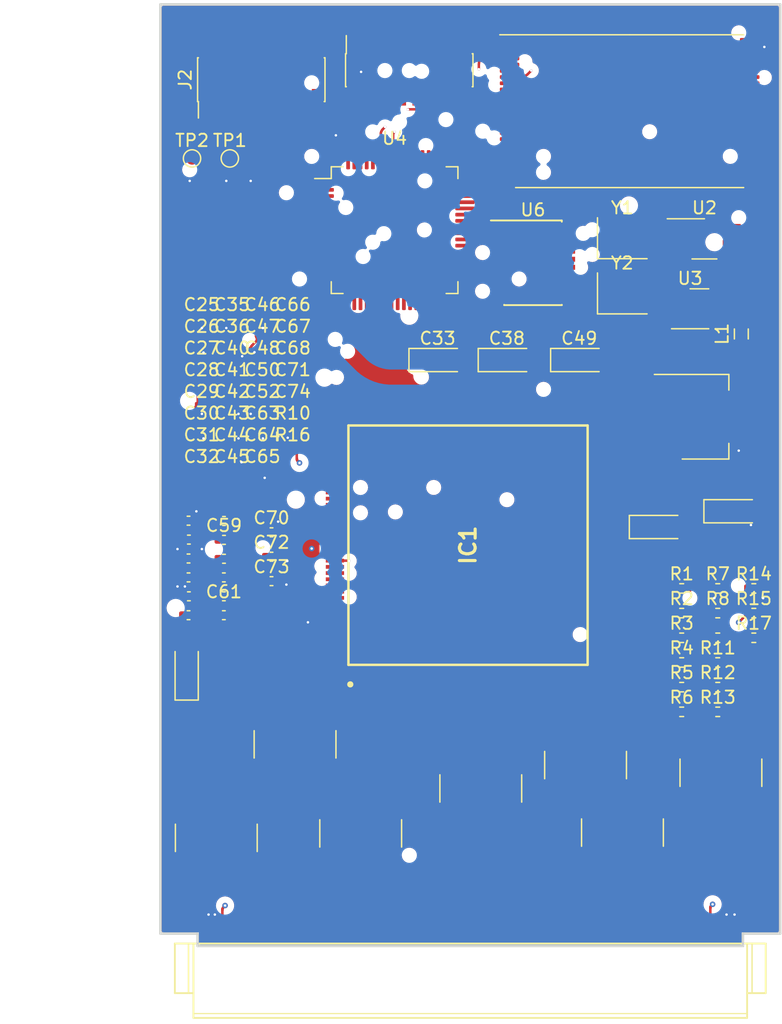
<source format=kicad_pcb>
(kicad_pcb (version 20221018) (generator pcbnew)
  (layers (0 "F.Cu" signal) (1 "In1.Cu" signal) (2 "In2.Cu" signal) (3 "In3.Cu" signal) (4 "In4.Cu" signal) (31 "B.Cu" signal) (34 "B.Paste" user) (35 "F.Paste" user) (36 "B.SilkS" user "B.Silkscreen") (37 "F.SilkS" user "F.Silkscreen") (38 "B.Mask" user) (39 "F.Mask" user) (44 "Edge.Cuts" user))
  (net 0 "")
  (net 1 "+3V3")
  (net 2 "GND")
  (net 3 "VCC")
  (net 4 "Net-(C35-Pad2)")
  (net 5 "uC_CNTRL1")
  (net 6 "+2V5")
  (net 7 "uC_CNTRL4")
  (net 8 "+1V2")
  (net 9 "Net-(U2-CC)")
  (net 10 "40MHz_OSC")
  (net 11 "FPGA_TEST_EDGE4")
  (net 12 "FPGA_TEST_EDGE5")
  (net 13 "FPGA_TEST_EDGE6")
  (net 14 "uC_PROG1")
  (net 15 "Net-(U3-VFB)")
  (net 16 "uC_PROG2")
  (net 17 "uC_PROG4")
  (net 18 "/FPGA_CLK1")
  (net 19 "D3")
  (net 20 "D4")
  (net 21 "D5")
  (net 22 "D6")
  (net 23 "D7")
  (net 24 "CE1#")
  (net 25 "OE#")
  (net 26 "WE#")
  (net 27 "IREQ#")
  (net 28 "MIVAL")
  (net 29 "MCLKI")
  (net 30 "A7")
  (net 31 "A6")
  (net 32 "A5")
  (net 33 "A4")
  (net 34 "A3")
  (net 35 "A2")
  (net 36 "A1")
  (net 37 "A0")
  (net 38 "D0")
  (net 39 "D1")
  (net 40 "D2")
  (net 41 "MDO3")
  (net 42 "MDO4")
  (net 43 "MDO5")
  (net 44 "MDO6")
  (net 45 "MDO7")
  (net 46 "IORD#")
  (net 47 "IOWR#")
  (net 48 "MISTRT")
  (net 49 "MDI0")
  (net 50 "MDI1")
  (net 51 "MDI2")
  (net 52 "MDI3")
  (net 53 "MDI4")
  (net 54 "MDI5")
  (net 55 "MDI6")
  (net 56 "MDI7")
  (net 57 "MCLKO")
  (net 58 "RESET")
  (net 59 "INPACK#")
  (net 60 "REG#")
  (net 61 "MOVAL")
  (net 62 "MOSTRT")
  (net 63 "MDO0")
  (net 64 "MDO1")
  (net 66 "MDO2")
  (net 67 "Net-(C73-Pad1)")
  (net 70 "Net-(U3-SW)")
  (net 71 "Net-(U3-IHT)")
  (net 72 "Net-(U3-SHDN{slash}RT)")
  (net 73 "INOUT_MOSTRT")
  (net 74 "INOUT_D0")
  (net 75 "INOUT_MDO0")
  (net 76 "INOUT_D1")
  (net 77 "INOUT_MDO1")
  (net 78 "INOUT_D2")
  (net 79 "INOUT_MDO2")
  (net 82 "INOUT_A3")
  (net 83 "INOUT_INPACK#")
  (net 84 "INOUT_A2")
  (net 85 "INOUT_REG#")
  (net 86 "INOUT_A1")
  (net 87 "INOUT_MOVAL")
  (net 88 "INOUT_A0")
  (net 90 "INOUT_MDI6")
  (net 91 "INOUT_A7")
  (net 92 "INOUT_MDI7")
  (net 93 "INOUT_A6")
  (net 94 "INOUT_A5")
  (net 95 "INOUT_RESET")
  (net 96 "INOUT_A4")
  (net 98 "OSC_IN")
  (net 99 "OSC_OUT")
  (net 100 "INOUT_WE#")
  (net 101 "INOUT_MDI2")
  (net 102 "INOUT_IREQ#")
  (net 103 "SERIAL_TX")
  (net 104 "SERIAL_RX")
  (net 105 "FPGA_CNTRL3")
  (net 106 "INOUT_MDI3")
  (net 107 "INOUT_MIVAL")
  (net 108 "FPGA_CNTRL1")
  (net 109 "uC_A19")
  (net 110 "FPGA_CNTRL2")
  (net 111 "INOUT_MDI4")
  (net 112 "INOUT_MCLKI")
  (net 113 "INOUT_MDI5")
  (net 115 "Net-(U2-SET)")
  (net 116 "INOUT_IOWR#")
  (net 118 "INOUT_MISTRT")
  (net 119 "NRST")
  (net 121 "uC_A16")
  (net 122 "uC_A15")
  (net 123 "uC_A14")
  (net 124 "uC_A13")
  (net 125 "uC_A12")
  (net 126 "uC_A11")
  (net 127 "uC_A10")
  (net 128 "uC_A9")
  (net 129 "INOUT_MDI0")
  (net 131 "uC_A18")
  (net 132 "uC_A8")
  (net 133 "uC_A7")
  (net 134 "uC_A6")
  (net 135 "uC_A5")
  (net 136 "uC_A4")
  (net 137 "uC_A3")
  (net 138 "uC_A2")
  (net 139 "uC_A1")
  (net 140 "uC_CNTRL3")
  (net 141 "uC_CNTRL2")
  (net 142 "uC_AD0")
  (net 143 "INOUT_MDI1")
  (net 144 "uC_AD1")
  (net 146 "uC_AD2")
  (net 148 "uC_AD3")
  (net 150 "uC_AD4")
  (net 152 "uC_AD5")
  (net 153 "INOUT_MDO6")
  (net 154 "uC_AD6")
  (net 155 "INOUT_CE1#")
  (net 156 "uC_AD7")
  (net 157 "uC_A0")
  (net 158 "uC_A17")
  (net 159 "INOUT_MDO7")
  (net 160 "INOUT_MCLKO")
  (net 162 "INOUT_OE#")
  (net 164 "FPGA_TEST_EDGE1")
  (net 165 "INOUT_IORD#")
  (net 168 "INOUT_D3")
  (net 169 "INOUT_MDO3")
  (net 170 "INOUT_D5")
  (net 171 "INOUT_MDO4")
  (net 172 "INOUT_D6")
  (net 173 "INOUT_MDO5")
  (net 174 "INOUT_D7")
  (net 175 "FPGA_TEST_EDGE3")
  (net 178 "FPGA_TEST_EDGE2")
  (net 188 "Net-(IC1-IO_L32P_4{slash}GCLK0)")
  (net 190 "Net-(IC1-IO_L31N_4{slash}INIT_B)")
  (net 194 "Net-(IC1-CCLK)")
  (net 198 "INOUT_D4")
  (net 212 "Net-(IC1-PROG_B)")
  (net 214 "Net-(C39-Pad1)")
  (net 215 "Net-(U4-VCAP_1)")
  (net 216 "Net-(U4-VCAP_2)")
  (net 241 "Net-(J3-CD1#)")
  (net 245 "Net-(J3-CD2#)")
  (footprint "Capacitor_SMD:C_0402_1005Metric" (layer "F.Cu") (at 41.464 66.212)
    (property "Reference" "C24")
    (property "Value" "C-OPEN")
    (fp_text reference "C70")
    (fp_text value "2u2")
  )
  (footprint "Capacitor_SMD:C_0402_1005Metric" (layer "F.Cu") (at 37.63 68.348 180)
    (fp_text reference "C60" hide)
    (fp_text value "C-OPEN" hide)
  )
  (footprint "Capacitor_SMD:C_0201_0603Metric" (layer "F.Cu") (at 34.471 38.664)
    (property "Reference" "C24")
    (property "Value" "C-OPEN")
    (fp_text reference "C1" hide)
    (fp_text value "100nF" hide)
  )
  (footprint "Capacitor_SMD:C_0201_0603Metric" (layer "F.Cu") (at 34.472 43.688)
    (property "Reference" "C24")
    (property "Value" "C-OPEN")
    (fp_text reference "C6" hide)
    (fp_text value "100nF" hide)
  )
  (footprint "Capacitor_SMD:C_0201_0603Metric" (layer "F.Cu") (at 35.831 50.658)
    (property "Reference" "C24")
    (property "Value" "C-OPEN")
    (fp_text reference "C26")
    (fp_text value "100nF")
  )
  (footprint "Resistor_SMD:R_0402_1005Metric" (layer "F.Cu") (at 74.558 80.688)
    (fp_text reference "R6")
    (fp_text value "100K")
  )
  (footprint "Capacitor_Tantalum_SMD:CP_EIA-3216-18_Kemet-A" (layer "F.Cu") (at 72.644 65.786)
    (fp_text reference "C55" hide)
    (fp_text value "10uF" hide)
  )
  (footprint "Capacitor_SMD:C_0201_0603Metric" (layer "F.Cu") (at 35.831 48.908)
    (property "Reference" "C24")
    (property "Value" "C-OPEN")
    (fp_text reference "C25")
    (fp_text value "100nF")
  )
  (footprint "PC_Card:IC9_Series" (layer "F.Cu") (at 57.502 99.368 180)
    (fp_text reference "J3" hide)
    (fp_text value "9-68RD-0.635SF" hide)
  )
  (footprint "Resistor_SMD:R_0402_1005Metric" (layer "F.Cu") (at 77.468 80.688)
    (fp_text reference "R13")
    (fp_text value "56")
  )
  (footprint "Capacitor_SMD:C_0201_0603Metric" (layer "F.Cu") (at 38.281 50.658)
    (fp_text reference "C36")
    (fp_text value "100nF")
  )
  (footprint "Capacitor_SMD:C_0201_0603Metric" (layer "F.Cu") (at 38.281 55.908)
    (property "Reference" "C24")
    (property "Value" "C-OPEN")
    (fp_text reference "C42")
    (fp_text value "100nF")
  )
  (footprint "Resistor_SMD:R_0402_1005Metric" (layer "F.Cu") (at 77.468 74.718)
    (property "Reference" "R22")
    (property "Value" "56")
    (fp_text reference "R9" hide)
    (fp_text value "56" hide)
  )
  (footprint "Capacitor_SMD:C_0201_0603Metric" (layer "F.Cu") (at 39.371 39.624)
    (property "Reference" "C24")
    (property "Value" "C-OPEN")
    (fp_text reference "C18" hide)
    (fp_text value "100nF" hide)
  )
  (footprint "Capacitor_SMD:C_0402_1005Metric" (layer "F.Cu") (at 41.464 70.152)
    (property "Reference" "C24")
    (property "Value" "C-OPEN")
    (fp_text reference "C73")
    (fp_text value "12p")
  )
  (footprint "Capacitor_SMD:C_0201_0603Metric" (layer "F.Cu") (at 39.371 40.64)
    (property "Reference" "C24")
    (property "Value" "C-OPEN")
    (fp_text reference "C19" hide)
    (fp_text value "100nF" hide)
  )
  (footprint "Capacitor_SMD:C_0201_0603Metric" (layer "F.Cu") (at 40.731 55.908)
    (fp_text reference "C52")
    (fp_text value "100nF")
  )
  (footprint "Capacitor_SMD:C_0201_0603Metric" (layer "F.Cu") (at 38.281 61.158)
    (property "Reference" "C24")
    (property "Value" "C-OPEN")
    (fp_text reference "C45")
    (fp_text value "100nF")
  )
  (footprint "Capacitor_SMD:C_0201_0603Metric" (layer "F.Cu") (at 35.831 52.408)
    (property "Reference" "C24")
    (property "Value" "C-OPEN")
    (fp_text reference "C27")
    (fp_text value "100nF")
  )
  (footprint "Crystal:Crystal_SMD_3225-4Pin_3.2x2.5mm" (layer "F.Cu") (at 69.764 42.502)
    (fp_text reference "Y1")
    (fp_text value "40mHZ")
  )
  (footprint "Capacitor_SMD:C_0201_0603Metric" (layer "F.Cu") (at 38.281 54.158)
    (property "Reference" "C24")
    (property "Value" "C-OPEN")
    (fp_text reference "C41")
    (fp_text value "100nF")
  )
  (footprint "Resistor_SMD:R_Cat16-8" (layer "F.Cu") (at 43.364 83.31 -90)
    (fp_text reference "RN5" hide)
    (fp_text value "8 x 180R" hide)
  )
  (footprint "Capacitor_SMD:C_0402_1005Metric" (layer "F.Cu") (at 37.63 65.3 180)
    (fp_text reference "C58" hide)
    (fp_text value "C-OPEN" hide)
  )
  (footprint "Capacitor_SMD:C_0201_0603Metric" (layer "F.Cu") (at 39.371 45.72)
    (property "Reference" "C24")
    (property "Value" "C-OPEN")
    (fp_text reference "C24" hide)
    (fp_text value "100nF" hide)
  )
  (footprint "Capacitor_SMD:C_0402_1005Metric" (layer "F.Cu") (at 34.77 69.85)
    (fp_text reference "C53" hide)
    (fp_text value "4.7uF" hide)
  )
  (footprint "Capacitor_Tantalum_SMD:CP_EIA-3216-18_Kemet-A" (layer "F.Cu") (at 78.66 64.516)
    (fp_text reference "C54" hide)
    (fp_text value "10uF" hide)
  )
  (footprint "Capacitor_SMD:C_0201_0603Metric" (layer "F.Cu") (at 40.731 61.158)
    (property "Reference" "C24")
    (property "Value" "C-OPEN")
    (fp_text reference "C65")
    (fp_text value "100nF")
  )
  (footprint "Resistor_SMD:R_0402_1005Metric" (layer "F.Cu") (at 77.468 78.698)
    (fp_text reference "R12")
    (fp_text value "330")
  )
  (footprint "Capacitor_SMD:C_0201_0603Metric" (layer "F.Cu") (at 35.831 57.658)
    (property "Reference" "C24")
    (property "Value" "C-OPEN")
    (fp_text reference "C30")
    (fp_text value "100nF")
  )
  (footprint "Resistor_SMD:R_0402_1005Metric" (layer "F.Cu") (at 74.558 78.698)
    (fp_text reference "R5")
    (fp_text value "49.9K")
  )
  (footprint "Capacitor_SMD:C_0402_1005Metric" (layer "F.Cu") (at 37.62 71.374)
    (property "Reference" "C24")
    (property "Value" "C-OPEN")
    (fp_text reference "C62" hide)
    (fp_text value "C-OPEN" hide)
  )
  (footprint "Package_DFN_QFN:DFN-10-1EP_3x3mm_P0.5mm_EP1.7x2.5mm" (layer "F.Cu") (at 75.24 48.19)
    (fp_text reference "U3")
    (fp_text value "LTC3411EMS")
  )
  (footprint "Resistor_SMD:R_0402_1005Metric" (layer "F.Cu") (at 80.378 74.718)
    (fp_text reference "R17")
    (fp_text value "47")
  )
  (footprint "Capacitor_SMD:C_0201_0603Metric" (layer "F.Cu") (at 36.921 38.664)
    (property "Reference" "C24")
    (property "Value" "C-OPEN")
    (fp_text reference "C9" hide)
    (fp_text value "100nF" hide)
  )
  (footprint "Capacitor_SMD:C_0201_0603Metric" (layer "F.Cu") (at 38.281 52.408)
    (property "Reference" "C24")
    (property "Value" "C-OPEN")
    (fp_text reference "C40")
    (fp_text value "100nF")
  )
  (footprint "Capacitor_Tantalum_SMD:CP_EIA-3216-18_Kemet-A" (layer "F.Cu") (at 60.452 52.324)
    (fp_text reference "C38")
    (fp_text value "10uF")
  )
  (footprint "Capacitor_SMD:C_0201_0603Metric" (layer "F.Cu") (at 35.831 61.158)
    (property "Reference" "C24")
    (property "Value" "C-OPEN")
    (fp_text reference "C32")
    (fp_text value "100nF")
  )
  (footprint "Capacitor_SMD:C_0201_0603Metric" (layer "F.Cu") (at 40.731 50.658)
    (property "Reference" "C24")
    (property "Value" "C-OPEN")
    (fp_text reference "C47")
    (fp_text value "100nF")
  )
  (footprint "Capacitor_SMD:C_0201_0603Metric" (layer "F.Cu") (at 43.181 55.908)
    (property "Reference" "C24")
    (property "Value" "C-OPEN")
    (fp_text reference "C74")
    (fp_text value "100nF")
  )
  (footprint "Capacitor_SMD:C_0402_1005Metric" (layer "F.Cu") (at 34.798 66.802)
    (fp_text reference "C37" hide)
    (fp_text value "4.7uF" hide)
  )
  (footprint "Resistor_SMD:R_0402_1005Metric" (layer "F.Cu") (at 74.558 72.728)
    (fp_text reference "R2")
    (fp_text value "47")
  )
  (footprint "Package_SO:VSSOP-8_3.0x3.0mm_P0.65mm" (layer "F.Cu") (at 76.394 42.552)
    (fp_text reference "U2")
    (fp_text value "LP3982IMM-ADJ")
  )
  (footprint "Capacitor_SMD:C_0201_0603Metric" (layer "F.Cu") (at 40.731 54.158)
    (fp_text reference "C50")
    (fp_text value "22pF")
  )
  (footprint "Capacitor_SMD:C_0201_0603Metric" (layer "F.Cu") (at 36.921 43.688)
    (property "Reference" "C24")
    (property "Value" "C-OPEN")
    (fp_text reference "C14" hide)
    (fp_text value "100nF" hide)
  )
  (footprint "Capacitor_SMD:C_0201_0603Metric" (layer "F.Cu") (at 34.472 40.64)
    (property "Reference" "C24")
    (property "Value" "C-OPEN")
    (fp_text reference "C3" hide)
    (fp_text value "100nF" hide)
  )
  (footprint "Resistor_SMD:R_0402_1005Metric" (layer "F.Cu") (at 74.558 70.738)
    (fp_text reference "R1")
    (fp_text value "13K")
  )
  (footprint "Package_TO_SOT_SMD:SOT-223-3_TabPin2" (layer "F.Cu") (at 76.454 56.896)
    (fp_text reference "U1" hide)
    (fp_text value "LT1963AxST-3.3" hide)
  )
  (footprint "Resistor_SMD:R_Cat16-8" (layer "F.Cu") (at 48.66 90.49 -90)
    (fp_text reference "RN2" hide)
    (fp_text value "8 x 180R" hide)
  )
  (footprint "Resistor_SMD:R_0402_1005Metric" (layer "F.Cu") (at 77.468 70.738)
    (fp_text reference "R7")
    (fp_text value "100K")
  )
  (footprint "Capacitor_SMD:C_0201_0603Metric" (layer "F.Cu") (at 36.921 41.656)
    (property "Reference" "C24")
    (property "Value" "C-OPEN")
    (fp_text reference "C12" hide)
    (fp_text value "100nF" hide)
  )
  (footprint "Capacitor_SMD:C_0201_0603Metric" (layer "F.Cu") (at 40.731 57.658)
    (property "Reference" "C24")
    (property "Value" "C-OPEN")
    (fp_text reference "C63")
    (fp_text value "100nF")
  )
  (footprint "Capacitor_SMD:C_0201_0603Metric" (layer "F.Cu") (at 38.281 57.658)
    (property "Reference" "C24")
    (property "Value" "C-OPEN")
    (fp_text reference "C43")
    (fp_text value "100nF")
  )
  (footprint "Capacitor_SMD:C_0402_1005Metric" (layer "F.Cu") (at 37.63 66.824)
    (fp_text reference "C59")
    (fp_text value "C-OPEN")
  )
  (footprint "Capacitor_SMD:C_0201_0603Metric" (layer "F.Cu") (at 38.281 59.408)
    (property "Reference" "C24")
    (property "Value" "C-OPEN")
    (fp_text reference "C44")
    (fp_text value "100nF")
  )
  (footprint "Capacitor_SMD:C_0201_0603Metric" (layer "F.Cu") (at 40.731 52.408)
    (fp_text reference "C48")
    (fp_text value "100nF")
  )
  (footprint "Resistor_SMD:R_0402_1005Metric" (layer "F.Cu") (at 74.558 74.718)
    (fp_text reference "R3")
    (fp_text value "220K")
  )
  (footprint "Resistor_SMD:R_0402_1005Metric" (layer "F.Cu") (at 74.558 76.708)
    (fp_text reference "R4")
    (fp_text value "100K")
  )
  (footprint "Resistor_SMD:R_Cat16-8" (layer "F.Cu") (at 66.802 84.98 -90)
    (fp_text reference "RN3" hide)
    (fp_text value "8 x 180R" hide)
  )
  (footprint "Capacitor_SMD:C_0201_0603Metric" (layer "F.Cu") (at 34.472 39.624)
    (property "Reference" "C24")
    (property "Value" "C-OPEN")
    (fp_text reference "C2" hide)
    (fp_text value "100nF" hide)
  )
  (footprint "Inductor_SMD:L_0805_2012Metric" (layer "F.Cu") (at 79.37 50.22 90)
    (fp_text reference "L1")
    (fp_text value "1.5uH")
  )
  (footprint "Resistor_SMD:R_0402_1005Metric" (layer "F.Cu") (at 77.468 76.708)
    (fp_text reference "R11")
    (fp_text value "4.7K")
  )
  (footprint "Capacitor_SMD:C_0201_0603Metric" (layer "F.Cu") (at 36.921 42.672)
    (property "Reference" "C24")
    (property "Value" "C-OPEN")
    (fp_text reference "C13" hide)
    (fp_text value "100nF" hide)
  )
  (footprint "SUNfWGlsaW54X1hDM1MyMDAtNFRRRzE0NEMuemlw:QFP50P2200X2200X160-144N" (layer "F.Cu") (at 57.32 67.25 90)
    (fp_text reference "IC1")
    (fp_text value "XC3S400-4TQ144C" hide)
  )
  (footprint "Capacitor_SMD:C_0402_1005Metric" (layer "F.Cu") (at 34.77 68.326)
    (property "Reference" "C24")
    (property "Value" "C-OPEN")
    (fp_text reference "C39" hide)
    (fp_text value "15p" hide)
  )
  (footprint "Resistor_SMD:R_Cat16-8" (layer "F.Cu") (at 77.724 85.598 -90)
    (fp_text reference "RN4" hide)
    (fp_text value "8 x 180R" hide)
  )
  (footprint "Capacitor_SMD:C_0402_1005Metric" (layer "F.Cu") (at 34.798 71.374)
    (fp_text reference "C56" hide)
    (fp_text value "4.7uF" hide)
  )
  (footprint "Capacitor_SMD:C_0201_0603Metric" (layer "F.Cu") (at 39.298 42.672)
    (property "Reference" "C24")
    (property "Value" "C-OPEN")
    (fp_text reference "C21" hide)
    (fp_text value "100nF" hide)
  )
  (footprint "Capacitor_SMD:C_0201_0603Metric" (layer "F.Cu") (at 35.831 55.908)
    (property "Reference" "C24")
    (property "Value" "C-OPEN")
    (fp_text reference "C29")
    (fp_text value "100nF")
  )
  (footprint "Capacitor_SMD:C_0201_0603Metric" (layer "F.Cu") (at 35.831 54.158)
    (property "Reference" "C24")
    (property "Value" "C-OPEN")
    (fp_text reference "C28")
    (fp_text value "100nF")
  )
  (footprint "Package_SO:SSOP-20_4.4x6.5mm_P0.65mm" (layer "F.Cu") (at 62.56 44.52)
    (fp_text reference "U6")
    (fp_text value "TC74LCX373FT")
  )
  (footprint "Capacitor_SMD:C_0201_0603Metric" (layer "F.Cu") (at 34.471 41.656)
    (property "Reference" "C24")
    (property "Value" "C-OPEN")
    (fp_text reference "C4" hide)
    (fp_text value "100nF" hide)
  )
  (footprint "Resistor_SMD:R_0201_0603Metric" (layer "F.Cu") (at 43.181 57.658)
    (fp_text reference "R10")
    (fp_text value "0")
  )
  (footprint "Capacitor_SMD:C_0201_0603Metric" (layer "F.Cu") (at 36.921 39.624)
    (property "Reference" "C24")
    (property "Value" "C-OPEN")
    (fp_text reference "C10" hide)
    (fp_text value "100nF" hide)
  )
  (footprint "Capacitor_SMD:C_0201_0603Metric" (layer "F.Cu") (at 39.298 43.688)
    (property "Reference" "C24")
    (property "Value" "C-OPEN")
    (fp_text reference "C22" hide)
    (fp_text value "100nF" hide)
  )
  (footprint "Capacitor_SMD:C_0201_0603Metric" (layer "F.Cu") (at 35.831 59.408)
    (property "Reference" "C24")
    (property "Value" "C-OPEN")
    (fp_text reference "C31")
    (fp_text value "100nF")
  )
  (footprint "TestPoint:TestPoint_Pad_D1.0mm" (layer "F.Cu") (at 38.1 36.068)
    (fp_text reference "TP1")
    (fp_text value "TestPoint_Small" hide)
  )
  (footprint "Resistor_SMD:R_Cat16-8" (layer "F.Cu") (at 37.01 90.85 -90)
    (fp_text reference "RN1" hide)
    (fp_text value "8 x 180R" hide)
  )
  (footprint "Capacitor_SMD:C_0402_1005Metric" (layer "F.Cu") (at 34.77 72.898)
    (fp_text reference "C57" hide)
    (fp_text value "C-OPEN" hide)
  )
  (footprint "Capacitor_SMD:C_0201_0603Metric" (layer "F.Cu") (at 36.921 44.704)
    (property "Reference" "C24")
    (property "Value" "C-OPEN")
    (fp_text reference "C15" hide)
    (fp_text value "100nF" hide)
  )
  (footprint "Resistor_SMD:R_Cat16-8" (layer "F.Cu") (at 58.35 86.866 -90)
    (fp_text reference "RN6" hide)
    (fp_text value "8 x 180R" hide)
  )
  (footprint "Capacitor_SMD:C_0201_0603Metric" (layer "F.Cu") (at 34.472 42.672)
    (property "Reference" "C24")
    (property "Value" "C-OPEN")
    (fp_text reference "C5" hide)
    (fp_text value "100nF" hide)
  )
  (footprint "Capacitor_SMD:C_0402_1005Metric" (layer "F.Cu") (at 37.62 72.898)
    (property "Reference" "C24")
    (property "Value" "C-OPEN")
    (fp_text reference "C69" hide)
    (fp_text value "2u2" hide)
  )
  (footprint "Resistor_SMD:R_Cat16-8" (layer "F.Cu") (at 69.78 90.424 -90)
    (fp_text reference "RN7" hide)
    (fp_text value "8 x 180R" hide)
  )
  (footprint "Capacitor_SMD:C_0201_0603Metric" (layer "F.Cu") (at 34.472 44.704)
    (property "Reference" "C24")
    (property "Value" "C-OPEN")
    (fp_text reference "C7" hide)
    (fp_text value "100nF" hide)
  )
  (footprint "Capacitor_Tantalum_SMD:CP_EIA-3216-18_Kemet-A" (layer "F.Cu") (at 66.294 52.324)
    (fp_text reference "C49")
    (fp_text value "10uF")
  )
  (footprint "TestPoint:TestPoint_Pad_D1.0mm" (layer "F.Cu") (at 35.052 36.068)
    (fp_text reference "TP2")
    (fp_text value "TestPoint_Small" hide)
  )
  (footprint "Resistor_SMD:R_0201_0603Metric" (layer "F.Cu") (at 43.181 59.408)
    (fp_text reference "R16")
    (fp_text value "0")
  )
  (footprint "Capacitor_SMD:C_0201_0603Metric" (layer "F.Cu") (at 43.181 54.158)
    (property "Reference" "C24")
    (property "Value" "C-OPEN")
    (fp_text reference "C71")
    (fp_text value "100nF")
  )
  (footprint "Capacitor_SMD:C_0201_0603Metric" (layer "F.Cu") (at 43.181 52.408)
    (property "Reference" "C24")
    (property "Value" "C-OPEN")
    (fp_text reference "C68")
    (fp_text value "100nF")
  )
  (footprint "Connector_PinHeader_1.27mm:PinHeader_2x08_P1.27mm_Vertical_SMD" (layer "F.Cu") (at 40.64 29.718 90)
    (fp_text reference "J2")
    (fp_text value "Conn_02x10_Top_Bottom" hide)
  )
  (footprint "Crystal:Crystal_SMD_3225-4Pin_3.2x2.5mm" (layer "F.Cu") (at 69.764 46.952)
    (fp_text reference "Y2")
    (fp_text value "16mHz")
  )
  (footprint "Package_QFP:LQFP-64_10x10mm_P0.5mm" (layer "F.Cu") (at 51.395 41.85)
    (fp_text reference "U4")
    (fp_text value "STM32F415RGTx" hide)
  )
  (footprint "Resistor_SMD:R_0402_1005Metric" (layer "F.Cu") (at 77.468 72.728)
    (fp_text reference "R8")
    (fp_text value "R-OPEN")
  )
  (footprint "Capacitor_SMD:C_0201_0603Metric" (layer "F.Cu") (at 38.281 48.908)
    (fp_text reference "C35")
    (fp_text value "1nF")
  )
  (footprint "Capacitor_SMD:C_0201_0603Metric" (layer "F.Cu") (at 36.921 45.72)
    (property "Reference" "C24")
    (property "Value" "C-OPEN")
    (fp_text reference "C16" hide)
    (fp_text value "100nF" hide)
  )
  (footprint "Capacitor_SMD:C_0201_0603Metric" (layer "F.Cu") (at 40.731 48.908)
    (property "Reference" "C24")
    (property "Value" "C-OPEN")
    (fp_text reference "C46")
    (fp_text value "100nF")
  )
  (footprint "Resistor_SMD:R_0402_1005Metric" (layer "F.Cu") (at 80.378 72.728)
    (fp_text reference "R15")
    (fp_text value "0")
  )
  (footprint "Capacitor_SMD:C_0402_1005Metric" (layer "F.Cu") (at 41.464 68.182)
    (property "Reference" "C24")
    (property "Value" "C-OPEN")
    (fp_text reference "C72")
    (fp_text value "12p")
  )
  (footprint "Capacitor_SMD:C_0201_0603Metric" (layer "F.Cu") (at 36.921 40.64)
    (property "Reference" "C24")
    (property "Value" "C-OPEN")
    (fp_text reference "C11" hide)
    (fp_text value "100nF" hide)
  )
  (footprint "Capacitor_SMD:C_0402_1005Metric" (layer "F.Cu") (at 37.62 69.85 180)
    (fp_text reference "C61")
    (fp_text value "C-OPEN")
  )
  (footprint "Capacitor_SMD:C_0402_1005Metric" (layer "F.Cu") (at 34.77 65.278)
    (property "Reference" "C24")
    (property "Value" "C-OPEN")
    (fp_text reference "C34" hide)
    (fp_text value "15p" hide)
  )
  (footprint "Capacitor_SMD:C_0201_0603Metric" (layer "F.Cu") (at 39.371 38.664)
    (property "Reference" "C24")
    (property "Value" "C-OPEN")
    (fp_text reference "C17" hide)
    (fp_text value "100nF" hide)
  )
  (footprint "Capacitor_SMD:C_0201_0603Metric" (layer "F.Cu") (at 40.731 59.408)
    (property "Reference" "C24")
    (property "Value" "C-OPEN")
    (fp_text reference "C64")
    (fp_text value "100nF")
  )
  (footprint "Package_SO:TSOP-I-48_18.4x12mm_P0.5mm" (layer "F.Cu") (at 70.358 32.258)
    (fp_text reference "U5" hide)
    (fp_text value "AM29LV320DT90EC" hide)
  )
  (footprint "Capacitor_SMD:C_0201_0603Metric" (layer "F.Cu") (at 39.371 41.656)
    (property "Reference" "C24")
    (property "Value" "C-OPEN")
    (fp_text reference "C20" hide)
    (fp_text value "100nF" hide)
  )
  (footprint "Capacitor_Tantalum_SMD:CP_EIA-3216-18_Kemet-A" (layer "F.Cu") (at 54.864 52.324)
    (fp_text reference "C33")
    (fp_text value "10uF")
  )
  (footprint "Capacitor_SMD:C_0201_0603Metric" (layer "F.Cu") (at 34.472 45.72)
    (property "Reference" "C24")
    (property "Value" "C-OPEN")
    (fp_text reference "C8" hide)
    (fp_text value "100nF" hide)
  )
  (footprint "Capacitor_Tantalum_SMD:CP_EIA-3216-18_Kemet-A" (layer "F.Cu") (at 34.62 77.43 90)
    (fp_text reference "C51" hide)
    (fp_text value "10uF" hide)
  )
  (footprint "Connector_PinSocket_1.27mm:PinSocket_2x08_P1.27mm_Vertical_SMD" (layer "F.Cu") (at 52.578 28.956 90)
    (fp_text reference "J1" hide)
    (fp_text value "MEC1-108-01-S-D-RA1-SL" hide)
  )
  (footprint "Capacitor_SMD:C_0201_0603Metric" (layer "F.Cu") (at 43.181 50.658)
    (property "Reference" "C24")
    (property "Value" "C-OPEN")
    (fp_text reference "C67")
    (fp_text value "100nF")
  )
  (footprint "Capacitor_SMD:C_0201_0603Metric" (layer "F.Cu") (at 39.298 44.704)
    (property "Reference" "C24")
    (property "Value" "C-OPEN")
    (fp_text reference "C23" hide)
    (fp_text value "100nF" hide)
  )
  (footprint "Resistor_SMD:R_0402_1005Metric" (layer "F.Cu") (at 80.378 70.738)
    (fp_text reference "R14")
    (fp_text value "10K")
  )
  (footprint "Capacitor_SMD:C_0201_0603Metric" (layer "F.Cu") (at 43.181 48.908)
    (property "Reference" "C24")
    (property "Value" "C-OPEN")
    (fp_text reference "C66")
    (fp_text value "100nF")
  )
  (gr_line (start 82.502 98.568) (end 79.502 98.568) (stroke (width 0.2)) (layer "Edge.Cuts"))
  (gr_line (start 35.502 98.568) (end 32.502 98.568) (stroke (width 0.2)) (layer "Edge.Cuts"))
  (gr_line (start 79.502 99.568) (end 35.502 99.568) (stroke (width 0.2)) (layer "Edge.Cuts"))
  (gr_line (start 35.502 99.568) (end 35.502 98.568) (stroke (width 0.2)) (layer "Edge.Cuts"))
  (gr_line (start 32.502 98.568) (end 32.502 23.648) (stroke (width 0.2)) (layer "Edge.Cuts"))
  (gr_line (start 82.502 23.648) (end 82.502 98.568) (stroke (width 0.2)) (layer "Edge.Cuts"))
  (gr_line (start 32.502 23.648) (end 82.502 23.648) (stroke (width 0.2)) (layer "Edge.Cuts"))
  (gr_line (start 79.502 98.568) (end 79.502 99.568) (stroke (width 0.2)) (layer "Edge.Cuts"))
  (segment (start 44.718199 67.010614) (end 44.717185 67.013799) (width 0.2) (layer "F.Cu") (net 1))
  (segment (start 44.962441 66.822405) (end 44.959097 66.822608) (width 0.2) (layer "F.Cu") (net 1))
  (segment (start 44.896799 66.834185) (end 44.893614 66.835199) (width 0.2) (layer "F.Cu") (net 1))
  (segment (start 44.753775 66.938958) (end 44.751882 66.941707) (width 0.2) (layer "F.Cu") (net 1))
  (segment (start 44.887282 66.837341) (end 44.884136 66.838471) (width 0.2) (layer "F.Cu") (net 1))
  (segment (start 44.975836 66.822) (end 45.904 66.822) (width 0.2) (layer "F.Cu") (net 1))
  (segment (start 44.903222 66.832272) (end 44.900018 66.833204) (width 0.2) (layer "F.Cu") (net 1))
  (segment (start 44.877886 66.840845) (end 44.874784 66.84209) (width 0.2) (layer "F.Cu") (net 1))
  (segment (start 44.730475 66.979447) (end 44.729082 66.982485) (width 0.2) (layer "F.Cu") (net 1))
  (segment (start 44.706136 67.069417) (end 44.706466 67.066031) (width 0.2) (layer "F.Cu") (net 1))
  (segment (start 44.714379 67.023437) (end 44.713527 67.026662) (width 0.2) (layer "F.Cu") (net 1))
  (segment (start 44.795762 66.891428) (end 44.793287 66.893666) (width 0.2) (layer "F.Cu") (net 1))
  (segment (start 44.757656 66.933526) (end 44.755699 66.93623) (width 0.2) (layer "F.Cu") (net 1))
  (segment (start 44.720341 67.004282) (end 44.721471 67.001136) (width 0.2) (layer "F.Cu") (net 1))
  (segment (start 44.774428 66.912761) (end 44.776667 66.910285) (width 0.2) (layer "F.Cu") (net 1))
  (segment (start 44.805942 66.882793) (end 44.803356 66.884904) (width 0.2) (layer "F.Cu") (net 1))
  (segment (start 44.793287 66.893666) (end 44.790839 66.895936) (width 0.2) (layer "F.Cu") (net 1))
  (segment (start 44.778937 66.907838) (end 44.776667 66.910285) (width 0.2) (layer "F.Cu") (net 1))
  (segment (start 44.922663 66.827522) (end 44.919399 66.828213) (width 0.2) (layer "F.Cu") (net 1))
  (segment (start 44.767904 66.920356) (end 44.765793 66.922942) (width 0.2) (layer "F.Cu") (net 1))
  (segment (start 44.720341 67.004282) (end 44.71925 67.007442) (width 0.2) (layer "F.Cu") (net 1))
  (segment (start 44.83594 66.861647) (end 44.833099 66.863402) (width 0.2) (layer "F.Cu") (net 1))
  (segment (start 44.729082 66.982485) (end 44.727727 66.985539) (width 0.2) (layer "F.Cu") (net 1))
  (segment (start 44.708695 67.049502) (end 44.709264 67.046214) (width 0.2) (layer "F.Cu") (net 1))
  (segment (start 44.830281 66.865192) (end 44.827485 66.867018) (width 0.2) (layer "F.Cu") (net 1))
  (segment (start 44.81923 66.872699) (end 44.816526 66.874656) (width 0.2) (layer "F.Cu") (net 1))
  (segment (start 44.707235 67.059403) (end 44.70683 67.062715) (width 0.2) (layer "F.Cu") (net 1))
  (segment (start 44.710523 67.039663) (end 44.709874 67.042934) (width 0.2) (layer "F.Cu") (net 1))
  (segment (start 44.774428 66.912761) (end 44.772222 66.915266) (width 0.2) (layer "F.Cu") (net 1))
  (segment (start 44.755699 66.93623) (end 44.753775 66.938958) (width 0.2) (layer "F.Cu") (net 1))
  (segment (start 44.711214 67.036399) (end 44.710523 67.039663) (width 0.2) (layer "F.Cu") (net 1))
  (segment (start 44.761662 66.928186) (end 44.759643 66.930844) (width 0.2) (layer "F.Cu") (net 1))
  (segment (start 44.727727 66.985539) (end 44.726408 66.98861) (width 0.2) (layer "F.Cu") (net 1))
  (segment (start 44.890442 66.83625) (end 44.893614 66.835199) (width 0.2) (layer "F.Cu") (net 1))
  (segment (start 44.781236 66.90542) (end 44.778937 66.907838) (width 0.2) (layer "F.Cu") (net 1))
  (segment (start 44.788421 66.898235) (end 44.790839 66.895936) (width 0.2) (layer "F.Cu") (net 1))
  (segment (start 44.742927 66.955803) (end 44.741244 66.958687) (width 0.2) (layer "F.Cu") (net 1))
  (segment (start 44.813844 66.876643) (end 44.811186 66.878663) (width 0.2) (layer "F.Cu") (net 1))
  (segment (start 44.716204 67.017018) (end 44.717185 67.013799) (width 0.2) (layer "F.Cu") (net 1))
  (segment (start 44.705243 67.082788) (end 44.705121 67.086136) (width 0.2) (layer "F.Cu") (net 1))
  (segment (start 44.841687 66.858244) (end 44.838803 66.859927) (width 0.2) (layer "F.Cu") (net 1))
  (segment (start 44.748192 66.947281) (end 44.746402 66.950099) (width 0.2) (layer "F.Cu") (net 1))
  (segment (start 44.70683 67.062715) (end 44.706466 67.066031) (width 0.2) (layer "F.Cu") (net 1))
  (segment (start 44.841687 66.858244) (end 44.844593 66.856598) (width 0.2) (layer "F.Cu") (net 1))
  (segment (start 44.969136 66.822121) (end 44.972486 66.82204) (width 0.2) (layer "F.Cu") (net 1))
  (segment (start 44.770047 66.917797) (end 44.767904 66.920356) (width 0.2) (layer "F.Cu") (net 1))
  (segment (start 44.750018 66.944485) (end 44.748192 66.947281) (width 0.2) (layer "F.Cu") (net 1))
  (segment (start 44.788421 66.898235) (end 44.786031 66.900565) (width 0.2) (layer "F.Cu") (net 1))
  (segment (start 44.929214 66.826264) (end 44.925934 66.826873) (width 0.2) (layer "F.Cu") (net 1))
  (segment (start 44.916144 66.828944) (end 44.912899 66.829715) (width 0.2) (layer "F.Cu") (net 1))
  (segment (start 44.73337 66.973424) (end 44.731905 66.976427) (width 0.2) (layer "F.Cu") (net 1))
  (segment (start 44.746402 66.950099) (end 44.744647 66.95294) (width 0.2) (layer "F.Cu") (net 1))
  (segment (start 44.739598 66.961593) (end 44.737988 66.964518) (width 0.2) (layer "F.Cu") (net 1))
  (segment (start 44.965788 66.822242) (end 44.962441 66.822405) (width 0.2) (layer "F.Cu") (net 1))
  (segment (start 44.942403 66.824236) (end 44.939097 66.824682) (width 0.2) (layer "F.Cu") (net 1))
  (segment (start 44.949031 66.823466) (end 44.952417 66.823136) (width 0.2) (layer "F.Cu") (net 1))
  (segment (start 44.949031 66.823466) (end 44.945715 66.82383) (width 0.2) (layer "F.Cu") (net 1))
  (segment (start 44.890442 66.83625) (end 44.887282 66.837341) (width 0.2) (layer "F.Cu") (net 1))
  (segment (start 44.711944 67.033144) (end 44.711214 67.036399) (width 0.2) (layer "F.Cu") (net 1))
  (segment (start 44.759643 66.930844) (end 44.757656 66.933526) (width 0.2) (layer "F.Cu") (net 1))
  (segment (start 44.813844 66.876643) (end 44.816526 66.874656) (width 0.2) (layer "F.Cu") (net 1))
  (segment (start 44.884136 66.838471) (end 44.881004 66.839639) (width 0.2) (layer "F.Cu") (net 1))
  (segment (start 44.713527 67.026662) (end 44.712715 67.029899) (width 0.2) (layer "F.Cu") (net 1))
  (segment (start 44.70504 67.089486) (end 44.705 67.092836) (width 0.2) (layer "F.Cu") (net 1))
  (segment (start 44.707681 67.056097) (end 44.707235 67.059403) (width 0.2) (layer "F.Cu") (net 1))
  (segment (start 44.830281 66.865192) (end 44.833099 66.863402) (width 0.2) (layer "F.Cu") (net 1))
  (segment (start 44.705608 67.076097) (end 44.705405 67.079441) (width 0.2) (layer "F.Cu") (net 1))
  (segment (start 44.723845 66.994886) (end 44.722639 66.998004) (width 0.2) (layer "F.Cu") (net 1))
  (segment (start 44.716204 67.017018) (end 44.715272 67.020222) (width 0.2) (layer "F.Cu") (net 1))
  (segment (start 44.859427 66.848905) (end 44.862447 66.847476) (width 0.2) (layer "F.Cu") (net 1))
  (segment (start 44.705851 67.072755) (end 44.705608 67.076097) (width 0.2) (layer "F.Cu") (net 1))
  (segment (start 44.714379 67.023437) (end 44.715272 67.020222) (width 0.2) (layer "F.Cu") (net 1))
  (segment (start 44.824707 66.868882) (end 44.821958 66.870774) (width 0.2) (layer "F.Cu") (net 1))
  (segment (start 44.959097 66.822608) (end 44.955755 66.822852) (width 0.2) (layer "F.Cu") (net 1))
  (segment (start 44.737988 66.964518) (end 44.736411 66.967472) (width 0.2) (layer "F.Cu") (net 1))
  (segment (start 44.900018 66.833204) (end 44.896799 66.834185) (width 0.2) (layer "F.Cu") (net 1))
  (segment (start 44.868539 66.844726) (end 44.865485 66.846082) (width 0.2) (layer "F.Cu") (net 1))
  (segment (start 44.705405 67.079441) (end 44.705243 67.082788) (width 0.2) (layer "F.Cu") (net 1))
  (segment (start 44.71925 67.007442) (end 44.718199 67.010614) (width 0.2) (layer "F.Cu") (net 1))
  (segment (start 44.969136 66.822121) (end 44.965788 66.822242) (width 0.2) (layer "F.Cu") (net 1))
  (segment (start 44.909662 66.830527) (end 44.906437 66.831379) (width 0.2) (layer "F.Cu") (net 1))
  (segment (start 44.707681 67.056097) (end 44.708168 67.052796) (width 0.2) (layer "F.Cu") (net 1))
  (segment (start 44.786031 66.900565) (end 44.783567 66.90303) (width 0.2) (layer "F.Cu") (net 1))
  (segment (start 44.945715 66.82383) (end 44.942403 66.824236) (width 0.2) (layer "F.Cu") (net 1))
  (segment (start 44.726408 66.98861) (end 44.72509 66.991784) (width 0.2) (layer "F.Cu") (net 1))
  (segment (start 44.865485 66.846082) (end 44.862447 66.847476) (width 0.2) (layer "F.Cu") (net 1))
  (segment (start 44.72509 66.991784) (end 44.723845 66.994886) (width 0.2) (layer "F.Cu") (net 1))
  (segment (start 44.709874 67.042934) (end 44.709264 67.046214) (width 0.2) (layer "F.Cu") (net 1))
  (segment (start 44.919399 66.828213) (end 44.916144 66.828944) (width 0.2) (layer "F.Cu") (net 1))
  (segment (start 44.932502 66.825695) (end 44.929214 66.826264) (width 0.2) (layer "F.Cu") (net 1))
  (segment (start 44.935796 66.825168) (end 44.939097 66.824682) (width 0.2) (layer "F.Cu") (net 1))
  (segment (start 44.808552 66.880712) (end 44.811186 66.878663) (width 0.2) (layer "F.Cu") (net 1))
  (segment (start 44.975836 66.822) (end 44.972486 66.82204) (width 0.2) (layer "F.Cu") (net 1))
  (segment (start 44.770047 66.917797) (end 44.772222 66.915266) (width 0.2) (layer "F.Cu") (net 1))
  (segment (start 44.803356 66.884904) (end 44.800798 66.887047) (width 0.2) (layer "F.Cu") (net 1))
  (segment (start 44.800798 66.887047) (end 44.798266 66.889222) (width 0.2) (layer "F.Cu") (net 1))
  (segment (start 44.856424 66.850371) (end 44.853439 66.851873) (width 0.2) (layer "F.Cu") (net 1))
  (segment (start 44.722639 66.998004) (end 44.721471 67.001136) (width 0.2) (layer "F.Cu") (net 1))
  (segment (start 44.706136 67.069417) (end 44.705851 67.072755) (width 0.2) (layer "F.Cu") (net 1))
  (segment (start 44.955755 66.822852) (end 44.952417 66.823136) (width 0.2) (layer "F.Cu") (net 1))
  (segment (start 44.750018 66.944485) (end 44.751882 66.941707) (width 0.2) (layer "F.Cu") (net 1))
  (segment (start 44.847519 66.854988) (end 44.844593 66.856598) (width 0.2) (layer "F.Cu") (net 1))
  (segment (start 44.827485 66.867018) (end 44.824707 66.868882) (width 0.2) (layer "F.Cu") (net 1))
  (segment (start 44.736411 66.967472) (end 44.734873 66.970439) (width 0.2) (layer "F.Cu") (net 1))
  (segment (start 44.761662 66.928186) (end 44.763713 66.925552) (width 0.2) (layer "F.Cu") (net 1))
  (segment (start 44.850472 66.853411) (end 44.847519 66.854988) (width 0.2) (layer "F.Cu") (net 1))
  (segment (start 44.742927 66.955803) (end 44.744647 66.95294) (width 0.2) (layer "F.Cu") (net 1))
  (segment (start 44.730475 66.979447) (end 44.731905 66.976427) (width 0.2) (layer "F.Cu") (net 1))
  (segment (start 44.877886 66.840845) (end 44.881004 66.839639) (width 0.2) (layer "F.Cu") (net 1))
  (segment (start 44.87161 66.843408) (end 44.874784 66.84209) (width 0.2) (layer "F.Cu") (net 1))
  (segment (start 44.705 67.092836) (end 44.705 67.5226) (width 0.2) (layer "F.Cu") (net 1))
  (segment (start 44.708695 67.049502) (end 44.708168 67.052796) (width 0.2) (layer "F.Cu") (net 1))
  (segment (start 44.859427 66.848905) (end 44.856424 66.850371) (width 0.2) (layer "F.Cu") (net 1))
  (segment (start 44.70504 67.089486) (end 44.705121 67.086136) (width 0.2) (layer "F.Cu") (net 1))
  (segment (start 44.821958 66.870774) (end 44.81923 66.872699) (width 0.2) (layer "F.Cu") (net 1))
  (segment (start 44.712715 67.029899) (end 44.711944 67.033144) (width 0.2) (layer "F.Cu") (net 1))
  (segment (start 44.798266 66.889222) (end 44.795762 66.891428) (width 0.2) (layer "F.Cu") (net 1))
  (segment (start 44.783567 66.90303) (end 44.781236 66.90542) (width 0.2) (layer "F.Cu") (net 1))
  (segment (start 44.838803 66.859927) (end 44.83594 66.861647) (width 0.2) (layer "F.Cu") (net 1))
  (segment (start 44.765793 66.922942) (end 44.763713 66.925552) (width 0.2) (layer "F.Cu") (net 1))
  (segment (start 44.87161 66.843408) (end 44.868539 66.844726) (width 0.2) (layer "F.Cu") (net 1))
  (segment (start 44.808552 66.880712) (end 44.805942 66.882793) (width 0.2) (layer "F.Cu") (net 1))
  (segment (start 44.906437 66.831379) (end 44.903222 66.832272) (width 0.2) (layer "F.Cu") (net 1))
  (segment (start 44.909662 66.830527) (end 44.912899 66.829715) (width 0.2) (layer "F.Cu") (net 1))
  (segment (start 44.73337 66.973424) (end 44.734873 66.970439) (width 0.2) (layer "F.Cu") (net 1))
  (segment (start 44.922663 66.827522) (end 44.925934 66.826873) (width 0.2) (layer "F.Cu") (net 1))
  (segment (start 44.741244 66.958687) (end 44.739598 66.961593) (width 0.2) (layer "F.Cu") (net 1))
  (segment (start 44.935796 66.825168) (end 44.932502 66.825695) (width 0.2) (layer "F.Cu") (net 1))
  (segment (start 44.853439 66.851873) (end 44.850472 66.853411) (width 0.2) (layer "F.Cu") (net 1))
  (via (at 44.705 67.5226) (size 0.45) (drill 0.2) (layers "F.Cu" "B.Cu") (net 1))
  (segment (start 40.987099 58.399886) (end 40.990008 58.394758) (width 0.2) (layer "F.Cu") (net 2))
  (segment (start 41.023867 50.065265) (end 41.02579 50.070846) (width 0.2) (layer "F.Cu") (net 2))
  (segment (start 34.397666 71.445417) (end 34.400749 71.449678) (width 0.2) (layer "F.Cu") (net 2))
  (segment (start 41.051 49.265935) (end 41.050927 49.271833) (width 0.2) (layer "F.Cu") (net 2))
  (segment (start 37.781308 73.216466) (end 37.772052 73.225278) (width 0.2) (layer "F.Cu") (net 2))
  (segment (start 37.923473 49.627421) (end 37.921854 49.62998) (width 0.2) (layer "F.Cu") (net 2))
  (segment (start 37.907756 49.837645) (end 37.909622 49.840039) (width 0.2) (layer "F.Cu") (net 2))
  (segment (start 41.04345 49.34806) (end 41.044456 49.34225) (width 0.2) (layer "F.Cu") (net 2))
  (segment (start 34.285487 70.06776) (end 34.284736 70.072412) (width 0.2) (layer "F.Cu") (net 2))
  (segment (start 39.633801 42.662884) (end 39.63306 42.664224) (width 0.2) (layer "F.Cu") (net 2))
  (segment (start 39.632332 42.66558) (end 39.631625 42.666936) (width 0.2) (layer "F.Cu") (net 2))
  (segment (start 37.889681 49.817181) (end 37.891799 49.819353) (width 0.2) (layer "F.Cu") (net 2))
  (segment (start 36.031331 49.55666) (end 36.027236 49.561531) (width 0.2) (layer "F.Cu") (net 2))
  (segment (start 36.094226 49.461299) (end 36.091298 49.466944) (width 0.2) (layer "F.Cu") (net 2))
  (segment (start 37.950804 49.566753) (end 37.949891 49.569748) (width 0.2) (layer "F.Cu") (net 2))
  (segment (start 36.047109 56.870914) (end 36.050896 56.876019) (width 0.2) (layer "F.Cu") (net 2))
  (segment (start 36.867165 97.066595) (end 36.867359 97.066047) (width 0.2) (layer "F.Cu") (net 2))
  (segment (start 39.690942 42.551196) (end 39.69098 42.549666) (width 0.2) (layer "F.Cu") (net 2))
  (segment (start 40.394523 52.085957) (end 40.392958 52.080325) (width 0.2) (layer "F.Cu") (net 2))
  (segment (start 48.254007 29.578085) (end 48.259776 29.567908) (width 0.2) (layer "F.Cu") (net 2))
  (segment (start 35.783558 73.375836) (end 35.794743 73.381996) (width 0.2) (layer "F.Cu") (net 2))
  (segment (start 41.044456 50.145146) (end 41.045391 50.150967) (width 0.2) (layer "F.Cu") (net 2))
  (segment (start 36.010267 56.8271) (end 36.014597 56.831763) (width 0.2) (layer "F.Cu") (net 2))
  (segment (start 40.958181 58.83782) (end 40.961635 58.842602) (width 0.2) (layer "F.Cu") (net 2))
  (segment (start 35.286042 64.650216) (end 35.284445 64.652958) (width 0.2) (layer "F.Cu") (net 2))
  (segment (start 37.259555 38.465023) (end 37.258404 38.467885) (width 0.2) (layer "F.Cu") (net 2))
  (segment (start 36.243151 97.089375) (end 36.244112 97.088203) (width 0.2) (layer "F.Cu") (net 2))
  (segment (start 39.640288 42.652498) (end 39.639423 42.653761) (width 0.2) (layer "F.Cu") (net 2))
  (segment (start 36.11032 49.426715) (end 36.107815 49.432561) (width 0.2) (layer "F.Cu") (net 2))
  (segment (start 42.855703 58.701534) (end 42.856183 58.70334) (width 0.2) (layer "F.Cu") (net 2))
  (segment (start 78.775061 97.071185) (end 78.775136 97.071011) (width 0.2) (layer "F.Cu") (net 2))
  (segment (start 42.198171 70.375972) (end 42.20335 70.378657) (width 0.2) (layer "F.Cu") (net 2))
  (segment (start 39.702823 37.982054) (end 39.703573 37.980243) (width 0.2) (layer "F.Cu") (net 2))
  (segment (start 39.686287 42.581351) (end 39.685867 42.582817) (width 0.2) (layer "F.Cu") (net 2))
  (segment (start 80.889278 71.900167) (end 80.888913 71.905186) (width 0.2) (layer "F.Cu") (net 2))
  (segment (start 36.14043 49.329665) (end 36.139116 49.335882) (width 0.2) (layer "F.Cu") (net 2))
  (segment (start 35.18034 75.385432) (end 35.175589 75.397739) (width 0.2) (layer "F.Cu") (net 2))
  (segment (start 36.368457 97.051228) (end 36.367979 97.051681) (width 0.2) (layer "F.Cu") (net 2))
  (segment (start 34.285487 70.06776) (end 34.286182 70.063098) (width 0.2) (layer "F.Cu") (net 2))
  (segment (start 39.690717 42.555784) (end 39.690604 42.557311) (width 0.2) (layer "F.Cu") (net 2))
  (segment (start 35.159352 72.253602) (end 35.16358 72.261282) (width 0.2) (layer "F.Cu") (net 2))
  (segment (start 38.623044 58.861156) (end 38.624547 58.85726) (width 0.2) (layer "F.Cu") (net 2))
  (segment (start 34.301944 67.074004) (end 34.300555 67.078585) (width 0.2) (layer "F.Cu") (net 2))
  (segment (start 78.146256 97.06511) (end 78.146184 97.065151) (width 0.2) (layer "F.Cu") (net 2))
  (segment (start 37.960962 49.98627) (end 37.960886 49.983246) (width 0.2) (layer "F.Cu") (net 2))
  (segment (start 35.043757 72.099757) (end 34.441755 71.497755) (width 0.2) (layer "F.Cu") (net 2))
  (segment (start 35.875206 73.421277) (end 35.863526 73.416103) (width 0.2) (layer "F.Cu") (net 2))
  (segment (start 38.11 68.348) (end 38.11 69.833093) (width 0.2) (layer "F.Cu") (net 2))
  (segment (start 39.724328 37.944661) (end 39.725534 37.943112) (width 0.2) (layer "F.Cu") (net 2))
  (segment (start 41.019825 50.054174) (end 41.017707 50.048664) (width 0.2) (layer "F.Cu") (net 2))
  (segment (start 77.01874 71.710776) (end 77.021363 71.706638) (width 0.2) (layer "F.Cu") (net 2))
  (segment (start 36.14585 50.189033) (end 36.146704 50.195329) (width 0.2) (layer "F.Cu") (net 2))
  (segment (start 34.801865 37.952918) (end 34.801248 37.9543) (width 0.2) (layer "F.Cu") (net 2))
  (segment (start 37.242687 38.530579) (end 37.24235 38.533642) (width 0.2) (layer "F.Cu") (net 2))
  (segment (start 38.65271 58.801353) (end 38.654944 58.79782) (width 0.2) (layer "F.Cu") (net 2))
  (segment (start 36.082096 56.403859) (end 36.078894 56.40935) (width 0.2) (layer "F.Cu") (net 2))
  (segment (start 78.795259 97.061472) (end 78.795086 97.061623) (width 0.2) (layer "F.Cu") (net 2))
  (segment (start 34.303201 71.084693) (end 34.304546 71.089777) (width 0.2) (layer "F.Cu") (net 2))
  (segment (start 36.148182 49.279447) (end 36.147481 49.285762) (width 0.2) (layer "F.Cu") (net 2))
  (segment (start 34.791831 41.654967) (end 34.791822 41.654981) (width 0.2) (layer "F.Cu") (net 2))
  (segment (start 38.729341 52.381992) (end 38.730548 52.381051) (width 0.2) (layer "F.Cu") (net 2))
  (segment (start 36.050896 56.451777) (end 36.047109 56.456883) (width 0.2) (layer "F.Cu") (net 2))
  (segment (start 38.653735 52.408) (end 38.601 52.408) (width 0.2) (layer "F.Cu") (net 2))
  (segment (start 34.280121 70.095522) (end 34.279031 70.100104) (width 0.2) (layer "F.Cu") (net 2))
  (segment (start 37.946007 49.581224) (end 37.947031 49.578373) (width 0.2) (layer "F.Cu") (net 2))
  (segment (start 34.791975 38.665462) (end 34.791982 38.665488) (width 0.2) (layer "F.Cu") (net 2))
  (segment (start 40.928455 58.801171) (end 40.92449 58.796799) (width 0.2) (layer "F.Cu") (net 2))
  (segment (start 39.623567 44.68928) (end 39.62313 44.687817) (width 0.2) (layer "F.Cu") (net 2))
  (segment (start 38.667482 52.407154) (end 38.669002 52.406967) (width 0.2) (layer "F.Cu") (net 2))
  (segment (start 38.691533 52.401897) (end 38.690076 52.402362) (width 0.2) (layer "F.Cu") (net 2))
  (segment (start 38.10236 69.848397) (end 38.102258 69.848577) (width 0.2) (layer "F.Cu") (net 2))
  (segment (start 39.671257 42.614678) (end 39.670423 42.615961) (width 0.2) (layer "F.Cu") (net 2))
  (segment (start 35.934505 73.44497) (end 35.946533 73.449272) (width 0.2) (layer "F.Cu") (net 2))
  (segment (start 37.913264 49.642503) (end 37.911457 49.644941) (width 0.2) (layer "F.Cu") (net 2))
  (segment (start 37.941566 49.592501) (end 37.942729 49.5897) (width 0.2) (layer "F.Cu") (net 2))
  (segment (start 78.145961 97.065267) (end 78.145886 97.065304) (width 0.2) (layer "F.Cu") (net 2))
  (segment (start 40.984129 58.877219) (end 40.987099 58.882311) (width 0.2) (layer "F.Cu") (net 2))
  (segment (start 34.317935 71.188562) (end 34.317807 71.183305) (width 0.2) (layer "F.Cu") (net 2))
  (segment (start 36.107815 50.054836) (end 36.11032 50.060681) (width 0.2) (layer "F.Cu") (net 2))
  (segment (start 37.255494 73.489254) (end 37.242934 73.491596) (width 0.2) (layer "F.Cu") (net 2))
  (segment (start 38.646264 56.492887) (end 38.64837 56.496499) (width 0.2) (layer "F.Cu") (net 2))
  (segment (start 38.623044 58.861156) (end 38.621589 58.865071) (width 0.2) (layer "F.Cu") (net 2))
  (segment (start 34.291058 67.105619) (end 34.28928 67.110052) (width 0.2) (layer "F.Cu") (net 2))
  (segment (start 42.219079 70.38633) (end 42.224383 70.388759) (width 0.2) (layer "F.Cu") (net 2))
  (segment (start 78.139568 97.068456) (end 78.139554 97.068517) (width 0.2) (layer "F.Cu") (net 2))
  (segment (start 36.151 50.25879) (end 36.151 50.658) (width 0.2) (layer "F.Cu") (net 2))
  (segment (start 38.109208 69.838024) (end 38.109146 69.838216) (width 0.2) (layer "F.Cu") (net 2))
  (segment (start 38.697299 52.399864) (end 38.695867 52.400399) (width 0.2) (layer "F.Cu") (net 2))
  (segment (start 42.102452 70.309436) (end 42.098118 70.305508) (width 0.2) (layer "F.Cu") (net 2))
  (segment (start 39.641168 42.651246) (end 39.640288 42.652498) (width 0.2) (layer "F.Cu") (net 2))
  (segment (start 41.019825 58.951574) (end 41.021879 58.957108) (width 0.2) (layer "F.Cu") (net 2))
  (segment (start 35.250029 68.238886) (end 35.250088 68.236415) (width 0.2) (layer "F.Cu") (net 2))
  (segment (start 34.7912 38.66406) (end 34.7912 38.664112) (width 0.2) (layer "F.Cu") (net 2))
  (segment (start 34.791308 41.655812) (end 34.791304 41.655828) (width 0.2) (layer "F.Cu") (net 2))
  (segment (start 37.935262 49.88113) (end 37.936588 49.883853) (width 0.2) (layer "F.Cu") (net 2))
  (segment (start 41.970611 65.381486) (end 41.969817 65.382298) (width 0.2) (layer "F.Cu") (net 2))
  (segment (start 38.601308 58.967206) (end 38.601515 58.963031) (width 0.2) (layer "F.Cu") (net 2))
  (segment (start 42.860342 58.727334) (end 42.860151 58.725422) (width 0.2) (layer "F.Cu") (net 2))
  (segment (start 42.232082 68.448225) (end 42.23779 68.451645) (width 0.2) (layer "F.Cu") (net 2))
  (segment (start 39.668709 44.757498) (end 39.669574 44.758761) (width 0.2) (layer "F.Cu") (net 2))
  (segment (start 38.661926 56.810151) (end 38.664336 56.806725) (width 0.2) (layer "F.Cu") (net 2))
  (segment (start 35.222389 75.246648) (end 35.219345 75.259486) (width 0.2) (layer "F.Cu") (net 2))
  (segment (start 34.791765 41.655222) (end 34.791751 41.655242) (width 0.2) (layer "F.Cu") (net 2))
  (segment (start 48.222031 29.640575) (end 48.217154 29.651206) (width 0.2) (layer "F.Cu") (net 2))
  (segment (start 40.7694 58.6411) (end 40.91228 58.78398) (width 0.2) (layer "F.Cu") (net 2))
  (segment (start 34.793804 37.977192) (end 34.794128 37.975726) (width 0.2) (layer "F.Cu") (net 2))
  (segment (start 35.264655 64.696197) (end 35.263624 64.6992) (width 0.2) (layer "F.Cu") (net 2))
  (segment (start 38.661926 58.787351) (end 38.659559 58.790807) (width 0.2) (layer "F.Cu") (net 2))
  (segment (start 38.664337 56.521072) (end 38.661927 56.517646) (width 0.2) (layer "F.Cu") (net 2))
  (segment (start 41.001013 50.010891) (end 41.003599 50.016189) (width 0.2) (layer "F.Cu") (net 2))
  (segment (start 34.791898 38.665144) (end 34.7919 38.66516) (width 0.2) (layer "F.Cu") (net 2))
  (segment (start 41.94421 65.440012) (end 41.94414 65.44114) (width 0.2) (layer "F.Cu") (net 2))
  (segment (start 38.102155 69.848759) (end 38.102258 69.848577) (width 0.2) (layer "F.Cu") (net 2))
  (segment (start 36.150954 52.011504) (end 36.150863 52.007828) (width 0.2) (layer "F.Cu") (net 2))
  (segment (start 36.2365 97.099611) (end 36.23722 97.098266) (width 0.2) (layer "F.Cu") (net 2))
  (segment (start 36.117427 56.998655) (end 36.11514 56.992724) (width 0.2) (layer "F.Cu") (net 2))
  (segment (start 44.519059 73.362036) (end 44.516458 73.363725) (width 0.2) (layer "F.Cu") (net 2))
  (segment (start 34.316751 66.994305) (end 34.316336 66.999069) (width 0.2) (layer "F.Cu") (net 2))
  (segment (start 39.673666 42.610767) (end 39.672878 42.61208) (width 0.2) (layer "F.Cu") (net 2))
  (segment (start 40.406989 56.008252) (end 40.406544 56.01012) (width 0.2) (layer "F.Cu") (net 2))
  (segment (start 80.054422 27.067269) (end 80.050555 27.065831) (width 0.2) (layer "F.Cu") (net 2))
  (segment (start 35.308131 68.101066) (end 35.306401 68.102838) (width 0.2) (layer "F.Cu") (net 2))
  (segment (start 80.889704 71.895153) (end 80.890192 71.890142) (width 0.2) (layer "F.Cu") (net 2))
  (segment (start 76.962719 71.861539) (end 76.962001 71.866395) (width 0.2) (layer "F.Cu") (net 2))
  (segment (start 37.957611 49.950158) (end 37.95809 49.953145) (width 0.2) (layer "F.Cu") (net 2))
  (segment (start 76.966184 71.842125) (end 76.965219 71.847029) (width 0.2) (layer "F.Cu") (net 2))
  (segment (start 36.023082 49.56635) (end 36.027236 49.561531) (width 0.2) (layer "F.Cu") (net 2))
  (segment (start 34.791022 38.663735) (end 34.791032 38.663761) (width 0.2) (layer "F.Cu") (net 2))
  (segment (start 78.147741 97.063956) (end 78.147671 97.064024) (width 0.2) (layer "F.Cu") (net 2))
  (segment (start 76.96716 71.208269) (end 76.968235 71.213044) (width 0.2) (layer "F.Cu") (net 2))
  (segment (start 35.14151 72.223414) (end 35.136821 72.216007) (width 0.2) (layer "F.Cu") (net 2))
  (segment (start 34.269876 70.131776) (end 34.26835 70.136226) (width 0.2) (layer "F.Cu") (net 2))
  (segment (start 34.791903 38.66526) (end 34.791907 38.665284) (width 0.2) (layer "F.Cu") (net 2))
  (segment (start 38.602442 58.950528) (end 38.602855 58.946368) (width 0.2) (layer "F.Cu") (net 2))
  (segment (start 36.018868 56.836478) (end 36.023082 56.841247) (width 0.2) (layer "F.Cu") (net 2))
  (segment (start 40.377216 56.070204) (end 40.378404 56.068688) (width 0.2) (layer "F.Cu") (net 2))
  (segment (start 36.148961 58.906163) (end 36.149367 58.909818) (width 0.2) (layer "F.Cu") (net 2))
  (segment (start 80.012694 65.427959) (end 80.013148 65.430758) (width 0.2) (layer "F.Cu") (net 2))
  (segment (start 38.606375 56.944345) (end 38.605664 56.948463) (width 0.2) (layer "F.Cu") (net 2))
  (segment (start 80.940011 71.732927) (end 80.937584 71.737332) (width 0.2) (layer "F.Cu") (net 2))
  (segment (start 42.27341 70.407677) (end 42.278977 70.409442) (width 0.2) (layer "F.Cu") (net 2))
  (segment (start 38.64837 58.808498) (end 38.646264 58.81211) (width 0.2) (layer "F.Cu") (net 2))
  (segment (start 80.052196 27.064186) (end 80.054422 27.067269) (width 0.2) (layer "F.Cu") (net 2))
  (segment (start 39.688748 44.805048) (end 39.688446 44.803538) (width 0.2) (layer "F.Cu") (net 2))
  (segment (start 34.791875 41.657082) (end 34.791866 41.657068) (width 0.2) (layer "F.Cu") (net 2))
  (segment (start 36.018868 56.491318) (end 36.014597 56.496034) (width 0.2) (layer "F.Cu") (net 2))
  (segment (start 37.93251 49.875735) (end 37.933902 49.878425) (width 0.2) (layer "F.Cu") (net 2))
  (segment (start 36.878147 97.04905) (end 36.877738 97.049468) (width 0.2) (layer "F.Cu") (net 2))
  (segment (start 78.792588 97.063342) (end 78.792792 97.063225) (width 0.2) (layer "F.Cu") (net 2))
  (segment (start 34.791893 41.654869) (end 34.791888 41.654885) (width 0.2) (layer "F.Cu") (net 2))
  (segment (start 38.106859 69.842829) (end 38.106739 69.842998) (width 0.2) (layer "F.Cu") (net 2))
  (segment (start 38.105658 69.844307) (end 38.105513 69.844465) (width 0.2) (layer "F.Cu") (net 2))
  (segment (start 36.866456 97.06887) (end 36.866302 97.069423) (width 0.2) (layer "F.Cu") (net 2))
  (segment (start 34.791854 41.654942) (end 34.791842 41.654955) (width 0.2) (layer "F.Cu") (net 2))
  (segment (start 41.006117 58.918919) (end 41.008567 58.924281) (width 0.2) (layer "F.Cu") (net 2))
  (segment (start 36.084116 51.828166) (end 36.08178 51.825331) (width 0.2) (layer "F.Cu") (net 2))
  (segment (start 38.612768 56.915735) (end 38.611707 56.919773) (width 0.2) (layer "F.Cu") (net 2))
  (segment (start 34.791582 41.655398) (end 34.791604 41.655382) (width 0.2) (layer "F.Cu") (net 2))
  (segment (start 78.788254 97.065317) (end 78.788043 97.065379) (width 0.2) (layer "F.Cu") (net 2))
  (segment (start 76.971812 71.227288) (end 76.97312 71.232006) (width 0.2) (layer "F.Cu") (net 2))
  (segment (start 36.140651 58.862848) (end 36.139667 58.859302) (width 0.2) (layer "F.Cu") (net 2))
  (segment (start 42.860928 58.73673) (end 42.860976 58.738612) (width 0.2) (layer "F.Cu") (net 2))
  (segment (start 36.877335 97.049891) (end 36.876935 97.050318) (width 0.2) (layer "F.Cu") (net 2))
  (segment (start 39.619031 42.707591) (end 39.618843 42.709108) (width 0.2) (layer "F.Cu") (net 2))
  (segment (start 36.111096 58.791622) (end 36.112906 58.794815) (width 0.2) (layer "F.Cu") (net 2))
  (segment (start 35.270356 64.681375) (end 35.269142 64.684316) (width 0.2) (layer "F.Cu") (net 2))
  (segment (start 34.791004 38.663655) (end 34.791001 38.663628) (width 0.2) (layer "F.Cu") (net 2))
  (segment (start 78.780484 97.066361) (end 78.780668 97.066316) (width 0.2) (layer "F.Cu") (net 2))
  (segment (start 39.634557 42.661552) (end 39.633801 42.662884) (width 0.2) (layer "F.Cu") (net 2))
  (segment (start 34.438074 71.493983) (end 34.441755 71.497755) (width 0.2) (layer "F.Cu") (net 2))
  (segment (start 38.648994 60.954308) (end 38.647467 60.956038) (width 0.2) (layer "F.Cu") (net 2))
  (segment (start 35.093595 75.563093) (end 35.100379 75.551771) (width 0.2) (layer "F.Cu") (net 2))
  (segment (start 36.03538 56.47192) (end 36.031331 56.47686) (width 0.2) (layer "F.Cu") (net 2))
  (segment (start 39.691069 38.03766) (end 39.691023 38.03963) (width 0.2) (layer "F.Cu") (net 2))
  (segment (start 44.586668 73.331585) (end 44.589662 73.330758) (width 0.2) (layer "F.Cu") (net 2))
  (segment (start 41.050279 58.186916) (end 41.04992 58.192803) (width 0.2) (layer "F.Cu") (net 2))
  (segment (start 80.926273 71.759784) (end 80.924179 71.764355) (width 0.2) (layer "F.Cu") (net 2))
  (segment (start 40.369713 56.078987) (end 40.368402 56.080396) (width 0.2) (layer "F.Cu") (net 2))
  (segment (start 34.320305 71.241065) (end 34.319793 71.235832) (width 0.2) (layer "F.Cu") (net 2))
  (segment (start 78.774811 97.071902) (end 78.774761 97.072085) (width 0.2) (layer "F.Cu") (net 2))
  (segment (start 36.353976 97.061178) (end 36.353387 97.061451) (width 0.2) (layer "F.Cu") (net 2))
  (segment (start 40.971642 58.857215) (end 40.968362 58.852295) (width 0.2) (layer "F.Cu") (net 2))
  (segment (start 37.474791 73.421277) (end 37.486471 73.416103) (width 0.2) (layer "F.Cu") (net 2))
  (segment (start 44.577729 73.334291) (end 44.574789 73.335261) (width 0.2) (layer "F.Cu") (net 2))
  (segment (start 37.241 39.624) (end 37.241 38.714968) (width 0.2) (layer "F.Cu") (net 2))
  (segment (start 37.427466 73.440523) (end 37.415492 73.444971) (width 0.2) (layer "F.Cu") (net 2))
  (segment (start 41.015523 50.043179) (end 41.013263 50.037694) (width 0.2) (layer "F.Cu") (net 2))
  (segment (start 38.1005 69.853007) (end 38.100454 69.853211) (width 0.2) (layer "F.Cu") (net 2))
  (segment (start 38.100002 69.856703) (end 38.1 69.856904) (width 0.2) (layer "F.Cu") (net 2))
  (segment (start 38.104775 69.845224) (end 38.104629 69.845377) (width 0.2) (layer "F.Cu") (net 2))
  (segment (start 36.147481 56.205962) (end 36.146704 56.212268) (width 0.2) (layer "F.Cu") (net 2))
  (segment (start 36.142483 51.945973) (end 36.143331 51.949553) (width 0.2) (layer "F.Cu") (net 2))
  (segment (start 37.92963 49.870407) (end 37.931086 49.873062) (width 0.2) (layer "F.Cu") (net 2))
  (segment (start 80.013148 65.430758) (end 80.013638 65.433551) (width 0.2) (layer "F.Cu") (net 2))
  (segment (start 36.023082 49.921047) (end 36.027236 49.925866) (width 0.2) (layer "F.Cu") (net 2))
  (segment (start 80.067076 65.544726) (end 80.068955 65.546855) (width 0.2) (layer "F.Cu") (net 2))
  (segment (start 41.040002 58.262808) (end 41.038709 58.268559) (width 0.2) (layer "F.Cu") (net 2))
  (segment (start 80.047718 27.065767) (end 80.050555 27.065831) (width 0.2) (layer "F.Cu") (net 2))
  (segment (start 36.182941 73.502374) (end 36.195656 73.503623) (width 0.2) (layer "F.Cu") (net 2))
  (segment (start 39.657144 44.743222) (end 39.656096 44.742122) (width 0.2) (layer "F.Cu") (net 2))
  (segment (start 36.103487 51.855061) (end 36.105443 51.858168) (width 0.2) (layer "F.Cu") (net 2))
  (segment (start 48.165994 29.794277) (end 48.169106 29.782994) (width 0.2) (layer "F.Cu") (net 2))
  (segment (start 80.967194 71.690613) (end 80.970194 71.68657) (width 0.2) (layer "F.Cu") (net 2))
  (segment (start 77.063206 71.652306) (end 77.059913 71.655944) (width 0.2) (layer "F.Cu") (net 2))
  (segment (start 76.967191 71.837334) (end 76.968257 71.832557) (width 0.2) (layer "F.Cu") (net 2))
  (segment (start 80.011893 65.422343) (end 80.012275 65.425153) (width 0.2) (layer "F.Cu") (net 2))
  (segment (start 34.797887 37.962756) (end 34.797395 37.964175) (width 0.2) (layer "F.Cu") (net 2))
  (segment (start 80.010343 65.405402) (end 80.010515 65.408233) (width 0.2) (layer "F.Cu") (net 2))
  (segment (start 37.653036 73.321727) (end 37.642507 73.328951) (width 0.2) (layer "F.Cu") (net 2))
  (segment (start 78.140577 97.066828) (end 78.14063 97.066781) (width 0.2) (layer "F.Cu") (net 2))
  (segment (start 38.636401 58.830534) (end 38.634567 58.834287) (width 0.2) (layer "F.Cu") (net 2))
  (segment (start 36.125852 57.022648) (end 36.123856 57.016612) (width 0.2) (layer "F.Cu") (net 2))
  (segment (start 34.243587 70.192127) (end 34.241313 70.196259) (width 0.2) (layer "F.Cu") (net 2))
  (segment (start 34.317404 66.984763) (end 34.317107 66.989536) (width 0.2) (layer "F.Cu") (net 2))
  (segment (start 79.521154 59.217623) (end 79.525322 59.209337) (width 0.2) (layer "F.Cu") (net 2))
  (segment (start 39.642976 44.727224) (end 39.643903 44.728442) (width 0.2) (layer "F.Cu") (net 2))
  (segment (start 80.016607 65.447462) (end 80.017294 65.450208) (width 0.2) (layer "F.Cu") (net 2))
  (segment (start 40.40917 55.99692) (end 40.408867 55.998815) (width 0.2) (layer "F.Cu") (net 2))
  (segment (start 36.088296 49.472559) (end 36.091298 49.466944) (width 0.2) (layer "F.Cu") (net 2))
  (segment (start 42.823328 58.640921) (end 42.82455 58.64234) (width 0.2) (layer "F.Cu") (net 2))
  (segment (start 35.253605 68.20451) (end 35.253149 68.206939) (width 0.2) (layer "F.Cu") (net 2))
  (segment (start 76.960192 71.881006) (end 76.959705 71.88589) (width 0.2) (layer "F.Cu") (net 2))
  (segment (start 36.146704 57.115529) (end 36.147482 57.121835) (width 0.2) (layer "F.Cu") (net 2))
  (segment (start 34.791736 38.664736) (end 34.791751 38.664755) (width 0.2) (layer "F.Cu") (net 2))
  (segment (start 78.790449 97.064443) (end 78.790231 97.064544) (width 0.2) (layer "F.Cu") (net 2))
  (segment (start 39.684974 44.790262) (end 39.68543 44.791717) (width 0.2) (layer "F.Cu") (net 2))
  (segment (start 35.828887 73.399722) (end 35.840366 73.405325) (width 0.2) (layer "F.Cu") (net 2))
  (segment (start 37.241786 38.539811) (end 37.241561 38.54289) (width 0.2) (layer "F.Cu") (net 2))
  (segment (start 37.926616 49.622244) (end 37.925061 49.624842) (width 0.2) (layer "F.Cu") (net 2))
  (segment (start 39.684006 44.78737) (end 39.684499 44.788813) (width 0.2) (layer "F.Cu") (net 2))
  (segment (start 34.317935 71.188562) (end 34.318 71.19382) (width 0.2) (layer "F.Cu") (net 2))
  (segment (start 36.867165 97.066595) (end 36.86698 97.067146) (width 0.2) (layer "F.Cu") (net 2))
  (segment (start 37.891799 49.668045) (end 37.889679 49.670218) (width 0.2) (layer "F.Cu") (net 2))
  (segment (start 78.139971 97.067482) (end 78.139925 97.067545) (width 0.2) (layer "F.Cu") (net 2))
  (segment (start 41.035906 50.104784) (end 41.037344 50.110503) (width 0.2) (layer "F.Cu") (net 2))
  (segment (start 38.603317 58.942214) (end 38.602855 58.946368) (width 0.2) (layer "F.Cu") (net 2))
  (segment (start 41.007312 61.724033) (end 41.00897 61.721675) (width 0.2) (layer "F.Cu") (net 2))
  (segment (start 41.001013 58.373906) (end 40.99836 58.37917) (width 0.2) (layer "F.Cu") (net 2))
  (segment (start 35.274208 64.672669) (end 35.275564 64.6698) (width 0.2) (layer "F.Cu") (net 2))
  (segment (start 35.25083 68.224079) (end 35.250622 68.226542) (width 0.2) (layer "F.Cu") (net 2))
  (segment (start 42.385181 68.511672) (end 42.391649 68.513211) (width 0.2) (layer "F.Cu") (net 2))
  (segment (start 41.9568 65.399336) (end 41.95738 65.39837) (width 0.2) (layer "F.Cu") (net 2))
  (segment (start 36.093084 58.763802) (end 36.090898 58.76085) (width 0.2) (layer "F.Cu") (net 2))
  (segment (start 39.632332 42.66558) (end 39.63306 42.664224) (width 0.2) (layer "F.Cu") (net 2))
  (segment (start 34.256316 67.173601) (end 34.253715 67.177602) (width 0.2) (layer "F.Cu") (net 2))
  (segment (start 34.192137 70.265147) (end 34.188978 70.268631) (width 0.2) (layer "F.Cu") (net 2))
  (segment (start 37.241 38.61303) (end 37.241 38.627593) (width 0.2) (layer "F.Cu") (net 2))
  (segment (start 40.404479 52.131621) (end 40.405406 52.137391) (width 0.2) (layer "F.Cu") (net 2))
  (segment (start 41.019825 50.054174) (end 41.021879 50.059708) (width 0.2) (layer "F.Cu") (net 2))
  (segment (start 38.736428 52.376103) (end 38.735278 52.37712) (width 0.2) (layer "F.Cu") (net 2))
  (segment (start 34.791765 38.664775) (end 34.791776 38.664795) (width 0.2) (layer "F.Cu") (net 2))
  (segment (start 40.380043 52.041348) (end 40.377937 52.035887) (width 0.2) (layer "F.Cu") (net 2))
  (segment (start 42.20335 70.378657) (end 42.208562 70.381279) (width 0.2) (layer "F.Cu") (net 2))
  (segment (start 41.950778 65.411544) (end 41.951211 65.410474) (width 0.2) (layer "F.Cu") (net 2))
  (segment (start 35.739597 73.349842) (end 35.728809 73.34301) (width 0.2) (layer "F.Cu") (net 2))
  (segment (start 39.630262 42.669673) (end 39.629607 42.671053) (width 0.2) (layer "F.Cu") (net 2))
  (segment (start 38.605664 58.925663) (end 38.605003 58.92979) (width 0.2) (layer "F.Cu") (net 2))
  (segment (start 39.629607 42.671053) (end 39.628967 42.672442) (width 0.2) (layer "F.Cu") (net 2))
  (segment (start 39.636117 44.71708) (end 39.63692 44.718383) (width 0.2) (layer "F.Cu") (net 2))
  (segment (start 38.614903 61.00892) (end 38.615798 61.006765) (width 0.2) (layer "F.Cu") (net 2))
  (segment (start 41.046254 49.330597) (end 41.045391 49.336429) (width 0.2) (layer "F.Cu") (net 2))
  (segment (start 42.134093 70.335398) (end 42.138786 70.338879) (width 0.2) (layer "F.Cu") (net 2))
  (segment (start 38.642184 56.842207) (end 38.640208 56.845898) (width 0.2) (layer "F.Cu") (net 2))
  (segment (start 40.410763 55.981649) (end 40.410858 55.97973) (width 0.2) (layer "F.Cu") (net 2))
  (segment (start 44.626224 73.323686) (end 44.623149 73.324064) (width 0.2) (layer "F.Cu") (net 2))
  (segment (start 79.405009 59.384722) (end 79.398697 59.391516) (width 0.2) (layer "F.Cu") (net 2))
  (segment (start 80.999388 71.651871) (end 80.995958 71.655564) (width 0.2) (layer "F.Cu") (net 2))
  (segment (start 38.607963 56.391746) (end 38.608823 56.395833) (width 0.2) (layer "F.Cu") (net 2))
  (segment (start 36.023082 56.48655) (end 36.027236 56.481731) (width 0.2) (layer "F.Cu") (net 2))
  (segment (start 39.627742 42.675242) (end 39.62715 42.676666) (width 0.2) (layer "F.Cu") (net 2))
  (segment (start 36.864546 97.08019) (end 36.864523 97.080767) (width 0.2) (layer "F.Cu") (net 2))
  (segment (start 35.160412 75.434322) (end 35.155059 75.446385) (width 0.2) (layer "F.Cu") (net 2))
  (segment (start 38.627698 56.455479) (end 38.626098 56.451615) (width 0.2) (layer "F.Cu") (net 2))
  (segment (start 36.093084 51.839802) (end 36.09523 51.842783) (width 0.2) (layer "F.Cu") (net 2))
  (segment (start 34.305758 67.060199) (end 34.304544 67.064816) (width 0.2) (layer "F.Cu") (net 2))
  (segment (start 78.784966 97.065959) (end 78.784754 97.065985) (width 0.2) (layer "F.Cu") (net 2))
  (segment (start 35.107022 75.540367) (end 35.100379 75.551771) (width 0.2) (layer "F.Cu") (net 2))
  (segment (start 35.718107 73.336046) (end 35.728809 73.34301) (width 0.2) (layer "F.Cu") (net 2))
  (segment (start 36.047109 49.950714) (end 36.050896 49.95582) (width 0.2) (layer "F.Cu") (net 2))
  (segment (start 36.235161 97.10235) (end 36.234542 97.103744) (width 0.2) (layer "F.Cu") (net 2))
  (segment (start 34.806645 37.943429) (end 34.805921 37.944747) (width 0.2) (layer "F.Cu") (net 2))
  (segment (start 36.124483 51.893753) (end 36.125971 51.897108) (width 0.2) (layer "F.Cu") (net 2))
  (segment (start 39.62313 42.68818) (end 39.623567 42.686717) (width 0.2) (layer "F.Cu") (net 2))
  (segment (start 36.357469 97.059366) (end 36.356904 97.059682) (width 0.2) (layer "F.Cu") (net 2))
  (segment (start 76.968235 71.213044) (end 76.969369 71.217807) (width 0.2) (layer "F.Cu") (net 2))
  (segment (start 79.584584 59.043644) (end 79.582439 59.052674) (width 0.2) (layer "F.Cu") (net 2))
  (segment (start 38.67182 58.773834) (end 38.669283 58.777167) (width 0.2) (layer "F.Cu") (net 2))
  (segment (start 78.777349 97.067992) (end 78.7775 97.06787) (width 0.2) (layer "F.Cu") (net 2))
  (segment (start 38.724399 52.385608) (end 38.723136 52.386473) (width 0.2) (layer "F.Cu") (net 2))
  (segment (start 78.147235 97.064417) (end 78.147141 97.064496) (width 0.2) (layer "F.Cu") (net 2))
  (segment (start 36.097084 56.951977) (end 36.099873 56.957692) (width 0.2) (layer "F.Cu") (net 2))
  (segment (start 38.626097 56.876182) (end 38.627698 56.872318) (width 0.2) (layer "F.Cu") (net 2))
  (segment (start 40.95818 58.444377) (end 40.954667 58.449116) (width 0.2) (layer "F.Cu") (net 2))
  (segment (start 80.010961 65.413887) (end 80.011236 65.41671) (width 0.2) (layer "F.Cu") (net 2))
  (segment (start 36.340451 97.065386) (end 36.341091 97.065277) (width 0.2) (layer "F.Cu") (net 2))
  (segment (start 35.273167 68.148786) (end 35.272032 68.150973) (width 0.2) (layer "F.Cu") (net 2))
  (segment (start 35.292756 64.63944) (end 35.29103 64.642104) (width 0.2) (layer "F.Cu") (net 2))
  (segment (start 38.670519 52.406761) (end 38.672033 52.406538) (width 0.2) (layer "F.Cu") (net 2))
  (segment (start 40.367074 56.081789) (end 40.36573 56.083167) (width 0.2) (layer "F.Cu") (net 2))
  (segment (start 44.493998 73.380384) (end 44.496396 73.378411) (width 0.2) (layer "F.Cu") (net 2))
  (segment (start 79.47395 59.297487) (end 79.468703 59.305134) (width 0.2) (layer "F.Cu") (net 2))
  (segment (start 36.24664 73.50706) (end 36.259407 73.50753) (width 0.2) (layer "F.Cu") (net 2))
  (segment (start 78.14581 97.065339) (end 78.145886 97.065304) (width 0.2) (layer "F.Cu") (net 2))
  (segment (start 35.255153 68.19725) (end 35.25461 68.199656) (width 0.2) (layer "F.Cu") (net 2))
  (segment (start 80.018762 65.455673) (end 80.019542 65.458393) (width 0.2) (layer "F.Cu") (net 2))
  (segment (start 35.235393 72.458302) (end 35.237104 72.466895) (width 0.2) (layer "F.Cu") (net 2))
  (segment (start 42.83876 58.661995) (end 42.839718 58.663593) (width 0.2) (layer "F.Cu") (net 2))
  (segment (start 36.105443 51.858168) (end 36.107364 51.861297) (width 0.2) (layer "F.Cu") (net 2))
  (segment (start 36.138639 51.93177) (end 36.139667 51.935302) (width 0.2) (layer "F.Cu") (net 2))
  (segment (start 41.045391 49.336429) (end 41.044456 49.34225) (width 0.2) (layer "F.Cu") (net 2))
  (segment (start 38.109885 69.834699) (end 38.10991 69.834498) (width 0.2) (layer "F.Cu") (net 2))
  (segment (start 35.260736 64.708323) (end 35.259848 64.711381) (width 0.2) (layer "F.Cu") (net 2))
  (segment (start 42.307168 70.417249) (end 42.301509 70.415831) (width 0.2) (layer "F.Cu") (net 2))
  (segment (start 37.103357 73.50706) (end 37.116118 73.506435) (width 0.2) (layer "F.Cu") (net 2))
  (segment (start 38.106614 69.843165) (end 38.106488 69.84333) (width 0.2) (layer "F.Cu") (net 2))
  (segment (start 34.791808 38.664985) (end 34.791815 38.665001) (width 0.2) (layer "F.Cu") (net 2))
  (segment (start 38.603828 56.36693) (end 38.60439 56.371072) (width 0.2) (layer "F.Cu") (net 2))
  (segment (start 40.391323 52.074714) (end 40.392958 52.080325) (width 0.2) (layer "F.Cu") (net 2))
  (segment (start 76.978928 71.250705) (end 76.980521 71.255334) (width 0.2) (layer "F.Cu") (net 2))
  (segment (start 34.791245 38.664242) (end 34.79126 38.66426) (width 0.2) (layer "F.Cu") (net 2))
  (segment (start 34.410308 71.462226) (end 34.413597 71.466329) (width 0.2) (layer "F.Cu") (net 2))
  (segment (start 35.126108 75.505677) (end 35.119889 75.517319) (width 0.2) (layer "F.Cu") (net 2))
  (segment (start 38.620182 56.891803) (end 38.621589 56.887871) (width 0.2) (layer "F.Cu") (net 2))
  (segment (start 41.948824 65.416822) (end 41.948465 65.41789) (width 0.2) (layer "F.Cu") (net 2))
  (segment (start 80.888913 71.905186) (end 80.888609 71.910209) (width 0.2) (layer "F.Cu") (net 2))
  (segment (start 80.039284 65.505328) (end 80.040683 65.507792) (width 0.2) (layer "F.Cu") (net 2))
  (segment (start 38.634567 56.47071) (end 38.632779 56.466933) (width 0.2) (layer "F.Cu") (net 2))
  (segment (start 37.928139 49.619626) (end 37.926616 49.622244) (width 0.2) (layer "F.Cu") (net 2))
  (segment (start 36.147479 58.895232) (end 36.148017 58.898869) (width 0.2) (layer "F.Cu") (net 2))
  (segment (start 36.061881 56.891607) (end 36.065416 56.896891) (width 0.2) (layer "F.Cu") (net 2))
  (segment (start 36.359692 97.058035) (end 36.359142 97.058378) (width 0.2) (layer "F.Cu") (net 2))
  (segment (start 36.117428 50.078457) (end 36.119643 50.084415) (width 0.2) (layer "F.Cu") (net 2))
  (segment (start 48.277818 29.537807) (end 48.271682 29.547767) (width 0.2) (layer "F.Cu") (net 2))
  (segment (start 76.993251 71.287211) (end 76.991265 71.282725) (width 0.2) (layer "F.Cu") (net 2))
  (segment (start 36.150545 58.92448) (end 36.150727 58.928153) (width 0.2) (layer "F.Cu") (net 2))
  (segment (start 39.618392 44.662311) (end 39.61828 44.660784) (width 0.2) (layer "F.Cu") (net 2))
  (segment (start 39.69135 38.031757) (end 39.691233 38.033723) (width 0.2) (layer "F.Cu") (net 2))
  (segment (start 79.446789 59.335061) (end 79.441084 59.342373) (width 0.2) (layer "F.Cu") (net 2))
  (segment (start 35.167715 72.269015) (end 35.171753 72.276796) (width 0.2) (layer "F.Cu") (net 2))
  (segment (start 40.281409 51.883414) (end 40.285401 51.887712) (width 0.2) (layer "F.Cu") (net 2))
  (segment (start 34.315692 71.151832) (end 34.316204 71.157065) (width 0.2) (layer "F.Cu") (net 2))
  (segment (start 36.229724 97.122781) (end 36.229612 97.124289) (width 0.2) (layer "F.Cu") (net 2))
  (segment (start 36.36078 97.057329) (end 36.360239 97.057685) (width 0.2) (layer "F.Cu") (net 2))
  (segment (start 80.02208 65.466492) (end 80.022995 65.469169) (width 0.2) (layer "F.Cu") (net 2))
  (segment (start 34.27532 67.140507) (end 34.277466 67.136245) (width 0.2) (layer "F.Cu") (net 2))
  (segment (start 78.795601 97.061164) (end 78.795771 97.061007) (width 0.2) (layer "F.Cu") (net 2))
  (segment (start 78.14611 97.065191) (end 78.146184 97.065151) (width 0.2) (layer "F.Cu") (net 2))
  (segment (start 41.947151 65.422197) (end 41.947457 65.421114) (width 0.2) (layer "F.Cu") (net 2))
  (segment (start 77.069929 71.400443) (end 77.073356 71.403956) (width 0.2) (layer "F.Cu") (net 2))
  (segment (start 35.922531 73.440522) (end 35.934505 73.44497) (width 0.2) (layer "F.Cu") (net 2))
  (segment (start 35.200521 72.340748) (end 35.203671 72.348933) (width 0.2) (layer "F.Cu") (net 2))
  (segment (start 36.878147 97.04905) (end 36.8921 97.0351) (width 0.2) (layer "F.Cu") (net 2))
  (segment (start 78.791743 97.063804) (end 78.791529 97.063915) (width 0.2) (layer "F.Cu") (net 2))
  (segment (start 41.95257 65.407363) (end 41.95305 65.406339) (width 0.2) (layer "F.Cu") (net 2))
  (segment (start 44.508748 73.369006) (end 44.511288 73.367218) (width 0.2) (layer "F.Cu") (net 2))
  (segment (start 37.241 41.656) (end 37.241 40.64) (width 0.2) (layer "F.Cu") (net 2))
  (segment (start 78.142954 97.066089) (end 78.143042 97.066083) (width 0.2) (layer "F.Cu") (net 2))
  (segment (start 37.947032 49.909024) (end 37.94802 49.911887) (width 0.2) (layer "F.Cu") (net 2))
  (segment (start 39.690154 44.814108) (end 39.689966 44.812591) (width 0.2) (layer "F.Cu") (net 2))
  (segment (start 39.663194 44.750153) (end 39.662175 44.748912) (width 0.2) (layer "F.Cu") (net 2))
  (segment (start 36.332666 97.066091) (end 36.333317 97.066076) (width 0.2) (layer "F.Cu") (net 2))
  (segment (start 42.329959 70.422217) (end 42.335693 70.423284) (width 0.2) (layer "F.Cu") (net 2))
  (segment (start 39.618111 42.718271) (end 39.618186 42.716741) (width 0.2) (layer "F.Cu") (net 2))
  (segment (start 38.601083 61.07417) (end 38.601028 61.076478) (width 0.2) (layer "F.Cu") (net 2))
  (segment (start 37.261963 38.459339) (end 37.260743 38.462172) (width 0.2) (layer "F.Cu") (net 2))
  (segment (start 78.789705 97.06478) (end 78.789502 97.064867) (width 0.2) (layer "F.Cu") (net 2))
  (segment (start 34.221907 67.219447) (end 34.21875 67.223017) (width 0.2) (layer "F.Cu") (net 2))
  (segment (start 39.682414 42.592916) (end 39.681847 42.594331) (width 0.2) (layer "F.Cu") (net 2))
  (segment (start 36.137562 58.852238) (end 36.138639 58.85577) (width 0.2) (layer "F.Cu") (net 2))
  (segment (start 41.945441 65.429923) (end 41.945254 65.431037) (width 0.2) (layer "F.Cu") (net 2))
  (segment (start 34.24726 70.960485) (end 34.250128 70.964892) (width 0.2) (layer "F.Cu") (net 2))
  (segment (start 36.136445 58.848729) (end 36.137562 58.852238) (width 0.2) (layer "F.Cu") (net 2))
  (segment (start 42.843403 58.6702) (end 42.844265 58.671866) (width 0.2) (layer "F.Cu") (net 2))
  (segment (start 34.315858 67.003856) (end 34.316336 66.999069) (width 0.2) (layer "F.Cu") (net 2))
  (segment (start 40.987099 49.502486) (end 40.984129 49.507578) (width 0.2) (layer "F.Cu") (net 2))
  (segment (start 40.951095 58.828387) (end 40.947465 58.823737) (width 0.2) (layer "F.Cu") (net 2))
  (segment (start 78.794911 97.061773) (end 78.795086 97.061623) (width 0.2) (layer "F.Cu") (net 2))
  (segment (start 80.935211 71.741766) (end 80.937584 71.737332) (width 0.2) (layer "F.Cu") (net 2))
  (segment (start 34.791322 41.655781) (end 34.791314 41.655796) (width 0.2) (layer "F.Cu") (net 2))
  (segment (start 78.775214 97.070838) (end 78.775136 97.071011) (width 0.2) (layer "F.Cu") (net 2))
  (segment (start 39.690886 42.552726) (end 39.690811 42.554256) (width 0.2) (layer "F.Cu") (net 2))
  (segment (start 34.318383 71.214847) (end 34.31864 71.2201) (width 0.2) (layer "F.Cu") (net 2))
  (segment (start 34.31474 67.013339) (end 34.314097 67.01807) (width 0.2) (layer "F.Cu") (net 2))
  (segment (start 34.416973 71.470435) (end 34.420369 71.474465) (width 0.2) (layer "F.Cu") (net 2))
  (segment (start 35.316058 64.609186) (end 35.313946 64.611571) (width 0.2) (layer "F.Cu") (net 2))
  (segment (start 34.215628 70.918432) (end 34.212182 70.914442) (width 0.2) (layer "F.Cu") (net 2))
  (segment (start 39.690322 44.815627) (end 39.690473 44.817161) (width 0.2) (layer "F.Cu") (net 2))
  (segment (start 80.061005 27.07688) (end 80.059456 27.072303) (width 0.2) (layer "F.Cu") (net 2))
  (segment (start 39.66602 42.622223) (end 39.665093 42.623442) (width 0.2) (layer "F.Cu") (net 2))
  (segment (start 38.702958 52.397551) (end 38.701554 52.398155) (width 0.2) (layer "F.Cu") (net 2))
  (segment (start 41.031404 61.681522) (end 41.030243 61.684154) (width 0.2) (layer "F.Cu") (net 2))
  (segment (start 37.241 43.688) (end 37.241 44.704) (width 0.2) (layer "F.Cu") (net 2))
  (segment (start 39.62055 44.677459) (end 39.620248 44.675949) (width 0.2) (layer "F.Cu") (net 2))
  (segment (start 79.595118 58.988953) (end 79.596481 58.979777) (width 0.2) (layer "F.Cu") (net 2))
  (segment (start 36.872924 97.055323) (end 36.872604 97.055805) (width 0.2) (layer "F.Cu") (net 2))
  (segment (start 38.637389 60.968657) (end 38.636038 60.970528) (width 0.2) (layer "F.Cu") (net 2))
  (segment (start 79.529388 59.201) (end 79.525322 59.209337) (width 0.2) (layer "F.Cu") (net 2))
  (segment (start 38.100288 69.854102) (end 38.100255 69.854301) (width 0.2) (layer "F.Cu") (net 2))
  (segment (start 76.969383 71.827793) (end 76.97057 71.823043) (width 0.2) (layer "F.Cu") (net 2))
  (segment (start 36.136258 57.059334) (end 36.134714 57.053169) (width 0.2) (layer "F.Cu") (net 2))
  (segment (start 77.038138 71.363084) (end 77.041102 71.366983) (width 0.2) (layer "F.Cu") (net 2))
  (segment (start 40.920472 49.895077) (end 40.92449 49.899399) (width 0.2) (layer "F.Cu") (net 2))
  (segment (start 38.103508 69.846666) (end 38.103382 69.846831) (width 0.2) (layer "F.Cu") (net 2))
  (segment (start 42.177797 70.364603) (end 42.182838 70.36754) (width 0.2) (layer "F.Cu") (net 2))
  (segment (start 36.241317 97.091788) (end 36.240446 97.093028) (width 0.2) (layer "F.Cu") (net 2))
  (segment (start 41.04992 49.295403) (end 41.049489 49.301286) (width 0.2) (layer "F.Cu") (net 2))
  (segment (start 37.900003 49.659096) (end 37.897994 49.661371) (width 0.2) (layer "F.Cu") (net 2))
  (segment (start 44.480128 73.392822) (end 44.477905 73.394992) (width 0.2) (layer "F.Cu") (net 2))
  (segment (start 38.601028 61.076478) (end 38.601 61.078787) (width 0.2) (layer "F.Cu") (net 2))
  (segment (start 36.03935 56.466955) (end 36.04326 56.461943) (width 0.2) (layer "F.Cu") (net 2))
  (segment (start 36.150319 58.92081) (end 36.150047 58.917142) (width 0.2) (layer "F.Cu") (net 2))
  (segment (start 35.220482 72.398828) (end 35.217922 72.390396) (width 0.2) (layer "F.Cu") (net 2))
  (segment (start 36.14585 50.189033) (end 36.144919 50.182746) (width 0.2) (layer "F.Cu") (net 2))
  (segment (start 76.973121 71.813592) (end 76.971816 71.818309) (width 0.2) (layer "F.Cu") (net 2))
  (segment (start 35.32479 64.599907) (end 35.322565 64.602187) (width 0.2) (layer "F.Cu") (net 2))
  (segment (start 39.619461 44.671432) (end 39.619705 44.67294) (width 0.2) (layer "F.Cu") (net 2))
  (segment (start 34.288784 70.039648) (end 34.289131 70.034943) (width 0.2) (layer "F.Cu") (net 2))
  (segment (start 36.27218 73.507843) (end 36.284955 73.508) (width 0.2) (layer "F.Cu") (net 2))
  (segment (start 35.311863 64.613982) (end 35.313946 64.611571) (width 0.2) (layer "F.Cu") (net 2))
  (segment (start 80.0455 27.085403) (end 80.047447 27.089117) (width 0.2) (layer "F.Cu") (net 2))
  (segment (start 40.397136 56.037401) (end 40.39634 56.03915) (width 0.2) (layer "F.Cu") (net 2))
  (segment (start 41.047257 61.629158) (end 41.04673 61.631987) (width 0.2) (layer "F.Cu") (net 2))
  (segment (start 37.918504 49.635061) (end 37.916788 49.637563) (width 0.2) (layer "F.Cu") (net 2))
  (segment (start 40.998591 61.7355) (end 40.99673 61.737767) (width 0.2) (layer "F.Cu") (net 2))
  (segment (start 39.698197 37.994967) (end 39.697611 37.996892) (width 0.2) (layer "F.Cu") (net 2))
  (segment (start 37.241 38.61303) (end 37.241 38.558313) (width 0.2) (layer "F.Cu") (net 2))
  (segment (start 35.298082 68.112001) (end 35.296486 68.113893) (width 0.2) (layer "F.Cu") (net 2))
  (segment (start 35.122202 72.194118) (end 35.127162 72.201351) (width 0.2) (layer "F.Cu") (net 2))
  (segment (start 78.777654 97.067753) (end 78.7775 97.06787) (width 0.2) (layer "F.Cu") (net 2))
  (segment (start 41.044456 59.042546) (end 41.045391 59.048367) (width 0.2) (layer "F.Cu") (net 2))
  (segment (start 39.688748 42.570949) (end 39.688446 42.572459) (width 0.2) (layer "F.Cu") (net 2))
  (segment (start 41.04345 50.139336) (end 41.044456 50.145146) (width 0.2) (layer "F.Cu") (net 2))
  (segment (start 80.049749 65.52224) (end 80.051361 65.524579) (width 0.2) (layer "F.Cu") (net 2))
  (segment (start 42.33415 68.496506) (end 42.34044 68.498673) (width 0.2) (layer "F.Cu") (net 2))
  (segment (start 36.259054 97.075338) (end 36.257774 97.076147) (width 0.2) (layer "F.Cu") (net 2))
  (segment (start 38.61388 56.416088) (end 38.612768 56.412062) (width 0.2) (layer "F.Cu") (net 2))
  (segment (start 38.602081 58.954692) (end 38.601772 58.958859) (width 0.2) (layer "F.Cu") (net 2))
  (segment (start 78.790231 97.064544) (end 78.789705 97.06478) (width 0.2) (layer "F.Cu") (net 2))
  (segment (start 78.791743 97.063804) (end 78.791968 97.063685) (width 0.2) (layer "F.Cu") (net 2))
  (segment (start 36.340451 97.065386) (end 36.33981 97.065488) (width 0.2) (layer "F.Cu") (net 2))
  (segment (start 42.835767 58.657273) (end 42.836784 58.658835) (width 0.2) (layer "F.Cu") (net 2))
  (segment (start 36.14585 56.218564) (end 36.144919 56.224851) (width 0.2) (layer "F.Cu") (net 2))
  (segment (start 76.959246 71.154818) (end 76.959661 71.159706) (width 0.2) (layer "F.Cu") (net 2))
  (segment (start 41.010949 58.929672) (end 41.013263 58.935094) (width 0.2) (layer "F.Cu") (net 2))
  (segment (start 36.257774 97.076147) (end 36.256428 97.077045) (width 0.2) (layer "F.Cu") (net 2))
  (segment (start 76.962001 71.866395) (end 76.96134 71.871258) (width 0.2) (layer "F.Cu") (net 2))
  (segment (start 36.870515 97.059251) (end 36.870236 97.059748) (width 0.2) (layer "F.Cu") (net 2))
  (segment (start 40.304608 51.909975) (end 40.308261 51.914537) (width 0.2) (layer "F.Cu") (net 2))
  (segment (start 36.150764 49.241331) (end 36.150921 49.234969) (width 0.2) (layer "F.Cu") (net 2))
  (segment (start 44.647859 73.322111) (end 44.650957 73.322037) (width 0.2) (layer "F.Cu") (net 2))
  (segment (start 36.091298 56.940653) (end 36.094226 56.946298) (width 0.2) (layer "F.Cu") (net 2))
  (segment (start 36.091298 50.020453) (end 36.094226 50.026098) (width 0.2) (layer "F.Cu") (net 2))
  (segment (start 78.78539 97.065903) (end 78.785602 97.065874) (width 0.2) (layer "F.Cu") (net 2))
  (segment (start 41.049025 61.617782) (end 41.049381 61.614927) (width 0.2) (layer "F.Cu") (net 2))
  (segment (start 78.777201 97.068117) (end 78.777058 97.068246) (width 0.2) (layer "F.Cu") (net 2))
  (segment (start 78.146635 97.064873) (end 78.146542 97.064935) (width 0.2) (layer "F.Cu") (net 2))
  (segment (start 39.684498 42.587184) (end 39.684005 42.588627) (width 0.2) (layer "F.Cu") (net 2))
  (segment (start 35.05594 72.112395) (end 35.061914 72.118825) (width 0.2) (layer "F.Cu") (net 2))
  (segment (start 36.119766 51.883799) (end 36.121379 51.887097) (width 0.2) (layer "F.Cu") (net 2))
  (segment (start 39.662175 42.627085) (end 39.661197 42.628247) (width 0.2) (layer "F.Cu") (net 2))
  (segment (start 34.287395 70.053752) (end 34.286818 70.058429) (width 0.2) (layer "F.Cu") (net 2))
  (segment (start 40.406544 56.01012) (end 40.406076 56.011982) (width 0.2) (layer "F.Cu") (net 2))
  (segment (start 42.290931 68.479205) (end 42.297013 68.481902) (width 0.2) (layer "F.Cu") (net 2))
  (segment (start 37.251336 38.488369) (end 37.252256 38.48534) (width 0.2) (layer "F.Cu") (net 2))
  (segment (start 34.791582 41.655398) (end 34.791559 41.655413) (width 0.2) (layer "F.Cu") (net 2))
  (segment (start 38.724399 52.385608) (end 38.725651 52.384728) (width 0.2) (layer "F.Cu") (net 2))
  (segment (start 39.660205 42.629397) (end 39.659198 42.630535) (width 0.2) (layer "F.Cu") (net 2))
  (segment (start 37.28772 38.413812) (end 37.285946 38.41633) (width 0.2) (layer "F.Cu") (net 2))
  (segment (start 78.778729 97.067071) (end 78.778564 97.067163) (width 0.2) (layer "F.Cu") (net 2))
  (segment (start 44.482376 73.39068) (end 44.480128 73.392822) (width 0.2) (layer "F.Cu") (net 2))
  (segment (start 42.376208 70.428786) (end 42.382035 70.429289) (width 0.2) (layer "F.Cu") (net 2))
  (segment (start 34.791314 41.655796) (end 34.791308 41.655812) (width 0.2) (layer "F.Cu") (net 2))
  (segment (start 36.871085 97.058263) (end 36.870798 97.058756) (width 0.2) (layer "F.Cu") (net 2))
  (segment (start 40.311857 51.919143) (end 40.315396 51.923793) (width 0.2) (layer "F.Cu") (net 2))
  (segment (start 38.682378 56.783629) (end 38.679678 56.786831) (width 0.2) (layer "F.Cu") (net 2))
  (segment (start 36.136445 51.924729) (end 36.137562 51.928238) (width 0.2) (layer "F.Cu") (net 2))
  (segment (start 48.265668 29.557801) (end 48.259776 29.567908) (width 0.2) (layer "F.Cu") (net 2))
  (segment (start 34.967012 75.731615) (end 34.975869 75.721845) (width 0.2) (layer "F.Cu") (net 2))
  (segment (start 76.958177 71.135222) (end 76.958355 71.140125) (width 0.2) (layer "F.Cu") (net 2))
  (segment (start 39.632332 44.710417) (end 39.633061 44.711773) (width 0.2) (layer "F.Cu") (net 2))
  (segment (start 40.410154 55.989304) (end 40.410342 55.987393) (width 0.2) (layer "F.Cu") (net 2))
  (segment (start 80.88806 71.925295) (end 80.888 71.930327) (width 0.2) (layer "F.Cu") (net 2))
  (segment (start 38.106227 69.843654) (end 38.106078 69.843831) (width 0.2) (layer "F.Cu") (net 2))
  (segment (start 41.02579 49.416551) (end 41.023867 49.422132) (width 0.2) (layer "F.Cu") (net 2))
  (segment (start 38.669283 56.799966) (end 38.666788 56.80333) (width 0.2) (layer "F.Cu") (net 2))
  (segment (start 35.184939 75.373066) (end 35.189384 75.360645) (width 0.2) (layer "F.Cu") (net 2))
  (segment (start 41.003598 58.368608) (end 41.001013 58.373906) (width 0.2) (layer "F.Cu") (net 2))
  (segment (start 34.223958 70.224401) (end 34.226613 70.220432) (width 0.2) (layer "F.Cu") (net 2))
  (segment (start 78.145505 97.06548) (end 78.145428 97.065514) (width 0.2) (layer "F.Cu") (net 2))
  (segment (start 35.278385 64.664114) (end 35.276957 64.666948) (width 0.2) (layer "F.Cu") (net 2))
  (segment (start 42.309271 68.487073) (end 42.315446 68.489545) (width 0.2) (layer "F.Cu") (net 2))
  (segment (start 39.691 39.624) (end 39.691 38.664) (width 0.2) (layer "F.Cu") (net 2))
  (segment (start 39.692054 38.02391) (end 39.691842 38.025868) (width 0.2) (layer "F.Cu") (net 2))
  (segment (start 41.048986 50.180234) (end 41.048411 50.174356) (width 0.2) (layer "F.Cu") (net 2))
  (segment (start 39.713347 37.960933) (end 39.712355 37.962629) (width 0.2) (layer "F.Cu") (net 2))
  (segment (start 78.774629 97.072699) (end 78.774596 97.072899) (width 0.2) (layer "F.Cu") (net 2))
  (segment (start 36.864615 97.079038) (end 36.864662 97.078462) (width 0.2) (layer "F.Cu") (net 2))
  (segment (start 40.384057 52.052343) (end 40.382083 52.046833) (width 0.2) (layer "F.Cu") (net 2))
  (segment (start 78.141917 97.066154) (end 78.141856 97.066168) (width 0.2) (layer "F.Cu") (net 2))
  (segment (start 39.643903 42.647555) (end 39.644845 42.646348) (width 0.2) (layer "F.Cu") (net 2))
  (segment (start 36.261669 97.073811) (end 36.260352 97.074559) (width 0.2) (layer "F.Cu") (net 2))
  (segment (start 78.140181 97.06723) (end 78.140228 97.067177) (width 0.2) (layer "F.Cu") (net 2))
  (segment (start 36.874276 97.053447) (end 36.873927 97.053908) (width 0.2) (layer "F.Cu") (net 2))
  (segment (start 36.151 52.408) (end 36.151 54.158) (width 0.2) (layer "F.Cu") (net 2))
  (segment (start 35.253605 68.20451) (end 35.254096 68.202067) (width 0.2) (layer "F.Cu") (net 2))
  (segment (start 37.27143 38.439923) (end 37.269974 38.44266) (width 0.2) (layer "F.Cu") (net 2))
  (segment (start 36.864717 97.077886) (end 36.864662 97.078462) (width 0.2) (layer "F.Cu") (net 2))
  (segment (start 76.97312 71.232006) (end 76.974487 71.236707) (width 0.2) (layer "F.Cu") (net 2))
  (segment (start 34.791814 41.657001) (end 34.791808 41.656985) (width 0.2) (layer "F.Cu") (net 2))
  (segment (start 39.70855 37.969592) (end 39.707664 37.97134) (width 0.2) (layer "F.Cu") (net 2))
  (segment (start 39.638573 42.655035) (end 39.637739 42.656319) (width 0.2) (layer "F.Cu") (net 2))
  (segment (start 36.114679 58.79803) (end 36.116416 58.801266) (width 0.2) (layer "F.Cu") (net 2))
  (segment (start 36.231183 97.113832) (end 36.231554 97.112366) (width 0.2) (layer "F.Cu") (net 2))
  (segment (start 41.051 59.118862) (end 41.051 59.408) (width 0.2) (layer "F.Cu") (net 2))
  (segment (start 78.78369 97.066079) (end 78.783477 97.066089) (width 0.2) (layer "F.Cu") (net 2))
  (segment (start 38.661926 58.787351) (end 38.664336 58.783925) (width 0.2) (layer "F.Cu") (net 2))
  (segment (start 34.79128 37.99515) (end 34.791186 37.996654) (width 0.2) (layer "F.Cu") (net 2))
  (segment (start 39.618 44.653135) (end 39.618018 44.654666) (width 0.2) (layer "F.Cu") (net 2))
  (segment (start 34.79192 41.654666) (end 34.791912 41.654689) (width 0.2) (layer "F.Cu") (net 2))
  (segment (start 76.997392 71.296105) (end 76.999546 71.300513) (width 0.2) (layer "F.Cu") (net 2))
  (segment (start 78.783263 97.066096) (end 78.78305 97.0661) (width 0.2) (layer "F.Cu") (net 2))
  (segment (start 34.256142 70.166796) (end 34.254184 70.171073) (width 0.2) (layer "F.Cu") (net 2))
  (segment (start 41.015523 58.940579) (end 41.013263 58.935094) (width 0.2) (layer "F.Cu") (net 2))
  (segment (start 76.983873 71.781064) (end 76.985633 71.776495) (width 0.2) (layer "F.Cu") (net 2))
  (segment (start 38.601051 58.97556) (end 38.601 58.979739) (width 0.2) (layer "F.Cu") (net 2))
  (segment (start 34.818424 37.926029) (end 34.819373 37.924867) (width 0.2) (layer "F.Cu") (net 2))
  (segment (start 36.047109 56.456883) (end 36.04326 56.461943) (width 0.2) (layer "F.Cu") (net 2))
  (segment (start 37.957096 49.54022) (end 37.957611 49.537239) (width 0.2) (layer "F.Cu") (net 2))
  (segment (start 36.867986 97.064417) (end 36.867769 97.064957) (width 0.2) (layer "F.Cu") (net 2))
  (segment (start 80.0455 27.067603) (end 80.0455 27.063519) (width 0.2) (layer "F.Cu") (net 2))
  (segment (start 40.971642 58.424982) (end 40.968362 58.429902) (width 0.2) (layer "F.Cu") (net 2))
  (segment (start 41.050782 58.17513) (end 41.050566 58.181024) (width 0.2) (layer "F.Cu") (net 2))
  (segment (start 36.87654 97.050751) (end 36.87615 97.051187) (width 0.2) (layer "F.Cu") (net 2))
  (segment (start 36.094226 49.461299) (end 36.097085 49.45562) (width 0.2) (layer "F.Cu") (net 2))
  (segment (start 36.8645 97.081922) (end 36.8645 98.368) (width 0.2) (layer "F.Cu") (net 2))
  (segment (start 77.008758 71.727633) (end 77.006391 71.731922) (width 0.2) (layer "F.Cu") (net 2))
  (segment (start 36.146898 58.8916) (end 36.146274 58.887976) (width 0.2) (layer "F.Cu") (net 2))
  (segment (start 35.254679 64.733091) (end 35.25531 64.729937) (width 0.2) (layer "F.Cu") (net 2))
  (segment (start 41.944294 65.438886) (end 41.94421 65.440012) (width 0.2) (layer "F.Cu") (net 2))
  (segment (start 38.679612 52.405129) (end 38.678105 52.405448) (width 0.2) (layer "F.Cu") (net 2))
  (segment (start 37.242048 38.536735) (end 37.241786 38.539811) (width 0.2) (layer "F.Cu") (net 2))
  (segment (start 34.29 70.011367) (end 34.289941 70.016085) (width 0.2) (layer "F.Cu") (net 2))
  (segment (start 41.010949 49.455125) (end 41.008567 49.460516) (width 0.2) (layer "F.Cu") (net 2))
  (segment (start 37.313548 38.383149) (end 37.8162 37.8805) (width 0.2) (layer "F.Cu") (net 2))
  (segment (start 39.620248 42.700048) (end 39.62055 42.698538) (width 0.2) (layer "F.Cu") (net 2))
  (segment (start 41.050279 49.289516) (end 41.04992 49.295403) (width 0.2) (layer "F.Cu") (net 2))
  (segment (start 41.051 58.163335) (end 41.050927 58.169233) (width 0.2) (layer "F.Cu") (net 2))
  (segment (start 35.260517 68.178274) (end 35.259746 68.180616) (width 0.2) (layer "F.Cu") (net 2))
  (segment (start 34.791055 37.999663) (end 34.791018 38.001169) (width 0.2) (layer "F.Cu") (net 2))
  (segment (start 37.944949 49.903335) (end 37.946008 49.906173) (width 0.2) (layer "F.Cu") (net 2))
  (segment (start 41.051 49.265935) (end 41.051 48.908) (width 0.2) (layer "F.Cu") (net 2))
  (segment (start 37.241 39.624) (end 37.241 40.64) (width 0.2) (layer "F.Cu") (net 2))
  (segment (start 78.784117 97.066051) (end 78.783904 97.066067) (width 0.2) (layer "F.Cu") (net 2))
  (segment (start 34.315858 67.003856) (end 34.315327 67.008601) (width 0.2) (layer "F.Cu") (net 2))
  (segment (start 76.958913 71.895673) (end 76.958608 71.900572) (width 0.2) (layer "F.Cu") (net 2))
  (segment (start 38.726892 52.383832) (end 38.725651 52.384728) (width 0.2) (layer "F.Cu") (net 2))
  (segment (start 78.791315 97.064024) (end 78.7911 97.064131) (width 0.2) (layer "F.Cu") (net 2))
  (segment (start 34.7919 41.654836) (end 34.791897 41.654853) (width 0.2) (layer "F.Cu") (net 2))
  (segment (start 36.170243 73.500968) (end 36.182941 73.502374) (width 0.2) (layer "F.Cu") (net 2))
  (segment (start 37.921854 49.857417) (end 37.923474 49.859976) (width 0.2) (layer "F.Cu") (net 2))
  (segment (start 34.27796 71.015594) (end 34.280145 71.020376) (width 0.2) (layer "F.Cu") (net 2))
  (segment (start 78.782105 97.066113) (end 78.782307 97.066104) (width 0.2) (layer "F.Cu") (net 2))
  (segment (start 38.101188 69.85083) (end 38.101117 69.851018) (width 0.2) (layer "F.Cu") (net 2))
  (segment (start 40.389582 52.069008) (end 40.391323 52.074714) (width 0.2) (layer "F.Cu") (net 2))
  (segment (start 34.79126 38.66426) (end 34.791736 38.664736) (width 0.2) (layer "F.Cu") (net 2))
  (segment (start 40.304608 51.909975) (end 40.300838 51.905382) (width 0.2) (layer "F.Cu") (net 2))
  (segment (start 42.208562 70.381279) (end 42.213805 70.383836) (width 0.2) (layer "F.Cu") (net 2))
  (segment (start 40.974853 58.420038) (end 40.978005 58.415055) (width 0.2) (layer "F.Cu") (net 2))
  (segment (start 37.954668 49.552107) (end 37.953969 49.555055) (width 0.2) (layer "F.Cu") (net 2))
  (segment (start 77.035221 71.686449) (end 77.032352 71.690419) (width 0.2) (layer "F.Cu") (net 2))
  (segment (start 35.249511 75.037564) (end 35.249023 75.050746) (width 0.2) (layer "F.Cu") (net 2))
  (segment (start 34.26137 67.165504) (end 34.258868 67.169568) (width 0.2) (layer "F.Cu") (net 2))
  (segment (start 42.853554 58.694375) (end 42.854123 58.696154) (width 0.2) (layer "F.Cu") (net 2))
  (segment (start 40.940025 49.570228) (end 40.936222 49.574741) (width 0.2) (layer "F.Cu") (net 2))
  (segment (start 34.268643 70.996737) (end 34.266154 70.99206) (width 0.2) (layer "F.Cu") (net 2))
  (segment (start 39.660205 44.7466) (end 39.661197 44.747749) (width 0.2) (layer "F.Cu") (net 2))
  (segment (start 79.417379 59.370903) (end 79.411236 59.37785) (width 0.2) (layer "F.Cu") (net 2))
  (segment (start 40.920472 58.792477) (end 40.916402 58.788203) (width 0.2) (layer "F.Cu") (net 2))
  (segment (start 36.142827 57.090412) (end 36.143911 57.096673) (width 0.2) (layer "F.Cu") (net 2))
  (segment (start 34.809703 37.938252) (end 34.808914 37.939531) (width 0.2) (layer "F.Cu") (net 2))
  (segment (start 80.0455 27.107041) (end 80.0455 27.098627) (width 0.2) (layer "F.Cu") (net 2))
  (segment (start 78.139507 97.068831) (end 78.139514 97.068768) (width 0.2) (layer "F.Cu") (net 2))
  (segment (start 36.144135 58.877143) (end 36.143331 58.873553) (width 0.2) (layer "F.Cu") (net 2))
  (segment (start 80.023944 65.471835) (end 80.022995 65.469169) (width 0.2) (layer "F.Cu") (net 2))
  (segment (start 36.112779 56.98682) (end 36.11514 56.992724) (width 0.2) (layer "F.Cu") (net 2))
  (segment (start 35.25355 64.739339) (end 35.254096 64.736212) (width 0.2) (layer "F.Cu") (net 2))
  (segment (start 39.680028 44.777442) (end 39.68065 44.778838) (width 0.2) (layer "F.Cu") (net 2))
  (segment (start 36.141667 57.084165) (end 36.142827 57.090412) (width 0.2) (layer "F.Cu") (net 2))
  (segment (start 37.299029 38.399155) (end 37.297048 38.401564) (width 0.2) (layer "F.Cu") (net 2))
  (segment (start 42.215215 68.437547) (end 42.220793 68.441176) (width 0.2) (layer "F.Cu") (net 2))
  (segment (start 41.029046 61.686771) (end 41.027816 61.689374) (width 0.2) (layer "F.Cu") (net 2))
  (segment (start 34.385869 71.428005) (end 34.383057 71.423562) (width 0.2) (layer "F.Cu") (net 2))
  (segment (start 40.400834 56.02844) (end 40.400145 56.030232) (width 0.2) (layer "F.Cu") (net 2))
  (segment (start 38.60128 61.069557) (end 38.601168 61.071862) (width 0.2) (layer "F.Cu") (net 2))
  (segment (start 38.108421 69.840097) (end 38.108335 69.84028) (width 0.2) (layer "F.Cu") (net 2))
  (segment (start 35.197273 72.332602) (end 35.193922 72.324488) (width 0.2) (layer "F.Cu") (net 2))
  (segment (start 38.719282 52.388974) (end 38.717977 52.389775) (width 0.2) (layer "F.Cu") (net 2))
  (segment (start 76.963495 71.856693) (end 76.962719 71.861539) (width 0.2) (layer "F.Cu") (net 2))
  (segment (start 34.312168 71.125782) (end 34.313001 71.130974) (width 0.2) (layer "F.Cu") (net 2))
  (segment (start 38.607962 58.913251) (end 38.607136 58.917435) (width 0.2) (layer "F.Cu") (net 2))
  (segment (start 78.142778 97.066098) (end 78.142689 97.0661) (width 0.2) (layer "F.Cu") (net 2))
  (segment (start 35.304693 68.10463) (end 35.303007 68.106443) (width 0.2) (layer "F.Cu") (net 2))
  (segment (start 34.318 71.199077) (end 34.318063 71.204335) (width 0.2) (layer "F.Cu") (net 2))
  (segment (start 36.149826 50.227) (end 36.150217 50.233351) (width 0.2) (layer "F.Cu") (net 2))
  (segment (start 37.960773 49.980224) (end 37.960886 49.983246) (width 0.2) (layer "F.Cu") (net 2))
  (segment (start 39.665094 44.752555) (end 39.664152 44.751348) (width 0.2) (layer "F.Cu") (net 2))
  (segment (start 78.146857 97.064718) (end 78.146784 97.06477) (width 0.2) (layer "F.Cu") (net 2))
  (segment (start 38.601772 58.958859) (end 38.601515 58.963031) (width 0.2) (layer "F.Cu") (net 2))
  (segment (start 80.0212 65.463803) (end 80.02208 65.466492) (width 0.2) (layer "F.Cu") (net 2))
  (segment (start 39.730576 37.937036) (end 39.729291 37.938528) (width 0.2) (layer "F.Cu") (net 2))
  (segment (start 36.148016 51.974869) (end 36.148511 51.978513) (width 0.2) (layer "F.Cu") (net 2))
  (segment (start 37.694243 73.291557) (end 37.684081 73.299289) (width 0.2) (layer "F.Cu") (net 2))
  (segment (start 34.7918 38.664937) (end 34.7918 38.664887) (width 0.2) (layer "F.Cu") (net 2))
  (segment (start 41.9568 65.399336) (end 41.956232 65.400308) (width 0.2) (layer "F.Cu") (net 2))
  (segment (start 78.139804 97.067746) (end 78.139842 97.067677) (width 0.2) (layer "F.Cu") (net 2))
  (segment (start 76.974486 71.808891) (end 76.97591 71.804207) (width 0.2) (layer "F.Cu") (net 2))
  (segment (start 38.100255 69.854301) (end 38.100224 69.8545) (width 0.2) (layer "F.Cu") (net 2))
  (segment (start 34.289652 70.025518) (end 34.28942 70.030233) (width 0.2) (layer "F.Cu") (net 2))
  (segment (start 76.960135 71.16459) (end 76.960671 71.169467) (width 0.2) (layer "F.Cu") (net 2))
  (segment (start 42.120272 70.324614) (end 42.115737 70.320893) (width 0.2) (layer "F.Cu") (net 2))
  (segment (start 79.429406 59.356784) (end 79.423436 59.36388) (width 0.2) (layer "F.Cu") (net 2))
  (segment (start 38.102681 69.847862) (end 38.102572 69.848039) (width 0.2) (layer "F.Cu") (net 2))
  (segment (start 35.250296 68.231475) (end 35.250177 68.233945) (width 0.2) (layer "F.Cu") (net 2))
  (segment (start 41.003598 49.471208) (end 41.001013 49.476506) (width 0.2) (layer "F.Cu") (net 2))
  (segment (start 37.926617 49.865153) (end 37.92814 49.867771) (width 0.2) (layer "F.Cu") (net 2))
  (segment (start 38.717977 52.389775) (end 38.716663 52.390561) (width 0.2) (layer "F.Cu") (net 2))
  (segment (start 42.124834 70.328265) (end 42.129442 70.33186) (width 0.2) (layer "F.Cu") (net 2))
  (segment (start 34.40707 71.458082) (end 34.410308 71.462226) (width 0.2) (layer "F.Cu") (net 2))
  (segment (start 38.100193 69.8547) (end 38.100164 69.854899) (width 0.2) (layer "F.Cu") (net 2))
  (segment (start 80.897388 71.84546) (end 80.896342 71.850381) (width 0.2) (layer "F.Cu") (net 2))
  (segment (start 80.973242 71.682564) (end 80.970194 71.68657) (width 0.2) (layer "F.Cu") (net 2))
  (segment (start 42.858888 58.716152) (end 42.859185 58.717999) (width 0.2) (layer "F.Cu") (net 2))
  (segment (start 80.046583 65.517465) (end 80.048134 65.519836) (width 0.2) (layer "F.Cu") (net 2))
  (segment (start 35.183282 72.300436) (end 35.179537 72.292507) (width 0.2) (layer "F.Cu") (net 2))
  (segment (start 38.100137 69.855099) (end 38.100111 69.855298) (width 0.2) (layer "F.Cu") (net 2))
  (segment (start 78.1476 97.064092) (end 78.147528 97.064158) (width 0.2) (layer "F.Cu") (net 2))
  (segment (start 78.147457 97.064224) (end 78.147384 97.064288) (width 0.2) (layer "F.Cu") (net 2))
  (segment (start 35.246585 75.090242) (end 35.245448 75.103384) (width 0.2) (layer "F.Cu") (net 2))
  (segment (start 36.058283 56.886367) (end 36.061881 56.891607) (width 0.2) (layer "F.Cu") (net 2))
  (segment (start 35.138121 75.482173) (end 35.132186 75.493962) (width 0.2) (layer "F.Cu") (net 2))
  (segment (start 41.031167 58.985145) (end 41.032818 58.990805) (width 0.2) (layer "F.Cu") (net 2))
  (segment (start 41.960448 65.393651) (end 41.959811 65.39458) (width 0.2) (layer "F.Cu") (net 2))
  (segment (start 39.676665 44.77058) (end 39.677372 44.771936) (width 0.2) (layer "F.Cu") (net 2))
  (segment (start 40.393826 56.044339) (end 40.392947 56.046049) (width 0.2) (layer "F.Cu") (net 2))
  (segment (start 44.601728 73.327804) (end 44.598698 73.328489) (width 0.2) (layer "F.Cu") (net 2))
  (segment (start 38.601515 56.341966) (end 38.601772 56.346138) (width 0.2) (layer "F.Cu") (net 2))
  (segment (start 38.101117 69.851018) (end 38.101047 69.851207) (width 0.2) (layer "F.Cu") (net 2))
  (segment (start 34.236611 70.204437) (end 34.234186 70.208481) (width 0.2) (layer "F.Cu") (net 2))
  (segment (start 34.814766 37.930786) (end 34.813887 37.932002) (width 0.2) (layer "F.Cu") (net 2))
  (segment (start 34.21875 67.223017) (end 34.215551 67.226549) (width 0.2) (layer "F.Cu") (net 2))
  (segment (start 42.378734 68.510054) (end 42.385181 68.511672) (width 0.2) (layer "F.Cu") (net 2))
  (segment (start 36.145605 58.884359) (end 36.146274 58.887976) (width 0.2) (layer "F.Cu") (net 2))
  (segment (start 42.387868 70.42972) (end 42.382035 70.429289) (width 0.2) (layer "F.Cu") (net 2))
  (segment (start 37.920203 49.854878) (end 37.921854 49.857417) (width 0.2) (layer "F.Cu") (net 2))
  (segment (start 34.79184 37.989152) (end 34.791674 37.990649) (width 0.2) (layer "F.Cu") (net 2))
  (segment (start 34.791831 38.665029) (end 34.791841 38.665041) (width 0.2) (layer "F.Cu") (net 2))
  (segment (start 48.19067 29.716185) (end 48.186732 29.7272) (width 0.2) (layer "F.Cu") (net 2))
  (segment (start 36.136258 49.348263) (end 36.134714 49.354428) (width 0.2) (layer "F.Cu") (net 2))
  (segment (start 36.868688 97.062798) (end 36.868454 97.063318) (width 0.2) (layer "F.Cu") (net 2))
  (segment (start 38.674398 58.770534) (end 38.67182 58.773834) (width 0.2) (layer "F.Cu") (net 2))
  (segment (start 77.041103 71.678614) (end 77.038139 71.682513) (width 0.2) (layer "F.Cu") (net 2))
  (segment (start 78.14351 97.066024) (end 78.143585 97.066013) (width 0.2) (layer "F.Cu") (net 2))
  (segment (start 40.928455 49.903771) (end 40.932366 49.90819) (width 0.2) (layer "F.Cu") (net 2))
  (segment (start 37.905862 49.835275) (end 37.907756 49.837645) (width 0.2) (layer "F.Cu") (net 2))
  (segment (start 78.776517 97.068802) (end 78.776391 97.06895) (width 0.2) (layer "F.Cu") (net 2))
  (segment (start 42.106833 70.313309) (end 42.111262 70.317129) (width 0.2) (layer "F.Cu") (net 2))
  (segment (start 38.709867 52.394284) (end 38.708502 52.39497) (width 0.2) (layer "F.Cu") (net 2))
  (segment (start 37.931086 49.614335) (end 37.929629 49.61699) (width 0.2) (layer "F.Cu") (net 2))
  (segment (start 38.616254 56.9037) (end 38.615042 56.907698) (width 0.2) (layer "F.Cu") (net 2))
  (segment (start 37.269974 38.44266) (end 37.268557 38.4454) (width 0.2) (layer "F.Cu") (net 2))
  (segment (start 35.25 68.241357) (end 35.25 68.326) (width 0.2) (layer "F.Cu") (net 2))
  (segment (start 41.008567 58.357916) (end 41.006117 58.363278) (width 0.2) (layer "F.Cu") (net 2))
  (segment (start 42.364535 70.427562) (end 42.370332 70.428206) (width 0.2) (layer "F.Cu") (net 2))
  (segment (start 78.781701 97.066145) (end 78.7815 97.066168) (width 0.2) (layer "F.Cu") (net 2))
  (segment (start 39.628346 44.702159) (end 39.628968 44.703555) (width 0.2) (layer "F.Cu") (net 2))
  (segment (start 39.678062 44.773301) (end 39.678734 44.774673) (width 0.2) (layer "F.Cu") (net 2))
  (segment (start 34.7919 38.665211) (end 34.791901 38.665236) (width 0.2) (layer "F.Cu") (net 2))
  (segment (start 37.957096 49.947177) (end 37.957611 49.950158) (width 0.2) (layer "F.Cu") (net 2))
  (segment (start 37.915041 49.640044) (end 37.916788 49.637563) (width 0.2) (layer "F.Cu") (net 2))
  (segment (start 39.690322 42.56037) (end 39.690154 42.561889) (width 0.2) (layer "F.Cu") (net 2))
  (segment (start 42.297013 68.481902) (end 42.303126 68.484525) (width 0.2) (layer "F.Cu") (net 2))
  (segment (start 34.286818 70.058429) (end 34.286182 70.063098) (width 0.2) (layer "F.Cu") (net 2))
  (segment (start 48.135155 29.978638) (end 48.134437 29.990312) (width 0.2) (layer "F.Cu") (net 2))
  (segment (start 34.228087 67.212191) (end 34.23111 67.208506) (width 0.2) (layer "F.Cu") (net 2))
  (segment (start 41.017706 58.336133) (end 41.019825 58.330623) (width 0.2) (layer "F.Cu") (net 2))
  (segment (start 35.229629 72.432658) (end 35.231655 72.441182) (width 0.2) (layer "F.Cu") (net 2))
  (segment (start 36.170243 73.500968) (end 36.157563 73.499406) (width 0.2) (layer "F.Cu") (net 2))
  (segment (start 36.094226 50.026098) (end 36.097084 50.031777) (width 0.2) (layer "F.Cu") (net 2))
  (segment (start 39.637739 44.719678) (end 39.638573 44.720962) (width 0.2) (layer "F.Cu") (net 2))
  (segment (start 34.7918 41.65511) (end 34.791797 41.655134) (width 0.2) (layer "F.Cu") (net 2))
  (segment (start 36.364966 97.054275) (end 36.364457 97.054676) (width 0.2) (layer "F.Cu") (net 2))
  (segment (start 40.920472 58.792477) (end 40.92449 58.796799) (width 0.2) (layer "F.Cu") (net 2))
  (segment (start 34.7919 41.657211) (end 34.791901 41.657236) (width 0.2) (layer "F.Cu") (net 2))
  (segment (start 76.995294 71.291671) (end 76.997392 71.296105) (width 0.2) (layer "F.Cu") (net 2))
  (segment (start 40.971642 49.959815) (end 40.968362 49.954895) (width 0.2) (layer "F.Cu") (net 2))
  (segment (start 34.342187 71.338353) (end 34.343963 71.343302) (width 0.2) (layer "F.Cu") (net 2))
  (segment (start 34.25097 67.181713) (end 34.248275 67.185644) (width 0.2) (layer "F.Cu") (net 2))
  (segment (start 34.268643 70.996737) (end 34.271058 71.001409) (width 0.2) (layer "F.Cu") (net 2))
  (segment (start 34.791889 41.657112) (end 34.791894 41.657128) (width 0.2) (layer "F.Cu") (net 2))
  (segment (start 39.628968 44.703555) (end 39.629607 44.704944) (width 0.2) (layer "F.Cu") (net 2))
  (segment (start 40.992976 61.74217) (end 40.991059 61.744337) (width 0.2) (layer "F.Cu") (net 2))
  (segment (start 37.940371 49.892114) (end 37.941566 49.894897) (width 0.2) (layer "F.Cu") (net 2))
  (segment (start 36.140651 51.938848) (end 36.139667 51.935302) (width 0.2) (layer "F.Cu") (net 2))
  (segment (start 38.679612 52.405129) (end 38.681115 52.404792) (width 0.2) (layer "F.Cu") (net 2))
  (segment (start 36.04326 56.865854) (end 36.039351 56.860842) (width 0.2) (layer "F.Cu") (net 2))
  (segment (start 36.150319 51.99681) (end 36.150047 51.993142) (width 0.2) (layer "F.Cu") (net 2))
  (segment (start 38.675054 52.406034) (end 38.673545 52.406295) (width 0.2) (layer "F.Cu") (net 2))
  (segment (start 37.367078 73.461288) (end 37.354834 73.465003) (width 0.2) (layer "F.Cu") (net 2))
  (segment (start 36.143911 56.231124) (end 36.142828 56.237385) (width 0.2) (layer "F.Cu") (net 2))
  (segment (start 36.079411 51.822524) (end 36.08178 51.825331) (width 0.2) (layer "F.Cu") (net 2))
  (segment (start 78.139669 97.068086) (end 78.139711 97.067962) (width 0.2) (layer "F.Cu") (net 2))
  (segment (start 77.032352 71.690419) (end 77.029531 71.694423) (width 0.2) (layer "F.Cu") (net 2))
  (segment (start 41.047045 49.324754) (end 41.046254 49.330597) (width 0.2) (layer "F.Cu") (net 2))
  (segment (start 36.150921 50.252428) (end 36.151 50.25879) (width 0.2) (layer "F.Cu") (net 2))
  (segment (start 37.141612 73.504716) (end 37.12887 73.505654) (width 0.2) (layer "F.Cu") (net 2))
  (segment (start 80.032757 65.49276) (end 80.031545 65.490199) (width 0.2) (layer "F.Cu") (net 2))
  (segment (start 39.645802 42.645153) (end 39.644845 42.646348) (width 0.2) (layer "F.Cu") (net 2))
  (segment (start 37.267172 38.448156) (end 37.268557 38.4454) (width 0.2) (layer "F.Cu") (net 2))
  (segment (start 40.293228 51.896452) (end 40.29706 51.900894) (width 0.2) (layer "F.Cu") (net 2))
  (segment (start 36.119651 73.493781) (end 36.132265 73.495812) (width 0.2) (layer "F.Cu") (net 2))
  (segment (start 42.510299 68.5271) (end 42.7382 68.5271) (width 0.2) (layer "F.Cu") (net 2))
  (segment (start 78.14396 97.065954) (end 78.143885 97.065967) (width 0.2) (layer "F.Cu") (net 2))
  (segment (start 34.7919 41.654786) (end 34.7919 41.654836) (width 0.2) (layer "F.Cu") (net 2))
  (segment (start 36.11032 50.060681) (end 36.11278 50.066622) (width 0.2) (layer "F.Cu") (net 2))
  (segment (start 39.651853 44.737775) (end 39.652901 44.738875) (width 0.2) (layer "F.Cu") (net 2))
  (segment (start 41.017707 58.946064) (end 41.019825 58.951574) (width 0.2) (layer "F.Cu") (net 2))
  (segment (start 34.791131 38.66393) (end 34.791143 38.663943) (width 0.2) (layer "F.Cu") (net 2))
  (segment (start 78.14396 97.065954) (end 78.144035 97.065942) (width 0.2) (layer "F.Cu") (net 2))
  (segment (start 42.085412 70.293412) (end 41.944 70.152) (width 0.2) (layer "F.Cu") (net 2))
  (segment (start 36.142827 50.170212) (end 36.143911 50.176473) (width 0.2) (layer "F.Cu") (net 2))
  (segment (start 41.945254 65.431037) (end 41.945079 65.432154) (width 0.2) (layer "F.Cu") (net 2))
  (segment (start 77.006392 71.313675) (end 77.004017 71.309244) (width 0.2) (layer "F.Cu") (net 2))
  (segment (start 36.127775 56.299089) (end 36.129626 56.292996) (width 0.2) (layer "F.Cu") (net 2))
  (segment (start 76.983873 71.781064) (end 76.982169 71.785653) (width 0.2) (layer "F.Cu") (net 2))
  (segment (start 79.580181 59.061677) (end 79.577813 59.070651) (width 0.2) (layer "F.Cu") (net 2))
  (segment (start 36.346128 97.064121) (end 36.345511 97.064293) (width 0.2) (layer "F.Cu") (net 2))
  (segment (start 78.146401 97.065024) (end 78.146329 97.065068) (width 0.2) (layer "F.Cu") (net 2))
  (segment (start 39.689535 42.566432) (end 39.68976 42.56492) (width 0.2) (layer "F.Cu") (net 2))
  (segment (start 36.121379 51.887097) (end 36.122952 51.890416) (width 0.2) (layer "F.Cu") (net 2))
  (segment (start 36.094226 56.381499) (end 36.091298 56.387144) (width 0.2) (layer "F.Cu") (net 2))
  (segment (start 40.410928 55.977812) (end 40.410858 55.97973) (width 0.2) (layer "F.Cu") (net 2))
  (segment (start 39.658178 42.631662) (end 39.657144 42.632775) (width 0.2) (layer "F.Cu") (net 2))
  (segment (start 35.274208 64.672669) (end 35.272887 64.675555) (width 0.2) (layer "F.Cu") (net 2))
  (segment (start 34.791856 38.665056) (end 34.791866 38.665068) (width 0.2) (layer "F.Cu") (net 2))
  (segment (start 38.104057 69.846005) (end 38.103918 69.846165) (width 0.2) (layer "F.Cu") (net 2))
  (segment (start 42.370332 70.428206) (end 42.376208 70.428786) (width 0.2) (layer "F.Cu") (net 2))
  (segment (start 78.785178 97.065932) (end 78.784966 97.065959) (width 0.2) (layer "F.Cu") (net 2))
  (segment (start 36.010267 56.8271) (end 36.00588 56.822491) (width 0.2) (layer "F.Cu") (net 2))
  (segment (start 48.303562 29.498731) (end 48.296948 29.508379) (width 0.2) (layer "F.Cu") (net 2))
  (segment (start 37.959948 49.968153) (end 37.959649 49.965144) (width 0.2) (layer "F.Cu") (net 2))
  (segment (start 78.774675 97.072454) (end 78.774629 97.072699) (width 0.2) (layer "F.Cu") (net 2))
  (segment (start 39.690322 42.56037) (end 39.690473 42.558836) (width 0.2) (layer "F.Cu") (net 2))
  (segment (start 38.602853 61.053473) (end 38.602544 61.055761) (width 0.2) (layer "F.Cu") (net 2))
  (segment (start 48.154916 29.839759) (end 48.157479 29.828339) (width 0.2) (layer "F.Cu") (net 2))
  (segment (start 36.290754 97.0661) (end 36.28923 97.066137) (width 0.2) (layer "F.Cu") (net 2))
  (segment (start 41.001013 58.908291) (end 41.003599 58.913589) (width 0.2) (layer "F.Cu") (net 2))
  (segment (start 41.008567 58.357916) (end 41.010949 58.352525) (width 0.2) (layer "F.Cu") (net 2))
  (segment (start 36.014596 49.575834) (end 36.010267 49.580497) (width 0.2) (layer "F.Cu") (net 2))
  (segment (start 36.075624 56.414801) (end 36.072288 56.420211) (width 0.2) (layer "F.Cu") (net 2))
  (segment (start 41.045391 58.233829) (end 41.044456 58.23965) (width 0.2) (layer "F.Cu") (net 2))
  (segment (start 39.621552 42.694073) (end 39.6212 42.695558) (width 0.2) (layer "F.Cu") (net 2))
  (segment (start 48.20779 29.672646) (end 48.203306 29.68345) (width 0.2) (layer "F.Cu") (net 2))
  (segment (start 42.167826 70.358545) (end 42.172793 70.361605) (width 0.2) (layer "F.Cu") (net 2))
  (segment (start 34.791751 41.656755) (end 34.791765 41.656775) (width 0.2) (layer "F.Cu") (net 2))
  (segment (start 39.637739 42.656319) (end 39.63692 42.657614) (width 0.2) (layer "F.Cu") (net 2))
  (segment (start 34.403884 71.4539) (end 34.400749 71.449678) (width 0.2) (layer "F.Cu") (net 2))
  (segment (start 42.854674 58.697942) (end 42.8552 58.699734) (width 0.2) (layer "F.Cu") (net 2))
  (segment (start 38.10236 69.848397) (end 38.102465 69.848217) (width 0.2) (layer "F.Cu") (net 2))
  (segment (start 34.804495 37.947461) (end 34.803814 37.948814) (width 0.2) (layer "F.Cu") (net 2))
  (segment (start 41.963112 65.390023) (end 41.962428 65.390917) (width 0.2) (layer "F.Cu") (net 2))
  (segment (start 79.392303 59.398233) (end 79.385827 59.404871) (width 0.2) (layer "F.Cu") (net 2))
  (segment (start 36.069599 58.735587) (end 36.072101 58.738277) (width 0.2) (layer "F.Cu") (net 2))
  (segment (start 34.7913 41.65586) (end 34.7913 41.656137) (width 0.2) (layer "F.Cu") (net 2))
  (segment (start 37.24235 38.533642) (end 37.242048 38.536735) (width 0.2) (layer "F.Cu") (net 2))
  (segment (start 36.275668 97.06816) (end 36.274211 97.068567) (width 0.2) (layer "F.Cu") (net 2))
  (segment (start 41.029436 58.979476) (end 41.031167 58.985145) (width 0.2) (layer "F.Cu") (net 2))
  (segment (start 40.374787 56.073191) (end 40.373545 56.074663) (width 0.2) (layer "F.Cu") (net 2))
  (segment (start 79.598868 58.961381) (end 79.597731 58.970587) (width 0.2) (layer "F.Cu") (net 2))
  (segment (start 38.640208 58.823098) (end 38.642185 58.819407) (width 0.2) (layer "F.Cu") (net 2))
  (segment (start 34.803148 37.950174) (end 34.802499 37.951542) (width 0.2) (layer "F.Cu") (net 2))
  (segment (start 37.46305 73.426306) (end 37.451247 73.43119) (width 0.2) (layer "F.Cu") (net 2))
  (segment (start 34.791402 41.655565) (end 34.791409 41.655543) (width 0.2) (layer "F.Cu") (net 2))
  (segment (start 36.074571 58.740997) (end 36.077007 58.743746) (width 0.2) (layer "F.Cu") (net 2))
  (segment (start 78.779939 97.066526) (end 78.779762 97.066591) (width 0.2) (layer "F.Cu") (net 2))
  (segment (start 40.936223 49.912656) (end 40.940025 49.917169) (width 0.2) (layer "F.Cu") (net 2))
  (segment (start 34.271058 71.001409) (end 34.273416 71.006109) (width 0.2) (layer "F.Cu") (net 2))
  (segment (start 38.696448 56.559676) (end 38.699373 56.562673) (width 0.2) (layer "F.Cu") (net 2))
  (segment (start 80.065223 65.542574) (end 80.067076 65.544726) (width 0.2) (layer "F.Cu") (net 2))
  (segment (start 40.407047 52.148964) (end 40.407762 52.154765) (width 0.2) (layer "F.Cu") (net 2))
  (segment (start 36.101494 58.775977) (end 36.103487 58.779061) (width 0.2) (layer "F.Cu") (net 2))
  (segment (start 35.237104 72.466895) (end 35.238709 72.475508) (width 0.2) (layer "F.Cu") (net 2))
  (segment (start 44.629305 73.323348) (end 44.626224 73.323686) (width 0.2) (layer "F.Cu") (net 2))
  (segment (start 37.897994 49.826026) (end 37.895956 49.823775) (width 0.2) (layer "F.Cu") (net 2))
  (segment (start 35.25 64.780422) (end 35.25 65.278) (width 0.2) (layer "F.Cu") (net 2))
  (segment (start 78.140577 97.066828) (end 78.140525 97.066875) (width 0.2) (layer "F.Cu") (net 2))
  (segment (start 41.049489 58.198686) (end 41.048986 58.204563) (width 0.2) (layer "F.Cu") (net 2))
  (segment (start 78.14351 97.066024) (end 78.143435 97.066036) (width 0.2) (layer "F.Cu") (net 2))
  (segment (start 42.152005 68.388848) (end 42.156992 68.393256) (width 0.2) (layer "F.Cu") (net 2))
  (segment (start 76.958 71.12541) (end 76.958 70.738) (width 0.2) (layer "F.Cu") (net 2))
  (segment (start 35.228003 75.220867) (end 35.225275 75.233775) (width 0.2) (layer "F.Cu") (net 2))
  (segment (start 41.043575 61.646026) (end 41.042841 61.648809) (width 0.2) (layer "F.Cu") (net 2))
  (segment (start 36.249332 97.082718) (end 36.248235 97.083762) (width 0.2) (layer "F.Cu") (net 2))
  (segment (start 34.791442 41.655487) (end 34.791428 41.655504) (width 0.2) (layer "F.Cu") (net 2))
  (segment (start 80.973242 71.682564) (end 80.976338 71.678597) (width 0.2) (layer "F.Cu") (net 2))
  (segment (start 34.242741 67.193405) (end 34.239903 67.197233) (width 0.2) (layer "F.Cu") (net 2))
  (segment (start 38.10126 69.850642) (end 38.101335 69.850455) (width 0.2) (layer "F.Cu") (net 2))
  (segment (start 37.913264 49.844893) (end 37.911458 49.842455) (width 0.2) (layer "F.Cu") (net 2))
  (segment (start 35.010082 75.681703) (end 35.001714 75.691894) (width 0.2) (layer "F.Cu") (net 2))
  (segment (start 37.566439 73.375836) (end 37.555254 73.381996) (width 0.2) (layer "F.Cu") (net 2))
  (segment (start 35.155059 75.446385) (end 35.149558 75.458383) (width 0.2) (layer "F.Cu") (net 2))
  (segment (start 34.791119 38.663916) (end 34.791131 38.66393) (width 0.2) (layer "F.Cu") (net 2))
  (segment (start 40.965029 58.847428) (end 40.961635 58.842602) (width 0.2) (layer "F.Cu") (net 2))
  (segment (start 36.109248 51.864449) (end 36.111096 51.867622) (width 0.2) (layer "F.Cu") (net 2))
  (segment (start 78.140792 97.066643) (end 78.140737 97.066688) (width 0.2) (layer "F.Cu") (net 2))
  (segment (start 34.791856 41.657056) (end 34.791866 41.657068) (width 0.2) (layer "F.Cu") (net 2))
  (segment (start 39.672076 44.762614) (end 39.672879 44.763917) (width 0.2) (layer "F.Cu") (net 2))
  (segment (start 36.255188 97.077917) (end 36.253971 97.078819) (width 0.2) (layer "F.Cu") (net 2))
  (segment (start 79.49403 59.266206) (end 79.489164 59.274103) (width 0.2) (layer "F.Cu") (net 2))
  (segment (start 39.690154 44.814108) (end 39.690322 44.815627) (width 0.2) (layer "F.Cu") (net 2))
  (segment (start 39.685867 44.79318) (end 39.686287 44.794646) (width 0.2) (layer "F.Cu") (net 2))
  (segment (start 34.239903 67.197233) (end 34.237018 67.201027) (width 0.2) (layer "F.Cu") (net 2))
  (segment (start 35.227498 72.424158) (end 35.229629 72.432658) (width 0.2) (layer "F.Cu") (net 2))
  (segment (start 39.650819 42.639335) (end 39.649799 42.640461) (width 0.2) (layer "F.Cu") (net 2))
  (segment (start 44.580681 73.333358) (end 44.577729 73.334291) (width 0.2) (layer "F.Cu") (net 2))
  (segment (start 38.688561 52.402824) (end 38.690076 52.402362) (width 0.2) (layer "F.Cu") (net 2))
  (segment (start 36.864523 97.080767) (end 36.864507 97.081345) (width 0.2) (layer "F.Cu") (net 2))
  (segment (start 36.088675 51.833926) (end 36.086414 51.831031) (width 0.2) (layer "F.Cu") (net 2))
  (segment (start 34.791841 38.665041) (end 34.791856 38.665056) (width 0.2) (layer "F.Cu") (net 2))
  (segment (start 35.655754 73.291558) (end 35.665916 73.299289) (width 0.2) (layer "F.Cu") (net 2))
  (segment (start 38.693559 58.748353) (end 38.690707 58.75142) (width 0.2) (layer "F.Cu") (net 2))
  (segment (start 78.7934 97.06286) (end 78.793614 97.062726) (width 0.2) (layer "F.Cu") (net 2))
  (segment (start 79.484202 59.28194) (end 79.479143 59.289715) (width 0.2) (layer "F.Cu") (net 2))
  (segment (start 41.050927 59.112964) (end 41.051 59.118862) (width 0.2) (layer "F.Cu") (net 2))
  (segment (start 38.661384 52.407717) (end 38.662911 52.407604) (width 0.2) (layer "F.Cu") (net 2))
  (segment (start 39.626034 42.679503) (end 39.626583 42.678081) (width 0.2) (layer "F.Cu") (net 2))
  (segment (start 36.145606 51.960359) (end 36.146274 51.963976) (width 0.2) (layer "F.Cu") (net 2))
  (segment (start 42.256842 70.401973) (end 42.262342 70.403942) (width 0.2) (layer "F.Cu") (net 2))
  (segment (start 37.960436 49.513213) (end 37.96021 49.51623) (width 0.2) (layer "F.Cu") (net 2))
  (segment (start 36.865186 97.074457) (end 36.865092 97.075023) (width 0.2) (layer "F.Cu") (net 2))
  (segment (start 41.035906 58.280013) (end 41.037344 58.274294) (width 0.2) (layer "F.Cu") (net 2))
  (segment (start 78.794185 97.062338) (end 78.793997 97.062471) (width 0.2) (layer "F.Cu") (net 2))
  (segment (start 38.622705 60.992166) (end 38.621643 60.994215) (width 0.2) (layer "F.Cu") (net 2))
  (segment (start 40.40917 55.99692) (end 40.409451 55.995021) (width 0.2) (layer "F.Cu") (net 2))
  (segment (start 34.277887 70.104674) (end 34.279031 70.100104) (width 0.2) (layer "F.Cu") (net 2))
  (segment (start 40.338536 51.957514) (end 40.33541 51.952576) (width 0.2) (layer "F.Cu") (net 2))
  (segment (start 39.692292 38.021954) (end 39.692054 38.02391) (width 0.2) (layer "F.Cu") (net 2))
  (segment (start 34.283589 67.123306) (end 34.2816 67.127643) (width 0.2) (layer "F.Cu") (net 2))
  (segment (start 34.188978 70.268631) (end 34.185777 70.272077) (width 0.2) (layer "F.Cu") (net 2))
  (segment (start 36.142828 56.237385) (end 36.141667 56.243632) (width 0.2) (layer "F.Cu") (net 2))
  (segment (start 78.139669 97.068086) (end 78.13965 97.068147) (width 0.2) (layer "F.Cu") (net 2))
  (segment (start 38.109951 69.834098) (end 38.109932 69.834298) (width 0.2) (layer "F.Cu") (net 2))
  (segment (start 42.855703 58.701534) (end 42.8552 58.699734) (width 0.2) (layer "F.Cu") (net 2))
  (segment (start 36.08523 56.929468) (end 36.088296 56.935037) (width 0.2) (layer "F.Cu") (net 2))
  (segment (start 80.935211 71.741766) (end 80.932893 71.746229) (width 0.2) (layer "F.Cu") (net 2))
  (segment (start 36.134714 49.354428) (end 36.133094 49.360571) (width 0.2) (layer "F.Cu") (net 2))
  (segment (start 40.401503 56.026641) (end 40.402151 56.024833) (width 0.2) (layer "F.Cu") (net 2))
  (segment (start 40.943777 58.819134) (end 40.940025 58.814569) (width 0.2) (layer "F.Cu") (net 2))
  (segment (start 80.050555 27.065831) (end 80.052196 27.064186) (width 0.2) (layer "F.Cu") (net 2))
  (segment (start 76.970561 71.222555) (end 76.971812 71.227288) (width 0.2) (layer "F.Cu") (net 2))
  (segment (start 39.672878 42.61208) (end 39.672075 42.613383) (width 0.2) (layer "F.Cu") (net 2))
  (segment (start 41.023867 58.962665) (end 41.02579 58.968246) (width 0.2) (layer "F.Cu") (net 2))
  (segment (start 36.286187 97.066324) (end 36.284669 97.066474) (width 0.2) (layer "F.Cu") (net 2))
  (segment (start 36.127774 50.108507) (end 36.129626 50.114601) (width 0.2) (layer "F.Cu") (net 2))
  (segment (start 78.140737 97.066688) (end 78.140683 97.066735) (width 0.2) (layer "F.Cu") (net 2))
  (segment (start 39.70139 37.985702) (end 39.700707 37.987539) (width 0.2) (layer "F.Cu") (net 2))
  (segment (start 38.657221 56.817114) (end 38.654944 56.82062) (width 0.2) (layer "F.Cu") (net 2))
  (segment (start 36.149358 50.220655) (end 36.149826 50.227) (width 0.2) (layer "F.Cu") (net 2))
  (segment (start 34.367354 71.39616) (end 34.369843 71.400837) (width 0.2) (layer "F.Cu") (net 2))
  (segment (start 78.795259 97.061472) (end 78.795431 97.061319) (width 0.2) (layer "F.Cu") (net 2))
  (segment (start 38.673545 52.406295) (end 38.672033 52.406538) (width 0.2) (layer "F.Cu") (net 2))
  (segment (start 39.618843 42.709108) (end 39.618675 42.710627) (width 0.2) (layer "F.Cu") (net 2))
  (segment (start 36.031331 49.930737) (end 36.03538 49.935677) (width 0.2) (layer "F.Cu") (net 2))
  (segment (start 78.795939 97.060848) (end 78.795771 97.061007) (width 0.2) (layer "F.Cu") (net 2))
  (segment (start 40.978005 49.517655) (end 40.974854 49.522638) (width 0.2) (layer "F.Cu") (net 2))
  (segment (start 38.682614 52.404436) (end 38.681115 52.404792) (width 0.2) (layer "F.Cu") (net 2))
  (segment (start 42.858888 58.716152) (end 42.85857 58.714307) (width 0.2) (layer "F.Cu") (net 2))
  (segment (start 37.960623 49.977203) (end 37.960773 49.980224) (width 0.2) (layer "F.Cu") (net 2))
  (segment (start 35.248373 75.063921) (end 35.249023 75.050746) (width 0.2) (layer "F.Cu") (net 2))
  (segment (start 34.340472 71.333382) (end 34.342187 71.338353) (width 0.2) (layer "F.Cu") (net 2))
  (segment (start 38.624904 60.988108) (end 38.623792 60.99013) (width 0.2) (layer "F.Cu") (net 2))
  (segment (start 38.107315 69.842135) (end 38.107204 69.842311) (width 0.2) (layer "F.Cu") (net 2))
  (segment (start 42.85748 58.708794) (end 42.857865 58.710622) (width 0.2) (layer "F.Cu") (net 2))
  (segment (start 34.254184 70.171073) (end 34.252174 70.175326) (width 0.2) (layer "F.Cu") (net 2))
  (segment (start 34.791889 41.657112) (end 34.791883 41.657096) (width 0.2) (layer "F.Cu") (net 2))
  (segment (start 35.70749 73.328951) (end 35.718107 73.336046) (width 0.2) (layer "F.Cu") (net 2))
  (segment (start 41.953545 65.405321) (end 41.95305 65.406339) (width 0.2) (layer "F.Cu") (net 2))
  (segment (start 34.228926 70.934815) (end 34.232113 70.938998) (width 0.2) (layer "F.Cu") (net 2))
  (segment (start 39.675196 44.767884) (end 39.675936 44.769224) (width 0.2) (layer "F.Cu") (net 2))
  (segment (start 37.610399 73.349842) (end 37.599529 73.356542) (width 0.2) (layer "F.Cu") (net 2))
  (segment (start 40.393826 56.044339) (end 40.394685 56.042619) (width 0.2) (layer "F.Cu") (net 2))
  (segment (start 34.791927 38.665355) (end 34.791937 38.665378) (width 0.2) (layer "F.Cu") (net 2))
  (segment (start 39.633061 44.711773) (end 39.633802 44.713113) (width 0.2) (layer "F.Cu") (net 2))
  (segment (start 78.144951 97.065703) (end 78.144865 97.065733) (width 0.2) (layer "F.Cu") (net 2))
  (segment (start 38.106359 69.843493) (end 38.106488 69.84333) (width 0.2) (layer "F.Cu") (net 2))
  (segment (start 35.288861 68.123642) (end 35.287411 68.125648) (width 0.2) (layer "F.Cu") (net 2))
  (segment (start 36.134714 56.274628) (end 36.133094 56.280771) (width 0.2) (layer "F.Cu") (net 2))
  (segment (start 38.100064 69.855698) (end 38.100046 69.855898) (width 0.2) (layer "F.Cu") (net 2))
  (segment (start 34.355852 71.372521) (end 34.353724 71.367712) (width 0.2) (layer "F.Cu") (net 2))
  (segment (start 76.958593 71.145026) (end 76.958355 71.140125) (width 0.2) (layer "F.Cu") (net 2))
  (segment (start 36.146898 51.9676) (end 36.146274 51.963976) (width 0.2) (layer "F.Cu") (net 2))
  (segment (start 36.243151 97.089375) (end 36.242219 97.090571) (width 0.2) (layer "F.Cu") (net 2))
  (segment (start 34.31864 71.2201) (end 34.31896 71.225349) (width 0.2) (layer "F.Cu") (net 2))
  (segment (start 40.995641 58.897796) (end 40.99836 58.903027) (width 0.2) (layer "F.Cu") (net 2))
  (segment (start 48.165994 29.794277) (end 48.163018 29.805596) (width 0.2) (layer "F.Cu") (net 2))
  (segment (start 39.688129 42.573951) (end 39.687796 42.575439) (width 0.2) (layer "F.Cu") (net 2))
  (segment (start 36.101494 51.851977) (end 36.099406 51.848825) (width 0.2) (layer "F.Cu") (net 2))
  (segment (start 80.922141 71.768953) (end 80.92016 71.773575) (width 0.2) (layer "F.Cu") (net 2))
  (segment (start 34.791301 41.655843) (end 34.791304 41.655828) (width 0.2) (layer "F.Cu") (net 2))
  (segment (start 36.874996 97.052541) (end 36.874633 97.052991) (width 0.2) (layer "F.Cu") (net 2))
  (segment (start 34.274129 70.118294) (end 34.272762 70.122823) (width 0.2) (layer "F.Cu") (net 2))
  (segment (start 40.408406 52.160574) (end 40.408986 52.166465) (width 0.2) (layer "F.Cu") (net 2))
  (segment (start 38.106614 69.843165) (end 38.106739 69.842998) (width 0.2) (layer "F.Cu") (net 2))
  (segment (start 36.117427 56.998655) (end 36.119643 57.004615) (width 0.2) (layer "F.Cu") (net 2))
  (segment (start 79.503469 59.250236) (end 79.508041 59.242165) (width 0.2) (layer "F.Cu") (net 2))
  (segment (start 36.332666 97.066091) (end 36.332013 97.0661) (width 0.2) (layer "F.Cu") (net 2))
  (segment (start 40.92449 49.899399) (end 40.928455 49.903771) (width 0.2) (layer "F.Cu") (net 2))
  (segment (start 39.733204 37.934098) (end 39.731881 37.935559) (width 0.2) (layer "F.Cu") (net 2))
  (segment (start 34.791831 41.657029) (end 34.791841 41.657041) (width 0.2) (layer "F.Cu") (net 2))
  (segment (start 36.15053 50.239708) (end 36.150217 50.233351) (width 0.2) (layer "F.Cu") (net 2))
  (segment (start 40.344604 51.967503) (end 40.347545 51.972552) (width 0.2) (layer "F.Cu") (net 2))
  (segment (start 39.687795 44.800558) (end 39.688129 44.802046) (width 0.2) (layer "F.Cu") (net 2))
  (segment (start 35.772449 73.36954) (end 35.783558 73.375836) (width 0.2) (layer "F.Cu") (net 2))
  (segment (start 41.954053 65.40431) (end 41.953545 65.405321) (width 0.2) (layer "F.Cu") (net 2))
  (segment (start 40.974854 49.522638) (end 40.971642 49.527582) (width 0.2) (layer "F.Cu") (net 2))
  (segment (start 37.952462 49.926474) (end 37.953234 49.929403) (width 0.2) (layer "F.Cu") (net 2))
  (segment (start 38.106359 69.843493) (end 38.106227 69.843654) (width 0.2) (layer "F.Cu") (net 2))
  (segment (start 35.24289 72.501459) (end 35.244071 72.510141) (width 0.2) (layer "F.Cu") (net 2))
  (segment (start 36.074571 58.740997) (end 36.072101 58.738277) (width 0.2) (layer "F.Cu") (net 2))
  (segment (start 34.7914 41.656356) (end 34.791401 41.656367) (width 0.2) (layer "F.Cu") (net 2))
  (segment (start 38.607136 56.940235) (end 38.606375 56.944345) (width 0.2) (layer "F.Cu") (net 2))
  (segment (start 38.100411 69.853416) (end 38.100371 69.853622) (width 0.2) (layer "F.Cu") (net 2))
  (segment (start 42.102452 70.309436) (end 42.106833 70.313309) (width 0.2) (layer "F.Cu") (net 2))
  (segment (start 78.144407 97.065864) (end 78.144333 97.065882) (width 0.2) (layer "F.Cu") (net 2))
  (segment (start 35.241072 75.142714) (end 35.24269 75.129623) (width 0.2) (layer "F.Cu") (net 2))
  (segment (start 35.311863 64.613982) (end 35.30981 64.616418) (width 0.2) (layer "F.Cu") (net 2))
  (segment (start 40.407808 56.0045) (end 40.408187 56.002595) (width 0.2) (layer "F.Cu") (net 2))
  (segment (start 36.00588 56.505306) (end 36.001437 56.50986) (width 0.2) (layer "F.Cu") (net 2))
  (segment (start 35.645687 73.283702) (end 35.655754 73.291558) (width 0.2) (layer "F.Cu") (net 2))
  (segment (start 37.249654 38.494299) (end 37.248869 38.497278) (width 0.2) (layer "F.Cu") (net 2))
  (segment (start 38.628388 60.982126) (end 38.627202 60.984106) (width 0.2) (layer "F.Cu") (net 2))
  (segment (start 36.147482 50.201635) (end 36.148183 50.20795) (width 0.2) (layer "F.Cu") (net 2))
  (segment (start 48.139464 29.932053) (end 48.140899 29.920443) (width 0.2) (layer "F.Cu") (net 2))
  (segment (start 36.116416 51.877265) (end 36.118112 51.880521) (width 0.2) (layer "F.Cu") (net 2))
  (segment (start 36.018868 49.916278) (end 36.014597 49.911563) (width 0.2) (layer "F.Cu") (net 2))
  (segment (start 80.90351 71.821063) (end 80.902167 71.825912) (width 0.2) (layer "F.Cu") (net 2))
  (segment (start 38.109989 69.833496) (end 38.109996 69.833294) (width 0.2) (layer "F.Cu") (net 2))
  (segment (start 48.408072 29.372925) (end 48.6915 29.0895) (width 0.2) (layer "F.Cu") (net 2))
  (segment (start 41.048635 61.620634) (end 41.04821 61.623481) (width 0.2) (layer "F.Cu") (net 2))
  (segment (start 34.791785 38.664817) (end 34.791792 38.664839) (width 0.2) (layer "F.Cu") (net 2))
  (segment (start 36.09523 58.766782) (end 36.097338 58.76979) (width 0.2) (layer "F.Cu") (net 2))
  (segment (start 39.678062 44.773301) (end 39.677372 44.771936) (width 0.2) (layer "F.Cu") (net 2))
  (segment (start 36.127775 56.299089) (end 36.125852 56.305149) (width 0.2) (layer "F.Cu") (net 2))
  (segment (start 35.235261 75.181857) (end 35.233007 75.194855) (width 0.2) (layer "F.Cu") (net 2))
  (segment (start 80.888364 71.915236) (end 80.888181 71.920265) (width 0.2) (layer "F.Cu") (net 2))
  (segment (start 44.540579 73.349684) (end 44.53783 73.35111) (width 0.2) (layer "F.Cu") (net 2))
  (segment (start 40.371229 52.019664) (end 40.37353 52.025044) (width 0.2) (layer "F.Cu") (net 2))
  (segment (start 41.949964 65.413644) (end 41.949573 65.414699) (width 0.2) (layer "F.Cu") (net 2))
  (segment (start 36.14585 57.109233) (end 36.146704 57.115529) (width 0.2) (layer "F.Cu") (net 2))
  (segment (start 77.026759 71.698461) (end 77.024036 71.702533) (width 0.2) (layer "F.Cu") (net 2))
  (segment (start 77.029532 71.351173) (end 77.032352 71.355178) (width 0.2) (layer "F.Cu") (net 2))
  (segment (start 37.255167 38.476555) (end 37.25621 38.473651) (width 0.2) (layer "F.Cu") (net 2))
  (segment (start 36.872604 97.055805) (end 36.872276 97.056317) (width 0.2) (layer "F.Cu") (net 2))
  (segment (start 37.915041 49.640044) (end 37.913264 49.642503) (width 0.2) (layer "F.Cu") (net 2))
  (segment (start 42.837782 58.660409) (end 42.83876 58.661995) (width 0.2) (layer "F.Cu") (net 2))
  (segment (start 36.356297 97.060011) (end 36.355722 97.060314) (width 0.2) (layer "F.Cu") (net 2))
  (segment (start 34.28942 70.030233) (end 34.289131 70.034943) (width 0.2) (layer "F.Cu") (net 2))
  (segment (start 41.050782 58.17513) (end 41.050927 58.169233) (width 0.2) (layer "F.Cu") (net 2))
  (segment (start 38.109832 69.835098) (end 38.109803 69.835297) (width 0.2) (layer "F.Cu") (net 2))
  (segment (start 36.091298 50.020453) (end 36.088296 50.014837) (width 0.2) (layer "F.Cu") (net 2))
  (segment (start 38.601514 56.985831) (end 38.601308 56.990006) (width 0.2) (layer "F.Cu") (net 2))
  (segment (start 38.10794 69.841056) (end 38.107841 69.841238) (width 0.2) (layer "F.Cu") (net 2))
  (segment (start 34.791397 41.655653) (end 34.791393 41.655669) (width 0.2) (layer "F.Cu") (net 2))
  (segment (start 37.498084 73.410786) (end 37.486471 73.416103) (width 0.2) (layer "F.Cu") (net 2))
  (segment (start 37.933902 49.608971) (end 37.935262 49.606265) (width 0.2) (layer "F.Cu") (net 2))
  (segment (start 80.043572 65.512666) (end 80.042112 65.510237) (width 0.2) (layer "F.Cu") (net 2))
  (segment (start 38.605002 56.375207) (end 38.605664 56.379334) (width 0.2) (layer "F.Cu") (net 2))
  (segment (start 41.04494 61.640433) (end 41.044275 61.643233) (width 0.2) (layer "F.Cu") (net 2))
  (segment (start 34.805192 37.946116) (end 34.804495 37.947461) (width 0.2) (layer "F.Cu") (net 2))
  (segment (start 80.989235 71.663075) (end 80.985943 71.666892) (width 0.2) (layer "F.Cu") (net 2))
  (segment (start 38.659856 52.407811) (end 38.658326 52.407886) (width 0.2) (layer "F.Cu") (net 2))
  (segment (start 38.711225 52.393583) (end 38.709867 52.394284) (width 0.2) (layer "F.Cu") (net 2))
  (segment (start 80.982698 71.670749) (end 80.979483 71.674667) (width 0.2) (layer "F.Cu") (net 2))
  (segment (start 40.981097 49.974762) (end 40.984129 49.979819) (width 0.2) (layer "F.Cu") (net 2))
  (segment (start 38.100849 69.851781) (end 38.100913 69.851589) (width 0.2) (layer "F.Cu") (net 2))
  (segment (start 42.329959 70.422217) (end 42.324239 70.42108) (width 0.2) (layer "F.Cu") (net 2))
  (segment (start 36.128864 51.903979) (end 36.130232 51.907398) (width 0.2) (layer "F.Cu") (net 2))
  (segment (start 39.709459 37.967856) (end 39.70855 37.969592) (width 0.2) (layer "F.Cu") (net 2))
  (segment (start 39.691139 38.035692) (end 39.691233 38.033723) (width 0.2) (layer "F.Cu") (net 2))
  (segment (start 35.250444 68.229008) (end 35.250622 68.226542) (width 0.2) (layer "F.Cu") (net 2))
  (segment (start 34.362581 71.386788) (end 34.364939 71.391488) (width 0.2) (layer "F.Cu") (net 2))
  (segment (start 34.282134 70.086319) (end 34.281155 70.090926) (width 0.2) (layer "F.Cu") (net 2))
  (segment (start 80.024926 65.474488) (end 80.025942 65.477128) (width 0.2) (layer "F.Cu") (net 2))
  (segment (start 35.761418 73.363108) (end 35.750467 73.356542) (width 0.2) (layer "F.Cu") (net 2))
  (segment (start 34.791089 38.663874) (end 34.79108 38.663859) (width 0.2) (layer "F.Cu") (net 2))
  (segment (start 39.665094 44.752555) (end 39.66602 44.753773) (width 0.2) (layer "F.Cu") (net 2))
  (segment (start 38.109447 69.837194) (end 38.109497 69.83699) (width 0.2) (layer "F.Cu") (net 2))
  (segment (start 78.144185 97.065914) (end 78.14411 97.065929) (width 0.2) (layer "F.Cu") (net 2))
  (segment (start 34.287408 67.11456) (end 34.28928 67.110052) (width 0.2) (layer "F.Cu") (net 2))
  (segment (start 78.145038 97.065672) (end 78.144951 97.065703) (width 0.2) (layer "F.Cu") (net 2))
  (segment (start 36.11032 49.426715) (end 36.112779 49.420776) (width 0.2) (layer "F.Cu") (net 2))
  (segment (start 39.712355 37.962629) (end 39.711384 37.964336) (width 0.2) (layer "F.Cu") (net 2))
  (segment (start 35.268787 68.157615) (end 35.26776 68.159854) (width 0.2) (layer "F.Cu") (net 2))
  (segment (start 36.129626 57.034801) (end 36.131398 57.040902) (width 0.2) (layer "F.Cu") (net 2))
  (segment (start 38.108808 69.839167) (end 38.10888 69.838979) (width 0.2) (layer "F.Cu") (net 2))
  (segment (start 34.313397 67.022793) (end 34.314097 67.01807) (width 0.2) (layer "F.Cu") (net 2))
  (segment (start 78.776153 97.069254) (end 78.77604 97.069412) (width 0.2) (layer "F.Cu") (net 2))
  (segment (start 37.960886 49.504151) (end 37.960773 49.507173) (width 0.2) (layer "F.Cu") (net 2))
  (segment (start 37.762688 73.233975) (end 37.753219 73.242557) (width 0.2) (layer "F.Cu") (net 2))
  (segment (start 38.615042 58.884898) (end 38.61388 58.888909) (width 0.2) (layer "F.Cu") (net 2))
  (segment (start 36.147481 49.285762) (end 36.146704 49.292068) (width 0.2) (layer "F.Cu") (net 2))
  (segment (start 39.621201 44.680439) (end 39.621552 44.681924) (width 0.2) (layer "F.Cu") (net 2))
  (segment (start 38.721862 52.387323) (end 38.720577 52.388156) (width 0.2) (layer "F.Cu") (net 2))
  (segment (start 34.297181 71.064507) (end 34.295525 71.059515) (width 0.2) (layer "F.Cu") (net 2))
  (segment (start 38.109394 69.837396) (end 38.109339 69.837598) (width 0.2) (layer "F.Cu") (net 2))
  (segment (start 42.82455 58.64234) (end 42.825755 58.643774) (width 0.2) (layer "F.Cu") (net 2))
  (segment (start 80.05636 65.531479) (end 80.054666 65.529199) (width 0.2) (layer "F.Cu") (net 2))
  (segment (start 36.03538 49.55172) (end 36.031331 49.55666) (width 0.2) (layer "F.Cu") (net 2))
  (segment (start 36.121379 58.811096) (end 36.122952 58.814416) (width 0.2) (layer "F.Cu") (net 2))
  (segment (start 42.13261 68.37061) (end 42.137374 68.375258) (width 0.2) (layer "F.Cu") (net 2))
  (segment (start 38.105222 69.844772) (end 38.105073 69.844923) (width 0.2) (layer "F.Cu") (net 2))
  (segment (start 34.79141 41.6564) (end 34.791416 41.65641) (width 0.2) (layer "F.Cu") (net 2))
  (segment (start 39.618675 44.66537) (end 39.618524 44.663836) (width 0.2) (layer "F.Cu") (net 2))
  (segment (start 79.479143 59.289715) (end 79.47395 59.297487) (width 0.2) (layer "F.Cu") (net 2))
  (segment (start 39.624991 44.693627) (end 39.625504 44.695064) (width 0.2) (layer "F.Cu") (net 2))
  (segment (start 41.035906 58.280013) (end 41.034397 58.285713) (width 0.2) (layer "F.Cu") (net 2))
  (segment (start 40.924489 49.587998) (end 40.928454 49.583626) (width 0.2) (layer "F.Cu") (net 2))
  (segment (start 42.321652 68.491941) (end 42.315446 68.489545) (width 0.2) (layer "F.Cu") (net 2))
  (segment (start 38.613208 61.013221) (end 38.612401 61.015386) (width 0.2) (layer "F.Cu") (net 2))
  (segment (start 48.146055 29.885734) (end 48.148058 29.874208) (width 0.2) (layer "F.Cu") (net 2))
  (segment (start 37.241 38.67128) (end 37.241 38.656718) (width 0.2) (layer "F.Cu") (net 2))
  (segment (start 78.792176 97.063572) (end 78.791968 97.063685) (width 0.2) (layer "F.Cu") (net 2))
  (segment (start 37.953233 49.557994) (end 37.952461 49.560923) (width 0.2) (layer "F.Cu") (net 2))
  (segment (start 36.069599 51.811587) (end 36.072101 51.814277) (width 0.2) (layer "F.Cu") (net 2))
  (segment (start 39.65082 44.736662) (end 39.651853 44.737775) (width 0.2) (layer "F.Cu") (net 2))
  (segment (start 40.402778 56.023018) (end 40.402151 56.024833) (width 0.2) (layer "F.Cu") (net 2))
  (segment (start 42.858229 58.712466) (end 42.85857 58.714307) (width 0.2) (layer "F.Cu") (net 2))
  (segment (start 34.791626 41.655366) (end 34.791604 41.655382) (width 0.2) (layer "F.Cu") (net 2))
  (segment (start 36.251602 97.080712) (end 36.250455 97.081701) (width 0.2) (layer "F.Cu") (net 2))
  (segment (start 35.292756 64.63944) (end 35.294529 64.636775) (width 0.2) (layer "F.Cu") (net 2))
  (segment (start 34.318 71.19382) (end 34.318 71.199077) (width 0.2) (layer "F.Cu") (net 2))
  (segment (start 79.603656 58.896653) (end 79.603885 58.88738) (width 0.2) (layer "F.Cu") (net 2))
  (segment (start 36.23288 97.108027) (end 36.233392 97.106603) (width 0.2) (layer "F.Cu") (net 2))
  (segment (start 35.8474 49.7437) (end 36.001437 49.897737) (width 0.2) (layer "F.Cu") (net 2))
  (segment (start 39.675936 44.769224) (end 39.676665 44.77058) (width 0.2) (layer "F.Cu") (net 2))
  (segment (start 34.287915 70.049068) (end 34.287395 70.053752) (width 0.2) (layer "F.Cu") (net 2))
  (segment (start 38.107423 69.841958) (end 38.107315 69.842135) (width 0.2) (layer "F.Cu") (net 2))
  (segment (start 42.845107 58.673543) (end 42.845927 58.67523) (width 0.2) (layer "F.Cu") (net 2))
  (segment (start 40.981097 58.410035) (end 40.978005 58.415055) (width 0.2) (layer "F.Cu") (net 2))
  (segment (start 34.791928 41.654642) (end 34.79192 41.654666) (width 0.2) (layer "F.Cu") (net 2))
  (segment (start 36.084116 58.752166) (end 36.08178 58.749331) (width 0.2) (layer "F.Cu") (net 2))
  (segment (start 41.967494 65.38479) (end 41.968259 65.38395) (width 0.2) (layer "F.Cu") (net 2))
  (segment (start 38.650518 56.500084) (end 38.65271 56.503644) (width 0.2) (layer "F.Cu") (net 2))
  (segment (start 35.828887 73.399722) (end 35.817477 73.393978) (width 0.2) (layer "F.Cu") (net 2))
  (segment (start 36.342397 97.06503) (end 36.34173 97.06516) (width 0.2) (layer "F.Cu") (net 2))
  (segment (start 35.270924 68.153173) (end 35.269842 68.155387) (width 0.2) (layer "F.Cu") (net 2))
  (segment (start 35.970741 73.457431) (end 35.958612 73.453426) (width 0.2) (layer "F.Cu") (net 2))
  (segment (start 40.398666 56.033874) (end 40.397911 56.035642) (width 0.2) (layer "F.Cu") (net 2))
  (segment (start 39.694654 38.008342) (end 39.694244 38.01027) (width 0.2) (layer "F.Cu") (net 2))
  (segment (start 36.075624 49.494601) (end 36.078894 49.48915) (width 0.2) (layer "F.Cu") (net 2))
  (segment (start 36.356297 97.060011) (end 36.356904 97.059682) (width 0.2) (layer "F.Cu") (net 2))
  (segment (start 77.011177 71.322223) (end 77.013647 71.326452) (width 0.2) (layer "F.Cu") (net 2))
  (segment (start 34.248275 67.185644) (end 34.245532 67.189542) (width 0.2) (layer "F.Cu") (net 2))
  (segment (start 41.042841 61.648809) (end 41.042074 61.651583) (width 0.2) (layer "F.Cu") (net 2))
  (segment (start 80.952947 71.711368) (end 80.950255 71.715616) (width 0.2) (layer "F.Cu") (net 2))
  (segment (start 36.148511 58.902514) (end 36.148961 58.906163) (width 0.2) (layer "F.Cu") (net 2))
  (segment (start 34.238987 70.200363) (end 34.241313 70.196259) (width 0.2) (layer "F.Cu") (net 2))
  (segment (start 39.691139 38.035692) (end 39.691069 38.03766) (width 0.2) (layer "F.Cu") (net 2))
  (segment (start 40.384059 56.0609) (end 40.385143 56.059287) (width 0.2) (layer "F.Cu") (net 2))
  (segment (start 76.965219 71.847029) (end 76.964329 71.851856) (width 0.2) (layer "F.Cu") (net 2))
  (segment (start 42.147072 68.384377) (end 42.152005 68.388848) (width 0.2) (layer "F.Cu") (net 2))
  (segment (start 36.355722 97.060314) (end 36.355145 97.06061) (width 0.2) (layer "F.Cu") (net 2))
  (segment (start 77.016169 71.330653) (end 77.018741 71.334821) (width 0.2) (layer "F.Cu") (net 2))
  (segment (start 35.616029 73.259368) (end 35.625809 73.267595) (width 0.2) (layer "F.Cu") (net 2))
  (segment (start 36.050896 49.95582) (end 36.054621 49.960971) (width 0.2) (layer "F.Cu") (net 2))
  (segment (start 78.792996 97.063105) (end 78.792792 97.063225) (width 0.2) (layer "F.Cu") (net 2))
  (segment (start 76.969383 71.827793) (end 76.968257 71.832557) (width 0.2) (layer "F.Cu") (net 2))
  (segment (start 38.740902 52.371895) (end 38.739803 52.372967) (width 0.2) (layer "F.Cu") (net 2))
  (segment (start 78.144407 97.065864) (end 78.144481 97.065846) (width 0.2) (layer "F.Cu") (net 2))
  (segment (start 34.215628 70.918432) (end 34.219024 70.922462) (width 0.2) (layer "F.Cu") (net 2))
  (segment (start 34.791111 37.998158) (end 34.791055 37.999663) (width 0.2) (layer "F.Cu") (net 2))
  (segment (start 37.354834 73.465003) (end 37.342562 73.468562) (width 0.2) (layer "F.Cu") (net 2))
  (segment (start 78.781099 97.06623) (end 78.780854 97.066276) (width 0.2) (layer "F.Cu") (net 2))
  (segment (start 38.696448 56.559676) (end 38.693559 56.556644) (width 0.2) (layer "F.Cu") (net 2))
  (segment (start 36.050896 56.876019) (end 36.054621 56.881171) (width 0.2) (layer "F.Cu") (net 2))
  (segment (start 79.56433 59.115049) (end 79.567243 59.106236) (width 0.2) (layer "F.Cu") (net 2))
  (segment (start 35.251092 64.75823) (end 35.251405 64.755069) (width 0.2) (layer "F.Cu") (net 2))
  (segment (start 36.107815 50.054836) (end 36.105239 50.049023) (width 0.2) (layer "F.Cu") (net 2))
  (segment (start 35.238709 72.475508) (end 35.240209 72.484141) (width 0.2) (layer "F.Cu") (net 2))
  (segment (start 40.353239 51.982758) (end 40.356044 51.988013) (width 0.2) (layer "F.Cu") (net 2))
  (segment (start 34.797887 37.962756) (end 34.798397 37.961345) (width 0.2) (layer "F.Cu") (net 2))
  (segment (start 48.227038 29.630003) (end 48.222031 29.640575) (width 0.2) (layer "F.Cu") (net 2))
  (segment (start 40.981097 49.512635) (end 40.984129 49.507578) (width 0.2) (layer "F.Cu") (net 2))
  (segment (start 42.284883 68.476434) (end 42.278869 68.47359) (width 0.2) (layer "F.Cu") (net 2))
  (segment (start 39.626034 42.679503) (end 39.625503 42.680933) (width 0.2) (layer "F.Cu") (net 2))
  (segment (start 35.150616 72.2384) (end 35.155031 72.245975) (width 0.2) (layer "F.Cu") (net 2))
  (segment (start 39.692554 38.020002) (end 39.692292 38.021954) (width 0.2) (layer "F.Cu") (net 2))
  (segment (start 35.034423 75.650518) (end 35.042279 75.639926) (width 0.2) (layer "F.Cu") (net 2))
  (segment (start 34.791903 38.66526) (end 34.791901 38.665236) (width 0.2) (layer "F.Cu") (net 2))
  (segment (start 38.108247 69.840462) (end 38.108158 69.840643) (width 0.2) (layer "F.Cu") (net 2))
  (segment (start 41.944083 65.442268) (end 41.94414 65.44114) (width 0.2) (layer "F.Cu") (net 2))
  (segment (start 39.657144 44.743222) (end 39.658177 44.744335) (width 0.2) (layer "F.Cu") (net 2))
  (segment (start 37.241 41.656) (end 37.241 42.672) (width 0.2) (layer "F.Cu") (net 2))
  (segment (start 76.961925 71.1792) (end 76.962643 71.184053) (width 0.2) (layer "F.Cu") (net 2))
  (segment (start 38.604368 61.044364) (end 38.603947 61.046634) (width 0.2) (layer "F.Cu") (net 2))
  (segment (start 42.851724 58.689076) (end 42.852354 58.690836) (width 0.2) (layer "F.Cu") (net 2))
  (segment (start 41.047764 49.318903) (end 41.047045 49.324754) (width 0.2) (layer "F.Cu") (net 2))
  (segment (start 36.335923 97.065934) (end 36.335273 97.065981) (width 0.2) (layer "F.Cu") (net 2))
  (segment (start 36.007435 73.468563) (end 36.01975 73.471972) (width 0.2) (layer "F.Cu") (net 2))
  (segment (start 34.791792 38.664839) (end 34.791797 38.664863) (width 0.2) (layer "F.Cu") (net 2))
  (segment (start 80.023944 65.471835) (end 80.024926 65.474488) (width 0.2) (layer "F.Cu") (net 2))
  (segment (start 37.772052 73.225278) (end 37.762688 73.233975) (width 0.2) (layer "F.Cu") (net 2))
  (segment (start 80.964245 71.694692) (end 80.961346 71.698806) (width 0.2) (layer "F.Cu") (net 2))
  (segment (start 37.301019 38.396793) (end 37.303037 38.394456) (width 0.2) (layer "F.Cu") (net 2))
  (segment (start 35.696961 73.321727) (end 35.70749 73.328951) (width 0.2) (layer "F.Cu") (net 2))
  (segment (start 36.084116 58.752166) (end 36.086414 58.755031) (width 0.2) (layer "F.Cu") (net 2))
  (segment (start 37.27291 38.437223) (end 37.27143 38.439923) (width 0.2) (layer "F.Cu") (net 2))
  (segment (start 36.125852 57.022648) (end 36.127775 57.028708) (width 0.2) (layer "F.Cu") (net 2))
  (segment (start 37.342562 73.468562) (end 37.330247 73.471972) (width 0.2) (layer "F.Cu") (net 2))
  (segment (start 36.269905 97.070005) (end 36.268496 97.070555) (width 0.2) (layer "F.Cu") (net 2))
  (segment (start 39.686287 42.581351) (end 39.68669 42.57988) (width 0.2) (layer "F.Cu") (net 2))
  (segment (start 78.140945 97.066525) (end 78.140882 97.066572) (width 0.2) (layer "F.Cu") (net 2))
  (segment (start 35.277971 68.140178) (end 35.276731 68.142308) (width 0.2) (layer "F.Cu") (net 2))
  (segment (start 35.16358 72.261282) (end 35.167715 72.269015) (width 0.2) (layer "F.Cu") (net 2))
  (segment (start 38.601154 58.971383) (end 38.601051 58.97556) (width 0.2) (layer "F.Cu") (net 2))
  (segment (start 41.967494 65.38479) (end 41.966739 65.385638) (width 0.2) (layer "F.Cu") (net 2))
  (segment (start 40.410566 52.189853) (end 40.410783 52.19571) (width 0.2) (layer "F.Cu") (net 2))
  (segment (start 41.047257 61.629158) (end 41.047751 61.626322) (width 0.2) (layer "F.Cu") (net 2))
  (segment (start 42.830399 58.649657) (end 42.831509 58.651154) (width 0.2) (layer "F.Cu") (net 2))
  (segment (start 38.679678 56.540966) (end 38.677017 56.53773) (width 0.2) (layer "F.Cu") (net 2))
  (segment (start 77.050303 71.378497) (end 77.05346 71.382255) (width 0.2) (layer "F.Cu") (net 2))
  (segment (start 36.14585 49.298364) (end 36.144919 49.304651) (width 0.2) (layer "F.Cu") (net 2))
  (segment (start 36.367979 97.051681) (end 36.367496 97.052126) (width 0.2) (layer "F.Cu") (net 2))
  (segment (start 36.117427 49.408941) (end 36.115139 49.414873) (width 0.2) (layer "F.Cu") (net 2))
  (segment (start 34.791367 41.656267) (end 34.791375 41.656277) (width 0.2) (layer "F.Cu") (net 2))
  (segment (start 36.873586 97.054374) (end 36.873252 97.054846) (width 0.2) (layer "F.Cu") (net 2))
  (segment (start 77.038139 71.682513) (end 77.035221 71.686449) (width 0.2) (layer "F.Cu") (net 2))
  (segment (start 34.791927 38.665355) (end 34.791919 38.665331) (width 0.2) (layer "F.Cu") (net 2))
  (segment (start 40.402416 52.120116) (end 40.403483 52.125862) (width 0.2) (layer "F.Cu") (net 2))
  (segment (start 36.864849 97.076726) (end 36.864781 97.077296) (width 0.2) (layer "F.Cu") (net 2))
  (segment (start 34.791198 38.664044) (end 34.7912 38.66406) (width 0.2) (layer "F.Cu") (net 2))
  (segment (start 41.956232 65.400308) (end 41.955676 65.401286) (width 0.2) (layer "F.Cu") (net 2))
  (segment (start 44.654056 73.322) (end 45.904 73.322) (width 0.2) (layer "F.Cu") (net 2))
  (segment (start 40.332223 51.947678) (end 40.33541 51.952576) (width 0.2) (layer "F.Cu") (net 2))
  (segment (start 78.778564 97.067163) (end 78.7784 97.067259) (width 0.2) (layer "F.Cu") (net 2))
  (segment (start 38.690707 58.75142) (end 38.687893 58.754523) (width 0.2) (layer "F.Cu") (net 2))
  (segment (start 48.212406 29.661898) (end 48.20779 29.672646) (width 0.2) (layer "F.Cu") (net 2))
  (segment (start 42.249331 68.458273) (end 42.255162 68.46148) (width 0.2) (layer "F.Cu") (net 2))
  (segment (start 40.396017 52.091607) (end 40.39744 52.097276) (width 0.2) (layer "F.Cu") (net 2))
  (segment (start 38.108158 69.840643) (end 38.108065 69.840823) (width 0.2) (layer "F.Cu") (net 2))
  (segment (start 37.905862 49.835275) (end 37.903936 49.832924) (width 0.2) (layer "F.Cu") (net 2))
  (segment (start 34.207281 70.24716) (end 34.204341 70.250831) (width 0.2) (layer "F.Cu") (net 2))
  (segment (start 40.965028 49.950028) (end 40.968362 49.954895) (width 0.2) (layer "F.Cu") (net 2))
  (segment (start 42.19336 68.422356) (end 42.198753 68.426253) (width 0.2) (layer "F.Cu") (net 2))
  (segment (start 34.791815 38.665001) (end 34.791822 38.665015) (width 0.2) (layer "F.Cu") (net 2))
  (segment (start 34.201356 70.254466) (end 34.198327 70.258064) (width 0.2) (layer "F.Cu") (net 2))
  (segment (start 40.928454 58.481026) (end 40.924489 58.485398) (width 0.2) (layer "F.Cu") (net 2))
  (segment (start 34.791667 41.65533) (end 34.791647 41.655348) (width 0.2) (layer "F.Cu") (net 2))
  (segment (start 40.392048 56.047747) (end 40.391127 56.049434) (width 0.2) (layer "F.Cu") (net 2))
  (segment (start 37.330247 73.471972) (end 37.317892 73.47523) (width 0.2) (layer "F.Cu") (net 2))
  (segment (start 39.719699 37.951008) (end 39.720826 37.9494) (width 0.2) (layer "F.Cu") (net 2))
  (segment (start 35.255724 68.194851) (end 35.256324 68.19246) (width 0.2) (layer "F.Cu") (net 2))
  (segment (start 48.290451 29.518113) (end 48.296948 29.508379) (width 0.2) (layer "F.Cu") (net 2))
  (segment (start 41.954575 65.403306) (end 41.954053 65.40431) (width 0.2) (layer "F.Cu") (net 2))
  (segment (start 39.656096 42.633874) (end 39.655035 42.634961) (width 0.2) (layer "F.Cu") (net 2))
  (segment (start 34.791912 41.654689) (end 34.791907 41.654713) (width 0.2) (layer "F.Cu") (net 2))
  (segment (start 34.805921 37.944747) (end 34.805192 37.946116) (width 0.2) (layer "F.Cu") (net 2))
  (segment (start 34.215551 67.226549) (end 34.212307 67.230041) (width 0.2) (layer "F.Cu") (net 2))
  (segment (start 38.640208 58.823098) (end 38.638281 58.826804) (width 0.2) (layer "F.Cu") (net 2))
  (segment (start 42.172276 68.406112) (end 42.177472 68.41027) (width 0.2) (layer "F.Cu") (net 2))
  (segment (start 37.925061 49.624842) (end 37.923473 49.627421) (width 0.2) (layer "F.Cu") (net 2))
  (segment (start 34.308013 67.050922) (end 34.309054 67.046262) (width 0.2) (layer "F.Cu") (net 2))
  (segment (start 35.07936 72.138544) (end 35.073625 72.1319) (width 0.2) (layer "F.Cu") (net 2))
  (segment (start 78.141793 97.066182) (end 78.141856 97.066168) (width 0.2) (layer "F.Cu") (net 2))
  (segment (start 36.23288 97.108027) (end 36.232403 97.109462) (width 0.2) (layer "F.Cu") (net 2))
  (segment (start 41.051 50.221462) (end 41.051 50.658) (width 0.2) (layer "F.Cu") (net 2))
  (segment (start 35.25 72.597631) (end 35.25 72.818796) (width 0.2) (layer "F.Cu") (net 2))
  (segment (start 41.040002 50.121989) (end 41.041224 50.127757) (width 0.2) (layer "F.Cu") (net 2))
  (segment (start 34.791801 41.655043) (end 34.7918 41.65506) (width 0.2) (layer "F.Cu") (net 2))
  (segment (start 38.624547 56.447737) (end 38.623044 56.443841) (width 0.2) (layer "F.Cu") (net 2))
  (segment (start 39.663194 44.750153) (end 39.664152 44.751348) (width 0.2) (layer "F.Cu") (net 2))
  (segment (start 40.992856 49.995201) (end 40.995641 50.000396) (width 0.2) (layer "F.Cu") (net 2))
  (segment (start 40.361365 51.998438) (end 40.363928 52.003699) (width 0.2) (layer "F.Cu") (net 2))
  (segment (start 39.693153 38.016109) (end 39.692841 38.018054) (width 0.2) (layer "F.Cu") (net 2))
  (segment (start 40.361365 51.998438) (end 40.358737 51.993209) (width 0.2) (layer "F.Cu") (net 2))
  (segment (start 36.082096 56.403859) (end 36.08523 56.398328) (width 0.2) (layer "F.Cu") (net 2))
  (segment (start 78.774926 97.071539) (end 78.774991 97.071362) (width 0.2) (layer "F.Cu") (net 2))
  (segment (start 36.238755 97.095631) (end 36.237972 97.096939) (width 0.2) (layer "F.Cu") (net 2))
  (segment (start 38.616708 61.004645) (end 38.617645 61.002535) (width 0.2) (layer "F.Cu") (net 2))
  (segment (start 35.251092 64.75823) (end 35.250819 64.761393) (width 0.2) (layer "F.Cu") (net 2))
  (segment (start 34.791478 41.655458) (end 34.791459 41.655471) (width 0.2) (layer "F.Cu") (net 2))
  (segment (start 34.300321 71.074577) (end 34.298776 71.069517) (width 0.2) (layer "F.Cu") (net 2))
  (segment (start 36.150764 49.241331) (end 36.150529 49.247689) (width 0.2) (layer "F.Cu") (net 2))
  (segment (start 39.7068 37.9731) (end 39.705959 37.97487) (width 0.2) (layer "F.Cu") (net 2))
  (segment (start 40.395523 56.04089) (end 40.394685 56.042619) (width 0.2) (layer "F.Cu") (net 2))
  (segment (start 39.653962 44.739962) (end 39.655035 44.741035) (width 0.2) (layer "F.Cu") (net 2))
  (segment (start 39.61828 42.715213) (end 39.618186 42.716741) (width 0.2) (layer "F.Cu") (net 2))
  (segment (start 79.540963 59.175696) (end 79.537209 59.184178) (width 0.2) (layer "F.Cu") (net 2))
  (segment (start 37.960436 49.974184) (end 37.960623 49.977203) (width 0.2) (layer "F.Cu") (net 2))
  (segment (start 39.691 42.548135) (end 39.691 41.656) (width 0.2) (layer "F.Cu") (net 2))
  (segment (start 34.3803 71.419084) (end 34.383057 71.423562) (width 0.2) (layer "F.Cu") (net 2))
  (segment (start 41.043575 61.646026) (end 41.044275 61.643233) (width 0.2) (layer "F.Cu") (net 2))
  (segment (start 34.791801 41.656954) (end 34.791804 41.656969) (width 0.2) (layer "F.Cu") (net 2))
  (segment (start 79.572747 59.088508) (end 79.570049 59.097389) (width 0.2) (layer "F.Cu") (net 2))
  (segment (start 38.626097 58.853382) (end 38.624547 58.85726) (width 0.2) (layer "F.Cu") (net 2))
  (segment (start 34.791189 38.664012) (end 34.791194 38.664028) (width 0.2) (layer "F.Cu") (net 2))
  (segment (start 37.242934 73.491596) (end 37.230346 73.493782) (width 0.2) (layer "F.Cu") (net 2))
  (segment (start 38.677018 56.790066) (end 38.674398 56.793334) (width 0.2) (layer "F.Cu") (net 2))
  (segment (start 36.873927 97.053908) (end 36.873586 97.054374) (width 0.2) (layer "F.Cu") (net 2))
  (segment (start 39.618018 42.721331) (end 39.618 42.722862) (width 0.2) (layer "F.Cu") (net 2))
  (segment (start 78.140882 97.066572) (end 78.140792 97.066643) (width 0.2) (layer "F.Cu") (net 2))
  (segment (start 41.021879 58.325089) (end 41.019825 58.330623) (width 0.2) (layer "F.Cu") (net 2))
  (segment (start 36.864717 97.077886) (end 36.864781 97.077296) (width 0.2) (layer "F.Cu") (net 2))
  (segment (start 37.916788 49.849834) (end 37.918504 49.852336) (width 0.2) (layer "F.Cu") (net 2))
  (segment (start 38.627202 60.984106) (end 38.62604 60.9861) (width 0.2) (layer "F.Cu") (net 2))
  (segment (start 34.801248 37.9543) (end 34.800645 37.95569) (width 0.2) (layer "F.Cu") (net 2))
  (segment (start 35.739597 73.349842) (end 35.750467 73.356542) (width 0.2) (layer "F.Cu") (net 2))
  (segment (start 79.601602 58.933694) (end 79.600804 58.942934) (width 0.2) (layer "F.Cu") (net 2))
  (segment (start 78.147309 97.064353) (end 78.147384 97.064288) (width 0.2) (layer "F.Cu") (net 2))
  (segment (start 36.074571 51.816997) (end 36.077007 51.819746) (width 0.2) (layer "F.Cu") (net 2))
  (segment (start 36.253971 97.078819) (end 36.252775 97.079751) (width 0.2) (layer "F.Cu") (net 2))
  (segment (start 36.102591 56.963441) (end 36.099873 56.957692) (width 0.2) (layer "F.Cu") (net 2))
  (segment (start 36.865877 97.071088) (end 36.865747 97.071646) (width 0.2) (layer "F.Cu") (net 2))
  (segment (start 35.840366 73.405325) (end 35.851913 73.410786) (width 0.2) (layer "F.Cu") (net 2))
  (segment (start 40.968362 49.532502) (end 40.971642 49.527582) (width 0.2) (layer "F.Cu") (net 2))
  (segment (start 36.333969 97.066052) (end 36.333317 97.066076) (width 0.2) (layer "F.Cu") (net 2))
  (segment (start 40.971642 58.857215) (end 40.974853 58.862159) (width 0.2) (layer "F.Cu") (net 2))
  (segment (start 77.011177 71.322223) (end 77.008759 71.317963) (width 0.2) (layer "F.Cu") (net 2))
  (segment (start 34.795212 37.971356) (end 34.795611 37.969909) (width 0.2) (layer "F.Cu") (net 2))
  (segment (start 39.618056 44.656196) (end 39.618111 44.657726) (width 0.2) (layer "F.Cu") (net 2))
  (segment (start 34.791875 38.665082) (end 34.791882 38.665096) (width 0.2) (layer "F.Cu") (net 2))
  (segment (start 77.024036 71.702533) (end 77.021363 71.706638) (width 0.2) (layer "F.Cu") (net 2))
  (segment (start 77.059913 71.389653) (end 77.063206 71.39329) (width 0.2) (layer "F.Cu") (net 2))
  (segment (start 36.366512 97.052997) (end 36.366011 97.053423) (width 0.2) (layer "F.Cu") (net 2))
  (segment (start 37.241 43.688) (end 37.241 42.672) (width 0.2) (layer "F.Cu") (net 2))
  (segment (start 36.352795 97.061716) (end 36.353387 97.061451) (width 0.2) (layer "F.Cu") (net 2))
  (segment (start 39.690811 44.821741) (end 39.690886 44.823271) (width 0.2) (layer "F.Cu") (net 2))
  (segment (start 39.62271 44.686351) (end 39.62313 44.687817) (width 0.2) (layer "F.Cu") (net 2))
  (segment (start 39.691023 38.03963) (end 39.691 38.0416) (width 0.2) (layer "F.Cu") (net 2))
  (segment (start 38.605002 56.375207) (end 38.60439 56.371072) (width 0.2) (layer "F.Cu") (net 2))
  (segment (start 38.632093 60.976277) (end 38.630834 60.978212) (width 0.2) (layer "F.Cu") (net 2))
  (segment (start 35.150616 72.2384) (end 35.146109 72.230879) (width 0.2) (layer "F.Cu") (net 2))
  (segment (start 78.792382 97.063458) (end 78.792176 97.063572) (width 0.2) (layer "F.Cu") (net 2))
  (segment (start 38.634567 56.47071) (end 38.636401 56.474463) (width 0.2) (layer "F.Cu") (net 2))
  (segment (start 38.655316 60.947581) (end 39.0401 60.5628) (width 0.2) (layer "F.Cu") (net 2))
  (segment (start 41.013263 49.449703) (end 41.010949 49.455125) (width 0.2) (layer "F.Cu") (net 2))
  (segment (start 39.688748 44.805048) (end 39.689029 44.806551) (width 0.2) (layer "F.Cu") (net 2))
  (segment (start 40.389218 56.05277) (end 40.388232 56.05442) (width 0.2) (layer "F.Cu") (net 2))
  (segment (start 35.318198 64.606827) (end 35.316058 64.609186) (width 0.2) (layer "F.Cu") (net 2))
  (segment (start 80.015953 65.444709) (end 80.016607 65.447462) (width 0.2) (layer "F.Cu") (net 2))
  (segment (start 35.057595 75.618455) (end 35.050004 75.629238) (width 0.2) (layer "F.Cu") (net 2))
  (segment (start 39.689966 42.563406) (end 39.690154 42.561889) (width 0.2) (layer "F.Cu") (net 2))
  (segment (start 38.618607 61.000437) (end 38.617645 61.002535) (width 0.2) (layer "F.Cu") (net 2))
  (segment (start 34.967012 75.731615) (end 34.958036 75.741276) (width 0.2) (layer "F.Cu") (net 2))
  (segment (start 38.60439 58.933925) (end 38.603828 58.938067) (width 0.2) (layer "F.Cu") (net 2))
  (segment (start 44.489275 73.384418) (end 44.486951 73.386477) (width 0.2) (layer "F.Cu") (net 2))
  (segment (start 42.822089 58.639517) (end 42.820832 58.638129) (width 0.2) (layer "F.Cu") (net 2))
  (segment (start 42.860858 58.734848) (end 42.860764 58.732968) (width 0.2) (layer "F.Cu") (net 2))
  (segment (start 77.001754 71.304892) (end 76.999546 71.300513) (width 0.2) (layer "F.Cu") (net 2))
  (segment (start 36.245101 97.087055) (end 36.244112 97.088203) (width 0.2) (layer "F.Cu") (net 2))
  (segment (start 34.792 38.665596) (end 34.792 39.624) (width 0.2) (layer "F.Cu") (net 2))
  (segment (start 38.629344 56.868479) (end 38.627698 56.872318) (width 0.2) (layer "F.Cu") (net 2))
  (segment (start 42.138786 70.338879) (end 42.143522 70.342302) (width 0.2) (layer "F.Cu") (net 2))
  (segment (start 78.13965 97.068147) (end 78.139632 97.068208) (width 0.2) (layer "F.Cu") (net 2))
  (segment (start 41.944504 65.436637) (end 41.944393 65.43776) (width 0.2) (layer "F.Cu") (net 2))
  (segment (start 42.240497 70.395667) (end 42.245919 70.397836) (width 0.2) (layer "F.Cu") (net 2))
  (segment (start 36.150921 57.172628) (end 36.151 57.17899) (width 0.2) (layer "F.Cu") (net 2))
  (segment (start 36.367007 97.052565) (end 36.366512 97.052997) (width 0.2) (layer "F.Cu") (net 2))
  (segment (start 39.719699 37.951008) (end 39.718592 37.95263) (width 0.2) (layer "F.Cu") (net 2))
  (segment (start 78.791529 97.063915) (end 78.791315 97.064024) (width 0.2) (layer "F.Cu") (net 2))
  (segment (start 80.950255 71.715616) (end 80.947615 71.719896) (width 0.2) (layer "F.Cu") (net 2))
  (segment (start 37.241 38.642155) (end 37.241 38.627593) (width 0.2) (layer "F.Cu") (net 2))
  (segment (start 39.651853 42.638222) (end 39.650819 42.639335) (width 0.2) (layer "F.Cu") (net 2))
  (segment (start 34.288306 71.039761) (end 34.2902 71.044666) (width 0.2) (layer "F.Cu") (net 2))
  (segment (start 34.791014 38.663709) (end 34.791022 38.663735) (width 0.2) (layer "F.Cu") (net 2))
  (segment (start 37.895957 49.663621) (end 37.893892 49.665846) (width 0.2) (layer "F.Cu") (net 2))
  (segment (start 37.25319 38.482399) (end 37.252256 38.48534) (width 0.2) (layer "F.Cu") (net 2))
  (segment (start 36.256428 97.077045) (end 36.255188 97.077917) (width 0.2) (layer "F.Cu") (net 2))
  (segment (start 36.343024 97.064899) (end 36.342397 97.06503) (width 0.2) (layer "F.Cu") (net 2))
  (segment (start 78.78305 97.0661) (end 78.78251 97.0661) (width 0.2) (layer "F.Cu") (net 2))
  (segment (start 78.783263 97.066096) (end 78.783477 97.066089) (width 0.2) (layer "F.Cu") (net 2))
  (segment (start 35.25 72.818796) (end 35.327926 72.975926) (width 0.2) (layer "F.Cu") (net 2))
  (segment (start 36.144135 58.877143) (end 36.144892 58.880743) (width 0.2) (layer "F.Cu") (net 2))
  (segment (start 36.131558 51.910834) (end 36.132843 51.914285) (width 0.2) (layer "F.Cu") (net 2))
  (segment (start 41.944 65.445656) (end 41.944 66.212) (width 0.2) (layer "F.Cu") (net 2))
  (segment (start 37.923474 49.859976) (end 37.925061 49.862555) (width 0.2) (layer "F.Cu") (net 2))
  (segment (start 34.31031 71.11543) (end 34.309286 71.11027) (width 0.2) (layer "F.Cu") (net 2))
  (segment (start 37.949891 49.569748) (end 37.948972 49.572634) (width 0.2) (layer "F.Cu") (net 2))
  (segment (start 42.089598 70.297496) (end 42.093833 70.301528) (width 0.2) (layer "F.Cu") (net 2))
  (segment (start 38.620606 60.996277) (end 38.619594 60.99835) (width 0.2) (layer "F.Cu") (net 2))
  (segment (start 36.871085 97.058263) (end 36.871377 97.057773) (width 0.2) (layer "F.Cu") (net 2))
  (segment (start 34.316653 71.162304) (end 34.317037 71.167548) (width 0.2) (layer "F.Cu") (net 2))
  (segment (start 39.690604 42.557311) (end 39.690473 42.558836) (width 0.2) (layer "F.Cu") (net 2))
  (segment (start 34.210177 70.243453) (end 34.207281 70.24716) (width 0.2) (layer "F.Cu") (net 2))
  (segment (start 36.050896 49.531577) (end 36.047109 49.536683) (width 0.2) (layer "F.Cu") (net 2))
  (segment (start 80.064314 27.075409) (end 80.061005 27.07688) (width 0.2) (layer "F.Cu") (net 2))
  (segment (start 42.162032 68.397603) (end 42.156992 68.393256) (width 0.2) (layer "F.Cu") (net 2))
  (segment (start 35.24289 72.501459) (end 35.241602 72.492791) (width 0.2) (layer "F.Cu") (net 2))
  (segment (start 44.498819 73.376468) (end 44.496396 73.378411) (width 0.2) (layer "F.Cu") (net 2))
  (segment (start 76.963495 71.856693) (end 76.964329 71.851856) (width 0.2) (layer "F.Cu") (net 2))
  (segment (start 36.107364 58.785297) (end 36.109248 58.788449) (width 0.2) (layer "F.Cu") (net 2))
  (segment (start 40.410646 55.983565) (end 40.410506 55.98548) (width 0.2) (layer "F.Cu") (net 2))
  (segment (start 78.781701 97.066145) (end 78.781903 97.066127) (width 0.2) (layer "F.Cu") (net 2))
  (segment (start 39.655035 44.741035) (end 39.656096 44.742122) (width 0.2) (layer "F.Cu") (net 2))
  (segment (start 41.970611 65.381486) (end 41.9979 65.3542) (width 0.2) (layer "F.Cu") (net 2))
  (segment (start 34.791206 38.664158) (end 34.791213 38.66418) (width 0.2) (layer "F.Cu") (net 2))
  (segment (start 42.854123 58.696154) (end 42.854674 58.697942) (width 0.2) (layer "F.Cu") (net 2))
  (segment (start 34.7919 41.65716) (end 34.7919 41.657211) (width 0.2) (layer "F.Cu") (net 2))
  (segment (start 36.018868 56.836478) (end 36.014597 56.831763) (width 0.2) (layer "F.Cu") (net 2))
  (segment (start 34.195253 70.261624) (end 34.192137 70.265147) (width 0.2) (layer "F.Cu") (net 2))
  (segment (start 77.02676 71.347135) (end 77.024037 71.343063) (width 0.2) (layer "F.Cu") (net 2))
  (segment (start 36.075624 56.414801) (end 36.078894 56.40935) (width 0.2) (layer "F.Cu") (net 2))
  (segment (start 80.911117 71.797033) (end 80.909482 71.801788) (width 0.2) (layer "F.Cu") (net 2))
  (segment (start 41.045571 61.637626) (end 41.04494 61.640433) (width 0.2) (layer "F.Cu") (net 2))
  (segment (start 38.608823 58.909164) (end 38.607962 58.913251) (width 0.2) (layer "F.Cu") (net 2))
  (segment (start 36.129625 49.372796) (end 36.127774 49.378889) (width 0.2) (layer "F.Cu") (net 2))
  (segment (start 35.296323 64.634149) (end 35.294529 64.636775) (width 0.2) (layer "F.Cu") (net 2))
  (segment (start 37.241 44.704) (end 37.241 45.72) (width 0.2) (layer "F.Cu") (net 2))
  (segment (start 39.661197 44.747749) (end 39.662175 44.748912) (width 0.2) (layer "F.Cu") (net 2))
  (segment (start 35.240209 72.484141) (end 35.241602 72.492791) (width 0.2) (layer "F.Cu") (net 2))
  (segment (start 78.14411 97.065929) (end 78.144035 97.065942) (width 0.2) (layer "F.Cu") (net 2))
  (segment (start 42.220793 68.441176) (end 42.226416 68.444736) (width 0.2) (layer "F.Cu") (net 2))
  (segment (start 42.359516 68.504727) (end 42.3659 68.506581) (width 0.2) (layer "F.Cu") (net 2))
  (segment (start 35.212523 72.373708) (end 35.215273 72.382035) (width 0.2) (layer "F.Cu") (net 2))
  (segment (start 38.101932 69.849174) (end 38.102056 69.848941) (width 0.2) (layer "F.Cu") (net 2))
  (segment (start 36.871672 97.057285) (end 36.871377 97.057773) (width 0.2) (layer "F.Cu") (net 2))
  (segment (start 41.049025 61.617782) (end 41.048635 61.620634) (width 0.2) (layer "F.Cu") (net 2))
  (segment (start 39.687076 42.578404) (end 39.68669 42.57988) (width 0.2) (layer "F.Cu") (net 2))
  (segment (start 34.791975 41.657462) (end 34.791982 41.657488) (width 0.2) (layer "F.Cu") (net 2))
  (segment (start 35.018324 75.671408) (end 35.026438 75.661013) (width 0.2) (layer "F.Cu") (net 2))
  (segment (start 42.826962 58.645248) (end 42.825755 58.643774) (width 0.2) (layer "F.Cu") (net 2))
  (segment (start 79.503469 59.250236) (end 79.498799 59.25825) (width 0.2) (layer "F.Cu") (net 2))
  (segment (start 80.999388 71.651871) (end 81.002864 71.64822) (width 0.2) (layer "F.Cu") (net 2))
  (segment (start 35.132186 75.493962) (end 35.126108 75.505677) (width 0.2) (layer "F.Cu") (net 2))
  (segment (start 36.129626 50.114601) (end 36.131398 50.120702) (width 0.2) (layer "F.Cu") (net 2))
  (segment (start 38.11 66.824) (end 38.11 65.3) (width 0.2) (layer "F.Cu") (net 2))
  (segment (start 35.794743 73.381996) (end 35.80614 73.388093) (width 0.2) (layer "F.Cu") (net 2))
  (segment (start 38.601308 56.337791) (end 38.601515 56.341966) (width 0.2) (layer "F.Cu") (net 2))
  (segment (start 41.949193 65.415759) (end 41.948824 65.416822) (width 0.2) (layer "F.Cu") (net 2))
  (segment (start 39.653962 42.636035) (end 39.652901 42.637122) (width 0.2) (layer "F.Cu") (net 2))
  (segment (start 78.1766 97.0351) (end 78.147741 97.063956) (width 0.2) (layer "F.Cu") (net 2))
  (segment (start 35.301904 64.626413) (end 35.300011 64.628968) (width 0.2) (layer "F.Cu") (net 2))
  (segment (start 41.027646 58.308347) (end 41.02579 58.313951) (width 0.2) (layer "F.Cu") (net 2))
  (segment (start 35.320367 64.604494) (end 35.318198 64.606827) (width 0.2) (layer "F.Cu") (net 2))
  (segment (start 39.682963 44.784504) (end 39.682414 44.783081) (width 0.2) (layer "F.Cu") (net 2))
  (segment (start 80.92016 71.773575) (end 80.918236 71.778222) (width 0.2) (layer "F.Cu") (net 2))
  (segment (start 34.791974 41.654535) (end 34.791965 41.654561) (width 0.2) (layer "F.Cu") (net 2))
  (segment (start 34.394636 71.44112) (end 34.397666 71.445417) (width 0.2) (layer "F.Cu") (net 2))
  (segment (start 37.95533 49.938247) (end 37.955955 49.941212) (width 0.2) (layer "F.Cu") (net 2))
  (segment (start 37.694243 73.291557) (end 37.70431 73.283702) (width 0.2) (layer "F.Cu") (net 2))
  (segment (start 40.371229 52.019664) (end 40.368861 52.014312) (width 0.2) (layer "F.Cu") (net 2))
  (segment (start 35.251335 68.21916) (end 35.251067 68.221616) (width 0.2) (layer "F.Cu") (net 2))
  (segment (start 39.625503 42.680933) (end 39.624991 42.68237) (width 0.2) (layer "F.Cu") (net 2))
  (segment (start 80.906388 71.811358) (end 80.904911 71.816231) (width 0.2) (layer "F.Cu") (net 2))
  (segment (start 40.992855 49.492196) (end 40.995641 49.487) (width 0.2) (layer "F.Cu") (net 2))
  (segment (start 39.668709 44.757498) (end 39.667829 44.756246) (width 0.2) (layer "F.Cu") (net 2))
  (segment (start 39.677371 42.60406) (end 39.676665 42.605416) (width 0.2) (layer "F.Cu") (net 2))
  (segment (start 39.688446 42.572459) (end 39.688129 42.573951) (width 0.2) (layer "F.Cu") (net 2))
  (segment (start 38.67182 56.796634) (end 38.669283 56.799966) (width 0.2) (layer "F.Cu") (net 2))
  (segment (start 42.859459 58.71985) (end 42.859711 58.721704) (width 0.2) (layer "F.Cu") (net 2))
  (segment (start 37.960436 49.974184) (end 37.960211 49.971167) (width 0.2) (layer "F.Cu") (net 2))
  (segment (start 80.89203 71.875161) (end 80.891355 71.880147) (width 0.2) (layer "F.Cu") (net 2))
  (segment (start 42.093833 70.301528) (end 42.098118 70.305508) (width 0.2) (layer "F.Cu") (net 2))
  (segment (start 77.047171 71.670924) (end 77.044114 71.67475) (width 0.2) (layer "F.Cu") (net 2))
  (segment (start 36.868454 97.063318) (end 36.868226 97.063842) (width 0.2) (layer "F.Cu") (net 2))
  (segment (start 34.312641 67.027507) (end 34.311829 67.032212) (width 0.2) (layer "F.Cu") (net 2))
  (segment (start 38.105222 69.844772) (end 38.105368 69.844619) (width 0.2) (layer "F.Cu") (net 2))
  (segment (start 41.008567 49.460516) (end 41.006117 49.465878) (width 0.2) (layer "F.Cu") (net 2))
  (segment (start 40.965028 49.537369) (end 40.961635 49.542195) (width 0.2) (layer "F.Cu") (net 2))
  (segment (start 34.258868 67.169568) (end 34.256316 67.173601) (width 0.2) (layer "F.Cu") (net 2))
  (segment (start 48.265668 29.557801) (end 48.271682 29.547767) (width 0.2) (layer "F.Cu") (net 2))
  (segment (start 34.318 66.965645) (end 34.31794 66.970427) (width 0.2) (layer "F.Cu") (net 2))
  (segment (start 79.544612 59.167168) (end 79.540963 59.175696) (width 0.2) (layer "F.Cu") (net 2))
  (segment (start 35.065053 75.60758) (end 35.07242 75.596549) (width 0.2) (layer "F.Cu") (net 2))
  (segment (start 38.67656 52.405754) (end 38.678105 52.405448) (width 0.2) (layer "F.Cu") (net 2))
  (segment (start 42.327887 68.494262) (end 42.33415 68.496506) (width 0.2) (layer "F.Cu") (net 2))
  (segment (start 42.841575 58.666825) (end 42.842472 58.668457) (width 0.2) (layer "F.Cu") (net 2))
  (segment (start 42.857071 58.70697) (end 42.85748 58.708794) (width 0.2) (layer "F.Cu") (net 2))
  (segment (start 48.194746 29.705221) (end 48.198958 29.694309) (width 0.2) (layer "F.Cu") (net 2))
  (segment (start 80.017294 65.450208) (end 80.018012 65.452945) (width 0.2) (layer "F.Cu") (net 2))
  (segment (start 34.229186 70.216479) (end 34.231711 70.212495) (width 0.2) (layer "F.Cu") (net 2))
  (segment (start 38.685116 56.780458) (end 38.682378 56.783629) (width 0.2) (layer "F.Cu") (net 2))
  (segment (start 34.225688 70.930671) (end 34.228926 70.934815) (width 0.2) (layer "F.Cu") (net 2))
  (segment (start 39.669574 42.617235) (end 39.668709 42.618499) (width 0.2) (layer "F.Cu") (net 2))
  (segment (start 80.0455 27.085403) (end 80.0455 27.067603) (width 0.2) (layer "F.Cu") (net 2))
  (segment (start 36.338524 97.065667) (end 36.33788 97.065745) (width 0.2) (layer "F.Cu") (net 2))
  (segment (start 40.406262 52.143173) (end 40.405406 52.137391) (width 0.2) (layer "F.Cu") (net 2))
  (segment (start 35.244149 75.116512) (end 35.24269 75.129623) (width 0.2) (layer "F.Cu") (net 2))
  (segment (start 39.695546 38.004502) (end 39.695088 38.006419) (width 0.2) (layer "F.Cu") (net 2))
  (segment (start 36.131397 56.286895) (end 36.129626 56.292996) (width 0.2) (layer "F.Cu") (net 2))
  (segment (start 37.960962 49.98627) (end 37.961 49.989295) (width 0.2) (layer "F.Cu") (net 2))
  (segment (start 34.813023 37.933227) (end 34.813887 37.932002) (width 0.2) (layer "F.Cu") (net 2))
  (segment (start 39.66602 44.753773) (end 39.666933 44.755004) (width 0.2) (layer "F.Cu") (net 2))
  (segment (start 42.839718 58.663593) (end 42.840657 58.665203) (width 0.2) (layer "F.Cu") (net 2))
  (segment (start 36.237972 97.096939) (end 36.23722 97.098266) (width 0.2) (layer "F.Cu") (net 2))
  (segment (start 35.258998 64.71445) (end 35.259848 64.711381) (width 0.2) (layer "F.Cu") (net 2))
  (segment (start 42.859185 58.717999) (end 42.859459 58.71985) (width 0.2) (layer "F.Cu") (net 2))
  (segment (start 38.603947 61.046634) (end 38.603555 61.04891) (width 0.2) (layer "F.Cu") (net 2))
  (segment (start 34.313001 71.130974) (end 34.31377 71.136175) (width 0.2) (layer "F.Cu") (net 2))
  (segment (start 79.512512 59.234039) (end 79.508041 59.242165) (width 0.2) (layer "F.Cu") (net 2))
  (segment (start 34.289825 70.020803) (end 34.289941 70.016085) (width 0.2) (layer "F.Cu") (net 2))
  (segment (start 38.642185 56.48559) (end 38.640208 56.481899) (width 0.2) (layer "F.Cu") (net 2))
  (segment (start 34.2224 70.926568) (end 34.225688 70.930671) (width 0.2) (layer "F.Cu") (net 2))
  (segment (start 40.990009 49.990039) (end 40.992856 49.995201) (width 0.2) (layer "F.Cu") (net 2))
  (segment (start 80.888181 71.920265) (end 80.88806 71.925295) (width 0.2) (layer "F.Cu") (net 2))
  (segment (start 35.25461 68.199656) (end 35.254096 68.202067) (width 0.2) (layer "F.Cu") (net 2))
  (segment (start 38.103019 69.847338) (end 38.103138 69.847167) (width 0.2) (layer "F.Cu") (net 2))
  (segment (start 78.14366 97.066001) (end 78.143735 97.06599) (width 0.2) (layer "F.Cu") (net 2))
  (segment (start 36.148961 51.982163) (end 36.149367 51.985818) (width 0.2) (layer "F.Cu") (net 2))
  (segment (start 76.958593 71.145026) (end 76.958889 71.149923) (width 0.2) (layer "F.Cu") (net 2))
  (segment (start 36.094226 56.381499) (end 36.097085 56.37582) (width 0.2) (layer "F.Cu") (net 2))
  (segment (start 78.141669 97.066214) (end 78.141608 97.066231) (width 0.2) (layer "F.Cu") (net 2))
  (segment (start 42.490353 68.526611) (end 42.483708 68.526286) (width 0.2) (layer "F.Cu") (net 2))
  (segment (start 78.141077 97.066442) (end 78.141146 97.066404) (width 0.2) (layer "F.Cu") (net 2))
  (segment (start 34.316204 71.157065) (end 34.316653 71.162304) (width 0.2) (layer "F.Cu") (net 2))
  (segment (start 37.949892 49.917649) (end 37.950805 49.920644) (width 0.2) (layer "F.Cu") (net 2))
  (segment (start 77.073356 71.641641) (end 77.069929 71.645154) (width 0.2) (layer "F.Cu") (net 2))
  (segment (start 34.792 43.688) (end 34.792 42.672) (width 0.2) (layer "F.Cu") (net 2))
  (segment (start 39.691655 38.027829) (end 39.691491 38.029792) (width 0.2) (layer "F.Cu") (net 2))
  (segment (start 35.258998 64.71445) (end 35.258186 64.717529) (width 0.2) (layer "F.Cu") (net 2))
  (segment (start 39.618523 42.712161) (end 39.618392 42.713686) (width 0.2) (layer "F.Cu") (net 2))
  (segment (start 35.265788 68.16437) (end 35.264811 68.166722) (width 0.2) (layer "F.Cu") (net 2))
  (segment (start 36.230062 97.119776) (end 36.230287 97.11828) (width 0.2) (layer "F.Cu") (net 2))
  (segment (start 41.006117 50.021519) (end 41.008567 50.026881) (width 0.2) (layer "F.Cu") (net 2))
  (segment (start 78.142867 97.066094) (end 78.142778 97.066098) (width 0.2) (layer "F.Cu") (net 2))
  (segment (start 37.154341 73.503623) (end 37.141612 73.504716) (width 0.2) (layer "F.Cu") (net 2))
  (segment (start 79.498799 59.25825) (end 79.49403 59.266206) (width 0.2) (layer "F.Cu") (net 2))
  (segment (start 34.327799 71.287772) (end 34.328952 71.292904) (width 0.2) (layer "F.Cu") (net 2))
  (segment (start 34.791322 41.655781) (end 34.791331 41.655768) (width 0.2) (layer "F.Cu") (net 2))
  (segment (start 37.241224 38.549055) (end 37.241374 38.545971) (width 0.2) (layer "F.Cu") (net 2))
  (segment (start 44.623149 73.324064) (end 44.620078 73.324481) (width 0.2) (layer "F.Cu") (net 2))
  (segment (start 37.285946 38.41633) (end 37.284204 38.418869) (width 0.2) (layer "F.Cu") (net 2))
  (segment (start 41.947779 65.420036) (end 41.947457 65.421114) (width 0.2) (layer "F.Cu") (net 2))
  (segment (start 38.101412 69.850269) (end 38.101492 69.850084) (width 0.2) (layer "F.Cu") (net 2))
  (segment (start 39.690717 44.820213) (end 39.690811 44.821741) (width 0.2) (layer "F.Cu") (net 2))
  (segment (start 36.2671 97.07114) (end 36.268496 97.070555) (width 0.2) (layer "F.Cu") (net 2))
  (segment (start 39.618056 44.656196) (end 39.618018 44.654666) (width 0.2) (layer "F.Cu") (net 2))
  (segment (start 35.251067 68.221616) (end 35.25083 68.224079) (width 0.2) (layer "F.Cu") (net 2))
  (segment (start 78.77678 97.068517) (end 78.776647 97.068658) (width 0.2) (layer "F.Cu") (net 2))
  (segment (start 79.580181 59.061677) (end 79.582439 59.052674) (width 0.2) (layer "F.Cu") (net 2))
  (segment (start 80.048134 65.519836) (end 80.049749 65.52224) (width 0.2) (layer "F.Cu") (net 2))
  (segment (start 44.574789 73.335261) (end 44.571861 73.336267) (width 0.2) (layer "F.Cu") (net 2))
  (segment (start 44.604766 73.327157) (end 44.601728 73.327804) (width 0.2) (layer "F.Cu") (net 2))
  (segment (start 40.91228 58.78398) (end 40.916402 58.788203) (width 0.2) (layer "F.Cu") (net 2))
  (segment (start 34.221907 67.219447) (end 34.225019 67.215838) (width 0.2) (layer "F.Cu") (net 2))
  (segment (start 39.681255 42.595755) (end 39.68065 42.597159) (width 0.2) (layer "F.Cu") (net 2))
  (segment (start 41.043451 58.24546) (end 41.042373 58.251256) (width 0.2) (layer "F.Cu") (net 2))
  (segment (start 40.411 55.973972) (end 40.411 55.908) (width 0.2) (layer "F.Cu") (net 2))
  (segment (start 40.40992 52.17815) (end 40.410279 52.184) (width 0.2) (layer "F.Cu") (net 2))
  (segment (start 80.899658 71.835657) (end 80.898494 71.840552) (width 0.2) (layer "F.Cu") (net 2))
  (segment (start 38.616254 58.8809) (end 38.615042 58.884898) (width 0.2) (layer "F.Cu") (net 2))
  (segment (start 38.601 58.979739) (end 38.601 59.408) (width 0.2) (layer "F.Cu") (net 2))
  (segment (start 35.201787 75.323062) (end 35.205609 75.310435) (width 0.2) (layer "F.Cu") (net 2))
  (segment (start 39.624498 44.692184) (end 39.624991 44.693627) (width 0.2) (layer "F.Cu") (net 2))
  (segment (start 36.123856 56.311185) (end 36.121786 56.317197) (width 0.2) (layer "F.Cu") (net 2))
  (segment (start 38.610695 56.403972) (end 38.611707 56.408024) (width 0.2) (layer "F.Cu") (net 2))
  (segment (start 41.038657 61.662619) (end 41.03956 61.659879) (width 0.2) (layer "F.Cu") (net 2))
  (segment (start 38.728123 52.382919) (end 38.726892 52.383832) (width 0.2) (layer "F.Cu") (net 2))
  (segment (start 35.266761 68.162106) (end 35.265788 68.16437) (width 0.2) (layer "F.Cu") (net 2))
  (segment (start 35.25355 64.739339) (end 35.253044 64.742474) (width 0.2) (layer "F.Cu") (net 2))
  (segment (start 77.044114 71.370847) (end 77.041102 71.366983) (width 0.2) (layer "F.Cu") (net 2))
  (segment (start 36.144903 73.497687) (end 36.157563 73.499406) (width 0.2) (layer "F.Cu") (net 2))
  (segment (start 34.360281 71.38206) (end 34.362581 71.386788) (width 0.2) (layer "F.Cu") (net 2))
  (segment (start 78.142042 97.066132) (end 78.141979 97.066143) (width 0.2) (layer "F.Cu") (net 2))
  (segment (start 37.241 38.700405) (end 37.241 38.714968) (width 0.2) (layer "F.Cu") (net 2))
  (segment (start 36.139116 57.071715) (end 36.14043 57.077932) (width 0.2) (layer "F.Cu") (net 2))
  (segment (start 34.948942 75.750826) (end 34.958036 75.741276) (width 0.2) (layer "F.Cu") (net 2))
  (segment (start 80.0455 27.063519) (end 80.047718 27.065767) (width 0.2) (layer "F.Cu") (net 2))
  (segment (start 38.641577 60.963145) (end 38.64016 60.964965) (width 0.2) (layer "F.Cu") (net 2))
  (segment (start 39.666932 42.620992) (end 39.66602 42.622223) (width 0.2) (layer "F.Cu") (net 2))
  (segment (start 36.150217 57.153551) (end 36.15053 57.159908) (width 0.2) (layer "F.Cu") (net 2))
  (segment (start 39.670423 42.615961) (end 39.669574 42.617235) (width 0.2) (layer "F.Cu") (net 2))
  (segment (start 37.911457 49.644941) (end 37.909621 49.647358) (width 0.2) (layer "F.Cu") (net 2))
  (segment (start 42.255162 68.46148) (end 42.261041 68.46462) (width 0.2) (layer "F.Cu") (net 2))
  (segment (start 42.411159 68.517348) (end 42.417695 68.518566) (width 0.2) (layer "F.Cu") (net 2))
  (segment (start 42.137374 68.375258) (end 42.142195 68.379848) (width 0.2) (layer "F.Cu") (net 2))
  (segment (start 76.958 71.12541) (end 76.958059 71.130316) (width 0.2) (layer "F.Cu") (net 2))
  (segment (start 34.266223 67.157287) (end 34.263821 67.16141) (width 0.2) (layer "F.Cu") (net 2))
  (segment (start 38.606344 61.035276) (end 38.60581 61.037525) (width 0.2) (layer "F.Cu") (net 2))
  (segment (start 34.791401 41.656367) (end 34.791403 41.656379) (width 0.2) (layer "F.Cu") (net 2))
  (segment (start 38.107204 69.842311) (end 38.107092 69.842486) (width 0.2) (layer "F.Cu") (net 2))
  (segment (start 37.230346 73.493782) (end 37.217732 73.495812) (width 0.2) (layer "F.Cu") (net 2))
  (segment (start 36.128864 51.903979) (end 36.127417 51.900483) (width 0.2) (layer "F.Cu") (net 2))
  (segment (start 40.984129 58.877219) (end 40.981097 58.872162) (width 0.2) (layer "F.Cu") (net 2))
  (segment (start 78.787184 97.065597) (end 78.787401 97.065547) (width 0.2) (layer "F.Cu") (net 2))
  (segment (start 80.072793 65.551043) (end 80.074751 65.553101) (width 0.2) (layer "F.Cu") (net 2))
  (segment (start 41.017706 49.438733) (end 41.015522 49.444218) (width 0.2) (layer "F.Cu") (net 2))
  (segment (start 41.030243 61.684154) (end 41.029046 61.686771) (width 0.2) (layer "F.Cu") (net 2))
  (segment (start 38.654944 56.507177) (end 38.657221 56.510683) (width 0.2) (layer "F.Cu") (net 2))
  (segment (start 36.869431 97.061258) (end 36.869693 97.060752) (width 0.2) (layer "F.Cu") (net 2))
  (segment (start 38.712662 52.392818) (end 38.711225 52.393583) (width 0.2) (layer "F.Cu") (net 2))
  (segment (start 38.104057 69.846005) (end 38.104197 69.845846) (width 0.2) (layer "F.Cu") (net 2))
  (segment (start 42.359516 68.504727) (end 42.353096 68.502776) (width 0.2) (layer "F.Cu") (net 2))
  (segment (start 38.103769 69.846342) (end 38.103637 69.846503) (width 0.2) (layer "F.Cu") (net 2))
  (segment (start 44.503738 73.372675) (end 44.501267 73.374556) (width 0.2) (layer "F.Cu") (net 2))
  (segment (start 80.888364 71.915236) (end 80.888609 71.910209) (width 0.2) (layer "F.Cu") (net 2))
  (segment (start 35.577944 73.225278) (end 35.587308 73.233976) (width 0.2) (layer "F.Cu") (net 2))
  (segment (start 80.063397 65.540398) (end 80.061599 65.5382) (width 0.2) (layer "F.Cu") (net 2))
  (segment (start 34.791954 38.665411) (end 34.791965 38.665436) (width 0.2) (layer "F.Cu") (net 2))
  (segment (start 37.733967 73.259368) (end 37.724187 73.267595) (width 0.2) (layer "F.Cu") (net 2))
  (segment (start 36.058282 49.966166) (end 36.061881 49.971406) (width 0.2) (layer "F.Cu") (net 2))
  (segment (start 42.470436 68.525392) (end 42.47707 68.52588) (width 0.2) (layer "F.Cu") (net 2))
  (segment (start 35.249675 72.580089) (end 35.249891 72.588859) (width 0.2) (layer "F.Cu") (net 2))
  (segment (start 36.367496 97.052126) (end 36.367007 97.052565) (width 0.2) (layer "F.Cu") (net 2))
  (segment (start 48.186732 29.7272) (end 48.182931 29.738262) (width 0.2) (layer "F.Cu") (net 2))
  (segment (start 77.032352 71.355178) (end 77.035221 71.359148) (width 0.2) (layer "F.Cu") (net 2))
  (segment (start 41.015523 50.043179) (end 41.017707 50.048664) (width 0.2) (layer "F.Cu") (net 2))
  (segment (start 35.29103 64.642104) (end 35.289336 64.644788) (width 0.2) (layer "F.Cu") (net 2))
  (segment (start 38.610136 61.021941) (end 38.610864 61.019747) (width 0.2) (layer "F.Cu") (net 2))
  (segment (start 36.122952 51.890416) (end 36.124483 51.893753) (width 0.2) (layer "F.Cu") (net 2))
  (segment (start 39.659198 42.630535) (end 39.658178 42.631662) (width 0.2) (layer "F.Cu") (net 2))
  (segment (start 78.140089 97.067337) (end 78.140043 97.067392) (width 0.2) (layer "F.Cu") (net 2))
  (segment (start 78.139501 97.068958) (end 78.1395 97.069021) (width 0.2) (layer "F.Cu") (net 2))
  (segment (start 35.250177 68.233945) (end 35.250088 68.236415) (width 0.2) (layer "F.Cu") (net 2))
  (segment (start 39.68065 42.597159) (end 39.680028 42.598555) (width 0.2) (layer "F.Cu") (net 2))
  (segment (start 36.346743 97.063942) (end 36.346128 97.064121) (width 0.2) (layer "F.Cu") (net 2))
  (segment (start 78.774545 97.073301) (end 78.774527 97.073503) (width 0.2) (layer "F.Cu") (net 2))
  (segment (start 39.673667 44.76523) (end 39.67444 44.766552) (width 0.2) (layer "F.Cu") (net 2))
  (segment (start 36.105443 58.782168) (end 36.107364 58.785297) (width 0.2) (layer "F.Cu") (net 2))
  (segment (start 34.282273 71.025185) (end 34.284343 71.030019) (width 0.2) (layer "F.Cu") (net 2))
  (segment (start 48.152491 29.851209) (end 48.150202 29.862709) (width 0.2) (layer "F.Cu") (net 2))
  (segment (start 35.30981 64.616418) (end 35.307775 64.618893) (width 0.2) (layer "F.Cu") (net 2))
  (segment (start 35.07936 72.138544) (end 35.085013 72.145258) (width 0.2) (layer "F.Cu") (net 2))
  (segment (start 48.360638 29.424625) (end 48.353109 29.433576) (width 0.2) (layer "F.Cu") (net 2))
  (segment (start 78.142168 97.066114) (end 78.142231 97.066108) (width 0.2) (layer "F.Cu") (net 2))
  (segment (start 34.271347 70.127309) (end 34.269876 70.131776) (width 0.2) (layer "F.Cu") (net 2))
  (segment (start 48.368277 29.415767) (end 48.360638 29.424625) (width 0.2) (layer "F.Cu") (net 2))
  (segment (start 80.070861 65.548961) (end 80.068955 65.546855) (width 0.2) (layer "F.Cu") (net 2))
  (segment (start 39.691 44.827862) (end 39.691 45.72) (width 0.2) (layer "F.Cu") (net 2))
  (segment (start 36.125852 50.102447) (end 36.127774 50.108507) (width 0.2) (layer "F.Cu") (net 2))
  (segment (start 38.719282 52.388974) (end 38.720577 52.388156) (width 0.2) (layer "F.Cu") (net 2))
  (segment (start 42.816959 58.634059) (end 42.818267 58.6354) (width 0.2) (layer "F.Cu") (net 2))
  (segment (start 42.405392 70.430583) (end 42.411239 70.430727) (width 0.2) (layer "F.Cu") (net 2))
  (segment (start 78.14381 97.065978) (end 78.143735 97.06599) (width 0.2) (layer "F.Cu") (net 2))
  (segment (start 36.031331 56.850937) (end 36.03538 56.855877) (width 0.2) (layer "F.Cu") (net 2))
  (segment (start 36.151 58.939181) (end 36.151 59.408) (width 0.2) (layer "F.Cu") (net 2))
  (segment (start 39.619461 42.704565) (end 39.619237 42.706077) (width 0.2) (layer "F.Cu") (net 2))
  (segment (start 34.252174 70.175326) (end 34.250111 70.179553) (width 0.2) (layer "F.Cu") (net 2))
  (segment (start 78.7934 97.06286) (end 78.793198 97.062983) (width 0.2) (layer "F.Cu") (net 2))
  (segment (start 41.025257 61.694528) (end 41.023929 61.69708) (width 0.2) (layer "F.Cu") (net 2))
  (segment (start 37.891799 49.819353) (end 37.893891 49.821551) (width 0.2) (layer "F.Cu") (net 2))
  (segment (start 76.958364 71.905473) (end 76.958608 71.900572) (width 0.2) (layer "F.Cu") (net 2))
  (segment (start 38.65271 56.503644) (end 38.654944 56.507177) (width 0.2) (layer "F.Cu") (net 2))
  (segment (start 36.232403 97.109462) (end 36.231961 97.110909) (width 0.2) (layer "F.Cu") (net 2))
  (segment (start 37.95533 49.54915) (end 37.954668 49.552107) (width 0.2) (layer "F.Cu") (net 2))
  (segment (start 79.603314 58.905922) (end 79.602857 58.915186) (width 0.2) (layer "F.Cu") (net 2))
  (segment (start 36.064499 58.730299) (end 35.9753 58.6411) (width 0.2) (layer "F.Cu") (net 2))
  (segment (start 39.636117 44.71708) (end 39.635329 44.715767) (width 0.2) (layer "F.Cu") (net 2))
  (segment (start 78.786533 97.065726) (end 78.786238 97.065775) (width 0.2) (layer "F.Cu") (net 2))
  (segment (start 38.603316 56.965014) (end 38.603828 56.960867) (width 0.2) (layer "F.Cu") (net 2))
  (segment (start 39.626583 44.697916) (end 39.62715 44.699331) (width 0.2) (layer "F.Cu") (net 2))
  (segment (start 34.791391 41.656307) (end 34.791387 41.656297) (width 0.2) (layer "F.Cu") (net 2))
  (segment (start 38.626097 56.876182) (end 38.624547 56.88006) (width 0.2) (layer "F.Cu") (net 2))
  (segment (start 36.099874 49.449905) (end 36.097085 49.45562) (width 0.2) (layer "F.Cu") (net 2))
  (segment (start 79.592058 59.007249) (end 79.59036 59.016367) (width 0.2) (layer "F.Cu") (net 2))
  (segment (start 34.218585 70.232123) (end 34.215829 70.235934) (width 0.2) (layer "F.Cu") (net 2))
  (segment (start 41.050567 59.101173) (end 41.050783 59.107067) (width 0.2) (layer "F.Cu") (net 2))
  (segment (start 36.281648 97.066887) (end 36.280146 97.067149) (width 0.2) (layer "F.Cu") (net 2))
  (segment (start 36.36078 97.057329) (end 36.361317 97.056968) (width 0.2) (layer "F.Cu") (net 2))
  (segment (start 34.270873 67.148953) (end 34.273122 67.144743) (width 0.2) (layer "F.Cu") (net 2))
  (segment (start 40.388232 56.05442) (end 40.387223 56.056056) (width 0.2) (layer "F.Cu") (net 2))
  (segment (start 34.403884 71.4539) (end 34.40707 71.458082) (width 0.2) (layer "F.Cu") (net 2))
  (segment (start 35.197809 75.335641) (end 35.193674 75.348169) (width 0.2) (layer "F.Cu") (net 2))
  (segment (start 41.050927 59.112964) (end 41.050783 59.107067) (width 0.2) (layer "F.Cu") (net 2))
  (segment (start 35.665916 73.299289) (end 35.676173 73.306895) (width 0.2) (layer "F.Cu") (net 2))
  (segment (start 41.015522 49.444218) (end 41.013263 49.449703) (width 0.2) (layer "F.Cu") (net 2))
  (segment (start 40.981097 58.410035) (end 40.984129 58.404978) (width 0.2) (layer "F.Cu") (net 2))
  (segment (start 76.982169 71.259944) (end 76.980521 71.255334) (width 0.2) (layer "F.Cu") (net 2))
  (segment (start 41.050567 59.101173) (end 41.050279 59.095281) (width 0.2) (layer "F.Cu") (net 2))
  (segment (start 34.318 66.965645) (end 34.318 66.802) (width 0.2) (layer "F.Cu") (net 2))
  (segment (start 34.7912 38.664112) (end 34.791202 38.664135) (width 0.2) (layer "F.Cu") (net 2))
  (segment (start 40.289341 51.892058) (end 40.285401 51.887712) (width 0.2) (layer "F.Cu") (net 2))
  (segment (start 38.610695 56.923825) (end 38.611707 56.919773) (width 0.2) (layer "F.Cu") (net 2))
  (segment (start 79.554955 59.141265) (end 79.551618 59.149927) (width 0.2) (layer "F.Cu") (net 2))
  (segment (start 39.698791 37.993099) (end 39.698197 37.994967) (width 0.2) (layer "F.Cu") (net 2))
  (segment (start 36.149367 58.909818) (end 36.14973 58.913479) (width 0.2) (layer "F.Cu") (net 2))
  (segment (start 38.611707 56.408024) (end 38.612768 56.412062) (width 0.2) (layer "F.Cu") (net 2))
  (segment (start 38.632778 56.860864) (end 38.634567 56.857087) (width 0.2) (layer "F.Cu") (net 2))
  (segment (start 34.315116 71.146606) (end 34.315692 71.151832) (width 0.2) (layer "F.Cu") (net 2))
  (segment (start 36.36185 97.0566) (end 36.361317 97.056968) (width 0.2) (layer "F.Cu") (net 2))
  (segment (start 36.134714 50.132969) (end 36.136259 50.139134) (width 0.2) (layer "F.Cu") (net 2))
  (segment (start 37.753219 73.242557) (end 37.743644 73.251022) (width 0.2) (layer "F.Cu") (net 2))
  (segment (start 37.241037 38.555226) (end 37.241 38.558313) (width 0.2) (layer "F.Cu") (net 2))
  (segment (start 34.792 43.688) (end 34.792 44.704) (width 0.2) (layer "F.Cu") (net 2))
  (segment (start 36.149826 57.1472) (end 36.150217 57.153551) (width 0.2) (layer "F.Cu") (net 2))
  (segment (start 35.285987 68.127672) (end 35.287411 68.125648) (width 0.2) (layer "F.Cu") (net 2))
  (segment (start 39.661197 42.628247) (end 39.660205 42.629397) (width 0.2) (layer "F.Cu") (net 2))
  (segment (start 76.960737 71.876129) (end 76.960192 71.881006) (width 0.2) (layer "F.Cu") (net 2))
  (segment (start 36.339168 97.065581) (end 36.338524 97.065667) (width 0.2) (layer "F.Cu") (net 2))
  (segment (start 78.794554 97.062063) (end 78.794371 97.062202) (width 0.2) (layer "F.Cu") (net 2))
  (segment (start 38.644202 56.838546) (end 38.642184 56.842207) (width 0.2) (layer "F.Cu") (net 2))
  (segment (start 34.232113 70.938998) (end 34.235248 70.943219) (width 0.2) (layer "F.Cu") (net 2))
  (segment (start 36.869431 97.061258) (end 36.869177 97.061768) (width 0.2) (layer "F.Cu") (net 2))
  (segment (start 40.99836 50.005627) (end 41.001013 50.010891) (width 0.2) (layer "F.Cu") (net 2))
  (segment (start 41.049701 61.612067) (end 41.049992 61.609162) (width 0.2) (layer "F.Cu") (net 2))
  (segment (start 35.107022 75.540367) (end 35.113526 75.528882) (width 0.2) (layer "F.Cu") (net 2))
  (segment (start 41.032817 49.393992) (end 41.034397 49.388313) (width 0.2) (layer "F.Cu") (net 2))
  (segment (start 36.148182 49.279447) (end 36.14881 49.273082) (width 0.2) (layer "F.Cu") (net 2))
  (segment (start 36.146704 49.292068) (end 36.14585 49.298364) (width 0.2) (layer "F.Cu") (net 2))
  (segment (start 48.212406 29.661898) (end 48.217154 29.651206) (width 0.2) (layer "F.Cu") (net 2))
  (segment (start 41.05089 61.594757) (end 41.050963 61.591871) (width 0.2) (layer "F.Cu") (net 2))
  (segment (start 78.777972 97.067531) (end 78.778239 97.067359) (width 0.2) (layer "F.Cu") (net 2))
  (segment (start 78.774715 97.072268) (end 78.774675 97.072454) (width 0.2) (layer "F.Cu") (net 2))
  (segment (start 42.235078 70.393421) (end 42.240497 70.395667) (width 0.2) (layer "F.Cu") (net 2))
  (segment (start 39.618392 42.713686) (end 39.61828 42.715213) (width 0.2) (layer "F.Cu") (net 2))
  (segment (start 36.865004 97.07559) (end 36.864923 97.076158) (width 0.2) (layer "F.Cu") (net 2))
  (segment (start 42.182719 68.414364) (end 42.188015 68.418392) (width 0.2) (layer "F.Cu") (net 2))
  (segment (start 41.019754 61.704638) (end 41.021176 61.702136) (width 0.2) (layer "F.Cu") (net 2))
  (segment (start 34.331451 71.30312) (end 34.332796 71.308204) (width 0.2) (layer "F.Cu") (net 2))
  (segment (start 39.63692 42.657614) (end 39.636117 42.658917) (width 0.2) (layer "F.Cu") (net 2))
  (segment (start 36.014597 56.496034) (end 36.010267 56.500697) (width 0.2) (layer "F.Cu") (net 2))
  (segment (start 41.041224 58.25704) (end 41.042373 58.251256) (width 0.2) (layer "F.Cu") (net 2))
  (segment (start 38.107092 69.842486) (end 38.106977 69.842659) (width 0.2) (layer "F.Cu") (net 2))
  (segment (start 78.779238 97.066814) (end 78.779067 97.066896) (width 0.2) (layer "F.Cu") (net 2))
  (segment (start 36.03935 49.546755) (end 36.03538 49.55172) (width 0.2) (layer "F.Cu") (net 2))
  (segment (start 36.872276 97.056317) (end 36.871972 97.056799) (width 0.2) (layer "F.Cu") (net 2))
  (segment (start 36.241317 97.091788) (end 36.242219 97.090571) (width 0.2) (layer "F.Cu") (net 2))
  (segment (start 41.023867 50.065265) (end 41.021879 50.059708) (width 0.2) (layer "F.Cu") (net 2))
  (segment (start 36.864615 97.079038) (end 36.864576 97.079614) (width 0.2) (layer "F.Cu") (net 2))
  (segment (start 36.131397 49.366695) (end 36.133094 49.360571) (width 0.2) (layer "F.Cu") (net 2))
  (segment (start 37.179754 73.500968) (end 37.192435 73.499406) (width 0.2) (layer "F.Cu") (net 2))
  (segment (start 41.958572 65.396461) (end 41.957971 65.397412) (width 0.2) (layer "F.Cu") (net 2))
  (segment (start 48.133143 30.02538) (end 48.133431 30.013686) (width 0.2) (layer "F.Cu") (net 2))
  (segment (start 37.305496 73.478337) (end 37.293065 73.481292) (width 0.2) (layer "F.Cu") (net 2))
  (segment (start 42.162032 68.397603) (end 42.167126 68.401887) (width 0.2) (layer "F.Cu") (net 2))
  (segment (start 38.605304 61.039781) (end 38.60581 61.037525) (width 0.2) (layer "F.Cu") (net 2))
  (segment (start 34.794831 37.972808) (end 34.79447 37.974265) (width 0.2) (layer "F.Cu") (net 2))
  (segment (start 36.088296 56.392759) (end 36.08523 56.398328) (width 0.2) (layer "F.Cu") (net 2))
  (segment (start 78.78539 97.065903) (end 78.785178 97.065932) (width 0.2) (layer "F.Cu") (net 2))
  (segment (start 38.729341 52.381992) (end 38.728123 52.382919) (width 0.2) (layer "F.Cu") (net 2))
  (segment (start 34.791804 38.66497) (end 34.791801 38.664954) (width 0.2) (layer "F.Cu") (net 2))
  (segment (start 40.344604 51.967503) (end 40.341601 51.962489) (width 0.2) (layer "F.Cu") (net 2))
  (segment (start 38.61388 56.416088) (end 38.615042 56.420099) (width 0.2) (layer "F.Cu") (net 2))
  (segment (start 78.139597 97.068332) (end 78.139582 97.068393) (width 0.2) (layer "F.Cu") (net 2))
  (segment (start 36.150727 52.004153) (end 36.150863 52.007828) (width 0.2) (layer "F.Cu") (net 2))
  (segment (start 36.149826 57.1472) (end 36.149358 57.140855) (width 0.2) (layer "F.Cu") (net 2))
  (segment (start 39.691491 38.029792) (end 39.69135 38.031757) (width 0.2) (layer "F.Cu") (net 2))
  (segment (start 76.971816 71.818309) (end 76.97057 71.823043) (width 0.2) (layer "F.Cu") (net 2))
  (segment (start 35.250029 68.238886) (end 35.25 68.241357) (width 0.2) (layer "F.Cu") (net 2))
  (segment (start 39.619237 42.706077) (end 39.619031 42.707591) (width 0.2) (layer "F.Cu") (net 2))
  (segment (start 41.94564 65.42881) (end 41.945441 65.429923) (width 0.2) (layer "F.Cu") (net 2))
  (segment (start 78.146542 97.064935) (end 78.146472 97.06498) (width 0.2) (layer "F.Cu") (net 2))
  (segment (start 37.09059 73.50753) (end 37.077817 73.507843) (width 0.2) (layer "F.Cu") (net 2))
  (segment (start 34.822306 37.921456) (end 34.821314 37.922581) (width 0.2) (layer "F.Cu") (net 2))
  (segment (start 36.023082 56.48655) (end 36.018868 56.491318) (width 0.2) (layer "F.Cu") (net 2))
  (segment (start 34.340472 71.333382) (end 34.338816 71.32839) (width 0.2) (layer "F.Cu") (net 2))
  (segment (start 40.407762 52.154765) (end 40.408406 52.160574) (width 0.2) (layer "F.Cu") (net 2))
  (segment (start 36.865504 97.072767) (end 36.865392 97.073329) (width 0.2) (layer "F.Cu") (net 2))
  (segment (start 78.794733 97.06192) (end 78.794554 97.062063) (width 0.2) (layer "F.Cu") (net 2))
  (segment (start 39.684498 42.587184) (end 39.684973 42.585735) (width 0.2) (layer "F.Cu") (net 2))
  (segment (start 38.609734 56.927888) (end 38.608823 56.931964) (width 0.2) (layer "F.Cu") (net 2))
  (segment (start 37.588578 73.363108) (end 37.577548 73.36954) (width 0.2) (layer "F.Cu") (net 2))
  (segment (start 41.003598 49.471208) (end 41.006117 49.465878) (width 0.2) (layer "F.Cu") (net 2))
  (segment (start 39.642064 42.650004) (end 39.642976 42.648774) (width 0.2) (layer "F.Cu") (net 2))
  (segment (start 36.131398 57.040902) (end 36.133094 57.047026) (width 0.2) (layer "F.Cu") (net 2))
  (segment (start 42.417087 70.4308) (end 42.6647 70.4308) (width 0.2) (layer "F.Cu") (net 2))
  (segment (start 36.047109 49.536683) (end 36.04326 49.541743) (width 0.2) (layer "F.Cu") (net 2))
  (segment (start 36.150954 52.011504) (end 36.151 52.015181) (width 0.2) (layer "F.Cu") (net 2))
  (segment (start 36.14043 50.157732) (end 36.141667 50.163965) (width 0.2) (layer "F.Cu") (net 2))
  (segment (start 42.859942 58.723562) (end 42.860151 58.725422) (width 0.2) (layer "F.Cu") (net 2))
  (segment (start 37.451247 73.43119) (end 37.439386 73.435929) (width 0.2) (layer "F.Cu") (net 2))
  (segment (start 35.320367 64.604494) (end 35.322565 64.602187) (width 0.2) (layer "F.Cu") (net 2))
  (segment (start 35.291838 68.119684) (end 35.290337 68.121653) (width 0.2) (layer "F.Cu") (net 2))
  (segment (start 38.602855 56.358629) (end 38.603317 56.362783) (width 0.2) (layer "F.Cu") (net 2))
  (segment (start 79.435289 59.349614) (end 79.429406 59.356784) (width 0.2) (layer "F.Cu") (net 2))
  (segment (start 35.233577 72.449731) (end 35.231655 72.441182) (width 0.2) (layer "F.Cu") (net 2))
  (segment (start 80.052387 27.091119) (end 80.05809 27.086251) (width 0.2) (layer "F.Cu") (net 2))
  (segment (start 38.108335 69.84028) (end 38.108247 69.840462) (width 0.2) (layer "F.Cu") (net 2))
  (segment (start 48.331187 29.460976) (end 48.324107 29.470286) (width 0.2) (layer "F.Cu") (net 2))
  (segment (start 36.3846 97.0351) (end 36.368928 97.05077) (width 0.2) (layer "F.Cu") (net 2))
  (segment (start 79.56433 59.115049) (end 79.561311 59.123825) (width 0.2) (layer "F.Cu") (net 2))
  (segment (start 40.974853 58.420038) (end 40.971642 58.424982) (width 0.2) (layer "F.Cu") (net 2))
  (segment (start 48.133862 30.001996) (end 48.133431 30.013686) (width 0.2) (layer "F.Cu") (net 2))
  (segment (start 34.791736 41.656736) (end 34.791751 41.656755) (width 0.2) (layer "F.Cu") (net 2))
  (segment (start 34.791422 41.65642) (end 34.79143 41.65643) (width 0.2) (layer "F.Cu") (net 2))
  (segment (start 40.363928 52.003699) (end 40.366427 52.008991) (width 0.2) (layer "F.Cu") (net 2))
  (segment (start 38.104629 69.845377) (end 38.104484 69.845531) (width 0.2) (layer "F.Cu") (net 2))
  (segment (start 38.109208 69.838024) (end 38.109279 69.837798) (width 0.2) (layer "F.Cu") (net 2))
  (segment (start 36.144919 56.224851) (end 36.143911 56.231124) (width 0.2) (layer "F.Cu") (net 2))
  (segment (start 78.145428 97.065514) (end 78.145291 97.065573) (width 0.2) (layer "F.Cu") (net 2))
  (segment (start 44.506231 73.370825) (end 44.503738 73.372675) (width 0.2) (layer "F.Cu") (net 2))
  (segment (start 39.618111 44.657726) (end 39.618186 44.659256) (width 0.2) (layer "F.Cu") (net 2))
  (segment (start 34.204341 70.250831) (end 34.201356 70.254466) (width 0.2) (layer "F.Cu") (net 2))
  (segment (start 44.563153 73.339504) (end 44.560278 73.340655) (width 0.2) (layer "F.Cu") (net 2))
  (segment (start 40.289341 51.892058) (end 40.293228 51.896452) (width 0.2) (layer "F.Cu") (net 2))
  (segment (start 79.516883 59.225857) (end 79.512512 59.234039) (width 0.2) (layer "F.Cu") (net 2))
  (segment (start 77.013646 71.719144) (end 77.016168 71.714944) (width 0.2) (layer "F.Cu") (net 2))
  (segment (start 80.029217 65.485034) (end 80.030365 65.487624) (width 0.2) (layer "F.Cu") (net 2))
  (segment (start 35.254679 64.733091) (end 35.254096 64.736212) (width 0.2) (layer "F.Cu") (net 2))
  (segment (start 37.961 49.498102) (end 37.960961 49.501127) (width 0.2) (layer "F.Cu") (net 2))
  (segment (start 39.696531 38.000684) (end 39.697059 37.998784) (width 0.2) (layer "F.Cu") (net 2))
  (segment (start 35.635717 73.275725) (end 35.645687 73.283702) (width 0.2) (layer "F.Cu") (net 2))
  (segment (start 35.276957 64.666948) (end 35.275564 64.6698) (width 0.2) (layer "F.Cu") (net 2))
  (segment (start 38.607495 61.0308) (end 38.608114 61.028573) (width 0.2) (layer "F.Cu") (net 2))
  (segment (start 34.305828 71.094877) (end 34.307045 71.099993) (width 0.2) (layer "F.Cu") (net 2))
  (segment (start 78.788884 97.065107) (end 78.788676 97.06518) (width 0.2) (layer "F.Cu") (net 2))
  (segment (start 76.958889 71.149923) (end 76.959246 71.154818) (width 0.2) (layer "F.Cu") (net 2))
  (segment (start 41.029436 58.302721) (end 41.027646 58.308347) (width 0.2) (layer "F.Cu") (net 2))
  (segment (start 34.277887 70.104674) (end 34.276689 70.109229) (width 0.2) (layer "F.Cu") (net 2))
  (segment (start 34.791982 41.654509) (end 34.791989 41.654482) (width 0.2) (layer "F.Cu") (net 2))
  (segment (start 78.140525 97.066875) (end 78.140473 97.066924) (width 0.2) (layer "F.Cu") (net 2))
  (segment (start 40.928455 58.801171) (end 40.932366 58.80559) (width 0.2) (layer "F.Cu") (net 2))
  (segment (start 35.253149 68.206939) (end 35.252724 68.209373) (width 0.2) (layer "F.Cu") (net 2))
  (segment (start 36.123856 49.390985) (end 36.121786 49.396997) (width 0.2) (layer "F.Cu") (net 2))
  (segment (start 42.47707 68.52588) (end 42.483708 68.526286) (width 0.2) (layer "F.Cu") (net 2))
  (segment (start 34.266768 70.140657) (end 34.26835 70.136226) (width 0.2) (layer "F.Cu") (net 2))
  (segment (start 35.294912 68.115804) (end 35.296486 68.113893) (width 0.2) (layer "F.Cu") (net 2))
  (segment (start 44.620078 73.324481) (end 44.617011 73.324938) (width 0.2) (layer "F.Cu") (net 2))
  (segment (start 78.14611 97.065191) (end 78.146036 97.065229) (width 0.2) (layer "F.Cu") (net 2))
  (segment (start 34.275437 70.113769) (end 34.274129 70.118294) (width 0.2) (layer "F.Cu") (net 2))
  (segment (start 40.916401 58.493993) (end 40.91228 58.498217) (width 0.2) (layer "F.Cu") (net 2))
  (segment (start 42.204194 68.430085) (end 42.209681 68.43385) (width 0.2) (layer "F.Cu") (net 2))
  (segment (start 36.229724 97.122781) (end 36.229874 97.121276) (width 0.2) (layer "F.Cu") (net 2))
  (segment (start 80.059826 65.53598) (end 80.061599 65.5382) (width 0.2) (layer "F.Cu") (net 2))
  (segment (start 38.624547 56.88006) (end 38.623044 56.883956) (width 0.2) (layer "F.Cu") (net 2))
  (segment (start 41.023867 49.422132) (end 41.021879 49.427689) (width 0.2) (layer "F.Cu") (net 2))
  (segment (start 36.15053 50.239708) (end 36.150765 50.246066) (width 0.2) (layer "F.Cu") (net 2))
  (segment (start 38.629599 60.980162) (end 38.628388 60.982126) (width 0.2) (layer "F.Cu") (net 2))
  (segment (start 34.263625 70.98745) (end 34.26104 70.982872) (width 0.2) (layer "F.Cu") (net 2))
  (segment (start 41.027816 61.689374) (end 41.026553 61.691959) (width 0.2) (layer "F.Cu") (net 2))
  (segment (start 44.604766 73.327157) (end 44.607853 73.326537) (width 0.2) (layer "F.Cu") (net 2))
  (segment (start 39.678733 42.601324) (end 39.67806 42.602696) (width 0.2) (layer "F.Cu") (net 2))
  (segment (start 41.050566 58.181024) (end 41.050279 58.186916) (width 0.2) (layer "F.Cu") (net 2))
  (segment (start 37.379255 73.457431) (end 37.367078 73.461288) (width 0.2) (layer "F.Cu") (net 2))
  (segment (start 37.946007 49.581224) (end 37.944949 49.584062) (width 0.2) (layer "F.Cu") (net 2))
  (segment (start 78.777058 97.068246) (end 78.776917 97.068379) (width 0.2) (layer "F.Cu") (net 2))
  (segment (start 36.072288 56.907586) (end 36.068885 56.902217) (width 0.2) (layer "F.Cu") (net 2))
  (segment (start 36.119643 56.323183) (end 36.121786 56.317197) (width 0.2) (layer "F.Cu") (net 2))
  (segment (start 39.693852 38.012232) (end 39.69349 38.014168) (width 0.2) (layer "F.Cu") (net 2))
  (segment (start 80.011236 65.41671) (end 80.011547 65.419529) (width 0.2) (layer "F.Cu") (net 2))
  (segment (start 36.08523 50.009268) (end 36.082097 50.003739) (width 0.2) (layer "F.Cu") (net 2))
  (segment (start 34.791014 38.663709) (end 34.791008 38.663682) (width 0.2) (layer "F.Cu") (net 2))
  (segment (start 34.7918 38.664937) (end 34.791801 38.664954) (width 0.2) (layer "F.Cu") (net 2))
  (segment (start 35.175694 72.284628) (end 35.179537 72.292507) (width 0.2) (layer "F.Cu") (net 2))
  (segment (start 42.450568 68.523442) (end 42.457176 68.524173) (width 0.2) (layer "F.Cu") (net 2))
  (segment (start 38.108503 69.839913) (end 38.108584 69.839728) (width 0.2) (layer "F.Cu") (net 2))
  (segment (start 37.95397 49.932342) (end 37.954668 49.93529) (width 0.2) (layer "F.Cu") (net 2))
  (segment (start 78.775382 97.070498) (end 78.775296 97.070667) (width 0.2) (layer "F.Cu") (net 2))
  (segment (start 36.362905 97.055847) (end 36.36238 97.056226) (width 0.2) (layer "F.Cu") (net 2))
  (segment (start 37.951652 49.923554) (end 37.952462 49.926474) (width 0.2) (layer "F.Cu") (net 2))
  (segment (start 77.001754 71.304892) (end 77.004017 71.309244) (width 0.2) (layer "F.Cu") (net 2))
  (segment (start 39.694654 38.008342) (end 39.695088 38.006419) (width 0.2) (layer "F.Cu") (net 2))
  (segment (start 80.050084 27.094188) (end 80.046882 27.100938) (width 0.2) (layer "F.Cu") (net 2))
  (segment (start 41.032818 58.291392) (end 41.031167 58.297052) (width 0.2) (layer "F.Cu") (net 2))
  (segment (start 36.864507 97.081345) (end 36.8645 97.081922) (width 0.2) (layer "F.Cu") (net 2))
  (segment (start 34.791331 41.656229) (end 34.791341 41.656241) (width 0.2) (layer "F.Cu") (net 2))
  (segment (start 41.965995 65.386495) (end 41.96526 65.387361) (width 0.2) (layer "F.Cu") (net 2))
  (segment (start 44.583685 73.332449) (end 44.580681 73.333358) (width 0.2) (layer "F.Cu") (net 2))
  (segment (start 41.955676 65.401286) (end 41.955131 65.402271) (width 0.2) (layer "F.Cu") (net 2))
  (segment (start 76.960135 71.16459) (end 76.959661 71.159706) (width 0.2) (layer "F.Cu") (net 2))
  (segment (start 40.318878 51.928487) (end 40.322302 51.933222) (width 0.2) (layer "F.Cu") (net 2))
  (segment (start 39.635329 42.66023) (end 39.636117 42.658917) (width 0.2) (layer "F.Cu") (net 2))
  (segment (start 78.139503 97.068894) (end 78.139501 97.068958) (width 0.2) (layer "F.Cu") (net 2))
  (segment (start 38.690707 56.553577) (end 38.693559 56.556644) (width 0.2) (layer "F.Cu") (net 2))
  (segment (start 38.666788 58.78053) (end 38.669283 58.777167) (width 0.2) (layer "F.Cu") (net 2))
  (segment (start 42.829272 58.648174) (end 42.830399 58.649657) (width 0.2) (layer "F.Cu") (net 2))
  (segment (start 48.139464 29.932053) (end 48.138173 29.943678) (width 0.2) (layer "F.Cu") (net 2))
  (segment (start 39.631625 44.709061) (end 39.630935 44.707697) (width 0.2) (layer "F.Cu") (net 2))
  (segment (start 37.241 38.642155) (end 37.241 38.656718) (width 0.2) (layer "F.Cu") (net 2))
  (segment (start 41.034397 58.996484) (end 41.035906 59.002184) (width 0.2) (layer "F.Cu") (net 2))
  (segment (start 38.104339 69.845688) (end 38.104484 69.845531) (width 0.2) (layer "F.Cu") (net 2))
  (segment (start 40.405068 56.015688) (end 40.40453 56.01753) (width 0.2) (layer "F.Cu") (net 2))
  (segment (start 36.115139 49.414873) (end 36.112779 49.420776) (width 0.2) (layer "F.Cu") (net 2))
  (segment (start 38.644202 58.815746) (end 38.646264 58.81211) (width 0.2) (layer "F.Cu") (net 2))
  (segment (start 34.791776 41.655202) (end 34.791785 41.65518) (width 0.2) (layer "F.Cu") (net 2))
  (segment (start 38.658326 52.407886) (end 38.656796 52.407942) (width 0.2) (layer "F.Cu") (net 2))
  (segment (start 38.661926 56.810151) (end 38.659559 56.813607) (width 0.2) (layer "F.Cu") (net 2))
  (segment (start 78.141732 97.066197) (end 78.141669 97.066214) (width 0.2) (layer "F.Cu") (net 2))
  (segment (start 40.940025 49.917169) (end 40.943777 49.921734) (width 0.2) (layer "F.Cu") (net 2))
  (segment (start 36.133094 50.126826) (end 36.131398 50.120702) (width 0.2) (layer "F.Cu") (net 2))
  (segment (start 40.0899 51.6916) (end 40.273267 51.874967) (width 0.2) (layer "F.Cu") (net 2))
  (segment (start 38.684108 52.404061) (end 38.682614 52.404436) (width 0.2) (layer "F.Cu") (net 2))
  (segment (start 40.400071 52.108664) (end 40.401279 52.114382) (width 0.2) (layer "F.Cu") (net 2))
  (segment (start 38.601154 56.333614) (end 38.601308 56.337791) (width 0.2) (layer "F.Cu") (net 2))
  (segment (start 42.831509 58.651154) (end 42.832601 58.652664) (width 0.2) (layer "F.Cu") (net 2))
  (segment (start 36.125971 51.897108) (end 36.127417 51.900483) (width 0.2) (layer "F.Cu") (net 2))
  (segment (start 39.638573 42.655035) (end 39.639423 42.653761) (width 0.2) (layer "F.Cu") (net 2))
  (segment (start 80.958497 71.702955) (end 80.955691 71.707153) (width 0.2) (layer "F.Cu") (net 2))
  (segment (start 34.311829 67.032212) (end 34.31096 67.036907) (width 0.2) (layer "F.Cu") (net 2))
  (segment (start 34.205147 70.906591) (end 34.208689 70.910495) (width 0.2) (layer "F.Cu") (net 2))
  (segment (start 35.212788 75.285044) (end 35.209277 75.297762) (width 0.2) (layer "F.Cu") (net 2))
  (segment (start 38.606376 56.383452) (end 38.607136 56.387562) (width 0.2) (layer "F.Cu") (net 2))
  (segment (start 36.086414 58.755031) (end 36.088675 58.757926) (width 0.2) (layer "F.Cu") (net 2))
  (segment (start 36.077007 58.743746) (end 36.079411 58.746524) (width 0.2) (layer "F.Cu") (net 2))
  (segment (start 79.603656 58.896653) (end 79.603314 58.905922) (width 0.2) (layer "F.Cu") (net 2))
  (segment (start 36.135286 58.845233) (end 36.136445 58.848729) (width 0.2) (layer "F.Cu") (net 2))
  (segment (start 44.546128 73.346933) (end 44.543345 73.348292) (width 0.2) (layer "F.Cu") (net 2))
  (segment (start 40.40992 52.17815) (end 40.409489 52.172304) (width 0.2) (layer "F.Cu") (net 2))
  (segment (start 42.284648 70.411163) (end 42.290249 70.412788) (width 0.2) (layer "F.Cu") (net 2))
  (segment (start 42.437383 68.521736) (end 42.443969 68.52263) (width 0.2) (layer "F.Cu") (net 2))
  (segment (start 78.793198 97.062983) (end 78.792996 97.063105) (width 0.2) (layer "F.Cu") (net 2))
  (segment (start 36.107815 49.432561) (end 36.105239 49.438374) (width 0.2) (layer "F.Cu") (net 2))
  (segment (start 42.307168 70.417249) (end 42.312842 70.418596) (width 0.2) (layer "F.Cu") (net 2))
  (segment (start 38.608823 56.931964) (end 38.607963 56.936051) (width 0.2) (layer "F.Cu") (net 2))
  (segment (start 38.109625 69.836375) (end 38.109586 69.836581) (width 0.2) (layer "F.Cu") (net 2))
  (segment (start 38.631037 58.841861) (end 38.629344 58.845679) (width 0.2) (layer "F.Cu") (net 2))
  (segment (start 78.141608 97.066231) (end 78.141547 97.06625) (width 0.2) (layer "F.Cu") (net 2))
  (segment (start 35.250819 64.761393) (end 35.250585 64.764559) (width 0.2) (layer "F.Cu") (net 2))
  (segment (start 80.907906 71.806564) (end 80.906388 71.811358) (width 0.2) (layer "F.Cu") (net 2))
  (segment (start 35.239294 75.155785) (end 35.237357 75.168834) (width 0.2) (layer "F.Cu") (net 2))
  (segment (start 34.434438 71.490166) (end 34.438074 71.493983) (width 0.2) (layer "F.Cu") (net 2))
  (segment (start 34.796922 37.965599) (end 34.796467 37.96703) (width 0.2) (layer "F.Cu") (net 2))
  (segment (start 38.104339 69.845688) (end 38.104197 69.845846) (width 0.2) (layer "F.Cu") (net 2))
  (segment (start 36.23957 97.094342) (end 36.238755 97.095631) (width 0.2) (layer "F.Cu") (net 2))
  (segment (start 36.077007 51.819746) (end 36.079411 51.822524) (width 0.2) (layer "F.Cu") (net 2))
  (segment (start 40.380043 52.041348) (end 40.382083 52.046833) (width 0.2) (layer "F.Cu") (net 2))
  (segment (start 39.685429 42.58428) (end 39.684973 42.585735) (width 0.2) (layer "F.Cu") (net 2))
  (segment (start 41.022567 61.699616) (end 41.021176 61.702136) (width 0.2) (layer "F.Cu") (net 2))
  (segment (start 36.868929 97.062282) (end 36.868688 97.062798) (width 0.2) (layer "F.Cu") (net 2))
  (segment (start 34.331451 71.30312) (end 34.330169 71.29802) (width 0.2) (layer "F.Cu") (net 2))
  (segment (start 39.721973 37.947806) (end 39.720826 37.9494) (width 0.2) (layer "F.Cu") (net 2))
  (segment (start 80.014738 65.439183) (end 80.014164 65.436337) (width 0.2) (layer "F.Cu") (net 2))
  (segment (start 39.684005 42.588627) (end 39.683493 42.590064) (width 0.2) (layer "F.Cu") (net 2))
  (segment (start 79.597731 58.970587) (end 79.596481 58.979777) (width 0.2) (layer "F.Cu") (net 2))
  (segment (start 78.775759 97.069839) (end 78.775931 97.069572) (width 0.2) (layer "F.Cu") (net 2))
  (segment (start 78.796105 97.060688) (end 78.795939 97.060848) (width 0.2) (layer "F.Cu") (net 2))
  (segment (start 38.670519 52.406761) (end 38.669002 52.406967) (width 0.2) (layer "F.Cu") (net 2))
  (segment (start 36.00588 56.505306) (end 36.010267 56.500697) (width 0.2) (layer "F.Cu") (net 2))
  (segment (start 34.258396 70.978326) (end 34.26104 70.982872) (width 0.2) (layer "F.Cu") (net 2))
  (segment (start 80.05636 65.531479) (end 80.05808 65.53374) (width 0.2) (layer "F.Cu") (net 2))
  (segment (start 35.001714 75.691894) (end 34.993222 75.701983) (width 0.2) (layer "F.Cu") (net 2))
  (segment (start 80.030365 65.487624) (end 80.031545 65.490199) (width 0.2) (layer "F.Cu") (net 2))
  (segment (start 38.704356 52.39693) (end 38.702958 52.397551) (width 0.2) (layer "F.Cu") (net 2))
  (segment (start 34.791865 41.654929) (end 34.791854 41.654942) (width 0.2) (layer "F.Cu") (net 2))
  (segment (start 38.629344 56.459318) (end 38.631038 56.463136) (width 0.2) (layer "F.Cu") (net 2))
  (segment (start 37.790455 73.207542) (end 38.1 72.898) (width 0.2) (layer "F.Cu") (net 2))
  (segment (start 39.62271 42.689646) (end 39.622307 42.691117) (width 0.2) (layer "F.Cu") (net 2))
  (segment (start 42.1483 70.345668) (end 42.153119 70.348975) (width 0.2) (layer "F.Cu") (net 2))
  (segment (start 40.987099 49.502486) (end 40.990008 49.497358) (width 0.2) (layer "F.Cu") (net 2))
  (segment (start 36.04326 56.865854) (end 36.047109 56.870914) (width 0.2) (layer "F.Cu") (net 2))
  (segment (start 34.305828 71.094877) (end 34.304546 71.089777) (width 0.2) (layer "F.Cu") (net 2))
  (segment (start 81.006385 71.644612) (end 81.1282 71.5228) (width 0.2) (layer "F.Cu") (net 2))
  (segment (start 78.1395 97.069021) (end 78.1395 98.368) (width 0.2) (layer "F.Cu") (net 2))
  (segment (start 39.676665 42.605416) (end 39.675936 42.606773) (width 0.2) (layer "F.Cu") (net 2))
  (segment (start 35.201787 75.323062) (end 35.197809 75.335641) (width 0.2) (layer "F.Cu") (net 2))
  (segment (start 41.034721 61.673463) (end 41.033656 61.676144) (width 0.2) (layer "F.Cu") (net 2))
  (segment (start 38.677018 56.790066) (end 38.679678 56.786831) (width 0.2) (layer "F.Cu") (net 2))
  (segment (start 36.868929 97.062282) (end 36.869177 97.061768) (width 0.2) (layer "F.Cu") (net 2))
  (segment (start 39.669574 44.758761) (end 39.670424 44.760036) (width 0.2) (layer "F.Cu") (net 2))
  (segment (start 38.107739 69.84142) (end 38.107636 69.8416) (width 0.2) (layer "F.Cu") (net 2))
  (segment (start 78.77604 97.069412) (end 78.775931 97.069572) (width 0.2) (layer "F.Cu") (net 2))
  (segment (start 78.142421 97.0661) (end 78.142358 97.0661) (width 0.2) (layer "F.Cu") (net 2))
  (segment (start 34.791797 41.655134) (end 34.791792 41.655158) (width 0.2) (layer "F.Cu") (net 2))
  (segment (start 39.709459 37.967856) (end 39.710431 37.966054) (width 0.2) (layer "F.Cu") (net 2))
  (segment (start 35.982919 73.461289) (end 35.995163 73.465004) (width 0.2) (layer "F.Cu") (net 2))
  (segment (start 34.318191 71.209592) (end 34.318063 71.204335) (width 0.2) (layer "F.Cu") (net 2))
  (segment (start 41.952103 65.408394) (end 41.95165 65.409431) (width 0.2) (layer "F.Cu") (net 2))
  (segment (start 37.277553 38.429235) (end 37.275973 38.431879) (width 0.2) (layer "F.Cu") (net 2))
  (segment (start 34.228087 67.212191) (end 34.225019 67.215838) (width 0.2) (layer "F.Cu") (net 2))
  (segment (start 34.229186 70.216479) (end 34.226613 70.220432) (width 0.2) (layer "F.Cu") (net 2))
  (segment (start 36.08523 50.009268) (end 36.088296 50.014837) (width 0.2) (layer "F.Cu") (net 2))
  (segment (start 34.313397 67.022793) (end 34.312641 67.027507) (width 0.2) (layer "F.Cu") (net 2))
  (segment (start 39.646821 42.643912) (end 39.645802 42.645153) (width 0.2) (layer "F.Cu") (net 2))
  (segment (start 34.31794 66.970427) (end 34.317821 66.975207) (width 0.2) (layer "F.Cu") (net 2))
  (segment (start 78.139632 97.068208) (end 78.139614 97.068269) (width 0.2) (layer "F.Cu") (net 2))
  (segment (start 78.780484 97.066361) (end 78.780302 97.066411) (width 0.2) (layer "F.Cu") (net 2))
  (segment (start 34.283927 70.077055) (end 34.28306 70.081687) (width 0.2) (layer "F.Cu") (net 2))
  (segment (start 36.11032 56.346915) (end 36.112779 56.340976) (width 0.2) (layer "F.Cu") (net 2))
  (segment (start 36.010267 49.9069) (end 36.00588 49.902291) (width 0.2) (layer "F.Cu") (net 2))
  (segment (start 35.250038 64.777247) (end 35.250117 64.774073) (width 0.2) (layer "F.Cu") (net 2))
  (segment (start 38.106859 69.842829) (end 38.106977 69.842659) (width 0.2) (layer "F.Cu") (net 2))
  (segment (start 34.791865 41.654929) (end 34.791874 41.654916) (width 0.2) (layer "F.Cu") (net 2))
  (segment (start 36.054621 49.526426) (end 36.050896 49.531577) (width 0.2) (layer "F.Cu") (net 2))
  (segment (start 36.875766 97.051628) (end 36.875386 97.052073) (width 0.2) (layer "F.Cu") (net 2))
  (segment (start 38.644202 56.489251) (end 38.646264 56.492887) (width 0.2) (layer "F.Cu") (net 2))
  (segment (start 36.105239 49.438374) (end 36.102591 49.444156) (width 0.2) (layer "F.Cu") (net 2))
  (segment (start 36.261669 97.073811) (end 36.263003 97.073095) (width 0.2) (layer "F.Cu") (net 2))
  (segment (start 37.205095 73.497687) (end 37.217732 73.495812) (width 0.2) (layer "F.Cu") (net 2))
  (segment (start 36.069599 51.811587) (end 36.067065 51.808927) (width 0.2) (layer "F.Cu") (net 2))
  (segment (start 37.901985 49.656795) (end 37.900003 49.659096) (width 0.2) (layer "F.Cu") (net 2))
  (segment (start 42.437383 68.521736) (end 42.430807 68.52076) (width 0.2) (layer "F.Cu") (net 2))
  (segment (start 40.961634 49.945202) (end 40.965028 49.950028) (width 0.2) (layer "F.Cu") (net 2))
  (segment (start 41.042373 59.03094) (end 41.04345 59.036736) (width 0.2) (layer "F.Cu") (net 2))
  (segment (start 79.441084 59.342373) (end 79.435289 59.349614) (width 0.2) (layer "F.Cu") (net 2))
  (segment (start 37.956545 49.944203) (end 37.955955 49.941212) (width 0.2) (layer "F.Cu") (net 2))
  (segment (start 78.7911 97.064131) (end 78.790884 97.064237) (width 0.2) (layer "F.Cu") (net 2))
  (segment (start 41.949193 65.415759) (end 41.949573 65.414699) (width 0.2) (layer "F.Cu") (net 2))
  (segment (start 41.049489 50.186111) (end 41.04992 50.191994) (width 0.2) (layer "F.Cu") (net 2))
  (segment (start 41.013263 58.347103) (end 41.010949 58.352525) (width 0.2) (layer "F.Cu") (net 2))
  (segment (start 39.666933 44.755004) (end 39.667829 44.756246) (width 0.2) (layer "F.Cu") (net 2))
  (segment (start 37.944949 49.903335) (end 37.943856 49.900509) (width 0.2) (layer "F.Cu") (net 2))
  (segment (start 36.093084 58.763802) (end 36.09523 58.766782) (width 0.2) (layer "F.Cu") (net 2))
  (segment (start 36.866802 97.067701) (end 36.866633 97.068258) (width 0.2) (layer "F.Cu") (net 2))
  (segment (start 77.006392 71.313675) (end 77.008759 71.317963) (width 0.2) (layer "F.Cu") (net 2))
  (segment (start 41.050243 61.606286) (end 41.049992 61.609162) (width 0.2) (layer "F.Cu") (net 2))
  (segment (start 36.001437 56.817937) (end 36.00588 56.822491) (width 0.2) (layer "F.Cu") (net 2))
  (segment (start 41.948465 65.41789) (end 41.948117 65.418961) (width 0.2) (layer "F.Cu") (net 2))
  (segment (start 38.103019 69.847338) (end 38.102904 69.847511) (width 0.2) (layer "F.Cu") (net 2))
  (segment (start 39.687444 42.576924) (end 39.687076 42.578404) (width 0.2) (layer "F.Cu") (net 2))
  (segment (start 42.860858 58.734848) (end 42.860928 58.73673) (width 0.2) (layer "F.Cu") (net 2))
  (segment (start 38.102572 69.848039) (end 38.102465 69.848217) (width 0.2) (layer "F.Cu") (net 2))
  (segment (start 34.793199 37.980218) (end 34.7935 37.978663) (width 0.2) (layer "F.Cu") (net 2))
  (segment (start 33.8786 67.564) (end 34.205692 67.236905) (width 0.2) (layer "F.Cu") (net 2))
  (segment (start 41.944393 65.43776) (end 41.944294 65.438886) (width 0.2) (layer "F.Cu") (net 2))
  (segment (start 34.427308 71.482401) (end 34.43085 71.486305) (width 0.2) (layer "F.Cu") (net 2))
  (segment (start 44.48465 73.388565) (end 44.482376 73.39068) (width 0.2) (layer "F.Cu") (net 2))
  (segment (start 41.041224 59.025157) (end 41.042373 59.03094) (width 0.2) (layer "F.Cu") (net 2))
  (segment (start 38.10753 69.84178) (end 38.107423 69.841958) (width 0.2) (layer "F.Cu") (net 2))
  (segment (start 39.624023 42.685262) (end 39.624498 42.683813) (width 0.2) (layer "F.Cu") (net 2))
  (segment (start 34.343963 71.343302) (end 34.345797 71.348231) (width 0.2) (layer "F.Cu") (net 2))
  (segment (start 36.112906 58.794815) (end 36.114679 58.79803) (width 0.2) (layer "F.Cu") (net 2))
  (segment (start 34.288379 70.04435) (end 34.287915 70.049068) (width 0.2) (layer "F.Cu") (net 2))
  (segment (start 38.611706 58.896973) (end 38.610695 58.901025) (width 0.2) (layer "F.Cu") (net 2))
  (segment (start 34.300555 67.078585) (end 34.299112 67.083138) (width 0.2) (layer "F.Cu") (net 2))
  (segment (start 34.294446 67.096687) (end 34.292779 67.101163) (width 0.2) (layer "F.Cu") (net 2))
  (segment (start 39.690717 44.820213) (end 39.690605 44.818686) (width 0.2) (layer "F.Cu") (net 2))
  (segment (start 42.417695 68.518566) (end 42.424245 68.519704) (width 0.2) (layer "F.Cu") (net 2))
  (segment (start 41.019754 61.704638) (end 41.018303 61.707123) (width 0.2) (layer "F.Cu") (net 2))
  (segment (start 36.133094 57.047026) (end 36.134714 57.053169) (width 0.2) (layer "F.Cu") (net 2))
  (segment (start 38.629599 60.980162) (end 38.630834 60.978212) (width 0.2) (layer "F.Cu") (net 2))
  (segment (start 34.195253 70.261624) (end 34.198327 70.258064) (width 0.2) (layer "F.Cu") (net 2))
  (segment (start 42.860506 58.729211) (end 42.860647 58.731089) (width 0.2) (layer "F.Cu") (net 2))
  (segment (start 76.974486 71.808891) (end 76.973121 71.813592) (width 0.2) (layer "F.Cu") (net 2))
  (segment (start 40.387223 56.056056) (end 40.386194 56.057678) (width 0.2) (layer "F.Cu") (net 2))
  (segment (start 36.023082 56.841247) (end 36.027236 56.846066) (width 0.2) (layer "F.Cu") (net 2))
  (segment (start 34.791797 41.656863) (end 34.7918 41.656887) (width 0.2) (layer "F.Cu") (net 2))
  (segment (start 36.061881 49.51599) (end 36.058283 49.52123) (width 0.2) (layer "F.Cu") (net 2))
  (segment (start 40.390183 56.051108) (end 40.391127 56.049434) (width 0.2) (layer "F.Cu") (net 2))
  (segment (start 38.102904 69.847511) (end 38.102792 69.847686) (width 0.2) (layer "F.Cu") (net 2))
  (segment (start 41.050927 50.215564) (end 41.051 50.221462) (width 0.2) (layer "F.Cu") (net 2))
  (segment (start 42.849715 58.683842) (end 42.848993 58.682081) (width 0.2) (layer "F.Cu") (net 2))
  (segment (start 42.7715 58.5886) (end 42.816959 58.634059) (width 0.2) (layer "F.Cu") (net 2))
  (segment (start 39.707664 37.97134) (end 39.7068 37.9731) (width 0.2) (layer "F.Cu") (net 2))
  (segment (start 36.149357 56.186942) (end 36.149825 56.180597) (width 0.2) (layer "F.Cu") (net 2))
  (segment (start 37.948974 49.914763) (end 37.949892 49.917649) (width 0.2) (layer "F.Cu") (net 2))
  (segment (start 36.088296 49.472559) (end 36.08523 49.478128) (width 0.2) (layer "F.Cu") (net 2))
  (segment (start 78.785814 97.065842) (end 78.785602 97.065874) (width 0.2) (layer "F.Cu") (net 2))
  (segment (start 38.601308 56.990006) (end 38.601154 56.994183) (width 0.2) (layer "F.Cu") (net 2))
  (segment (start 35.101477 72.165814) (end 35.106788 72.172793) (width 0.2) (layer "F.Cu") (net 2))
  (segment (start 48.376024 29.407005) (end 48.383879 29.398338) (width 0.2) (layer "F.Cu") (net 2))
  (segment (start 40.29706 51.900894) (end 40.300838 51.905382) (width 0.2) (layer "F.Cu") (net 2))
  (segment (start 48.232175 29.619494) (end 48.23744 29.609048) (width 0.2) (layer "F.Cu") (net 2))
  (segment (start 38.674398 56.793334) (end 38.67182 56.796634) (width 0.2) (layer "F.Cu") (net 2))
  (segment (start 40.347545 51.972552) (end 40.350423 51.977638) (width 0.2) (layer "F.Cu") (net 2))
  (segment (start 36.871972 97.056799) (end 36.871672 97.057285) (width 0.2) (layer "F.Cu") (net 2))
  (segment (start 78.147 97.06461) (end 78.147071 97.064554) (width 0.2) (layer "F.Cu") (net 2))
  (segment (start 38.692983 52.401415) (end 38.691533 52.401897) (width 0.2) (layer "F.Cu") (net 2))
  (segment (start 76.982169 71.785653) (end 76.980521 71.790263) (width 0.2) (layer "F.Cu") (net 2))
  (segment (start 38.657221 56.510683) (end 38.65956 56.514191) (width 0.2) (layer "F.Cu") (net 2))
  (segment (start 36.233939 97.105193) (end 36.233392 97.106603) (width 0.2) (layer "F.Cu") (net 2))
  (segment (start 41.051 61.588984) (end 41.051 61.158) (width 0.2) (layer "F.Cu") (net 2))
  (segment (start 78.144555 97.065826) (end 78.144481 97.065846) (width 0.2) (layer "F.Cu") (net 2))
  (segment (start 76.987448 71.771948) (end 76.989335 71.767382) (width 0.2) (layer "F.Cu") (net 2))
  (segment (start 80.076734 27.0792) (end 81.2277 27.0792) (width 0.2) (layer "F.Cu") (net 2))
  (segment (start 44.524323 73.358754) (end 44.521682 73.360379) (width 0.2) (layer "F.Cu") (net 2))
  (segment (start 42.245919 70.397836) (end 42.251368 70.399938) (width 0.2) (layer "F.Cu") (net 2))
  (segment (start 34.250111 70.179553) (end 34.247996 70.183755) (width 0.2) (layer "F.Cu") (net 2))
  (segment (start 42.856639 58.705152) (end 42.857071 58.70697) (width 0.2) (layer "F.Cu") (net 2))
  (segment (start 78.143217 97.066065) (end 78.143129 97.066075) (width 0.2) (layer "F.Cu") (net 2))
  (segment (start 35.249891 72.588859) (end 35.25 72.597631) (width 0.2) (layer "F.Cu") (net 2))
  (segment (start 34.7914 41.655636) (end 34.7914 41.655588) (width 0.2) (layer "F.Cu") (net 2))
  (segment (start 36.148511 51.978513) (end 36.148961 51.982163) (width 0.2) (layer "F.Cu") (net 2))
  (segment (start 39.649799 42.640461) (end 39.648792 42.641599) (width 0.2) (layer "F.Cu") (net 2))
  (segment (start 36.027236 56.846066) (end 36.031331 56.850937) (width 0.2) (layer "F.Cu") (net 2))
  (segment (start 37.251336 38.488369) (end 37.250477 38.491329) (width 0.2) (layer "F.Cu") (net 2))
  (segment (start 39.618392 44.662311) (end 39.618524 44.663836) (width 0.2) (layer "F.Cu") (net 2))
  (segment (start 78.140945 97.066525) (end 78.14101 97.066482) (width 0.2) (layer "F.Cu") (net 2))
  (segment (start 39.702095 37.983874) (end 39.70139 37.985702) (width 0.2) (layer "F.Cu") (net 2))
  (segment (start 37.248869 38.497278) (end 37.248121 38.500267) (width 0.2) (layer "F.Cu") (net 2))
  (segment (start 37.279167 38.426612) (end 37.277553 38.429235) (width 0.2) (layer "F.Cu") (net 2))
  (segment (start 79.452405 59.327681) (end 79.45793 59.320232) (width 0.2) (layer "F.Cu") (net 2))
  (segment (start 34.364939 71.391488) (end 34.367354 71.39616) (width 0.2) (layer "F.Cu") (net 2))
  (segment (start 42.347198 70.425206) (end 42.352967 70.426062) (width 0.2) (layer "F.Cu") (net 2))
  (segment (start 35.294912 68.115804) (end 35.293363 68.117735) (width 0.2) (layer "F.Cu") (net 2))
  (segment (start 40.936223 58.810056) (end 40.940025 58.814569) (width 0.2) (layer "F.Cu") (net 2))
  (segment (start 36.109248 58.788449) (end 36.111096 58.791622) (width 0.2) (layer "F.Cu") (net 2))
  (segment (start 38.622705 60.992166) (end 38.623792 60.99013) (width 0.2) (layer "F.Cu") (net 2))
  (segment (start 39.681847 44.781665) (end 39.682414 44.783081) (width 0.2) (layer "F.Cu") (net 2))
  (segment (start 37.301019 38.396793) (end 37.299029 38.399155) (width 0.2) (layer "F.Cu") (net 2))
  (segment (start 77.029531 71.694423) (end 77.026759 71.698461) (width 0.2) (layer "F.Cu") (net 2))
  (segment (start 78.79627 97.060527) (end 78.8217 97.0351) (width 0.2) (layer "F.Cu") (net 2))
  (segment (start 42.23779 68.451645) (end 42.24354 68.454995) (width 0.2) (layer "F.Cu") (net 2))
  (segment (start 37.311391 38.385359) (end 37.309261 38.387595) (width 0.2) (layer "F.Cu") (net 2))
  (segment (start 42.858229 58.712466) (end 42.857865 58.710622) (width 0.2) (layer "F.Cu") (net 2))
  (segment (start 34.791667 41.65533) (end 34.791736 41.655261) (width 0.2) (layer "F.Cu") (net 2))
  (segment (start 41.015523 58.940579) (end 41.017707 58.946064) (width 0.2) (layer "F.Cu") (net 2))
  (segment (start 40.965029 58.847428) (end 40.968362 58.852295) (width 0.2) (layer "F.Cu") (net 2))
  (segment (start 35.258186 64.717529) (end 35.257411 64.720618) (width 0.2) (layer "F.Cu") (net 2))
  (segment (start 80.020354 65.461103) (end 80.0212 65.463803) (width 0.2) (layer "F.Cu") (net 2))
  (segment (start 41.966739 65.385638) (end 41.965995 65.386495) (width 0.2) (layer "F.Cu") (net 2))
  (segment (start 36.150954 58.935504) (end 36.151 58.939181) (width 0.2) (layer "F.Cu") (net 2))
  (segment (start 36.230549 97.11679) (end 36.230287 97.11828) (width 0.2) (layer "F.Cu") (net 2))
  (segment (start 80.060528 27.081084) (end 80.062573 27.08353) (width 0.2) (layer "F.Cu") (net 2))
  (segment (start 36.349176 97.063148) (end 36.348572 97.063358) (width 0.2) (layer "F.Cu") (net 2))
  (segment (start 39.651853 42.638222) (end 39.652901 42.637122) (width 0.2) (layer "F.Cu") (net 2))
  (segment (start 38.605002 56.95259) (end 38.60439 56.956725) (width 0.2) (layer "F.Cu") (net 2))
  (segment (start 39.67939 44.776053) (end 39.680028 44.777442) (width 0.2) (layer "F.Cu") (net 2))
  (segment (start 36.132843 51.914285) (end 36.134085 51.917752) (width 0.2) (layer "F.Cu") (net 2))
  (segment (start 36.14043 56.249865) (end 36.141667 56.243632) (width 0.2) (layer "F.Cu") (net 2))
  (segment (start 80.074751 65.553101) (end 80.076735 65.555135) (width 0.2) (layer "F.Cu") (net 2))
  (segment (start 34.294446 67.096687) (end 34.296057 67.09219) (width 0.2) (layer "F.Cu") (net 2))
  (segment (start 41.010599 61.719297) (end 41.012205 61.716887) (width 0.2) (layer "F.Cu") (net 2))
  (segment (start 38.60439 56.956725) (end 38.603828 56.960867) (width 0.2) (layer "F.Cu") (net 2))
  (segment (start 34.791402 41.655565) (end 34.7914 41.655588) (width 0.2) (layer "F.Cu") (net 2))
  (segment (start 36.350378 97.062707) (end 36.350975 97.062475) (width 0.2) (layer "F.Cu") (net 2))
  (segment (start 41.04043 61.657128) (end 41.041273 61.654348) (width 0.2) (layer "F.Cu") (net 2))
  (segment (start 36.136258 56.268463) (end 36.134714 56.274628) (width 0.2) (layer "F.Cu") (net 2))
  (segment (start 35.127162 72.201351) (end 35.132042 72.208657) (width 0.2) (layer "F.Cu") (net 2))
  (segment (start 36.103487 58.779061) (end 36.105443 58.782168) (width 0.2) (layer "F.Cu") (net 2))
  (segment (start 34.287408 67.11456) (end 34.285525 67.118944) (width 0.2) (layer "F.Cu") (net 2))
  (segment (start 38.100371 69.853622) (end 38.100322 69.853903) (width 0.2) (layer "F.Cu") (net 2))
  (segment (start 48.290451 29.518113) (end 48.284075 29.527921) (width 0.2) (layer "F.Cu") (net 2))
  (segment (start 34.245532 67.189542) (end 34.242741 67.193405) (width 0.2) (layer "F.Cu") (net 2))
  (segment (start 41.031167 50.087745) (end 41.029436 50.082076) (width 0.2) (layer "F.Cu") (net 2))
  (segment (start 41.034397 58.285713) (end 41.032818 58.291392) (width 0.2) (layer "F.Cu") (net 2))
  (segment (start 42.849715 58.683842) (end 42.850404 58.685579) (width 0.2) (layer "F.Cu") (net 2))
  (segment (start 76.999546 71.745084) (end 76.997392 71.749492) (width 0.2) (layer "F.Cu") (net 2))
  (segment (start 40.398666 56.033874) (end 40.399433 56.032016) (width 0.2) (layer "F.Cu") (net 2))
  (segment (start 40.99836 58.37917) (end 40.995641 58.3844) (width 0.2) (layer "F.Cu") (net 2))
  (segment (start 38.650518 58.804912) (end 38.64837 58.808498) (width 0.2) (layer "F.Cu") (net 2))
  (segment (start 44.641665 73.322373) (end 44.644762 73.322223) (width 0.2) (layer "F.Cu") (net 2))
  (segment (start 37.905862 49.652122) (end 37.903937 49.654471) (width 0.2) (layer "F.Cu") (net 2))
  (segment (start 35.28288 64.65572) (end 35.281348 64.6585) (width 0.2) (layer "F.Cu") (net 2))
  (segment (start 34.791898 41.657143) (end 34.7919 41.65716) (width 0.2) (layer "F.Cu") (net 2))
  (segment (start 34.820337 37.923718) (end 34.819373 37.924867) (width 0.2) (layer "F.Cu") (net 2))
  (segment (start 38.601 56.325258) (end 38.601051 56.329437) (width 0.2) (layer "F.Cu") (net 2))
  (segment (start 36.099874 56.370105) (end 36.097085 56.37582) (width 0.2) (layer "F.Cu") (net 2))
  (segment (start 40.350423 51.977638) (end 40.353239 51.982758) (width 0.2) (layer "F.Cu") (net 2))
  (segment (start 39.618055 42.719801) (end 39.618018 42.721331) (width 0.2) (layer "F.Cu") (net 2))
  (segment (start 40.273267 51.874967) (end 40.277364 51.879166) (width 0.2) (layer "F.Cu") (net 2))
  (segment (start 34.791797 38.664863) (end 34.7918 38.664887) (width 0.2) (layer "F.Cu") (net 2))
  (segment (start 37.282492 38.421428) (end 37.280813 38.42401) (width 0.2) (layer "F.Cu") (net 2))
  (segment (start 36.865285 97.073893) (end 36.865186 97.074457) (width 0.2) (layer "F.Cu") (net 2))
  (segment (start 35.252576 64.745615) (end 35.252146 64.748761) (width 0.2) (layer "F.Cu") (net 2))
  (segment (start 34.182533 70.275482) (end 34.179249 70.278848) (width 0.2) (layer "F.Cu") (net 2))
  (segment (start 37.509631 73.405325) (end 37.498084 73.410786) (width 0.2) (layer "F.Cu") (net 2))
  (segment (start 34.24136 70.951777) (end 34.244337 70.956112) (width 0.2) (layer "F.Cu") (net 2))
  (segment (start 34.791422 41.65642) (end 34.791416 41.65641) (width 0.2) (layer "F.Cu") (net 2))
  (segment (start 38.693559 56.771153) (end 38.690707 56.77422) (width 0.2) (layer "F.Cu") (net 2))
  (segment (start 38.109803 69.835297) (end 38.109773 69.835497) (width 0.2) (layer "F.Cu") (net 2))
  (segment (start 78.789298 97.064951) (end 78.789092 97.065031) (width 0.2) (layer "F.Cu") (net 2))
  (segment (start 44.526984 73.357162) (end 44.524323 73.358754) (width 0.2) (layer "F.Cu") (net 2))
  (segment (start 35.274329 68.146612) (end 35.273167 68.148786) (width 0.2) (layer "F.Cu") (net 2))
  (segment (start 34.791331 41.656229) (end 34.791322 41.656215) (width 0.2) (layer "F.Cu") (net 2))
  (segment (start 37.263216 38.45652) (end 37.261963 38.459339) (width 0.2) (layer "F.Cu") (net 2))
  (segment (start 34.791342 41.655755) (end 34.791331 41.655768) (width 0.2) (layer "F.Cu") (net 2))
  (segment (start 78.792588 97.063342) (end 78.792382 97.063458) (width 0.2) (layer "F.Cu") (net 2))
  (segment (start 34.791831 38.665029) (end 34.791822 38.665015) (width 0.2) (layer "F.Cu") (net 2))
  (segment (start 36.04326 49.945654) (end 36.047109 49.950714) (width 0.2) (layer "F.Cu") (net 2))
  (segment (start 80.076735 65.555135) (end 80.1454 65.6238) (width 0.2) (layer "F.Cu") (net 2))
  (segment (start 35.197273 72.332602) (end 35.200521 72.340748) (width 0.2) (layer "F.Cu") (net 2))
  (segment (start 34.182533 70.275482) (end 34.185777 70.272077) (width 0.2) (layer "F.Cu") (net 2))
  (segment (start 77.021364 71.338958) (end 77.018741 71.334821) (width 0.2) (layer "F.Cu") (net 2))
  (segment (start 38.638281 56.478192) (end 38.640208 56.481899) (width 0.2) (layer "F.Cu") (net 2))
  (segment (start 36.091298 56.940653) (end 36.088296 56.935037) (width 0.2) (layer "F.Cu") (net 2))
  (segment (start 40.390183 56.051108) (end 40.389218 56.05277) (width 0.2) (layer "F.Cu") (net 2))
  (segment (start 42.204194 68.430085) (end 42.198753 68.426253) (width 0.2) (layer "F.Cu") (net 2))
  (segment (start 38.610136 61.021941) (end 38.609435 61.024143) (width 0.2) (layer "F.Cu") (net 2))
  (segment (start 80.945027 71.724208) (end 80.947615 71.719896) (width 0.2) (layer "F.Cu") (net 2))
  (segment (start 41.050639 61.600526) (end 41.050458 61.603407) (width 0.2) (layer "F.Cu") (net 2))
  (segment (start 40.410154 55.989304) (end 40.409943 55.991212) (width 0.2) (layer "F.Cu") (net 2))
  (segment (start 48.133143 30.02538) (end 48.133 30.037077) (width 0.2) (layer "F.Cu") (net 2))
  (segment (start 41.000392 61.73325) (end 40.998591 61.7355) (width 0.2) (layer "F.Cu") (net 2))
  (segment (start 34.816567 37.928385) (end 34.81566 37.92958) (width 0.2) (layer "F.Cu") (net 2))
  (segment (start 36.151 49.228607) (end 36.151 48.908) (width 0.2) (layer "F.Cu") (net 2))
  (segment (start 34.423815 71.478455) (end 34.427308 71.482401) (width 0.2) (layer "F.Cu") (net 2))
  (segment (start 39.648792 44.734397) (end 39.649799 44.735535) (width 0.2) (layer "F.Cu") (net 2))
  (segment (start 34.799469 37.958541) (end 34.798924 37.959939) (width 0.2) (layer "F.Cu") (net 2))
  (segment (start 34.234087 67.204784) (end 34.237018 67.201027) (width 0.2) (layer "F.Cu") (net 2))
  (segment (start 39.665093 42.623442) (end 39.664152 42.624649) (width 0.2) (layer "F.Cu") (net 2))
  (segment (start 34.317821 66.975207) (end 34.317642 66.979986) (width 0.2) (layer "F.Cu") (net 2))
  (segment (start 42.27289 68.470673) (end 42.278869 68.47359) (width 0.2) (layer "F.Cu") (net 2))
  (segment (start 36.119643 56.323183) (end 36.117427 56.329141) (width 0.2) (layer "F.Cu") (net 2))
  (segment (start 34.43085 71.486305) (end 34.434438 71.490166) (width 0.2) (layer "F.Cu") (net 2))
  (segment (start 78.145735 97.065375) (end 78.145659 97.065411) (width 0.2) (layer "F.Cu") (net 2))
  (segment (start 42.284883 68.476434) (end 42.290931 68.479205) (width 0.2) (layer "F.Cu") (net 2))
  (segment (start 42.219079 70.38633) (end 42.213805 70.383836) (width 0.2) (layer "F.Cu") (net 2))
  (segment (start 35.25 72.974188) (end 35.25 72.818796) (width 0.2) (layer "F.Cu") (net 2))
  (segment (start 41.947151 65.422197) (end 41.946861 65.423284) (width 0.2) (layer "F.Cu") (net 2))
  (segment (start 41.038709 58.268559) (end 41.037344 58.274294) (width 0.2) (layer "F.Cu") (net 2))
  (segment (start 37.295122 38.403967) (end 37.293227 38.406394) (width 0.2) (layer "F.Cu") (net 2))
  (segment (start 34.791954 41.657411) (end 34.791965 41.657436) (width 0.2) (layer "F.Cu") (net 2))
  (segment (start 36.04326 49.945654) (end 36.039351 49.940642) (width 0.2) (layer "F.Cu") (net 2))
  (segment (start 34.297612 67.087674) (end 34.296057 67.09219) (width 0.2) (layer "F.Cu") (net 2))
  (segment (start 37.289525 38.411317) (end 37.28772 38.413812) (width 0.2) (layer "F.Cu") (net 2))
  (segment (start 44.48465 73.388565) (end 44.486951 73.386477) (width 0.2) (layer "F.Cu") (net 2))
  (segment (start 34.791398 41.65633) (end 34.791395 41.656318) (width 0.2) (layer "F.Cu") (net 2))
  (segment (start 35.186928 72.308409) (end 35.190475 72.316426) (width 0.2) (layer "F.Cu") (net 2))
  (segment (start 34.826415 37.917082) (end 34.825367 37.918156) (width 0.2) (layer "F.Cu") (net 2))
  (segment (start 39.729291 37.938528) (end 39.728023 37.940036) (width 0.2) (layer "F.Cu") (net 2))
  (segment (start 78.776517 97.068802) (end 78.776647 97.068658) (width 0.2) (layer "F.Cu") (net 2))
  (segment (start 38.108949 69.83879) (end 38.109018 69.838599) (width 0.2) (layer "F.Cu") (net 2))
  (segment (start 80.010721 65.411061) (end 80.010961 65.413887) (width 0.2) (layer "F.Cu") (net 2))
  (segment (start 37.960623 49.510194) (end 37.960436 49.513213) (width 0.2) (layer "F.Cu") (net 2))
  (segment (start 39.622307 42.691117) (end 39.621921 42.692592) (width 0.2) (layer "F.Cu") (net 2))
  (segment (start 37.439386 73.435929) (end 37.427466 73.440523) (width 0.2) (layer "F.Cu") (net 2))
  (segment (start 78.787184 97.065597) (end 78.786968 97.065643) (width 0.2) (layer "F.Cu") (net 2))
  (segment (start 36.141667 50.163965) (end 36.142827 50.170212) (width 0.2) (layer "F.Cu") (net 2))
  (segment (start 37.267172 38.448156) (end 37.265821 38.450929) (width 0.2) (layer "F.Cu") (net 2))
  (segment (start 36.072288 56.420211) (end 36.068885 56.425581) (width 0.2) (layer "F.Cu") (net 2))
  (segment (start 38.10998 69.833697) (end 38.109967 69.833898) (width 0.2) (layer "F.Cu") (net 2))
  (segment (start 37.937882 49.886591) (end 37.936588 49.883853) (width 0.2) (layer "F.Cu") (net 2))
  (segment (start 42.496999 68.526855) (end 42.503649 68.527018) (width 0.2) (layer "F.Cu") (net 2))
  (segment (start 41.94564 65.42881) (end 41.945858 65.427673) (width 0.2) (layer "F.Cu") (net 2))
  (segment (start 38.601772 56.981659) (end 38.602082 56.977492) (width 0.2) (layer "F.Cu") (net 2))
  (segment (start 35.261318 68.175943) (end 35.260517 68.178274) (width 0.2) (layer "F.Cu") (net 2))
  (segment (start 35.246978 72.536314) (end 35.246113 72.527545) (width 0.2) (layer "F.Cu") (net 2))
  (segment (start 80.942493 71.728552) (end 80.940011 71.732927) (width 0.2) (layer "F.Cu") (net 2))
  (segment (start 77.069929 71.645154) (end 77.066545 71.64871) (width 0.2) (layer "F.Cu") (net 2))
  (segment (start 38.60201 61.060349) (end 38.601786 61.062648) (width 0.2) (layer "F.Cu") (net 2))
  (segment (start 38.631037 56.864661) (end 38.629344 56.868479) (width 0.2) (layer "F.Cu") (net 2))
  (segment (start 78.7745 97.07411) (end 78.7745 98.368) (width 0.2) (layer "F.Cu") (net 2))
  (segment (start 78.147 97.06461) (end 78.146928 97.064664) (width 0.2) (layer "F.Cu") (net 2))
  (segment (start 42.318533 70.419873) (end 42.324239 70.42108) (width 0.2) (layer "F.Cu") (net 2))
  (segment (start 34.791998 38.665569) (end 34.791994 38.665542) (width 0.2) (layer "F.Cu") (net 2))
  (segment (start 38.101932 69.849174) (end 38.101839 69.849354) (width 0.2) (layer "F.Cu") (net 2))
  (segment (start 40.989116 61.74648) (end 40.987147 61.748599) (width 0.2) (layer "F.Cu") (net 2))
  (segment (start 44.546128 73.346933) (end 44.548928 73.345609) (width 0.2) (layer "F.Cu") (net 2))
  (segment (start 36.143911 57.096673) (end 36.144919 57.102946) (width 0.2) (layer "F.Cu") (net 2))
  (segment (start 38.100602 69.852601) (end 38.10055 69.852803) (width 0.2) (layer "F.Cu") (net 2))
  (segment (start 38.638281 58.826804) (end 38.636401 58.830534) (width 0.2) (layer "F.Cu") (net 2))
  (segment (start 36.150319 58.92081) (end 36.150545 58.92448) (width 0.2) (layer "F.Cu") (net 2))
  (segment (start 78.777654 97.067753) (end 78.777812 97.06764) (width 0.2) (layer "F.Cu") (net 2))
  (segment (start 41.037344 59.007903) (end 41.038709 59.013638) (width 0.2) (layer "F.Cu") (net 2))
  (segment (start 37.907756 49.649751) (end 37.909621 49.647358) (width 0.2) (layer "F.Cu") (net 2))
  (segment (start 37.942729 49.897697) (end 37.943856 49.900509) (width 0.2) (layer "F.Cu") (net 2))
  (segment (start 40.395523 56.04089) (end 40.39634 56.03915) (width 0.2) (layer "F.Cu") (net 2))
  (segment (start 39.68976 44.811077) (end 39.689966 44.812591) (width 0.2) (layer "F.Cu") (net 2))
  (segment (start 80.897388 71.84546) (end 80.898494 71.840552) (width 0.2) (layer "F.Cu") (net 2))
  (segment (start 38.644202 56.838546) (end 38.646264 56.83491) (width 0.2) (layer "F.Cu") (net 2))
  (segment (start 36.352795 97.061716) (end 36.352199 97.061973) (width 0.2) (layer "F.Cu") (net 2))
  (segment (start 39.698791 37.993099) (end 39.699408 37.991238) (width 0.2) (layer "F.Cu") (net 2))
  (segment (start 34.303273 67.069418) (end 34.301944 67.074004) (width 0.2) (layer "F.Cu") (net 2))
  (segment (start 38.659559 58.790807) (end 38.657221 58.794314) (width 0.2) (layer "F.Cu") (net 2))
  (segment (start 37.280597 73.484094) (end 37.293065 73.481292) (width 0.2) (layer "F.Cu") (net 2))
  (segment (start 37.909622 49.840039) (end 37.911458 49.842455) (width 0.2) (layer "F.Cu") (net 2))
  (segment (start 76.959705 71.88589) (end 76.959279 71.890779) (width 0.2) (layer "F.Cu") (net 2))
  (segment (start 39.69098 44.826331) (end 39.691 44.827862) (width 0.2) (layer "F.Cu") (net 2))
  (segment (start 37.941566 49.894897) (end 37.942729 49.897697) (width 0.2) (layer "F.Cu") (net 2))
  (segment (start 79.575336 59.079595) (end 79.572747 59.088508) (width 0.2) (layer "F.Cu") (net 2))
  (segment (start 40.411 52.207432) (end 40.411 52.408) (width 0.2) (layer "F.Cu") (net 2))
  (segment (start 35.264811 68.166722) (end 35.263894 68.16901) (width 0.2) (layer "F.Cu") (net 2))
  (segment (start 37.663475 73.314375) (end 37.653036 73.321727) (width 0.2) (layer "F.Cu") (net 2))
  (segment (start 34.179249 70.278848) (end 33.8786 70.5795) (width 0.2) (layer "F.Cu") (net 2))
  (segment (start 36.068885 56.425581) (end 36.065416 56.430907) (width 0.2) (layer "F.Cu") (net 2))
  (segment (start 36.078895 56.918447) (end 36.075625 56.912996) (width 0.2) (layer "F.Cu") (net 2))
  (segment (start 35.209673 72.365414) (end 35.206722 72.357155) (width 0.2) (layer "F.Cu") (net 2))
  (segment (start 39.690886 44.823271) (end 39.690942 44.824801) (width 0.2) (layer "F.Cu") (net 2))
  (segment (start 38.100046 69.855898) (end 38.10003 69.856099) (width 0.2) (layer "F.Cu") (net 2))
  (segment (start 78.141917 97.066154) (end 78.141979 97.066143) (width 0.2) (layer "F.Cu") (net 2))
  (segment (start 38.64837 56.831298) (end 38.646264 56.83491) (width 0.2) (layer "F.Cu") (net 2))
  (segment (start 36.350378 97.062707) (end 36.349778 97.062931) (width 0.2) (layer "F.Cu") (net 2))
  (segment (start 78.140373 97.067023) (end 78.140423 97.066974) (width 0.2) (layer "F.Cu") (net 2))
  (segment (start 34.791982 41.654509) (end 34.791974 41.654535) (width 0.2) (layer "F.Cu") (net 2))
  (segment (start 36.141589 58.866405) (end 36.142483 58.869973) (width 0.2) (layer "F.Cu") (net 2))
  (segment (start 39.675936 42.606773) (end 39.675195 42.608113) (width 0.2) (layer "F.Cu") (net 2))
  (segment (start 35.247733 72.545054) (end 35.24838 72.553804) (width 0.2) (layer "F.Cu") (net 2))
  (segment (start 76.983873 71.264533) (end 76.985633 71.269102) (width 0.2) (layer "F.Cu") (net 2))
  (segment (start 42.398135 68.51467) (end 42.391649 68.513211) (width 0.2) (layer "F.Cu") (net 2))
  (segment (start 34.27796 71.015594) (end 34.275716 71.010838) (width 0.2) (layer "F.Cu") (net 2))
  (segment (start 38.624547 56.447737) (end 38.626098 56.451615) (width 0.2) (layer "F.Cu") (net 2))
  (segment (start 78.140134 97.067283) (end 78.140089 97.067337) (width 0.2) (layer "F.Cu") (net 2))
  (segment (start 40.916402 49.596594) (end 40.91228 49.600817) (width 0.2) (layer "F.Cu") (net 2))
  (segment (start 39.693153 38.016109) (end 39.69349 38.014168) (width 0.2) (layer "F.Cu") (net 2))
  (segment (start 44.641665 73.322373) (end 44.638571 73.322561) (width 0.2) (layer "F.Cu") (net 2))
  (segment (start 80.043572 65.512666) (end 80.045063 65.515075) (width 0.2) (layer "F.Cu") (net 2))
  (segment (start 40.410927 52.20157) (end 40.411 52.207432) (width 0.2) (layer "F.Cu") (net 2))
  (segment (start 34.292034 71.049595) (end 34.29381 71.054544) (width 0.2) (layer "F.Cu") (net 2))
  (segment (start 78.774866 97.071719) (end 78.774811 97.071902) (width 0.2) (layer "F.Cu") (net 2))
  (segment (start 40.367074 56.081789) (end 40.368402 56.080396) (width 0.2) (layer "F.Cu") (net 2))
  (segment (start 38.603316 56.965014) (end 38.602854 56.969168) (width 0.2) (layer "F.Cu") (net 2))
  (segment (start 77.066545 71.64871) (end 77.063206 71.652306) (width 0.2) (layer "F.Cu") (net 2))
  (segment (start 41.031167 58.297052) (end 41.029436 58.302721) (width 0.2) (layer "F.Cu") (net 2))
  (segment (start 34.791428 41.655504) (end 34.791417 41.655523) (width 0.2) (layer "F.Cu") (net 2))
  (segment (start 35.209673 72.365414) (end 35.212523 72.373708) (width 0.2) (layer "F.Cu") (net 2))
  (segment (start 34.7918 41.656937) (end 34.791801 41.656954) (width 0.2) (layer "F.Cu") (net 2))
  (segment (start 39.627742 44.700755) (end 39.62715 44.699331) (width 0.2) (layer "F.Cu") (net 2))
  (segment (start 36.259407 73.50753) (end 36.27218 73.507843) (width 0.2) (layer "F.Cu") (net 2))
  (segment (start 44.491625 73.382387) (end 44.489275 73.384418) (width 0.2) (layer "F.Cu") (net 2))
  (segment (start 40.99673 61.737767) (end 40.994866 61.73998) (width 0.2) (layer "F.Cu") (net 2))
  (segment (start 44.610899 73.325965) (end 44.613952 73.325432) (width 0.2) (layer "F.Cu") (net 2))
  (segment (start 80.052387 27.091119) (end 80.050084 27.094188) (width 0.2) (layer "F.Cu") (net 2))
  (segment (start 37.891799 49.668045) (end 37.893892 49.665846) (width 0.2) (layer "F.Cu") (net 2))
  (segment (start 35.193674 75.348169) (end 35.189384 75.360645) (width 0.2) (layer "F.Cu") (net 2))
  (segment (start 44.477905 73.394992) (end 44.4028 73.4701) (width 0.2) (layer "F.Cu") (net 2))
  (segment (start 34.791354 41.655742) (end 34.791342 41.655755) (width 0.2) (layer "F.Cu") (net 2))
  (segment (start 34.791913 41.657308) (end 34.791907 41.657284) (width 0.2) (layer "F.Cu") (net 2))
  (segment (start 42.450568 68.523442) (end 42.443969 68.52263) (width 0.2) (layer "F.Cu") (net 2))
  (segment (start 34.791155 38.663955) (end 34.791165 38.663968) (width 0.2) (layer "F.Cu") (net 2))
  (segment (start 35.143912 75.470313) (end 35.149558 75.458383) (width 0.2) (layer "F.Cu") (net 2))
  (segment (start 78.788676 97.06518) (end 78.788465 97.065251) (width 0.2) (layer "F.Cu") (net 2))
  (segment (start 36.872924 97.055323) (end 36.873252 97.054846) (width 0.2) (layer "F.Cu") (net 2))
  (segment (start 80.015329 65.44195) (end 80.015953 65.444709) (width 0.2) (layer "F.Cu") (net 2))
  (segment (start 34.791907 41.654713) (end 34.791903 41.654737) (width 0.2) (layer "F.Cu") (net 2))
  (segment (start 38.65956 56.514191) (end 38.661927 56.517646) (width 0.2) (layer "F.Cu") (net 2))
  (segment (start 38.636401 56.474463) (end 38.638281 56.478192) (width 0.2) (layer "F.Cu") (net 2))
  (segment (start 37.918504 49.635061) (end 37.920203 49.632519) (width 0.2) (layer "F.Cu") (net 2))
  (segment (start 34.32671 71.282627) (end 34.327799 71.287772) (width 0.2) (layer "F.Cu") (net 2))
  (segment (start 34.27532 67.140507) (end 34.273122 67.144743) (width 0.2) (layer "F.Cu") (net 2))
  (segment (start 35.251967 68.214258) (end 35.251635 68.216707) (width 0.2) (layer "F.Cu") (net 2))
  (segment (start 39.624991 42.68237) (end 39.624498 42.683813) (width 0.2) (layer "F.Cu") (net 2))
  (segment (start 34.319344 71.230593) (end 34.319793 71.235832) (width 0.2) (layer "F.Cu") (net 2))
  (segment (start 39.630263 44.706324) (end 39.630935 44.707697) (width 0.2) (layer "F.Cu") (net 2))
  (segment (start 41.050782 49.27773) (end 41.050927 49.271833) (width 0.2) (layer "F.Cu") (net 2))
  (segment (start 36.336573 97.065879) (end 36.335923 97.065934) (width 0.2) (layer "F.Cu") (net 2))
  (segment (start 40.315396 51.923793) (end 40.318878 51.928487) (width 0.2) (layer "F.Cu") (net 2))
  (segment (start 39.634558 44.714445) (end 39.633802 44.713113) (width 0.2) (layer "F.Cu") (net 2))
  (segment (start 36.119766 58.807799) (end 36.121379 58.811096) (width 0.2) (layer "F.Cu") (net 2))
  (segment (start 80.91281 71.792297) (end 80.911117 71.797033) (width 0.2) (layer "F.Cu") (net 2))
  (segment (start 42.860647 58.731089) (end 42.860764 58.732968) (width 0.2) (layer "F.Cu") (net 2))
  (segment (start 38.616708 61.004645) (end 38.615798 61.006765) (width 0.2) (layer "F.Cu") (net 2))
  (segment (start 80.034 65.495306) (end 80.035274 65.497835) (width 0.2) (layer "F.Cu") (net 2))
  (segment (start 34.791893 41.654869) (end 34.791897 41.654853) (width 0.2) (layer "F.Cu") (net 2))
  (segment (start 79.592058 59.007249) (end 79.593644 58.99811) (width 0.2) (layer "F.Cu") (net 2))
  (segment (start 34.7913 41.656137) (end 34.791301 41.656154) (width 0.2) (layer "F.Cu") (net 2))
  (segment (start 35.079615 75.585484) (end 35.07242 75.596549) (width 0.2) (layer "F.Cu") (net 2))
  (segment (start 35.280528 68.135966) (end 35.281845 68.133882) (width 0.2) (layer "F.Cu") (net 2))
  (segment (start 37.379255 73.457431) (end 37.391385 73.453426) (width 0.2) (layer "F.Cu") (net 2))
  (segment (start 39.68903 42.569446) (end 39.688748 42.570949) (width 0.2) (layer "F.Cu") (net 2))
  (segment (start 80.070861 65.548961) (end 80.072793 65.551043) (width 0.2) (layer "F.Cu") (net 2))
  (segment (start 39.618 43.688) (end 39.618 44.653135) (width 0.2) (layer "F.Cu") (net 2))
  (segment (start 79.417379 59.370903) (end 79.423436 59.36388) (width 0.2) (layer "F.Cu") (net 2))
  (segment (start 39.624498 44.692184) (end 39.624023 44.690735) (width 0.2) (layer "F.Cu") (net 2))
  (segment (start 42.226416 68.444736) (end 42.232082 68.448225) (width 0.2) (layer "F.Cu") (net 2))
  (segment (start 35.06781 72.125327) (end 35.061914 72.118825) (width 0.2) (layer "F.Cu") (net 2))
  (segment (start 41.027646 58.97385) (end 41.029436 58.979476) (width 0.2) (layer "F.Cu") (net 2))
  (segment (start 39.670424 44.760036) (end 39.671258 44.76132) (width 0.2) (layer "F.Cu") (net 2))
  (segment (start 36.865622 97.072207) (end 36.865747 97.071646) (width 0.2) (layer "F.Cu") (net 2))
  (segment (start 48.203306 29.68345) (end 48.198958 29.694309) (width 0.2) (layer "F.Cu") (net 2))
  (segment (start 34.266223 67.157287) (end 34.268574 67.153134) (width 0.2) (layer "F.Cu") (net 2))
  (segment (start 77.05346 71.663341) (end 77.050303 71.667099) (width 0.2) (layer "F.Cu") (net 2))
  (segment (start 40.924489 58.485398) (end 40.920471 58.48972) (width 0.2) (layer "F.Cu") (net 2))
  (segment (start 44.53783 73.35111) (end 44.535082 73.352579) (width 0.2) (layer "F.Cu") (net 2))
  (segment (start 34.791175 38.663982) (end 34.791165 38.663968) (width 0.2) (layer "F.Cu") (net 2))
  (segment (start 39.674438 42.609445) (end 39.673666 42.610767) (width 0.2) (layer "F.Cu") (net 2))
  (segment (start 34.282134 70.086319) (end 34.28306 70.081687) (width 0.2) (layer "F.Cu") (net 2))
  (segment (start 78.146709 97.064822) (end 78.146635 97.064873) (width 0.2) (layer "F.Cu") (net 2))
  (segment (start 34.791975 38.665462) (end 34.791965 38.665436) (width 0.2) (layer "F.Cu") (net 2))
  (segment (start 80.930631 71.75072) (end 80.928424 71.755238) (width 0.2) (layer "F.Cu") (net 2))
  (segment (start 34.32671 71.282627) (end 34.325686 71.277467) (width 0.2) (layer "F.Cu") (net 2))
  (segment (start 36.150529 49.247689) (end 36.150216 49.254046) (width 0.2) (layer "F.Cu") (net 2))
  (segment (start 42.856183 58.70334) (end 42.856639 58.705152) (width 0.2) (layer "F.Cu") (net 2))
  (segment (start 48.310293 29.489166) (end 48.303562 29.498731) (width 0.2) (layer "F.Cu") (net 2))
  (segment (start 37.790455 73.207542) (end 37.781308 73.216466) (width 0.2) (layer "F.Cu") (net 2))
  (segment (start 34.825367 37.918156) (end 34.824334 37.919243) (width 0.2) (layer "F.Cu") (net 2))
  (segment (start 42.411159 68.517348) (end 42.404639 68.516049) (width 0.2) (layer "F.Cu") (net 2))
  (segment (start 34.797395 37.964175) (end 34.796922 37.965599) (width 0.2) (layer "F.Cu") (net 2))
  (segment (start 80.032757 65.49276) (end 80.034 65.495306) (width 0.2) (layer "F.Cu") (net 2))
  (segment (start 35.175694 72.284628) (end 35.171753 72.276796) (width 0.2) (layer "F.Cu") (net 2))
  (segment (start 37.305496 73.478337) (end 37.317892 73.47523) (width 0.2) (layer "F.Cu") (net 2))
  (segment (start 36.139116 50.151515) (end 36.14043 50.157732) (width 0.2) (layer "F.Cu") (net 2))
  (segment (start 34.31896 71.225349) (end 34.319344 71.230593) (width 0.2) (layer "F.Cu") (net 2))
  (segment (start 38.661384 52.407717) (end 38.659856 52.407811) (width 0.2) (layer "F.Cu") (net 2))
  (segment (start 35.203671 72.348933) (end 35.206722 72.357155) (width 0.2) (layer "F.Cu") (net 2))
  (segment (start 37.960961 49.501127) (end 37.960886 49.504151) (width 0.2) (layer "F.Cu") (net 2))
  (segment (start 34.292779 67.101163) (end 34.291058 67.105619) (width 0.2) (layer "F.Cu") (net 2))
  (segment (start 39.6478 42.642749) (end 39.648792 42.641599) (width 0.2) (layer "F.Cu") (net 2))
  (segment (start 36.058282 49.966166) (end 36.054621 49.960971) (width 0.2) (layer "F.Cu") (net 2))
  (segment (start 38.100164 69.854899) (end 38.100137 69.855099) (width 0.2) (layer "F.Cu") (net 2))
  (segment (start 77.066545 71.396887) (end 77.069929 71.400443) (width 0.2) (layer "F.Cu") (net 2))
  (segment (start 38.737566 52.375071) (end 38.736428 52.376103) (width 0.2) (layer "F.Cu") (net 2))
  (segment (start 78.790449 97.064443) (end 78.790668 97.064341) (width 0.2) (layer "F.Cu") (net 2))
  (segment (start 38.105799 69.84415) (end 38.105939 69.843991) (width 0.2) (layer "F.Cu") (net 2))
  (segment (start 40.394523 52.085957) (end 40.396017 52.091607) (width 0.2) (layer "F.Cu") (net 2))
  (segment (start 37.474791 73.421277) (end 37.46305 73.426306) (width 0.2) (layer "F.Cu") (net 2))
  (segment (start 38.607136 58.917435) (end 38.606375 58.921545) (width 0.2) (layer "F.Cu") (net 2))
  (segment (start 34.791175 38.663982) (end 34.791183 38.663996) (width 0.2) (layer "F.Cu") (net 2))
  (segment (start 39.689536 44.809565) (end 39.68976 44.811077) (width 0.2) (layer "F.Cu") (net 2))
  (segment (start 34.791 38.663601) (end 34.791001 38.663628) (width 0.2) (layer "F.Cu") (net 2))
  (segment (start 40.404479 52.131621) (end 40.403483 52.125862) (width 0.2) (layer "F.Cu") (net 2))
  (segment (start 39.690942 44.824801) (end 39.69098 44.826331) (width 0.2) (layer "F.Cu") (net 2))
  (segment (start 34.79293 37.9817) (end 34.792679 37.983185) (width 0.2) (layer "F.Cu") (net 2))
  (segment (start 79.599892 58.952163) (end 79.598868 58.961381) (width 0.2) (layer "F.Cu") (net 2))
  (segment (start 36.347354 97.063755) (end 36.346743 97.063942) (width 0.2) (layer "F.Cu") (net 2))
  (segment (start 35.275517 68.144453) (end 35.276731 68.142308) (width 0.2) (layer "F.Cu") (net 2))
  (segment (start 38.699373 58.742324) (end 38.696448 58.745321) (width 0.2) (layer "F.Cu") (net 2))
  (segment (start 41.040002 49.365408) (end 41.038709 49.371159) (width 0.2) (layer "F.Cu") (net 2))
  (segment (start 38.108735 69.839355) (end 38.108661 69.839542) (width 0.2) (layer "F.Cu") (net 2))
  (segment (start 79.584584 59.043644) (end 79.586618 59.034589) (width 0.2) (layer "F.Cu") (net 2))
  (segment (start 38.677018 58.767266) (end 38.674398 58.770534) (width 0.2) (layer "F.Cu") (net 2))
  (segment (start 39.619967 44.674446) (end 39.620248 44.675949) (width 0.2) (layer "F.Cu") (net 2))
  (segment (start 35.106788 72.172793) (end 35.112014 72.179838) (width 0.2) (layer "F.Cu") (net 2))
  (segment (start 35.272887 64.675555) (end 35.271604 64.678457) (width 0.2) (layer "F.Cu") (net 2))
  (segment (start 38.100979 69.851398) (end 38.100913 69.851589) (width 0.2) (layer "F.Cu") (net 2))
  (segment (start 36.144892 51.956743) (end 36.145606 51.960359) (width 0.2) (layer "F.Cu") (net 2))
  (segment (start 42.120272 70.324614) (end 42.124834 70.328265) (width 0.2) (layer "F.Cu") (net 2))
  (segment (start 39.664152 42.624649) (end 39.663195 42.625844) (width 0.2) (layer "F.Cu") (net 2))
  (segment (start 42.321652 68.491941) (end 42.327887 68.494262) (width 0.2) (layer "F.Cu") (net 2))
  (segment (start 42.346755 68.500763) (end 42.353096 68.502776) (width 0.2) (layer "F.Cu") (net 2))
  (segment (start 78.143435 97.066036) (end 78.143305 97.066054) (width 0.2) (layer "F.Cu") (net 2))
  (segment (start 37.243474 38.524467) (end 37.243924 38.521419) (width 0.2) (layer "F.Cu") (net 2))
  (segment (start 37.889681 49.817181) (end 37.8162 49.7437) (width 0.2) (layer "F.Cu") (net 2))
  (segment (start 36.097338 51.845791) (end 36.099406 51.848825) (width 0.2) (layer "F.Cu") (net 2))
  (segment (start 39.689292 44.808057) (end 39.689536 44.809565) (width 0.2) (layer "F.Cu") (net 2))
  (segment (start 36.072288 49.987386) (end 36.068885 49.982016) (width 0.2) (layer "F.Cu") (net 2))
  (segment (start 80.891355 71.880147) (end 80.890742 71.88514) (width 0.2) (layer "F.Cu") (net 2))
  (segment (start 80.064314 27.075409) (end 80.070367 27.077927) (width 0.2) (layer "F.Cu") (net 2))
  (segment (start 36.869961 97.060249) (end 36.869693 97.060752) (width 0.2) (layer "F.Cu") (net 2))
  (segment (start 78.78251 97.0661) (end 78.782307 97.066104) (width 0.2) (layer "F.Cu") (net 2))
  (segment (start 35.250038 64.777247) (end 35.25 64.780422) (width 0.2) (layer "F.Cu") (net 2))
  (segment (start 38.109932 69.834298) (end 38.10991 69.834498) (width 0.2) (layer "F.Cu") (net 2))
  (segment (start 77.1922 71.5228) (end 77.073356 71.641641) (width 0.2) (layer "F.Cu") (net 2))
  (segment (start 35.596777 73.242557) (end 35.606352 73.251022) (width 0.2) (layer "F.Cu") (net 2))
  (segment (start 41.050279 49.289516) (end 41.050567 49.283624) (width 0.2) (layer "F.Cu") (net 2))
  (segment (start 39.631625 44.709061) (end 39.632332 44.710417) (width 0.2) (layer "F.Cu") (net 2))
  (segment (start 36.867769 97.064957) (end 36.86756 97.065501) (width 0.2) (layer "F.Cu") (net 2))
  (segment (start 36.337234 97.065815) (end 36.336573 97.065879) (width 0.2) (layer "F.Cu") (net 2))
  (segment (start 38.613208 61.013221) (end 38.614043 61.011065) (width 0.2) (layer "F.Cu") (net 2))
  (segment (start 38.708502 52.39497) (end 38.707128 52.39564) (width 0.2) (layer "F.Cu") (net 2))
  (segment (start 41.946587 65.424377) (end 41.946328 65.425472) (width 0.2) (layer "F.Cu") (net 2))
  (segment (start 78.79627 97.060527) (end 78.796105 97.060688) (width 0.2) (layer "F.Cu") (net 2))
  (segment (start 41.046254 59.0542) (end 41.047045 59.060043) (width 0.2) (layer "F.Cu") (net 2))
  (segment (start 39.652901 44.738875) (end 39.653962 44.739962) (width 0.2) (layer "F.Cu") (net 2))
  (segment (start 41.047764 59.065895) (end 41.048411 59.071756) (width 0.2) (layer "F.Cu") (net 2))
  (segment (start 41.95257 65.407363) (end 41.952103 65.408394) (width 0.2) (layer "F.Cu") (net 2))
  (segment (start 38.699373 58.742324) (end 38.8006 58.6411) (width 0.2) (layer "F.Cu") (net 2))
  (segment (start 36.864923 97.076158) (end 36.864849 97.076726) (width 0.2) (layer "F.Cu") (net 2))
  (segment (start 39.659198 44.745462) (end 39.660205 44.7466) (width 0.2) (layer "F.Cu") (net 2))
  (segment (start 44.560278 73.340655) (end 44.557419 73.341841) (width 0.2) (layer "F.Cu") (net 2))
  (segment (start 35.261318 68.175943) (end 35.262148 68.173621) (width 0.2) (layer "F.Cu") (net 2))
  (segment (start 78.145582 97.065445) (end 78.145505 97.06548) (width 0.2) (layer "F.Cu") (net 2))
  (segment (start 42.13261 68.37061) (end 41.944 68.182) (width 0.2) (layer "F.Cu") (net 2))
  (segment (start 78.139522 97.068705) (end 78.139532 97.068642) (width 0.2) (layer "F.Cu") (net 2))
  (segment (start 39.618 43.688) (end 39.618 42.722862) (width 0.2) (layer "F.Cu") (net 2))
  (segment (start 39.619967 44.674446) (end 39.619705 44.67294) (width 0.2) (layer "F.Cu") (net 2))
  (segment (start 35.303829 64.623882) (end 35.305786 64.621375) (width 0.2) (layer "F.Cu") (net 2))
  (segment (start 36.14043 49.329665) (end 36.141667 49.323432) (width 0.2) (layer "F.Cu") (net 2))
  (segment (start 37.248121 38.500267) (end 37.24741 38.503265) (width 0.2) (layer "F.Cu") (net 2))
  (segment (start 38.667482 52.407154) (end 38.665961 52.407322) (width 0.2) (layer "F.Cu") (net 2))
  (segment (start 38.605664 56.948463) (end 38.605002 56.95259) (width 0.2) (layer "F.Cu") (net 2))
  (segment (start 36.275668 97.06816) (end 36.277136 97.067789) (width 0.2) (layer "F.Cu") (net 2))
  (segment (start 36.097338 51.845791) (end 36.09523 51.842783) (width 0.2) (layer "F.Cu") (net 2))
  (segment (start 35.279236 68.138064) (end 35.277971 68.140178) (width 0.2) (layer "F.Cu") (net 2))
  (segment (start 34.791882 38.665096) (end 34.791889 38.665112) (width 0.2) (layer "F.Cu") (net 2))
  (segment (start 38.109885 69.834699) (end 38.10986 69.834898) (width 0.2) (layer "F.Cu") (net 2))
  (segment (start 38.602442 56.973328) (end 38.602082 56.977492) (width 0.2) (layer "F.Cu") (net 2))
  (segment (start 39.643903 42.647555) (end 39.642976 42.648774) (width 0.2) (layer "F.Cu") (net 2))
  (segment (start 37.961 49.989295) (end 37.961 50.658) (width 0.2) (layer "F.Cu") (net 2))
  (segment (start 38.104923 69.845072) (end 38.105073 69.844923) (width 0.2) (layer "F.Cu") (net 2))
  (segment (start 38.734116 52.378123) (end 38.732941 52.379111) (width 0.2) (layer "F.Cu") (net 2))
  (segment (start 41.035906 49.382613) (end 41.037344 49.376894) (width 0.2) (layer "F.Cu") (net 2))
  (segment (start 36.119766 58.807799) (end 36.118112 58.804522) (width 0.2) (layer "F.Cu") (net 2))
  (segment (start 39.673667 44.76523) (end 39.672879 44.763917) (width 0.2) (layer "F.Cu") (net 2))
  (segment (start 42.457176 68.524173) (end 42.46381 68.524824) (width 0.2) (layer "F.Cu") (net 2))
  (segment (start 36.368928 97.05077) (end 36.368457 97.051228) (width 0.2) (layer "F.Cu") (net 2))
  (segment (start 39.63692 44.718383) (end 39.637739 44.719678) (width 0.2) (layer "F.Cu") (net 2))
  (segment (start 78.774504 97.073907) (end 78.7745 97.07411) (width 0.2) (layer "F.Cu") (net 2))
  (segment (start 80.928424 71.755238) (end 80.926273 71.759784) (width 0.2) (layer "F.Cu") (net 2))
  (segment (start 34.791523 37.992148) (end 34.791674 37.990649) (width 0.2) (layer "F.Cu") (net 2))
  (segment (start 37.249654 38.494299) (end 37.250477 38.491329) (width 0.2) (layer "F.Cu") (net 2))
  (segment (start 38.103637 69.846503) (end 38.103508 69.846666) (width 0.2) (layer "F.Cu") (net 2))
  (segment (start 38.101749 69.849535) (end 38.10166 69.849717) (width 0.2) (layer "F.Cu") (net 2))
  (segment (start 79.537209 59.184178) (end 79.53335 59.192613) (width 0.2) (layer "F.Cu") (net 2))
  (segment (start 80.0455 27.063519) (end 80.0455 27.05444) (width 0.2) (layer "F.Cu") (net 2))
  (segment (start 80.01 65.394062) (end 80.010034 65.396898) (width 0.2) (layer "F.Cu") (net 2))
  (segment (start 35.250233 64.7709) (end 35.25039 64.767728) (width 0.2) (layer "F.Cu") (net 2))
  (segment (start 40.958181 49.94042) (end 40.961634 49.945202) (width 0.2) (layer "F.Cu") (net 2))
  (segment (start 35.301344 68.108276) (end 35.299701 68.110129) (width 0.2) (layer "F.Cu") (net 2))
  (segment (start 38.620183 56.435994) (end 38.621589 56.439926) (width 0.2) (layer "F.Cu") (net 2))
  (segment (start 35.065053 75.60758) (end 35.057595 75.618455) (width 0.2) (layer "F.Cu") (net 2))
  (segment (start 80.918236 71.778222) (end 80.91637 71.782892) (width 0.2) (layer "F.Cu") (net 2))
  (segment (start 39.67806 42.602696) (end 39.677371 42.60406) (width 0.2) (layer "F.Cu") (net 2))
  (segment (start 34.218585 70.232123) (end 34.221295 70.228279) (width 0.2) (layer "F.Cu") (net 2))
  (segment (start 36.03935 49.546755) (end 36.04326 49.541743) (width 0.2) (layer "F.Cu") (net 2))
  (segment (start 36.148811 50.214315) (end 36.148183 50.20795) (width 0.2) (layer "F.Cu") (net 2))
  (segment (start 34.791975 41.657462) (end 34.791965 41.657436) (width 0.2) (layer "F.Cu") (net 2))
  (segment (start 34.814766 37.930786) (end 34.81566 37.92958) (width 0.2) (layer "F.Cu") (net 2))
  (segment (start 41.049489 58.198686) (end 41.04992 58.192803) (width 0.2) (layer "F.Cu") (net 2))
  (segment (start 38.615042 56.420099) (end 38.616255 56.424097) (width 0.2) (layer "F.Cu") (net 2))
  (segment (start 80.893567 71.865217) (end 80.89443 71.86026) (width 0.2) (layer "F.Cu") (net 2))
  (segment (start 38.100322 69.853903) (end 38.100288 69.854102) (width 0.2) (layer "F.Cu") (net 2))
  (segment (start 34.791994 41.654455) (end 34.791998 41.654428) (width 0.2) (layer "F.Cu") (net 2))
  (segment (start 35.018324 75.671408) (end 35.010082 75.681703) (width 0.2) (layer "F.Cu") (net 2))
  (segment (start 38.645962 60.957787) (end 38.644479 60.959554) (width 0.2) (layer "F.Cu") (net 2))
  (segment (start 37.95165 49.563843) (end 37.950804 49.566753) (width 0.2) (layer "F.Cu") (net 2))
  (segment (start 38.109832 69.835098) (end 38.10986 69.834898) (width 0.2) (layer "F.Cu") (net 2))
  (segment (start 41.027646 49.410947) (end 41.02579 49.416551) (width 0.2) (layer "F.Cu") (net 2))
  (segment (start 38.65271 56.824153) (end 38.650518 56.827713) (width 0.2) (layer "F.Cu") (net 2))
  (segment (start 39.734545 37.932655) (end 39.733204 37.934098) (width 0.2) (layer "F.Cu") (net 2))
  (segment (start 34.3803 71.419084) (end 34.3776 71.414571) (width 0.2) (layer "F.Cu") (net 2))
  (segment (start 38.679678 56.540966) (end 38.682378 56.544169) (width 0.2) (layer "F.Cu") (net 2))
  (segment (start 37.280597 73.484094) (end 37.268097 73.486743) (width 0.2) (layer "F.Cu") (net 2))
  (segment (start 80.995958 71.655564) (end 80.992574 71.659299) (width 0.2) (layer "F.Cu") (net 2))
  (segment (start 40.995641 58.3844) (end 40.992855 58.389597) (width 0.2) (layer "F.Cu") (net 2))
  (segment (start 77.063206 71.39329) (end 77.066545 71.396887) (width 0.2) (layer "F.Cu") (net 2))
  (segment (start 34.201559 70.902731) (end 34.205147 70.906591) (width 0.2) (layer "F.Cu") (net 2))
  (segment (start 37.947032 49.909024) (end 37.946008 49.906173) (width 0.2) (layer "F.Cu") (net 2))
  (segment (start 78.781299 97.066197) (end 78.781099 97.06623) (width 0.2) (layer "F.Cu") (net 2))
  (segment (start 36.069599 58.735587) (end 36.067065 58.732927) (width 0.2) (layer "F.Cu") (net 2))
  (segment (start 78.140181 97.06723) (end 78.140134 97.067283) (width 0.2) (layer "F.Cu") (net 2))
  (segment (start 80.069002 27.080964) (end 80.062573 27.08353) (width 0.2) (layer "F.Cu") (net 2))
  (segment (start 38.606905 61.033034) (end 38.606344 61.035276) (width 0.2) (layer "F.Cu") (net 2))
  (segment (start 34.24726 70.960485) (end 34.244337 70.956112) (width 0.2) (layer "F.Cu") (net 2))
  (segment (start 41.031167 50.087745) (end 41.032817 50.093405) (width 0.2) (layer "F.Cu") (net 2))
  (segment (start 34.328952 71.292904) (end 34.330169 71.29802) (width 0.2) (layer "F.Cu") (net 2))
  (segment (start 41.041224 58.25704) (end 41.040002 58.262808) (width 0.2) (layer "F.Cu") (net 2))
  (segment (start 36.865092 97.075023) (end 36.865004 97.07559) (width 0.2) (layer "F.Cu") (net 2))
  (segment (start 78.788465 97.065251) (end 78.788254 97.065317) (width 0.2) (layer "F.Cu") (net 2))
  (segment (start 34.301793 71.079626) (end 34.303201 71.084693) (width 0.2) (layer "F.Cu") (net 2))
  (segment (start 77.1922 71.5228) (end 77.073356 71.403956) (width 0.2) (layer "F.Cu") (net 2))
  (segment (start 34.791894 41.657128) (end 34.791898 41.657143) (width 0.2) (layer "F.Cu") (net 2))
  (segment (start 39.618523 42.712161) (end 39.618675 42.710627) (width 0.2) (layer "F.Cu") (net 2))
  (segment (start 42.19336 68.422356) (end 42.188015 68.418392) (width 0.2) (layer "F.Cu") (net 2))
  (segment (start 36.344272 97.064611) (end 36.343649 97.064759) (width 0.2) (layer "F.Cu") (net 2))
  (segment (start 36.137726 56.262281) (end 36.139116 56.256082) (width 0.2) (layer "F.Cu") (net 2))
  (segment (start 41.041224 50.127757) (end 41.042373 50.13354) (width 0.2) (layer "F.Cu") (net 2))
  (segment (start 80.063397 65.540398) (end 80.065223 65.542574) (width 0.2) (layer "F.Cu") (net 2))
  (segment (start 76.96134 71.871258) (end 76.960737 71.876129) (width 0.2) (layer "F.Cu") (net 2))
  (segment (start 40.398791 52.102962) (end 40.400071 52.108664) (width 0.2) (layer "F.Cu") (net 2))
  (segment (start 36.208385 73.504716) (end 36.221127 73.505654) (width 0.2) (layer "F.Cu") (net 2))
  (segment (start 36.102591 56.364356) (end 36.099874 56.370105) (width 0.2) (layer "F.Cu") (net 2))
  (segment (start 35.252724 68.209373) (end 35.25233 68.211813) (width 0.2) (layer "F.Cu") (net 2))
  (segment (start 38.603828 58.938067) (end 38.603317 58.942214) (width 0.2) (layer "F.Cu") (net 2))
  (segment (start 36.11468 51.87403) (end 36.116416 51.877265) (width 0.2) (layer "F.Cu") (net 2))
  (segment (start 34.791403 41.656379) (end 34.791406 41.65639) (width 0.2) (layer "F.Cu") (net 2))
  (segment (start 48.391839 29.389768) (end 48.383879 29.398338) (width 0.2) (layer "F.Cu") (net 2))
  (segment (start 36.140651 58.862848) (end 36.141589 58.866405) (width 0.2) (layer "F.Cu") (net 2))
  (segment (start 42.860976 58.738612) (end 42.861 58.740495) (width 0.2) (layer "F.Cu") (net 2))
  (segment (start 35.225275 75.233775) (end 35.222389 75.246648) (width 0.2) (layer "F.Cu") (net 2))
  (segment (start 37.958534 49.956137) (end 37.958941 49.959135) (width 0.2) (layer "F.Cu") (net 2))
  (segment (start 36.054621 56.446626) (end 36.050896 56.451777) (width 0.2) (layer "F.Cu") (net 2))
  (segment (start 40.401503 56.026641) (end 40.400834 56.02844) (width 0.2) (layer "F.Cu") (net 2))
  (segment (start 41.000392 61.73325) (end 41.002165 61.730979) (width 0.2) (layer "F.Cu") (net 2))
  (segment (start 42.503649 68.527018) (end 42.510299 68.5271) (width 0.2) (layer "F.Cu") (net 2))
  (segment (start 34.791982 38.665488) (end 34.791989 38.665515) (width 0.2) (layer "F.Cu") (net 2))
  (segment (start 38.607136 56.940235) (end 38.607963 56.936051) (width 0.2) (layer "F.Cu") (net 2))
  (segment (start 37.913264 49.844893) (end 37.915041 49.847353) (width 0.2) (layer "F.Cu") (net 2))
  (segment (start 35.209277 75.297762) (end 35.205609 75.310435) (width 0.2) (layer "F.Cu") (net 2))
  (segment (start 34.347691 71.353137) (end 34.345797 71.348231) (width 0.2) (layer "F.Cu") (net 2))
  (segment (start 40.397911 56.035642) (end 40.397136 56.037401) (width 0.2) (layer "F.Cu") (net 2))
  (segment (start 36.027236 49.925866) (end 36.031331 49.930737) (width 0.2) (layer "F.Cu") (net 2))
  (segment (start 36.150727 58.928153) (end 36.150863 58.931828) (width 0.2) (layer "F.Cu") (net 2))
  (segment (start 39.704345 37.978442) (end 39.703573 37.980243) (width 0.2) (layer "F.Cu") (net 2))
  (segment (start 36.078895 56.918447) (end 36.082096 56.923938) (width 0.2) (layer "F.Cu") (net 2))
  (segment (start 48.16018 29.816951) (end 48.157479 29.828339) (width 0.2) (layer "F.Cu") (net 2))
  (segment (start 41.023867 58.319532) (end 41.021879 58.325089) (width 0.2) (layer "F.Cu") (net 2))
  (segment (start 38.714005 52.392082) (end 38.712662 52.392818) (width 0.2) (layer "F.Cu") (net 2))
  (segment (start 38.10753 69.84178) (end 38.107636 69.8416) (width 0.2) (layer "F.Cu") (net 2))
  (segment (start 77.021364 71.338958) (end 77.024037 71.343063) (width 0.2) (layer "F.Cu") (net 2))
  (segment (start 39.621921 44.683405) (end 39.622307 44.68488) (width 0.2) (layer "F.Cu") (net 2))
  (segment (start 38.621589 56.439926) (end 38.623044 56.443841) (width 0.2) (layer "F.Cu") (net 2))
  (segment (start 42.837782 58.660409) (end 42.836784 58.658835) (width 0.2) (layer "F.Cu") (net 2))
  (segment (start 37.936588 49.603542) (end 37.935262 49.606265) (width 0.2) (layer "F.Cu") (net 2))
  (segment (start 42.848258 58.680354) (end 42.848993 58.682081) (width 0.2) (layer "F.Cu") (net 2))
  (segment (start 36.149357 49.266742) (end 36.149825 49.260397) (width 0.2) (layer "F.Cu") (net 2))
  (segment (start 41.047764 50.168495) (end 41.048411 50.174356) (width 0.2) (layer "F.Cu") (net 2))
  (segment (start 34.792224 37.986164) (end 34.792443 37.984673) (width 0.2) (layer "F.Cu") (net 2))
  (segment (start 42.229717 70.391123) (end 42.224383 70.388759) (width 0.2) (layer "F.Cu") (net 2))
  (segment (start 39.737279 37.929818) (end 39.735903 37.931228) (width 0.2) (layer "F.Cu") (net 2))
  (segment (start 37.255167 38.476555) (end 37.25416 38.479471) (width 0.2) (layer "F.Cu") (net 2))
  (segment (start 79.588541 59.025509) (end 79.59036 59.016367) (width 0.2) (layer "F.Cu") (net 2))
  (segment (start 38.601168 61.071862) (end 38.601083 61.07417) (width 0.2) (layer "F.Cu") (net 2))
  (segment (start 77.01874 71.710776) (end 77.016168 71.714944) (width 0.2) (layer "F.Cu") (net 2))
  (segment (start 80.051361 65.524579) (end 80.053 65.526898) (width 0.2) (layer "F.Cu") (net 2))
  (segment (start 37.939143 49.889345) (end 37.940371 49.892114) (width 0.2) (layer "F.Cu") (net 2))
  (segment (start 78.780119 97.066466) (end 78.779939 97.066526) (width 0.2) (layer "F.Cu") (net 2))
  (segment (start 37.939144 49.598051) (end 37.937883 49.600804) (width 0.2) (layer "F.Cu") (net 2))
  (segment (start 34.273416 71.006109) (end 34.275716 71.010838) (width 0.2) (layer "F.Cu") (net 2))
  (segment (start 34.791535 41.655428) (end 34.791511 41.655441) (width 0.2) (layer "F.Cu") (net 2))
  (segment (start 36.151 56.148807) (end 36.151 55.908) (width 0.2) (layer "F.Cu") (net 2))
  (segment (start 80.945027 71.724208) (end 80.942493 71.728552) (width 0.2) (layer "F.Cu") (net 2))
  (segment (start 35.279849 64.661297) (end 35.278385 64.664114) (width 0.2) (layer "F.Cu") (net 2))
  (segment (start 42.312842 70.418596) (end 42.318533 70.419873) (width 0.2) (layer "F.Cu") (net 2))
  (segment (start 36.150529 56.167889) (end 36.150216 56.174246) (width 0.2) (layer "F.Cu") (net 2))
  (segment (start 79.551618 59.149927) (end 79.548176 59.158547) (width 0.2) (layer "F.Cu") (net 2))
  (segment (start 78.77941 97.066736) (end 78.779238 97.066814) (width 0.2) (layer "F.Cu") (net 2))
  (segment (start 34.792 41.657596) (end 34.792 42.672) (width 0.2) (layer "F.Cu") (net 2))
  (segment (start 76.97591 71.24139) (end 76.974487 71.236707) (width 0.2) (layer "F.Cu") (net 2))
  (segment (start 80.048219 27.056165) (end 80.0455 27.05444) (width 0.2) (layer "F.Cu") (net 2))
  (segment (start 40.411 55.973972) (end 40.410976 55.975892) (width 0.2) (layer "F.Cu") (net 2))
  (segment (start 40.403967 56.019366) (end 40.403383 56.021196) (width 0.2) (layer "F.Cu") (net 2))
  (segment (start 78.14381 97.065978) (end 78.143885 97.065967) (width 0.2) (layer "F.Cu") (net 2))
  (segment (start 34.791998 41.657569) (end 34.791994 41.657542) (width 0.2) (layer "F.Cu") (net 2))
  (segment (start 37.957096 49.54022) (end 37.956545 49.543194) (width 0.2) (layer "F.Cu") (net 2))
  (segment (start 36.125971 58.821108) (end 36.127418 58.824483) (width 0.2) (layer "F.Cu") (net 2))
  (segment (start 39.695546 38.004502) (end 39.696027 38.00259) (width 0.2) (layer "F.Cu") (net 2))
  (segment (start 78.774926 97.071539) (end 78.774866 97.071719) (width 0.2) (layer "F.Cu") (net 2))
  (segment (start 38.699373 56.562673) (end 38.8006 56.6639) (width 0.2) (layer "F.Cu") (net 2))
  (segment (start 80.048219 27.056165) (end 80.052196 27.064186) (width 0.2) (layer "F.Cu") (net 2))
  (segment (start 35.250233 64.7709) (end 35.250117 64.774073) (width 0.2) (layer "F.Cu") (net 2))
  (segment (start 34.791442 41.655487) (end 34.791459 41.655471) (width 0.2) (layer "F.Cu") (net 2))
  (segment (start 48.163018 29.805596) (end 48.16018 29.816951) (width 0.2) (layer "F.Cu") (net 2))
  (segment (start 76.977391 71.79954) (end 76.97591 71.804207) (width 0.2) (layer "F.Cu") (net 2))
  (segment (start 38.677018 58.767266) (end 38.679678 58.764031) (width 0.2) (layer "F.Cu") (net 2))
  (segment (start 34.7919 38.665211) (end 34.7919 38.66516) (width 0.2) (layer "F.Cu") (net 2))
  (segment (start 36.097084 50.031777) (end 36.099873 50.037492) (width 0.2) (layer "F.Cu") (net 2))
  (segment (start 35.184939 75.373066) (end 35.18034 75.385432) (width 0.2) (layer "F.Cu") (net 2))
  (segment (start 41.963112 65.390023) (end 41.963808 65.389137) (width 0.2) (layer "F.Cu") (net 2))
  (segment (start 34.791994 41.654455) (end 34.791989 41.654482) (width 0.2) (layer "F.Cu") (net 2))
  (segment (start 77.044114 71.67475) (end 77.041103 71.678614) (width 0.2) (layer "F.Cu") (net 2))
  (segment (start 34.948942 75.750826) (end 34.939733 75.760264) (width 0.2) (layer "F.Cu") (net 2))
  (segment (start 37.943856 49.586888) (end 37.942729 49.5897) (width 0.2) (layer "F.Cu") (net 2))
  (segment (start 78.139882 97.06761) (end 78.139842 97.067677) (width 0.2) (layer "F.Cu") (net 2))
  (segment (start 36.866154 97.069977) (end 36.866302 97.069423) (width 0.2) (layer "F.Cu") (net 2))
  (segment (start 34.297612 67.087674) (end 34.299112 67.083138) (width 0.2) (layer "F.Cu") (net 2))
  (segment (start 40.325668 51.938) (end 40.322302 51.933222) (width 0.2) (layer "F.Cu") (net 2))
  (segment (start 78.147309 97.064353) (end 78.147235 97.064417) (width 0.2) (layer "F.Cu") (net 2))
  (segment (start 37.937882 49.886591) (end 37.939143 49.889345) (width 0.2) (layer "F.Cu") (net 2))
  (segment (start 37.258404 38.467885) (end 37.257289 38.470761) (width 0.2) (layer "F.Cu") (net 2))
  (segment (start 34.791736 41.656736) (end 34.79143 41.65643) (width 0.2) (layer "F.Cu") (net 2))
  (segment (start 48.172355 29.77175) (end 48.169106 29.782994) (width 0.2) (layer "F.Cu") (net 2))
  (segment (start 40.932365 49.579207) (end 40.928454 49.583626) (width 0.2) (layer "F.Cu") (net 2))
  (segment (start 41.04992 59.089394) (end 41.050279 59.095281) (width 0.2) (layer "F.Cu") (net 2))
  (segment (start 36.137562 51.928238) (end 36.138639 51.93177) (width 0.2) (layer "F.Cu") (net 2))
  (segment (start 37.167056 73.502374) (end 37.154341 73.503623) (width 0.2) (layer "F.Cu") (net 2))
  (segment (start 36.094504 73.489254) (end 36.0819 73.486744) (width 0.2) (layer "F.Cu") (net 2))
  (segment (start 39.723141 37.946226) (end 39.721973 37.947806) (width 0.2) (layer "F.Cu") (net 2))
  (segment (start 34.791965 41.654561) (end 34.791954 41.654586) (width 0.2) (layer "F.Cu") (net 2))
  (segment (start 34.79447 37.974265) (end 34.794128 37.975726) (width 0.2) (layer "F.Cu") (net 2))
  (segment (start 37.246098 38.509287) (end 37.245498 38.51231) (width 0.2) (layer "F.Cu") (net 2))
  (segment (start 35.946533 73.449272) (end 35.958612 73.453426) (width 0.2) (layer "F.Cu") (net 2))
  (segment (start 41.050567 50.203773) (end 41.050783 50.209667) (width 0.2) (layer "F.Cu") (net 2))
  (segment (start 36.131397 56.286895) (end 36.133094 56.280771) (width 0.2) (layer "F.Cu") (net 2))
  (segment (start 38.102155 69.848759) (end 38.102056 69.848941) (width 0.2) (layer "F.Cu") (net 2))
  (segment (start 80.955691 71.707153) (end 80.952947 71.711368) (width 0.2) (layer "F.Cu") (net 2))
  (segment (start 42.284648 70.411163) (end 42.278977 70.409442) (width 0.2) (layer "F.Cu") (net 2))
  (segment (start 36.149357 56.186942) (end 36.14881 56.193282) (width 0.2) (layer "F.Cu") (net 2))
  (segment (start 34.791381 41.655701) (end 34.791388 41.655685) (width 0.2) (layer "F.Cu") (net 2))
  (segment (start 77.013647 71.326452) (end 77.016169 71.330653) (width 0.2) (layer "F.Cu") (net 2))
  (segment (start 36.87615 97.051187) (end 36.875766 97.051628) (width 0.2) (layer "F.Cu") (net 2))
  (segment (start 39.627742 44.700755) (end 39.628346 44.702159) (width 0.2) (layer "F.Cu") (net 2))
  (segment (start 37.95809 49.534252) (end 37.958534 49.53126) (width 0.2) (layer "F.Cu") (net 2))
  (segment (start 38.100017 69.8563) (end 38.100009 69.856501) (width 0.2) (layer "F.Cu") (net 2))
  (segment (start 41.021879 49.427689) (end 41.019825 49.433223) (width 0.2) (layer "F.Cu") (net 2))
  (segment (start 42.352967 70.426062) (end 42.358746 70.426847) (width 0.2) (layer "F.Cu") (net 2))
  (segment (start 40.410928 55.977812) (end 40.410976 55.975892) (width 0.2) (layer "F.Cu") (net 2))
  (segment (start 37.532519 73.393978) (end 37.52111 73.399722) (width 0.2) (layer "F.Cu") (net 2))
  (segment (start 40.940025 58.467628) (end 40.936223 58.472141) (width 0.2) (layer "F.Cu") (net 2))
  (segment (start 40.932365 58.476607) (end 40.936223 58.472141) (width 0.2) (layer "F.Cu") (net 2))
  (segment (start 35.307775 64.618893) (end 35.305786 64.621375) (width 0.2) (layer "F.Cu") (net 2))
  (segment (start 38.67656 52.405754) (end 38.675054 52.406034) (width 0.2) (layer "F.Cu") (net 2))
  (segment (start 80.0455 27.089188) (end 80.0455 27.085403) (width 0.2) (layer "F.Cu") (net 2))
  (segment (start 38.607495 61.0308) (end 38.606905 61.033034) (width 0.2) (layer "F.Cu") (net 2))
  (segment (start 80.888 71.930327) (end 80.888 72.728) (width 0.2) (layer "F.Cu") (net 2))
  (segment (start 40.328975 51.942819) (end 40.332223 51.947678) (width 0.2) (layer "F.Cu") (net 2))
  (segment (start 36.352199 97.061973) (end 36.351569 97.062235) (width 0.2) (layer "F.Cu") (net 2))
  (segment (start 37.244411 38.518376) (end 37.243924 38.521419) (width 0.2) (layer "F.Cu") (net 2))
  (segment (start 80.892767 71.870184) (end 80.89203 71.875161) (width 0.2) (layer "F.Cu") (net 2))
  (segment (start 40.375766 52.030452) (end 40.377937 52.035887) (width 0.2) (layer "F.Cu") (net 2))
  (segment (start 40.37601 56.071705) (end 40.374787 56.073191) (width 0.2) (layer "F.Cu") (net 2))
  (segment (start 36.149729 51.989479) (end 36.150047 51.993142) (width 0.2) (layer "F.Cu") (net 2))
  (segment (start 35.761418 73.363108) (end 35.772449 73.36954) (width 0.2) (layer "F.Cu") (net 2))
  (segment (start 48.144195 29.897282) (end 48.142476 29.908853) (width 0.2) (layer "F.Cu") (net 2))
  (segment (start 41.045391 59.048367) (end 41.046254 59.0542) (width 0.2) (layer "F.Cu") (net 2))
  (segment (start 38.602442 58.950528) (end 38.602081 58.954692) (width 0.2) (layer "F.Cu") (net 2))
  (segment (start 37.673824 73.306895) (end 37.684081 73.299289) (width 0.2) (layer "F.Cu") (net 2))
  (segment (start 80.061005 27.07688) (end 80.060528 27.081084) (width 0.2) (layer "F.Cu") (net 2))
  (segment (start 37.733967 73.259368) (end 37.743644 73.251022) (width 0.2) (layer "F.Cu") (net 2))
  (segment (start 36.044501 73.478337) (end 36.032105 73.47523) (width 0.2) (layer "F.Cu") (net 2))
  (segment (start 34.223958 70.224401) (end 34.221295 70.228279) (width 0.2) (layer "F.Cu") (net 2))
  (segment (start 36.281648 97.066887) (end 36.283156 97.066662) (width 0.2) (layer "F.Cu") (net 2))
  (segment (start 38.650518 56.500084) (end 38.64837 56.496499) (width 0.2) (layer "F.Cu") (net 2))
  (segment (start 40.992856 58.892601) (end 40.995641 58.897796) (width 0.2) (layer "F.Cu") (net 2))
  (segment (start 37.289525 38.411317) (end 37.291361 38.408844) (width 0.2) (layer "F.Cu") (net 2))
  (segment (start 37.52111 73.399722) (end 37.509631 73.405325) (width 0.2) (layer "F.Cu") (net 2))
  (segment (start 35.258293 68.185329) (end 35.257608 68.187698) (width 0.2) (layer "F.Cu") (net 2))
  (segment (start 35.898751 73.43119) (end 35.886947 73.426306) (width 0.2) (layer "F.Cu") (net 2))
  (segment (start 38.620182 56.891803) (end 38.618823 56.895752) (width 0.2) (layer "F.Cu") (net 2))
  (segment (start 79.398697 59.391516) (end 79.392303 59.398233) (width 0.2) (layer "F.Cu") (net 2))
  (segment (start 40.961634 58.439594) (end 40.95818 58.444377) (width 0.2) (layer "F.Cu") (net 2))
  (segment (start 34.791417 41.655523) (end 34.791409 41.655543) (width 0.2) (layer "F.Cu") (net 2))
  (segment (start 35.995163 73.465004) (end 36.007435 73.468563) (width 0.2) (layer "F.Cu") (net 2))
  (segment (start 38.682378 56.544169) (end 38.685116 56.547339) (width 0.2) (layer "F.Cu") (net 2))
  (segment (start 42.085412 70.293412) (end 42.089598 70.297496) (width 0.2) (layer "F.Cu") (net 2))
  (segment (start 34.791913 41.657308) (end 34.791919 41.657331) (width 0.2) (layer "F.Cu") (net 2))
  (segment (start 78.775563 97.070164) (end 78.775659 97.07) (width 0.2) (layer "F.Cu") (net 2))
  (segment (start 42.841575 58.666825) (end 42.840657 58.665203) (width 0.2) (layer "F.Cu") (net 2))
  (segment (start 39.0967 52.0161) (end 38.740902 52.371895) (width 0.2) (layer "F.Cu") (net 2))
  (segment (start 39.628346 42.673838) (end 39.627742 42.675242) (width 0.2) (layer "F.Cu") (net 2))
  (segment (start 41.050458 61.603407) (end 41.050243 61.606286) (width 0.2) (layer "F.Cu") (net 2))
  (segment (start 36.865877 97.071088) (end 36.866013 97.070532) (width 0.2) (layer "F.Cu") (net 2))
  (segment (start 42.229717 70.391123) (end 42.235078 70.393421) (width 0.2) (layer "F.Cu") (net 2))
  (segment (start 38.1 69.856904) (end 38.1 71.374) (width 0.2) (layer "F.Cu") (net 2))
  (segment (start 80.025942 65.477128) (end 80.026992 65.479755) (width 0.2) (layer "F.Cu") (net 2))
  (segment (start 40.940025 49.570228) (end 40.943777 49.565663) (width 0.2) (layer "F.Cu") (net 2))
  (segment (start 36.2295 97.127312) (end 36.2295 98.368) (width 0.2) (layer "F.Cu") (net 2))
  (segment (start 34.791221 38.664202) (end 34.791232 38.664222) (width 0.2) (layer "F.Cu") (net 2))
  (segment (start 35.265722 64.693207) (end 35.264655 64.696197) (width 0.2) (layer "F.Cu") (net 2))
  (segment (start 41.049701 61.612067) (end 41.049381 61.614927) (width 0.2) (layer "F.Cu") (net 2))
  (segment (start 35.676173 73.306895) (end 35.686522 73.314375) (width 0.2) (layer "F.Cu") (net 2))
  (segment (start 39.630263 44.706324) (end 39.629607 44.704944) (width 0.2) (layer "F.Cu") (net 2))
  (segment (start 35.245145 72.518836) (end 35.246113 72.527545) (width 0.2) (layer "F.Cu") (net 2))
  (segment (start 80.069002 27.080964) (end 80.070367 27.077927) (width 0.2) (layer "F.Cu") (net 2))
  (segment (start 34.304544 67.064816) (end 34.303273 67.069418) (width 0.2) (layer "F.Cu") (net 2))
  (segment (start 35.252146 64.748761) (end 35.251756 64.751913) (width 0.2) (layer "F.Cu") (net 2))
  (segment (start 38.666788 56.80333) (end 38.664336 56.806725) (width 0.2) (layer "F.Cu") (net 2))
  (segment (start 39.622307 44.68488) (end 39.62271 44.686351) (width 0.2) (layer "F.Cu") (net 2))
  (segment (start 36.230062 97.119776) (end 36.229874 97.121276) (width 0.2) (layer "F.Cu") (net 2))
  (segment (start 37.92963 49.870407) (end 37.92814 49.867771) (width 0.2) (layer "F.Cu") (net 2))
  (segment (start 80.979483 71.674667) (end 80.976338 71.678597) (width 0.2) (layer "F.Cu") (net 2))
  (segment (start 36.134085 51.917752) (end 36.135286 51.921233) (width 0.2) (layer "F.Cu") (net 2))
  (segment (start 79.604 58.878105) (end 79.603885 58.88738) (width 0.2) (layer "F.Cu") (net 2))
  (segment (start 76.991264 71.762872) (end 76.993251 71.758386) (width 0.2) (layer "F.Cu") (net 2))
  (segment (start 39.619031 44.668406) (end 39.619237 44.66992) (width 0.2) (layer "F.Cu") (net 2))
  (segment (start 35.175589 75.397739) (end 35.170684 75.409987) (width 0.2) (layer "F.Cu") (net 2))
  (segment (start 40.281409 51.883414) (end 40.277364 51.879166) (width 0.2) (layer "F.Cu") (net 2))
  (segment (start 35.80614 73.388093) (end 35.817477 73.393978) (width 0.2) (layer "F.Cu") (net 2))
  (segment (start 41.027646 58.97385) (end 41.02579 58.968246) (width 0.2) (layer "F.Cu") (net 2))
  (segment (start 40.410763 55.981649) (end 40.410646 55.983565) (width 0.2) (layer "F.Cu") (net 2))
  (segment (start 34.791954 41.654586) (end 34.791938 41.654619) (width 0.2) (layer "F.Cu") (net 2))
  (segment (start 40.372285 56.076119) (end 40.373545 56.074663) (width 0.2) (layer "F.Cu") (net 2))
  (segment (start 40.408538 56.000707) (end 40.408867 55.998815) (width 0.2) (layer "F.Cu") (net 2))
  (segment (start 78.139507 97.068831) (end 78.139503 97.068894) (width 0.2) (layer "F.Cu") (net 2))
  (segment (start 40.954667 58.449116) (end 40.951095 58.45381) (width 0.2) (layer "F.Cu") (net 2))
  (segment (start 41.036754 61.668064) (end 41.037722 61.665347) (width 0.2) (layer "F.Cu") (net 2))
  (segment (start 34.279559 67.131957) (end 34.277466 67.136245) (width 0.2) (layer "F.Cu") (net 2))
  (segment (start 42.819558 58.636756) (end 42.820832 58.638129) (width 0.2) (layer "F.Cu") (net 2))
  (segment (start 34.791004 38.663655) (end 34.791008 38.663682) (width 0.2) (layer "F.Cu") (net 2))
  (segment (start 36.11278 50.066622) (end 36.11514 50.072525) (width 0.2) (layer "F.Cu") (net 2))
  (segment (start 34.791776 41.655202) (end 34.791765 41.655222) (width 0.2) (layer "F.Cu") (net 2))
  (segment (start 80.05809 27.086251) (end 80.060528 27.081084) (width 0.2) (layer "F.Cu") (net 2))
  (segment (start 38.10166 69.849717) (end 38.101575 69.8499) (width 0.2) (layer "F.Cu") (net 2))
  (segment (start 78.77941 97.066736) (end 78.779585 97.066661) (width 0.2) (layer "F.Cu") (net 2))
  (segment (start 41.944014 65.444527) (end 41.944 65.445656) (width 0.2) (layer "F.Cu") (net 2))
  (segment (start 39.619237 44.66992) (end 39.619461 44.671432) (width 0.2) (layer "F.Cu") (net 2))
  (segment (start 38.650543 60.952597) (end 38.648994 60.954308) (width 0.2) (layer "F.Cu") (net 2))
  (segment (start 41.003599 50.016189) (end 41.006117 50.021519) (width 0.2) (layer "F.Cu") (net 2))
  (segment (start 78.144779 97.06576) (end 78.144865 97.065733) (width 0.2) (layer "F.Cu") (net 2))
  (segment (start 42.829272 58.648174) (end 42.828126 58.646704) (width 0.2) (layer "F.Cu") (net 2))
  (segment (start 36.150764 56.161531) (end 36.150921 56.155169) (width 0.2) (layer "F.Cu") (net 2))
  (segment (start 42.424245 68.519704) (end 42.430807 68.52076) (width 0.2) (layer "F.Cu") (net 2))
  (segment (start 41.944916 65.433272) (end 41.944767 65.434392) (width 0.2) (layer "F.Cu") (net 2))
  (segment (start 36.150545 52.00048) (end 36.150727 52.004153) (width 0.2) (layer "F.Cu") (net 2))
  (segment (start 39.715388 37.957576) (end 39.714358 37.959249) (width 0.2) (layer "F.Cu") (net 2))
  (segment (start 39.680028 42.598555) (end 39.679389 42.599944) (width 0.2) (layer "F.Cu") (net 2))
  (segment (start 36.247162 97.084834) (end 36.246118 97.085931) (width 0.2) (layer "F.Cu") (net 2))
  (segment (start 39.685867 44.79318) (end 39.68543 44.791717) (width 0.2) (layer "F.Cu") (net 2))
  (segment (start 78.787615 97.065494) (end 78.78783 97.065438) (width 0.2) (layer "F.Cu") (net 2))
  (segment (start 40.407808 56.0045) (end 40.40741 56.006378) (width 0.2) (layer "F.Cu") (net 2))
  (segment (start 39.621552 42.694073) (end 39.621921 42.692592) (width 0.2) (layer "F.Cu") (net 2))
  (segment (start 39.691 39.624) (end 39.691 40.64) (width 0.2) (layer "F.Cu") (net 2))
  (segment (start 48.331187 29.460976) (end 48.338381 29.451753) (width 0.2) (layer "F.Cu") (net 2))
  (segment (start 36.146704 56.212268) (end 36.14585 56.218564) (width 0.2) (layer "F.Cu") (net 2))
  (segment (start 38.100788 69.851973) (end 38.100718 69.852199) (width 0.2) (layer "F.Cu") (net 2))
  (segment (start 78.790884 97.064237) (end 78.790668 97.064341) (width 0.2) (layer "F.Cu") (net 2))
  (segment (start 78.775061 97.071185) (end 78.774991 97.071362) (width 0.2) (layer "F.Cu") (net 2))
  (segment (start 78.782105 97.066113) (end 78.781903 97.066127) (width 0.2) (layer "F.Cu") (net 2))
  (segment (start 41.944916 65.433272) (end 41.945079 65.432154) (width 0.2) (layer "F.Cu") (net 2))
  (segment (start 34.939733 75.760264) (end 34.62 76.08) (width 0.2) (layer "F.Cu") (net 2))
  (segment (start 37.916788 49.849834) (end 37.915041 49.847353) (width 0.2) (layer "F.Cu") (net 2))
  (segment (start 76.958181 71.910378) (end 76.95806 71.915284) (width 0.2) (layer "F.Cu") (net 2))
  (segment (start 38.102792 69.847686) (end 38.102681 69.847862) (width 0.2) (layer "F.Cu") (net 2))
  (segment (start 41.959186 65.395517) (end 41.959811 65.39458) (width 0.2) (layer "F.Cu") (net 2))
  (segment (start 42.853554 58.694375) (end 42.852964 58.692602) (width 0.2) (layer "F.Cu") (net 2))
  (segment (start 80.037916 65.502847) (end 80.039284 65.505328) (width 0.2) (layer "F.Cu") (net 2))
  (segment (start 78.786751 97.065686) (end 78.786533 97.065726) (width 0.2) (layer "F.Cu") (net 2))
  (segment (start 40.951095 58.45381) (end 40.947465 58.45846) (width 0.2) (layer "F.Cu") (net 2))
  (segment (start 80.893567 71.865217) (end 80.892767 71.870184) (width 0.2) (layer "F.Cu") (net 2))
  (segment (start 35.257608 68.187698) (end 35.256952 68.190075) (width 0.2) (layer "F.Cu") (net 2))
  (segment (start 78.774527 97.073503) (end 78.774513 97.073705) (width 0.2) (layer "F.Cu") (net 2))
  (segment (start 38.626097 58.853382) (end 38.627697 58.849518) (width 0.2) (layer "F.Cu") (net 2))
  (segment (start 38.109083 69.838408) (end 38.109018 69.838599) (width 0.2) (layer "F.Cu") (net 2))
  (segment (start 78.145659 97.065411) (end 78.145582 97.065445) (width 0.2) (layer "F.Cu") (net 2))
  (segment (start 36.148017 58.898869) (end 36.148511 58.902514) (width 0.2) (layer "F.Cu") (net 2))
  (segment (start 34.311271 71.1206) (end 34.312168 71.125782) (width 0.2) (layer "F.Cu") (net 2))
  (segment (start 34.81133 37.935723) (end 34.810509 37.936982) (width 0.2) (layer "F.Cu") (net 2))
  (segment (start 36.141589 51.942405) (end 36.142483 51.945973) (width 0.2) (layer "F.Cu") (net 2))
  (segment (start 36.023082 49.56635) (end 36.018868 49.571119) (width 0.2) (layer "F.Cu") (net 2))
  (segment (start 37.958941 49.528262) (end 37.958534 49.53126) (width 0.2) (layer "F.Cu") (net 2))
  (segment (start 40.99836 49.48177) (end 40.995641 49.487) (width 0.2) (layer "F.Cu") (net 2))
  (segment (start 36.058283 56.886367) (end 36.054621 56.881171) (width 0.2) (layer "F.Cu") (net 2))
  (segment (start 37.12887 73.505654) (end 37.116118 73.506435) (width 0.2) (layer "F.Cu") (net 2))
  (segment (start 40.985152 61.750695) (end 40.983132 61.752765) (width 0.2) (layer "F.Cu") (net 2))
  (segment (start 34.808141 37.940821) (end 34.808914 37.939531) (width 0.2) (layer "F.Cu") (net 2))
  (segment (start 40.356044 51.988013) (end 40.358737 51.993209) (width 0.2) (layer "F.Cu") (net 2))
  (segment (start 78.141288 97.066339) (end 78.141217 97.06637) (width 0.2) (layer "F.Cu") (net 2))
  (segment (start 34.791108 38.663902) (end 34.791119 38.663916) (width 0.2) (layer "F.Cu") (net 2))
  (segment (start 39.672076 44.762614) (end 39.671258 44.76132) (width 0.2) (layer "F.Cu") (net 2))
  (segment (start 37.960623 49.510194) (end 37.960773 49.507173) (width 0.2) (layer "F.Cu") (net 2))
  (segment (start 36.107815 56.975036) (end 36.105239 56.969223) (width 0.2) (layer "F.Cu") (net 2))
  (segment (start 39.62313 42.68818) (end 39.62271 42.689646) (width 0.2) (layer "F.Cu") (net 2))
  (segment (start 38.610695 56.923825) (end 38.609734 56.927888) (width 0.2) (layer "F.Cu") (net 2))
  (segment (start 42.843403 58.6702) (end 42.842472 58.668457) (width 0.2) (layer "F.Cu") (net 2))
  (segment (start 37.8162 49.7437) (end 37.889679 49.670218) (width 0.2) (layer "F.Cu") (net 2))
  (segment (start 79.588541 59.025509) (end 79.586618 59.034589) (width 0.2) (layer "F.Cu") (net 2))
  (segment (start 34.275437 70.113769) (end 34.276689 70.109229) (width 0.2) (layer "F.Cu") (net 2))
  (segment (start 34.984605 75.711967) (end 34.993222 75.701983) (width 0.2) (layer "F.Cu") (net 2))
  (segment (start 77.001754 71.740704) (end 76.999546 71.745084) (width 0.2) (layer "F.Cu") (net 2))
  (segment (start 39.687444 44.799073) (end 39.687076 44.797593) (width 0.2) (layer "F.Cu") (net 2))
  (segment (start 78.139804 97.067746) (end 78.13977 97.067816) (width 0.2) (layer "F.Cu") (net 2))
  (segment (start 44.554573 73.343062) (end 44.551743 73.344318) (width 0.2) (layer "F.Cu") (net 2))
  (segment (start 40.384059 56.0609) (end 40.382966 56.062485) (width 0.2) (layer "F.Cu") (net 2))
  (segment (start 36.877738 97.049468) (end 36.877335 97.049891) (width 0.2) (layer "F.Cu") (net 2))
  (segment (start 38.602081 56.350305) (end 38.602442 56.354469) (width 0.2) (layer "F.Cu") (net 2))
  (segment (start 38.101575 69.8499) (end 38.101492 69.850084) (width 0.2) (layer "F.Cu") (net 2))
  (segment (start 80.922141 71.768953) (end 80.924179 71.764355) (width 0.2) (layer "F.Cu") (net 2))
  (segment (start 39.694244 38.01027) (end 39.693852 38.012232) (width 0.2) (layer "F.Cu") (net 2))
  (segment (start 36.101494 51.851977) (end 36.103487 51.855061) (width 0.2) (layer "F.Cu") (net 2))
  (segment (start 42.262342 70.403942) (end 42.267864 70.405843) (width 0.2) (layer "F.Cu") (net 2))
  (segment (start 40.987099 58.399886) (end 40.984129 58.404978) (width 0.2) (layer "F.Cu") (net 2))
  (segment (start 34.791937 38.665378) (end 34.791954 38.665411) (width 0.2) (layer "F.Cu") (net 2))
  (segment (start 39.688129 44.802046) (end 39.688446 44.803538) (width 0.2) (layer "F.Cu") (net 2))
  (segment (start 34.317037 71.167548) (end 34.317358 71.172797) (width 0.2) (layer "F.Cu") (net 2))
  (segment (start 34.261697 70.153825) (end 34.259899 70.158171) (width 0.2) (layer "F.Cu") (net 2))
  (segment (start 39.67939 44.776053) (end 39.678734 44.774673) (width 0.2) (layer "F.Cu") (net 2))
  (segment (start 37.96021 49.51623) (end 37.959948 49.519244) (width 0.2) (layer "F.Cu") (net 2))
  (segment (start 42.846725 58.676928) (end 42.847502 58.678636) (width 0.2) (layer "F.Cu") (net 2))
  (segment (start 34.791098 38.663889) (end 34.791108 38.663902) (width 0.2) (layer "F.Cu") (net 2))
  (segment (start 36.014596 49.575834) (end 36.018868 49.571119) (width 0.2) (layer "F.Cu") (net 2))
  (segment (start 38.714005 52.392082) (end 38.715339 52.39133) (width 0.2) (layer "F.Cu") (net 2))
  (segment (start 34.791792 41.656839) (end 34.791797 41.656863) (width 0.2) (layer "F.Cu") (net 2))
  (segment (start 36.137726 49.342081) (end 36.139116 49.335882) (width 0.2) (layer "F.Cu") (net 2))
  (segment (start 39.634558 44.714445) (end 39.635329 44.715767) (width 0.2) (layer "F.Cu") (net 2))
  (segment (start 37.95809 49.534252) (end 37.957611 49.537239) (width 0.2) (layer "F.Cu") (net 2))
  (segment (start 39.62055 44.677459) (end 39.620867 44.678951) (width 0.2) (layer "F.Cu") (net 2))
  (segment (start 40.958181 49.94042) (end 40.954667 49.935681) (width 0.2) (layer "F.Cu") (net 2))
  (segment (start 40.403967 56.019366) (end 40.40453 56.01753) (width 0.2) (layer "F.Cu") (net 2))
  (segment (start 36.148811 57.134515) (end 36.148183 57.12815) (width 0.2) (layer "F.Cu") (net 2))
  (segment (start 37.260743 38.462172) (end 37.259555 38.465023) (width 0.2) (layer "F.Cu") (net 2))
  (segment (start 38.731743 52.380095) (end 38.730548 52.381051) (width 0.2) (layer "F.Cu") (net 2))
  (segment (start 35.237357 75.168834) (end 35.235261 75.181857) (width 0.2) (layer "F.Cu") (net 2))
  (segment (start 35.266826 64.69023) (end 35.265722 64.693207) (width 0.2) (layer "F.Cu") (net 2))
  (segment (start 42.861 58.740495) (end 42.861 59.408) (width 0.2) (layer "F.Cu") (net 2))
  (segment (start 34.791381 41.656287) (end 34.791387 41.656297) (width 0.2) (layer "F.Cu") (net 2))
  (segment (start 34.791903 41.65726) (end 34.791907 41.657284) (width 0.2) (layer "F.Cu") (net 2))
  (segment (start 34.334204 71.313271) (end 34.335676 71.31832) (width 0.2) (layer "F.Cu") (net 2))
  (segment (start 36.148182 56.199647) (end 36.14881 56.193282) (width 0.2) (layer "F.Cu") (net 2))
  (segment (start 37.179754 73.500968) (end 37.167056 73.502374) (width 0.2) (layer "F.Cu") (net 2))
  (segment (start 38.632778 58.838064) (end 38.634567 58.834287) (width 0.2) (layer "F.Cu") (net 2))
  (segment (start 77.011176 71.723373) (end 77.008758 71.727633) (width 0.2) (layer "F.Cu") (net 2))
  (segment (start 35.251335 68.21916) (end 35.251635 68.216707) (width 0.2) (layer "F.Cu") (net 2))
  (segment (start 41.035754 61.670769) (end 41.034721 61.673463) (width 0.2) (layer "F.Cu") (net 2))
  (segment (start 36.117428 50.078457) (end 36.11514 50.072525) (width 0.2) (layer "F.Cu") (net 2))
  (segment (start 36.010267 49.9069) (end 36.014597 49.911563) (width 0.2) (layer "F.Cu") (net 2))
  (segment (start 34.307045 71.099993) (end 34.308198 71.105125) (width 0.2) (layer "F.Cu") (net 2))
  (segment (start 41.047045 50.162643) (end 41.047764 50.168495) (width 0.2) (layer "F.Cu") (net 2))
  (segment (start 36.349176 97.063148) (end 36.349778 97.062931) (width 0.2) (layer "F.Cu") (net 2))
  (segment (start 41.944629 65.435514) (end 41.944767 65.434392) (width 0.2) (layer "F.Cu") (net 2))
  (segment (start 34.798924 37.959939) (end 34.798397 37.961345) (width 0.2) (layer "F.Cu") (net 2))
  (segment (start 37.268097 73.486743) (end 37.255494 73.489254) (width 0.2) (layer "F.Cu") (net 2))
  (segment (start 38.638281 56.849604) (end 38.636401 56.853334) (width 0.2) (layer "F.Cu") (net 2))
  (segment (start 48.408072 29.372925) (end 48.399904 29.381297) (width 0.2) (layer "F.Cu") (net 2))
  (segment (start 39.646821 44.732086) (end 39.6478 44.733248) (width 0.2) (layer "F.Cu") (net 2))
  (segment (start 38.107739 69.84142) (end 38.107841 69.841238) (width 0.2) (layer "F.Cu") (net 2))
  (segment (start 78.141077 97.066442) (end 78.14101 97.066482) (width 0.2) (layer "F.Cu") (net 2))
  (segment (start 34.265132 70.145067) (end 34.263442 70.149457) (width 0.2) (layer "F.Cu") (net 2))
  (segment (start 40.338536 51.957514) (end 40.341601 51.962489) (width 0.2) (layer "F.Cu") (net 2))
  (segment (start 39.704345 37.978442) (end 39.705141 37.976651) (width 0.2) (layer "F.Cu") (net 2))
  (segment (start 36.109248 51.864449) (end 36.107364 51.861297) (width 0.2) (layer "F.Cu") (net 2))
  (segment (start 36.233939 97.105193) (end 36.234542 97.103744) (width 0.2) (layer "F.Cu") (net 2))
  (segment (start 38.685598 52.403667) (end 38.684108 52.404061) (width 0.2) (layer "F.Cu") (net 2))
  (segment (start 39.618111 42.718271) (end 39.618055 42.719801) (width 0.2) (layer "F.Cu") (net 2))
  (segment (start 34.263442 70.149457) (end 34.261697 70.153825) (width 0.2) (layer "F.Cu") (net 2))
  (segment (start 34.792 41.654401) (end 34.791998 41.654428) (width 0.2) (layer "F.Cu") (net 2))
  (segment (start 37.948019 49.57551) (end 37.947031 49.578373) (width 0.2) (layer "F.Cu") (net 2))
  (segment (start 37.921854 49.62998) (end 37.920203 49.632519) (width 0.2) (layer "F.Cu") (net 2))
  (segment (start 41.046167 61.63481) (end 41.04673 61.631987) (width 0.2) (layer "F.Cu") (net 2))
  (segment (start 37.599529 73.356542) (end 37.588578 73.363108) (width 0.2) (layer "F.Cu") (net 2))
  (segment (start 36.125852 50.102447) (end 36.123856 50.096412) (width 0.2) (layer "F.Cu") (net 2))
  (segment (start 34.817489 37.927201) (end 34.816567 37.928385) (width 0.2) (layer "F.Cu") (net 2))
  (segment (start 36.102591 56.963441) (end 36.105239 56.969223) (width 0.2) (layer "F.Cu") (net 2))
  (segment (start 39.658177 44.744335) (end 39.659198 44.745462) (width 0.2) (layer "F.Cu") (net 2))
  (segment (start 36.144903 73.497687) (end 36.132265 73.495812) (width 0.2) (layer "F.Cu") (net 2))
  (segment (start 35.279849 64.661297) (end 35.281348 64.6585) (width 0.2) (layer "F.Cu") (net 2))
  (segment (start 39.6212 42.695558) (end 39.620867 42.697046) (width 0.2) (layer "F.Cu") (net 2))
  (segment (start 79.558186 59.132565) (end 79.554955 59.141265) (width 0.2) (layer "F.Cu") (net 2))
  (segment (start 34.791198 38.664044) (end 34.791194 38.664028) (width 0.2) (layer "F.Cu") (net 2))
  (segment (start 38.603555 61.04891) (end 38.60319 61.05119) (width 0.2) (layer "F.Cu") (net 2))
  (segment (start 41.001013 58.908291) (end 40.99836 58.903027) (width 0.2) (layer "F.Cu") (net 2))
  (segment (start 37.543856 73.388093) (end 37.532519 73.393978) (width 0.2) (layer "F.Cu") (net 2))
  (segment (start 78.795601 97.061164) (end 78.795431 97.061319) (width 0.2) (layer "F.Cu") (net 2))
  (segment (start 44.598698 73.328489) (end 44.595677 73.329209) (width 0.2) (layer "F.Cu") (net 2))
  (segment (start 44.551743 73.344318) (end 44.548928 73.345609) (width 0.2) (layer "F.Cu") (net 2))
  (segment (start 34.284736 70.072412) (end 34.283927 70.077055) (width 0.2) (layer "F.Cu") (net 2))
  (segment (start 37.95397 49.932342) (end 37.953234 49.929403) (width 0.2) (layer "F.Cu") (net 2))
  (segment (start 35.220482 72.398828) (end 35.222924 72.407243) (width 0.2) (layer "F.Cu") (net 2))
  (segment (start 36.278613 97.067455) (end 36.277136 97.067789) (width 0.2) (layer "F.Cu") (net 2))
  (segment (start 38.603828 56.36693) (end 38.603317 56.362783) (width 0.2) (layer "F.Cu") (net 2))
  (segment (start 34.791808 41.655012) (end 34.791804 41.655028) (width 0.2) (layer "F.Cu") (net 2))
  (segment (start 37.954668 49.93529) (end 37.95533 49.938247) (width 0.2) (layer "F.Cu") (net 2))
  (segment (start 34.24136 70.951777) (end 34.238331 70.94748) (width 0.2) (layer "F.Cu") (net 2))
  (segment (start 34.318191 71.209592) (end 34.318383 71.214847) (width 0.2) (layer "F.Cu") (net 2))
  (segment (start 36.119643 49.402983) (end 36.121786 49.396997) (width 0.2) (layer "F.Cu") (net 2))
  (segment (start 36.265719 97.071759) (end 36.264353 97.072411) (width 0.2) (layer "F.Cu") (net 2))
  (segment (start 34.266768 70.140657) (end 34.265132 70.145067) (width 0.2) (layer "F.Cu") (net 2))
  (segment (start 33.8786 70.5795) (end 34.194242 70.895142) (width 0.2) (layer "F.Cu") (net 2))
  (segment (start 41.969817 65.382298) (end 41.969034 65.38312) (width 0.2) (layer "F.Cu") (net 2))
  (segment (start 39.667829 42.619751) (end 39.668709 42.618499) (width 0.2) (layer "F.Cu") (net 2))
  (segment (start 41.964514 65.388261) (end 41.96526 65.387361) (width 0.2) (layer "F.Cu") (net 2))
  (segment (start 37.205095 73.497687) (end 37.192435 73.499406) (width 0.2) (layer "F.Cu") (net 2))
  (segment (start 34.822306 37.921456) (end 34.823313 37.920343) (width 0.2) (layer "F.Cu") (net 2))
  (segment (start 78.775563 97.070164) (end 78.775471 97.070329) (width 0.2) (layer "F.Cu") (net 2))
  (segment (start 41.95165 65.409431) (end 41.951211 65.410474) (width 0.2) (layer "F.Cu") (net 2))
  (segment (start 36.094504 73.489254) (end 36.107064 73.491595) (width 0.2) (layer "F.Cu") (net 2))
  (segment (start 34.791751 41.655242) (end 34.791736 41.655261) (width 0.2) (layer "F.Cu") (net 2))
  (segment (start 36.065416 49.510707) (end 36.061881 49.51599) (width 0.2) (layer "F.Cu") (net 2))
  (segment (start 34.315116 71.146606) (end 34.314475 71.141386) (width 0.2) (layer "F.Cu") (net 2))
  (segment (start 39.65082 44.736662) (end 39.649799 44.735535) (width 0.2) (layer "F.Cu") (net 2))
  (segment (start 35.303829 64.623882) (end 35.301904 64.626413) (width 0.2) (layer "F.Cu") (net 2))
  (segment (start 35.24935 72.571322) (end 35.249675 72.580089) (width 0.2) (layer "F.Cu") (net 2))
  (segment (start 37.275973 38.431879) (end 37.274425 38.434541) (width 0.2) (layer "F.Cu") (net 2))
  (segment (start 34.310037 67.04159) (end 34.309054 67.046262) (width 0.2) (layer "F.Cu") (net 2))
  (segment (start 38.674398 56.534462) (end 38.677017 56.53773) (width 0.2) (layer "F.Cu") (net 2))
  (segment (start 34.7919 41.654761) (end 34.7919 41.654786) (width 0.2) (layer "F.Cu") (net 2))
  (segment (start 38.723136 52.386473) (end 38.721862 52.387323) (width 0.2) (layer "F.Cu") (net 2))
  (segment (start 42.34144 70.42428) (end 42.335693 70.423284) (width 0.2) (layer "F.Cu") (net 2))
  (segment (start 40.382966 56.062485) (end 40.381855 56.064057) (width 0.2) (layer "F.Cu") (net 2))
  (segment (start 38.65271 56.824153) (end 38.654944 56.82062) (width 0.2) (layer "F.Cu") (net 2))
  (segment (start 41.032817 50.093405) (end 41.034397 50.099084) (width 0.2) (layer "F.Cu") (net 2))
  (segment (start 41.051 58.163335) (end 41.051 57.658) (width 0.2) (layer "F.Cu") (net 2))
  (segment (start 39.691 38.664) (end 39.691 38.0416) (width 0.2) (layer "F.Cu") (net 2))
  (segment (start 36.148811 50.214315) (end 36.149358 50.220655) (width 0.2) (layer "F.Cu") (net 2))
  (segment (start 38.655316 60.947581) (end 38.653704 60.949234) (width 0.2) (layer "F.Cu") (net 2))
  (segment (start 48.317142 29.479683) (end 48.324107 29.470286) (width 0.2) (layer "F.Cu") (net 2))
  (segment (start 38.666788 58.78053) (end 38.664336 58.783925) (width 0.2) (layer "F.Cu") (net 2))
  (segment (start 39.681255 42.595755) (end 39.681847 42.594331) (width 0.2) (layer "F.Cu") (net 2))
  (segment (start 42.833675 58.654188) (end 42.83473 58.655724) (width 0.2) (layer "F.Cu") (net 2))
  (segment (start 38.604827 61.042042) (end 38.604368 61.044364) (width 0.2) (layer "F.Cu") (net 2))
  (segment (start 34.793199 37.980218) (end 34.79293 37.9817) (width 0.2) (layer "F.Cu") (net 2))
  (segment (start 36.146898 58.8916) (end 36.147479 58.895232) (width 0.2) (layer "F.Cu") (net 2))
  (segment (start 40.377216 56.070204) (end 40.37601 56.071705) (width 0.2) (layer "F.Cu") (net 2))
  (segment (start 34.374957 71.410025) (end 34.372372 71.405447) (width 0.2) (layer "F.Cu") (net 2))
  (segment (start 38.716663 52.390561) (end 38.715339 52.39133) (width 0.2) (layer "F.Cu") (net 2))
  (segment (start 41.027646 50.07645) (end 41.029436 50.082076) (width 0.2) (layer "F.Cu") (net 2))
  (segment (start 36.272763 97.06901) (end 36.271328 97.069489) (width 0.2) (layer "F.Cu") (net 2))
  (segment (start 34.791927 41.657355) (end 34.791919 41.657331) (width 0.2) (layer "F.Cu") (net 2))
  (segment (start 36.357469 97.059366) (end 36.358031 97.059043) (width 0.2) (layer "F.Cu") (net 2))
  (segment (start 38.656796 52.407942) (end 38.655266 52.40798) (width 0.2) (layer "F.Cu") (net 2))
  (segment (start 39.621201 44.680439) (end 39.620867 44.678951) (width 0.2) (layer "F.Cu") (net 2))
  (segment (start 42.158008 70.352243) (end 42.162898 70.355424) (width 0.2) (layer "F.Cu") (net 2))
  (segment (start 34.321522 71.251511) (end 34.322227 71.256722) (width 0.2) (layer "F.Cu") (net 2))
  (segment (start 36.133094 50.126826) (end 36.134714 50.132969) (width 0.2) (layer "F.Cu") (net 2))
  (segment (start 34.263821 67.16141) (end 34.26137 67.165504) (width 0.2) (layer "F.Cu") (net 2))
  (segment (start 34.385869 71.428005) (end 34.388737 71.432412) (width 0.2) (layer "F.Cu") (net 2))
  (segment (start 38.60876 61.026354) (end 38.609435 61.024143) (width 0.2) (layer "F.Cu") (net 2))
  (segment (start 36.130232 58.831398) (end 36.131558 58.834834) (width 0.2) (layer "F.Cu") (net 2))
  (segment (start 78.146036 97.065229) (end 78.145961 97.065267) (width 0.2) (layer "F.Cu") (net 2))
  (segment (start 78.780302 97.066411) (end 78.780119 97.066466) (width 0.2) (layer "F.Cu") (net 2))
  (segment (start 36.102591 50.043241) (end 36.099873 50.037492) (width 0.2) (layer "F.Cu") (net 2))
  (segment (start 36.079411 58.746524) (end 36.08178 58.749331) (width 0.2) (layer "F.Cu") (net 2))
  (segment (start 41.961757 65.39182) (end 41.961096 65.392732) (width 0.2) (layer "F.Cu") (net 2))
  (segment (start 37.958534 49.956137) (end 37.95809 49.953145) (width 0.2) (layer "F.Cu") (net 2))
  (segment (start 38.64837 56.831298) (end 38.650518 56.827713) (width 0.2) (layer "F.Cu") (net 2))
  (segment (start 44.629305 73.323348) (end 44.632391 73.323048) (width 0.2) (layer "F.Cu") (net 2))
  (segment (start 37.257289 38.470761) (end 37.25621 38.473651) (width 0.2) (layer "F.Cu") (net 2))
  (segment (start 36.14043 57.077932) (end 36.141667 57.084165) (width 0.2) (layer "F.Cu") (net 2))
  (segment (start 80.049402 27.090906) (end 80.052387 27.091119) (width 0.2) (layer "F.Cu") (net 2))
  (segment (start 38.601772 56.981659) (end 38.601514 56.985831) (width 0.2) (layer "F.Cu") (net 2))
  (segment (start 36.864576 97.079614) (end 36.864546 97.08019) (width 0.2) (layer "F.Cu") (net 2))
  (segment (start 34.791365 41.655729) (end 34.791354 41.655742) (width 0.2) (layer "F.Cu") (net 2))
  (segment (start 39.691 41.656) (end 39.691 40.64) (width 0.2) (layer "F.Cu") (net 2))
  (segment (start 35.285987 68.127672) (end 35.284588 68.129714) (width 0.2) (layer "F.Cu") (net 2))
  (segment (start 39.734545 37.932655) (end 39.735903 37.931228) (width 0.2) (layer "F.Cu") (net 2))
  (segment (start 38.645962 60.957787) (end 38.647467 60.956038) (width 0.2) (layer "F.Cu") (net 2))
  (segment (start 38.101839 69.849354) (end 38.101749 69.849535) (width 0.2) (layer "F.Cu") (net 2))
  (segment (start 77.004017 71.736352) (end 77.006391 71.731922) (width 0.2) (layer "F.Cu") (net 2))
  (segment (start 42.1483 70.345668) (end 42.143522 70.342302) (width 0.2) (layer "F.Cu") (net 2))
  (segment (start 42.846725 58.676928) (end 42.845927 58.67523) (width 0.2) (layer "F.Cu") (net 2))
  (segment (start 35.851913 73.410786) (end 35.863526 73.416103) (width 0.2) (layer "F.Cu") (net 2))
  (segment (start 41.033656 61.676144) (end 41.032533 61.678875) (width 0.2) (layer "F.Cu") (net 2))
  (segment (start 39.696531 38.000684) (end 39.696027 38.00259) (width 0.2) (layer "F.Cu") (net 2))
  (segment (start 41.049489 59.083511) (end 41.04992 59.089394) (width 0.2) (layer "F.Cu") (net 2))
  (segment (start 79.602286 58.924444) (end 79.601602 58.933694) (width 0.2) (layer "F.Cu") (net 2))
  (segment (start 78.140473 97.066924) (end 78.140423 97.066974) (width 0.2) (layer "F.Cu") (net 2))
  (segment (start 38.699373 56.765124) (end 38.8006 56.6639) (width 0.2) (layer "F.Cu") (net 2))
  (segment (start 38.601051 56.99836) (end 38.601 57.002539) (width 0.2) (layer "F.Cu") (net 2))
  (segment (start 34.347691 71.353137) (end 34.349643 71.358019) (width 0.2) (layer "F.Cu") (net 2))
  (segment (start 78.784117 97.066051) (end 78.78433 97.066032) (width 0.2) (layer "F.Cu") (net 2))
  (segment (start 41.010949 50.032272) (end 41.008567 50.026881) (width 0.2) (layer "F.Cu") (net 2))
  (segment (start 80.967194 71.690613) (end 80.964245 71.694692) (width 0.2) (layer "F.Cu") (net 2))
  (segment (start 36.151 57.17899) (end 36.151 57.658) (width 0.2) (layer "F.Cu") (net 2))
  (segment (start 36.128865 58.827979) (end 36.130232 58.831398) (width 0.2) (layer "F.Cu") (net 2))
  (segment (start 37.724187 73.267595) (end 37.714279 73.275724) (width 0.2) (layer "F.Cu") (net 2))
  (segment (start 38.698724 52.399311) (end 38.697299 52.399864) (width 0.2) (layer "F.Cu") (net 2))
  (segment (start 41.015522 58.341618) (end 41.013263 58.347103) (width 0.2) (layer "F.Cu") (net 2))
  (segment (start 36.14973 58.913479) (end 36.150047 58.917142) (width 0.2) (layer "F.Cu") (net 2))
  (segment (start 40.954667 49.551716) (end 40.951095 49.55641) (width 0.2) (layer "F.Cu") (net 2))
  (segment (start 36.03935 56.466955) (end 36.03538 56.47192) (width 0.2) (layer "F.Cu") (net 2))
  (segment (start 38.100411 69.853416) (end 38.100454 69.853211) (width 0.2) (layer "F.Cu") (net 2))
  (segment (start 34.791998 41.657569) (end 34.792 41.657596) (width 0.2) (layer "F.Cu") (net 2))
  (segment (start 36.056933 73.481292) (end 36.0694 73.484094) (width 0.2) (layer "F.Cu") (net 2))
  (segment (start 38.700142 52.398742) (end 38.698724 52.399311) (width 0.2) (layer "F.Cu") (net 2))
  (segment (start 36.870798 97.058756) (end 36.870515 97.059251) (width 0.2) (layer "F.Cu") (net 2))
  (segment (start 38.732941 52.379111) (end 38.731743 52.380095) (width 0.2) (layer "F.Cu") (net 2))
  (segment (start 38.623044 56.883956) (end 38.621589 56.887871) (width 0.2) (layer "F.Cu") (net 2))
  (segment (start 37.893891 49.821551) (end 37.895956 49.823775) (width 0.2) (layer "F.Cu") (net 2))
  (segment (start 78.141362 97.066311) (end 78.141486 97.06627) (width 0.2) (layer "F.Cu") (net 2))
  (segment (start 38.682378 58.760829) (end 38.679678 58.764031) (width 0.2) (layer "F.Cu") (net 2))
  (segment (start 76.962643 71.184053) (end 76.963422 71.188898) (width 0.2) (layer "F.Cu") (net 2))
  (segment (start 78.78369 97.066079) (end 78.783904 97.066067) (width 0.2) (layer "F.Cu") (net 2))
  (segment (start 41.048986 58.204563) (end 41.048411 58.210442) (width 0.2) (layer "F.Cu") (net 2))
  (segment (start 39.68065 44.778838) (end 39.681255 44.780242) (width 0.2) (layer "F.Cu") (net 2))
  (segment (start 78.140373 97.067023) (end 78.140324 97.067074) (width 0.2) (layer "F.Cu") (net 2))
  (segment (start 34.791841 41.657041) (end 34.791856 41.657056) (width 0.2) (layer "F.Cu") (net 2))
  (segment (start 36.072288 49.987386) (end 36.075625 49.992796) (width 0.2) (layer "F.Cu") (net 2))
  (segment (start 39.690473 44.817161) (end 39.690605 44.818686) (width 0.2) (layer "F.Cu") (net 2))
  (segment (start 34.791089 38.663874) (end 34.791098 38.663889) (width 0.2) (layer "F.Cu") (net 2))
  (segment (start 38.685598 52.403667) (end 38.687082 52.403255) (width 0.2) (layer "F.Cu") (net 2))
  (segment (start 34.807384 37.94212) (end 34.806645 37.943429) (width 0.2) (layer "F.Cu") (net 2))
  (segment (start 39.620248 42.700048) (end 39.619967 42.701551) (width 0.2) (layer "F.Cu") (net 2))
  (segment (start 36.150319 51.99681) (end 36.150545 52.00048) (width 0.2) (layer "F.Cu") (net 2))
  (segment (start 36.334622 97.06602) (end 36.333969 97.066052) (width 0.2) (layer "F.Cu") (net 2))
  (segment (start 39.683494 44.785934) (end 39.684006 44.78737) (width 0.2) (layer "F.Cu") (net 2))
  (segment (start 79.452405 59.327681) (end 79.446789 59.335061) (width 0.2) (layer "F.Cu") (net 2))
  (segment (start 78.139971 97.067482) (end 78.140043 97.067392) (width 0.2) (layer "F.Cu") (net 2))
  (segment (start 36.363944 97.055072) (end 36.363427 97.055462) (width 0.2) (layer "F.Cu") (net 2))
  (segment (start 40.924489 49.587998) (end 40.920471 49.59232) (width 0.2) (layer "F.Cu") (net 2))
  (segment (start 36.345511 97.064293) (end 36.344892 97.064456) (width 0.2) (layer "F.Cu") (net 2))
  (segment (start 38.619594 60.99835) (end 38.618607 61.000437) (width 0.2) (layer "F.Cu") (net 2))
  (segment (start 38.109447 69.837194) (end 38.109394 69.837396) (width 0.2) (layer "F.Cu") (net 2))
  (segment (start 34.791998 38.665569) (end 34.792 38.665596) (width 0.2) (layer "F.Cu") (net 2))
  (segment (start 37.246735 38.506272) (end 37.24741 38.503265) (width 0.2) (layer "F.Cu") (net 2))
  (segment (start 34.256142 70.166796) (end 34.258047 70.162495) (width 0.2) (layer "F.Cu") (net 2))
  (segment (start 40.920472 49.895077) (end 40.916402 49.890803) (width 0.2) (layer "F.Cu") (net 2))
  (segment (start 35.255973 64.726822) (end 35.25531 64.729937) (width 0.2) (layer "F.Cu") (net 2))
  (segment (start 38.108065 69.840823) (end 38.10794 69.841056) (width 0.2) (layer "F.Cu") (net 2))
  (segment (start 38.64016 60.964965) (end 38.638763 60.966802) (width 0.2) (layer "F.Cu") (net 2))
  (segment (start 38.109586 69.836581) (end 38.109543 69.836786) (width 0.2) (layer "F.Cu") (net 2))
  (segment (start 35.263006 68.171311) (end 35.262148 68.173621) (width 0.2) (layer "F.Cu") (net 2))
  (segment (start 36.075625 49.992796) (end 36.078895 49.998248) (width 0.2) (layer "F.Cu") (net 2))
  (segment (start 40.372285 56.076119) (end 40.371008 56.07756) (width 0.2) (layer "F.Cu") (net 2))
  (segment (start 41.048986 59.077634) (end 41.048411 59.071756) (width 0.2) (layer "F.Cu") (net 2))
  (segment (start 36.075624 49.494601) (end 36.072288 49.500011) (width 0.2) (layer "F.Cu") (net 2))
  (segment (start 41.042074 61.651583) (end 41.041273 61.654348) (width 0.2) (layer "F.Cu") (net 2))
  (segment (start 38.666789 56.524467) (end 38.669284 56.527831) (width 0.2) (layer "F.Cu") (net 2))
  (segment (start 34.29381 71.054544) (end 34.295525 71.059515) (width 0.2) (layer "F.Cu") (net 2))
  (segment (start 36.01975 73.471972) (end 36.032105 73.47523) (width 0.2) (layer "F.Cu") (net 2))
  (segment (start 35.233007 75.194855) (end 35.230594 75.207823) (width 0.2) (layer "F.Cu") (net 2))
  (segment (start 80.01 65.394062) (end 80.01 64.516) (width 0.2) (layer "F.Cu") (net 2))
  (segment (start 40.410566 52.189853) (end 40.410279 52.184) (width 0.2) (layer "F.Cu") (net 2))
  (segment (start 39.642064 42.650004) (end 39.641168 42.651246) (width 0.2) (layer "F.Cu") (net 2))
  (segment (start 40.943777 49.921734) (end 40.947465 49.926337) (width 0.2) (layer "F.Cu") (net 2))
  (segment (start 42.852354 58.690836) (end 42.852964 58.692602) (width 0.2) (layer "F.Cu") (net 2))
  (segment (start 34.791913 38.665308) (end 34.791919 38.665331) (width 0.2) (layer "F.Cu") (net 2))
  (segment (start 36.064499 51.806299) (end 36.067065 51.808927) (width 0.2) (layer "F.Cu") (net 2))
  (segment (start 34.791072 38.663844) (end 34.79108 38.663859) (width 0.2) (layer "F.Cu") (net 2))
  (segment (start 35.289336 64.644788) (end 35.287673 64.647492) (width 0.2) (layer "F.Cu") (net 2))
  (segment (start 34.791018 38.001169) (end 34.791 38.002675) (width 0.2) (layer "F.Cu") (net 2))
  (segment (start 39.662175 42.627085) (end 39.663195 42.625844) (width 0.2) (layer "F.Cu") (net 2))
  (segment (start 40.990009 49.990039) (end 40.987099 49.984911) (width 0.2) (layer "F.Cu") (net 2))
  (segment (start 41.050782 61.597642) (end 41.050639 61.600526) (width 0.2) (layer "F.Cu") (net 2))
  (segment (start 36.03538 56.855877) (end 36.039351 56.860842) (width 0.2) (layer "F.Cu") (net 2))
  (segment (start 44.535082 73.352579) (end 44.532364 73.354073) (width 0.2) (layer "F.Cu") (net 2))
  (segment (start 38.665961 52.407322) (end 38.664436 52.407473) (width 0.2) (layer "F.Cu") (net 2))
  (segment (start 34.194242 70.895142) (end 34.197923 70.898914) (width 0.2) (layer "F.Cu") (net 2))
  (segment (start 37.959313 49.962137) (end 37.959649 49.965144) (width 0.2) (layer "F.Cu") (net 2))
  (segment (start 38.612401 61.015386) (end 38.611619 61.017563) (width 0.2) (layer "F.Cu") (net 2))
  (segment (start 34.791245 38.664242) (end 34.791232 38.664222) (width 0.2) (layer "F.Cu") (net 2))
  (segment (start 34.791406 41.65639) (end 34.79141 41.6564) (width 0.2) (layer "F.Cu") (net 2))
  (segment (start 40.380723 56.065614) (end 40.379573 56.067159) (width 0.2) (layer "F.Cu") (net 2))
  (segment (start 34.7914 41.656356) (end 34.7914 41.656343) (width 0.2) (layer "F.Cu") (net 2))
  (segment (start 78.139597 97.068332) (end 78.139614 97.068269) (width 0.2) (layer "F.Cu") (net 2))
  (segment (start 38.605304 61.039781) (end 38.604827 61.042042) (width 0.2) (layer "F.Cu") (net 2))
  (segment (start 42.847502 58.678636) (end 42.848258 58.680354) (width 0.2) (layer "F.Cu") (net 2))
  (segment (start 79.521154 59.217623) (end 79.516883 59.225857) (width 0.2) (layer "F.Cu") (net 2))
  (segment (start 36.351569 97.062235) (end 36.350975 97.062475) (width 0.2) (layer "F.Cu") (net 2))
  (segment (start 36.11032 56.346915) (end 36.107815 56.352761) (width 0.2) (layer "F.Cu") (net 2))
  (segment (start 34.791765 41.656775) (end 34.791776 41.656795) (width 0.2) (layer "F.Cu") (net 2))
  (segment (start 39.68669 44.796117) (end 39.687076 44.797593) (width 0.2) (layer "F.Cu") (net 2))
  (segment (start 38.685116 58.757659) (end 38.682378 58.760829) (width 0.2) (layer "F.Cu") (net 2))
  (segment (start 79.544612 59.167168) (end 79.548176 59.158547) (width 0.2) (layer "F.Cu") (net 2))
  (segment (start 78.143305 97.066054) (end 78.143217 97.066065) (width 0.2) (layer "F.Cu") (net 2))
  (segment (start 38.100086 69.855499) (end 38.100111 69.855298) (width 0.2) (layer "F.Cu") (net 2))
  (segment (start 80.049402 27.090906) (end 80.047447 27.089117) (width 0.2) (layer "F.Cu") (net 2))
  (segment (start 36.358588 97.058713) (end 36.359142 97.058378) (width 0.2) (layer "F.Cu") (net 2))
  (segment (start 36.122952 58.814416) (end 36.124483 58.817753) (width 0.2) (layer "F.Cu") (net 2))
  (segment (start 78.789502 97.064867) (end 78.789298 97.064951) (width 0.2) (layer "F.Cu") (net 2))
  (segment (start 80.0455 27.107041) (end 80.0455 27.508) (width 0.2) (layer "F.Cu") (net 2))
  (segment (start 80.904911 71.816231) (end 80.90351 71.821063) (width 0.2) (layer "F.Cu") (net 2))
  (segment (start 37.959648 49.522253) (end 37.959948 49.519244) (width 0.2) (layer "F.Cu") (net 2))
  (segment (start 35.043757 72.099757) (end 35.049887 72.106039) (width 0.2) (layer "F.Cu") (net 2))
  (segment (start 34.791989 41.657515) (end 34.791994 41.657542) (width 0.2) (layer "F.Cu") (net 2))
  (segment (start 40.7694 58.6411) (end 40.91228 58.498217) (width 0.2) (layer "F.Cu") (net 2))
  (segment (start 35.616029 73.259368) (end 35.606352 73.251022) (width 0.2) (layer "F.Cu") (net 2))
  (segment (start 34.24583 70.187931) (end 34.243587 70.192127) (width 0.2) (layer "F.Cu") (net 2))
  (segment (start 34.792023 37.987657) (end 34.79184 37.989152) (width 0.2) (layer "F.Cu") (net 2))
  (segment (start 80.062573 27.08353) (end 80.05809 27.086251) (width 0.2) (layer "F.Cu") (net 2))
  (segment (start 80.059456 27.072303) (end 80.054422 27.067269) (width 0.2) (layer "F.Cu") (net 2))
  (segment (start 34.791792 41.655158) (end 34.791785 41.65518) (width 0.2) (layer "F.Cu") (net 2))
  (segment (start 78.780854 97.066276) (end 78.780668 97.066316) (width 0.2) (layer "F.Cu") (net 2))
  (segment (start 37.566439 73.375836) (end 37.577548 73.36954) (width 0.2) (layer "F.Cu") (net 2))
  (segment (start 41.04841 49.313042) (end 41.047764 49.318903) (width 0.2) (layer "F.Cu") (net 2))
  (segment (start 41.04345 49.34806) (end 41.042373 49.353856) (width 0.2) (layer "F.Cu") (net 2))
  (segment (start 48.182931 29.738262) (end 48.17927 29.749372) (width 0.2) (layer "F.Cu") (net 2))
  (segment (start 38.10126 69.850642) (end 38.101188 69.85083) (width 0.2) (layer "F.Cu") (net 2))
  (segment (start 35.122202 72.194118) (end 35.117152 72.186946) (width 0.2) (layer "F.Cu") (net 2))
  (segment (start 38.705745 52.396294) (end 38.707128 52.39564) (width 0.2) (layer "F.Cu") (net 2))
  (segment (start 38.10055 69.852803) (end 38.1005 69.853007) (width 0.2) (layer "F.Cu") (net 2))
  (segment (start 78.777972 97.067531) (end 78.777812 97.06764) (width 0.2) (layer "F.Cu") (net 2))
  (segment (start 36.139116 57.071715) (end 36.137726 57.065516) (width 0.2) (layer "F.Cu") (net 2))
  (segment (start 34.791374 41.655715) (end 34.791365 41.655729) (width 0.2) (layer "F.Cu") (net 2))
  (segment (start 37.403464 73.449272) (end 37.415492 73.444971) (width 0.2) (layer "F.Cu") (net 2))
  (segment (start 36.061881 56.43619) (end 36.058283 56.44143) (width 0.2) (layer "F.Cu") (net 2))
  (segment (start 41.959186 65.395517) (end 41.958572 65.396461) (width 0.2) (layer "F.Cu") (net 2))
  (segment (start 38.699373 56.765124) (end 38.696448 56.768121) (width 0.2) (layer "F.Cu") (net 2))
  (segment (start 79.602857 58.915186) (end 79.602286 58.924444) (width 0.2) (layer "F.Cu") (net 2))
  (segment (start 36.136259 50.139134) (end 36.137726 50.145316) (width 0.2) (layer "F.Cu") (net 2))
  (segment (start 35.24935 72.571322) (end 35.248919 72.56256) (width 0.2) (layer "F.Cu") (net 2))
  (segment (start 40.936223 49.912656) (end 40.932366 49.90819) (width 0.2) (layer "F.Cu") (net 2))
  (segment (start 41.944041 65.443397) (end 41.944014 65.444527) (width 0.2) (layer "F.Cu") (net 2))
  (segment (start 34.791392 37.993649) (end 34.79128 37.99515) (width 0.2) (layer "F.Cu") (net 2))
  (segment (start 42.251368 70.399938) (end 42.256842 70.401973) (width 0.2) (layer "F.Cu") (net 2))
  (segment (start 42.822089 58.639517) (end 42.823328 58.640921) (width 0.2) (layer "F.Cu") (net 2))
  (segment (start 36.150764 56.161531) (end 36.150529 56.167889) (width 0.2) (layer "F.Cu") (net 2))
  (segment (start 40.384057 52.052343) (end 40.385965 52.057875) (width 0.2) (layer "F.Cu") (net 2))
  (segment (start 37.241561 38.54289) (end 37.241374 38.545971) (width 0.2) (layer "F.Cu") (net 2))
  (segment (start 80.013638 65.433551) (end 80.014164 65.436337) (width 0.2) (layer "F.Cu") (net 2))
  (segment (start 37.948972 49.572634) (end 37.948019 49.57551) (width 0.2) (layer "F.Cu") (net 2))
  (segment (start 34.802499 37.951542) (end 34.801865 37.952918) (width 0.2) (layer "F.Cu") (net 2))
  (segment (start 35.296323 64.634149) (end 35.298151 64.631547) (width 0.2) (layer "F.Cu") (net 2))
  (segment (start 44.586668 73.331585) (end 44.583685 73.332449) (width 0.2) (layer "F.Cu") (net 2))
  (segment (start 78.774715 97.072268) (end 78.774761 97.072085) (width 0.2) (layer "F.Cu") (net 2))
  (segment (start 41.013773 61.714473) (end 41.015312 61.712042) (width 0.2) (layer "F.Cu") (net 2))
  (segment (start 36.072288 49.500011) (end 36.068885 49.505381) (width 0.2) (layer "F.Cu") (net 2))
  (segment (start 41.038709 49.371159) (end 41.037344 49.376894) (width 0.2) (layer "F.Cu") (net 2))
  (segment (start 41.946085 65.426571) (end 41.945858 65.427673) (width 0.2) (layer "F.Cu") (net 2))
  (segment (start 38.693559 58.748353) (end 38.696448 58.745321) (width 0.2) (layer "F.Cu") (net 2))
  (segment (start 36.343649 97.064759) (end 36.343024 97.064899) (width 0.2) (layer "F.Cu") (net 2))
  (segment (start 41.040002 59.019389) (end 41.038709 59.013638) (width 0.2) (layer "F.Cu") (net 2))
  (segment (start 38.602854 56.969168) (end 38.602442 56.973328) (width 0.2) (layer "F.Cu") (net 2))
  (segment (start 34.791888 41.654885) (end 34.791882 41.654901) (width 0.2) (layer "F.Cu") (net 2))
  (segment (start 41.946861 65.423284) (end 41.946587 65.424377) (width 0.2) (layer "F.Cu") (net 2))
  (segment (start 34.317642 66.979986) (end 34.317404 66.984763) (width 0.2) (layer "F.Cu") (net 2))
  (segment (start 36.115139 56.335073) (end 36.112779 56.340976) (width 0.2) (layer "F.Cu") (net 2))
  (segment (start 34.25097 67.181713) (end 34.253715 67.177602) (width 0.2) (layer "F.Cu") (net 2))
  (segment (start 38.109989 69.833496) (end 38.10998 69.833697) (width 0.2) (layer "F.Cu") (net 2))
  (segment (start 37.933902 49.608971) (end 37.93251 49.611661) (width 0.2) (layer "F.Cu") (net 2))
  (segment (start 39.674438 42.609445) (end 39.675195 42.608113) (width 0.2) (layer "F.Cu") (net 2))
  (segment (start 78.779762 97.066591) (end 78.779585 97.066661) (width 0.2) (layer "F.Cu") (net 2))
  (segment (start 35.250444 68.229008) (end 35.250296 68.231475) (width 0.2) (layer "F.Cu") (net 2))
  (segment (start 41.038657 61.662619) (end 41.037722 61.665347) (width 0.2) (layer "F.Cu") (net 2))
  (segment (start 78.144692 97.065787) (end 78.144555 97.065826) (width 0.2) (layer "F.Cu") (net 2))
  (segment (start 39.691655 38.027829) (end 39.691842 38.025868) (width 0.2) (layer "F.Cu") (net 2))
  (segment (start 35.910612 73.435928) (end 35.922531 73.440522) (width 0.2) (layer "F.Cu") (net 2))
  (segment (start 39.672075 42.613383) (end 39.671257 42.614678) (width 0.2) (layer "F.Cu") (net 2))
  (segment (start 42.34144 70.42428) (end 42.347198 70.425206) (width 0.2) (layer "F.Cu") (net 2))
  (segment (start 36.116416 58.801266) (end 36.118112 58.804522) (width 0.2) (layer "F.Cu") (net 2))
  (segment (start 41.003598 58.368608) (end 41.006117 58.363278) (width 0.2) (layer "F.Cu") (net 2))
  (segment (start 34.317614 71.17805) (end 34.317358 71.172797) (width 0.2) (layer "F.Cu") (net 2))
  (segment (start 36.044501 73.478337) (end 36.056933 73.481292) (width 0.2) (layer "F.Cu") (net 2))
  (segment (start 36.144919 49.304651) (end 36.143911 49.310924) (width 0.2) (layer "F.Cu") (net 2))
  (segment (start 36.119643 50.084415) (end 36.121786 50.090401) (width 0.2) (layer "F.Cu") (net 2))
  (segment (start 78.784542 97.06601) (end 78.78433 97.066032) (width 0.2) (layer "F.Cu") (net 2))
  (segment (start 39.691 42.548135) (end 39.69098 42.549666) (width 0.2) (layer "F.Cu") (net 2))
  (segment (start 40.403383 56.021196) (end 40.402778 56.023018) (width 0.2) (layer "F.Cu") (net 2))
  (segment (start 48.150202 29.862709) (end 48.148058 29.874208) (width 0.2) (layer "F.Cu") (net 2))
  (segment (start 77.013646 71.719144) (end 77.011176 71.723373) (width 0.2) (layer "F.Cu") (net 2))
  (segment (start 38.627698 56.455479) (end 38.629344 56.459318) (width 0.2) (layer "F.Cu") (net 2))
  (segment (start 41.034397 58.996484) (end 41.032818 58.990805) (width 0.2) (layer "F.Cu") (net 2))
  (segment (start 36.131558 51.910834) (end 36.130232 51.907398) (width 0.2) (layer "F.Cu") (net 2))
  (segment (start 76.970561 71.222555) (end 76.969369 71.217807) (width 0.2) (layer "F.Cu") (net 2))
  (segment (start 80.914561 71.787583) (end 80.91637 71.782892) (width 0.2) (layer "F.Cu") (net 2))
  (segment (start 37.959948 49.968153) (end 37.960211 49.971167) (width 0.2) (layer "F.Cu") (net 2))
  (segment (start 41.034397 50.099084) (end 41.035906 50.104784) (width 0.2) (layer "F.Cu") (net 2))
  (segment (start 37.309261 38.387595) (end 37.307159 38.389857) (width 0.2) (layer "F.Cu") (net 2))
  (segment (start 34.791647 41.655348) (end 34.791626 41.655366) (width 0.2) (layer "F.Cu") (net 2))
  (segment (start 36.865622 97.072207) (end 36.865504 97.072767) (width 0.2) (layer "F.Cu") (net 2))
  (segment (start 35.086674 75.574331) (end 35.079615 75.585484) (width 0.2) (layer "F.Cu") (net 2))
  (segment (start 39.6478 44.733248) (end 39.648792 44.734397) (width 0.2) (layer "F.Cu") (net 2))
  (segment (start 34.791801 41.655043) (end 34.791804 41.655028) (width 0.2) (layer "F.Cu") (net 2))
  (segment (start 34.791304 41.65617) (end 34.791308 41.656185) (width 0.2) (layer "F.Cu") (net 2))
  (segment (start 34.349643 71.358019) (end 34.351654 71.362878) (width 0.2) (layer "F.Cu") (net 2))
  (segment (start 34.791367 41.656267) (end 34.791341 41.656241) (width 0.2) (layer "F.Cu") (net 2))
  (segment (start 41.010949 58.929672) (end 41.008567 58.924281) (width 0.2) (layer "F.Cu") (net 2))
  (segment (start 34.791 38.663601) (end 34.791 38.002675) (width 0.2) (layer "F.Cu") (net 2))
  (segment (start 34.791751 38.664755) (end 34.791765 38.664775) (width 0.2) (layer "F.Cu") (net 2))
  (segment (start 36.137726 56.262281) (end 36.136258 56.268463) (width 0.2) (layer "F.Cu") (net 2))
  (segment (start 40.392947 56.046049) (end 40.392048 56.047747) (width 0.2) (layer "F.Cu") (net 2))
  (segment (start 39.639423 44.722236) (end 39.638573 44.720962) (width 0.2) (layer "F.Cu") (net 2))
  (segment (start 34.297181 71.064507) (end 34.298776 71.069517) (width 0.2) (layer "F.Cu") (net 2))
  (segment (start 41.04821 61.623481) (end 41.047751 61.626322) (width 0.2) (layer "F.Cu") (net 2))
  (segment (start 37.103357 73.50706) (end 37.09059 73.50753) (width 0.2) (layer "F.Cu") (net 2))
  (segment (start 37.941566 49.592501) (end 37.940371 49.595283) (width 0.2) (layer "F.Cu") (net 2))
  (segment (start 36.874276 97.053447) (end 36.874633 97.052991) (width 0.2) (layer "F.Cu") (net 2))
  (segment (start 39.630935 42.6683) (end 39.630262 42.669673) (width 0.2) (layer "F.Cu") (net 2))
  (segment (start 36.088675 51.833926) (end 36.090898 51.83685) (width 0.2) (layer "F.Cu") (net 2))
  (segment (start 35.225263 72.415686) (end 35.227498 72.424158) (width 0.2) (layer "F.Cu") (net 2))
  (segment (start 39.655035 42.634961) (end 39.653962 42.636035) (width 0.2) (layer "F.Cu") (net 2))
  (segment (start 38.688561 52.402824) (end 38.687082 52.403255) (width 0.2) (layer "F.Cu") (net 2))
  (segment (start 41.016822 61.709592) (end 41.015312 61.712042) (width 0.2) (layer "F.Cu") (net 2))
  (segment (start 40.981097 49.512635) (end 40.978005 49.517655) (width 0.2) (layer "F.Cu") (net 2))
  (segment (start 39.785 37.8821) (end 39.737279 37.929818) (width 0.2) (layer "F.Cu") (net 2))
  (segment (start 41.048411 58.210442) (end 41.047764 58.216303) (width 0.2) (layer "F.Cu") (net 2))
  (segment (start 34.791898 38.665144) (end 34.791894 38.665128) (width 0.2) (layer "F.Cu") (net 2))
  (segment (start 36.354563 97.060897) (end 36.353976 97.061178) (width 0.2) (layer "F.Cu") (net 2))
  (segment (start 39.705959 37.97487) (end 39.705141 37.976651) (width 0.2) (layer "F.Cu") (net 2))
  (segment (start 38.11 66.824) (end 38.11 68.348) (width 0.2) (layer "F.Cu") (net 2))
  (segment (start 36.364457 97.054676) (end 36.363944 97.055072) (width 0.2) (layer "F.Cu") (net 2))
  (segment (start 38.109709 69.835895) (end 38.109675 69.836094) (width 0.2) (layer "F.Cu") (net 2))
  (segment (start 37.065042 73.508) (end 36.284955 73.508) (width 0.2) (layer "F.Cu") (net 2))
  (segment (start 38.616255 56.424097) (end 38.617515 56.428079) (width 0.2) (layer "F.Cu") (net 2))
  (segment (start 36.134085 58.841752) (end 36.135286 58.845233) (width 0.2) (layer "F.Cu") (net 2))
  (segment (start 36.335273 97.065981) (end 36.334622 97.06602) (width 0.2) (layer "F.Cu") (net 2))
  (segment (start 34.416973 71.470435) (end 34.413597 71.466329) (width 0.2) (layer "F.Cu") (net 2))
  (segment (start 38.687892 56.777322) (end 38.685116 56.780458) (width 0.2) (layer "F.Cu") (net 2))
  (segment (start 34.351654 71.362878) (end 34.353724 71.367712) (width 0.2) (layer "F.Cu") (net 2))
  (segment (start 34.25294 70.969335) (end 34.250128 70.964892) (width 0.2) (layer "F.Cu") (net 2))
  (segment (start 36.074571 51.816997) (end 36.072101 51.814277) (width 0.2) (layer "F.Cu") (net 2))
  (segment (start 34.322995 71.261923) (end 34.323828 71.267115) (width 0.2) (layer "F.Cu") (net 2))
  (segment (start 76.980521 71.790263) (end 76.978928 71.794891) (width 0.2) (layer "F.Cu") (net 2))
  (segment (start 36.366011 97.053423) (end 36.365504 97.053843) (width 0.2) (layer "F.Cu") (net 2))
  (segment (start 78.143129 97.066075) (end 78.143042 97.066083) (width 0.2) (layer "F.Cu") (net 2))
  (segment (start 34.209021 67.233493) (end 34.205692 67.236905) (width 0.2) (layer "F.Cu") (net 2))
  (segment (start 40.37353 52.025044) (end 40.375766 52.030452) (width 0.2) (layer "F.Cu") (net 2))
  (segment (start 78.1476 97.064092) (end 78.147671 97.064024) (width 0.2) (layer "F.Cu") (net 2))
  (segment (start 42.819558 58.636756) (end 42.818267 58.6354) (width 0.2) (layer "F.Cu") (net 2))
  (segment (start 44.647859 73.322111) (end 44.644762 73.322223) (width 0.2) (layer "F.Cu") (net 2))
  (segment (start 48.248362 29.588332) (end 48.242832 29.598667) (width 0.2) (layer "F.Cu") (net 2))
  (segment (start 36.149357 49.266742) (end 36.14881 49.273082) (width 0.2) (layer "F.Cu") (net 2))
  (segment (start 78.14581 97.065339) (end 78.145735 97.065375) (width 0.2) (layer "F.Cu") (net 2))
  (segment (start 42.309271 68.487073) (end 42.303126 68.484525) (width 0.2) (layer "F.Cu") (net 2))
  (segment (start 36.143331 51.949553) (end 36.144135 51.953143) (width 0.2) (layer "F.Cu") (net 2))
  (segment (start 34.791143 38.663943) (end 34.791155 38.663955) (width 0.2) (layer "F.Cu") (net 2))
  (segment (start 36.86756 97.065501) (end 36.867359 97.066047) (width 0.2) (layer "F.Cu") (net 2))
  (segment (start 34.263625 70.98745) (end 34.266154 70.99206) (width 0.2) (layer "F.Cu") (net 2))
  (segment (start 76.964262 71.193732) (end 76.965161 71.198556) (width 0.2) (layer "F.Cu") (net 2))
  (segment (start 79.484202 59.28194) (end 79.489164 59.274103) (width 0.2) (layer "F.Cu") (net 2))
  (segment (start 78.774568 97.0731) (end 78.774545 97.073301) (width 0.2) (layer "F.Cu") (net 2))
  (segment (start 76.991264 71.762872) (end 76.989335 71.767382) (width 0.2) (layer "F.Cu") (net 2))
  (segment (start 76.978928 71.794891) (end 76.977391 71.79954) (width 0.2) (layer "F.Cu") (net 2))
  (segment (start 42.844265 58.671866) (end 42.845107 58.673543) (width 0.2) (layer "F.Cu") (net 2))
  (segment (start 34.791814 41.657001) (end 34.791822 41.657015) (width 0.2) (layer "F.Cu") (net 2))
  (segment (start 41.007312 61.724033) (end 41.005625 61.726369) (width 0.2) (layer "F.Cu") (net 2))
  (segment (start 34.315327 67.008601) (end 34.31474 67.013339) (width 0.2) (layer "F.Cu") (net 2))
  (segment (start 41.050783 50.209667) (end 41.050927 50.215564) (width 0.2) (layer "F.Cu") (net 2))
  (segment (start 34.791776 41.656795) (end 34.791785 41.656817) (width 0.2) (layer "F.Cu") (net 2))
  (segment (start 78.145123 97.06564) (end 78.145207 97.065607) (width 0.2) (layer "F.Cu") (net 2))
  (segment (start 39.697611 37.996892) (end 39.697059 37.998784) (width 0.2) (layer "F.Cu") (net 2))
  (segment (start 42.398135 68.51467) (end 42.404639 68.516049) (width 0.2) (layer "F.Cu") (net 2))
  (segment (start 37.714279 73.275724) (end 37.70431 73.283702) (width 0.2) (layer "F.Cu") (net 2))
  (segment (start 40.401279 52.114382) (end 40.402416 52.120116) (width 0.2) (layer "F.Cu") (net 2))
  (segment (start 34.792 40.64) (end 34.792 39.624) (width 0.2) (layer "F.Cu") (net 2))
  (segment (start 78.794185 97.062338) (end 78.794371 97.062202) (width 0.2) (layer "F.Cu") (net 2))
  (segment (start 40.920471 49.59232) (end 40.916402 49.596594) (width 0.2) (layer "F.Cu") (net 2))
  (segment (start 42.46381 68.524824) (end 42.470436 68.525392) (width 0.2) (layer "F.Cu") (net 2))
  (segment (start 78.775759 97.069839) (end 78.775659 97.07) (width 0.2) (layer "F.Cu") (net 2))
  (segment (start 38.615042 56.907698) (end 38.61388 56.911709) (width 0.2) (layer "F.Cu") (net 2))
  (segment (start 34.791391 41.656307) (end 34.791395 41.656318) (width 0.2) (layer "F.Cu") (net 2))
  (segment (start 37.264502 38.453716) (end 37.263216 38.45652) (width 0.2) (layer "F.Cu") (net 2))
  (segment (start 48.317142 29.479683) (end 48.310293 29.489166) (width 0.2) (layer "F.Cu") (net 2))
  (segment (start 37.63189 73.336045) (end 37.621187 73.343009) (width 0.2) (layer "F.Cu") (net 2))
  (segment (start 35.270924 68.153173) (end 35.272032 68.150973) (width 0.2) (layer "F.Cu") (net 2))
  (segment (start 42.172793 70.361605) (end 42.177797 70.364603) (width 0.2) (layer "F.Cu") (net 2))
  (segment (start 38.609734 56.399909) (end 38.610695 56.403972) (width 0.2) (layer "F.Cu") (net 2))
  (segment (start 34.791937 41.657378) (end 34.791954 41.657411) (width 0.2) (layer "F.Cu") (net 2))
  (segment (start 36.102591 49.444156) (end 36.099874 49.449905) (width 0.2) (layer "F.Cu") (net 2))
  (segment (start 37.928139 49.619626) (end 37.929629 49.61699) (width 0.2) (layer "F.Cu") (net 2))
  (segment (start 34.791903 41.65726) (end 34.791901 41.657236) (width 0.2) (layer "F.Cu") (net 2))
  (segment (start 40.7694 49.7437) (end 40.91228 49.600817) (width 0.2) (layer "F.Cu") (net 2))
  (segment (start 40.978005 58.867142) (end 40.981097 58.872162) (width 0.2) (layer "F.Cu") (net 2))
  (segment (start 38.643017 60.961341) (end 38.641577 60.963145) (width 0.2) (layer "F.Cu") (net 2))
  (segment (start 80.961346 71.698806) (end 80.958497 71.702955) (width 0.2) (layer "F.Cu") (net 2))
  (segment (start 38.602263 61.058053) (end 38.60201 61.060349) (width 0.2) (layer "F.Cu") (net 2))
  (segment (start 41.969034 65.38312) (end 41.968259 65.38395) (width 0.2) (layer "F.Cu") (net 2))
  (segment (start 36.271328 97.069489) (end 36.269905 97.070005) (width 0.2) (layer "F.Cu") (net 2))
  (segment (start 35.266826 64.69023) (end 35.267966 64.687266) (width 0.2) (layer "F.Cu") (net 2))
  (segment (start 42.3659 68.506581) (end 42.372306 68.508357) (width 0.2) (layer "F.Cu") (net 2))
  (segment (start 37.282492 38.421428) (end 37.284204 38.418869) (width 0.2) (layer "F.Cu") (net 2))
  (segment (start 37.264502 38.453716) (end 37.265821 38.450929) (width 0.2) (layer "F.Cu") (net 2))
  (segment (start 44.617011 73.324938) (end 44.613952 73.325432) (width 0.2) (layer "F.Cu") (net 2))
  (segment (start 38.664337 56.521072) (end 38.666789 56.524467) (width 0.2) (layer "F.Cu") (net 2))
  (segment (start 34.984605 75.711967) (end 34.975869 75.721845) (width 0.2) (layer "F.Cu") (net 2))
  (segment (start 76.995293 71.753926) (end 76.997392 71.749492) (width 0.2) (layer "F.Cu") (net 2))
  (segment (start 76.97591 71.24139) (end 76.977391 71.246057) (width 0.2) (layer "F.Cu") (net 2))
  (segment (start 39.72676 37.941577) (end 39.725534 37.943112) (width 0.2) (layer "F.Cu") (net 2))
  (segment (start 41.04841 49.313042) (end 41.048986 49.307163) (width 0.2) (layer "F.Cu") (net 2))
  (segment (start 78.7784 97.067259) (end 78.778239 97.067359) (width 0.2) (layer "F.Cu") (net 2))
  (segment (start 34.369843 71.400837) (end 34.372372 71.405447) (width 0.2) (layer "F.Cu") (net 2))
  (segment (start 34.213026 70.239711) (end 34.215829 70.235934) (width 0.2) (layer "F.Cu") (net 2))
  (segment (start 38.614903 61.00892) (end 38.614043 61.011065) (width 0.2) (layer "F.Cu") (net 2))
  (segment (start 40.371008 56.07756) (end 40.369713 56.078987) (width 0.2) (layer "F.Cu") (net 2))
  (segment (start 35.587308 73.233976) (end 35.596777 73.242557) (width 0.2) (layer "F.Cu") (net 2))
  (segment (start 76.958913 71.895673) (end 76.959279 71.890779) (width 0.2) (layer "F.Cu") (net 2))
  (segment (start 79.468703 59.305134) (end 79.463363 59.312716) (width 0.2) (layer "F.Cu") (net 2))
  (segment (start 34.791111 37.998158) (end 34.791186 37.996654) (width 0.2) (layer "F.Cu") (net 2))
  (segment (start 41.04992 50.191994) (end 41.050279 50.197881) (width 0.2) (layer "F.Cu") (net 2))
  (segment (start 42.411239 70.430727) (end 42.417087 70.4308) (width 0.2) (layer "F.Cu") (net 2))
  (segment (start 36.867986 97.064417) (end 36.868226 97.063842) (width 0.2) (layer "F.Cu") (net 2))
  (segment (start 40.995641 50.000396) (end 40.99836 50.005627) (width 0.2) (layer "F.Cu") (net 2))
  (segment (start 34.791882 41.654901) (end 34.791874 41.654916) (width 0.2) (layer "F.Cu") (net 2))
  (segment (start 42.187914 70.370413) (end 42.193026 70.373225) (width 0.2) (layer "F.Cu") (net 2))
  (segment (start 76.95806 71.915284) (end 76.958 71.920192) (width 0.2) (layer "F.Cu") (net 2))
  (segment (start 39.731881 37.935559) (end 39.730576 37.937036) (width 0.2) (layer "F.Cu") (net 2))
  (segment (start 80.035274 65.497835) (end 80.03658 65.50035) (width 0.2) (layer "F.Cu") (net 2))
  (segment (start 36.001437 49.58966) (end 35.8474 49.7437) (width 0.2) (layer "F.Cu") (net 2))
  (segment (start 41.013773 61.714473) (end 41.012205 61.716887) (width 0.2) (layer "F.Cu") (net 2))
  (segment (start 39.684974 44.790262) (end 39.684499 44.788813) (width 0.2) (layer "F.Cu") (net 2))
  (segment (start 77.056664 71.385974) (end 77.059913 71.389653) (width 0.2) (layer "F.Cu") (net 2))
  (segment (start 38.700142 52.398742) (end 38.701554 52.398155) (width 0.2) (layer "F.Cu") (net 2))
  (segment (start 41.954575 65.403306) (end 41.955131 65.402271) (width 0.2) (layer "F.Cu") (net 2))
  (segment (start 44.563153 73.339504) (end 44.566042 73.338389) (width 0.2) (layer "F.Cu") (net 2))
  (segment (start 35.286042 64.650216) (end 35.287673 64.647492) (width 0.2) (layer "F.Cu") (net 2))
  (segment (start 34.791301 41.655843) (end 34.7913 41.65586) (width 0.2) (layer "F.Cu") (net 2))
  (segment (start 80.045063 65.515075) (end 80.046583 65.517465) (width 0.2) (layer "F.Cu") (net 2))
  (segment (start 37.900003 49.8283) (end 37.901984 49.8306) (width 0.2) (layer "F.Cu") (net 2))
  (segment (start 39.681847 44.781665) (end 39.681255 44.780242) (width 0.2) (layer "F.Cu") (net 2))
  (segment (start 41.048986 50.180234) (end 41.049489 50.186111) (width 0.2) (layer "F.Cu") (net 2))
  (segment (start 38.674398 56.534462) (end 38.671821 56.531163) (width 0.2) (layer "F.Cu") (net 2))
  (segment (start 41.010949 50.032272) (end 41.013263 50.037694) (width 0.2) (layer "F.Cu") (net 2))
  (segment (start 35.090597 72.152056) (end 35.096079 72.158901) (width 0.2) (layer "F.Cu") (net 2))
  (segment (start 80.05808 65.53374) (end 80.059826 65.53598) (width 0.2) (layer "F.Cu") (net 2))
  (segment (start 39.715388 37.957576) (end 39.716437 37.955916) (width 0.2) (layer "F.Cu") (net 2))
  (segment (start 37.959312 49.52526) (end 37.958941 49.528262) (width 0.2) (layer "F.Cu") (net 2))
  (segment (start 36.142483 58.869973) (end 36.143331 58.873553) (width 0.2) (layer "F.Cu") (net 2))
  (segment (start 37.243474 38.524467) (end 37.243062 38.527521) (width 0.2) (layer "F.Cu") (net 2))
  (segment (start 38.63471 60.972415) (end 38.636038 60.970528) (width 0.2) (layer "F.Cu") (net 2))
  (segment (start 34.791842 41.654955) (end 34.791831 41.654967) (width 0.2) (layer "F.Cu") (net 2))
  (segment (start 37.959648 49.522253) (end 37.959312 49.52526) (width 0.2) (layer "F.Cu") (net 2))
  (segment (start 80.047718 27.065767) (end 80.0455 27.067603) (width 0.2) (layer "F.Cu") (net 2))
  (segment (start 35.170684 75.409987) (end 35.165619 75.422194) (width 0.2) (layer "F.Cu") (net 2))
  (segment (start 34.308198 71.105125) (end 34.309286 71.11027) (width 0.2) (layer "F.Cu") (net 2))
  (segment (start 37.63189 73.336045) (end 37.642507 73.328951) (width 0.2) (layer "F.Cu") (net 2))
  (segment (start 34.791831 41.657029) (end 34.791822 41.657015) (width 0.2) (layer "F.Cu") (net 2))
  (segment (start 35.165619 75.422194) (end 35.160412 75.434322) (width 0.2) (layer "F.Cu") (net 2))
  (segment (start 80.059456 27.072303) (end 80.064314 27.075409) (width 0.2) (layer "F.Cu") (net 2))
  (segment (start 39.702823 37.982054) (end 39.702095 37.983874) (width 0.2) (layer "F.Cu") (net 2))
  (segment (start 39.690942 42.551196) (end 39.690886 42.552726) (width 0.2) (layer "F.Cu") (net 2))
  (segment (start 41.957971 65.397412) (end 41.95738 65.39837) (width 0.2) (layer "F.Cu") (net 2))
  (segment (start 38.632778 58.838064) (end 38.631037 58.841861) (width 0.2) (layer "F.Cu") (net 2))
  (segment (start 37.956545 49.944203) (end 37.957096 49.947177) (width 0.2) (layer "F.Cu") (net 2))
  (segment (start 37.293227 38.406394) (end 37.291361 38.408844) (width 0.2) (layer "F.Cu") (net 2))
  (segment (start 38.636401 56.853334) (end 38.634567 56.857087) (width 0.2) (layer "F.Cu") (net 2))
  (segment (start 36.865392 97.073329) (end 36.865285 97.073893) (width 0.2) (layer "F.Cu") (net 2))
  (segment (start 38.632778 56.860864) (end 38.631037 56.864661) (width 0.2) (layer "F.Cu") (net 2))
  (segment (start 37.944949 49.584062) (end 37.943856 49.586888) (width 0.2) (layer "F.Cu") (net 2))
  (segment (start 37.307159 38.389857) (end 37.305084 38.392144) (width 0.2) (layer "F.Cu") (net 2))
  (segment (start 40.978006 49.969742) (end 40.981097 49.974762) (width 0.2) (layer "F.Cu") (net 2))
  (segment (start 76.966143 71.20348) (end 76.96716 71.208269) (width 0.2) (layer "F.Cu") (net 2))
  (segment (start 36.054621 56.446626) (end 36.058283 56.44143) (width 0.2) (layer "F.Cu") (net 2))
  (segment (start 36.231961 97.110909) (end 36.231554 97.112366) (width 0.2) (layer "F.Cu") (net 2))
  (segment (start 36.347964 97.06356) (end 36.347354 97.063755) (width 0.2) (layer "F.Cu") (net 2))
  (segment (start 39.639423 44.722236) (end 39.640288 44.723499) (width 0.2) (layer "F.Cu") (net 2))
  (segment (start 37.403464 73.449272) (end 37.391385 73.453426) (width 0.2) (layer "F.Cu") (net 2))
  (segment (start 78.139739 97.067888) (end 78.139711 97.067962) (width 0.2) (layer "F.Cu") (net 2))
  (segment (start 80.0455 27.046871) (end 80.048219 27.056165) (width 0.2) (layer "F.Cu") (net 2))
  (segment (start 38.108503 69.839913) (end 38.108421 69.840097) (width 0.2) (layer "F.Cu") (net 2))
  (segment (start 39.623567 44.68928) (end 39.624023 44.690735) (width 0.2) (layer "F.Cu") (net 2))
  (segment (start 38.618825 56.432045) (end 38.617515 56.428079) (width 0.2) (layer "F.Cu") (net 2))
  (segment (start 78.787615 97.065494) (end 78.787401 97.065547) (width 0.2) (layer "F.Cu") (net 2))
  (segment (start 35.25 75.011187) (end 35.25 72.974188) (width 0.2) (layer "F.Cu") (net 2))
  (segment (start 78.146256 97.06511) (end 78.146329 97.065068) (width 0.2) (layer "F.Cu") (net 2))
  (segment (start 36.128865 58.827979) (end 36.127418 58.824483) (width 0.2) (layer "F.Cu") (net 2))
  (segment (start 36.132843 58.838285) (end 36.134085 58.841752) (width 0.2) (layer "F.Cu") (net 2))
  (segment (start 37.897994 49.826026) (end 37.900003 49.8283) (width 0.2) (layer "F.Cu") (net 2))
  (segment (start 39.689535 42.566432) (end 39.689291 42.56794) (width 0.2) (layer "F.Cu") (net 2))
  (segment (start 78.146928 97.064664) (end 78.146857 97.064718) (width 0.2) (layer "F.Cu") (net 2))
  (segment (start 36.287707 97.066212) (end 36.28923 97.066137) (width 0.2) (layer "F.Cu") (net 2))
  (segment (start 38.612768 58.892935) (end 38.61388 58.888909) (width 0.2) (layer "F.Cu") (net 2))
  (segment (start 42.364535 70.427562) (end 42.358746 70.426847) (width 0.2) (layer "F.Cu") (net 2))
  (segment (start 34.800033 37.957149) (end 34.800645 37.95569) (width 0.2) (layer "F.Cu") (net 2))
  (segment (start 78.7815 97.066168) (end 78.781299 97.066197) (width 0.2) (layer "F.Cu") (net 2))
  (segment (start 44.638571 73.322561) (end 44.635479 73.322786) (width 0.2) (layer "F.Cu") (net 2))
  (segment (start 35.256952 68.190075) (end 35.256324 68.19246) (width 0.2) (layer "F.Cu") (net 2))
  (segment (start 41.05089 61.594757) (end 41.050782 61.597642) (width 0.2) (layer "F.Cu") (net 2))
  (segment (start 80.930631 71.75072) (end 80.932893 71.746229) (width 0.2) (layer "F.Cu") (net 2))
  (segment (start 35.093595 75.563093) (end 35.086674 75.574331) (width 0.2) (layer "F.Cu") (net 2))
  (segment (start 78.141362 97.066311) (end 78.141288 97.066339) (width 0.2) (layer "F.Cu") (net 2))
  (segment (start 44.532364 73.354073) (end 44.529664 73.355602) (width 0.2) (layer "F.Cu") (net 2))
  (segment (start 36.119643 49.402983) (end 36.117427 49.408941) (width 0.2) (layer "F.Cu") (net 2))
  (segment (start 36.127774 49.378889) (end 36.125851 49.384949) (width 0.2) (layer "F.Cu") (net 2))
  (segment (start 42.153119 70.348975) (end 42.158008 70.352243) (width 0.2) (layer "F.Cu") (net 2))
  (segment (start 48.345688 29.44262) (end 48.353109 29.433576) (width 0.2) (layer "F.Cu") (net 2))
  (segment (start 34.826415 37.917082) (end 34.863 37.8805) (width 0.2) (layer "F.Cu") (net 2))
  (segment (start 37.95165 49.563843) (end 37.952461 49.560923) (width 0.2) (layer "F.Cu") (net 2))
  (segment (start 36.355145 97.06061) (end 36.354563 97.060897) (width 0.2) (layer "F.Cu") (net 2))
  (segment (start 35.269142 64.684316) (end 35.267966 64.687266) (width 0.2) (layer "F.Cu") (net 2))
  (segment (start 36.010267 49.580497) (end 36.00588 49.585106) (width 0.2) (layer "F.Cu") (net 2))
  (segment (start 38.109339 69.837598) (end 38.109279 69.837798) (width 0.2) (layer "F.Cu") (net 2))
  (segment (start 38.632093 60.976277) (end 38.633404 60.974318) (width 0.2) (layer "F.Cu") (net 2))
  (segment (start 34.31031 71.11543) (end 34.311271 71.1206) (width 0.2) (layer "F.Cu") (net 2))
  (segment (start 80.014738 65.439183) (end 80.015329 65.44195) (width 0.2) (layer "F.Cu") (net 2))
  (segment (start 40.40741 56.006378) (end 40.406989 56.008252) (width 0.2) (layer "F.Cu") (net 2))
  (segment (start 35.898751 73.43119) (end 35.910612 73.435928) (width 0.2) (layer "F.Cu") (net 2))
  (segment (start 34.791938 41.654619) (end 34.791928 41.654642) (width 0.2) (layer "F.Cu") (net 2))
  (segment (start 36.111096 51.867622) (end 36.112906 51.870815) (width 0.2) (layer "F.Cu") (net 2))
  (segment (start 44.568944 73.33731) (end 44.566042 73.338389) (width 0.2) (layer "F.Cu") (net 2))
  (segment (start 34.803814 37.948814) (end 34.803148 37.950174) (width 0.2) (layer "F.Cu") (net 2))
  (segment (start 36.869961 97.060249) (end 36.870236 97.059748) (width 0.2) (layer "F.Cu") (net 2))
  (segment (start 38.105799 69.84415) (end 38.105658 69.844307) (width 0.2) (layer "F.Cu") (net 2))
  (segment (start 78.142294 97.066103) (end 78.142231 97.066108) (width 0.2) (layer "F.Cu") (net 2))
  (segment (start 38.652113 60.950905) (end 38.653704 60.949234) (width 0.2) (layer "F.Cu") (net 2))
  (segment (start 35.255973 64.726822) (end 35.256673 64.723716) (width 0.2) (layer "F.Cu") (net 2))
  (segment (start 48.146055 29.885734) (end 48.144195 29.897282) (width 0.2) (layer "F.Cu") (net 2))
  (segment (start 36.119643 57.004615) (end 36.121786 57.0106) (width 0.2) (layer "F.Cu") (net 2))
  (segment (start 37.903937 49.654471) (end 37.901985 49.656795) (width 0.2) (layer "F.Cu") (net 2))
  (segment (start 38.100849 69.851781) (end 38.100788 69.851973) (width 0.2) (layer "F.Cu") (net 2))
  (segment (start 42.27289 68.470673) (end 42.266947 68.467683) (width 0.2) (layer "F.Cu") (net 2))
  (segment (start 38.1 72.898) (end 38.1 71.374) (width 0.2) (layer "F.Cu") (net 2))
  (segment (start 78.140276 97.067125) (end 78.140324 97.067074) (width 0.2) (layer "F.Cu") (net 2))
  (segment (start 36.065416 56.430907) (end 36.061881 56.43619) (width 0.2) (layer "F.Cu") (net 2))
  (segment (start 36.33788 97.065745) (end 36.337234 97.065815) (width 0.2) (layer "F.Cu") (net 2))
  (segment (start 38.669284 56.527831) (end 38.671821 56.531163) (width 0.2) (layer "F.Cu") (net 2))
  (segment (start 34.247996 70.183755) (end 34.24583 70.187931) (width 0.2) (layer "F.Cu") (net 2))
  (segment (start 80.0455 27.046871) (end 80.0455 27.008) (width 0.2) (layer "F.Cu") (net 2))
  (segment (start 36.142828 49.317185) (end 36.141667 49.323432) (width 0.2) (layer "F.Cu") (net 2))
  (segment (start 36.124483 58.817753) (end 36.125971 58.821108) (width 0.2) (layer "F.Cu") (net 2))
  (segment (start 48.142476 29.908853) (end 48.140899 29.920443) (width 0.2) (layer "F.Cu") (net 2))
  (segment (start 38.65271 58.801353) (end 38.650518 58.804912) (width 0.2) (layer "F.Cu") (net 2))
  (segment (start 40.409708 55.993119) (end 40.409943 55.991212) (width 0.2) (layer "F.Cu") (net 2))
  (segment (start 38.618825 56.432045) (end 38.620183 56.435994) (width 0.2) (layer "F.Cu") (net 2))
  (segment (start 34.791907 38.665284) (end 34.791913 38.665308) (width 0.2) (layer "F.Cu") (net 2))
  (segment (start 42.129442 70.33186) (end 42.134093 70.335398) (width 0.2) (layer "F.Cu") (net 2))
  (segment (start 37.926617 49.865153) (end 37.925061 49.862555) (width 0.2) (layer "F.Cu") (net 2))
  (segment (start 42.860342 58.727334) (end 42.860506 58.729211) (width 0.2) (layer "F.Cu") (net 2))
  (segment (start 41.017706 58.336133) (end 41.015522 58.341618) (width 0.2) (layer "F.Cu") (net 2))
  (segment (start 40.406076 56.011982) (end 40.405583 56.013838) (width 0.2) (layer "F.Cu") (net 2))
  (segment (start 34.208689 70.910495) (end 34.212182 70.914442) (width 0.2) (layer "F.Cu") (net 2))
  (segment (start 38.655266 52.40798) (end 38.653735 52.408) (width 0.2) (layer "F.Cu") (net 2))
  (segment (start 78.142105 97.066122) (end 78.142042 97.066132) (width 0.2) (layer "F.Cu") (net 2))
  (segment (start 34.791982 41.657488) (end 34.791989 41.657515) (width 0.2) (layer "F.Cu") (net 2))
  (segment (start 36.287707 97.066212) (end 36.286187 97.066324) (width 0.2) (layer "F.Cu") (net 2))
  (segment (start 39.689291 42.56794) (end 39.68903 42.569446) (width 0.2) (layer "F.Cu") (net 2))
  (segment (start 36.866633 97.068258) (end 36.866456 97.06887) (width 0.2) (layer "F.Cu") (net 2))
  (segment (start 39.62715 42.676666) (end 39.626583 42.678081) (width 0.2) (layer "F.Cu") (net 2))
  (segment (start 39.700046 37.989385) (end 39.700707 37.987539) (width 0.2) (layer "F.Cu") (net 2))
  (segment (start 78.144333 97.065882) (end 78.14426 97.065899) (width 0.2) (layer "F.Cu") (net 2))
  (segment (start 40.990009 58.887439) (end 40.992856 58.892601) (width 0.2) (layer "F.Cu") (net 2))
  (segment (start 78.788884 97.065107) (end 78.789092 97.065031) (width 0.2) (layer "F.Cu") (net 2))
  (segment (start 36.105239 56.358574) (end 36.102591 56.364356) (width 0.2) (layer "F.Cu") (net 2))
  (segment (start 36.121786 57.0106) (end 36.123856 57.016612) (width 0.2) (layer "F.Cu") (net 2))
  (segment (start 76.967191 71.837334) (end 76.966184 71.842125) (width 0.2) (layer "F.Cu") (net 2))
  (segment (start 78.141217 97.06637) (end 78.141146 97.066404) (width 0.2) (layer "F.Cu") (net 2))
  (segment (start 36.231183 97.113832) (end 36.230848 97.115307) (width 0.2) (layer "F.Cu") (net 2))
  (segment (start 36.072288 56.907586) (end 36.075625 56.912996) (width 0.2) (layer "F.Cu") (net 2))
  (segment (start 35.190475 72.316426) (end 35.193922 72.324488) (width 0.2) (layer "F.Cu") (net 2))
  (segment (start 42.490353 68.526611) (end 42.496999 68.526855) (width 0.2) (layer "F.Cu") (net 2))
  (segment (start 42.249331 68.458273) (end 42.24354 68.454995) (width 0.2) (layer "F.Cu") (net 2))
  (segment (start 34.7918 41.656937) (end 34.7918 41.656887) (width 0.2) (layer "F.Cu") (net 2))
  (segment (start 48.194746 29.705221) (end 48.19067 29.716185) (width 0.2) (layer "F.Cu") (net 2))
  (segment (start 35.159352 72.253602) (end 35.155031 72.245975) (width 0.2) (layer "F.Cu") (net 2))
  (segment (start 78.779067 97.066896) (end 78.778898 97.066981) (width 0.2) (layer "F.Cu") (net 2))
  (segment (start 36.117427 56.329141) (end 36.115139 56.335073) (width 0.2) (layer "F.Cu") (net 2))
  (segment (start 41.035906 59.002184) (end 41.037344 59.007903) (width 0.2) (layer "F.Cu") (net 2))
  (segment (start 36.347964 97.06356) (end 36.348572 97.063358) (width 0.2) (layer "F.Cu") (net 2))
  (segment (start 40.961634 58.439594) (end 40.965028 58.434769) (width 0.2) (layer "F.Cu") (net 2))
  (segment (start 35.271604 64.678457) (end 35.270356 64.681375) (width 0.2) (layer "F.Cu") (net 2))
  (segment (start 77.05346 71.663341) (end 77.056664 71.659623) (width 0.2) (layer "F.Cu") (net 2))
  (segment (start 34.255695 70.973813) (end 34.258396 70.978326) (width 0.2) (layer "F.Cu") (net 2))
  (segment (start 37.27291 38.437223) (end 37.274425 38.434541) (width 0.2) (layer "F.Cu") (net 2))
  (segment (start 34.234087 67.204784) (end 34.23111 67.208506) (width 0.2) (layer "F.Cu") (net 2))
  (segment (start 80.895355 71.855315) (end 80.89443 71.86026) (width 0.2) (layer "F.Cu") (net 2))
  (segment (start 79.161 59.6297) (end 79.385827 59.404871) (width 0.2) (layer "F.Cu") (net 2))
  (segment (start 41.031167 49.399652) (end 41.029436 49.405321) (width 0.2) (layer "F.Cu") (net 2))
  (segment (start 35.06781 72.125327) (end 35.073625 72.1319) (width 0.2) (layer "F.Cu") (net 2))
  (segment (start 40.978006 49.969742) (end 40.974854 49.964759) (width 0.2) (layer "F.Cu") (net 2))
  (segment (start 78.144779 97.06576) (end 78.144692 97.065787) (width 0.2) (layer "F.Cu") (net 2))
  (segment (start 38.62604 60.9861) (end 38.624904 60.988108) (width 0.2) (layer "F.Cu") (net 2))
  (segment (start 42.167826 70.358545) (end 42.162898 70.355424) (width 0.2) (layer "F.Cu") (net 2))
  (segment (start 34.286354 71.034878) (end 34.284343 71.030019) (width 0.2) (layer "F.Cu") (net 2))
  (segment (start 36.150216 49.254046) (end 36.149825 49.260397) (width 0.2) (layer "F.Cu") (net 2))
  (segment (start 76.995293 71.753926) (end 76.993251 71.758386) (width 0.2) (layer "F.Cu") (net 2))
  (segment (start 34.812173 37.934464) (end 34.81133 37.935723) (width 0.2) (layer "F.Cu") (net 2))
  (segment (start 38.601786 61.062648) (end 38.601589 61.064949) (width 0.2) (layer "F.Cu") (net 2))
  (segment (start 36.064499 58.730299) (end 36.067065 58.732927) (width 0.2) (layer "F.Cu") (net 2))
  (segment (start 36.150954 58.935504) (end 36.150863 58.931828) (width 0.2) (layer "F.Cu") (net 2))
  (segment (start 38.601 55.908) (end 38.601 54.158) (width 0.2) (layer "F.Cu") (net 2))
  (segment (start 38.652113 60.950905) (end 38.650543 60.952597) (width 0.2) (layer "F.Cu") (net 2))
  (segment (start 35.8474 56.6639) (end 36.001437 56.817937) (width 0.2) (layer "F.Cu") (net 2))
  (segment (start 48.242832 29.598667) (end 48.23744 29.609048) (width 0.2) (layer "F.Cu") (net 2))
  (segment (start 78.139543 97.068579) (end 78.139532 97.068642) (width 0.2) (layer "F.Cu") (net 2))
  (segment (start 80.0455 27.098627) (end 80.046882 27.100938) (width 0.2) (layer "F.Cu") (net 2))
  (segment (start 40.954667 49.551716) (end 40.958181 49.546977) (width 0.2) (layer "F.Cu") (net 2))
  (segment (start 39.692841 38.018054) (end 39.692554 38.020002) (width 0.2) (layer "F.Cu") (net 2))
  (segment (start 34.279559 67.131957) (end 34.2816 67.127643) (width 0.2) (layer "F.Cu") (net 2))
  (segment (start 35.259746 68.180616) (end 35.259004 68.182968) (width 0.2) (layer "F.Cu") (net 2))
  (segment (start 48.133 30.037077) (end 48.133 30.756) (width 0.2) (layer "F.Cu") (net 2))
  (segment (start 40.408538 56.000707) (end 40.408187 56.002595) (width 0.2) (layer "F.Cu") (net 2))
  (segment (start 40.409708 55.993119) (end 40.409451 55.995021) (width 0.2) (layer "F.Cu") (net 2))
  (segment (start 40.39744 52.097276) (end 40.398791 52.102962) (width 0.2) (layer "F.Cu") (net 2))
  (segment (start 41.029436 49.405321) (end 41.027646 49.410947) (width 0.2) (layer "F.Cu") (net 2))
  (segment (start 36.102591 50.043241) (end 36.105239 50.049023) (width 0.2) (layer "F.Cu") (net 2))
  (segment (start 34.791523 37.992148) (end 34.791392 37.993649) (width 0.2) (layer "F.Cu") (net 2))
  (segment (start 78.139522 97.068705) (end 78.139514 97.068768) (width 0.2) (layer "F.Cu") (net 2))
  (segment (start 42.167126 68.401887) (end 42.172276 68.406112) (width 0.2) (layer "F.Cu") (net 2))
  (segment (start 34.791183 38.663996) (end 34.791189 38.664012) (width 0.2) (layer "F.Cu") (net 2))
  (segment (start 38.607963 56.391746) (end 38.607136 56.387562) (width 0.2) (layer "F.Cu") (net 2))
  (segment (start 48.345688 29.44262) (end 48.338381 29.451753) (width 0.2) (layer "F.Cu") (net 2))
  (segment (start 34.791822 41.654981) (end 34.791814 41.654996) (width 0.2) (layer "F.Cu") (net 2))
  (segment (start 41.960448 65.393651) (end 41.961096 65.392732) (width 0.2) (layer "F.Cu") (net 2))
  (segment (start 35.304693 68.10463) (end 35.306401 68.102838) (width 0.2) (layer "F.Cu") (net 2))
  (segment (start 36.150765 50.246066) (end 36.150921 50.252428) (width 0.2) (layer "F.Cu") (net 2))
  (segment (start 35.262628 64.702216) (end 35.26167 64.705243) (width 0.2) (layer "F.Cu") (net 2))
  (segment (start 34.824334 37.919243) (end 34.823313 37.920343) (width 0.2) (layer "F.Cu") (net 2))
  (segment (start 42.290249 70.412788) (end 42.29587 70.414344) (width 0.2) (layer "F.Cu") (net 2))
  (segment (start 38.617514 56.899718) (end 38.616254 56.9037) (width 0.2) (layer "F.Cu") (net 2))
  (segment (start 36.151 52.408) (end 36.151 52.015181) (width 0.2) (layer "F.Cu") (net 2))
  (segment (start 34.289825 70.020803) (end 34.289652 70.025518) (width 0.2) (layer "F.Cu") (net 2))
  (segment (start 44.498819 73.376468) (end 44.501267 73.374556) (width 0.2) (layer "F.Cu") (net 2))
  (segment (start 37.241224 38.549055) (end 37.241112 38.55214) (width 0.2) (layer "F.Cu") (net 2))
  (segment (start 41.962428 65.390917) (end 41.961757 65.39182) (width 0.2) (layer "F.Cu") (net 2))
  (segment (start 36.249332 97.082718) (end 36.250455 97.081701) (width 0.2) (layer "F.Cu") (net 2))
  (segment (start 34.791927 41.657355) (end 34.791937 41.657378) (width 0.2) (layer "F.Cu") (net 2))
  (segment (start 36.866154 97.069977) (end 36.866013 97.070532) (width 0.2) (layer "F.Cu") (net 2))
  (segment (start 44.508748 73.369006) (end 44.506231 73.370825) (width 0.2) (layer "F.Cu") (net 2))
  (segment (start 38.63471 60.972415) (end 38.633404 60.974318) (width 0.2) (layer "F.Cu") (net 2))
  (segment (start 41.964514 65.388261) (end 41.963808 65.389137) (width 0.2) (layer "F.Cu") (net 2))
  (segment (start 37.543856 73.388093) (end 37.555254 73.381996) (width 0.2) (layer "F.Cu") (net 2))
  (segment (start 78.793807 97.0626) (end 78.793614 97.062726) (width 0.2) (layer "F.Cu") (net 2))
  (segment (start 48.137024 29.955319) (end 48.136018 29.966972) (width 0.2) (layer "F.Cu") (net 2))
  (segment (start 78.776391 97.06895) (end 78.77627 97.0691) (width 0.2) (layer "F.Cu") (net 2))
  (segment (start 38.629344 58.845679) (end 38.627697 58.849518) (width 0.2) (layer "F.Cu") (net 2))
  (segment (start 41.050567 50.203773) (end 41.050279 50.197881) (width 0.2) (layer "F.Cu") (net 2))
  (segment (start 41.02579 50.070846) (end 41.027646 50.07645) (width 0.2) (layer "F.Cu") (net 2))
  (segment (start 41.018303 61.707123) (end 41.016822 61.709592) (width 0.2) (layer "F.Cu") (net 2))
  (segment (start 36.14585 57.109233) (end 36.144919 57.102946) (width 0.2) (layer "F.Cu") (net 2))
  (segment (start 40.947465 58.45846) (end 40.943777 58.463063) (width 0.2) (layer "F.Cu") (net 2))
  (segment (start 38.687892 56.777322) (end 38.690707 56.77422) (width 0.2) (layer "F.Cu") (net 2))
  (segment (start 80.03658 65.50035) (end 80.037916 65.502847) (width 0.2) (layer "F.Cu") (net 2))
  (segment (start 35.686522 73.314375) (end 35.696961 73.321727) (width 0.2) (layer "F.Cu") (net 2))
  (segment (start 41.049489 49.301286) (end 41.048986 49.307163) (width 0.2) (layer "F.Cu") (net 2))
  (segment (start 39.6478 42.642749) (end 39.646821 42.643912) (width 0.2) (layer "F.Cu") (net 2))
  (segment (start 80.020354 65.461103) (end 80.019542 65.458393) (width 0.2) (layer "F.Cu") (net 2))
  (segment (start 36.229612 97.124289) (end 36.229537 97.1258) (width 0.2) (layer "F.Cu") (net 2))
  (segment (start 38.601 61.078787) (end 38.601 61.158) (width 0.2) (layer "F.Cu") (net 2))
  (segment (start 40.984129 49.979819) (end 40.987099 49.984911) (width 0.2) (layer "F.Cu") (net 2))
  (segment (start 39.700046 37.989385) (end 39.699408 37.991238) (width 0.2) (layer "F.Cu") (net 2))
  (segment (start 39.713347 37.960933) (end 39.714358 37.959249) (width 0.2) (layer "F.Cu") (net 2))
  (segment (start 38.644202 58.815746) (end 38.642185 58.819407) (width 0.2) (layer "F.Cu") (net 2))
  (segment (start 36.252775 97.079751) (end 36.251602 97.080712) (width 0.2) (layer "F.Cu") (net 2))
  (segment (start 35.215273 72.382035) (end 35.217922 72.390396) (width 0.2) (layer "F.Cu") (net 2))
  (segment (start 39.644845 44.729649) (end 39.645802 44.730844) (width 0.2) (layer "F.Cu") (net 2))
  (segment (start 39.630935 42.6683) (end 39.631625 42.666936) (width 0.2) (layer "F.Cu") (net 2))
  (segment (start 34.420369 71.474465) (end 34.423815 71.478455) (width 0.2) (layer "F.Cu") (net 2))
  (segment (start 35.14151 72.223414) (end 35.146109 72.230879) (width 0.2) (layer "F.Cu") (net 2))
  (segment (start 76.993251 71.287211) (end 76.995294 71.291671) (width 0.2) (layer "F.Cu") (net 2))
  (segment (start 36.088296 56.392759) (end 36.091298 56.387144) (width 0.2) (layer "F.Cu") (net 2))
  (segment (start 42.833675 58.654188) (end 42.832601 58.652664) (width 0.2) (layer "F.Cu") (net 2))
  (segment (start 36.2365 97.099611) (end 36.235814 97.100972) (width 0.2) (layer "F.Cu") (net 2))
  (segment (start 36.264353 97.072411) (end 36.263003 97.073095) (width 0.2) (layer "F.Cu") (net 2))
  (segment (start 37.93251 49.611661) (end 37.931086 49.614335) (width 0.2) (layer "F.Cu") (net 2))
  (segment (start 34.335676 71.31832) (end 34.337221 71.32338) (width 0.2) (layer "F.Cu") (net 2))
  (segment (start 38.601051 56.99836) (end 38.601154 56.994183) (width 0.2) (layer "F.Cu") (net 2))
  (segment (start 35.559542 73.207542) (end 35.568689 73.216467) (width 0.2) (layer "F.Cu") (net 2))
  (segment (start 39.689292 44.808057) (end 39.689029 44.806551) (width 0.2) (layer "F.Cu") (net 2))
  (segment (start 41.023867 58.962665) (end 41.021879 58.957108) (width 0.2) (layer "F.Cu") (net 2))
  (segment (start 38.103918 69.846165) (end 38.103769 69.846342) (width 0.2) (layer "F.Cu") (net 2))
  (segment (start 38.100086 69.855499) (end 38.100064 69.855698) (width 0.2) (layer "F.Cu") (net 2))
  (segment (start 35.284445 64.652958) (end 35.28288 64.65572) (width 0.2) (layer "F.Cu") (net 2))
  (segment (start 78.786968 97.065643) (end 78.786751 97.065686) (width 0.2) (layer "F.Cu") (net 2))
  (segment (start 35.291838 68.119684) (end 35.293363 68.117735) (width 0.2) (layer "F.Cu") (net 2))
  (segment (start 38.11 69.833093) (end 38.109996 69.833294) (width 0.2) (layer "F.Cu") (net 2))
  (segment (start 37.621187 73.343009) (end 37.610399 73.349842) (width 0.2) (layer "F.Cu") (net 2))
  (segment (start 36.03538 49.935677) (end 36.039351 49.940642) (width 0.2) (layer "F.Cu") (net 2))
  (segment (start 36.094226 56.946298) (end 36.097084 56.951977) (width 0.2) (layer "F.Cu") (net 2))
  (segment (start 79.604 58.878105) (end 79.604 56.896) (width 0.2) (layer "F.Cu") (net 2))
  (segment (start 37.297048 38.401564) (end 37.295122 38.403967) (width 0.2) (layer "F.Cu") (net 2))
  (segment (start 34.213026 70.239711) (end 34.210177 70.243453) (width 0.2) (layer "F.Cu") (net 2))
  (segment (start 34.337221 71.32338) (end 34.338816 71.32839) (width 0.2) (layer "F.Cu") (net 2))
  (segment (start 80.040683 65.507792) (end 80.042112 65.510237) (width 0.2) (layer "F.Cu") (net 2))
  (segment (start 34.2902 71.044666) (end 34.292034 71.049595) (width 0.2) (layer "F.Cu") (net 2))
  (segment (start 78.14366 97.066001) (end 78.143585 97.066013) (width 0.2) (layer "F.Cu") (net 2))
  (segment (start 40.983132 61.752765) (end 40.9133 61.8226) (width 0.2) (layer "F.Cu") (net 2))
  (segment (start 40.961635 49.542195) (end 40.958181 49.546977) (width 0.2) (layer "F.Cu") (net 2))
  (segment (start 41.051 61.588984) (end 41.050963 61.591871) (width 0.2) (layer "F.Cu") (net 2))
  (segment (start 37.244411 38.518376) (end 37.244936 38.51534) (width 0.2) (layer "F.Cu") (net 2))
  (segment (start 38.610695 58.901025) (end 38.609734 58.905088) (width 0.2) (layer "F.Cu") (net 2))
  (segment (start 35.049887 72.106039) (end 35.05594 72.112395) (width 0.2) (layer "F.Cu") (net 2))
  (segment (start 41.042373 49.353856) (end 41.041224 49.35964) (width 0.2) (layer "F.Cu") (net 2))
  (segment (start 41.025257 61.694528) (end 41.026553 61.691959) (width 0.2) (layer "F.Cu") (net 2))
  (segment (start 34.796029 37.968468) (end 34.795611 37.969909) (width 0.2) (layer "F.Cu") (net 2))
  (segment (start 35.225263 72.415686) (end 35.222924 72.407243) (width 0.2) (layer "F.Cu") (net 2))
  (segment (start 42.209681 68.43385) (end 42.215215 68.437547) (width 0.2) (layer "F.Cu") (net 2))
  (segment (start 39.620867 42.697046) (end 39.62055 42.698538) (width 0.2) (layer "F.Cu") (net 2))
  (segment (start 39.641168 44.724751) (end 39.642064 44.725993) (width 0.2) (layer "F.Cu") (net 2))
  (segment (start 36.151 56.148807) (end 36.150921 56.155169) (width 0.2) (layer "F.Cu") (net 2))
  (segment (start 79.561311 59.123825) (end 79.558186 59.132565) (width 0.2) (layer "F.Cu") (net 2))
  (segment (start 41.010599 61.719297) (end 41.00897 61.721675) (width 0.2) (layer "F.Cu") (net 2))
  (segment (start 38.640208 56.845898) (end 38.638281 56.849604) (width 0.2) (layer "F.Cu") (net 2))
  (segment (start 78.784542 97.06601) (end 78.784754 97.065985) (width 0.2) (layer "F.Cu") (net 2))
  (segment (start 35.299701 68.110129) (end 35.298082 68.112001) (width 0.2) (layer "F.Cu") (net 2))
  (segment (start 78.139925 97.067545) (end 78.139882 97.06761) (width 0.2) (layer "F.Cu") (net 2))
  (segment (start 35.875206 73.421277) (end 35.886947 73.426306) (width 0.2) (layer "F.Cu") (net 2))
  (segment (start 42.29587 70.414344) (end 42.301509 70.415831) (width 0.2) (layer "F.Cu") (net 2))
  (segment (start 44.516458 73.363725) (end 44.513851 73.365463) (width 0.2) (layer "F.Cu") (net 2))
  (segment (start 48.254007 29.578085) (end 48.248362 29.588332) (width 0.2) (layer "F.Cu") (net 2))
  (segment (start 44.635479 73.322786) (end 44.632391 73.323048) (width 0.2) (layer "F.Cu") (net 2))
  (segment (start 42.372306 68.508357) (end 42.378734 68.510054) (width 0.2) (layer "F.Cu") (net 2))
  (segment (start 80.010102 65.399734) (end 80.010205 65.402568) (width 0.2) (layer "F.Cu") (net 2))
  (segment (start 35.268787 68.157615) (end 35.269842 68.155387) (width 0.2) (layer "F.Cu") (net 2))
  (segment (start 37.673824 73.306895) (end 37.663475 73.314375) (width 0.2) (layer "F.Cu") (net 2))
  (segment (start 35.183282 72.300436) (end 35.186928 72.308409) (width 0.2) (layer "F.Cu") (net 2))
  (segment (start 38.105513 69.844465) (end 38.105368 69.844619) (width 0.2) (layer "F.Cu") (net 2))
  (segment (start 77.05346 71.382255) (end 77.056664 71.385974) (width 0.2) (layer "F.Cu") (net 2))
  (segment (start 80.889704 71.895153) (end 80.889278 71.900167) (width 0.2) (layer "F.Cu") (net 2))
  (segment (start 38.100602 69.852601) (end 38.100658 69.852399) (width 0.2) (layer "F.Cu") (net 2))
  (segment (start 36.150921 57.172628) (end 36.150765 57.166266) (width 0.2) (layer "F.Cu") (net 2))
  (segment (start 35.250585 64.764559) (end 35.25039 64.767728) (width 0.2) (layer "F.Cu") (net 2))
  (segment (start 36.121786 50.090401) (end 36.123856 50.096412) (width 0.2) (layer "F.Cu") (net 2))
  (segment (start 77.059913 71.655944) (end 77.056664 71.659623) (width 0.2) (layer "F.Cu") (net 2))
  (segment (start 35.245145 72.518836) (end 35.244071 72.510141) (width 0.2) (layer "F.Cu") (net 2))
  (segment (start 38.620182 58.869003) (end 38.618823 58.872952) (width 0.2) (layer "F.Cu") (net 2))
  (segment (start 80.070367 27.077927) (end 80.076734 27.0792) (width 0.2) (layer "F.Cu") (net 2))
  (segment (start 38.606375 58.921545) (end 38.605664 58.925663) (width 0.2) (layer "F.Cu") (net 2))
  (segment (start 76.985633 71.269102) (end 76.987448 71.273649) (width 0.2) (layer "F.Cu") (net 2))
  (segment (start 36.119766 51.883799) (end 36.118112 51.880521) (width 0.2) (layer "F.Cu") (net 2))
  (segment (start 40.987147 61.748599) (end 40.985152 61.750695) (width 0.2) (layer "F.Cu") (net 2))
  (segment (start 35.216145 75.272285) (end 35.219345 75.259486) (width 0.2) (layer "F.Cu") (net 2))
  (segment (start 34.355852 71.372521) (end 34.358037 71.377304) (width 0.2) (layer "F.Cu") (net 2))
  (segment (start 34.792679 37.983185) (end 34.792443 37.984673) (width 0.2) (layer "F.Cu") (net 2))
  (segment (start 36.274211 97.068567) (end 36.272763 97.06901) (width 0.2) (layer "F.Cu") (net 2))
  (segment (start 39.687796 42.575439) (end 39.687444 42.576924) (width 0.2) (layer "F.Cu") (net 2))
  (segment (start 40.400145 56.030232) (end 40.399433 56.032016) (width 0.2) (layer "F.Cu") (net 2))
  (segment (start 38.621589 58.865071) (end 38.620182 58.869003) (width 0.2) (layer "F.Cu") (net 2))
  (segment (start 38.601308 58.967206) (end 38.601154 58.971383) (width 0.2) (layer "F.Cu") (net 2))
  (segment (start 36.24664 73.50706) (end 36.233879 73.506435) (width 0.2) (layer "F.Cu") (net 2))
  (segment (start 38.602853 61.053473) (end 38.60319 61.05119) (width 0.2) (layer "F.Cu") (net 2))
  (segment (start 78.793997 97.062471) (end 78.793807 97.0626) (width 0.2) (layer "F.Cu") (net 2))
  (segment (start 48.391839 29.389768) (end 48.399904 29.381297) (width 0.2) (layer "F.Cu") (net 2))
  (segment (start 38.103258 69.846998) (end 38.103138 69.847167) (width 0.2) (layer "F.Cu") (net 2))
  (segment (start 36.280146 97.067149) (end 36.278613 97.067455) (width 0.2) (layer "F.Cu") (net 2))
  (segment (start 48.154916 29.839759) (end 48.152491 29.851209) (width 0.2) (layer "F.Cu") (net 2))
  (segment (start 40.968362 49.532502) (end 40.965028 49.537369) (width 0.2) (layer "F.Cu") (net 2))
  (segment (start 40.971642 49.959815) (end 40.974854 49.964759) (width 0.2) (layer "F.Cu") (net 2))
  (segment (start 38.687893 58.754523) (end 38.685116 58.757659) (width 0.2) (layer "F.Cu") (net 2))
  (segment (start 36.065416 56.896891) (end 36.068885 56.902217) (width 0.2) (layer "F.Cu") (net 2))
  (segment (start 36.11032 56.980881) (end 36.112779 56.98682) (width 0.2) (layer "F.Cu") (net 2))
  (segment (start 38.705745 52.396294) (end 38.704356 52.39693) (width 0.2) (layer "F.Cu") (net 2))
  (segment (start 38.103382 69.846831) (end 38.103258 69.846998) (width 0.2) (layer "F.Cu") (net 2))
  (segment (start 79.577813 59.070651) (end 79.575336 59.079595) (width 0.2) (layer "F.Cu") (net 2))
  (segment (start 38.601 55.908) (end 38.601 56.325258) (width 0.2) (layer "F.Cu") (net 2))
  (segment (start 41.950366 65.412591) (end 41.949964 65.413644) (width 0.2) (layer "F.Cu") (net 2))
  (segment (start 41.032533 61.678875) (end 41.031404 61.681522) (width 0.2) (layer "F.Cu") (net 2))
  (segment (start 39.628967 42.672442) (end 39.628346 42.673838) (width 0.2) (layer "F.Cu") (net 2))
  (segment (start 39.621552 44.681924) (end 39.621921 44.683405) (width 0.2) (layer "F.Cu") (net 2))
  (segment (start 40.410506 55.98548) (end 40.410342 55.987393) (width 0.2) (layer "F.Cu") (net 2))
  (segment (start 34.808141 37.940821) (end 34.807384 37.94212) (width 0.2) (layer "F.Cu") (net 2))
  (segment (start 38.60876 61.026354) (end 38.608114 61.028573) (width 0.2) (layer "F.Cu") (net 2))
  (segment (start 36.065416 49.97669) (end 36.068885 49.982016) (width 0.2) (layer "F.Cu") (net 2))
  (segment (start 34.791393 41.655669) (end 34.791388 41.655685) (width 0.2) (layer "F.Cu") (net 2))
  (segment (start 40.311857 51.919143) (end 40.308261 51.914537) (width 0.2) (layer "F.Cu") (net 2))
  (segment (start 34.791559 41.655413) (end 34.791535 41.655428) (width 0.2) (layer "F.Cu") (net 2))
  (segment (start 39.625504 44.695064) (end 39.626034 44.696494) (width 0.2) (layer "F.Cu") (net 2))
  (segment (start 35.143912 75.470313) (end 35.138121 75.482173) (width 0.2) (layer "F.Cu") (net 2))
  (segment (start 39.619704 42.703057) (end 39.619461 42.704565) (width 0.2) (layer "F.Cu") (net 2))
  (segment (start 38.694428 52.400916) (end 38.695867 52.400399) (width 0.2) (layer "F.Cu") (net 2))
  (segment (start 36.143911 50.176473) (end 36.144919 50.182746) (width 0.2) (layer "F.Cu") (net 2))
  (segment (start 36.358588 97.058713) (end 36.358031 97.059043) (width 0.2) (layer "F.Cu") (net 2))
  (segment (start 78.775471 97.070329) (end 78.775382 97.070498) (width 0.2) (layer "F.Cu") (net 2))
  (segment (start 38.60142 61.067252) (end 38.601589 61.064949) (width 0.2) (layer "F.Cu") (net 2))
  (segment (start 36.146898 51.9676) (end 36.147479 51.971232) (width 0.2) (layer "F.Cu") (net 2))
  (segment (start 34.324725 71.272297) (end 34.323828 71.267115) (width 0.2) (layer "F.Cu") (net 2))
  (segment (start 40.991059 61.744337) (end 40.989116 61.74648) (width 0.2) (layer "F.Cu") (net 2))
  (segment (start 36.054621 49.526426) (end 36.058283 49.52123) (width 0.2) (layer "F.Cu") (net 2))
  (segment (start 38.739803 52.372967) (end 38.738692 52.374026) (width 0.2) (layer "F.Cu") (net 2))
  (segment (start 38.109773 69.835497) (end 38.109741 69.835696) (width 0.2) (layer "F.Cu") (net 2))
  (segment (start 36.195656 73.503623) (end 36.208385 73.504716) (width 0.2) (layer "F.Cu") (net 2))
  (segment (start 80.902167 71.825912) (end 80.900883 71.830777) (width 0.2) (layer "F.Cu") (net 2))
  (segment (start 42.198171 70.375972) (end 42.193026 70.373225) (width 0.2) (layer "F.Cu") (net 2))
  (segment (start 34.31096 67.036907) (end 34.310037 67.04159) (width 0.2) (layer "F.Cu") (net 2))
  (segment (start 37.901984 49.8306) (end 37.903936 49.832924) (width 0.2) (layer "F.Cu") (net 2))
  (segment (start 79.599892 58.952163) (end 79.600804 58.942934) (width 0.2) (layer "F.Cu") (net 2))
  (segment (start 39.717505 37.954267) (end 39.716437 37.955916) (width 0.2) (layer "F.Cu") (net 2))
  (segment (start 77.004017 71.736352) (end 77.001754 71.740704) (width 0.2) (layer "F.Cu") (net 2))
  (segment (start 48.232175 29.619494) (end 48.227038 29.630003) (width 0.2) (layer "F.Cu") (net 2))
  (segment (start 36.344272 97.064611) (end 36.344892 97.064456) (width 0.2) (layer "F.Cu") (net 2))
  (segment (start 39.618843 44.666889) (end 39.619031 44.668406) (width 0.2) (layer "F.Cu") (net 2))
  (segment (start 80.010205 65.402568) (end 80.010343 65.405402) (width 0.2) (layer "F.Cu") (net 2))
  (segment (start 35.216145 75.272285) (end 35.212788 75.285044) (width 0.2) (layer "F.Cu") (net 2))
  (segment (start 40.916401 58.493993) (end 40.920471 58.48972) (width 0.2) (layer "F.Cu") (net 2))
  (segment (start 34.320305 71.241065) (end 34.320881 71.246291) (width 0.2) (layer "F.Cu") (net 2))
  (segment (start 38.60439 58.933925) (end 38.605003 58.92979) (width 0.2) (layer "F.Cu") (net 2))
  (segment (start 38.631038 56.463136) (end 38.632779 56.466933) (width 0.2) (layer "F.Cu") (net 2))
  (segment (start 40.951095 49.930987) (end 40.947465 49.926337) (width 0.2) (layer "F.Cu") (net 2))
  (segment (start 34.25294 70.969335) (end 34.255695 70.973813) (width 0.2) (layer "F.Cu") (net 2))
  (segment (start 34.795212 37.971356) (end 34.794831 37.972808) (width 0.2) (layer "F.Cu") (net 2))
  (segment (start 41.042373 50.13354) (end 41.04345 50.139336) (width 0.2) (layer "F.Cu") (net 2))
  (segment (start 36.00588 49.585106) (end 36.001437 49.58966) (width 0.2) (layer "F.Cu") (net 2))
  (segment (start 34.320881 71.246291) (end 34.321522 71.251511) (width 0.2) (layer "F.Cu") (net 2))
  (segment (start 36.131558 58.834834) (end 36.132843 58.838285) (width 0.2) (layer "F.Cu") (net 2))
  (segment (start 34.792 40.64) (end 34.792 41.654401) (width 0.2) (layer "F.Cu") (net 2))
  (segment (start 38.101412 69.850269) (end 38.101335 69.850455) (width 0.2) (layer "F.Cu") (net 2))
  (segment (start 36.018868 49.916278) (end 36.023082 49.921047) (width 0.2) (layer "F.Cu") (net 2))
  (segment (start 34.334204 71.313271) (end 34.332796 71.308204) (width 0.2) (layer "F.Cu") (net 2))
  (segment (start 80.018762 65.455673) (end 80.018012 65.452945) (width 0.2) (layer "F.Cu") (net 2))
  (segment (start 80.899658 71.835657) (end 80.900883 71.830777) (width 0.2) (layer "F.Cu") (net 2))
  (segment (start 35.32479 64.599907) (end 35.4018 64.5229) (width 0.2) (layer "F.Cu") (net 2))
  (segment (start 80.076734 27.0792) (end 80.069002 27.080964) (width 0.2) (layer "F.Cu") (net 2))
  (segment (start 35.290337 68.121653) (end 35.288861 68.123642) (width 0.2) (layer "F.Cu") (net 2))
  (segment (start 37.077817 73.507843) (end 37.065042 73.508) (width 0.2) (layer "F.Cu") (net 2))
  (segment (start 35.112014 72.179838) (end 35.117152 72.186946) (width 0.2) (layer "F.Cu") (net 2))
  (segment (start 48.376024 29.407005) (end 48.368277 29.415767) (width 0.2) (layer "F.Cu") (net 2))
  (segment (start 40.932366 58.80559) (end 40.936223 58.810056) (width 0.2) (layer "F.Cu") (net 2))
  (segment (start 36.148016 51.974869) (end 36.147479 51.971232) (width 0.2) (layer "F.Cu") (net 2))
  (segment (start 40.932365 58.476607) (end 40.928454 58.481026) (width 0.2) (layer "F.Cu") (net 2))
  (segment (start 77.047171 71.374673) (end 77.050303 71.378497) (width 0.2) (layer "F.Cu") (net 2))
  (segment (start 34.7919 41.654761) (end 34.791903 41.654737) (width 0.2) (layer "F.Cu") (net 2))
  (segment (start 34.317614 71.17805) (end 34.317807 71.183305) (width 0.2) (layer "F.Cu") (net 2))
  (segment (start 79.411236 59.37785) (end 79.405009 59.384722) (width 0.2) (layer "F.Cu") (net 2))
  (segment (start 34.300321 71.074577) (end 34.301793 71.079626) (width 0.2) (layer "F.Cu") (net 2))
  (segment (start 40.936222 49.574741) (end 40.932365 49.579207) (width 0.2) (layer "F.Cu") (net 2))
  (segment (start 34.39166 71.436785) (end 34.394636 71.44112) (width 0.2) (layer "F.Cu") (net 2))
  (segment (start 34.791308 41.656185) (end 34.791315 41.656201) (width 0.2) (layer "F.Cu") (net 2))
  (segment (start 34.791398 41.65633) (end 34.7914 41.656343) (width 0.2) (layer "F.Cu") (net 2))
  (segment (start 34.818424 37.926029) (end 34.817489 37.927201) (width 0.2) (layer "F.Cu") (net 2))
  (segment (start 38.602263 61.058053) (end 38.602544 61.055761) (width 0.2) (layer "F.Cu") (net 2))
  (segment (start 34.238987 70.200363) (end 34.236611 70.204437) (width 0.2) (layer "F.Cu") (net 2))
  (segment (start 41.047045 59.060043) (end 41.047764 59.065895) (width 0.2) (layer "F.Cu") (net 2))
  (segment (start 78.794911 97.061773) (end 78.794733 97.06192) (width 0.2) (layer "F.Cu") (net 2))
  (segment (start 36.082096 49.483659) (end 36.078894 49.48915) (width 0.2) (layer "F.Cu") (net 2))
  (segment (start 35.327926 72.975926) (end 35.25 72.974188) (width 0.2) (layer "F.Cu") (net 2))
  (segment (start 39.667829 42.619751) (end 39.666932 42.620992) (width 0.2) (layer "F.Cu") (net 2))
  (segment (start 36.147482 57.121835) (end 36.148183 57.12815) (width 0.2) (layer "F.Cu") (net 2))
  (segment (start 36.08523 49.478128) (end 36.082096 49.483659) (width 0.2) (layer "F.Cu") (net 2))
  (segment (start 36.146704 50.195329) (end 36.147482 50.201635) (width 0.2) (layer "F.Cu") (net 2))
  (segment (start 34.813023 37.933227) (end 34.812173 37.934464) (width 0.2) (layer "F.Cu") (net 2))
  (segment (start 36.149729 51.989479) (end 36.149367 51.985818) (width 0.2) (layer "F.Cu") (net 2))
  (segment (start 76.963422 71.188898) (end 76.964262 71.193732) (width 0.2) (layer "F.Cu") (net 2))
  (segment (start 34.316751 66.994305) (end 34.317107 66.989536) (width 0.2) (layer "F.Cu") (net 2))
  (segment (start 34.821314 37.922581) (end 34.820337 37.923718) (width 0.2) (layer "F.Cu") (net 2))
  (segment (start 40.951095 49.930987) (end 40.954667 49.935681) (width 0.2) (layer "F.Cu") (net 2))
  (segment (start 36.34173 97.06516) (end 36.341091 97.065277) (width 0.2) (layer "F.Cu") (net 2))
  (segment (start 36.148182 56.199647) (end 36.147481 56.205962) (width 0.2) (layer "F.Cu") (net 2))
  (segment (start 34.810509 37.936982) (end 34.809703 37.938252) (width 0.2) (layer "F.Cu") (net 2))
  (segment (start 39.635329 42.66023) (end 39.634557 42.661552) (width 0.2) (layer "F.Cu") (net 2))
  (segment (start 48.284075 29.527921) (end 48.277818 29.537807) (width 0.2) (layer "F.Cu") (net 2))
  (segment (start 77.050303 71.667099) (end 77.047171 71.670924) (width 0.2) (layer "F.Cu") (net 2))
  (segment (start 78.142954 97.066089) (end 78.142867 97.066094) (width 0.2) (layer "F.Cu") (net 2))
  (segment (start 35.568689 73.216467) (end 35.577944 73.225278) (width 0.2) (layer "F.Cu") (net 2))
  (segment (start 35.26167 64.705243) (end 35.260736 64.708323) (width 0.2) (layer "F.Cu") (net 2))
  (segment (start 34.791511 41.655441) (end 34.791478 41.655458) (width 0.2) (layer "F.Cu") (net 2))
  (segment (start 37.280813 38.42401) (end 37.279167 38.426612) (width 0.2) (layer "F.Cu") (net 2))
  (segment (start 42.851074 58.687324) (end 42.851724 58.689076) (width 0.2) (layer "F.Cu") (net 2))
  (segment (start 76.982169 71.259944) (end 76.983873 71.264533) (width 0.2) (layer "F.Cu") (net 2))
  (segment (start 38.101047 69.851207) (end 38.100979 69.851398) (width 0.2) (layer "F.Cu") (net 2))
  (segment (start 38.605664 56.379334) (end 38.606376 56.383452) (width 0.2) (layer "F.Cu") (net 2))
  (segment (start 38.608823 58.909164) (end 38.609734 58.905088) (width 0.2) (layer "F.Cu") (net 2))
  (segment (start 40.951095 58.828387) (end 40.954667 58.833081) (width 0.2) (layer "F.Cu") (net 2))
  (segment (start 36.137726 49.342081) (end 36.136258 49.348263) (width 0.2) (layer "F.Cu") (net 2))
  (segment (start 40.91228 49.88658) (end 40.916402 49.890803) (width 0.2) (layer "F.Cu") (net 2))
  (segment (start 35.300011 64.628968) (end 35.298151 64.631547) (width 0.2) (layer "F.Cu") (net 2))
  (segment (start 37.918504 49.852336) (end 37.920203 49.854878) (width 0.2) (layer "F.Cu") (net 2))
  (segment (start 80.010721 65.411061) (end 80.010515 65.408233) (width 0.2) (layer "F.Cu") (net 2))
  (segment (start 41.047045 58.222154) (end 41.047764 58.216303) (width 0.2) (layer "F.Cu") (net 2))
  (segment (start 80.985943 71.666892) (end 80.982698 71.670749) (width 0.2) (layer "F.Cu") (net 2))
  (segment (start 41.032817 49.393992) (end 41.031167 49.399652) (width 0.2) (layer "F.Cu") (net 2))
  (segment (start 39.624023 42.685262) (end 39.623567 42.686717) (width 0.2) (layer "F.Cu") (net 2))
  (segment (start 35.132042 72.208657) (end 35.136821 72.216007) (width 0.2) (layer "F.Cu") (net 2))
  (segment (start 41.950778 65.411544) (end 41.950366 65.412591) (width 0.2) (layer "F.Cu") (net 2))
  (segment (start 80.992574 71.659299) (end 80.989235 71.663075) (width 0.2) (layer "F.Cu") (net 2))
  (segment (start 37.313548 38.383149) (end 37.311391 38.385359) (width 0.2) (layer "F.Cu") (net 2))
  (segment (start 34.7914 41.655636) (end 34.791397 41.655653) (width 0.2) (layer "F.Cu") (net 2))
  (segment (start 41.041224 49.35964) (end 41.040002 49.365408) (width 0.2) (layer "F.Cu") (net 2))
  (segment (start 36.23957 97.094342) (end 36.240446 97.093028) (width 0.2) (layer "F.Cu") (net 2))
  (segment (start 80.909482 71.801788) (end 80.907906 71.806564) (width 0.2) (layer "F.Cu") (net 2))
  (segment (start 40.405583 56.013838) (end 40.405068 56.015688) (width 0.2) (layer "F.Cu") (net 2))
  (segment (start 40.992855 49.492196) (end 40.990008 49.497358) (width 0.2) (layer "F.Cu") (net 2))
  (segment (start 78.140276 97.067125) (end 78.140228 97.067177) (width 0.2) (layer "F.Cu") (net 2))
  (segment (start 36.150216 56.174246) (end 36.149825 56.180597) (width 0.2) (layer "F.Cu") (net 2))
  (segment (start 34.792224 37.986164) (end 34.792023 37.987657) (width 0.2) (layer "F.Cu") (net 2))
  (segment (start 80.0455 27.089188) (end 80.0455 27.098627) (width 0.2) (layer "F.Cu") (net 2))
  (segment (start 38.657221 58.794314) (end 38.654944 58.79782) (width 0.2) (layer "F.Cu") (net 2))
  (segment (start 44.540579 73.349684) (end 44.543345 73.348292) (width 0.2) (layer "F.Cu") (net 2))
  (segment (start 40.943777 58.819134) (end 40.947465 58.823737) (width 0.2) (layer "F.Cu") (net 2))
  (segment (start 38.618823 58.872952) (end 38.617514 58.876918) (width 0.2) (layer "F.Cu") (net 2))
  (segment (start 36.101494 58.775977) (end 36.099406 58.772825) (width 0.2) (layer "F.Cu") (net 2))
  (segment (start 40.940025 58.467628) (end 40.943777 58.463063) (width 0.2) (layer "F.Cu") (net 2))
  (segment (start 48.138173 29.943678) (end 48.137024 29.955319) (width 0.2) (layer "F.Cu") (net 2))
  (segment (start 40.385965 52.057875) (end 40.387807 52.063431) (width 0.2) (layer "F.Cu") (net 2))
  (segment (start 80.046882 27.100938) (end 80.0455 27.107041) (width 0.2) (layer "F.Cu") (net 2))
  (segment (start 40.954667 58.833081) (end 40.958181 58.83782) (width 0.2) (layer "F.Cu") (net 2))
  (segment (start 38.109967 69.833898) (end 38.109951 69.834098) (width 0.2) (layer "F.Cu") (net 2))
  (segment (start 37.950805 49.920644) (end 37.951652 49.923554) (width 0.2) (layer "F.Cu") (net 2))
  (segment (start 37.242687 38.530579) (end 37.243062 38.527521) (width 0.2) (layer "F.Cu") (net 2))
  (segment (start 36.143911 49.310924) (end 36.142828 49.317185) (width 0.2) (layer "F.Cu") (net 2))
  (segment (start 34.286354 71.034878) (end 34.288306 71.039761) (width 0.2) (layer "F.Cu") (net 2))
  (segment (start 38.109146 69.838216) (end 38.109083 69.838408) (width 0.2) (layer "F.Cu") (net 2))
  (segment (start 48.172355 29.77175) (end 48.175747 29.760525) (width 0.2) (layer "F.Cu") (net 2))
  (segment (start 35.25 75.011187) (end 35.249836 75.024377) (width 0.2) (layer "F.Cu") (net 2))
  (segment (start 81.006385 71.644612) (end 81.002864 71.64822) (width 0.2) (layer "F.Cu") (net 2))
  (segment (start 36.065416 49.97669) (end 36.061881 49.971406) (width 0.2) (layer "F.Cu") (net 2))
  (segment (start 78.145291 97.065573) (end 78.145207 97.065607) (width 0.2) (layer "F.Cu") (net 2))
  (segment (start 40.386194 56.057678) (end 40.385143 56.059287) (width 0.2) (layer "F.Cu") (net 2))
  (segment (start 36.131397 49.366695) (end 36.129625 49.372796) (width 0.2) (layer "F.Cu") (net 2))
  (segment (start 80.890742 71.88514) (end 80.890192 71.890142) (width 0.2) (layer "F.Cu") (net 2))
  (segment (start 37.940371 49.595283) (end 37.939144 49.598051) (width 0.2) (layer "F.Cu") (net 2))
  (segment (start 37.897994 49.661371) (end 37.895957 49.663621) (width 0.2) (layer "F.Cu") (net 2))
  (segment (start 37.245498 38.51231) (end 37.244936 38.51534) (width 0.2) (layer "F.Cu") (net 2))
  (segment (start 78.147141 97.064496) (end 78.147071 97.064554) (width 0.2) (layer "F.Cu") (net 2))
  (segment (start 78.142358 97.0661) (end 78.142294 97.066103) (width 0.2) (layer "F.Cu") (net 2))
  (segment (start 34.29 70.011367) (end 34.29 69.85) (width 0.2) (layer "F.Cu") (net 2))
  (segment (start 76.987448 71.771948) (end 76.985633 71.776495) (width 0.2) (layer "F.Cu") (net 2))
  (segment (start 37.958941 49.959135) (end 37.959313 49.962137) (width 0.2) (layer "F.Cu") (net 2))
  (segment (start 38.106078 69.843831) (end 38.105939 69.843991) (width 0.2) (layer "F.Cu") (net 2))
  (segment (start 34.791808 41.655012) (end 34.791814 41.654996) (width 0.2) (layer "F.Cu") (net 2))
  (segment (start 38.638763 60.966802) (end 38.637389 60.968657) (width 0.2) (layer "F.Cu") (net 2))
  (segment (start 41.036754 61.668064) (end 41.035754 61.670769) (width 0.2) (layer "F.Cu") (net 2))
  (segment (start 34.272762 70.122823) (end 34.271347 70.127309) (width 0.2) (layer "F.Cu") (net 2))
  (segment (start 36.064499 51.806299) (end 35.9753 51.7171) (width 0.2) (layer "F.Cu") (net 2))
  (segment (start 80.050084 27.094188) (end 80.049402 27.090906) (width 0.2) (layer "F.Cu") (net 2))
  (segment (start 35.241072 75.142714) (end 35.239294 75.155785) (width 0.2) (layer "F.Cu") (net 2))
  (segment (start 35.034423 75.650518) (end 35.026438 75.661013) (width 0.2) (layer "F.Cu") (net 2))
  (segment (start 41.001013 49.476506) (end 40.99836 49.48177) (width 0.2) (layer "F.Cu") (net 2))
  (segment (start 34.7918 41.65506) (end 34.7918 41.65511) (width 0.2) (layer "F.Cu") (net 2))
  (segment (start 38.612768 58.892935) (end 38.611706 58.896973) (width 0.2) (layer "F.Cu") (net 2))
  (segment (start 38.100002 69.856703) (end 38.100009 69.856501) (width 0.2) (layer "F.Cu") (net 2))
  (segment (start 78.140683 97.066735) (end 78.14063 97.066781) (width 0.2) (layer "F.Cu") (net 2))
  (segment (start 41.046167 61.63481) (end 41.045571 61.637626) (width 0.2) (layer "F.Cu") (net 2))
  (segment (start 36.135286 51.921233) (end 36.136445 51.924729) (width 0.2) (layer "F.Cu") (net 2))
  (segment (start 44.513851 73.365463) (end 44.511288 73.367218) (width 0.2) (layer "F.Cu") (net 2))
  (segment (start 36.332013 97.0661) (end 36.290754 97.0661) (width 0.2) (layer "F.Cu") (net 2))
  (segment (start 41.003599 58.913589) (end 41.006117 58.918919) (width 0.2) (layer "F.Cu") (net 2))
  (segment (start 36.15053 57.159908) (end 36.150765 57.166266) (width 0.2) (layer "F.Cu") (net 2))
  (segment (start 36.246118 97.085931) (end 36.245101 97.087055) (width 0.2) (layer "F.Cu") (net 2))
  (segment (start 76.958 71.920192) (end 76.958 72.728) (width 0.2) (layer "F.Cu") (net 2))
  (segment (start 80.047447 27.089117) (end 80.0455 27.089188) (width 0.2) (layer "F.Cu") (net 2))
  (segment (start 42.142195 68.379848) (end 42.147072 68.384377) (width 0.2) (layer "F.Cu") (net 2))
  (segment (start 41.047045 58.222154) (end 41.046254 58.227997) (width 0.2) (layer "F.Cu") (net 2))
  (segment (start 35.251756 64.751913) (end 35.251405 64.755069) (width 0.2) (layer "F.Cu") (net 2))
  (segment (start 36.112906 51.870815) (end 36.11468 51.87403) (width 0.2) (layer "F.Cu") (net 2))
  (segment (start 36.364966 97.054275) (end 36.365504 97.053843) (width 0.2) (layer "F.Cu") (net 2))
  (segment (start 36.144135 51.953143) (end 36.144892 51.956743) (width 0.2) (layer "F.Cu") (net 2))
  (segment (start 40.36573 56.083167) (end 39.785 56.6639) (width 0.2) (layer "F.Cu") (net 2))
  (segment (start 40.987099 58.882311) (end 40.990009 58.887439) (width 0.2) (layer "F.Cu") (net 2))
  (segment (start 78.14426 97.065899) (end 78.144185 97.065914) (width 0.2) (layer "F.Cu") (net 2))
  (segment (start 36.230848 97.115307) (end 36.230549 97.11679) (width 0.2) (layer "F.Cu") (net 2))
  (segment (start 37.241112 38.55214) (end 37.241037 38.555226) (width 0.2) (layer "F.Cu") (net 2))
  (segment (start 40.366427 52.008991) (end 40.368861 52.014312) (width 0.2) (layer "F.Cu") (net 2))
  (segment (start 36.876935 97.050318) (end 36.87654 97.050751) (width 0.2) (layer "F.Cu") (net 2))
  (segment (start 34.791304 41.65617) (end 34.791301 41.656154) (width 0.2) (layer "F.Cu") (net 2))
  (segment (start 38.60142 61.067252) (end 38.60128 61.069557) (width 0.2) (layer "F.Cu") (net 2))
  (segment (start 39.689966 42.563406) (end 39.68976 42.56492) (width 0.2) (layer "F.Cu") (net 2))
  (segment (start 39.718592 37.95263) (end 39.717505 37.954267) (width 0.2) (layer "F.Cu") (net 2))
  (segment (start 44.595677 73.329209) (end 44.592665 73.329965) (width 0.2) (layer "F.Cu") (net 2))
  (segment (start 35.284588 68.129714) (end 35.283187 68.131815) (width 0.2) (layer "F.Cu") (net 2))
  (segment (start 44.557419 73.341841) (end 44.554573 73.343062) (width 0.2) (layer "F.Cu") (net 2))
  (segment (start 37.956545 49.543194) (end 37.955955 49.546185) (width 0.2) (layer "F.Cu") (net 2))
  (segment (start 38.696448 56.768121) (end 38.693559 56.771153) (width 0.2) (layer "F.Cu") (net 2))
  (segment (start 37.305084 38.392144) (end 37.303037 38.394456) (width 0.2) (layer "F.Cu") (net 2))
  (segment (start 35.308131 68.101066) (end 35.8455 67.5637) (width 0.2) (layer "F.Cu") (net 2))
  (segment (start 38.61388 56.911709) (end 38.612768 56.915735) (width 0.2) (layer "F.Cu") (net 2))
  (segment (start 79.529388 59.201) (end 79.53335 59.192613) (width 0.2) (layer "F.Cu") (net 2))
  (segment (start 38.108808 69.839167) (end 38.108735 69.839355) (width 0.2) (layer "F.Cu") (net 2))
  (segment (start 40.951095 49.55641) (end 40.947465 49.56106) (width 0.2) (layer "F.Cu") (net 2))
  (segment (start 35.625809 73.267595) (end 35.635717 73.275725) (width 0.2) (layer "F.Cu") (net 2))
  (segment (start 41.005625 61.726369) (end 41.003909 61.728685) (width 0.2) (layer "F.Cu") (net 2))
  (segment (start 39.682963 44.784504) (end 39.683494 44.785934) (width 0.2) (layer "F.Cu") (net 2))
  (segment (start 40.408986 52.166465) (end 40.409489 52.172304) (width 0.2) (layer "F.Cu") (net 2))
  (segment (start 34.212307 67.230041) (end 34.209021 67.233493) (width 0.2) (layer "F.Cu") (net 2))
  (segment (start 36.068885 49.505381) (end 36.065416 49.510707) (width 0.2) (layer "F.Cu") (net 2))
  (segment (start 39.687444 44.799073) (end 39.687795 44.800558) (width 0.2) (layer "F.Cu") (net 2))
  (segment (start 76.987448 71.273649) (end 76.989335 71.278215) (width 0.2) (layer "F.Cu") (net 2))
  (segment (start 37.241 38.685843) (end 37.241 38.700405) (width 0.2) (layer "F.Cu") (net 2))
  (segment (start 34.793804 37.977192) (end 34.7935 37.978663) (width 0.2) (layer "F.Cu") (net 2))
  (segment (start 78.788043 97.065379) (end 78.78783 97.065438) (width 0.2) (layer "F.Cu") (net 2))
  (segment (start 78.141547 97.06625) (end 78.141486 97.06627) (width 0.2) (layer "F.Cu") (net 2))
  (segment (start 35.24838 72.553804) (end 35.248919 72.56256) (width 0.2) (layer "F.Cu") (net 2))
  (segment (start 34.235248 70.943219) (end 34.238331 70.94748) (width 0.2) (layer "F.Cu") (net 2))
  (segment (start 78.774596 97.072899) (end 78.774568 97.0731) (width 0.2) (layer "F.Cu") (net 2))
  (segment (start 39.626583 44.697916) (end 39.626034 44.696494) (width 0.2) (layer "F.Cu") (net 2))
  (segment (start 78.142421 97.0661) (end 78.142689 97.0661) (width 0.2) (layer "F.Cu") (net 2))
  (segment (start 34.259899 70.158171) (end 34.258047 70.162495) (width 0.2) (layer "F.Cu") (net 2))
  (segment (start 44.610899 73.325965) (end 44.607853 73.326537) (width 0.2) (layer "F.Cu") (net 2))
  (segment (start 37.953233 49.557994) (end 37.953969 49.555055) (width 0.2) (layer "F.Cu") (net 2))
  (segment (start 41.003909 61.728685) (end 41.002165 61.730979) (width 0.2) (layer "F.Cu") (net 2))
  (segment (start 39.678733 42.601324) (end 39.679389 42.599944) (width 0.2) (layer "F.Cu") (net 2))
  (segment (start 77.044114 71.370847) (end 77.047171 71.374673) (width 0.2) (layer "F.Cu") (net 2))
  (segment (start 38.608823 56.395833) (end 38.609734 56.399909) (width 0.2) (layer "F.Cu") (net 2))
  (segment (start 78.146472 97.06498) (end 78.146401 97.065024) (width 0.2) (layer "F.Cu") (net 2))
  (segment (start 38.601 57.002539) (end 38.601 57.658) (width 0.2) (layer "F.Cu") (net 2))
  (segment (start 80.011893 65.422343) (end 80.011547 65.419529) (width 0.2) (layer "F.Cu") (net 2))
  (segment (start 38.618823 56.895752) (end 38.617514 56.899718) (width 0.2) (layer "F.Cu") (net 2))
  (segment (start 40.379573 56.067159) (end 40.378404 56.068688) (width 0.2) (layer "F.Cu") (net 2))
  (segment (start 34.270873 67.148953) (end 34.268574 67.153134) (width 0.2) (layer "F.Cu") (net 2))
  (segment (start 38.601154 56.333614) (end 38.601051 56.329437) (width 0.2) (layer "F.Cu") (net 2))
  (segment (start 38.108661 69.839542) (end 38.108584 69.839728) (width 0.2) (layer "F.Cu") (net 2))
  (segment (start 34.234186 70.208481) (end 34.231711 70.212495) (width 0.2) (layer "F.Cu") (net 2))
  (segment (start 36.001437 56.50986) (end 35.8474 56.6639) (width 0.2) (layer "F.Cu") (net 2))
  (segment (start 41.044456 58.23965) (end 41.043451 58.24546) (width 0.2) (layer "F.Cu") (net 2))
  (segment (start 41.040002 59.019389) (end 41.041224 59.025157) (width 0.2) (layer "F.Cu") (net 2))
  (segment (start 35.255724 68.194851) (end 35.255153 68.19725) (width 0.2) (layer "F.Cu") (net 2))
  (segment (start 38.104923 69.845072) (end 38.104775 69.845224) (width 0.2) (layer "F.Cu") (net 2))
  (segment (start 34.280145 71.020376) (end 34.282273 71.025185) (width 0.2) (layer "F.Cu") (net 2))
  (segment (start 34.31377 71.136175) (end 34.314475 71.141386) (width 0.2) (layer "F.Cu") (net 2))
  (segment (start 41.946328 65.425472) (end 41.946085 65.426571) (width 0.2) (layer "F.Cu") (net 2))
  (segment (start 41.050782 49.27773) (end 41.050567 49.283624) (width 0.2) (layer "F.Cu") (net 2))
  (segment (start 78.139554 97.068517) (end 78.139543 97.068579) (width 0.2) (layer "F.Cu") (net 2))
  (segment (start 35.257411 64.720618) (end 35.256673 64.723716) (width 0.2) (layer "F.Cu") (net 2))
  (segment (start 42.27341 70.407677) (end 42.267864 70.405843) (width 0.2) (layer "F.Cu") (net 2))
  (segment (start 44.529664 73.355602) (end 44.526984 73.357162) (width 0.2) (layer "F.Cu") (net 2))
  (segment (start 39.656096 42.633874) (end 39.657144 42.632775) (width 0.2) (layer "F.Cu") (net 2))
  (segment (start 36.874996 97.052541) (end 36.875386 97.052073) (width 0.2) (layer "F.Cu") (net 2))
  (segment (start 34.791804 41.656969) (end 34.791808 41.656985) (width 0.2) (layer "F.Cu") (net 2))
  (segment (start 39.686287 44.794646) (end 39.68669 44.796117) (width 0.2) (layer "F.Cu") (net 2))
  (segment (start 36.138639 58.85577) (end 36.139667 58.859302) (width 0.2) (layer "F.Cu") (net 2))
  (segment (start 37.936588 49.603542) (end 37.937883 49.600804) (width 0.2) (layer "F.Cu") (net 2))
  (segment (start 35.101477 72.165814) (end 35.096079 72.158901) (width 0.2) (layer "F.Cu") (net 2))
  (segment (start 38.100193 69.8547) (end 38.100224 69.8545) (width 0.2) (layer "F.Cu") (net 2))
  (segment (start 42.187914 70.370413) (end 42.182838 70.36754) (width 0.2) (layer "F.Cu") (net 2))
  (segment (start 36.125851 49.384949) (end 36.123856 49.390985) (width 0.2) (layer "F.Cu") (net 2))
  (segment (start 38.602081 56.350305) (end 38.601772 56.346138) (width 0.2) (layer "F.Cu") (net 2))
  (segment (start 41.04043 61.657128) (end 41.03956 61.659879) (width 0.2) (layer "F.Cu") (net 2))
  (segment (start 34.285525 67.118944) (end 34.283589 67.123306) (width 0.2) (layer "F.Cu") (net 2))
  (segment (start 35.303007 68.106443) (end 35.301344 68.108276) (width 0.2) (layer "F.Cu") (net 2))
  (segment (start 76.958059 71.130316) (end 76.958177 71.135222) (width 0.2) (layer "F.Cu") (net 2))
  (segment (start 36.235814 97.100972) (end 36.235161 97.10235) (width 0.2) (layer "F.Cu") (net 2))
  (segment (start 39.618675 44.66537) (end 39.618843 44.666889) (width 0.2) (layer "F.Cu") (net 2))
  (segment (start 35.253044 64.742474) (end 35.252576 64.745615) (width 0.2) (layer "F.Cu") (net 2))
  (segment (start 41.037344 50.110503) (end 41.038709 50.116238) (width 0.2) (layer "F.Cu") (net 2))
  (segment (start 42.261041 68.46462) (end 42.266947 68.467683) (width 0.2) (layer "F.Cu") (net 2))
  (segment (start 48.134437 29.990312) (end 48.133862 30.001996) (width 0.2) (layer "F.Cu") (net 2))
  (segment (start 37.961 49.498102) (end 37.961 48.908) (width 0.2) (layer "F.Cu") (net 2))
  (segment (start 39.618186 44.659256) (end 39.61828 44.660784) (width 0.2) (layer "F.Cu") (net 2))
  (segment (start 38.642185 56.48559) (end 38.644202 56.489251) (width 0.2) (layer "F.Cu") (net 2))
  (segment (start 40.992976 61.74217) (end 40.994866 61.73998) (width 0.2) (layer "F.Cu") (net 2))
  (segment (start 37.241 38.67128) (end 37.241 38.685843) (width 0.2) (layer "F.Cu") (net 2))
  (segment (start 34.792 44.704) (end 34.792 45.72) (width 0.2) (layer "F.Cu") (net 2))
  (segment (start 34.324725 71.272297) (end 34.325686 71.277467) (width 0.2) (layer "F.Cu") (net 2))
  (segment (start 35.249836 75.024377) (end 35.249511 75.037564) (width 0.2) (layer "F.Cu") (net 2))
  (segment (start 36.36185 97.0566) (end 36.36238 97.056226) (width 0.2) (layer "F.Cu") (net 2))
  (segment (start 40.387807 52.063431) (end 40.389582 52.069008) (width 0.2) (layer "F.Cu") (net 2))
  (segment (start 34.791315 41.656201) (end 34.791322 41.656215) (width 0.2) (layer "F.Cu") (net 2))
  (segment (start 78.147528 97.064158) (end 78.147457 97.064224) (width 0.2) (layer "F.Cu") (net 2))
  (segment (start 39.690811 42.554256) (end 39.690717 42.555784) (width 0.2) (layer "F.Cu") (net 2))
  (segment (start 35.246978 72.536314) (end 35.247733 72.545054) (width 0.2) (layer "F.Cu") (net 2))
  (segment (start 34.791866 38.665068) (end 34.791875 38.665082) (width 0.2) (layer "F.Cu") (net 2))
  (segment (start 36.339168 97.065581) (end 36.33981 97.065488) (width 0.2) (layer "F.Cu") (net 2))
  (segment (start 78.775214 97.070838) (end 78.775296 97.070667) (width 0.2) (layer "F.Cu") (net 2))
  (segment (start 35.248373 75.063921) (end 35.24756 75.077087) (width 0.2) (layer "F.Cu") (net 2))
  (segment (start 41.046254 58.227997) (end 41.045391 58.233829) (width 0.2) (layer "F.Cu") (net 2))
  (segment (start 76.958364 71.905473) (end 76.958181 71.910378) (width 0.2) (layer "F.Cu") (net 2))
  (segment (start 44.493998 73.380384) (end 44.491625 73.382387) (width 0.2) (layer "F.Cu") (net 2))
  (segment (start 78.145123 97.06564) (end 78.145038 97.065672) (width 0.2) (layer "F.Cu") (net 2))
  (segment (start 36.145605 58.884359) (end 36.144892 58.880743) (width 0.2) (layer "F.Cu") (net 2))
  (segment (start 38.664436 52.407473) (end 38.662911 52.407604) (width 0.2) (layer "F.Cu") (net 2))
  (segment (start 78.776917 97.068379) (end 78.77678 97.068517) (width 0.2) (layer "F.Cu") (net 2))
  (segment (start 44.519059 73.362036) (end 44.521682 73.360379) (width 0.2) (layer "F.Cu") (net 2))
  (segment (start 42.826962 58.645248) (end 42.828126 58.646704) (width 0.2) (layer "F.Cu") (net 2))
  (segment (start 39.711384 37.964336) (end 39.710431 37.966054) (width 0.2) (layer "F.Cu") (net 2))
  (segment (start 37.246735 38.506272) (end 37.246098 38.509287) (width 0.2) (layer "F.Cu") (net 2))
  (segment (start 44.571861 73.336267) (end 44.568944 73.33731) (width 0.2) (layer "F.Cu") (net 2))
  (segment (start 38.738692 52.374026) (end 38.737566 52.375071) (width 0.2) (layer "F.Cu") (net 2))
  (segment (start 48.135155 29.978638) (end 48.136018 29.966972) (width 0.2) (layer "F.Cu") (net 2))
  (segment (start 37.907756 49.649751) (end 37.905862 49.652122) (width 0.2) (layer "F.Cu") (net 2))
  (segment (start 76.977391 71.246057) (end 76.978928 71.250705) (width 0.2) (layer "F.Cu") (net 2))
  (segment (start 76.960671 71.169467) (end 76.961268 71.174337) (width 0.2) (layer "F.Cu") (net 2))
  (segment (start 34.281155 70.090926) (end 34.280121 70.095522) (width 0.2) (layer "F.Cu") (net 2))
  (segment (start 36.136258 57.059334) (end 36.137726 57.065516) (width 0.2) (layer "F.Cu") (net 2))
  (segment (start 42.859711 58.721704) (end 42.859942 58.723562) (width 0.2) (layer "F.Cu") (net 2))
  (segment (start 38.621643 60.994215) (end 38.620606 60.996277) (width 0.2) (layer "F.Cu") (net 2))
  (segment (start 41.048986 59.077634) (end 41.049489 59.083511) (width 0.2) (layer "F.Cu") (net 2))
  (segment (start 39.646821 44.732086) (end 39.645802 44.730844) (width 0.2) (layer "F.Cu") (net 2))
  (segment (start 36.221127 73.505654) (end 36.233879 73.506435) (width 0.2) (layer "F.Cu") (net 2))
  (segment (start 78.139582 97.068393) (end 78.139568 97.068456) (width 0.2) (layer "F.Cu") (net 2))
  (segment (start 41.046254 50.1568) (end 41.047045 50.162643) (width 0.2) (layer "F.Cu") (net 2))
  (segment (start 36.362905 97.055847) (end 36.363427 97.055462) (width 0.2) (layer "F.Cu") (net 2))
  (segment (start 39.685867 42.582817) (end 39.685429 42.58428) (width 0.2) (layer "F.Cu") (net 2))
  (segment (start 80.010102 65.399734) (end 80.010034 65.396898) (width 0.2) (layer "F.Cu") (net 2))
  (segment (start 38.109741 69.835696) (end 38.109709 69.835895) (width 0.2) (layer "F.Cu") (net 2))
  (segment (start 36.2671 97.07114) (end 36.265719 97.071759) (width 0.2) (layer "F.Cu") (net 2))
  (segment (start 80.0281 65.48243) (end 80.026992 65.479755) (width 0.2) (layer "F.Cu") (net 2))
  (segment (start 36.284669 97.066474) (end 36.283156 97.066662) (width 0.2) (layer "F.Cu") (net 2))
  (segment (start 35.245448 75.103384) (end 35.244149 75.116512) (width 0.2) (layer "F.Cu") (net 2))
  (segment (start 34.322227 71.256722) (end 34.322995 71.261923) (width 0.2) (layer "F.Cu") (net 2))
  (segment (start 34.791785 41.656817) (end 34.791792 41.656839) (width 0.2) (layer "F.Cu") (net 2))
  (segment (start 35.24756 75.077087) (end 35.246585 75.090242) (width 0.2) (layer "F.Cu") (net 2))
  (segment (start 38.659559 56.813607) (end 38.657221 56.817114) (width 0.2) (layer "F.Cu") (net 2))
  (segment (start 34.791889 38.665112) (end 34.791894 38.665128) (width 0.2) (layer "F.Cu") (net 2))
  (segment (start 35.233577 72.449731) (end 35.235393 72.458302) (width 0.2) (layer "F.Cu") (net 2))
  (segment (start 40.325668 51.938) (end 40.328975 51.942819) (width 0.2) (layer "F.Cu") (net 2))
  (segment (start 36.151 49.228607) (end 36.150921 49.234969) (width 0.2) (layer "F.Cu") (net 2))
  (segment (start 36.148811 57.134515) (end 36.149358 57.140855) (width 0.2) (layer "F.Cu") (net 2))
  (segment (start 41.944629 65.435514) (end 41.944504 65.436637) (width 0.2) (layer "F.Cu") (net 2))
  (segment (start 34.201559 70.902731) (end 34.197923 70.898914) (width 0.2) (layer "F.Cu") (net 2))
  (segment (start 42.851074 58.687324) (end 42.850404 58.685579) (width 0.2) (layer "F.Cu") (net 2))
  (segment (start 35.251967 68.214258) (end 35.25233 68.211813) (width 0.2) (layer "F.Cu") (net 2))
  (segment (start 37.25416 38.479471) (end 37.25319 38.482399) (width 0.2) (layer "F.Cu") (net 2))
  (segment (start 34.308013 67.050922) (end 34.306914 67.055568) (width 0.2) (layer "F.Cu") (net 2))
  (segment (start 35.559542 73.207542) (end 35.327926 72.975926) (width 0.2) (layer "F.Cu") (net 2))
  (segment (start 35.26776 68.159854) (end 35.266761 68.162106) (width 0.2) (layer "F.Cu") (net 2))
  (segment (start 36.031331 56.47686) (end 36.027236 56.481731) (width 0.2) (layer "F.Cu") (net 2))
  (segment (start 35.283187 68.131815) (end 35.281845 68.133882) (width 0.2) (layer "F.Cu") (net 2))
  (segment (start 79.595118 58.988953) (end 79.593644 58.99811) (width 0.2) (layer "F.Cu") (net 2))
  (segment (start 38.100017 69.8563) (end 38.10003 69.856099) (width 0.2) (layer "F.Cu") (net 2))
  (segment (start 78.13977 97.067816) (end 78.139739 97.067888) (width 0.2) (layer "F.Cu") (net 2))
  (segment (start 41.017706 49.438733) (end 41.019825 49.433223) (width 0.2) (layer "F.Cu") (net 2))
  (segment (start 42.111262 70.317129) (end 42.115737 70.320893) (width 0.2) (layer "F.Cu") (net 2))
  (segment (start 77.035221 71.359148) (end 77.038138 71.363084) (width 0.2) (layer "F.Cu") (net 2))
  (segment (start 36.151 59.408) (end 36.151 61.158) (width 0.2) (layer "F.Cu") (net 2))
  (segment (start 34.791221 38.664202) (end 34.791213 38.66418) (width 0.2) (layer "F.Cu") (net 2))
  (segment (start 41.944083 65.442268) (end 41.944041 65.443397) (width 0.2) (layer "F.Cu") (net 2))
  (segment (start 36.082096 56.923938) (end 36.08523 56.929468) (width 0.2) (layer "F.Cu") (net 2))
  (segment (start 80.896342 71.850381) (end 80.895355 71.855315) (width 0.2) (layer "F.Cu") (net 2))
  (segment (start 36.078895 49.998248) (end 36.082097 50.003739) (width 0.2) (layer "F.Cu") (net 2))
  (segment (start 39.72676 37.941577) (end 39.728023 37.940036) (width 0.2) (layer "F.Cu") (net 2))
  (segment (start 78.142168 97.066114) (end 78.142105 97.066122) (width 0.2) (layer "F.Cu") (net 2))
  (segment (start 38.100718 69.852199) (end 38.100658 69.852399) (width 0.2) (layer "F.Cu") (net 2))
  (segment (start 38.109625 69.836375) (end 38.109675 69.836094) (width 0.2) (layer "F.Cu") (net 2))
  (segment (start 42.393706 70.43008) (end 42.399548 70.430368) (width 0.2) (layer "F.Cu") (net 2))
  (segment (start 40.974853 58.862159) (end 40.978005 58.867142) (width 0.2) (layer "F.Cu") (net 2))
  (segment (start 38.617514 58.876918) (end 38.616254 58.8809) (width 0.2) (layer "F.Cu") (net 2))
  (segment (start 38.685116 56.547339) (end 38.687893 56.550475) (width 0.2) (layer "F.Cu") (net 2))
  (segment (start 37.933902 49.878425) (end 37.935262 49.88113) (width 0.2) (layer "F.Cu") (net 2))
  (segment (start 35.050004 75.629238) (end 35.042279 75.639926) (width 0.2) (layer "F.Cu") (net 2))
  (segment (start 34.791804 38.66497) (end 34.791808 38.664985) (width 0.2) (layer "F.Cu") (net 2))
  (segment (start 34.791202 38.664135) (end 34.791206 38.664158) (width 0.2) (layer "F.Cu") (net 2))
  (segment (start 36.097338 58.76979) (end 36.099406 58.772825) (width 0.2) (layer "F.Cu") (net 2))
  (segment (start 39.724328 37.944661) (end 39.723141 37.946226) (width 0.2) (layer "F.Cu") (net 2))
  (segment (start 76.989335 71.278215) (end 76.991265 71.282725) (width 0.2) (layer "F.Cu") (net 2))
  (segment (start 40.947465 49.56106) (end 40.943777 49.565663) (width 0.2) (layer "F.Cu") (net 2))
  (segment (start 34.796467 37.96703) (end 34.796029 37.968468) (width 0.2) (layer "F.Cu") (net 2))
  (segment (start 34.800033 37.957149) (end 34.799469 37.958541) (width 0.2) (layer "F.Cu") (net 2))
  (segment (start 37.94802 49.911887) (end 37.948974 49.914763) (width 0.2) (layer "F.Cu") (net 2))
  (segment (start 40.410783 52.19571) (end 40.410927 52.20157) (width 0.2) (layer "F.Cu") (net 2))
  (segment (start 38.644479 60.959554) (end 38.643017 60.961341) (width 0.2) (layer "F.Cu") (net 2))
  (segment (start 41.035906 49.382613) (end 41.034397 49.388313) (width 0.2) (layer "F.Cu") (net 2))
  (segment (start 36.229537 97.1258) (end 36.2295 97.127312) (width 0.2) (layer "F.Cu") (net 2))
  (segment (start 35.263894 68.16901) (end 35.263006 68.171311) (width 0.2) (layer "F.Cu") (net 2))
  (segment (start 41.046254 50.1568) (end 41.045391 50.150967) (width 0.2) (layer "F.Cu") (net 2))
  (segment (start 41.948117 65.418961) (end 41.947779 65.420036) (width 0.2) (layer "F.Cu") (net 2))
  (segment (start 36.14043 56.249865) (end 36.139116 56.256082) (width 0.2) (layer "F.Cu") (net 2))
  (segment (start 36.084116 51.828166) (end 36.086414 51.831031) (width 0.2) (layer "F.Cu") (net 2))
  (segment (start 40.992855 58.389597) (end 40.990008 58.394758) (width 0.2) (layer "F.Cu") (net 2))
  (segment (start 78.146709 97.064822) (end 78.146784 97.06477) (width 0.2) (layer "F.Cu") (net 2))
  (segment (start 34.791375 41.656277) (end 34.791381 41.656287) (width 0.2) (layer "F.Cu") (net 2))
  (segment (start 34.219024 70.922462) (end 34.2224 70.926568) (width 0.2) (layer "F.Cu") (net 2))
  (segment (start 80.914561 71.787583) (end 80.91281 71.792297) (width 0.2) (layer "F.Cu") (net 2))
  (segment (start 38.734116 52.378123) (end 38.735278 52.37712) (width 0.2) (layer "F.Cu") (net 2))
  (segment (start 39.619704 42.703057) (end 39.619967 42.701551) (width 0.2) (layer "F.Cu") (net 2))
  (segment (start 80.0455 27.05444) (end 80.0455 27.046871) (width 0.2) (layer "F.Cu") (net 2))
  (segment (start 38.611619 61.017563) (end 38.610864 61.019747) (width 0.2) (layer "F.Cu") (net 2))
  (segment (start 34.791043 38.663786) (end 34.791072 38.663844) (width 0.2) (layer "F.Cu") (net 2))
  (segment (start 36.247162 97.084834) (end 36.248235 97.083762) (width 0.2) (layer "F.Cu") (net 2))
  (segment (start 39.682963 42.591494) (end 39.682414 42.592916) (width 0.2) (layer "F.Cu") (net 2))
  (segment (start 34.791381 41.655701) (end 34.791374 41.655715) (width 0.2) (layer "F.Cu") (net 2))
  (segment (start 78.777349 97.067992) (end 78.777201 97.068117) (width 0.2) (layer "F.Cu") (net 2))
  (segment (start 80.012275 65.425153) (end 80.012694 65.427959) (width 0.2) (layer "F.Cu") (net 2))
  (segment (start 35.970741 73.457431) (end 35.982919 73.461289) (width 0.2) (layer "F.Cu") (net 2))
  (segment (start 35.228003 75.220867) (end 35.230594 75.207823) (width 0.2) (layer "F.Cu") (net 2))
  (segment (start 36.107064 73.491595) (end 36.119651 73.493781) (width 0.2) (layer "F.Cu") (net 2))
  (segment (start 48.17927 29.749372) (end 48.175747 29.760525) (width 0.2) (layer "F.Cu") (net 2))
  (segment (start 39.642976 44.727224) (end 39.642064 44.725993) (width 0.2) (layer "F.Cu") (net 2))
  (segment (start 42.34044 68.498673) (end 42.346755 68.500763) (width 0.2) (layer "F.Cu") (net 2))
  (segment (start 36.866802 97.067701) (end 36.86698 97.067146) (width 0.2) (layer "F.Cu") (net 2))
  (segment (start 36.125852 56.305149) (end 36.123856 56.311185) (width 0.2) (layer "F.Cu") (net 2))
  (segment (start 40.406262 52.143173) (end 40.407047 52.148964) (width 0.2) (layer "F.Cu") (net 2))
  (segment (start 78.786238 97.065775) (end 78.786026 97.065809) (width 0.2) (layer "F.Cu") (net 2))
  (segment (start 80.053 65.526898) (end 80.054666 65.529199) (width 0.2) (layer "F.Cu") (net 2))
  (segment (start 34.791785 38.664817) (end 34.791776 38.664795) (width 0.2) (layer "F.Cu") (net 2))
  (segment (start 40.381855 56.064057) (end 40.380723 56.065614) (width 0.2) (layer "F.Cu") (net 2))
  (segment (start 36.360239 97.057685) (end 36.359692 97.058035) (width 0.2) (layer "F.Cu") (net 2))
  (segment (start 35.085013 72.145258) (end 35.090597 72.152056) (width 0.2) (layer "F.Cu") (net 2))
  (segment (start 41.022567 61.699616) (end 41.023929 61.69708) (width 0.2) (layer "F.Cu") (net 2))
  (segment (start 79.463363 59.312716) (end 79.45793 59.320232) (width 0.2) (layer "F.Cu") (net 2))
  (segment (start 37.93251 49.875735) (end 37.931086 49.873062) (width 0.2) (layer "F.Cu") (net 2))
  (segment (start 38.694428 52.400916) (end 38.692983 52.401415) (width 0.2) (layer "F.Cu") (net 2))
  (segment (start 40.91228 49.88658) (end 40.7694 49.7437) (width 0.2) (layer "F.Cu") (net 2))
  (segment (start 34.791032 38.663761) (end 34.791043 38.663786) (width 0.2) (layer "F.Cu") (net 2))
  (segment (start 37.955955 49.546185) (end 37.95533 49.54915) (width 0.2) (layer "F.Cu") (net 2))
  (segment (start 78.778729 97.067071) (end 78.778898 97.066981) (width 0.2) (layer "F.Cu") (net 2))
  (segment (start 42.83473 58.655724) (end 42.835767 58.657273) (width 0.2) (layer "F.Cu") (net 2))
  (segment (start 35.262628 64.702216) (end 35.263624 64.6992) (width 0.2) (layer "F.Cu") (net 2))
  (segment (start 36.001437 49.897737) (end 36.00588 49.902291) (width 0.2) (layer "F.Cu") (net 2))
  (segment (start 42.387868 70.42972) (end 42.393706 70.43008) (width 0.2) (layer "F.Cu") (net 2))
  (segment (start 36.259054 97.075338) (end 36.260352 97.074559) (width 0.2) (layer "F.Cu") (net 2))
  (segment (start 44.592665 73.329965) (end 44.589662 73.330758) (width 0.2) (layer "F.Cu") (net 2))
  (segment (start 77.02676 71.347135) (end 77.029532 71.351173) (width 0.2) (layer "F.Cu") (net 2))
  (segment (start 42.399548 70.430368) (end 42.405392 70.430583) (width 0.2) (layer "F.Cu") (net 2))
  (segment (start 35.119889 75.517319) (end 35.113526 75.528882) (width 0.2) (layer "F.Cu") (net 2))
  (segment (start 36.0694 73.484094) (end 36.0819 73.486744) (width 0.2) (layer "F.Cu") (net 2))
  (segment (start 36.107815 56.975036) (end 36.11032 56.980881) (width 0.2) (layer "F.Cu") (net 2))
  (segment (start 79.570049 59.097389) (end 79.567243 59.106236) (width 0.2) (layer "F.Cu") (net 2))
  (segment (start 35.280528 68.135966) (end 35.279236 68.138064) (width 0.2) (layer "F.Cu") (net 2))
  (segment (start 35.275517 68.144453) (end 35.274329 68.146612) (width 0.2) (layer "F.Cu") (net 2))
  (segment (start 76.966143 71.20348) (end 76.965161 71.198556) (width 0.2) (layer "F.Cu") (net 2))
  (segment (start 38.602442 56.354469) (end 38.602855 56.358629) (width 0.2) (layer "F.Cu") (net 2))
  (segment (start 34.360281 71.38206) (end 34.358037 71.377304) (width 0.2) (layer "F.Cu") (net 2))
  (segment (start 38.109543 69.836786) (end 38.109497 69.83699) (width 0.2) (layer "F.Cu") (net 2))
  (segment (start 36.090898 51.83685) (end 36.093084 51.839802) (width 0.2) (layer "F.Cu") (net 2))
  (segment (start 38.108949 69.83879) (end 38.10888 69.838979) (width 0.2) (layer "F.Cu") (net 2))
  (segment (start 80.0281 65.48243) (end 80.029217 65.485034) (width 0.2) (layer "F.Cu") (net 2))
  (segment (start 36.127775 57.028708) (end 36.129626 57.034801) (width 0.2) (layer "F.Cu") (net 2))
  (segment (start 34.791875 41.657082) (end 34.791883 41.657096) (width 0.2) (layer "F.Cu") (net 2))
  (segment (start 39.643903 44.728442) (end 39.644845 44.729649) (width 0.2) (layer "F.Cu") (net 2))
  (segment (start 78.141793 97.066182) (end 78.141732 97.066197) (width 0.2) (layer "F.Cu") (net 2))
  (segment (start 39.641168 44.724751) (end 39.640288 44.723499) (width 0.2) (layer "F.Cu") (net 2))
  (segment (start 36.139116 50.151515) (end 36.137726 50.145316) (width 0.2) (layer "F.Cu") (net 2))
  (segment (start 41.02579 58.313951) (end 41.023867 58.319532) (width 0.2) (layer "F.Cu") (net 2))
  (segment (start 78.786026 97.065809) (end 78.785814 97.065842) (width 0.2) (layer "F.Cu") (net 2))
  (segment (start 34.388737 71.432412) (end 34.39166 71.436785) (width 0.2) (layer "F.Cu") (net 2))
  (segment (start 41.040002 50.121989) (end 41.038709 50.116238) (width 0.2) (layer "F.Cu") (net 2))
  (segment (start 34.305758 67.060199) (end 34.306914 67.055568) (width 0.2) (layer "F.Cu") (net 2))
  (segment (start 44.654056 73.322) (end 44.650957 73.322037) (width 0.2) (layer "F.Cu") (net 2))
  (segment (start 38.687893 56.550475) (end 38.690707 56.553577) (width 0.2) (layer "F.Cu") (net 2))
  (segment (start 78.774504 97.073907) (end 78.774513 97.073705) (width 0.2) (layer "F.Cu") (net 2))
  (segment (start 76.961268 71.174337) (end 76.961925 71.1792) (width 0.2) (layer "F.Cu") (net 2))
  (segment (start 41.04345 59.036736) (end 41.044456 59.042546) (width 0.2) (layer "F.Cu") (net 2))
  (segment (start 39.675196 44.767884) (end 39.67444 44.766552) (width 0.2) (layer "F.Cu") (net 2))
  (segment (start 36.088675 58.757926) (end 36.090898 58.76085) (width 0.2) (layer "F.Cu") (net 2))
  (segment (start 34.374957 71.410025) (end 34.3776 71.414571) (width 0.2) (layer "F.Cu") (net 2))
  (segment (start 36.107815 56.352761) (end 36.105239 56.358574) (width 0.2) (layer "F.Cu") (net 2))
  (segment (start 34.791989 38.665515) (end 34.791994 38.665542) (width 0.2) (layer "F.Cu") (net 2))
  (segment (start 39.683493 42.590064) (end 39.682963 42.591494) (width 0.2) (layer "F.Cu") (net 2))
  (segment (start 34.288784 70.039648) (end 34.288379 70.04435) (width 0.2) (layer "F.Cu") (net 2))
  (segment (start 35.259004 68.182968) (end 35.258293 68.185329) (width 0.2) (layer "F.Cu") (net 2))
  (segment (start 78.77627 97.0691) (end 78.776153 97.069254) (width 0.2) (layer "F.Cu") (net 2))
  (segment (start 42.182719 68.414364) (end 42.177472 68.41027) (width 0.2) (layer "F.Cu") (net 2))
  (segment (start 40.968362 58.429902) (end 40.965028 58.434769) (width 0.2) (layer "F.Cu") (net 2))
  (segment (start 36.140651 51.938848) (end 36.141589 51.942405) (width 0.2) (layer "F.Cu") (net 2))
  (via (at 35.9753 51.7171) (size 0.45) (drill 0.2) (layers "F.Cu" "B.Cu") (net 2))
  (via (at 40.7694 49.7437) (size 0.45) (drill 0.2) (layers "F.Cu" "B.Cu") (net 2))
  (via (at 38.8006 56.6639) (size 0.45) (drill 0.2) (layers "F.Cu" "B.Cu") (net 2))
  (via (at 35.8455 67.5637) (size 0.45) (drill 0.2) (layers "F.Cu" "B.Cu") (net 2))
  (via (at 80.1454 65.6238) (size 0.45) (drill 0.2) (layers "F.Cu" "B.Cu") (net 2))
  (via (at 34.4758 70.5806) (size 0.2) (drill 0.2) (layers "F.Cu" "B.Cu") (net 2))
  (via (at 35.9753 58.6411) (size 0.45) (drill 0.2) (layers "F.Cu" "B.Cu") (net 2))
  (via (at 46.6573 34.2048) (size 0.45) (drill 0.2) (layers "F.Cu" "B.Cu") (net 2))
  (via (at 40.0899 51.6916) (size 0.45) (drill 0.2) (layers "F.Cu" "B.Cu") (net 2))
  (via (at 81.2277 27.0792) (size 0.2) (drill 0.2) (layers "F.Cu" "B.Cu") (net 2))
  (via (at 36.3846 97.0351) (size 0.2) (drill 0.2) (layers "F.Cu" "B.Cu") (net 2))
  (via (at 42.7715 58.5886) (size 0.45) (drill 0.2) (layers "F.Cu" "B.Cu") (net 2))
  (via (at 81.1282 71.5228) (size 0.45) (drill 0.2) (layers "F.Cu" "B.Cu") (net 2))
  (via (at 38.8006 58.6411) (size 0.45) (drill 0.2) (layers "F.Cu" "B.Cu") (net 2))
  (via (at 79.161 59.6297) (size 0.45) (drill 0.2) (layers "F.Cu" "B.Cu") (net 2))
  (via (at 33.8786 70.5795) (size 0.2) (drill 0.2) (layers "F.Cu" "B.Cu") (net 2))
  (via (at 39.785 37.8821) (size 0.45) (drill 0.2) (layers "F.Cu" "B.Cu") (net 2))
  (via (at 39.0967 52.0161) (size 0.2) (drill 0.2) (layers "F.Cu" "B.Cu") (net 2))
  (via (at 34.863 37.8805) (size 0.45) (drill 0.2) (layers "F.Cu" "B.Cu") (net 2))
  (via (at 42.7382 68.5271) (size 0.45) (drill 0.2) (layers "F.Cu" "B.Cu") (net 2))
  (via (at 40.9133 61.8226) (size 0.45) (drill 0.2) (layers "F.Cu" "B.Cu") (net 2))
  (via (at 39.0401 60.5628) (size 0.45) (drill 0.2) (layers "F.Cu" "B.Cu") (net 2))
  (via (at 48.6915 29.0895) (size 0.45) (drill 0.2) (layers "F.Cu" "B.Cu") (net 2))
  (via (at 39.785 56.6639) (size 0.45) (drill 0.2) (layers "F.Cu" "B.Cu") (net 2))
  (via (at 37.8162 37.8805) (size 0.45) (drill 0.2) (layers "F.Cu" "B.Cu") (net 2))
  (via (at 78.1766 97.0351) (size 0.2) (drill 0.2) (layers "F.Cu" "B.Cu") (net 2))
  (via (at 37.8162 49.7437) (size 0.45) (drill 0.2) (layers "F.Cu" "B.Cu") (net 2))
  (via (at 35.8474 49.7437) (size 0.45) (drill 0.2) (layers "F.Cu" "B.Cu") (net 2))
  (via (at 35.4018 64.5229) (size 0.45) (drill 0.2) (layers "F.Cu" "B.Cu") (net 2))
  (via (at 35.8474 56.6639) (size 0.45) (drill 0.2) (layers "F.Cu" "B.Cu") (net 2))
  (via (at 77.1922 71.5228) (size 0.45) (drill 0.2) (layers "F.Cu" "B.Cu") (net 2))
  (via (at 44.4028 73.4701) (size 0.45) (drill 0.2) (layers "F.Cu" "B.Cu") (net 2))
  (via (at 78.8217 97.0351) (size 0.2) (drill 0.2) (layers "F.Cu" "B.Cu") (net 2))
  (via (at 36.8921 97.0351) (size 0.2) (drill 0.2) (layers "F.Cu" "B.Cu") (net 2))
  (via (at 42.6647 70.4308) (size 0.45) (drill 0.2) (layers "F.Cu" "B.Cu") (net 2))
  (via (at 41.9979 65.3542) (size 0.45) (drill 0.2) (layers "F.Cu" "B.Cu") (net 2))
  (via (at 40.7694 58.6411) (size 0.45) (drill 0.2) (layers "F.Cu" "B.Cu") (net 2))
  (via (at 33.8786 67.564) (size 0.2) (drill 0.2) (layers "F.Cu" "B.Cu") (net 2))
  (segment (start 57.8195 98.368) (end 57.1845 98.368) (width 0.2) (layer "F.Cu") (net 3))
  (segment (start 57.8195 98.368) (end 58.4545 98.368) (width 0.2) (layer "F.Cu") (net 3))
  (segment (start 35.455765 52.340225) (end 35.456248 52.341442) (width 0.2) (layer "F.Cu") (net 6))
  (segment (start 35.335206 49.130055) (end 35.333887 49.133905) (width 0.2) (layer "F.Cu") (net 6))
  (segment (start 35.316999 49.221687) (end 35.316799 49.22575) (width 0.2) (layer "F.Cu") (net 6))
  (segment (start 35.48012 57.688877) (end 35.478209 57.690788) (width 0.2) (layer "F.Cu") (net 6))
  (segment (start 35.483747 52.380965) (end 35.482866 52.379997) (width 0.2) (layer "F.Cu") (net 6))
  (segment (start 35.452448 52.330245) (end 35.452102 52.328978) (width 0.2) (layer "F.Cu") (net 6))
  (segment (start 35.448835 50.755048) (end 35.448725 50.756348) (width 0.2) (layer "F.Cu") (net 6))
  (segment (start 35.317248 50.348368) (end 35.317548 50.352424) (width 0.2) (layer "F.Cu") (net 6))
  (segment (start 35.478209 50.690788) (end 35.48012 50.688877) (width 0.2) (layer "F.Cu") (net 6))
  (segment (start 35.336697 56.120082) (end 35.335147 56.12396) (width 0.2) (layer "F.Cu") (net 6))
  (segment (start 35.384961 57.528659) (end 35.387569 57.531924) (width 0.2) (layer "F.Cu") (net 6))
  (segment (start 35.449262 59.31484) (end 35.449438 59.316133) (width 0.2) (layer "F.Cu") (net 6))
  (segment (start 35.450068 57.746) (end 35.449841 57.747285) (width 0.2) (layer "F.Cu") (net 6))
  (segment (start 35.4927 57.658604) (end 35.492672 57.659684) (width 0.2) (layer "F.Cu") (net 6))
  (segment (start 35.320329 57.394209) (end 35.321292 57.398272) (width 0.2) (layer "F.Cu") (net 6))
  (segment (start 35.448446 59.304436) (end 35.448415 59.303132) (width 0.2) (layer "F.Cu") (net 6))
  (segment (start 35.314991 56.200524) (end 35.315604 56.196392) (width 0.2) (layer "F.Cu") (net 6))
  (segment (start 35.449261 52.314841) (end 35.449437 52.316134) (width 0.2) (layer "F.Cu") (net 6))
  (segment (start 35.316268 57.373728) (end 35.31698 57.377844) (width 0.2) (layer "F.Cu") (net 6))
  (segment (start 35.492139 57.650942) (end 35.492299 57.65201) (width 0.2) (layer "F.Cu") (net 6))
  (segment (start 35.331396 49.141656) (end 35.330205 49.145622) (width 0.2) (layer "F.Cu") (net 6))
  (segment (start 35.3165 50.328053) (end 35.31655 50.332119) (width 0.2) (layer "F.Cu") (net 6))
  (segment (start 35.349228 50.469768) (end 35.351015 50.473425) (width 0.2) (layer "F.Cu") (net 6))
  (segment (start 35.46393 59.356601) (end 35.464615 59.357716) (width 0.2) (layer "F.Cu") (net 6))
  (segment (start 35.34253 50.454929) (end 35.344136 50.458669) (width 0.2) (layer "F.Cu") (net 6))
  (segment (start 35.464615 59.357716) (end 35.465311 59.358824) (width 0.2) (layer "F.Cu") (net 6))
  (segment (start 35.325039 50.400662) (end 35.324145 50.396684) (width 0.2) (layer "F.Cu") (net 6))
  (segment (start 35.468256 52.36322) (end 35.469023 52.364286) (width 0.2) (layer "F.Cu") (net 6))
  (segment (start 35.451769 57.738289) (end 35.451451 57.739563) (width 0.2) (layer "F.Cu") (net 6))
  (segment (start 35.459363 57.717597) (end 35.458839 57.718697) (width 0.2) (layer "F.Cu") (net 6))
  (segment (start 35.313918 56.208807) (end 35.313456 56.212958) (width 0.2) (layer "F.Cu") (net 6))
  (segment (start 35.49029 57.672375) (end 35.489923 57.673391) (width 0.2) (layer "F.Cu") (net 6))
  (segment (start 35.331396 50.424341) (end 35.332617 50.428224) (width 0.2) (layer "F.Cu") (net 6))
  (segment (start 35.456752 59.342663) (end 35.457267 59.343865) (width 0.2) (layer "F.Cu") (net 6))
  (segment (start 35.483637 57.684796) (end 35.482975 57.685646) (width 0.2) (layer "F.Cu") (net 6))
  (segment (start 35.448836 52.310949) (end 35.448961 52.312248) (width 0.2) (layer "F.Cu") (net 6))
  (segment (start 35.487672 57.637571) (end 35.488159 57.638533) (width 0.2) (layer "F.Cu") (net 6))
  (segment (start 35.314429 57.361335) (end 35.314992 57.365473) (width 0.2) (layer "F.Cu") (net 6))
  (segment (start 35.435028 55.981324) (end 35.432349 55.984598) (width 0.2) (layer "F.Cu") (net 6))
  (segment (start 35.352847 50.477061) (end 35.351015 50.473425) (width 0.2) (layer "F.Cu") (net 6))
  (segment (start 35.348881 57.472492) (end 35.350808 57.476199) (width 0.2) (layer "F.Cu") (net 6))
  (segment (start 35.352847 50.477061) (end 35.354723 50.480675) (width 0.2) (layer "F.Cu") (net 6))
  (segment (start 35.373579 50.512141) (end 35.371318 50.508756) (width 0.2) (layer "F.Cu") (net 6))
  (segment (start 35.499229 55.855762) (end 35.498117 55.859789) (width 0.2) (layer "F.Cu") (net 6))
  (segment (start 35.459363 50.717597) (end 35.458839 50.718697) (width 0.2) (layer "F.Cu") (net 6))
  (segment (start 35.445219 55.96808) (end 35.442731 55.971437) (width 0.2) (layer "F.Cu") (net 6))
  (segment (start 35.456286 50.724549) (end 35.455792 50.725769) (width 0.2) (layer "F.Cu") (net 6))
  (segment (start 35.442731 55.971437) (end 35.440203 55.974764) (width 0.2) (layer "F.Cu") (net 6))
  (segment (start 35.50213 59.409532) (end 35.502645 59.410734) (width 0.2) (layer "F.Cu") (net 6))
  (segment (start 35.468743 57.701866) (end 35.469466 57.700888) (width 0.2) (layer "F.Cu") (net 6))
  (segment (start 35.508167 55.810735) (end 35.507604 55.814873) (width 0.2) (layer "F.Cu") (net 6))
  (segment (start 35.488799 52.387011) (end 35.489594 52.388055) (width 0.2) (layer "F.Cu") (net 6))
  (segment (start 35.476531 52.3734) (end 35.47565 52.372432) (width 0.2) (layer "F.Cu") (net 6))
  (segment (start 35.383034 50.525393) (end 35.380609 50.522124) (width 0.2) (layer "F.Cu") (net 6))
  (segment (start 35.312114 57.336366) (end 35.312372 57.340538) (width 0.2) (layer "F.Cu") (net 6))
  (segment (start 35.489923 50.673391) (end 35.48953 50.674398) (width 0.2) (layer "F.Cu") (net 6))
  (segment (start 35.367837 56.061034) (end 35.365557 56.064534) (width 0.2) (layer "F.Cu") (net 6))
  (segment (start 35.461311 52.352073) (end 35.460686 52.350924) (width 0.2) (layer "F.Cu") (net 6))
  (segment (start 35.313456 57.353039) (end 35.313917 57.35719) (width 0.2) (layer "F.Cu") (net 6))
  (segment (start 35.356868 57.48719) (end 35.358975 57.490797) (width 0.2) (layer "F.Cu") (net 6))
  (segment (start 35.366921 49.064092) (end 35.364786 49.067557) (width 0.2) (layer "F.Cu") (net 6))
  (segment (start 35.448632 50.75765) (end 35.448555 50.758952) (width 0.2) (layer "F.Cu") (net 6))
  (segment (start 35.509765 59.435974) (end 35.509958 59.437264) (width 0.2) (layer "F.Cu") (net 6))
  (segment (start 35.488623 57.639507) (end 35.489064 57.640491) (width 0.2) (layer "F.Cu") (net 6))
  (segment (start 35.311908 56.233806) (end 35.311754 56.237983) (width 0.2) (layer "F.Cu") (net 6))
  (segment (start 35.3116 57.319658) (end 35.311651 57.323837) (width 0.2) (layer "F.Cu") (net 6))
  (segment (start 35.507295 59.424419) (end 35.507628 59.42569) (width 0.2) (layer "F.Cu") (net 6))
  (segment (start 35.458905 59.347429) (end 35.459483 59.348602) (width 0.2) (layer "F.Cu") (net 6))
  (segment (start 35.382393 57.525364) (end 35.384961 57.528659) (width 0.2) (layer "F.Cu") (net 6))
  (segment (start 35.339455 50.447389) (end 35.33799 50.443591) (width 0.2) (layer "F.Cu") (net 6))
  (segment (start 35.457829 57.720914) (end 35.458328 57.719802) (width 0.2) (layer "F.Cu") (net 6))
  (segment (start 35.499914 52.404795) (end 35.49932 52.40363) (width 0.2) (layer "F.Cu") (net 6))
  (segment (start 35.467504 59.362145) (end 35.468256 59.36322) (width 0.2) (layer "F.Cu") (net 6))
  (segment (start 35.499914 52.404795) (end 35.500491 52.405968) (width 0.2) (layer "F.Cu") (net 6))
  (segment (start 35.504043 55.835446) (end 35.50318 55.839532) (width 0.2) (layer "F.Cu") (net 6))
  (segment (start 35.480863 57.688096) (end 35.48012 57.688877) (width 0.2) (layer "F.Cu") (net 6))
  (segment (start 35.426948 55.99095) (end 35.429668 55.987791) (width 0.2) (layer "F.Cu") (net 6))
  (segment (start 35.409824 56.009172) (end 35.406913 56.012156) (width 0.2) (layer "F.Cu") (net 6))
  (segment (start 35.409824 56.009172) (end 35.412773 56.006224) (width 0.2) (layer "F.Cu") (net 6))
  (segment (start 35.492619 50.655234) (end 35.492673 50.656313) (width 0.2) (layer "F.Cu") (net 6))
  (segment (start 35.485472 59.38293) (end 35.486317 59.383927) (width 0.2) (layer "F.Cu") (net 6))
  (segment (start 35.490949 57.645679) (end 35.49124 57.646719) (width 0.2) (layer "F.Cu") (net 6))
  (segment (start 35.505616 55.827244) (end 35.506329 55.823128) (width 0.2) (layer "F.Cu") (net 6))
  (segment (start 35.319416 56.175863) (end 35.320329 56.171788) (width 0.2) (layer "F.Cu") (net 6))
  (segment (start 35.469803 52.365342) (end 35.470598 52.366386) (width 0.2) (layer "F.Cu") (net 6))
  (segment (start 35.448727 59.309649) (end 35.448836 59.310949) (width 0.2) (layer "F.Cu") (net 6))
  (segment (start 35.482291 50.68648) (end 35.481588 50.687296) (width 0.2) (layer "F.Cu") (net 6))
  (segment (start 35.492539 50.654157) (end 35.492619 50.655234) (width 0.2) (layer "F.Cu") (net 6))
  (segment (start 35.476521 50.692537) (end 35.475693 50.693426) (width 0.2) (layer "F.Cu") (net 6))
  (segment (start 35.473715 55.921892) (end 35.475595 55.918163) (width 0.2) (layer "F.Cu") (net 6))
  (segment (start 35.403862 50.55044) (end 35.401126 50.547422) (width 0.2) (layer "F.Cu") (net 6))
  (segment (start 35.459483 52.348602) (end 35.460077 52.349767) (width 0.2) (layer "F.Cu") (net 6))
  (segment (start 35.49614 52.397918) (end 35.496801 52.399046) (width 0.2) (layer "F.Cu") (net 6))
  (segment (start 35.361124 56.071618) (end 35.358974 56.0752) (width 0.2) (layer "F.Cu") (net 6))
  (segment (start 35.490374 59.389111) (end 35.49114 59.390177) (width 0.2) (layer "F.Cu") (net 6))
  (segment (start 35.474874 50.694326) (end 35.474067 50.695234) (width 0.2) (layer "F.Cu") (net 6))
  (segment (start 35.493172 55.875744) (end 35.494482 55.871779) (width 0.2) (layer "F.Cu") (net 6))
  (segment (start 35.509141 55.802439) (end 35.509554 55.798269) (width 0.2) (layer "F.Cu") (net 6))
  (segment (start 35.383034 49.040604) (end 35.380609 49.043873) (width 0.2) (layer "F.Cu") (net 6))
  (segment (start 35.462173 57.712193) (end 35.461586 57.713261) (width 0.2) (layer "F.Cu") (net 6))
  (segment (start 35.478209 50.690788) (end 35.47736 50.691657) (width 0.2) (layer "F.Cu") (net 6))
  (segment (start 35.343378 56.104764) (end 35.345167 56.100987) (width 0.2) (layer "F.Cu") (net 6))
  (segment (start 35.455315 50.726996) (end 35.454855 50.728228) (width 0.2) (layer "F.Cu") (net 6))
  (segment (start 35.486629 50.635684) (end 35.487162 50.636622) (width 0.2) (layer "F.Cu") (net 6))
  (segment (start 35.48953 57.641599) (end 35.489064 57.640491) (width 0.2) (layer "F.Cu") (net 6))
  (segment (start 35.487671 57.678426) (end 35.487162 57.679376) (width 0.2) (layer "F.Cu") (net 6))
  (segment (start 35.351015 49.092572) (end 35.349228 49.096229) (width 0.2) (layer "F.Cu") (net 6))
  (segment (start 35.466767 52.361059) (end 35.467504 52.362145) (width 0.2) (layer "F.Cu") (net 6))
  (segment (start 35.464615 52.357716) (end 35.465311 52.358824) (width 0.2) (layer "F.Cu") (net 6))
  (segment (start 35.488623 50.639507) (end 35.489064 50.640491) (width 0.2) (layer "F.Cu") (net 6))
  (segment (start 35.477421 59.374356) (end 35.478323 59.375302) (width 0.2) (layer "F.Cu") (net 6))
  (segment (start 35.450068 50.746) (end 35.449841 50.747285) (width 0.2) (layer "F.Cu") (net 6))
  (segment (start 35.485498 50.633848) (end 35.4849 50.63295) (width 0.2) (layer "F.Cu") (net 6))
  (segment (start 35.491504 57.668231) (end 35.49124 57.669279) (width 0.2) (layer "F.Cu") (net 6))
  (segment (start 35.480864 50.627901) (end 35.481588 50.628701) (width 0.2) (layer "F.Cu") (net 6))
  (segment (start 35.490633 57.644646) (end 35.490949 57.645679) (width 0.2) (layer "F.Cu") (net 6))
  (segment (start 35.354806 56.082441) (end 35.352788 56.086099) (width 0.2) (layer "F.Cu") (net 6))
  (segment (start 35.491239 50.669278) (end 35.491504 50.668231) (width 0.2) (layer "F.Cu") (net 6))
  (segment (start 35.362694 49.071049) (end 35.360644 49.074565) (width 0.2) (layer "F.Cu") (net 6))
  (segment (start 35.492673 50.656313) (end 35.4927 50.657393) (width 0.2) (layer "F.Cu") (net 6))
  (segment (start 35.490408 55.883626) (end 35.488953 55.887541) (width 0.2) (layer "F.Cu") (net 6))
  (segment (start 35.457797 59.34506) (end 35.457267 59.343865) (width 0.2) (layer "F.Cu") (net 6))
  (segment (start 35.316799 49.22575) (end 35.316649 49.229813) (width 0.2) (layer "F.Cu") (net 6))
  (segment (start 35.463383 57.710078) (end 35.462772 57.711132) (width 0.2) (layer "F.Cu") (net 6))
  (segment (start 35.31698 57.377844) (end 35.317742 57.38195) (width 0.2) (layer "F.Cu") (net 6))
  (segment (start 35.418556 56.00022) (end 35.415683 56.00324) (width 0.2) (layer "F.Cu") (net 6))
  (segment (start 35.449437 52.316134) (end 35.44963 52.317424) (width 0.2) (layer "F.Cu") (net 6))
  (segment (start 35.328115 56.143618) (end 35.326855 56.1476) (width 0.2) (layer "F.Cu") (net 6))
  (segment (start 35.398427 50.544372) (end 35.401126 50.547422) (width 0.2) (layer "F.Cu") (net 6))
  (segment (start 35.5041 59.414396) (end 35.504553 59.415626) (width 0.2) (layer "F.Cu") (net 6))
  (segment (start 35.448836 57.755048) (end 35.448726 57.756348) (width 0.2) (layer "F.Cu") (net 6))
  (segment (start 35.326965 50.408583) (end 35.327998 50.412526) (width 0.2) (layer "F.Cu") (net 6))
  (segment (start 35.458839 57.718697) (end 35.458328 57.719802) (width 0.2) (layer "F.Cu") (net 6))
  (segment (start 35.333644 56.127856) (end 35.332189 56.131771) (width 0.2) (layer "F.Cu") (net 6))
  (segment (start 35.390222 57.535166) (end 35.39291 57.538368) (width 0.2) (layer "F.Cu") (net 6))
  (segment (start 35.465311 52.358824) (end 35.466019 52.359924) (width 0.2) (layer "F.Cu") (net 6))
  (segment (start 35.462172 50.712193) (end 35.461586 50.713261) (width 0.2) (layer "F.Cu") (net 6))
  (segment (start 35.448446 50.761561) (end 35.448415 50.762865) (width 0.2) (layer "F.Cu") (net 6))
  (segment (start 35.486074 50.681239) (end 35.486629 50.680314) (width 0.2) (layer "F.Cu") (net 6))
  (segment (start 35.507946 59.426963) (end 35.508251 59.428241) (width 0.2) (layer "F.Cu") (net 6))
  (segment (start 35.488799 59.387011) (end 35.487989 59.385977) (width 0.2) (layer "F.Cu") (net 6))
  (segment (start 35.48953 57.641599) (end 35.489923 57.642606) (width 0.2) (layer "F.Cu") (net 6))
  (segment (start 35.319248 50.3686) (end 35.318748 50.364564) (width 0.2) (layer "F.Cu") (net 6))
  (segment (start 35.507946 52.426963) (end 35.508251 52.428241) (width 0.2) (layer "F.Cu") (net 6))
  (segment (start 35.492619 57.660763) (end 35.492539 57.66184) (width 0.2) (layer "F.Cu") (net 6))
  (segment (start 35.325039 50.400662) (end 35.325979 50.404628) (width 0.2) (layer "F.Cu") (net 6))
  (segment (start 35.489064 50.675506) (end 35.48953 50.674398) (width 0.2) (layer "F.Cu") (net 6))
  (segment (start 35.448555 59.307045) (end 35.448493 59.30574) (width 0.2) (layer "F.Cu") (net 6))
  (segment (start 35.347001 57.468763) (end 35.348881 57.472492) (width 0.2) (layer "F.Cu") (net 6))
  (segment (start 35.482652 55.903018) (end 35.480959 55.906836) (width 0.2) (layer "F.Cu") (net 6))
  (segment (start 35.488799 52.387011) (end 35.487989 52.385977) (width 0.2) (layer "F.Cu") (net 6))
  (segment (start 35.450067 59.319997) (end 35.450311 59.321279) (width 0.2) (layer "F.Cu") (net 6))
  (segment (start 35.371318 49.057241) (end 35.369099 49.060653) (width 0.2) (layer "F.Cu") (net 6))
  (segment (start 35.347486 49.099908) (end 35.345789 49.103608) (width 0.2) (layer "F.Cu") (net 6))
  (segment (start 35.31698 56.188153) (end 35.316267 56.192269) (width 0.2) (layer "F.Cu") (net 6))
  (segment (start 35.476531 59.3734) (end 35.477421 59.374356) (width 0.2) (layer "F.Cu") (net 6))
  (segment (start 35.320397 50.37665) (end 35.321046 50.380665) (width 0.2) (layer "F.Cu") (net 6))
  (segment (start 35.398404 57.54467) (end 35.40121 57.547769) (width 0.2) (layer "F.Cu") (net 6))
  (segment (start 35.335147 56.12396) (end 35.333644 56.127856) (width 0.2) (layer "F.Cu") (net 6))
  (segment (start 35.347001 56.097234) (end 35.345167 56.100987) (width 0.2) (layer "F.Cu") (net 6))
  (segment (start 35.403862 50.55044) (end 35.406634 50.553423) (width 0.2) (layer "F.Cu") (net 6))
  (segment (start 35.462172 50.712193) (end 35.462771 50.711132) (width 0.2) (layer "F.Cu") (net 6))
  (segment (start 35.401124 49.018575) (end 35.403861 49.015557) (width 0.2) (layer "F.Cu") (net 6))
  (segment (start 35.46393 59.356601) (end 35.463257 59.355479) (width 0.2) (layer "F.Cu") (net 6))
  (segment (start 35.448414 57.762865) (end 35.448445 57.761561) (width 0.2) (layer "F.Cu") (net 6))
  (segment (start 35.482975 50.630352) (end 35.482291 50.629518) (width 0.2) (layer "F.Cu") (net 6))
  (segment (start 35.459899 50.716504) (end 35.459363 50.717597) (width 0.2) (layer "F.Cu") (net 6))
  (segment (start 35.490408 55.883626) (end 35.491814 55.879694) (width 0.2) (layer "F.Cu") (net 6))
  (segment (start 35.448725 50.756348) (end 35.448632 50.75765) (width 0.2) (layer "F.Cu") (net 6))
  (segment (start 35.325979 50.404628) (end 35.326965 50.408583) (width 0.2) (layer "F.Cu") (net 6))
  (segment (start 35.393141 50.538172) (end 35.395765 50.541288) (width 0.2) (layer "F.Cu") (net 6))
  (segment (start 35.492672 50.659684) (end 35.492619 50.660763) (width 0.2) (layer "F.Cu") (net 6))
  (segment (start 35.366921 50.501905) (end 35.369099 50.505344) (width 0.2) (layer "F.Cu") (net 6))
  (segment (start 35.44963 52.317424) (end 35.44984 52.318712) (width 0.2) (layer "F.Cu") (net 6))
  (segment (start 35.500291 55.851724) (end 35.499229 55.855762) (width 0.2) (layer "F.Cu") (net 6))
  (segment (start 35.45476 55.954361) (end 35.452436 55.957834) (width 0.2) (layer "F.Cu") (net 6))
  (segment (start 35.448554 52.307045) (end 35.448633 52.308347) (width 0.2) (layer "F.Cu") (net 6))
  (segment (start 35.493377 59.393473) (end 35.49263 59.392339) (width 0.2) (layer "F.Cu") (net 6))
  (segment (start 35.319247 49.197397) (end 35.318747 49.201434) (width 0.2) (layer "F.Cu") (net 6))
  (segment (start 35.48012 50.62712) (end 35.480864 50.627901) (width 0.2) (layer "F.Cu") (net 6))
  (segment (start 35.322492 50.388667) (end 35.323299 50.392697) (width 0.2) (layer "F.Cu") (net 6))
  (segment (start 35.365557 57.501463) (end 35.367837 57.504963) (width 0.2) (layer "F.Cu") (net 6))
  (segment (start 35.352788 57.479897) (end 35.350808 57.476199) (width 0.2) (layer "F.Cu") (net 6))
  (segment (start 35.354722 49.085322) (end 35.356675 49.081672) (width 0.2) (layer "F.Cu") (net 6))
  (segment (start 35.511 55.769058) (end 35.510948 55.773237) (width 0.2) (layer "F.Cu") (net 6))
  (segment (start 35.40404 56.015176) (end 35.401205 56.018232) (width 0.2) (layer "F.Cu") (net 6))
  (segment (start 35.312114 56.229631) (end 35.311908 56.233806) (width 0.2) (layer "F.Cu") (net 6))
  (segment (start 35.457797 59.34506) (end 35.458343 59.346248) (width 0.2) (layer "F.Cu") (net 6))
  (segment (start 35.51067 52.443748) (end 35.510764 52.44505) (width 0.2) (layer "F.Cu") (net 6))
  (segment (start 35.510844 55.777414) (end 35.510689 55.781591) (width 0.2) (layer "F.Cu") (net 6))
  (segment (start 35.313043 56.217128) (end 35.312682 56.221292) (width 0.2) (layer "F.Cu") (net 6))
  (segment (start 35.448446 52.304436) (end 35.448492 52.30574) (width 0.2) (layer "F.Cu") (net 6))
  (segment (start 35.415683 56.00324) (end 35.412773 56.006224) (width 0.2) (layer "F.Cu") (net 6))
  (segment (start 35.457829 50.720914) (end 35.457344 50.722032) (width 0.2) (layer "F.Cu") (net 6))
  (segment (start 35.482975 57.63035) (end 35.483637 57.631201) (width 0.2) (layer "F.Cu") (net 6))
  (segment (start 35.321292 56.167725) (end 35.320329 56.171788) (width 0.2) (layer "F.Cu") (net 6))
  (segment (start 35.491743 50.667178) (end 35.491504 50.668231) (width 0.2) (layer "F.Cu") (net 6))
  (segment (start 35.492432 50.662915) (end 35.492539 50.66184) (width 0.2) (layer "F.Cu") (net 6))
  (segment (start 35.482975 50.630352) (end 35.483637 50.631202) (width 0.2) (layer "F.Cu") (net 6))
  (segment (start 35.484279 50.632068) (end 35.4849 50.63295) (width 0.2) (layer "F.Cu") (net 6))
  (segment (start 35.486629 57.635684) (end 35.487162 57.636622) (width 0.2) (layer "F.Cu") (net 6))
  (segment (start 35.480863 57.688096) (end 35.481588 57.687296) (width 0.2) (layer "F.Cu") (net 6))
  (segment (start 35.460449 50.715416) (end 35.459899 50.716504) (width 0.2) (layer "F.Cu") (net 6))
  (segment (start 35.450311 59.321279) (end 35.450579 59.322591) (width 0.2) (layer "F.Cu") (net 6))
  (segment (start 35.492139 57.665055) (end 35.491953 57.666119) (width 0.2) (layer "F.Cu") (net 6))
  (segment (start 35.466767 59.361059) (end 35.466019 59.359924) (width 0.2) (layer "F.Cu") (net 6))
  (segment (start 35.501053 59.407149) (end 35.500491 59.405968) (width 0.2) (layer "F.Cu") (net 6))
  (segment (start 35.511 54.158) (end 35.511 55.769058) (width 0.2) (layer "F.Cu") (net 6))
  (segment (start 35.489923 57.673391) (end 35.48953 57.674398) (width 0.2) (layer "F.Cu") (net 6))
  (segment (start 35.340968 49.114829) (end 35.339455 49.118608) (width 0.2) (layer "F.Cu") (net 6))
  (segment (start 35.468034 57.702853) (end 35.467339 57.703849) (width 0.2) (layer "F.Cu") (net 6))
  (segment (start 35.33799 49.122406) (end 35.339455 49.118608) (width 0.2) (layer "F.Cu") (net 6))
  (segment (start 35.500291 55.851724) (end 35.501304 55.847672) (width 0.2) (layer "F.Cu") (net 6))
  (segment (start 35.502267 55.843609) (end 35.501304 55.847672) (width 0.2) (layer "F.Cu") (net 6))
  (segment (start 35.495742 55.867797) (end 35.496954 55.8638) (width 0.2) (layer "F.Cu") (net 6))
  (segment (start 35.345167 57.46501) (end 35.347001 57.468763) (width 0.2) (layer "F.Cu") (net 6))
  (segment (start 35.487166 59.384955) (end 35.487989 59.385977) (width 0.2) (layer "F.Cu") (net 6))
  (segment (start 35.494086 59.394573) (end 35.494782 59.395681) (width 0.2) (layer "F.Cu") (net 6))
  (segment (start 35.344137 49.107328) (end 35.34253 49.111068) (width 0.2) (layer "F.Cu") (net 6))
  (segment (start 35.323298 49.1733) (end 35.322492 49.17733) (width 0.2) (layer "F.Cu") (net 6))
  (segment (start 35.465946 50.705935) (end 35.465287 50.70696) (width 0.2) (layer "F.Cu") (net 6))
  (segment (start 35.483637 50.684796) (end 35.482975 50.685646) (width 0.2) (layer "F.Cu") (net 6))
  (segment (start 35.461311 59.352073) (end 35.461948 59.353215) (width 0.2) (layer "F.Cu") (net 6))
  (segment (start 35.462596 52.354351) (end 35.463257 52.355479) (width 0.2) (layer "F.Cu") (net 6))
  (segment (start 35.46464 50.707992) (end 35.464005 50.709032) (width 0.2) (layer "F.Cu") (net 6))
  (segment (start 35.487671 50.678426) (end 35.487162 50.679376) (width 0.2) (layer "F.Cu") (net 6))
  (segment (start 35.469808 55.929297) (end 35.46779 55.932955) (width 0.2) (layer "F.Cu") (net 6))
  (segment (start 35.453578 57.731961) (end 35.453186 57.733217) (width 0.2) (layer "F.Cu") (net 6))
  (segment (start 35.457829 57.720914) (end 35.457344 57.722032) (width 0.2) (layer "F.Cu") (net 6))
  (segment (start 35.491953 57.666119) (end 35.491742 57.667178) (width 0.2) (layer "F.Cu") (net 6))
  (segment (start 35.469466 50.700888) (end 35.468743 50.701866) (width 0.2) (layer "F.Cu") (net 6))
  (segment (start 35.471408 59.36742) (end 35.472231 59.368442) (width 0.2) (layer "F.Cu") (net 6))
  (segment (start 35.467339 57.703849) (end 35.466657 57.704855) (width 0.2) (layer "F.Cu") (net 6))
  (segment (start 35.316549 49.233878) (end 35.3165 49.237944) (width 0.2) (layer "F.Cu") (net 6))
  (segment (start 35.461311 52.352073) (end 35.461948 52.353215) (width 0.2) (layer "F.Cu") (net 6))
  (segment (start 35.452101 50.737019) (end 35.451769 50.738289) (width 0.2) (layer "F.Cu") (net 6))
  (segment (start 35.461011 50.714335) (end 35.460449 50.715416) (width 0.2) (layer "F.Cu") (net 6))
  (segment (start 35.382393 56.040633) (end 35.384961 56.037338) (width 0.2) (layer "F.Cu") (net 6))
  (segment (start 35.338298 57.449779) (end 35.339944 57.453618) (width 0.2) (layer "F.Cu") (net 6))
  (segment (start 35.450312 50.744718) (end 35.450579 50.743406) (width 0.2) (layer "F.Cu") (net 6))
  (segment (start 35.491505 50.647766) (end 35.491241 50.646719) (width 0.2) (layer "F.Cu") (net 6))
  (segment (start 35.393141 49.027824) (end 35.390549 49.03098) (width 0.2) (layer "F.Cu") (net 6))
  (segment (start 35.481587 57.6287) (end 35.482291 57.629516) (width 0.2) (layer "F.Cu") (net 6))
  (segment (start 35.466657 57.704855) (end 35.465946 57.705935) (width 0.2) (layer "F.Cu") (net 6))
  (segment (start 35.490633 50.671351) (end 35.49029 50.672375) (width 0.2) (layer "F.Cu") (net 6))
  (segment (start 35.341638 57.457436) (end 35.343379 57.461233) (width 0.2) (layer "F.Cu") (net 6))
  (segment (start 35.505411 59.418103) (end 35.505817 59.419348) (width 0.2) (layer "F.Cu") (net 6))
  (segment (start 35.466767 59.361059) (end 35.467504 59.362145) (width 0.2) (layer "F.Cu") (net 6))
  (segment (start 35.32448 57.410388) (end 35.325642 57.414399) (width 0.2) (layer "F.Cu") (net 6))
  (segment (start 35.459483 59.348602) (end 35.460077 59.349767) (width 0.2) (layer "F.Cu") (net 6))
  (segment (start 35.377377 56.047317) (end 35.379866 56.04396) (width 0.2) (layer "F.Cu") (net 6))
  (segment (start 35.461011 50.714335) (end 35.461586 50.713261) (width 0.2) (layer "F.Cu") (net 6))
  (segment (start 35.497449 59.400182) (end 35.496801 59.399046) (width 0.2) (layer "F.Cu") (net 6))
  (segment (start 35.317898 49.209522) (end 35.317548 49.213573) (width 0.2) (layer "F.Cu") (net 6))
  (segment (start 35.490291 57.643622) (end 35.489923 57.642606) (width 0.2) (layer "F.Cu") (net 6))
  (segment (start 35.336573 50.439776) (end 35.33799 50.443591) (width 0.2) (layer "F.Cu") (net 6))
  (segment (start 35.378225 50.518825) (end 35.380609 50.522124) (width 0.2) (layer "F.Cu") (net 6))
  (segment (start 35.31665 50.336184) (end 35.31655 50.332119) (width 0.2) (layer "F.Cu") (net 6))
  (segment (start 35.366921 49.064092) (end 35.369099 49.060653) (width 0.2) (layer "F.Cu") (net 6))
  (segment (start 35.463383 57.710078) (end 35.464005 57.709032) (width 0.2) (layer "F.Cu") (net 6))
  (segment (start 35.510905 59.447657) (end 35.510952 59.448961) (width 0.2) (layer "F.Cu") (net 6))
  (segment (start 35.311651 57.323837) (end 35.311754 57.328014) (width 0.2) (layer "F.Cu") (net 6))
  (segment (start 35.45704 55.950861) (end 35.45476 55.954361) (width 0.2) (layer "F.Cu") (net 6))
  (segment (start 35.471712 57.698016) (end 35.47095 57.698963) (width 0.2) (layer "F.Cu") (net 6))
  (segment (start 35.482291 57.68648) (end 35.481588 57.687296) (width 0.2) (layer "F.Cu") (net 6))
  (segment (start 35.490291 50.643622) (end 35.489923 50.642606) (width 0.2) (layer "F.Cu") (net 6))
  (segment (start 35.489594 59.388055) (end 35.490374 59.389111) (width 0.2) (layer "F.Cu") (net 6))
  (segment (start 35.510224 55.789938) (end 35.509915 55.794105) (width 0.2) (layer "F.Cu") (net 6))
  (segment (start 35.373579 50.512141) (end 35.375881 50.515497) (width 0.2) (layer "F.Cu") (net 6))
  (segment (start 35.4927 50.658604) (end 35.492672 50.659684) (width 0.2) (layer "F.Cu") (net 6))
  (segment (start 35.49124 57.669279) (end 35.490949 57.670319) (width 0.2) (layer "F.Cu") (net 6))
  (segment (start 35.325978 49.161369) (end 35.325038 49.165335) (width 0.2) (layer "F.Cu") (net 6))
  (segment (start 35.327998 49.153471) (end 35.326965 49.157414) (width 0.2) (layer "F.Cu") (net 6))
  (segment (start 35.356867 56.078807) (end 35.354806 56.082441) (width 0.2) (layer "F.Cu") (net 6))
  (segment (start 35.356675 50.484325) (end 35.354723 50.480675) (width 0.2) (layer "F.Cu") (net 6))
  (segment (start 35.329425 57.426345) (end 35.330783 57.430294) (width 0.2) (layer "F.Cu") (net 6))
  (segment (start 35.456248 52.341442) (end 35.456752 52.342663) (width 0.2) (layer "F.Cu") (net 6))
  (segment (start 35.458905 59.347429) (end 35.458343 59.346248) (width 0.2) (layer "F.Cu") (net 6))
  (segment (start 35.37016 57.508435) (end 35.367837 57.504963) (width 0.2) (layer "F.Cu") (net 6))
  (segment (start 35.383034 50.525393) (end 35.385499 50.528632) (width 0.2) (layer "F.Cu") (net 6))
  (segment (start 35.510844 55.777414) (end 35.510948 55.773237) (width 0.2) (layer "F.Cu") (net 6))
  (segment (start 35.493377 59.393473) (end 35.494086 59.394573) (width 0.2) (layer "F.Cu") (net 6))
  (segment (start 35.451769 52.327708) (end 35.451451 52.326434) (width 0.2) (layer "F.Cu") (net 6))
  (segment (start 35.322305 57.402325) (end 35.323368 57.406363) (width 0.2) (layer "F.Cu") (net 6))
  (segment (start 35.504101 52.414396) (end 35.504554 52.415625) (width 0.2) (layer "F.Cu") (net 6))
  (segment (start 35.426948 55.99095) (end 35.42419 55.994075) (width 0.2) (layer "F.Cu") (net 6))
  (segment (start 35.325642 56.151598) (end 35.326855 56.1476) (width 0.2) (layer "F.Cu") (net 6))
  (segment (start 35.505817 59.419348) (end 35.506206 59.4206) (width 0.2) (layer "F.Cu") (net 6))
  (segment (start 35.330205 49.145622) (end 35.329078 49.14954) (width 0.2) (layer "F.Cu") (net 6))
  (segment (start 35.325642 57.414399) (end 35.326855 57.418397) (width 0.2) (layer "F.Cu") (net 6))
  (segment (start 35.406935 57.553861) (end 35.404053 57.550833) (width 0.2) (layer "F.Cu") (net 6))
  (segment (start 35.350808 56.089798) (end 35.348881 56.093504) (width 0.2) (layer "F.Cu") (net 6))
  (segment (start 35.486074 50.681239) (end 35.485497 50.68215) (width 0.2) (layer "F.Cu") (net 6))
  (segment (start 35.510436 59.441149) (end 35.51056 59.442448) (width 0.2) (layer "F.Cu") (net 6))
  (segment (start 35.450579 59.322591) (end 35.450856 59.323875) (width 0.2) (layer "F.Cu") (net 6))
  (segment (start 35.327998 49.153471) (end 35.329078 49.14954) (width 0.2) (layer "F.Cu") (net 6))
  (segment (start 35.48745 55.891437) (end 35.485899 55.895315) (width 0.2) (layer "F.Cu") (net 6))
  (segment (start 35.453578 50.731961) (end 35.453186 50.733217) (width 0.2) (layer "F.Cu") (net 6))
  (segment (start 35.478323 59.375302) (end 35.479237 59.376237) (width 0.2) (layer "F.Cu") (net 6))
  (segment (start 35.510952 59.448961) (end 35.510984 59.450265) (width 0.2) (layer "F.Cu") (net 6))
  (segment (start 35.466767 52.361059) (end 35.466019 52.359924) (width 0.2) (layer "F.Cu") (net 6))
  (segment (start 35.48953 50.641599) (end 35.489064 50.640491) (width 0.2) (layer "F.Cu") (net 6))
  (segment (start 35.509958 59.437264) (end 35.510134 59.438557) (width 0.2) (layer "F.Cu") (net 6))
  (segment (start 35.493377 52.393473) (end 35.49263 52.392339) (width 0.2) (layer "F.Cu") (net 6))
  (segment (start 35.313456 56.212958) (end 35.313043 56.217128) (width 0.2) (layer "F.Cu") (net 6))
  (segment (start 35.452448 59.330245) (end 35.452808 59.331508) (width 0.2) (layer "F.Cu") (net 6))
  (segment (start 35.484899 50.683047) (end 35.484279 50.683929) (width 0.2) (layer "F.Cu") (net 6))
  (segment (start 35.406634 49.012574) (end 35.403861 49.015557) (width 0.2) (layer "F.Cu") (net 6))
  (segment (start 35.44896 50.753749) (end 35.448835 50.755048) (width 0.2) (layer "F.Cu") (net 6))
  (segment (start 35.375881 49.050499) (end 35.373579 49.053856) (width 0.2) (layer "F.Cu") (net 6))
  (segment (start 35.492432 50.662915) (end 35.492299 50.663987) (width 0.2) (layer "F.Cu") (net 6))
  (segment (start 35.470201 57.699921) (end 35.469466 57.700888) (width 0.2) (layer "F.Cu") (net 6))
  (segment (start 35.452101 57.737019) (end 35.451769 57.738289) (width 0.2) (layer "F.Cu") (net 6))
  (segment (start 35.448415 52.303132) (end 35.448446 52.304436) (width 0.2) (layer "F.Cu") (net 6))
  (segment (start 35.495467 52.396796) (end 35.49614 52.397918) (width 0.2) (layer "F.Cu") (net 6))
  (segment (start 35.480863 50.688096) (end 35.481588 50.687296) (width 0.2) (layer "F.Cu") (net 6))
  (segment (start 35.345167 57.46501) (end 35.343379 57.461233) (width 0.2) (layer "F.Cu") (net 6))
  (segment (start 35.320329 57.394209) (end 35.319417 57.390134) (width 0.2) (layer "F.Cu") (net 6))
  (segment (start 35.449103 59.313545) (end 35.449262 59.31484) (width 0.2) (layer "F.Cu") (net 6))
  (segment (start 35.454844 59.337772) (end 35.455297 59.339001) (width 0.2) (layer "F.Cu") (net 6))
  (segment (start 35.316999 50.34431) (end 35.316799 50.340247) (width 0.2) (layer "F.Cu") (net 6))
  (segment (start 35.352788 57.479897) (end 35.354806 57.483556) (width 0.2) (layer "F.Cu") (net 6))
  (segment (start 35.321046 49.185332) (end 35.320397 49.189347) (width 0.2) (layer "F.Cu") (net 6))
  (segment (start 35.33799 49.122406) (end 35.336573 49.126221) (width 0.2) (layer "F.Cu") (net 6))
  (segment (start 35.451146 52.325156) (end 35.451451 52.326434) (width 0.2) (layer "F.Cu") (net 6))
  (segment (start 35.329425 57.426345) (end 35.328115 57.422379) (width 0.2) (layer "F.Cu") (net 6))
  (segment (start 35.47736 57.691657) (end 35.476521 57.692537) (width 0.2) (layer "F.Cu") (net 6))
  (segment (start 35.315605 57.369605) (end 35.316268 57.373728) (width 0.2) (layer "F.Cu") (net 6))
  (segment (start 35.311651 56.24216) (end 35.3116 56.246339) (width 0.2) (layer "F.Cu") (net 6))
  (segment (start 35.505616 55.827244) (end 35.504854 55.83135) (width 0.2) (layer "F.Cu") (net 6))
  (segment (start 35.39055 50.535017) (end 35.393141 50.538172) (width 0.2) (layer "F.Cu") (net 6))
  (segment (start 35.482291 57.68648) (end 35.482975 57.685646) (width 0.2) (layer "F.Cu") (net 6))
  (segment (start 35.332189 57.434226) (end 35.333644 57.438141) (width 0.2) (layer "F.Cu") (net 6))
  (segment (start 35.498117 55.859789) (end 35.496954 55.8638) (width 0.2) (layer "F.Cu") (net 6))
  (segment (start 35.473271 57.696151) (end 35.472486 57.697079) (width 0.2) (layer "F.Cu") (net 6))
  (segment (start 35.461948 59.353215) (end 35.462596 59.354351) (width 0.2) (layer "F.Cu") (net 6))
  (segment (start 35.48012 57.62712) (end 35.409854 57.556854) (width 0.2) (layer "F.Cu") (net 6))
  (segment (start 35.503149 52.411955) (end 35.502645 52.410734) (width 0.2) (layer "F.Cu") (net 6))
  (segment (start 35.453191 59.332797) (end 35.452808 59.331508) (width 0.2) (layer "F.Cu") (net 6))
  (segment (start 35.457797 52.34506) (end 35.458343 52.346248) (width 0.2) (layer "F.Cu") (net 6))
  (segment (start 35.452447 57.735752) (end 35.452101 57.737019) (width 0.2) (layer "F.Cu") (net 6))
  (segment (start 35.506991 55.819005) (end 35.507604 55.814873) (width 0.2) (layer "F.Cu") (net 6))
  (segment (start 35.471789 55.925598) (end 35.469808 55.929297) (width 0.2) (layer "F.Cu") (net 6))
  (segment (start 35.312372 56.225459) (end 35.312114 56.229631) (width 0.2) (layer "F.Cu") (net 6))
  (segment (start 35.491742 57.648819) (end 35.491954 57.649878) (width 0.2) (layer "F.Cu") (net 6))
  (segment (start 35.361125 57.494379) (end 35.363318 57.497933) (width 0.2) (layer "F.Cu") (net 6))
  (segment (start 35.461472 55.943778) (end 35.459278 55.947334) (width 0.2) (layer "F.Cu") (net 6))
  (segment (start 35.335147 57.442037) (end 35.336698 57.445915) (width 0.2) (layer "F.Cu") (net 6))
  (segment (start 35.504991 52.416862) (end 35.504554 52.415625) (width 0.2) (layer "F.Cu") (net 6))
  (segment (start 35.509141 55.802439) (end 35.508679 55.80659) (width 0.2) (layer "F.Cu") (net 6))
  (segment (start 35.406935 57.553861) (end 35.409854 57.556854) (width 0.2) (layer "F.Cu") (net 6))
  (segment (start 35.375881 50.515497) (end 35.378225 50.518825) (width 0.2) (layer "F.Cu") (net 6))
  (segment (start 35.345788 50.462389) (end 35.347486 50.466089) (width 0.2) (layer "F.Cu") (net 6))
  (segment (start 35.476521 57.692537) (end 35.475692 57.693426) (width 0.2) (layer "F.Cu") (net 6))
  (segment (start 35.479237 59.376237) (end 35.48016 59.37716) (width 0.2) (layer "F.Cu") (net 6))
  (segment (start 35.510689 55.781591) (end 35.510483 55.785766) (width 0.2) (layer "F.Cu") (net 6))
  (segment (start 35.314429 56.204662) (end 35.313918 56.208807) (width 0.2) (layer "F.Cu") (net 6))
  (segment (start 35.421392 55.997165) (end 35.418556 56.00022) (width 0.2) (layer "F.Cu") (net 6))
  (segment (start 35.488159 57.638533) (end 35.488623 57.639507) (width 0.2) (layer "F.Cu") (net 6))
  (segment (start 35.398407 56.021322) (end 35.401205 56.018232) (width 0.2) (layer "F.Cu") (net 6))
  (segment (start 35.448492 50.760257) (end 35.448446 50.761561) (width 0.2) (layer "F.Cu") (net 6))
  (segment (start 35.506991 55.819005) (end 35.506329 55.823128) (width 0.2) (layer "F.Cu") (net 6))
  (segment (start 35.487162 50.679376) (end 35.486629 50.680314) (width 0.2) (layer "F.Cu") (net 6))
  (segment (start 35.461948 52.353215) (end 35.462596 52.354351) (width 0.2) (layer "F.Cu") (net 6))
  (segment (start 35.319797 49.193368) (end 35.319247 49.197397) (width 0.2) (layer "F.Cu") (net 6))
  (segment (start 35.335205 50.435942) (end 35.336573 50.439776) (width 0.2) (layer "F.Cu") (net 6))
  (segment (start 35.452808 52.331508) (end 35.453191 52.332797) (width 0.2) (layer "F.Cu") (net 6))
  (segment (start 35.360644 50.491432) (end 35.358638 50.48789) (width 0.2) (layer "F.Cu") (net 6))
  (segment (start 35.48012 57.62712) (end 35.480863 57.627901) (width 0.2) (layer "F.Cu") (net 6))
  (segment (start 35.46779 55.932955) (end 35.465729 55.936589) (width 0.2) (layer "F.Cu") (net 6))
  (segment (start 35.382393 56.040633) (end 35.379866 56.04396) (width 0.2) (layer "F.Cu") (net 6))
  (segment (start 35.316267 56.192269) (end 35.315604 56.196392) (width 0.2) (layer "F.Cu") (net 6))
  (segment (start 35.448726 57.756348) (end 35.448633 57.75765) (width 0.2) (layer "F.Cu") (net 6))
  (segment (start 35.462772 57.711132) (end 35.462173 57.712193) (width 0.2) (layer "F.Cu") (net 6))
  (segment (start 35.50213 52.409532) (end 35.502645 52.410734) (width 0.2) (layer "F.Cu") (net 6))
  (segment (start 35.449841 50.747285) (end 35.449631 50.748573) (width 0.2) (layer "F.Cu") (net 6))
  (segment (start 35.488953 55.887541) (end 35.48745 55.891437) (width 0.2) (layer "F.Cu") (net 6))
  (segment (start 35.358638 49.078107) (end 35.356675 49.081672) (width 0.2) (layer "F.Cu") (net 6))
  (segment (start 35.507295 52.424419) (end 35.506949 52.423152) (width 0.2) (layer "F.Cu") (net 6))
  (segment (start 35.329078 50.416457) (end 35.327998 50.412526) (width 0.2) (layer "F.Cu") (net 6))
  (segment (start 35.491505 50.647766) (end 35.491742 50.648819) (width 0.2) (layer "F.Cu") (net 6))
  (segment (start 35.34253 50.454929) (end 35.340968 50.451168) (width 0.2) (layer "F.Cu") (net 6))
  (segment (start 35.323367 56.159634) (end 35.32448 56.155609) (width 0.2) (layer "F.Cu") (net 6))
  (segment (start 35.492539 57.654157) (end 35.492619 57.655234) (width 0.2) (layer "F.Cu") (net 6))
  (segment (start 35.364786 49.067557) (end 35.362694 49.071049) (width 0.2) (layer "F.Cu") (net 6))
  (segment (start 35.362694 50.494948) (end 35.364786 50.49844) (width 0.2) (layer "F.Cu") (net 6))
  (segment (start 35.491742 57.667178) (end 35.491504 57.668231) (width 0.2) (layer "F.Cu") (net 6))
  (segment (start 35.48016 52.37716) (end 35.479237 52.376237) (width 0.2) (layer "F.Cu") (net 6))
  (segment (start 35.465287 57.70696) (end 35.46464 57.707993) (width 0.2) (layer "F.Cu") (net 6))
  (segment (start 35.504991 52.416862) (end 35.505412 52.418103) (width 0.2) (layer "F.Cu") (net 6))
  (segment (start 35.451451 59.326434) (end 35.451769 59.327707) (width 0.2) (layer "F.Cu") (net 6))
  (segment (start 35.449102 50.752452) (end 35.44896 50.753749) (width 0.2) (layer "F.Cu") (net 6))
  (segment (start 35.471711 50.698017) (end 35.472486 50.69708) (width 0.2) (layer "F.Cu") (net 6))
  (segment (start 35.46464 57.707993) (end 35.464005 57.709032) (width 0.2) (layer "F.Cu") (net 6))
  (segment (start 35.317898 50.356475) (end 35.318298 50.360522) (width 0.2) (layer "F.Cu") (net 6))
  (segment (start 35.450067 52.319996) (end 35.44984 52.318712) (width 0.2) (layer "F.Cu") (net 6))
  (segment (start 35.491954 50.649878) (end 35.492139 50.650942) (width 0.2) (layer "F.Cu") (net 6))
  (segment (start 35.510764 52.44505) (end 35.510842 52.446352) (width 0.2) (layer "F.Cu") (net 6))
  (segment (start 35.477429 55.91441) (end 35.479218 55.910633) (width 0.2) (layer "F.Cu") (net 6))
  (segment (start 35.450312 50.744718) (end 35.450068 50.746) (width 0.2) (layer "F.Cu") (net 6))
  (segment (start 35.50499 59.416862) (end 35.505411 59.418103) (width 0.2) (layer "F.Cu") (net 6))
  (segment (start 35.374931 57.515294) (end 35.372525 57.511878) (width 0.2) (layer "F.Cu") (net 6))
  (segment (start 35.459899 57.716504) (end 35.459363 57.717597) (width 0.2) (layer "F.Cu") (net 6))
  (segment (start 35.358974 56.0752) (end 35.356867 56.078807) (width 0.2) (layer "F.Cu") (net 6))
  (segment (start 35.449631 59.317424) (end 35.449438 59.316133) (width 0.2) (layer "F.Cu") (net 6))
  (segment (start 35.49214 50.665055) (end 35.492299 50.663987) (width 0.2) (layer "F.Cu") (net 6))
  (segment (start 35.347486 49.099908) (end 35.349228 49.096229) (width 0.2) (layer "F.Cu") (net 6))
  (segment (start 35.487672 57.637571) (end 35.487162 57.636622) (width 0.2) (layer "F.Cu") (net 6))
  (segment (start 35.45358 59.334049) (end 35.453986 59.335294) (width 0.2) (layer "F.Cu") (net 6))
  (segment (start 35.338298 57.449779) (end 35.336698 57.445915) (width 0.2) (layer "F.Cu") (net 6))
  (segment (start 35.50499 59.416862) (end 35.504553 59.415626) (width 0.2) (layer "F.Cu") (net 6))
  (segment (start 35.491892 59.391252) (end 35.49263 59.392339) (width 0.2) (layer "F.Cu") (net 6))
  (segment (start 35.369099 50.505344) (end 35.371318 50.508756) (width 0.2) (layer "F.Cu") (net 6))
  (segment (start 35.509085 52.432118) (end 35.508818 52.430806) (width 0.2) (layer "F.Cu") (net 6))
  (segment (start 35.452448 59.330245) (end 35.452102 59.328978) (width 0.2) (layer "F.Cu") (net 6))
  (segment (start 35.510294 52.439852) (end 35.510436 52.441149) (width 0.2) (layer "F.Cu") (net 6))
  (segment (start 35.409444 50.556373) (end 35.412289 50.559289) (width 0.2) (layer "F.Cu") (net 6))
  (segment (start 35.341637 56.108561) (end 35.339944 56.112379) (width 0.2) (layer "F.Cu") (net 6))
  (segment (start 35.319416 56.175863) (end 35.318555 56.179949) (width 0.2) (layer "F.Cu") (net 6))
  (segment (start 35.448633 59.308347) (end 35.448727 59.309649) (width 0.2) (layer "F.Cu") (net 6))
  (segment (start 35.483747 52.380965) (end 35.484615 52.381942) (width 0.2) (layer "F.Cu") (net 6))
  (segment (start 35.348881 56.093504) (end 35.347001 56.097234) (width 0.2) (layer "F.Cu") (net 6))
  (segment (start 35.451451 57.739563) (end 35.451146 57.740841) (width 0.2) (layer "F.Cu") (net 6))
  (segment (start 35.49114 52.390177) (end 35.491892 52.391252) (width 0.2) (layer "F.Cu") (net 6))
  (segment (start 35.507295 59.424419) (end 35.506949 59.423152) (width 0.2) (layer "F.Cu") (net 6))
  (segment (start 35.449438 50.749864) (end 35.449631 50.748573) (width 0.2) (layer "F.Cu") (net 6))
  (segment (start 35.497449 52.400182) (end 35.498086 52.401324) (width 0.2) (layer "F.Cu") (net 6))
  (segment (start 35.360644 50.491432) (end 35.362694 50.494948) (width 0.2) (layer "F.Cu") (net 6))
  (segment (start 35.491954 50.666119) (end 35.491743 50.667178) (width 0.2) (layer "F.Cu") (net 6))
  (segment (start 35.505412 52.418103) (end 35.505817 52.419348) (width 0.2) (layer "F.Cu") (net 6))
  (segment (start 35.339455 50.447389) (end 35.340968 50.451168) (width 0.2) (layer "F.Cu") (net 6))
  (segment (start 35.448414 57.762865) (end 35.4484 57.76417) (width 0.2) (layer "F.Cu") (net 6))
  (segment (start 35.450579 57.743406) (end 35.450312 57.744718) (width 0.2) (layer "F.Cu") (net 6))
  (segment (start 35.487162 57.679376) (end 35.486629 57.680314) (width 0.2) (layer "F.Cu") (net 6))
  (segment (start 35.486317 52.383927) (end 35.487166 52.384955) (width 0.2) (layer "F.Cu") (net 6))
  (segment (start 35.508541 59.429522) (end 35.508251 59.428241) (width 0.2) (layer "F.Cu") (net 6))
  (segment (start 35.47308 52.36947) (end 35.473925 52.370467) (width 0.2) (layer "F.Cu") (net 6))
  (segment (start 35.491892 52.391252) (end 35.49263 52.392339) (width 0.2) (layer "F.Cu") (net 6))
  (segment (start 35.322305 56.163672) (end 35.321292 56.167725) (width 0.2) (layer "F.Cu") (net 6))
  (segment (start 35.491504 57.647766) (end 35.49124 57.646719) (width 0.2) (layer "F.Cu") (net 6))
  (segment (start 35.455765 59.340225) (end 35.455297 59.339001) (width 0.2) (layer "F.Cu") (net 6))
  (segment (start 35.471408 59.36742) (end 35.470598 59.366386) (width 0.2) (layer "F.Cu") (net 6))
  (segment (start 35.447665 55.964693) (end 35.450071 55.961278) (width 0.2) (layer "F.Cu") (net 6))
  (segment (start 35.49614 59.397918) (end 35.495467 59.396795) (width 0.2) (layer "F.Cu") (net 6))
  (segment (start 35.454413 57.729466) (end 35.453987 57.730711) (width 0.2) (layer "F.Cu") (net 6))
  (segment (start 35.453191 52.332797) (end 35.45358 52.334049) (width 0.2) (layer "F.Cu") (net 6))
  (segment (start 35.374931 57.515294) (end 35.377378 57.51868) (width 0.2) (layer "F.Cu") (net 6))
  (segment (start 35.37016 57.508435) (end 35.372525 57.511878) (width 0.2) (layer "F.Cu") (net 6))
  (segment (start 35.395638 57.541536) (end 35.398404 57.54467) (width 0.2) (layer "F.Cu") (net 6))
  (segment (start 35.318747 49.201434) (end 35.318298 49.205475) (width 0.2) (layer "F.Cu") (net 6))
  (segment (start 35.484299 55.899179) (end 35.482652 55.903018) (width 0.2) (layer "F.Cu") (net 6))
  (segment (start 35.336573 49.126221) (end 35.335206 49.130055) (width 0.2) (layer "F.Cu") (net 6))
  (segment (start 35.451769 50.738289) (end 35.451451 50.739563) (width 0.2) (layer "F.Cu") (net 6))
  (segment (start 35.448727 52.309649) (end 35.448836 52.310949) (width 0.2) (layer "F.Cu") (net 6))
  (segment (start 35.492619 57.655234) (end 35.492673 57.656313) (width 0.2) (layer "F.Cu") (net 6))
  (segment (start 35.473715 55.921892) (end 35.471789 55.925598) (width 0.2) (layer "F.Cu") (net 6))
  (segment (start 35.406913 56.012156) (end 35.40404 56.015176) (width 0.2) (layer "F.Cu") (net 6))
  (segment (start 35.506206 52.4206) (end 35.506589 52.421889) (width 0.2) (layer "F.Cu") (net 6))
  (segment (start 35.502645 59.410734) (end 35.503149 59.411955) (width 0.2) (layer "F.Cu") (net 6))
  (segment (start 35.356868 57.48719) (end 35.354806 57.483556) (width 0.2) (layer "F.Cu") (net 6))
  (segment (start 35.364786 50.49844) (end 35.366921 50.501905) (width 0.2) (layer "F.Cu") (net 6))
  (segment (start 35.387568 56.034073) (end 35.384961 56.037338) (width 0.2) (layer "F.Cu") (net 6))
  (segment (start 35.507628 59.42569) (end 35.507946 59.426963) (width 0.2) (layer "F.Cu") (net 6))
  (segment (start 35.325038 49.165335) (end 35.324144 49.169313) (width 0.2) (layer "F.Cu") (net 6))
  (segment (start 35.449102 57.752452) (end 35.44896 57.753749) (width 0.2) (layer "F.Cu") (net 6))
  (segment (start 35.49932 59.40363) (end 35.499914 59.404795) (width 0.2) (layer "F.Cu") (net 6))
  (segment (start 35.323367 56.159634) (end 35.322305 56.163672) (width 0.2) (layer "F.Cu") (net 6))
  (segment (start 35.476531 52.3734) (end 35.477421 52.374356) (width 0.2) (layer "F.Cu") (net 6))
  (segment (start 35.506206 59.4206) (end 35.506589 59.421889) (width 0.2) (layer "F.Cu") (net 6))
  (segment (start 35.484615 52.381942) (end 35.485472 52.38293) (width 0.2) (layer "F.Cu") (net 6))
  (segment (start 35.363318 56.068063) (end 35.361124 56.071618) (width 0.2) (layer "F.Cu") (net 6))
  (segment (start 35.510984 52.450265) (end 35.511 52.45157) (width 0.2) (layer "F.Cu") (net 6))
  (segment (start 35.448836 59.310949) (end 35.448961 59.312248) (width 0.2) (layer "F.Cu") (net 6))
  (segment (start 35.31665 50.336184) (end 35.316799 50.340247) (width 0.2) (layer "F.Cu") (net 6))
  (segment (start 35.454413 57.729466) (end 35.454855 57.728228) (width 0.2) (layer "F.Cu") (net 6))
  (segment (start 35.363318 57.497933) (end 35.365557 57.501463) (width 0.2) (layer "F.Cu") (net 6))
  (segment (start 35.450855 57.742122) (end 35.451146 57.740841) (width 0.2) (layer "F.Cu") (net 6))
  (segment (start 35.317742 56.184047) (end 35.318555 56.179949) (width 0.2) (layer "F.Cu") (net 6))
  (segment (start 35.485498 50.633848) (end 35.486075 50.634759) (width 0.2) (layer "F.Cu") (net 6))
  (segment (start 35.4484 52.301827) (end 35.448415 52.303132) (width 0.2) (layer "F.Cu") (net 6))
  (segment (start 35.392928 56.027606) (end 35.395648 56.024447) (width 0.2) (layer "F.Cu") (net 6))
  (segment (start 35.453578 50.731961) (end 35.453987 50.730711) (width 0.2) (layer "F.Cu") (net 6))
  (segment (start 35.379866 57.522037) (end 35.377378 57.51868) (width 0.2) (layer "F.Cu") (net 6))
  (segment (start 35.437635 55.978059) (end 35.435028 55.981324) (width 0.2) (layer "F.Cu") (net 6))
  (segment (start 35.360644 49.074565) (end 35.358638 49.078107) (width 0.2) (layer "F.Cu") (net 6))
  (segment (start 35.450067 52.319996) (end 35.450311 52.321278) (width 0.2) (layer "F.Cu") (net 6))
  (segment (start 35.509959 52.437264) (end 35.510135 52.438557) (width 0.2) (layer "F.Cu") (net 6))
  (segment (start 35.509915 55.794105) (end 35.509554 55.798269) (width 0.2) (layer "F.Cu") (net 6))
  (segment (start 35.480863 50.688096) (end 35.48012 50.688877) (width 0.2) (layer "F.Cu") (net 6))
  (segment (start 35.501053 59.407149) (end 35.5016 59.408337) (width 0.2) (layer "F.Cu") (net 6))
  (segment (start 35.501054 52.407149) (end 35.5016 52.408337) (width 0.2) (layer "F.Cu") (net 6))
  (segment (start 35.491954 57.649878) (end 35.492139 57.650942) (width 0.2) (layer "F.Cu") (net 6))
  (segment (start 35.451769 59.327707) (end 35.452102 59.328978) (width 0.2) (layer "F.Cu") (net 6))
  (segment (start 35.454844 59.337772) (end 35.454407 59.336535) (width 0.2) (layer "F.Cu") (net 6))
  (segment (start 35.316549 49.233878) (end 35.316649 49.229813) (width 0.2) (layer "F.Cu") (net 6))
  (segment (start 35.448633 57.75765) (end 35.448554 57.758952) (width 0.2) (layer "F.Cu") (net 6))
  (segment (start 35.333644 57.438141) (end 35.335147 57.442037) (width 0.2) (layer "F.Cu") (net 6))
  (segment (start 35.492299 57.65201) (end 35.492432 57.653082) (width 0.2) (layer "F.Cu") (net 6))
  (segment (start 35.4484 50.76417) (end 35.4484 52.301827) (width 0.2) (layer "F.Cu") (net 6))
  (segment (start 35.480863 57.627901) (end 35.481587 57.6287) (width 0.2) (layer "F.Cu") (net 6))
  (segment (start 35.463382 50.710078) (end 35.464005 50.709032) (width 0.2) (layer "F.Cu") (net 6))
  (segment (start 35.492539 50.654157) (end 35.492432 50.653082) (width 0.2) (layer "F.Cu") (net 6))
  (segment (start 35.331396 50.424341) (end 35.330205 50.420375) (width 0.2) (layer "F.Cu") (net 6))
  (segment (start 35.510294 59.439852) (end 35.510134 59.438557) (width 0.2) (layer "F.Cu") (net 6))
  (segment (start 35.508541 59.429522) (end 35.508818 59.430806) (width 0.2) (layer "F.Cu") (net 6))
  (segment (start 35.452808 50.734489) (end 35.452448 50.735752) (width 0.2) (layer "F.Cu") (net 6))
  (segment (start 35.395764 49.024709) (end 35.393141 49.027824) (width 0.2) (layer "F.Cu") (net 6))
  (segment (start 35.317249 49.217629) (end 35.316999 49.221687) (width 0.2) (layer "F.Cu") (net 6))
  (segment (start 35.508818 59.430806) (end 35.509085 59.432118) (width 0.2) (layer "F.Cu") (net 6))
  (segment (start 35.449841 59.318712) (end 35.450067 59.319997) (width 0.2) (layer "F.Cu") (net 6))
  (segment (start 35.492619 50.660763) (end 35.492539 50.66184) (width 0.2) (layer "F.Cu") (net 6))
  (segment (start 35.50213 59.409532) (end 35.5016 59.408337) (width 0.2) (layer "F.Cu") (net 6))
  (segment (start 35.45358 52.334049) (end 35.453986 52.335294) (width 0.2) (layer "F.Cu") (net 6))
  (segment (start 35.492672 57.659684) (end 35.492619 57.660763) (width 0.2) (layer "F.Cu") (net 6))
  (segment (start 35.472231 59.368442) (end 35.47308 59.36947) (width 0.2) (layer "F.Cu") (net 6))
  (segment (start 35.484299 55.899179) (end 35.485899 55.895315) (width 0.2) (layer "F.Cu") (net 6))
  (segment (start 35.37493 56.050703) (end 35.372524 56.054119) (width 0.2) (layer "F.Cu") (net 6))
  (segment (start 35.48016 52.37716) (end 35.481073 52.378095) (width 0.2) (layer "F.Cu") (net 6))
  (segment (start 35.473925 59.370467) (end 35.474782 59.371455) (width 0.2) (layer "F.Cu") (net 6))
  (segment (start 35.460077 59.349767) (end 35.460686 59.350924) (width 0.2) (layer "F.Cu") (net 6))
  (segment (start 35.311651 56.24216) (end 35.311754 56.237983) (width 0.2) (layer "F.Cu") (net 6))
  (segment (start 35.457344 57.722032) (end 35.456286 57.724549) (width 0.2) (layer "F.Cu") (net 6))
  (segment (start 35.467338 50.703849) (end 35.468034 50.702853) (width 0.2) (layer "F.Cu") (net 6))
  (segment (start 35.450579 52.322591) (end 35.450856 52.323875) (width 0.2) (layer "F.Cu") (net 6))
  (segment (start 35.50213 52.409532) (end 35.5016 52.408337) (width 0.2) (layer "F.Cu") (net 6))
  (segment (start 35.325642 56.151598) (end 35.32448 56.155609) (width 0.2) (layer "F.Cu") (net 6))
  (segment (start 35.448415 50.762865) (end 35.4484 50.76417) (width 0.2) (layer "F.Cu") (net 6))
  (segment (start 35.354722 49.085322) (end 35.352847 49.088936) (width 0.2) (layer "F.Cu") (net 6))
  (segment (start 35.449102 57.752452) (end 35.449262 57.751157) (width 0.2) (layer "F.Cu") (net 6))
  (segment (start 35.485498 57.633848) (end 35.486075 57.634759) (width 0.2) (layer "F.Cu") (net 6))
  (segment (start 35.465311 59.358824) (end 35.466019 59.359924) (width 0.2) (layer "F.Cu") (net 6))
  (segment (start 35.471408 52.36742) (end 35.470598 52.366386) (width 0.2) (layer "F.Cu") (net 6))
  (segment (start 35.318554 57.386048) (end 35.317742 57.38195) (width 0.2) (layer "F.Cu") (net 6))
  (segment (start 35.409444 50.556373) (end 35.406634 50.553423) (width 0.2) (layer "F.Cu") (net 6))
  (segment (start 35.483637 50.631202) (end 35.484279 50.632068) (width 0.2) (layer "F.Cu") (net 6))
  (segment (start 35.326855 57.418397) (end 35.328115 57.422379) (width 0.2) (layer "F.Cu") (net 6))
  (segment (start 35.452808 57.734489) (end 35.452447 57.735752) (width 0.2) (layer "F.Cu") (net 6))
  (segment (start 35.412289 49.006708) (end 35.511 48.908) (width 0.2) (layer "F.Cu") (net 6))
  (segment (start 35.377377 56.047317) (end 35.37493 56.050703) (width 0.2) (layer "F.Cu") (net 6))
  (segment (start 35.48016 59.37716) (end 35.481073 59.378095) (width 0.2) (layer "F.Cu") (net 6))
  (segment (start 35.510905 52.447657) (end 35.510952 52.448961) (width 0.2) (layer "F.Cu") (net 6))
  (segment (start 35.49214 50.665055) (end 35.491954 50.666119) (width 0.2) (layer "F.Cu") (net 6))
  (segment (start 35.321292 57.398272) (end 35.322305 57.402325) (width 0.2) (layer "F.Cu") (net 6))
  (segment (start 35.484279 57.632068) (end 35.483637 57.631201) (width 0.2) (layer "F.Cu") (net 6))
  (segment (start 35.339944 56.112379) (end 35.338297 56.116218) (width 0.2) (layer "F.Cu") (net 6))
  (segment (start 35.485498 57.633848) (end 35.4849 57.63295) (width 0.2) (layer "F.Cu") (net 6))
  (segment (start 35.486074 57.681239) (end 35.485497 57.68215) (width 0.2) (layer "F.Cu") (net 6))
  (segment (start 35.456248 59.341442) (end 35.456752 59.342663) (width 0.2) (layer "F.Cu") (net 6))
  (segment (start 35.451146 59.325156) (end 35.450856 59.323875) (width 0.2) (layer "F.Cu") (net 6))
  (segment (start 35.498711 52.402473) (end 35.49932 52.40363) (width 0.2) (layer "F.Cu") (net 6))
  (segment (start 35.452436 55.957834) (end 35.450071 55.961278) (width 0.2) (layer "F.Cu") (net 6))
  (segment (start 35.318298 50.360522) (end 35.318748 50.364564) (width 0.2) (layer "F.Cu") (net 6))
  (segment (start 35.492673 57.656313) (end 35.4927 57.657393) (width 0.2) (layer "F.Cu") (net 6))
  (segment (start 35.494782 59.395681) (end 35.495467 59.396795) (width 0.2) (layer "F.Cu") (net 6))
  (segment (start 35.469803 59.365342) (end 35.470598 59.366386) (width 0.2) (layer "F.Cu") (net 6))
  (segment (start 35.454844 52.337772) (end 35.454407 52.336535) (width 0.2) (layer "F.Cu") (net 6))
  (segment (start 35.343378 56.104764) (end 35.341637 56.108561) (width 0.2) (layer "F.Cu") (net 6))
  (segment (start 35.458905 52.347429) (end 35.459483 52.348602) (width 0.2) (layer "F.Cu") (net 6))
  (segment (start 35.453191 59.332797) (end 35.45358 59.334049) (width 0.2) (layer "F.Cu") (net 6))
  (segment (start 35.330783 57.430294) (end 35.332189 57.434226) (width 0.2) (layer "F.Cu") (net 6))
  (segment (start 35.455792 57.725769) (end 35.455315 57.726996) (width 0.2) (layer "F.Cu") (net 6))
  (segment (start 35.502267 55.843609) (end 35.50318 55.839532) (width 0.2) (layer "F.Cu") (net 6))
  (segment (start 35.488799 59.387011) (end 35.489594 59.388055) (width 0.2) (layer "F.Cu") (net 6))
  (segment (start 35.4484 59.301827) (end 35.448415 59.303132) (width 0.2) (layer "F.Cu") (net 6))
  (segment (start 35.448554 52.307045) (end 35.448492 52.30574) (width 0.2) (layer "F.Cu") (net 6))
  (segment (start 35.498086 59.401324) (end 35.498711 59.402473) (width 0.2) (layer "F.Cu") (net 6))
  (segment (start 35.493377 52.393473) (end 35.494086 52.394573) (width 0.2) (layer "F.Cu") (net 6))
  (segment (start 35.390222 57.535166) (end 35.387569 57.531924) (width 0.2) (layer "F.Cu") (net 6))
  (segment (start 35.385499 49.037365) (end 35.383034 49.040604) (width 0.2) (layer "F.Cu") (net 6))
  (segment (start 35.486074 57.681239) (end 35.486629 57.680314) (width 0.2) (layer "F.Cu") (net 6))
  (segment (start 35.467338 50.703849) (end 35.466656 50.704855) (width 0.2) (layer "F.Cu") (net 6))
  (segment (start 35.490374 52.389111) (end 35.49114 52.390177) (width 0.2) (layer "F.Cu") (net 6))
  (segment (start 35.333887 50.432092) (end 35.335205 50.435942) (width 0.2) (layer "F.Cu") (net 6))
  (segment (start 35.492298 57.663987) (end 35.492139 57.665055) (width 0.2) (layer "F.Cu") (net 6))
  (segment (start 35.315605 57.369605) (end 35.314992 57.365473) (width 0.2) (layer "F.Cu") (net 6))
  (segment (start 35.510483 55.785766) (end 35.510224 55.789938) (width 0.2) (layer "F.Cu") (net 6))
  (segment (start 35.476531 59.3734) (end 35.47565 59.372432) (width 0.2) (layer "F.Cu") (net 6))
  (segment (start 35.39291 57.538368) (end 35.395638 57.541536) (width 0.2) (layer "F.Cu") (net 6))
  (segment (start 35.494782 52.395681) (end 35.495467 52.396796) (width 0.2) (layer "F.Cu") (net 6))
  (segment (start 35.509766 52.435973) (end 35.509959 52.437264) (width 0.2) (layer "F.Cu") (net 6))
  (segment (start 35.491504 57.647766) (end 35.491742 57.648819) (width 0.2) (layer "F.Cu") (net 6))
  (segment (start 35.329078 50.416457) (end 35.330205 50.420375) (width 0.2) (layer "F.Cu") (net 6))
  (segment (start 35.448491 57.760257) (end 35.448554 57.758952) (width 0.2) (layer "F.Cu") (net 6))
  (segment (start 35.49029 50.672375) (end 35.489923 50.673391) (width 0.2) (layer "F.Cu") (net 6))
  (segment (start 35.510763 59.44505) (end 35.510842 59.446352) (width 0.2) (layer "F.Cu") (net 6))
  (segment (start 35.450855 50.742122) (end 35.450579 50.743406) (width 0.2) (layer "F.Cu") (net 6))
  (segment (start 35.318554 57.386048) (end 35.319417 57.390134) (width 0.2) (layer "F.Cu") (net 6))
  (segment (start 35.484279 57.683929) (end 35.483637 57.684796) (width 0.2) (layer "F.Cu") (net 6))
  (segment (start 35.490949 57.670319) (end 35.490633 57.671351) (width 0.2) (layer "F.Cu") (net 6))
  (segment (start 35.449841 57.747285) (end 35.449631 57.748573) (width 0.2) (layer "F.Cu") (net 6))
  (segment (start 35.463382 50.710078) (end 35.462771 50.711132) (width 0.2) (layer "F.Cu") (net 6))
  (segment (start 35.4849 57.683047) (end 35.484279 57.683929) (width 0.2) (layer "F.Cu") (net 6))
  (segment (start 35.448961 59.312248) (end 35.449103 59.313545) (width 0.2) (layer "F.Cu") (net 6))
  (segment (start 35.488159 57.677464) (end 35.487671 57.678426) (width 0.2) (layer "F.Cu") (net 6))
  (segment (start 35.317548 49.213573) (end 35.317249 49.217629) (width 0.2) (layer "F.Cu") (net 6))
  (segment (start 35.379866 57.522037) (end 35.382393 57.525364) (width 0.2) (layer "F.Cu") (net 6))
  (segment (start 35.488159 50.677464) (end 35.487671 50.678426) (width 0.2) (layer "F.Cu") (net 6))
  (segment (start 35.46393 52.356601) (end 35.464615 52.357716) (width 0.2) (layer "F.Cu") (net 6))
  (segment (start 35.447665 55.964693) (end 35.445219 55.96808) (width 0.2) (layer "F.Cu") (net 6))
  (segment (start 35.453186 57.733217) (end 35.452808 57.734489) (width 0.2) (layer "F.Cu") (net 6))
  (segment (start 35.497449 52.400182) (end 35.496801 52.399046) (width 0.2) (layer "F.Cu") (net 6))
  (segment (start 35.469023 52.364286) (end 35.469803 52.365342) (width 0.2) (layer "F.Cu") (net 6))
  (segment (start 35.481975 59.379041) (end 35.482866 59.379997) (width 0.2) (layer "F.Cu") (net 6))
  (segment (start 35.498711 59.402473) (end 35.49932 59.40363) (width 0.2) (layer "F.Cu") (net 6))
  (segment (start 35.460077 52.349767) (end 35.460686 52.350924) (width 0.2) (layer "F.Cu") (net 6))
  (segment (start 35.510984 59.450265) (end 35.511 59.45157) (width 0.2) (layer "F.Cu") (net 6))
  (segment (start 35.316999 50.34431) (end 35.317248 50.348368) (width 0.2) (layer "F.Cu") (net 6))
  (segment (start 35.468256 59.36322) (end 35.469023 59.364286) (width 0.2) (layer "F.Cu") (net 6))
  (segment (start 35.448491 57.760257) (end 35.448445 57.761561) (width 0.2) (layer "F.Cu") (net 6))
  (segment (start 35.466656 50.704855) (end 35.465946 50.705935) (width 0.2) (layer "F.Cu") (net 6))
  (segment (start 35.487162 50.636622) (end 35.487672 50.637571) (width 0.2) (layer "F.Cu") (net 6))
  (segment (start 35.509085 52.432118) (end 35.509329 52.4334) (width 0.2) (layer "F.Cu") (net 6))
  (segment (start 35.45704 55.950861) (end 35.459278 55.947334) (width 0.2) (layer "F.Cu") (net 6))
  (segment (start 35.508541 52.429522) (end 35.508818 52.430806) (width 0.2) (layer "F.Cu") (net 6))
  (segment (start 35.49114 59.390177) (end 35.491892 59.391252) (width 0.2) (layer "F.Cu") (net 6))
  (segment (start 35.312372 56.225459) (end 35.312682 56.221292) (width 0.2) (layer "F.Cu") (net 6))
  (segment (start 35.498086 52.401324) (end 35.498711 52.402473) (width 0.2) (layer "F.Cu") (net 6))
  (segment (start 35.486075 50.634759) (end 35.486629 50.635684) (width 0.2) (layer "F.Cu") (net 6))
  (segment (start 35.486075 57.634759) (end 35.486629 57.635684) (width 0.2) (layer "F.Cu") (net 6))
  (segment (start 35.487166 52.384955) (end 35.487989 52.385977) (width 0.2) (layer "F.Cu") (net 6))
  (segment (start 35.351015 49.092572) (end 35.352847 49.088936) (width 0.2) (layer "F.Cu") (net 6))
  (segment (start 35.314991 56.200524) (end 35.314429 56.204662) (width 0.2) (layer "F.Cu") (net 6))
  (segment (start 35.509556 52.434685) (end 35.509766 52.435973) (width 0.2) (layer "F.Cu") (net 6))
  (segment (start 35.4927 50.658604) (end 35.4927 50.657393) (width 0.2) (layer "F.Cu") (net 6))
  (segment (start 35.483747 59.380965) (end 35.482866 59.379997) (width 0.2) (layer "F.Cu") (net 6))
  (segment (start 35.319248 50.3686) (end 35.319797 50.372629) (width 0.2) (layer "F.Cu") (net 6))
  (segment (start 35.507295 52.424419) (end 35.507628 52.42569) (width 0.2) (layer "F.Cu") (net 6))
  (segment (start 35.385499 49.037365) (end 35.388005 49.034157) (width 0.2) (layer "F.Cu") (net 6))
  (segment (start 35.467504 52.362145) (end 35.468256 52.36322) (width 0.2) (layer "F.Cu") (net 6))
  (segment (start 35.455765 52.340225) (end 35.455297 52.339001) (width 0.2) (layer "F.Cu") (net 6))
  (segment (start 35.345789 49.103608) (end 35.344137 49.107328) (width 0.2) (layer "F.Cu") (net 6))
  (segment (start 35.321744 50.38467) (end 35.322492 50.388667) (width 0.2) (layer "F.Cu") (net 6))
  (segment (start 35.468743 50.701866) (end 35.468034 50.702853) (width 0.2) (layer "F.Cu") (net 6))
  (segment (start 35.325978 49.161369) (end 35.326965 49.157414) (width 0.2) (layer "F.Cu") (net 6))
  (segment (start 35.51056 59.442448) (end 35.510669 59.443748) (width 0.2) (layer "F.Cu") (net 6))
  (segment (start 35.473925 52.370467) (end 35.474782 52.371455) (width 0.2) (layer "F.Cu") (net 6))
  (segment (start 35.489594 52.388055) (end 35.490374 52.389111) (width 0.2) (layer "F.Cu") (net 6))
  (segment (start 35.506589 59.421889) (end 35.506949 59.423152) (width 0.2) (layer "F.Cu") (net 6))
  (segment (start 35.40121 57.547769) (end 35.404053 57.550833) (width 0.2) (layer "F.Cu") (net 6))
  (segment (start 35.457797 52.34506) (end 35.457267 52.343865) (width 0.2) (layer "F.Cu") (net 6))
  (segment (start 35.456286 57.724549) (end 35.455792 57.725769) (width 0.2) (layer "F.Cu") (net 6))
  (segment (start 35.511 54.158) (end 35.511 52.45157) (width 0.2) (layer "F.Cu") (net 6))
  (segment (start 35.330783 56.135703) (end 35.329424 56.139652) (width 0.2) (layer "F.Cu") (net 6))
  (segment (start 35.483747 59.380965) (end 35.484615 59.381942) (width 0.2) (layer "F.Cu") (net 6))
  (segment (start 35.454413 50.729466) (end 35.453987 50.730711) (width 0.2) (layer "F.Cu") (net 6))
  (segment (start 35.453186 50.733217) (end 35.452808 50.734489) (width 0.2) (layer "F.Cu") (net 6))
  (segment (start 35.332189 56.131771) (end 35.330783 56.135703) (width 0.2) (layer "F.Cu") (net 6))
  (segment (start 35.401124 49.018575) (end 35.398426 49.021625) (width 0.2) (layer "F.Cu") (net 6))
  (segment (start 35.507628 52.42569) (end 35.507946 52.426963) (width 0.2) (layer "F.Cu") (net 6))
  (segment (start 35.332616 49.137773) (end 35.333887 49.133905) (width 0.2) (layer "F.Cu") (net 6))
  (segment (start 35.474067 50.695234) (end 35.473272 50.696152) (width 0.2) (layer "F.Cu") (net 6))
  (segment (start 35.352788 56.086099) (end 35.350808 56.089798) (width 0.2) (layer "F.Cu") (net 6))
  (segment (start 35.390549 49.03098) (end 35.388005 49.034157) (width 0.2) (layer "F.Cu") (net 6))
  (segment (start 35.461011 57.714335) (end 35.460449 57.715416) (width 0.2) (layer "F.Cu") (net 6))
  (segment (start 35.49614 59.397918) (end 35.496801 59.399046) (width 0.2) (layer "F.Cu") (net 6))
  (segment (start 35.47095 50.698964) (end 35.470202 50.699921) (width 0.2) (layer "F.Cu") (net 6))
  (segment (start 35.472231 52.368442) (end 35.47308 52.36947) (width 0.2) (layer "F.Cu") (net 6))
  (segment (start 35.378224 49.047171) (end 35.375881 49.050499) (width 0.2) (layer "F.Cu") (net 6))
  (segment (start 35.474782 52.371455) (end 35.47565 52.372432) (width 0.2) (layer "F.Cu") (net 6))
  (segment (start 35.312372 57.340538) (end 35.312682 57.344705) (width 0.2) (layer "F.Cu") (net 6))
  (segment (start 35.398426 49.021625) (end 35.395764 49.024709) (width 0.2) (layer "F.Cu") (net 6))
  (segment (start 35.505817 52.419348) (end 35.506206 52.4206) (width 0.2) (layer "F.Cu") (net 6))
  (segment (start 35.380609 49.043873) (end 35.378224 49.047171) (width 0.2) (layer "F.Cu") (net 6))
  (segment (start 35.322492 49.17733) (end 35.321744 49.181327) (width 0.2) (layer "F.Cu") (net 6))
  (segment (start 35.488623 57.67649) (end 35.488159 57.677464) (width 0.2) (layer "F.Cu") (net 6))
  (segment (start 35.474874 57.694325) (end 35.474067 57.695234) (width 0.2) (layer "F.Cu") (net 6))
  (segment (start 35.448727 52.309649) (end 35.448633 52.308347) (width 0.2) (layer "F.Cu") (net 6))
  (segment (start 35.478209 57.690788) (end 35.47736 57.691657) (width 0.2) (layer "F.Cu") (net 6))
  (segment (start 35.451146 59.325156) (end 35.451451 59.326434) (width 0.2) (layer "F.Cu") (net 6))
  (segment (start 35.481588 50.628701) (end 35.482291 50.629518) (width 0.2) (layer "F.Cu") (net 6))
  (segment (start 35.484615 59.381942) (end 35.485472 59.38293) (width 0.2) (layer "F.Cu") (net 6))
  (segment (start 35.449438 50.749864) (end 35.449262 50.751157) (width 0.2) (layer "F.Cu") (net 6))
  (segment (start 35.492432 57.662915) (end 35.492539 57.66184) (width 0.2) (layer "F.Cu") (net 6))
  (segment (start 35.511 59.45157) (end 35.511 61.158) (width 0.2) (layer "F.Cu") (net 6))
  (segment (start 35.503149 59.411955) (end 35.503633 59.413173) (width 0.2) (layer "F.Cu") (net 6))
  (segment (start 35.471711 50.698017) (end 35.47095 50.698964) (width 0.2) (layer "F.Cu") (net 6))
  (segment (start 35.448555 59.307045) (end 35.448633 59.308347) (width 0.2) (layer "F.Cu") (net 6))
  (segment (start 35.492539 57.654157) (end 35.492432 57.653082) (width 0.2) (layer "F.Cu") (net 6))
  (segment (start 35.332616 49.137773) (end 35.331396 49.141656) (width 0.2) (layer "F.Cu") (net 6))
  (segment (start 35.510669 59.443748) (end 35.510763 59.44505) (width 0.2) (layer "F.Cu") (net 6))
  (segment (start 35.465946 57.705935) (end 35.465287 57.70696) (width 0.2) (layer "F.Cu") (net 6))
  (segment (start 35.371318 49.057241) (end 35.373579 49.053856) (width 0.2) (layer "F.Cu") (net 6))
  (segment (start 35.49095 50.645679) (end 35.491241 50.646719) (width 0.2) (layer "F.Cu") (net 6))
  (segment (start 35.3165 50.328053) (end 35.3165 49.237944) (width 0.2) (layer "F.Cu") (net 6))
  (segment (start 35.470201 57.699921) (end 35.47095 57.698963) (width 0.2) (layer "F.Cu") (net 6))
  (segment (start 35.477421 52.374356) (end 35.478323 52.375302) (width 0.2) (layer "F.Cu") (net 6))
  (segment (start 35.490291 50.643622) (end 35.490633 50.644646) (width 0.2) (layer "F.Cu") (net 6))
  (segment (start 35.499914 59.404795) (end 35.500491 59.405968) (width 0.2) (layer "F.Cu") (net 6))
  (segment (start 35.372524 56.054119) (end 35.37016 56.057563) (width 0.2) (layer "F.Cu") (net 6))
  (segment (start 35.510905 59.447657) (end 35.510842 59.446352) (width 0.2) (layer "F.Cu") (net 6))
  (segment (start 35.3116 56.246339) (end 35.3116 57.319658) (width 0.2) (layer "F.Cu") (net 6))
  (segment (start 35.324144 49.169313) (end 35.323298 49.1733) (width 0.2) (layer "F.Cu") (net 6))
  (segment (start 35.458905 52.347429) (end 35.458343 52.346248) (width 0.2) (layer "F.Cu") (net 6))
  (segment (start 35.490949 50.670318) (end 35.490633 50.671351) (width 0.2) (layer "F.Cu") (net 6))
  (segment (start 35.319797 49.193368) (end 35.320397 49.189347) (width 0.2) (layer "F.Cu") (net 6))
  (segment (start 35.472486 57.697079) (end 35.471712 57.698016) (width 0.2) (layer "F.Cu") (net 6))
  (segment (start 35.457829 50.720914) (end 35.458328 50.719802) (width 0.2) (layer "F.Cu") (net 6))
  (segment (start 35.509556 52.434685) (end 35.509329 52.4334) (width 0.2) (layer "F.Cu") (net 6))
  (segment (start 35.421392 55.997165) (end 35.42419 55.994075) (width 0.2) (layer "F.Cu") (net 6))
  (segment (start 35.508541 52.429522) (end 35.508251 52.428241) (width 0.2) (layer "F.Cu") (net 6))
  (segment (start 35.455765 59.340225) (end 35.456248 59.341442) (width 0.2) (layer "F.Cu") (net 6))
  (segment (start 35.317742 56.184047) (end 35.31698 56.188153) (width 0.2) (layer "F.Cu") (net 6))
  (segment (start 35.494086 52.394573) (end 35.494782 52.395681) (width 0.2) (layer "F.Cu") (net 6))
  (segment (start 35.497449 59.400182) (end 35.498086 59.401324) (width 0.2) (layer "F.Cu") (net 6))
  (segment (start 35.483637 50.684796) (end 35.484279 50.683929) (width 0.2) (layer "F.Cu") (net 6))
  (segment (start 35.474874 50.694326) (end 35.475693 50.693426) (width 0.2) (layer "F.Cu") (net 6))
  (segment (start 35.450855 57.742122) (end 35.450579 57.743406) (width 0.2) (layer "F.Cu") (net 6))
  (segment (start 35.504854 55.83135) (end 35.504043 55.835446) (width 0.2) (layer "F.Cu") (net 6))
  (segment (start 35.491239 50.669278) (end 35.490949 50.670318) (width 0.2) (layer "F.Cu") (net 6))
  (segment (start 35.347486 50.466089) (end 35.349228 50.469768) (width 0.2) (layer "F.Cu") (net 6))
  (segment (start 35.482975 50.685646) (end 35.482291 50.68648) (width 0.2) (layer "F.Cu") (net 6))
  (segment (start 35.478323 52.375302) (end 35.479237 52.376237) (width 0.2) (layer "F.Cu") (net 6))
  (segment (start 35.458839 50.718697) (end 35.458328 50.719802) (width 0.2) (layer "F.Cu") (net 6))
  (segment (start 35.489064 57.675506) (end 35.48953 57.674398) (width 0.2) (layer "F.Cu") (net 6))
  (segment (start 35.471408 52.36742) (end 35.472231 52.368442) (width 0.2) (layer "F.Cu") (net 6))
  (segment (start 35.4927 57.658604) (end 35.4927 57.657393) (width 0.2) (layer "F.Cu") (net 6))
  (segment (start 35.5041 59.414396) (end 35.503633 59.413173) (width 0.2) (layer "F.Cu") (net 6))
  (segment (start 35.311754 57.328014) (end 35.311908 57.332191) (width 0.2) (layer "F.Cu") (net 6))
  (segment (start 35.454413 50.729466) (end 35.454855 50.728228) (width 0.2) (layer "F.Cu") (net 6))
  (segment (start 35.500491 52.405968) (end 35.501054 52.407149) (width 0.2) (layer "F.Cu") (net 6))
  (segment (start 35.367837 56.061034) (end 35.37016 56.057563) (width 0.2) (layer "F.Cu") (net 6))
  (segment (start 35.452448 52.330245) (end 35.452808 52.331508) (width 0.2) (layer "F.Cu") (net 6))
  (segment (start 35.474782 59.371455) (end 35.47565 59.372432) (width 0.2) (layer "F.Cu") (net 6))
  (segment (start 35.385499 50.528632) (end 35.388005 50.53184) (width 0.2) (layer "F.Cu") (net 6))
  (segment (start 35.509085 59.432118) (end 35.509329 59.4334) (width 0.2) (layer "F.Cu") (net 6))
  (segment (start 35.503149 52.411955) (end 35.503633 52.413172) (width 0.2) (layer "F.Cu") (net 6))
  (segment (start 35.449438 57.749864) (end 35.449262 57.751157) (width 0.2) (layer "F.Cu") (net 6))
  (segment (start 35.319797 50.372629) (end 35.320397 50.37665) (width 0.2) (layer "F.Cu") (net 6))
  (segment (start 35.456752 52.342663) (end 35.457267 52.343865) (width 0.2) (layer "F.Cu") (net 6))
  (segment (start 35.317898 49.209522) (end 35.318298 49.205475) (width 0.2) (layer "F.Cu") (net 6))
  (segment (start 35.395765 50.541288) (end 35.398427 50.544372) (width 0.2) (layer "F.Cu") (net 6))
  (segment (start 35.412289 50.559289) (end 35.48012 50.62712) (width 0.2) (layer "F.Cu") (net 6))
  (segment (start 35.510135 52.438557) (end 35.510294 52.439852) (width 0.2) (layer "F.Cu") (net 6))
  (segment (start 35.339944 57.453618) (end 35.341638 57.457436) (width 0.2) (layer "F.Cu") (net 6))
  (segment (start 35.490291 57.643622) (end 35.490633 57.644646) (width 0.2) (layer "F.Cu") (net 6))
  (segment (start 35.312114 57.336366) (end 35.311908 57.332191) (width 0.2) (layer "F.Cu") (net 6))
  (segment (start 35.47308 59.36947) (end 35.473925 59.370467) (width 0.2) (layer "F.Cu") (net 6))
  (segment (start 35.461311 59.352073) (end 35.460686 59.350924) (width 0.2) (layer "F.Cu") (net 6))
  (segment (start 35.509555 59.434686) (end 35.509765 59.435974) (width 0.2) (layer "F.Cu") (net 6))
  (segment (start 35.450579 52.322591) (end 35.450311 52.321278) (width 0.2) (layer "F.Cu") (net 6))
  (segment (start 35.487672 50.637571) (end 35.488159 50.638533) (width 0.2) (layer "F.Cu") (net 6))
  (segment (start 35.509555 59.434686) (end 35.509329 59.4334) (width 0.2) (layer "F.Cu") (net 6))
  (segment (start 35.329424 56.139652) (end 35.328115 56.143618) (width 0.2) (layer "F.Cu") (net 6))
  (segment (start 35.453986 52.335294) (end 35.454407 52.336535) (width 0.2) (layer "F.Cu") (net 6))
  (segment (start 35.490633 57.671351) (end 35.49029 57.672375) (width 0.2) (layer "F.Cu") (net 6))
  (segment (start 35.486317 59.383927) (end 35.487166 59.384955) (width 0.2) (layer "F.Cu") (net 6))
  (segment (start 35.489064 50.675506) (end 35.488623 50.67649) (width 0.2) (layer "F.Cu") (net 6))
  (segment (start 35.484279 57.632068) (end 35.4849 57.63295) (width 0.2) (layer "F.Cu") (net 6))
  (segment (start 35.482291 57.629516) (end 35.482975 57.63035) (width 0.2) (layer "F.Cu") (net 6))
  (segment (start 35.449631 59.317424) (end 35.449841 59.318712) (width 0.2) (layer "F.Cu") (net 6))
  (segment (start 35.32448 57.410388) (end 35.323368 57.406363) (width 0.2) (layer "F.Cu") (net 6))
  (segment (start 35.503633 52.413172) (end 35.504101 52.414396) (width 0.2) (layer "F.Cu") (net 6))
  (segment (start 35.312682 57.344705) (end 35.313043 57.348869) (width 0.2) (layer "F.Cu") (net 6))
  (segment (start 35.455315 57.726996) (end 35.454855 57.728228) (width 0.2) (layer "F.Cu") (net 6))
  (segment (start 35.473271 57.696151) (end 35.474067 57.695234) (width 0.2) (layer "F.Cu") (net 6))
  (segment (start 35.465729 55.936589) (end 35.463622 55.940197) (width 0.2) (layer "F.Cu") (net 6))
  (segment (start 35.485472 52.38293) (end 35.486317 52.383927) (width 0.2) (layer "F.Cu") (net 6))
  (segment (start 35.473272 50.696152) (end 35.472486 50.69708) (width 0.2) (layer "F.Cu") (net 6))
  (segment (start 35.452101 50.737019) (end 35.452448 50.735752) (width 0.2) (layer "F.Cu") (net 6))
  (segment (start 35.492432 57.662915) (end 35.492298 57.663987) (width 0.2) (layer "F.Cu") (net 6))
  (segment (start 35.475692 57.693426) (end 35.474874 57.694325) (width 0.2) (layer "F.Cu") (net 6))
  (segment (start 35.448446 59.304436) (end 35.448493 59.30574) (width 0.2) (layer "F.Cu") (net 6))
  (segment (start 35.432349 55.984598) (end 35.429668 55.987791) (width 0.2) (layer "F.Cu") (net 6))
  (segment (start 35.47736 50.691657) (end 35.476521 50.692537) (width 0.2) (layer "F.Cu") (net 6))
  (segment (start 35.450856 52.323875) (end 35.451146 52.325156) (width 0.2) (layer "F.Cu") (net 6))
  (segment (start 35.44896 57.753749) (end 35.448836 57.755048) (width 0.2) (layer "F.Cu") (net 6))
  (segment (start 35.451769 52.327708) (end 35.452102 52.328978) (width 0.2) (layer "F.Cu") (net 6))
  (segment (start 35.492139 50.650942) (end 35.492299 50.65201) (width 0.2) (layer "F.Cu") (net 6))
  (segment (start 35.450312 57.744718) (end 35.450068 57.746) (width 0.2) (layer "F.Cu") (net 6))
  (segment (start 35.470202 50.699921) (end 35.469466 50.700888) (width 0.2) (layer "F.Cu") (net 6))
  (segment (start 35.448961 52.312248) (end 35.449103 52.313545) (width 0.2) (layer "F.Cu") (net 6))
  (segment (start 35.46393 52.356601) (end 35.463257 52.355479) (width 0.2) (layer "F.Cu") (net 6))
  (segment (start 35.489064 57.675506) (end 35.488623 57.67649) (width 0.2) (layer "F.Cu") (net 6))
  (segment (start 35.356675 50.484325) (end 35.358638 50.48789) (width 0.2) (layer "F.Cu") (net 6))
  (segment (start 35.492299 50.65201) (end 35.492432 50.653082) (width 0.2) (layer "F.Cu") (net 6))
  (segment (start 35.361125 57.494379) (end 35.358975 57.490797) (width 0.2) (layer "F.Cu") (net 6))
  (segment (start 35.363318 56.068063) (end 35.365557 56.064534) (width 0.2) (layer "F.Cu") (net 6))
  (segment (start 35.336697 56.120082) (end 35.338297 56.116218) (width 0.2) (layer "F.Cu") (net 6))
  (segment (start 35.457344 50.722032) (end 35.456286 50.724549) (width 0.2) (layer "F.Cu") (net 6))
  (segment (start 35.510561 52.442448) (end 35.51067 52.443748) (width 0.2) (layer "F.Cu") (net 6))
  (segment (start 35.493172 55.875744) (end 35.491814 55.879694) (width 0.2) (layer "F.Cu") (net 6))
  (segment (start 35.4484 57.76417) (end 35.4484 59.301827) (width 0.2) (layer "F.Cu") (net 6))
  (segment (start 35.344136 50.458669) (end 35.345788 50.462389) (width 0.2) (layer "F.Cu") (net 6))
  (segment (start 35.451451 50.739563) (end 35.451146 50.740841) (width 0.2) (layer "F.Cu") (net 6))
  (segment (start 35.412289 49.006708) (end 35.409444 49.009623) (width 0.2) (layer "F.Cu") (net 6))
  (segment (start 35.506589 52.421889) (end 35.506949 52.423152) (width 0.2) (layer "F.Cu") (net 6))
  (segment (start 35.495742 55.867797) (end 35.494482 55.871779) (width 0.2) (layer "F.Cu") (net 6))
  (segment (start 35.388005 50.53184) (end 35.39055 50.535017) (width 0.2) (layer "F.Cu") (net 6))
  (segment (start 35.313456 57.353039) (end 35.313043 57.348869) (width 0.2) (layer "F.Cu") (net 6))
  (segment (start 35.453986 59.335294) (end 35.454407 59.336535) (width 0.2) (layer "F.Cu") (net 6))
  (segment (start 35.409444 49.009623) (end 35.406634 49.012574) (width 0.2) (layer "F.Cu") (net 6))
  (segment (start 35.390248 56.030798) (end 35.387568 56.034073) (width 0.2) (layer "F.Cu") (net 6))
  (segment (start 35.490633 50.644646) (end 35.49095 50.645679) (width 0.2) (layer "F.Cu") (net 6))
  (segment (start 35.484899 50.683047) (end 35.485497 50.68215) (width 0.2) (layer "F.Cu") (net 6))
  (segment (start 35.469023 59.364286) (end 35.469803 59.365342) (width 0.2) (layer "F.Cu") (net 6))
  (segment (start 35.448492 50.760257) (end 35.448555 50.758952) (width 0.2) (layer "F.Cu") (net 6))
  (segment (start 35.449261 52.314841) (end 35.449103 52.313545) (width 0.2) (layer "F.Cu") (net 6))
  (segment (start 35.461472 55.943778) (end 35.463622 55.940197) (width 0.2) (layer "F.Cu") (net 6))
  (segment (start 35.468743 57.701866) (end 35.468034 57.702853) (width 0.2) (layer "F.Cu") (net 6))
  (segment (start 35.485497 57.68215) (end 35.4849 57.683047) (width 0.2) (layer "F.Cu") (net 6))
  (segment (start 35.453578 57.731961) (end 35.453987 57.730711) (width 0.2) (layer "F.Cu") (net 6))
  (segment (start 35.510561 52.442448) (end 35.510436 52.441149) (width 0.2) (layer "F.Cu") (net 6))
  (segment (start 35.481975 52.379041) (end 35.482866 52.379997) (width 0.2) (layer "F.Cu") (net 6))
  (segment (start 35.450855 50.742122) (end 35.451146 50.740841) (width 0.2) (layer "F.Cu") (net 6))
  (segment (start 35.392928 56.027606) (end 35.390248 56.030798) (width 0.2) (layer "F.Cu") (net 6))
  (segment (start 35.462596 59.354351) (end 35.463257 59.355479) (width 0.2) (layer "F.Cu") (net 6))
  (segment (start 35.510294 59.439852) (end 35.510436 59.441149) (width 0.2) (layer "F.Cu") (net 6))
  (segment (start 35.454844 52.337772) (end 35.455297 52.339001) (width 0.2) (layer "F.Cu") (net 6))
  (segment (start 35.510952 52.448961) (end 35.510984 52.450265) (width 0.2) (layer "F.Cu") (net 6))
  (segment (start 35.321744 49.181327) (end 35.321046 49.185332) (width 0.2) (layer "F.Cu") (net 6))
  (segment (start 35.480959 55.906836) (end 35.479218 55.910633) (width 0.2) (layer "F.Cu") (net 6))
  (segment (start 35.461586 57.713261) (end 35.461011 57.714335) (width 0.2) (layer "F.Cu") (net 6))
  (segment (start 35.455315 50.726996) (end 35.455792 50.725769) (width 0.2) (layer "F.Cu") (net 6))
  (segment (start 35.437635 55.978059) (end 35.440203 55.974764) (width 0.2) (layer "F.Cu") (net 6))
  (segment (start 35.488623 50.67649) (end 35.488159 50.677464) (width 0.2) (layer "F.Cu") (net 6))
  (segment (start 35.481073 52.378095) (end 35.481975 52.379041) (width 0.2) (layer "F.Cu") (net 6))
  (segment (start 35.398407 56.021322) (end 35.395648 56.024447) (width 0.2) (layer "F.Cu") (net 6))
  (segment (start 35.491742 50.648819) (end 35.491954 50.649878) (width 0.2) (layer "F.Cu") (net 6))
  (segment (start 35.508679 55.80659) (end 35.508167 55.810735) (width 0.2) (layer "F.Cu") (net 6))
  (segment (start 35.48953 50.641599) (end 35.489923 50.642606) (width 0.2) (layer "F.Cu") (net 6))
  (segment (start 35.477429 55.91441) (end 35.475595 55.918163) (width 0.2) (layer "F.Cu") (net 6))
  (segment (start 35.488159 50.638533) (end 35.488623 50.639507) (width 0.2) (layer "F.Cu") (net 6))
  (segment (start 35.313917 57.35719) (end 35.314429 57.361335) (width 0.2) (layer "F.Cu") (net 6))
  (segment (start 35.449102 50.752452) (end 35.449262 50.751157) (width 0.2) (layer "F.Cu") (net 6))
  (segment (start 35.465287 50.70696) (end 35.46464 50.707992) (width 0.2) (layer "F.Cu") (net 6))
  (segment (start 35.321744 50.38467) (end 35.321046 50.380665) (width 0.2) (layer "F.Cu") (net 6))
  (segment (start 35.449438 57.749864) (end 35.449631 57.748573) (width 0.2) (layer "F.Cu") (net 6))
  (segment (start 35.323299 50.392697) (end 35.324145 50.396684) (width 0.2) (layer "F.Cu") (net 6))
  (segment (start 35.332617 50.428224) (end 35.333887 50.432092) (width 0.2) (layer "F.Cu") (net 6))
  (segment (start 35.481073 59.378095) (end 35.481975 59.379041) (width 0.2) (layer "F.Cu") (net 6))
  (segment (start 35.317548 50.352424) (end 35.317898 50.356475) (width 0.2) (layer "F.Cu") (net 6))
  (segment (start 35.34253 49.111068) (end 35.340968 49.114829) (width 0.2) (layer "F.Cu") (net 6))
  (segment (start 35.510905 52.447657) (end 35.510842 52.446352) (width 0.2) (layer "F.Cu") (net 6))
  (segment (start 35.459899 57.716504) (end 35.460449 57.715416) (width 0.2) (layer "F.Cu") (net 6))
  (segment (start 39.4938 53.614891) (end 39.493719 53.615336) (width 0.2) (layer "F.Cu") (net 8))
  (segment (start 39.593172 53.584083) (end 39.593782 53.58383) (width 0.2) (layer "F.Cu") (net 8))
  (segment (start 37.975348 53.721107) (end 37.974597 53.720798) (width 0.2) (layer "F.Cu") (net 8))
  (segment (start 39.617434 53.631655) (end 39.617599 53.630985) (width 0.2) (layer "F.Cu") (net 8))
  (segment (start 37.968721 53.798951) (end 37.968817 53.798442) (width 0.2) (layer "F.Cu") (net 8))
  (segment (start 40.459681 54.451507) (end 40.457665 54.448326) (width 0.2) (layer "F.Cu") (net 8))
  (segment (start 39.505238 53.646259) (end 39.504671 53.646582) (width 0.2) (layer "F.Cu") (net 8))
  (segment (start 38.001415 53.548178) (end 38.002436 53.547315) (width 0.2) (layer "F.Cu") (net 8))
  (segment (start 38.069755 53.65156) (end 38.070772 53.642555) (width 0.2) (layer "F.Cu") (net 8))
  (segment (start 39.449793 53.637329) (end 39.450277 53.637275) (width 0.2) (layer "F.Cu") (net 8))
  (segment (start 40.393675 54.183601) (end 40.394897 54.187167) (width 0.2) (layer "F.Cu") (net 8))
  (segment (start 38.089273 53.618857) (end 38.090227 53.619433) (width 0.2) (layer "F.Cu") (net 8))
  (segment (start 38.007802 53.539137) (end 38.007207 53.538989) (width 0.2) (layer "F.Cu") (net 8))
  (segment (start 39.566141 51.956282) (end 39.565093 51.973344) (width 0.2) (layer "F.Cu") (net 8))
  (segment (start 40.269099 50.505344) (end 40.271318 50.508756) (width 0.2) (layer "F.Cu") (net 8))
  (segment (start 39.494342 53.615722) (end 39.494172 53.616267) (width 0.2) (layer "F.Cu") (net 8))
  (segment (start 39.550168 53.569741) (end 39.551334 53.571143) (width 0.2) (layer "F.Cu") (net 8))
  (segment (start 40.455688 54.44512) (end 40.457665 54.448326) (width 0.2) (layer "F.Cu") (net 8))
  (segment (start 39.490593 53.617229) (end 39.490438 53.616965) (width 0.2) (layer "F.Cu") (net 8))
  (segment (start 37.961 53.532347) (end 37.961701 53.533456) (width 0.2) (layer "F.Cu") (net 8))
  (segment (start 37.961 53.570749) (end 37.961264 53.571712) (width 0.2) (layer "F.Cu") (net 8))
  (segment (start 39.579782 53.569997) (end 39.579931 53.57066) (width 0.2) (layer "F.Cu") (net 8))
  (segment (start 38.088986 53.677102) (end 38.085885 53.678539) (width 0.2) (layer "F.Cu") (net 8))
  (segment (start 37.962902 53.533747) (end 37.961709 53.529642) (width 0.2) (layer "F.Cu") (net 8))
  (segment (start 40.36934 50.667353) (end 40.368975 50.667663) (width 0.2) (layer "F.Cu") (net 8))
  (segment (start 37.963514 53.416986) (end 37.962258 53.413128) (width 0.2) (layer "F.Cu") (net 8))
  (segment (start 40.375246 50.663179) (end 40.374832 50.663421) (width 0.2) (layer "F.Cu") (net 8))
  (segment (start 40.293141 50.538172) (end 40.290549 50.535017) (width 0.2) (layer "F.Cu") (net 8))
  (segment (start 37.974798 53.478457) (end 37.975617 53.478439) (width 0.2) (layer "F.Cu") (net 8))
  (segment (start 39.615961 53.632825) (end 39.614845 53.633861) (width 0.2) (layer "F.Cu") (net 8))
  (segment (start 40.401463 50.651206) (end 40.401467 50.651094) (width 0.2) (layer "F.Cu") (net 8))
  (segment (start 38.103519 53.624372) (end 38.099728 53.622603) (width 0.2) (layer "F.Cu") (net 8))
  (segment (start 38.184767 53.649914) (end 38.18792 53.648878) (width 0.2) (layer "F.Cu") (net 8))
  (segment (start 39.449286 53.647392) (end 39.448636 53.647404) (width 0.2) (layer "F.Cu") (net 8))
  (segment (start 39.440309 53.6483) (end 39.442813 53.6483) (width 0.2) (layer "F.Cu") (net 8))
  (segment (start 37.962516 53.78693) (end 37.961812 53.78584) (width 0.2) (layer "F.Cu") (net 8))
  (segment (start 40.347095 54.097702) (end 40.34938 54.100703) (width 0.2) (layer "F.Cu") (net 8))
  (segment (start 37.967387 53.542304) (end 37.966432 53.540968) (width 0.2) (layer "F.Cu") (net 8))
  (segment (start 37.961 53.689952) (end 37.961 53.697132) (width 0.2) (layer "F.Cu") (net 8))
  (segment (start 38.142325 53.639545) (end 38.143746 53.63993) (width 0.2) (layer "F.Cu") (net 8))
  (segment (start 39.500346 53.622437) (end 39.500202 53.623076) (width 0.2) (layer "F.Cu") (net 8))
  (segment (start 39.899983 53.684385) (end 39.904529 53.686471) (width 0.2) (layer "F.Cu") (net 8))
  (segment (start 40.401358 50.652296) (end 40.401371 50.65217) (width 0.2) (layer "F.Cu") (net 8))
  (segment (start 38.057359 53.688172) (end 38.058011 53.688021) (width 0.2) (layer "F.Cu") (net 8))
  (segment (start 39.546334 53.576609) (end 39.544722 53.577069) (width 0.2) (layer "F.Cu") (net 8))
  (segment (start 39.619003 53.614416) (end 39.619541 53.614929) (width 0.2) (layer "F.Cu") (net 8))
  (segment (start 37.965675 53.56088) (end 37.96671 53.560556) (width 0.2) (layer "F.Cu") (net 8))
  (segment (start 39.443743 53.6483) (end 39.442813 53.6483) (width 0.2) (layer "F.Cu") (net 8))
  (segment (start 39.570792 53.533571) (end 39.57044 53.532287) (width 0.2) (layer "F.Cu") (net 8))
  (segment (start 39.58971 53.6483) (end 39.586788 53.6483) (width 0.2) (layer "F.Cu") (net 8))
  (segment (start 38.016678 53.560192) (end 38.0159 53.559788) (width 0.2) (layer "F.Cu") (net 8))
  (segment (start 38.012367 53.545539) (end 38.01132 53.543975) (width 0.2) (layer "F.Cu") (net 8))
  (segment (start 39.48429 53.64783) (end 39.487011 53.647041) (width 0.2) (layer "F.Cu") (net 8))
  (segment (start 40.3869 50.658637) (end 40.38653 50.658717) (width 0.2) (layer "F.Cu") (net 8))
  (segment (start 37.971364 53.55589) (end 37.971543 53.556749) (width 0.2) (layer "F.Cu") (net 8))
  (segment (start 39.559309 53.528433) (end 39.558508 53.527831) (width 0.2) (layer "F.Cu") (net 8))
  (segment (start 39.659352 53.646475) (end 39.659158 53.646801) (width 0.2) (layer "F.Cu") (net 8))
  (segment (start 38.091274 53.619073) (end 38.090227 53.619433) (width 0.2) (layer "F.Cu") (net 8))
  (segment (start 37.967624 53.799092) (end 37.967091 53.797753) (width 0.2) (layer "F.Cu") (net 8))
  (segment (start 40.494517 54.49612) (end 40.497124 54.498858) (width 0.2) (layer "F.Cu") (net 8))
  (segment (start 37.97155 53.718131) (end 37.971343 53.718851) (width 0.2) (layer "F.Cu") (net 8))
  (segment (start 37.962 53.559414) (end 37.962309 53.559063) (width 0.2) (layer "F.Cu") (net 8))
  (segment (start 40.401252 50.652952) (end 40.40122 50.653072) (width 0.2) (layer "F.Cu") (net 8))
  (segment (start 38.085607 53.677967) (end 38.085885 53.678539) (width 0.2) (layer "F.Cu") (net 8))
  (segment (start 40.41114 54.294827) (end 40.41128 54.298596) (width 0.2) (layer "F.Cu") (net 8))
  (segment (start 40.398792 50.656637) (end 40.398982 50.656488) (width 0.2) (layer "F.Cu") (net 8))
  (segment (start 39.697293 53.648104) (end 39.696565 53.6483) (width 0.2) (layer "F.Cu") (net 8))
  (segment (start 39.608694 53.647646) (end 39.608477 53.647437) (width 0.2) (layer "F.Cu") (net 8))
  (segment (start 38.125781 53.662521) (end 38.126579 53.661427) (width 0.2) (layer "F.Cu") (net 8))
  (segment (start 39.582142 53.563358) (end 39.581632 53.56296) (width 0.2) (layer "F.Cu") (net 8))
  (segment (start 39.545933 53.556226) (end 39.546111 53.557185) (width 0.2) (layer "F.Cu") (net 8))
  (segment (start 38.069792 53.604332) (end 38.070729 53.605019) (width 0.2) (layer "F.Cu") (net 8))
  (segment (start 38.048489 53.70162) (end 38.046892 53.702826) (width 0.2) (layer "F.Cu") (net 8))
  (segment (start 37.961 53.721709) (end 37.961 53.720972) (width 0.2) (layer "F.Cu") (net 8))
  (segment (start 39.765422 51.327131) (end 39.756641 51.341783) (width 0.2) (layer "F.Cu") (net 8))
  (segment (start 40.227998 49.153471) (end 40.226965 49.157414) (width 0.2) (layer "F.Cu") (net 8))
  (segment (start 38.057472 53.597139) (end 38.061991 53.604433) (width 0.2) (layer "F.Cu") (net 8))
  (segment (start 39.562543 53.496813) (end 39.561744 53.504938) (width 0.2) (layer "F.Cu") (net 8))
  (segment (start 37.961 53.688502) (end 37.961658 53.690098) (width 0.2) (layer "F.Cu") (net 8))
  (segment (start 39.488732 53.618178) (end 39.487659 53.618502) (width 0.2) (layer "F.Cu") (net 8))
  (segment (start 39.571747 53.538404) (end 39.572184 53.53807) (width 0.2) (layer "F.Cu") (net 8))
  (segment (start 38.058732 53.68266) (end 38.058166 53.685382) (width 0.2) (layer "F.Cu") (net 8))
  (segment (start 37.978328 53.475995) (end 37.968884 53.44379) (width 0.2) (layer "F.Cu") (net 8))
  (segment (start 37.968177 53.799309) (end 37.967893 53.799947) (width 0.2) (layer "F.Cu") (net 8))
  (segment (start 38.088704 53.621887) (end 38.089255 53.620375) (width 0.2) (layer "F.Cu") (net 8))
  (segment (start 39.575777 53.577675) (end 39.57513 53.577459) (width 0.2) (layer "F.Cu") (net 8))
  (segment (start 40.235205 49.130055) (end 40.236573 49.126221) (width 0.2) (layer "F.Cu") (net 8))
  (segment (start 40.389743 54.172998) (end 40.391098 54.176516) (width 0.2) (layer "F.Cu") (net 8))
  (segment (start 40.288004 49.034157) (end 40.285499 49.037365) (width 0.2) (layer "F.Cu") (net 8))
  (segment (start 39.581602 53.569691) (end 39.582406 53.570324) (width 0.2) (layer "F.Cu") (net 8))
  (segment (start 38.13738 53.659057) (end 38.135786 53.659462) (width 0.2) (layer "F.Cu") (net 8))
  (segment (start 39.455683 53.634197) (end 39.455131 53.63491) (width 0.2) (layer "F.Cu") (net 8))
  (segment (start 37.968721 53.798951) (end 37.968177 53.799309) (width 0.2) (layer "F.Cu") (net 8))
  (segment (start 38.134159 53.657202) (end 38.135065 53.658216) (width 0.2) (layer "F.Cu") (net 8))
  (segment (start 40.38182 50.660158) (end 40.382174 50.660023) (width 0.2) (layer "F.Cu") (net 8))
  (segment (start 39.492692 53.6483) (end 39.491539 53.6483) (width 0.2) (layer "F.Cu") (net 8))
  (segment (start 39.562905 53.490249) (end 39.563 53.486411) (width 0.2) (layer "F.Cu") (net 8))
  (segment (start 38.088871 53.617455) (end 38.087992 53.61626) (width 0.2) (layer "F.Cu") (net 8))
  (segment (start 38.008201 53.538905) (end 38.00866 53.539683) (width 0.2) (layer "F.Cu") (net 8))
  (segment (start 39.448545 53.644946) (end 39.44859 53.6457) (width 0.2) (layer "F.Cu") (net 8))
  (segment (start 39.622333 53.628746) (end 39.623275 53.62881) (width 0.2) (layer "F.Cu") (net 8))
  (segment (start 40.283035 50.525393) (end 40.2855 50.528632) (width 0.2) (layer "F.Cu") (net 8))
  (segment (start 39.570418 53.575544) (end 39.571279 53.575324) (width 0.2) (layer "F.Cu") (net 8))
  (segment (start 40.395302 50.65797) (end 40.395044 50.65799) (width 0.2) (layer "F.Cu") (net 8))
  (segment (start 38.069468 53.606457) (end 38.068384 53.606467) (width 0.2) (layer "F.Cu") (net 8))
  (segment (start 38.002489 53.733051) (end 38.004075 53.732975) (width 0.2) (layer "F.Cu") (net 8))
  (segment (start 37.964207 53.563829) (end 37.964311 53.562364) (width 0.2) (layer "F.Cu") (net 8))
  (segment (start 40.435149 54.40491) (end 40.436633 54.408371) (width 0.2) (layer "F.Cu") (net 8))
  (segment (start 39.492325 53.646052) (end 39.49207 53.645476) (width 0.2) (layer "F.Cu") (net 8))
  (segment (start 40.008221 53.755746) (end 40.011889 53.759152) (width 0.2) (layer "F.Cu") (net 8))
  (segment (start 39.618712 53.614609) (end 39.619003 53.614416) (width 0.2) (layer "F.Cu") (net 8))
  (segment (start 39.610955 53.64607) (end 39.611331 53.646647) (width 0.2) (layer "F.Cu") (net 8))
  (segment (start 39.40752 53.646926) (end 39.409462 53.646635) (width 0.2) (layer "F.Cu") (net 8))
  (segment (start 39.49914 53.633465) (end 39.49933 53.631876) (width 0.2) (layer "F.Cu") (net 8))
  (segment (start 38.006669 53.738643) (end 38.006587 53.737959) (width 0.2) (layer "F.Cu") (net 8))
  (segment (start 39.545463 53.563531) (end 39.544456 53.563167) (width 0.2) (layer "F.Cu") (net 8))
  (segment (start 37.962886 53.833298) (end 37.9635 53.833854) (width 0.2) (layer "F.Cu") (net 8))
  (segment (start 38.004465 53.741376) (end 38.005165 53.739459) (width 0.2) (layer "F.Cu") (net 8))
  (segment (start 39.570353 53.53371) (end 39.570792 53.533571) (width 0.2) (layer "F.Cu") (net 8))
  (segment (start 37.961 53.559017) (end 37.961431 53.559438) (width 0.2) (layer "F.Cu") (net 8))
  (segment (start 39.599338 53.644633) (end 39.598237 53.64509) (width 0.2) (layer "F.Cu") (net 8))
  (segment (start 37.962441 53.700077) (end 37.963084 53.700676) (width 0.2) (layer "F.Cu") (net 8))
  (segment (start 40.373811 54.138738) (end 40.375585 54.14206) (width 0.2) (layer "F.Cu") (net 8))
  (segment (start 38.001043 53.550919) (end 38.000628 53.550105) (width 0.2) (layer "F.Cu") (net 8))
  (segment (start 39.603633 53.596869) (end 39.600449 53.59384) (width 0.2) (layer "F.Cu") (net 8))
  (segment (start 39.549063 53.572477) (end 39.549365 53.571205) (width 0.2) (layer "F.Cu") (net 8))
  (segment (start 37.962305 53.541307) (end 37.963256 53.541725) (width 0.2) (layer "F.Cu") (net 8))
  (segment (start 39.503755 53.6483) (end 39.504034 53.648014) (width 0.2) (layer "F.Cu") (net 8))
  (segment (start 39.572184 53.53807) (end 39.572474 53.538935) (width 0.2) (layer "F.Cu") (net 8))
  (segment (start 39.556685 53.575361) (end 39.557376 53.574962) (width 0.2) (layer "F.Cu") (net 8))
  (segment (start 38.189259 53.647608) (end 38.191731 53.64779) (width 0.2) (layer "F.Cu") (net 8))
  (segment (start 40.2165 50.328053) (end 40.21655 50.332119) (width 0.2) (layer "F.Cu") (net 8))
  (segment (start 39.575038 53.573912) (end 39.576199 53.573247) (width 0.2) (layer "F.Cu") (net 8))
  (segment (start 39.486925 53.6483) (end 39.486082 53.6483) (width 0.2) (layer "F.Cu") (net 8))
  (segment (start 39.683836 53.6483) (end 39.694887 53.6483) (width 0.2) (layer "F.Cu") (net 8))
  (segment (start 39.504018 53.647638) (end 39.504034 53.648014) (width 0.2) (layer "F.Cu") (net 8))
  (segment (start 37.96448 53.701578) (end 37.963884 53.701137) (width 0.2) (layer "F.Cu") (net 8))
  (segment (start 39.559896 53.531931) (end 39.560089 53.532534) (width 0.2) (layer "F.Cu") (net 8))
  (segment (start 37.966345 53.473324) (end 37.967151 53.474297) (width 0.2) (layer "F.Cu") (net 8))
  (segment (start 37.961 53.689952) (end 37.961 53.688502) (width 0.2) (layer "F.Cu") (net 8))
  (segment (start 39.620704 53.627967) (end 39.620045 53.627223) (width 0.2) (layer "F.Cu") (net 8))
  (segment (start 38.171256 53.648038) (end 38.17387 53.647004) (width 0.2) (layer "F.Cu") (net 8))
  (segment (start 39.948451 53.710325) (end 39.952677 53.713001) (width 0.2) (layer "F.Cu") (net 8))
  (segment (start 39.481705 53.6483) (end 39.48429 53.64783) (width 0.2) (layer "F.Cu") (net 8))
  (segment (start 37.994406 53.552828) (end 37.995203 53.552343) (width 0.2) (layer "F.Cu") (net 8))
  (segment (start 40.379116 50.661253) (end 40.378676 50.661445) (width 0.2) (layer "F.Cu") (net 8))
  (segment (start 40.984083 55.11478) (end 40.988497 55.126653) (width 0.2) (layer "F.Cu") (net 8))
  (segment (start 40.497124 54.498858) (end 40.499764 54.501564) (width 0.2) (layer "F.Cu") (net 8))
  (segment (start 39.563904 53.510152) (end 39.563299 53.509477) (width 0.2) (layer "F.Cu") (net 8))
  (segment (start 39.681773 53.648053) (end 39.684375 53.647609) (width 0.2) (layer "F.Cu") (net 8))
  (segment (start 39.563214 53.532904) (end 39.561553 53.532582) (width 0.2) (layer "F.Cu") (net 8))
  (segment (start 39.685326 53.647375) (end 39.685812 53.647038) (width 0.2) (layer "F.Cu") (net 8))
  (segment (start 39.653199 51.557102) (end 39.64725 51.573118) (width 0.2) (layer "F.Cu") (net 8))
  (segment (start 39.49072 53.6483) (end 39.491554 53.647892) (width 0.2) (layer "F.Cu") (net 8))
  (segment (start 38.075948 53.632042) (end 38.076352 53.630083) (width 0.2) (layer "F.Cu") (net 8))
  (segment (start 41.048677 55.410776) (end 41.04775 55.398135) (width 0.2) (layer "F.Cu") (net 8))
  (segment (start 38.174483 53.646087) (end 38.176989 53.646396) (width 0.2) (layer "F.Cu") (net 8))
  (segment (start 37.997876 53.750241) (end 37.997714 53.749575) (width 0.2) (layer "F.Cu") (net 8))
  (segment (start 39.504933 53.645912) (end 39.505238 53.646259) (width 0.2) (layer "F.Cu") (net 8))
  (segment (start 39.448545 53.644946) (end 39.448687 53.643803) (width 0.2) (layer "F.Cu") (net 8))
  (segment (start 39.459685 53.632378) (end 39.457465 53.633864) (width 0.2) (layer "F.Cu") (net 8))
  (segment (start 38.005021 53.544245) (end 38.005249 53.544951) (width 0.2) (layer "F.Cu") (net 8))
  (segment (start 37.961155 53.861594) (end 37.961 53.867159) (width 0.2) (layer "F.Cu") (net 8))
  (segment (start 39.621411 53.628422) (end 39.620866 53.628671) (width 0.2) (layer "F.Cu") (net 8))
  (segment (start 38.048165 53.699884) (end 38.047981 53.700781) (width 0.2) (layer "F.Cu") (net 8))
  (segment (start 39.699893 53.647932) (end 39.704589 53.648196) (width 0.2) (layer "F.Cu") (net 8))
  (segment (start 38.082445 53.675418) (end 38.080633 53.675682) (width 0.2) (layer "F.Cu") (net 8))
  (segment (start 38.001628 53.548758) (end 38.001173 53.550072) (width 0.2) (layer "F.Cu") (net 8))
  (segment (start 39.585803 53.583434) (end 39.587608 53.583809) (width 0.2) (layer "F.Cu") (net 8))
  (segment (start 39.548219 53.576171) (end 39.546334 53.576609) (width 0.2) (layer "F.Cu") (net 8))
  (segment (start 37.990378 53.739193) (end 37.989825 53.737457) (width 0.2) (layer "F.Cu") (net 8))
  (segment (start 39.546468 53.575883) (end 39.547812 53.574586) (width 0.2) (layer "F.Cu") (net 8))
  (segment (start 38.142814 53.642199) (end 38.146076 53.641504) (width 0.2) (layer "F.Cu") (net 8))
  (segment (start 40.400698 50.654431) (end 40.400804 50.654209) (width 0.2) (layer "F.Cu") (net 8))
  (segment (start 37.964696 53.793193) (end 37.964255 53.793016) (width 0.2) (layer "F.Cu") (net 8))
  (segment (start 39.623492 53.618995) (end 39.622326 53.618804) (width 0.2) (layer "F.Cu") (net 8))
  (segment (start 39.600449 53.59384) (end 39.596691 53.590656) (width 0.2) (layer "F.Cu") (net 8))
  (segment (start 39.419801 53.6483) (end 39.420431 53.647774) (width 0.2) (layer "F.Cu") (net 8))
  (segment (start 37.961 53.784401) (end 37.961497 53.785486) (width 0.2) (layer "F.Cu") (net 8))
  (segment (start 39.563209 52.024588) (end 39.563 52.04168) (width 0.2) (layer "F.Cu") (net 8))
  (segment (start 39.589359 53.583912) (end 39.587608 53.583809) (width 0.2) (layer "F.Cu") (net 8))
  (segment (start 39.591833 53.583063) (end 39.591971 53.583689) (width 0.2) (layer "F.Cu") (net 8))
  (segment (start 41.03893 55.322621) (end 41.040786 55.335143) (width 0.2) (layer "F.Cu") (net 8))
  (segment (start 40.367553 50.668952) (end 40.36721 50.669287) (width 0.2) (layer "F.Cu") (net 8))
  (segment (start 39.497134 53.622284) (end 39.497539 53.622341) (width 0.2) (layer "F.Cu") (net 8))
  (segment (start 37.961 53.426079) (end 37.961893 53.429788) (width 0.2) (layer "F.Cu") (net 8))
  (segment (start 39.658087 53.6483) (end 39.657369 53.6483) (width 0.2) (layer "F.Cu") (net 8))
  (segment (start 40.401305 50.652708) (end 40.40128 50.65283) (width 0.2) (layer "F.Cu") (net 8))
  (segment (start 38.133848 53.659993) (end 38.13256 53.660371) (width 0.2) (layer "F.Cu") (net 8))
  (segment (start 39.669739 53.642862) (end 39.670361 53.642579) (width 0.2) (layer "F.Cu") (net 8))
  (segment (start 39.421074 53.646372) (end 39.420605 53.647131) (width 0.2) (layer "F.Cu") (net 8))
  (segment (start 39.667691 53.642253) (end 39.667662 53.64179) (width 0.2) (layer "F.Cu") (net 8))
  (segment (start 38.066932 53.664189) (end 38.068304 53.659313) (width 0.2) (layer "F.Cu") (net 8))
  (segment (start 37.996 53.750383) (end 37.996239 53.751442) (width 0.2) (layer "F.Cu") (net 8))
  (segment (start 39.611765 53.648047) (end 39.611998 53.647797) (width 0.2) (layer "F.Cu") (net 8))
  (segment (start 39.598267 53.6483) (end 39.606278 53.6483) (width 0.2) (layer "F.Cu") (net 8))
  (segment (start 37.962277 53.567821) (end 37.961937 53.568793) (width 0.2) (layer "F.Cu") (net 8))
  (segment (start 37.963872 53.469451) (end 37.966345 53.473324) (width 0.2) (layer "F.Cu") (net 8))
  (segment (start 37.961 53.463419) (end 37.961 53.460399) (width 0.2) (layer "F.Cu") (net 8))
  (segment (start 38.132044 53.654841) (end 38.132823 53.655158) (width 0.2) (layer "F.Cu") (net 8))
  (segment (start 39.562067 53.532142) (end 39.561011 53.53116) (width 0.2) (layer "F.Cu") (net 8))
  (segment (start 37.961342 53.85101) (end 37.961292 53.850602) (width 0.2) (layer "F.Cu") (net 8))
  (segment (start 39.503318 53.608564) (end 39.503097 53.608139) (width 0.2) (layer "F.Cu") (net 8))
  (segment (start 39.558003 53.524831) (end 39.558397 53.523061) (width 0.2) (layer "F.Cu") (net 8))
  (segment (start 39.499998 53.622386) (end 39.500346 53.622437) (width 0.2) (layer "F.Cu") (net 8))
  (segment (start 38.004037 53.545701) (end 38.005021 53.544245) (width 0.2) (layer "F.Cu") (net 8))
  (segment (start 39.510204 53.647679) (end 39.509479 53.647837) (width 0.2) (layer "F.Cu") (net 8))
  (segment (start 39.610324 53.64425) (end 39.61059 53.645241) (width 0.2) (layer "F.Cu") (net 8))
  (segment (start 37.961377 53.721699) (end 37.961 53.721709) (width 0.2) (layer "F.Cu") (net 8))
  (segment (start 37.982305 53.486548) (end 37.981229 53.485716) (width 0.2) (layer "F.Cu") (net 8))
  (segment (start 38.011301 53.733508) (end 38.011785 53.732259) (width 0.2) (layer "F.Cu") (net 8))
  (segment (start 39.491744 53.645142) (end 39.491256 53.64504) (width 0.2) (layer "F.Cu") (net 8))
  (segment (start 37.974555 53.479481) (end 37.974587 53.480147) (width 0.2) (layer "F.Cu") (net 8))
  (segment (start 39.497844 53.639985) (end 39.498478 53.640479) (width 0.2) (layer "F.Cu") (net 8))
  (segment (start 40.376939 50.662267) (end 40.376511 50.662485) (width 0.2) (layer "F.Cu") (net 8))
  (segment (start 38.074433 53.684623) (end 38.061557 53.692444) (width 0.2) (layer "F.Cu") (net 8))
  (segment (start 39.563 53.486411) (end 39.563321 53.491908) (width 0.2) (layer "F.Cu") (net 8))
  (segment (start 39.492236 53.618328) (end 39.490703 53.618022) (width 0.2) (layer "F.Cu") (net 8))
  (segment (start 40.448186 54.432059) (end 40.446412 54.428737) (width 0.2) (layer "F.Cu") (net 8))
  (segment (start 39.555427 53.534676) (end 39.556615 53.533628) (width 0.2) (layer "F.Cu") (net 8))
  (segment (start 38.031045 53.56895) (end 38.033422 53.571422) (width 0.2) (layer "F.Cu") (net 8))
  (segment (start 39.505238 53.646259) (end 39.505965 53.646111) (width 0.2) (layer "F.Cu") (net 8))
  (segment (start 39.492021 53.647435) (end 39.491554 53.647892) (width 0.2) (layer "F.Cu") (net 8))
  (segment (start 38.006612 53.5393) (end 38.006637 53.538381) (width 0.2) (layer "F.Cu") (net 8))
  (segment (start 38.026514 53.565052) (end 38.025848 53.564975) (width 0.2) (layer "F.Cu") (net 8))
  (segment (start 37.963074 53.414064) (end 37.963514 53.416986) (width 0.2) (layer "F.Cu") (net 8))
  (segment (start 40.39607 50.657858) (end 40.395815 50.657904) (width 0.2) (layer "F.Cu") (net 8))
  (segment (start 40.219247 49.197397) (end 40.218747 49.201434) (width 0.2) (layer "F.Cu") (net 8))
  (segment (start 37.964311 53.562364) (end 37.964086 53.561264) (width 0.2) (layer "F.Cu") (net 8))
  (segment (start 37.980075 53.485741) (end 37.979258 53.484818) (width 0.2) (layer "F.Cu") (net 8))
  (segment (start 38.092909 53.619089) (end 38.098357 53.621928) (width 0.2) (layer "F.Cu") (net 8))
  (segment (start 39.548355 53.574837) (end 39.547812 53.574586) (width 0.2) (layer "F.Cu") (net 8))
  (segment (start 39.503097 53.608139) (end 39.503883 53.607493) (width 0.2) (layer "F.Cu") (net 8))
  (segment (start 40.992766 55.138579) (end 40.988497 55.126653) (width 0.2) (layer "F.Cu") (net 8))
  (segment (start 39.664109 53.640549) (end 39.663068 53.640132) (width 0.2) (layer "F.Cu") (net 8))
  (segment (start 39.580577 53.568717) (end 39.581026 53.567704) (width 0.2) (layer "F.Cu") (net 8))
  (segment (start 39.421696 53.645924) (end 39.422262 53.645149) (width 0.2) (layer "F.Cu") (net 8))
  (segment (start 39.598089 53.646367) (end 39.598135 53.645824) (width 0.2) (layer "F.Cu") (net 8))
  (segment (start 38.078439 53.675685) (end 38.077987 53.673762) (width 0.2) (layer "F.Cu") (net 8))
  (segment (start 39.862632 53.6697) (end 39.867371 53.671328) (width 0.2) (layer "F.Cu") (net 8))
  (segment (start 41.024558 55.248057) (end 41.027336 55.260408) (width 0.2) (layer "F.Cu") (net 8))
  (segment (start 37.961 53.460399) (end 37.961 53.433954) (width 0.2) (layer "F.Cu") (net 8))
  (segment (start 39.658166 53.647979) (end 39.658087 53.6483) (width 0.2) (layer "F.Cu") (net 8))
  (segment (start 39.598699 51.736804) (end 39.594956 51.753467) (width 0.2) (layer "F.Cu") (net 8))
  (segment (start 39.427276 53.643081) (end 39.424889 53.644143) (width 0.2) (layer "F.Cu") (net 8))
  (segment (start 39.492236 53.618328) (end 39.493096 53.618126) (width 0.2) (layer "F.Cu") (net 8))
  (segment (start 39.611115 53.639209) (end 39.611061 53.638589) (width 0.2) (layer "F.Cu") (net 8))
  (segment (start 40.231396 49.141656) (end 40.230205 49.145622) (width 0.2) (layer "F.Cu") (net 8))
  (segment (start 37.980598 53.485527) (end 37.981229 53.485716) (width 0.2) (layer "F.Cu") (net 8))
  (segment (start 38.078369 53.680572) (end 38.077643 53.680431) (width 0.2) (layer "F.Cu") (net 8))
  (segment (start 38.026514 53.565052) (end 38.027091 53.564629) (width 0.2) (layer "F.Cu") (net 8))
  (segment (start 38.077643 53.680431) (end 38.076318 53.682552) (width 0.2) (layer "F.Cu") (net 8))
  (segment (start 38.027091 53.564629) (end 38.028057 53.565716) (width 0.2) (layer "F.Cu") (net 8))
  (segment (start 39.555262 53.534092) (end 39.555915 53.532213) (width 0.2) (layer "F.Cu") (net 8))
  (segment (start 38.006637 53.538381) (end 38.007207 53.538989) (width 0.2) (layer "F.Cu") (net 8))
  (segment (start 37.961264 53.571712) (end 37.961 53.574037) (width 0.2) (layer "F.Cu") (net 8))
  (segment (start 37.961 53.697132) (end 37.96165 53.698885) (width 0.2) (layer "F.Cu") (net 8))
  (segment (start 38.071576 53.666822) (end 38.071552 53.667565) (width 0.2) (layer "F.Cu") (net 8))
  (segment (start 39.585803 53.583434) (end 39.576992 53.579263) (width 0.2) (layer "F.Cu") (net 8))
  (segment (start 39.490092 53.618004) (end 39.490496 53.617625) (width 0.2) (layer "F.Cu") (net 8))
  (segment (start 39.685326 53.647375) (end 39.684857 53.647503) (width 0.2) (layer "F.Cu") (net 8))
  (segment (start 39.509937 53.602738) (end 39.5103 53.601834) (width 0.2) (layer "F.Cu") (net 8))
  (segment (start 39.610195 53.641345) (end 39.610521 53.641101) (width 0.2) (layer "F.Cu") (net 8))
  (segment (start 39.493641 53.617787) (end 39.494051 53.617165) (width 0.2) (layer "F.Cu") (net 8))
  (segment (start 38.005468 53.740099) (end 38.006669 53.738643) (width 0.2) (layer "F.Cu") (net 8))
  (segment (start 39.926853 53.697729) (end 39.922444 53.695368) (width 0.2) (layer "F.Cu") (net 8))
  (segment (start 37.972116 53.547829) (end 37.971208 53.546336) (width 0.2) (layer "F.Cu") (net 8))
  (segment (start 39.54651 53.557662) (end 39.547013 53.557713) (width 0.2) (layer "F.Cu") (net 8))
  (segment (start 39.596603 53.647864) (end 39.596459 53.6483) (width 0.2) (layer "F.Cu") (net 8))
  (segment (start 39.831866 51.227664) (end 39.82186 51.24151) (width 0.2) (layer "F.Cu") (net 8))
  (segment (start 38.171574 53.645657) (end 38.170726 53.646317) (width 0.2) (layer "F.Cu") (net 8))
  (segment (start 39.427276 53.643081) (end 39.448691 53.63683) (width 0.2) (layer "F.Cu") (net 8))
  (segment (start 40.264786 50.49844) (end 40.262694 50.494948) (width 0.2) (layer "F.Cu") (net 8))
  (segment (start 39.543603 53.560746) (end 39.543592 53.56183) (width 0.2) (layer "F.Cu") (net 8))
  (segment (start 37.963884 53.701137) (end 37.964696 53.701213) (width 0.2) (layer "F.Cu") (net 8))
  (segment (start 37.964696 53.793193) (end 37.96524 53.794359) (width 0.2) (layer "F.Cu") (net 8))
  (segment (start 39.77464 53.650492) (end 39.769656 53.650005) (width 0.2) (layer "F.Cu") (net 8))
  (segment (start 40.216798 49.22575) (end 40.216649 49.229813) (width 0.2) (layer "F.Cu") (net 8))
  (segment (start 39.491744 53.645142) (end 39.49207 53.645476) (width 0.2) (layer "F.Cu") (net 8))
  (segment (start 37.961 53.846975) (end 37.961292 53.850602) (width 0.2) (layer "F.Cu") (net 8))
  (segment (start 38.096005 53.624193) (end 38.097563 53.623469) (width 0.2) (layer "F.Cu") (net 8))
  (segment (start 39.486817 53.647835) (end 39.486925 53.6483) (width 0.2) (layer "F.Cu") (net 8))
  (segment (start 37.963084 53.700676) (end 37.962157 53.700601) (width 0.2) (layer "F.Cu") (net 8))
  (segment (start 40.301124 49.018575) (end 40.298426 49.021625) (width 0.2) (layer "F.Cu") (net 8))
  (segment (start 40.400992 50.648692) (end 40.401079 50.648913) (width 0.2) (layer "F.Cu") (net 8))
  (segment (start 40.218747 49.201434) (end 40.218297 49.205475) (width 0.2) (layer "F.Cu") (net 8))
  (segment (start 39.564345 53.510755) (end 39.5655 53.512719) (width 0.2) (layer "F.Cu") (net 8))
  (segment (start 39.659162 53.645833) (end 39.659045 53.646127) (width 0.2) (layer "F.Cu") (net 8))
  (segment (start 37.974597 53.720798) (end 37.975522 53.720718) (width 0.2) (layer "F.Cu") (net 8))
  (segment (start 39.663988 53.640915) (end 39.663495 53.641167) (width 0.2) (layer "F.Cu") (net 8))
  (segment (start 39.504018 53.647638) (end 39.503785 53.647433) (width 0.2) (layer "F.Cu") (net 8))
  (segment (start 39.557376 53.574962) (end 39.559201 53.575427) (width 0.2) (layer "F.Cu") (net 8))
  (segment (start 39.561744 53.504938) (end 39.562148 53.507003) (width 0.2) (layer "F.Cu") (net 8))
  (segment (start 37.990477 53.737763) (end 37.990378 53.739193) (width 0.2) (layer "F.Cu") (net 8))
  (segment (start 37.962197 53.542116) (end 37.962305 53.541307) (width 0.2) (layer "F.Cu") (net 8))
  (segment (start 39.546315 53.563444) (end 39.54616 53.563933) (width 0.2) (layer "F.Cu") (net 8))
  (segment (start 38.00866 53.539683) (end 38.010817 53.543192) (width 0.2) (layer "F.Cu") (net 8))
  (segment (start 37.961 53.39307) (end 37.961752 53.402851) (width 0.2) (layer "F.Cu") (net 8))
  (segment (start 37.982642 53.552692) (end 37.983417 53.552028) (width 0.2) (layer "F.Cu") (net 8))
  (segment (start 40.828576 54.840284) (end 40.836367 54.850269) (width 0.2) (layer "F.Cu") (net 8))
  (segment (start 39.569452 53.576875) (end 39.570214 53.576502) (width 0.2) (layer "F.Cu") (net 8))
  (segment (start 40.401836 50.6519) (end 40.403356 50.6519) (width 0.2) (layer "F.Cu") (net 8))
  (segment (start 39.59838 53.645967) (end 39.599242 53.645038) (width 0.2) (layer "F.Cu") (net 8))
  (segment (start 40.388344 54.169498) (end 40.386847 54.165887) (width 0.2) (layer "F.Cu") (net 8))
  (segment (start 40.410718 54.272201) (end 40.410859 54.27597) (width 0.2) (layer "F.Cu") (net 8))
  (segment (start 40.236574 50.439776) (end 40.23799 50.443591) (width 0.2) (layer "F.Cu") (net 8))
  (segment (start 39.564345 53.510755) (end 39.563904 53.510152) (width 0.2) (layer "F.Cu") (net 8))
  (segment (start 38.066932 53.664189) (end 38.067224 53.665646) (width 0.2) (layer "F.Cu") (net 8))
  (segment (start 38.146076 53.641504) (end 38.146926 53.640717) (width 0.2) (layer "F.Cu") (net 8))
  (segment (start 38.063873 53.605855) (end 38.062952 53.60619) (width 0.2) (layer "F.Cu") (net 8))
  (segment (start 37.99179 53.552551) (end 37.989683 53.552413) (width 0.2) (layer "F.Cu") (net 8))
  (segment (start 40.401538 50.651727) (end 40.401487 50.651703) (width 0.2) (layer "F.Cu") (net 8))
  (segment (start 37.962034 53.83114) (end 37.962192 53.831863) (width 0.2) (layer "F.Cu") (net 8))
  (segment (start 39.583095 53.565419) (end 39.582142 53.563358) (width 0.2) (layer "F.Cu") (net 8))
  (segment (start 39.571208 53.538322) (end 39.571747 53.538404) (width 0.2) (layer "F.Cu") (net 8))
  (segment (start 38.016549 53.559571) (end 38.016678 53.560192) (width 0.2) (layer "F.Cu") (net 8))
  (segment (start 39.546315 53.563444) (end 39.546894 53.563159) (width 0.2) (layer "F.Cu") (net 8))
  (segment (start 40.400637 50.647987) (end 40.400789 50.648262) (width 0.2) (layer "F.Cu") (net 8))
  (segment (start 37.991927 53.749361) (end 37.991521 53.755611) (width 0.2) (layer "F.Cu") (net 8))
  (segment (start 40.219248 50.3686) (end 40.219797 50.372629) (width 0.2) (layer "F.Cu") (net 8))
  (segment (start 38.141519 53.64268) (end 38.142421 53.641476) (width 0.2) (layer "F.Cu") (net 8))
  (segment (start 40.396574 50.657736) (end 40.396323 50.657801) (width 0.2) (layer "F.Cu") (net 8))
  (segment (start 39.451314 53.635926) (end 39.450618 53.636632) (width 0.2) (layer "F.Cu") (net 8))
  (segment (start 39.597387 53.647338) (end 39.597785 53.646906) (width 0.2) (layer "F.Cu") (net 8))
  (segment (start 37.995308 53.733102) (end 37.993662 53.733752) (width 0.2) (layer "F.Cu") (net 8))
  (segment (start 39.556385 53.53232) (end 39.556731 53.532878) (width 0.2) (layer "F.Cu") (net 8))
  (segment (start 40.312289 49.006708) (end 40.309444 49.009623) (width 0.2) (layer "F.Cu") (net 8))
  (segment (start 38.006968 53.536722) (end 38.008201 53.538905) (width 0.2) (layer "F.Cu") (net 8))
  (segment (start 40.364332 54.122471) (end 40.362316 54.11929) (width 0.2) (layer "F.Cu") (net 8))
  (segment (start 40.388418 50.658362) (end 40.388046 50.658422) (width 0.2) (layer "F.Cu") (net 8))
  (segment (start 37.962382 53.832567) (end 37.962886 53.833298) (width 0.2) (layer "F.Cu") (net 8))
  (segment (start 40.392165 50.658013) (end 40.392541 50.658004) (width 0.2) (layer "F.Cu") (net 8))
  (segment (start 38.073094 53.666388) (end 38.072271 53.666194) (width 0.2) (layer "F.Cu") (net 8))
  (segment (start 37.963275 53.468241) (end 37.961868 53.46433) (width 0.2) (layer "F.Cu") (net 8))
  (segment (start 38.00697 53.543736) (end 38.007907 53.544352) (width 0.2) (layer "F.Cu") (net 8))
  (segment (start 38.057359 53.688172) (end 38.056661 53.687714) (width 0.2) (layer "F.Cu") (net 8))
  (segment (start 40.379559 50.661068) (end 40.379116 50.661253) (width 0.2) (layer "F.Cu") (net 8))
  (segment (start 39.550168 53.569741) (end 39.549419 53.569648) (width 0.2) (layer "F.Cu") (net 8))
  (segment (start 38.00455 53.734431) (end 38.00365 53.733571) (width 0.2) (layer "F.Cu") (net 8))
  (segment (start 37.961 53.411547) (end 37.961 53.426079) (width 0.2) (layer "F.Cu") (net 8))
  (segment (start 38.089259 53.624043) (end 38.088832 53.623171) (width 0.2) (layer "F.Cu") (net 8))
  (segment (start 40.3869 50.658637) (end 40.387305 50.658556) (width 0.2) (layer "F.Cu") (net 8))
  (segment (start 40.216549 49.233878) (end 40.216649 49.229813) (width 0.2) (layer "F.Cu") (net 8))
  (segment (start 39.547165 53.564785) (end 39.547747 53.564798) (width 0.2) (layer "F.Cu") (net 8))
  (segment (start 40.429588 54.390747) (end 40.430899 54.394281) (width 0.2) (layer "F.Cu") (net 8))
  (segment (start 39.563153 53.497185) (end 39.563385 53.4977) (width 0.2) (layer "F.Cu") (net 8))
  (segment (start 40.391098 54.176516) (end 40.392409 54.18005) (width 0.2) (layer "F.Cu") (net 8))
  (segment (start 39.490438 53.616965) (end 39.488992 53.617783) (width 0.2) (layer "F.Cu") (net 8))
  (segment (start 40.433653 54.401299) (end 40.435149 54.40491) (width 0.2) (layer "F.Cu") (net 8))
  (segment (start 37.964399 53.54176) (end 37.963256 53.541725) (width 0.2) (layer "F.Cu") (net 8))
  (segment (start 40.401435 50.652061) (end 40.401475 50.652067) (width 0.2) (layer "F.Cu") (net 8))
  (segment (start 39.610188 53.645079) (end 39.609885 53.645866) (width 0.2) (layer "F.Cu") (net 8))
  (segment (start 39.638001 53.628753) (end 39.638843 53.628643) (width 0.2) (layer "F.Cu") (net 8))
  (segment (start 37.995203 53.552343) (end 37.99541 53.552974) (width 0.2) (layer "F.Cu") (net 8))
  (segment (start 39.614845 53.633861) (end 39.616005 53.632187) (width 0.2) (layer "F.Cu") (net 8))
  (segment (start 40.375585 54.14206) (end 40.377318 54.145404) (width 0.2) (layer "F.Cu") (net 8))
  (segment (start 40.220397 50.37665) (end 40.221046 50.380665) (width 0.2) (layer "F.Cu") (net 8))
  (segment (start 37.96634 53.474331) (end 37.966345 53.473324) (width 0.2) (layer "F.Cu") (net 8))
  (segment (start 40.393675 54.183601) (end 40.392409 54.18005) (width 0.2) (layer "F.Cu") (net 8))
  (segment (start 37.963469 53.721061) (end 37.962327 53.722086) (width 0.2) (layer "F.Cu") (net 8))
  (segment (start 40.409687 54.25715) (end 40.410015 54.260907) (width 0.2) (layer "F.Cu") (net 8))
  (segment (start 40.35815 54.112981) (end 40.36026 54.116134) (width 0.2) (layer "F.Cu") (net 8))
  (segment (start 40.396323 50.657801) (end 40.39607 50.657858) (width 0.2) (layer "F.Cu") (net 8))
  (segment (start 38.058166 53.685382) (end 38.058011 53.688021) (width 0.2) (layer "F.Cu") (net 8))
  (segment (start 37.966477 53.703036) (end 37.9671 53.704375) (width 0.2) (layer "F.Cu") (net 8))
  (segment (start 37.976244 53.72003) (end 37.976787 53.72067) (width 0.2) (layer "F.Cu") (net 8))
  (segment (start 40.397775 50.657278) (end 40.397557 50.657383) (width 0.2) (layer "F.Cu") (net 8))
  (segment (start 39.449286 53.647392) (end 39.449974 53.647985) (width 0.2) (layer "F.Cu") (net 8))
  (segment (start 37.961 53.475385) (end 37.961 53.474124) (width 0.2) (layer "F.Cu") (net 8))
  (segment (start 39.620229 53.629993) (end 39.620716 53.629267) (width 0.2) (layer "F.Cu") (net 8))
  (segment (start 39.494051 53.617165) (end 39.494152 53.618034) (width 0.2) (layer "F.Cu") (net 8))
  (segment (start 37.962244 53.785947) (end 37.962516 53.78693) (width 0.2) (layer "F.Cu") (net 8))
  (segment (start 37.961 53.467197) (end 37.961797 53.468231) (width 0.2) (layer "F.Cu") (net 8))
  (segment (start 37.96165 53.698885) (end 37.961 53.698664) (width 0.2) (layer "F.Cu") (net 8))
  (segment (start 39.498408 53.624924) (end 39.498951 53.625428) (width 0.2) (layer "F.Cu") (net 8))
  (segment (start 39.558526 53.525397) (end 39.558003 53.524831) (width 0.2) (layer "F.Cu") (net 8))
  (segment (start 39.613345 53.648121) (end 39.61243 53.647704) (width 0.2) (layer "F.Cu") (net 8))
  (segment (start 40.417317 54.347248) (end 40.41658 54.34355) (width 0.2) (layer "F.Cu") (net 8))
  (segment (start 39.592158 53.646993) (end 39.591091 53.647607) (width 0.2) (layer "F.Cu") (net 8))
  (segment (start 38.08171 53.627396) (end 38.084988 53.625944) (width 0.2) (layer "F.Cu") (net 8))
  (segment (start 40.389537 50.658208) (end 40.389163 50.658255) (width 0.2) (layer "F.Cu") (net 8))
  (segment (start 37.9709 53.799065) (end 37.972031 53.798936) (width 0.2) (layer "F.Cu") (net 8))
  (segment (start 39.504176 53.647128) (end 39.504018 53.647638) (width 0.2) (layer "F.Cu") (net 8))
  (segment (start 38.00866 53.539683) (end 38.007802 53.539137) (width 0.2) (layer "F.Cu") (net 8))
  (segment (start 38.142421 53.641476) (end 38.142814 53.642199) (width 0.2) (layer "F.Cu") (net 8))
  (segment (start 38.086788 53.625324) (end 38.084988 53.625944) (width 0.2) (layer "F.Cu") (net 8))
  (segment (start 40.401444 50.651446) (end 40.401468 50.651573) (width 0.2) (layer "F.Cu") (net 8))
  (segment (start 39.499689 53.640634) (end 39.50049 53.640364) (width 0.2) (layer "F.Cu") (net 8))
  (segment (start 40.377801 50.661845) (end 40.377368 50.662053) (width 0.2) (layer "F.Cu") (net 8))
  (segment (start 39.50062 53.621414) (end 39.500441 53.621088) (width 0.2) (layer "F.Cu") (net 8))
  (segment (start 37.96237 53.476955) (end 37.961474 53.478001) (width 0.2) (layer "F.Cu") (net 8))
  (segment (start 40.40143 50.650464) (end 40.401445 50.650588) (width 0.2) (layer "F.Cu") (net 8))
  (segment (start 38.016683 53.558565) (end 38.017495 53.558427) (width 0.2) (layer "F.Cu") (net 8))
  (segment (start 39.500449 53.640859) (end 39.501715 53.641479) (width 0.2) (layer "F.Cu") (net 8))
  (segment (start 38.133637 53.659331) (end 38.134098 53.658425) (width 0.2) (layer "F.Cu") (net 8))
  (segment (start 39.566059 53.513117) (end 39.566392 53.514726) (width 0.2) (layer "F.Cu") (net 8))
  (segment (start 37.964612 53.560802) (end 37.965675 53.56088) (width 0.2) (layer "F.Cu") (net 8))
  (segment (start 38.069635 53.626) (end 38.070587 53.626572) (width 0.2) (layer "F.Cu") (net 8))
  (segment (start 37.978328 53.475995) (end 37.978707 53.477168) (width 0.2) (layer "F.Cu") (net 8))
  (segment (start 39.607463 53.647948) (end 39.608477 53.647437) (width 0.2) (layer "F.Cu") (net 8))
  (segment (start 39.570843 53.538577) (end 39.570247 53.53792) (width 0.2) (layer "F.Cu") (net 8))
  (segment (start 39.561257 53.508524) (end 39.561694 53.509085) (width 0.2) (layer "F.Cu") (net 8))
  (segment (start 38.050255 53.588255) (end 38.054687 53.592245) (width 0.2) (layer "F.Cu") (net 8))
  (segment (start 39.608958 53.639373) (end 39.608698 53.639922) (width 0.2) (layer "F.Cu") (net 8))
  (segment (start 37.985259 53.728195) (end 37.988053 53.729794) (width 0.2) (layer "F.Cu") (net 8))
  (segment (start 38.078861 53.681336) (end 38.078369 53.680572) (width 0.2) (layer "F.Cu") (net 8))
  (segment (start 39.503329 53.613933) (end 39.503484 53.612604) (width 0.2) (layer "F.Cu") (net 8))
  (segment (start 38.014764 53.558621) (end 38.014203 53.55899) (width 0.2) (layer "F.Cu") (net 8))
  (segment (start 37.961761 53.83099) (end 37.962034 53.83114) (width 0.2) (layer "F.Cu") (net 8))
  (segment (start 37.967624 53.799092) (end 37.968177 53.799309) (width 0.2) (layer "F.Cu") (net 8))
  (segment (start 37.961 53.525741) (end 37.961709 53.529642) (width 0.2) (layer "F.Cu") (net 8))
  (segment (start 38.072788 53.606465) (end 38.074536 53.607638) (width 0.2) (layer "F.Cu") (net 8))
  (segment (start 37.961549 53.85452) (end 37.961155 53.861594) (width 0.2) (layer "F.Cu") (net 8))
  (segment (start 37.977577 53.477666) (end 37.977663 53.478399) (width 0.2) (layer "F.Cu") (net 8))
  (segment (start 39.606278 53.6483) (end 39.607463 53.647948) (width 0.2) (layer "F.Cu") (net 8))
  (segment (start 38.0204 53.556638) (end 38.021516 53.558052) (width 0.2) (layer "F.Cu") (net 8))
  (segment (start 37.961 53.701376) (end 37.961 53.713491) (width 0.2) (layer "F.Cu") (net 8))
  (segment (start 39.597785 53.646906) (end 39.598089 53.646367) (width 0.2) (layer "F.Cu") (net 8))
  (segment (start 40.40139 50.651979) (end 40.401416 50.651723) (width 0.2) (layer "F.Cu") (net 8))
  (segment (start 37.966757 53.542496) (end 37.967387 53.542304) (width 0.2) (layer "F.Cu") (net 8))
  (segment (start 39.492021 53.647435) (end 39.492298 53.646807) (width 0.2) (layer "F.Cu") (net 8))
  (segment (start 39.567397 51.939235) (end 39.566141 51.956282) (width 0.2) (layer "F.Cu") (net 8))
  (segment (start 39.498462 53.63619) (end 39.498724 53.635363) (width 0.2) (layer "F.Cu") (net 8))
  (segment (start 39.659162 53.645833) (end 39.659939 53.645471) (width 0.2) (layer "F.Cu") (net 8))
  (segment (start 40.943616 55.021919) (end 40.937924 55.010602) (width 0.2) (layer "F.Cu") (net 8))
  (segment (start 37.964255 53.793016) (end 37.964469 53.792634) (width 0.2) (layer "F.Cu") (net 8))
  (segment (start 39.620151 53.619412) (end 39.620136 53.618849) (width 0.2) (layer "F.Cu") (net 8))
  (segment (start 38.012367 53.545539) (end 38.013283 53.546854) (width 0.2) (layer "F.Cu") (net 8))
  (segment (start 39.569612 53.532763) (end 39.569749 53.533403) (width 0.2) (layer "F.Cu") (net 8))
  (segment (start 39.985352 53.736287) (end 39.981404 53.73321) (width 0.2) (layer "F.Cu") (net 8))
  (segment (start 39.417419 53.6483) (end 39.415496 53.6483) (width 0.2) (layer "F.Cu") (net 8))
  (segment (start 37.990404 53.761321) (end 37.990568 53.762588) (width 0.2) (layer "F.Cu") (net 8))
  (segment (start 39.493561 53.6483) (end 39.50166 53.6483) (width 0.2) (layer "F.Cu") (net 8))
  (segment (start 39.589155 53.584808) (end 39.589222 53.585378) (width 0.2) (layer "F.Cu") (net 8))
  (segment (start 37.963331 53.433418) (end 37.961893 53.429788) (width 0.2) (layer "F.Cu") (net 8))
  (segment (start 37.993547 53.748056) (end 37.994261 53.74872) (width 0.2) (layer "F.Cu") (net 8))
  (segment (start 38.168834 53.652151) (end 38.184767 53.649914) (width 0.2) (layer "F.Cu") (net 8))
  (segment (start 39.624767 53.619458) (end 39.629809 53.623222) (width 0.2) (layer "F.Cu") (net 8))
  (segment (start 39.814289 53.656648) (end 39.81919 53.657692) (width 0.2) (layer "F.Cu") (net 8))
  (segment (start 38.014203 53.55899) (end 38.012754 53.558382) (width 0.2) (layer "F.Cu") (net 8))
  (segment (start 39.697566 53.64807) (end 39.697293 53.648104) (width 0.2) (layer "F.Cu") (net 8))
  (segment (start 40.954582 55.044756) (end 40.959854 55.056273) (width 0.2) (layer "F.Cu") (net 8))
  (segment (start 39.565204 53.576117) (end 39.559201 53.575427) (width 0.2) (layer "F.Cu") (net 8))
  (segment (start 38.097563 53.623469) (end 38.097484 53.624225) (width 0.2) (layer "F.Cu") (net 8))
  (segment (start 39.688234 53.646988) (end 39.688829 53.646689) (width 0.2) (layer "F.Cu") (net 8))
  (segment (start 37.962192 53.831863) (end 37.961761 53.83099) (width 0.2) (layer "F.Cu") (net 8))
  (segment (start 37.963916 53.834855) (end 37.9635 53.833854) (width 0.2) (layer "F.Cu") (net 8))
  (segment (start 39.659045 53.646127) (end 39.658789 53.645985) (width 0.2) (layer "F.Cu") (net 8))
  (segment (start 39.451034 53.639751) (end 39.450343 53.640615) (width 0.2) (layer "F.Cu") (net 8))
  (segment (start 39.529028 53.584274) (end 39.528049 53.584963) (width 0.2) (layer "F.Cu") (net 8))
  (segment (start 37.968817 53.798442) (end 37.967681 53.797697) (width 0.2) (layer "F.Cu") (net 8))
  (segment (start 40.463847 54.457816) (end 40.465984 54.460925) (width 0.2) (layer "F.Cu") (net 8))
  (segment (start 39.534269 53.57546) (end 39.534364 53.576048) (width 0.2) (layer "F.Cu") (net 8))
  (segment (start 38.077127 53.627738) (end 38.076155 53.628651) (width 0.2) (layer "F.Cu") (net 8))
  (segment (start 39.42038 53.646753) (end 39.421074 53.646372) (width 0.2) (layer "F.Cu") (net 8))
  (segment (start 37.968868 53.804465) (end 37.969563 53.80553) (width 0.2) (layer "F.Cu") (net 8))
  (segment (start 41.044034 55.360251) (end 41.045425 55.372833) (width 0.2) (layer "F.Cu") (net 8))
  (segment (start 37.967309 53.437489) (end 37.966405 53.436535) (width 0.2) (layer "F.Cu") (net 8))
  (segment (start 38.001072 53.552118) (end 38.001401 53.553085) (width 0.2) (layer "F.Cu") (net 8))
  (segment (start 40.230205 50.420375) (end 40.231396 50.424341) (width 0.2) (layer "F.Cu") (net 8))
  (segment (start 37.96237 53.476955) (end 37.962351 53.475974) (width 0.2) (layer "F.Cu") (net 8))
  (segment (start 39.562663 53.495176) (end 39.562905 53.490249) (width 0.2) (layer "F.Cu") (net 8))
  (segment (start 39.50373 53.612975) (end 39.503329 53.613933) (width 0.2) (layer "F.Cu") (net 8))
  (segment (start 37.9635 53.833854) (end 37.964121 53.833811) (width 0.2) (layer "F.Cu") (net 8))
  (segment (start 39.574264 53.574275) (end 39.575038 53.573912) (width 0.2) (layer "F.Cu") (net 8))
  (segment (start 39.591971 53.583689) (end 39.591059 53.583645) (width 0.2) (layer "F.Cu") (net 8))
  (segment (start 39.499819 53.621503) (end 39.499705 53.621987) (width 0.2) (layer "F.Cu") (net 8))
  (segment (start 39.556191 53.531353) (end 39.556385 53.53232) (width 0.2) (layer "F.Cu") (net 8))
  (segment (start 39.658966 53.64724) (end 39.659158 53.646801) (width 0.2) (layer "F.Cu") (net 8))
  (segment (start 40.337566 54.085944) (end 40.34 54.088837) (width 0.2) (layer "F.Cu") (net 8))
  (segment (start 37.964587 53.435403) (end 37.963908 53.434466) (width 0.2) (layer "F.Cu") (net 8))
  (segment (start 38.069186 53.659112) (end 38.068304 53.659313) (width 0.2) (layer "F.Cu") (net 8))
  (segment (start 41.008407 55.186867) (end 41.011937 55.199023) (width 0.2) (layer "F.Cu") (net 8))
  (segment (start 39.641498 51.589205) (end 39.635943 51.605362) (width 0.2) (layer "F.Cu") (net 8))
  (segment (start 40.218297 49.205475) (end 40.217898 49.209522) (width 0.2) (layer "F.Cu") (net 8))
  (segment (start 37.961426 53.830475) (end 37.961761 53.83099) (width 0.2) (layer "F.Cu") (net 8))
  (segment (start 37.975522 53.720718) (end 37.97602 53.720528) (width 0.2) (layer "F.Cu") (net 8))
  (segment (start 37.98272 53.72645) (end 37.985259 53.728195) (width 0.2) (layer "F.Cu") (net 8))
  (segment (start 37.972031 53.798936) (end 37.971698 53.799695) (width 0.2) (layer "F.Cu") (net 8))
  (segment (start 38.029678 53.568398) (end 38.025293 53.56526) (width 0.2) (layer "F.Cu") (net 8))
  (segment (start 39.528832 53.583211) (end 39.528711 53.583755) (width 0.2) (layer "F.Cu") (net 8))
  (segment (start 39.649588 53.6483) (end 39.651842 53.647995) (width 0.2) (layer "F.Cu") (net 8))
  (segment (start 39.843487 53.663782) (end 39.8483 53.665174) (width 0.2) (layer "F.Cu") (net 8))
  (segment (start 37.961377 53.721699) (end 37.961752 53.722047) (width 0.2) (layer "F.Cu") (net 8))
  (segment (start 40.400789 50.648262) (end 40.400895 50.648475) (width 0.2) (layer "F.Cu") (net 8))
  (segment (start 38.024084 53.564481) (end 38.025848 53.564975) (width 0.2) (layer "F.Cu") (net 8))
  (segment (start 39.406896 53.647467) (end 39.40752 53.646926) (width 0.2) (layer "F.Cu") (net 8))
  (segment (start 39.683162 53.6483) (end 39.683936 53.648015) (width 0.2) (layer "F.Cu") (net 8))
  (segment (start 39.56154 53.506598) (end 39.561744 53.504938) (width 0.2) (layer "F.Cu") (net 8))
  (segment (start 38.029678 53.568398) (end 38.031045 53.56895) (width 0.2) (layer "F.Cu") (net 8))
  (segment (start 40.38227 54.155559) (end 40.383838 54.158983) (width 0.2) (layer "F.Cu") (net 8))
  (segment (start 38.188697 53.648529) (end 38.189259 53.647608) (width 0.2) (layer "F.Cu") (net 8))
  (segment (start 39.49933 53.631876) (end 39.499582 53.633979) (width 0.2) (layer "F.Cu") (net 8))
  (segment (start 39.507725 53.604831) (end 39.507675 53.605272) (width 0.2) (layer "F.Cu") (net 8))
  (segment (start 39.563153 53.497185) (end 39.562543 53.496813) (width 0.2) (layer "F.Cu") (net 8))
  (segment (start 37.989196 53.765306) (end 37.990404 53.761321) (width 0.2) (layer "F.Cu") (net 8))
  (segment (start 39.618069 53.631222) (end 39.620229 53.629993) (width 0.2) (layer "F.Cu") (net 8))
  (segment (start 39.618991 53.624226) (end 39.619262 53.625564) (width 0.2) (layer "F.Cu") (net 8))
  (segment (start 39.486082 53.6483) (end 39.486817 53.647835) (width 0.2) (layer "F.Cu") (net 8))
  (segment (start 37.972696 53.549598) (end 37.973601 53.550074) (width 0.2) (layer "F.Cu") (net 8))
  (segment (start 37.961 53.792837) (end 37.961 53.79158) (width 0.2) (layer "F.Cu") (net 8))
  (segment (start 37.995327 53.55127) (end 37.996249 53.550943) (width 0.2) (layer "F.Cu") (net 8))
  (segment (start 39.563885 53.498164) (end 39.564073 53.499787) (width 0.2) (layer "F.Cu") (net 8))
  (segment (start 39.548597 53.57554) (end 39.54924 53.575984) (width 0.2) (layer "F.Cu") (net 8))
  (segment (start 38.054687 53.592245) (end 38.053066 53.591411) (width 0.2) (layer "F.Cu") (net 8))
  (segment (start 37.97602 53.720528) (end 37.976244 53.72003) (width 0.2) (layer "F.Cu") (net 8))
  (segment (start 40.401468 50.651573) (end 40.401433 50.651547) (width 0.2) (layer "F.Cu") (net 8))
  (segment (start 37.988587 53.734571) (end 37.986728 53.731313) (width 0.2) (layer "F.Cu") (net 8))
  (segment (start 40.422662 54.369221) (end 40.421662 54.365587) (width 0.2) (layer "F.Cu") (net 8))
  (segment (start 39.457938 53.633198) (end 39.455683 53.634197) (width 0.2) (layer "F.Cu") (net 8))
  (segment (start 39.838657 53.662448) (end 39.843487 53.663782) (width 0.2) (layer "F.Cu") (net 8))
  (segment (start 39.492693 53.644076) (end 39.493432 53.643457) (width 0.2) (layer "F.Cu") (net 8))
  (segment (start 40.451856 54.438637) (end 40.45 54.435359) (width 0.2) (layer "F.Cu") (net 8))
  (segment (start 40.388344 54.169498) (end 40.389743 54.172998) (width 0.2) (layer "F.Cu") (net 8))
  (segment (start 40.401594 50.651792) (end 40.401662 50.65184) (width 0.2) (layer "F.Cu") (net 8))
  (segment (start 38.135355 53.643855) (end 38.135146 53.642322) (width 0.2) (layer "F.Cu") (net 8))
  (segment (start 40.836367 54.850269) (end 40.844035 54.860347) (width 0.2) (layer "F.Cu") (net 8))
  (segment (start 37.961937 53.568793) (end 37.961698 53.567693) (width 0.2) (layer "F.Cu") (net 8))
  (segment (start 40.32748 54.074677) (end 40.330053 54.077447) (width 0.2) (layer "F.Cu") (net 8))
  (segment (start 39.500896 53.620517) (end 39.50062 53.621414) (width 0.2) (layer "F.Cu") (net 8))
  (segment (start 39.457465 53.633864) (end 39.457938 53.633198) (width 0.2) (layer "F.Cu") (net 8))
  (segment (start 38.067754 53.666521) (end 38.067224 53.665646) (width 0.2) (layer "F.Cu") (net 8))
  (segment (start 39.493978 53.619086) (end 39.494448 53.618936) (width 0.2) (layer "F.Cu") (net 8))
  (segment (start 39.603633 53.596869) (end 39.615654 53.610971) (width 0.2) (layer "F.Cu") (net 8))
  (segment (start 38.088704 53.621887) (end 38.088832 53.623171) (width 0.2) (layer "F.Cu") (net 8))
  (segment (start 40.376086 50.66271) (end 40.375665 50.662941) (width 0.2) (layer "F.Cu") (net 8))
  (segment (start 37.961 53.680678) (end 37.961585 53.685465) (width 0.2) (layer "F.Cu") (net 8))
  (segment (start 38.164631 53.6529) (end 38.162201 53.653401) (width 0.2) (layer "F.Cu") (net 8))
  (segment (start 38.084769 53.679081) (end 38.085607 53.677967) (width 0.2) (layer "F.Cu") (net 8))
  (segment (start 39.622494 53.618052) (end 39.622459 53.617575) (width 0.2) (layer "F.Cu") (net 8))
  (segment (start 39.547747 53.564798) (end 39.548161 53.565992) (width 0.2) (layer "F.Cu") (net 8))
  (segment (start 37.991782 53.746458) (end 37.991556 53.744847) (width 0.2) (layer "F.Cu") (net 8))
  (segment (start 38.088986 53.677102) (end 38.089585 53.676332) (width 0.2) (layer "F.Cu") (net 8))
  (segment (start 40.880521 54.912114) (end 40.887434 54.922729) (width 0.2) (layer "F.Cu") (net 8))
  (segment (start 39.754676 53.648908) (end 39.759674 53.649212) (width 0.2) (layer "F.Cu") (net 8))
  (segment (start 38.070634 53.633232) (end 38.07155 53.634646) (width 0.2) (layer "F.Cu") (net 8))
  (segment (start 38.103519 53.624372) (end 38.106563 53.625715) (width 0.2) (layer "F.Cu") (net 8))
  (segment (start 39.548219 53.576171) (end 39.548597 53.57554) (width 0.2) (layer "F.Cu") (net 8))
  (segment (start 37.961616 53.540605) (end 37.962305 53.541307) (width 0.2) (layer "F.Cu") (net 8))
  (segment (start 39.525775 53.586127) (end 39.52522 53.587205) (width 0.2) (layer "F.Cu") (net 8))
  (segment (start 39.620045 53.627223) (end 39.619381 53.626945) (width 0.2) (layer "F.Cu") (net 8))
  (segment (start 39.666674 53.643055) (end 39.667384 53.642591) (width 0.2) (layer "F.Cu") (net 8))
  (segment (start 39.450308 53.639169) (end 39.450298 53.638628) (width 0.2) (layer "F.Cu") (net 8))
  (segment (start 38.091274 53.619073) (end 38.091615 53.618382) (width 0.2) (layer "F.Cu") (net 8))
  (segment (start 39.496574 53.621483) (end 39.496006 53.620806) (width 0.2) (layer "F.Cu") (net 8))
  (segment (start 37.963681 53.718322) (end 37.962725 53.717385) (width 0.2) (layer "F.Cu") (net 8))
  (segment (start 37.966065 53.475825) (end 37.967792 53.476033) (width 0.2) (layer "F.Cu") (net 8))
  (segment (start 40.401463 50.651206) (end 40.401456 50.651319) (width 0.2) (layer "F.Cu") (net 8))
  (segment (start 37.961 53.467197) (end 37.961 53.463419) (width 0.2) (layer "F.Cu") (net 8))
  (segment (start 39.591059 53.583645) (end 39.591833 53.583063) (width 0.2) (layer "F.Cu") (net 8))
  (segment (start 40.40599 50.65299) (end 40.411 50.658) (width 0.2) (layer "F.Cu") (net 8))
  (segment (start 38.168542 53.650808) (end 38.168409 53.651536) (width 0.2) (layer "F.Cu") (net 8))
  (segment (start 38.135954 53.646835) (end 38.137429 53.645241) (width 0.2) (layer "F.Cu") (net 8))
  (segment (start 39.663663 53.643704) (end 39.663093 53.643882) (width 0.2) (layer "F.Cu") (net 8))
  (segment (start 39.495715 53.613583) (end 39.501537 53.609356) (width 0.2) (layer "F.Cu") (net 8))
  (segment (start 38.065039 53.669324) (end 38.058732 53.68266) (width 0.2) (layer "F.Cu") (net 8))
  (segment (start 40.411046 54.291056) (end 40.41114 54.294827) (width 0.2) (layer "F.Cu") (net 8))
  (segment (start 38.0066 53.544504) (end 38.00697 53.543736) (width 0.2) (layer "F.Cu") (net 8))
  (segment (start 39.501552 53.640106) (end 39.500976 53.639969) (width 0.2) (layer "F.Cu") (net 8))
  (segment (start 39.54924 53.575984) (end 39.548219 53.576171) (width 0.2) (layer "F.Cu") (net 8))
  (segment (start 40.396884 50.657643) (end 40.396574 50.657736) (width 0.2) (layer "F.Cu") (net 8))
  (segment (start 38.058347 53.691959) (end 38.058414 53.690584) (width 0.2) (layer "F.Cu") (net 8))
  (segment (start 40.218747 50.364563) (end 40.219248 50.3686) (width 0.2) (layer "F.Cu") (net 8))
  (segment (start 39.487076 53.647436) (end 39.487011 53.647041) (width 0.2) (layer "F.Cu") (net 8))
  (segment (start 38.027091 53.564629) (end 38.022494 53.559242) (width 0.2) (layer "F.Cu") (net 8))
  (segment (start 39.556685 53.575361) (end 39.554013 53.575434) (width 0.2) (layer "F.Cu") (net 8))
  (segment (start 39.619262 53.625564) (end 39.61969 53.626648) (width 0.2) (layer "F.Cu") (net 8))
  (segment (start 39.561011 53.53116) (end 39.560291 53.531206) (width 0.2) (layer "F.Cu") (net 8))
  (segment (start 40.451856 54.438637) (end 40.453752 54.441891) (width 0.2) (layer "F.Cu") (net 8))
  (segment (start 39.58707 53.584098) (end 39.585803 53.583434) (width 0.2) (layer "F.Cu") (net 8))
  (segment (start 40.413109 54.321204) (end 40.413574 54.324945) (width 0.2) (layer "F.Cu") (net 8))
  (segment (start 37.989689 53.73531) (end 37.990594 53.735537) (width 0.2) (layer "F.Cu") (net 8))
  (segment (start 38.011678 53.545617) (end 38.012367 53.545539) (width 0.2) (layer "F.Cu") (net 8))
  (segment (start 39.496348 53.640971) (end 39.495352 53.641573) (width 0.2) (layer "F.Cu") (net 8))
  (segment (start 37.965276 53.541933) (end 37.966757 53.542496) (width 0.2) (layer "F.Cu") (net 8))
  (segment (start 39.50049 53.640364) (end 39.500976 53.639969) (width 0.2) (layer "F.Cu") (net 8))
  (segment (start 39.528049 53.584963) (end 39.52522 53.587205) (width 0.2) (layer "F.Cu") (net 8))
  (segment (start 38.057472 53.597139) (end 38.056437 53.595667) (width 0.2) (layer "F.Cu") (net 8))
  (segment (start 39.620462 51.654246) (end 39.615706 51.670649) (width 0.2) (layer "F.Cu") (net 8))
  (segment (start 37.992485 53.746654) (end 37.991782 53.746458) (width 0.2) (layer "F.Cu") (net 8))
  (segment (start 41.000868 55.162583) (end 41.004698 55.174657) (width 0.2) (layer "F.Cu") (net 8))
  (segment (start 40.280609 49.043873) (end 40.278224 49.047171) (width 0.2) (layer "F.Cu") (net 8))
  (segment (start 37.961792 53.433505) (end 37.962761 53.433762) (width 0.2) (layer "F.Cu") (net 8))
  (segment (start 40.410859 54.27597) (end 40.410953 54.279741) (width 0.2) (layer "F.Cu") (net 8))
  (segment (start 40.301124 49.018575) (end 40.303861 49.015557) (width 0.2) (layer "F.Cu") (net 8))
  (segment (start 40.411 54.287284) (end 40.411046 54.291056) (width 0.2) (layer "F.Cu") (net 8))
  (segment (start 38.0159 53.559788) (end 38.014203 53.55899) (width 0.2) (layer "F.Cu") (net 8))
  (segment (start 40.390661 50.658097) (end 40.390286 50.65813) (width 0.2) (layer "F.Cu") (net 8))
  (segment (start 37.979191 53.552708) (end 37.979431 53.553355) (width 0.2) (layer "F.Cu") (net 8))
  (segment (start 38.078987 53.673539) (end 38.080916 53.674739) (width 0.2) (layer "F.Cu") (net 8))
  (segment (start 37.977663 53.478399) (end 37.976684 53.478248) (width 0.2) (layer "F.Cu") (net 8))
  (segment (start 37.961752 53.402851) (end 37.963074 53.414064) (width 0.2) (layer "F.Cu") (net 8))
  (segment (start 39.590765 53.647859) (end 39.591091 53.647607) (width 0.2) (layer "F.Cu") (net 8))
  (segment (start 39.563299 53.509477) (end 39.562434 53.509117) (width 0.2) (layer "F.Cu") (net 8))
  (segment (start 39.510204 53.647679) (end 39.51213 53.648124) (width 0.2) (layer "F.Cu") (net 8))
  (segment (start 37.970998 53.718567) (end 37.969976 53.719106) (width 0.2) (layer "F.Cu") (net 8))
  (segment (start 37.987803 53.730337) (end 37.988053 53.729794) (width 0.2) (layer "F.Cu") (net 8))
  (segment (start 37.972549 53.714802) (end 37.973149 53.715804) (width 0.2) (layer "F.Cu") (net 8))
  (segment (start 37.97263 53.552845) (end 37.973038 53.55405) (width 0.2) (layer "F.Cu") (net 8))
  (segment (start 38.001628 53.548758) (end 38.001415 53.548178) (width 0.2) (layer "F.Cu") (net 8))
  (segment (start 39.568088 53.533693) (end 39.568939 53.53336) (width 0.2) (layer "F.Cu") (net 8))
  (segment (start 38.134822 53.638801) (end 38.134388 53.639833) (width 0.2) (layer "F.Cu") (net 8))
  (segment (start 39.393573 53.6483) (end 38.204968 53.6483) (width 0.2) (layer "F.Cu") (net 8))
  (segment (start 39.398091 53.6483) (end 39.393573 53.6483) (width 0.2) (layer "F.Cu") (net 8))
  (segment (start 38.125781 53.662521) (end 38.122161 53.663809) (width 0.2) (layer "F.Cu") (net 8))
  (segment (start 38.01953 53.558067) (end 38.020874 53.558385) (width 0.2) (layer "F.Cu") (net 8))
  (segment (start 37.977577 53.477666) (end 37.978139 53.476935) (width 0.2) (layer "F.Cu") (net 8))
  (segment (start 39.58971 53.6483) (end 39.590765 53.647859) (width 0.2) (layer "F.Cu") (net 8))
  (segment (start 40.275881 50.515497) (end 40.278225 50.518825) (width 0.2) (layer "F.Cu") (net 8))
  (segment (start 39.764667 53.649578) (end 39.769656 53.650005) (width 0.2) (layer "F.Cu") (net 8))
  (segment (start 37.992481 53.748758) (end 37.991927 53.749361) (width 0.2) (layer "F.Cu") (net 8))
  (segment (start 39.620704 53.627967) (end 39.621411 53.628422) (width 0.2) (layer "F.Cu") (net 8))
  (segment (start 37.968458 53.475588) (end 37.967151 53.474297) (width 0.2) (layer "F.Cu") (net 8))
  (segment (start 38.09184 53.675849) (end 38.088986 53.677102) (width 0.2) (layer "F.Cu") (net 8))
  (segment (start 39.574044 53.543235) (end 39.572609 53.5409) (width 0.2) (layer "F.Cu") (net 8))
  (segment (start 39.610309 53.642425) (end 39.610414 53.64161) (width 0.2) (layer "F.Cu") (net 8))
  (segment (start 37.961797 53.468231) (end 37.961 53.468599) (width 0.2) (layer "F.Cu") (net 8))
  (segment (start 40.2855 50.528632) (end 40.288005 50.53184) (width 0.2) (layer "F.Cu") (net 8))
  (segment (start 39.635214 53.627736) (end 39.635074 53.628134) (width 0.2) (layer "F.Cu") (net 8))
  (segment (start 39.444311 53.646398) (end 39.446893 53.644755) (width 0.2) (layer "F.Cu") (net 8))
  (segment (start 38.01953 53.558067) (end 38.018524 53.558106) (width 0.2) (layer "F.Cu") (net 8))
  (segment (start 39.564255 51.990417) (end 39.565093 51.973344) (width 0.2) (layer "F.Cu") (net 8))
  (segment (start 41.046667 55.385505) (end 41.04775 55.398135) (width 0.2) (layer "F.Cu") (net 8))
  (segment (start 40.368245 54.128906) (end 40.370141 54.13216) (width 0.2) (layer "F.Cu") (net 8))
  (segment (start 38.168202 53.650316) (end 38.165233 53.652057) (width 0.2) (layer "F.Cu") (net 8))
  (segment (start 38.089255 53.620375) (end 38.089273 53.618857) (width 0.2) (layer "F.Cu") (net 8))
  (segment (start 39.59774 53.647526) (end 39.597879 53.647987) (width 0.2) (layer "F.Cu") (net 8))
  (segment (start 37.961427 53.717112) (end 37.961 53.717473) (width 0.2) (layer "F.Cu") (net 8))
  (segment (start 39.571208 53.538322) (end 39.570843 53.538577) (width 0.2) (layer "F.Cu") (net 8))
  (segment (start 37.993212 53.733284) (end 37.993662 53.733752) (width 0.2) (layer "F.Cu") (net 8))
  (segment (start 40.309444 50.556373) (end 40.312289 50.559289) (width 0.2) (layer "F.Cu") (net 8))
  (segment (start 40.779321 54.782444) (end 40.787825 54.791829) (width 0.2) (layer "F.Cu") (net 8))
  (segment (start 40.403898 54.219861) (end 40.404679 54.223549) (width 0.2) (layer "F.Cu") (net 8))
  (segment (start 41.049451 55.423428) (end 41.05007 55.43609) (width 0.2) (layer "F.Cu") (net 8))
  (segment (start 38.162201 53.653401) (end 38.165233 53.652057) (width 0.2) (layer "F.Cu") (net 8))
  (segment (start 40.383246 50.65964) (end 40.382888 50.659764) (width 0.2) (layer "F.Cu") (net 8))
  (segment (start 40.420705 54.361941) (end 40.421662 54.365587) (width 0.2) (layer "F.Cu") (net 8))
  (segment (start 39.597604 53.6483) (end 39.597879 53.647987) (width 0.2) (layer "F.Cu") (net 8))
  (segment (start 39.944194 53.707702) (end 39.948451 53.710325) (width 0.2) (layer "F.Cu") (net 8))
  (segment (start 39.632449 53.62498) (end 39.631434 53.624885) (width 0.2) (layer "F.Cu") (net 8))
  (segment (start 40.401325 50.652584) (end 40.401305 50.652708) (width 0.2) (layer "F.Cu") (net 8))
  (segment (start 40.273579 50.512141) (end 40.275881 50.515497) (width 0.2) (layer "F.Cu") (net 8))
  (segment (start 39.567103 53.576413) (end 39.565204 53.576117) (width 0.2) (layer "F.Cu") (net 8))
  (segment (start 38.006373 53.536327) (end 38.006637 53.538381) (width 0.2) (layer "F.Cu") (net 8))
  (segment (start 37.961 53.559827) (end 37.961 53.559017) (width 0.2) (layer "F.Cu") (net 8))
  (segment (start 39.556731 53.532878) (end 39.557418 53.533168) (width 0.2) (layer "F.Cu") (net 8))
  (segment (start 37.974565 53.549661) (end 37.973601 53.550074) (width 0.2) (layer "F.Cu") (net 8))
  (segment (start 39.548161 53.565992) (end 39.549132 53.568169) (width 0.2) (layer "F.Cu") (net 8))
  (segment (start 39.499596 53.636272) (end 39.500025 53.636112) (width 0.2) (layer "F.Cu") (net 8))
  (segment (start 39.873577 51.173549) (end 39.8629 51.186884) (width 0.2) (layer "F.Cu") (net 8))
  (segment (start 40.812633 54.820602) (end 40.820665 54.830395) (width 0.2) (layer "F.Cu") (net 8))
  (segment (start 40.399166 50.656333) (end 40.398982 50.656488) (width 0.2) (layer "F.Cu") (net 8))
  (segment (start 39.594956 51.753467) (end 39.591415 51.770174) (width 0.2) (layer "F.Cu") (net 8))
  (segment (start 39.585548 53.570244) (end 39.584948 53.570082) (width 0.2) (layer "F.Cu") (net 8))
  (segment (start 38.004075 53.732975) (end 38.00365 53.733571) (width 0.2) (layer "F.Cu") (net 8))
  (segment (start 37.96189 53.722691) (end 37.961752 53.722047) (width 0.2) (layer "F.Cu") (net 8))
  (segment (start 40.344773 54.094728) (end 40.347095 54.097702) (width 0.2) (layer "F.Cu") (net 8))
  (segment (start 37.961585 53.685465) (end 37.962603 53.690807) (width 0.2) (layer "F.Cu") (net 8))
  (segment (start 39.609628 53.641611) (end 39.609333 53.641241) (width 0.2) (layer "F.Cu") (net 8))
  (segment (start 40.486901 54.487716) (end 40.489405 54.490548) (width 0.2) (layer "F.Cu") (net 8))
  (segment (start 37.987086 53.7306) (end 37.987803 53.730337) (width 0.2) (layer "F.Cu") (net 8))
  (segment (start 38.167679 53.652339) (end 38.164631 53.6529) (width 0.2) (layer "F.Cu") (net 8))
  (segment (start 37.961 53.428973) (end 37.961 53.426079) (width 0.2) (layer "F.Cu") (net 8))
  (segment (start 39.455004 53.635327) (end 39.455144 53.635674) (width 0.2) (layer "F.Cu") (net 8))
  (segment (start 39.77464 53.650492) (end 39.779616 53.651041) (width 0.2) (layer "F.Cu") (net 8))
  (segment (start 39.591091 53.647607) (end 39.591234 53.647224) (width 0.2) (layer "F.Cu") (net 8))
  (segment (start 39.40752 53.646926) (end 39.40007 53.647802) (width 0.2) (layer "F.Cu") (net 8))
  (segment (start 39.558508 53.527831) (end 39.557863 53.527623) (width 0.2) (layer "F.Cu") (net 8))
  (segment (start 37.966405 53.436535) (end 37.967052 53.43627) (width 0.2) (layer "F.Cu") (net 8))
  (segment (start 38.002436 53.547315) (end 38.004037 53.545701) (width 0.2) (layer "F.Cu") (net 8))
  (segment (start 38.191731 53.64779) (end 38.199171 53.648157) (width 0.2) (layer "F.Cu") (net 8))
  (segment (start 38.00455 53.734431) (end 38.005396 53.734411) (width 0.2) (layer "F.Cu") (net 8))
  (segment (start 39.574437 53.578278) (end 39.573583 53.578003) (width 0.2) (layer "F.Cu") (net 8))
  (segment (start 37.99179 53.552551) (end 37.994406 53.552828) (width 0.2) (layer "F.Cu") (net 8))
  (segment (start 39.568862 51.922204) (end 39.567397 51.939235) (width 0.2) (layer "F.Cu") (net 8))
  (segment (start 39.57333 53.541342) (end 39.574044 53.543235) (width 0.2) (layer "F.Cu") (net 8))
  (segment (start 39.567479 53.535341) (end 39.566873 53.534871) (width 0.2) (layer "F.Cu") (net 8))
  (segment (start 39.451034 53.639751) (end 39.450983 53.639333) (width 0.2) (layer "F.Cu") (net 8))
  (segment (start 39.495352 53.641573) (end 39.496266 53.640412) (width 0.2) (layer "F.Cu") (net 8))
  (segment (start 37.995308 53.733102) (end 37.99569 53.732452) (width 0.2) (layer "F.Cu") (net 8))
  (segment (start 39.448222 53.647867) (end 39.448244 53.6483) (width 0.2) (layer "F.Cu") (net 8))
  (segment (start 37.969775 53.719575) (end 37.968668 53.719522) (width 0.2) (layer "F.Cu") (net 8))
  (segment (start 37.966432 53.540968) (end 37.965772 53.540875) (width 0.2) (layer "F.Cu") (net 8))
  (segment (start 39.555251 53.574105) (end 39.554383 53.574355) (width 0.2) (layer "F.Cu") (net 8))
  (segment (start 40.245789 49.103607) (end 40.244136 49.107328) (width 0.2) (layer "F.Cu") (net 8))
  (segment (start 39.500202 53.623076) (end 39.499751 53.625484) (width 0.2) (layer "F.Cu") (net 8))
  (segment (start 40.403898 54.219861) (end 40.403073 54.216183) (width 0.2) (layer "F.Cu") (net 8))
  (segment (start 37.967893 53.799947) (end 37.967624 53.799092) (width 0.2) (layer "F.Cu") (net 8))
  (segment (start 39.557863 53.527623) (end 39.557223 53.527894) (width 0.2) (layer "F.Cu") (net 8))
  (segment (start 37.974565 53.549661) (end 37.974839 53.548938) (width 0.2) (layer "F.Cu") (net 8))
  (segment (start 40.401538 50.651727) (end 40.401594 50.651792) (width 0.2) (layer "F.Cu") (net 8))
  (segment (start 40.432254 54.397799) (end 40.430899 54.394281) (width 0.2) (layer "F.Cu") (net 8))
  (segment (start 37.963916 53.834855) (end 37.963412 53.83785) (width 0.2) (layer "F.Cu") (net 8))
  (segment (start 39.556385 53.53232) (end 39.555915 53.532213) (width 0.2) (layer "F.Cu") (net 8))
  (segment (start 38.165233 53.652057) (end 38.164631 53.6529) (width 0.2) (layer "F.Cu") (net 8))
  (segment (start 39.89542 51.147278) (end 39.884418 51.160347) (width 0.2) (layer "F.Cu") (net 8))
  (segment (start 38.069359 53.605811) (end 38.069468 53.606457) (width 0.2) (layer "F.Cu") (net 8))
  (segment (start 39.596691 53.590656) (end 39.595651 53.589856) (width 0.2) (layer "F.Cu") (net 8))
  (segment (start 40.400029 50.655455) (end 40.399856 50.655655) (width 0.2) (layer "F.Cu") (net 8))
  (segment (start 38.086767 53.676455) (end 38.085873 53.677166) (width 0.2) (layer "F.Cu") (net 8))
  (segment (start 37.993243 53.732472) (end 37.992792 53.731729) (width 0.2) (layer "F.Cu") (net 8))
  (segment (start 38.170726 53.646317) (end 38.170087 53.645402) (width 0.2) (layer "F.Cu") (net 8))
  (segment (start 39.707768 51.431848) (end 39.71545 51.416591) (width 0.2) (layer "F.Cu") (net 8))
  (segment (start 39.667384 53.642591) (end 39.667397 53.642962) (width 0.2) (layer "F.Cu") (net 8))
  (segment (start 39.60949 53.646512) (end 39.609885 53.645866) (width 0.2) (layer "F.Cu") (net 8))
  (segment (start 37.961426 53.830475) (end 37.961 53.830322) (width 0.2) (layer "F.Cu") (net 8))
  (segment (start 39.707768 51.431848) (end 39.700276 51.447199) (width 0.2) (layer "F.Cu") (net 8))
  (segment (start 39.561694 53.509085) (end 39.561089 53.50951) (width 0.2) (layer "F.Cu") (net 8))
  (segment (start 38.014766 53.730011) (end 38.012075 53.732697) (width 0.2) (layer "F.Cu") (net 8))
  (segment (start 39.824077 53.658793) (end 39.81919 53.657692) (width 0.2) (layer "F.Cu") (net 8))
  (segment (start 37.986072 53.730354) (end 37.984295 53.728132) (width 0.2) (layer "F.Cu") (net 8))
  (segment (start 40.401416 50.651723) (end 40.401421 50.651668) (width 0.2) (layer "F.Cu") (net 8))
  (segment (start 39.60165 53.594447) (end 39.599169 53.591287) (width 0.2) (layer "F.Cu") (net 8))
  (segment (start 40.394785 50.658) (end 40.392918 50.658) (width 0.2) (layer "F.Cu") (net 8))
  (segment (start 39.498386 53.621736) (end 39.497847 53.622009) (width 0.2) (layer "F.Cu") (net 8))
  (segment (start 39.565835 53.534185) (end 39.564857 53.533646) (width 0.2) (layer "F.Cu") (net 8))
  (segment (start 39.48429 53.64783) (end 39.483633 53.6483) (width 0.2) (layer "F.Cu") (net 8))
  (segment (start 40.368255 50.668297) (end 40.367902 50.668622) (width 0.2) (layer "F.Cu") (net 8))
  (segment (start 38.070752 53.634742) (end 38.070634 53.633232) (width 0.2) (layer "F.Cu") (net 8))
  (segment (start 37.992792 53.731729) (end 37.993868 53.732047) (width 0.2) (layer "F.Cu") (net 8))
  (segment (start 37.99569 53.732452) (end 37.997337 53.73269) (width 0.2) (layer "F.Cu") (net 8))
  (segment (start 37.973529 53.717193) (end 37.973871 53.716909) (width 0.2) (layer "F.Cu") (net 8))
  (segment (start 39.509563 53.647454) (end 39.506933 53.64618) (width 0.2) (layer "F.Cu") (net 8))
  (segment (start 38.18792 53.648878) (end 38.187218 53.649632) (width 0.2) (layer "F.Cu") (net 8))
  (segment (start 39.560307 53.530281) (end 39.561011 53.53116) (width 0.2) (layer "F.Cu") (net 8))
  (segment (start 38.058166 53.685382) (end 38.057731 53.68457) (width 0.2) (layer "F.Cu") (net 8))
  (segment (start 40.405416 54.227247) (end 40.404679 54.223549) (width 0.2) (layer "F.Cu") (net 8))
  (segment (start 39.759674 53.649212) (end 39.764667 53.649578) (width 0.2) (layer "F.Cu") (net 8))
  (segment (start 40.371226 50.66587) (end 40.370843 50.666159) (width 0.2) (layer "F.Cu") (net 8))
  (segment (start 37.989068 53.730277) (end 37.987803 53.730337) (width 0.2) (layer "F.Cu") (net 8))
  (segment (start 37.970765 53.805945) (end 37.97043 53.807019) (width 0.2) (layer "F.Cu") (net 8))
  (segment (start 40.225978 50.404628) (end 40.226965 50.408583) (width 0.2) (layer "F.Cu") (net 8))
  (segment (start 38.056437 53.595667) (end 38.058253 53.596661) (width 0.2) (layer "F.Cu") (net 8))
  (segment (start 39.493978 53.619086) (end 39.492999 53.618591) (width 0.2) (layer "F.Cu") (net 8))
  (segment (start 37.965569 53.719969) (end 37.964332 53.720506) (width 0.2) (layer "F.Cu") (net 8))
  (segment (start 37.964469 53.792634) (end 37.964696 53.793193) (width 0.2) (layer "F.Cu") (net 8))
  (segment (start 39.6533 53.6483) (end 39.651215 53.6483) (width 0.2) (layer "F.Cu") (net 8))
  (segment (start 38.132894 53.652523) (end 38.133702 53.651045) (width 0.2) (layer "F.Cu") (net 8))
  (segment (start 40.400459 50.654858) (end 40.400325 50.655063) (width 0.2) (layer "F.Cu") (net 8))
  (segment (start 37.974839 53.548938) (end 37.972955 53.547704) (width 0.2) (layer "F.Cu") (net 8))
  (segment (start 39.501537 53.609356) (end 39.502163 53.608879) (width 0.2) (layer "F.Cu") (net 8))
  (segment (start 39.586386 53.571751) (end 39.587123 53.573019) (width 0.2) (layer "F.Cu") (net 8))
  (segment (start 40.407912 54.242117) (end 40.407356 54.238388) (width 0.2) (layer "F.Cu") (net 8))
  (segment (start 37.971698 53.799695) (end 37.9709 53.799065) (width 0.2) (layer "F.Cu") (net 8))
  (segment (start 39.553011 53.575511) (end 39.553949 53.574904) (width 0.2) (layer "F.Cu") (net 8))
  (segment (start 39.615961 53.632825) (end 39.617434 53.631655) (width 0.2) (layer "F.Cu") (net 8))
  (segment (start 38.077987 53.673762) (end 38.077106 53.671996) (width 0.2) (layer "F.Cu") (net 8))
  (segment (start 39.651215 53.6483) (end 39.649588 53.6483) (width 0.2) (layer "F.Cu") (net 8))
  (segment (start 40.38182 50.660158) (end 40.381467 50.660297) (width 0.2) (layer "F.Cu") (net 8))
  (segment (start 37.974907 53.478953) (end 37.974555 53.479481) (width 0.2) (layer "F.Cu") (net 8))
  (segment (start 38.053066 53.591411) (end 38.056437 53.595667) (width 0.2) (layer "F.Cu") (net 8))
  (segment (start 39.443509 53.646793) (end 39.444311 53.646398) (width 0.2) (layer "F.Cu") (net 8))
  (segment (start 39.663093 53.643882) (end 39.663237 53.643514) (width 0.2) (layer "F.Cu") (net 8))
  (segment (start 38.005249 53.544951) (end 38.004037 53.545701) (width 0.2) (layer "F.Cu") (net 8))
  (segment (start 38.005799 53.732745) (end 38.007116 53.732446) (width 0.2) (layer "F.Cu") (net 8))
  (segment (start 38.019318 53.557391) (end 38.019726 53.556608) (width 0.2) (layer "F.Cu") (net 8))
  (segment (start 37.976684 53.478248) (end 37.975617 53.478439) (width 0.2) (layer "F.Cu") (net 8))
  (segment (start 39.528658 53.582731) (end 39.529405 53.581808) (width 0.2) (layer "F.Cu") (net 8))
  (segment (start 40.40143 50.650464) (end 40.40133 50.649831) (width 0.2) (layer "F.Cu") (net 8))
  (segment (start 37.976787 53.72067) (end 37.97602 53.720528) (width 0.2) (layer "F.Cu") (net 8))
  (segment (start 37.996249 53.550943) (end 37.995492 53.551762) (width 0.2) (layer "F.Cu") (net 8))
  (segment (start 40.239455 50.447389) (end 40.240968 50.451168) (width 0.2) (layer "F.Cu") (net 8))
  (segment (start 39.533878 53.581267) (end 39.529028 53.584274) (width 0.2) (layer "F.Cu") (net 8))
  (segment (start 39.553949 53.574904) (end 39.554013 53.575434) (width 0.2) (layer "F.Cu") (net 8))
  (segment (start 40.397112 50.657565) (end 40.396884 50.657643) (width 0.2) (layer "F.Cu") (net 8))
  (segment (start 37.982805 53.489238) (end 37.98381 53.48995) (width 0.2) (layer "F.Cu") (net 8))
  (segment (start 37.978277 53.722286) (end 37.979524 53.723528) (width 0.2) (layer "F.Cu") (net 8))
  (segment (start 40.974821 55.091201) (end 40.979524 55.102962) (width 0.2) (layer "F.Cu") (net 8))
  (segment (start 39.451314 53.635926) (end 39.454916 53.634517) (width 0.2) (layer "F.Cu") (net 8))
  (segment (start 39.565686 53.511098) (end 39.565154 53.510616) (width 0.2) (layer "F.Cu") (net 8))
  (segment (start 40.399904 50.646941) (end 40.399736 50.646748) (width 0.2) (layer "F.Cu") (net 8))
  (segment (start 40.371999 50.665301) (end 40.37239 50.665021) (width 0.2) (layer "F.Cu") (net 8))
  (segment (start 38.098283 53.62287) (end 38.098357 53.621928) (width 0.2) (layer "F.Cu") (net 8))
  (segment (start 38.126312 53.660064) (end 38.1273 53.659165) (width 0.2) (layer "F.Cu") (net 8))
  (segment (start 37.976684 53.478248) (end 37.977577 53.477666) (width 0.2) (layer "F.Cu") (net 8))
  (segment (start 40.37361 50.664186) (end 40.374014 50.663925) (width 0.2) (layer "F.Cu") (net 8))
  (segment (start 37.999991 53.553879) (end 37.999029 53.55366) (width 0.2) (layer "F.Cu") (net 8))
  (segment (start 40.401441 50.652108) (end 40.401386 50.652207) (width 0.2) (layer "F.Cu") (net 8))
  (segment (start 39.549419 53.569648) (end 39.549365 53.571205) (width 0.2) (layer "F.Cu") (net 8))
  (segment (start 37.962586 53.7929) (end 37.96187 53.792918) (width 0.2) (layer "F.Cu") (net 8))
  (segment (start 39.49484 53.614194) (end 39.495715 53.613583) (width 0.2) (layer "F.Cu") (net 8))
  (segment (start 37.991556 53.744847) (end 37.992485 53.746654) (width 0.2) (layer "F.Cu") (net 8))
  (segment (start 40.264786 50.49844) (end 40.266921 50.501905) (width 0.2) (layer "F.Cu") (net 8))
  (segment (start 37.96187 53.792918) (end 37.962055 53.79248) (width 0.2) (layer "F.Cu") (net 8))
  (segment (start 39.499596 53.636272) (end 39.499063 53.63602) (width 0.2) (layer "F.Cu") (net 8))
  (segment (start 41.044034 55.360251) (end 41.042488 55.347687) (width 0.2) (layer "F.Cu") (net 8))
  (segment (start 40.401662 50.65184) (end 40.401613 50.65186) (width 0.2) (layer "F.Cu") (net 8))
  (segment (start 39.663237 53.643514) (end 39.663663 53.643704) (width 0.2) (layer "F.Cu") (net 8))
  (segment (start 37.968327 53.54342) (end 37.971208 53.546336) (width 0.2) (layer "F.Cu") (net 8))
  (segment (start 39.616595 53.612328) (end 39.615654 53.610971) (width 0.2) (layer "F.Cu") (net 8))
  (segment (start 39.602646 51.720189) (end 39.598699 51.736804) (width 0.2) (layer "F.Cu") (net 8))
  (segment (start 39.447408 53.6483) (end 39.448222 53.647867) (width 0.2) (layer "F.Cu") (net 8))
  (segment (start 39.547812 53.574586) (end 39.548378 53.573817) (width 0.2) (layer "F.Cu") (net 8))
  (segment (start 40.770703 54.773165) (end 40.761971 54.763991) (width 0.2) (layer "F.Cu") (net 8))
  (segment (start 37.964469 53.792634) (end 37.962516 53.78693) (width 0.2) (layer "F.Cu") (net 8))
  (segment (start 37.961 53.399872) (end 37.961 53.39307) (width 0.2) (layer "F.Cu") (net 8))
  (segment (start 39.996967 53.745805) (end 40.000759 53.749073) (width 0.2) (layer "F.Cu") (net 8))
  (segment (start 38.142733 53.640506) (end 38.142421 53.641476) (width 0.2) (layer "F.Cu") (net 8))
  (segment (start 39.609993 53.642293) (end 39.610309 53.642425) (width 0.2) (layer "F.Cu") (net 8))
  (segment (start 39.608838 53.640807) (end 39.609333 53.641241) (width 0.2) (layer "F.Cu") (net 8))
  (segment (start 37.961497 53.785486) (end 37.961 53.785434) (width 0.2) (layer "F.Cu") (net 8))
  (segment (start 38.074433 53.684623) (end 38.076318 53.682552) (width 0.2) (layer "F.Cu") (net 8))
  (segment (start 39.610277 53.643167) (end 39.609993 53.642293) (width 0.2) (layer "F.Cu") (net 8))
  (segment (start 38.072548 53.665223) (end 38.073094 53.666388) (width 0.2) (layer "F.Cu") (net 8))
  (segment (start 39.552217 53.571984) (end 39.554349 53.573601) (width 0.2) (layer "F.Cu") (net 8))
  (segment (start 39.450343 53.640615) (end 39.449789 53.641392) (width 0.2) (layer "F.Cu") (net 8))
  (segment (start 39.562543 53.496813) (end 39.562663 53.495176) (width 0.2) (layer "F.Cu") (net 8))
  (segment (start 39.551334 53.571143) (end 39.552217 53.571984) (width 0.2) (layer "F.Cu") (net 8))
  (segment (start 39.549419 53.569648) (end 39.549132 53.568169) (width 0.2) (layer "F.Cu") (net 8))
  (segment (start 37.973634 53.55478) (end 37.974599 53.555076) (width 0.2) (layer "F.Cu") (net 8))
  (segment (start 38.057754 53.69377) (end 38.058134 53.694689) (width 0.2) (layer "F.Cu") (net 8))
  (segment (start 39.8629 51.186884) (end 39.852388 51.200349) (width 0.2) (layer "F.Cu") (net 8))
  (segment (start 38.012466 53.730605) (end 38.011866 53.731604) (width 0.2) (layer "F.Cu") (net 8))
  (segment (start 39.629809 53.623222) (end 39.630634 53.623798) (width 0.2) (layer "F.Cu") (net 8))
  (segment (start 40.964986 55.067855) (end 40.969975 55.079497) (width 0.2) (layer "F.Cu") (net 8))
  (segment (start 39.443706 53.647226) (end 39.4435 53.647771) (width 0.2) (layer "F.Cu") (net 8))
  (segment (start 37.972202 53.717399) (end 37.97155 53.718131) (width 0.2) (layer "F.Cu") (net 8))
  (segment (start 38.066077 53.668234) (end 38.067429 53.667497) (width 0.2) (layer "F.Cu") (net 8))
  (segment (start 40.770703 54.773165) (end 40.779321 54.782444) (width 0.2) (layer "F.Cu") (net 8))
  (segment (start 39.563321 53.491908) (end 39.563885 53.498164) (width 0.2) (layer "F.Cu") (net 8))
  (segment (start 37.962964 53.836952) (end 37.963412 53.83785) (width 0.2) (layer "F.Cu") (net 8))
  (segment (start 40.979524 55.102962) (end 40.984083 55.11478) (width 0.2) (layer "F.Cu") (net 8))
  (segment (start 39.535386 53.578005) (end 39.53523 53.577018) (width 0.2) (layer "F.Cu") (net 8))
  (segment (start 37.972904 53.717131) (end 37.973529 53.717193) (width 0.2) (layer "F.Cu") (net 8))
  (segment (start 39.562663 53.495176) (end 39.563153 53.497185) (width 0.2) (layer "F.Cu") (net 8))
  (segment (start 40.401746 50.651879) (end 40.401836 50.6519) (width 0.2) (layer "F.Cu") (net 8))
  (segment (start 37.961 53.567054) (end 37.961 53.56603) (width 0.2) (layer "F.Cu") (net 8))
  (segment (start 37.962769 53.559654) (end 37.962 53.559414) (width 0.2) (layer "F.Cu") (net 8))
  (segment (start 38.09184 53.675849) (end 38.119312 53.664884) (width 0.2) (layer "F.Cu") (net 8))
  (segment (start 37.969788 53.476643) (end 37.971441 53.477685) (width 0.2) (layer "F.Cu") (net 8))
  (segment (start 39.509479 53.647837) (end 39.509563 53.647454) (width 0.2) (layer "F.Cu") (net 8))
  (segment (start 40.413574 54.324945) (end 40.414084 54.32868) (width 0.2) (layer "F.Cu") (net 8))
  (segment (start 40.303861 50.55044) (end 40.306634 50.553423) (width 0.2) (layer "F.Cu") (net 8))
  (segment (start 39.443706 53.647226) (end 39.443509 53.646793) (width 0.2) (layer "F.Cu") (net 8))
  (segment (start 38.073094 53.666388) (end 38.074095 53.668137) (width 0.2) (layer "F.Cu") (net 8))
  (segment (start 39.926853 53.697729) (end 39.931233 53.700143) (width 0.2) (layer "F.Cu") (net 8))
  (segment (start 37.973871 53.716909) (end 37.974351 53.717583) (width 0.2) (layer "F.Cu") (net 8))
  (segment (start 39.598135 53.645824) (end 39.59805 53.645478) (width 0.2) (layer "F.Cu") (net 8))
  (segment (start 39.447537 53.644224) (end 39.447558 53.644761) (width 0.2) (layer "F.Cu") (net 8))
  (segment (start 39.613034 53.6483) (end 39.613345 53.648121) (width 0.2) (layer "F.Cu") (net 8))
  (segment (start 38.005193 53.735532) (end 38.005442 53.736813) (width 0.2) (layer "F.Cu") (net 8))
  (segment (start 38.142814 53.642199) (end 38.141519 53.64268) (width 0.2) (layer "F.Cu") (net 8))
  (segment (start 37.979571 53.551907) (end 37.979316 53.551003) (width 0.2) (layer "F.Cu") (net 8))
  (segment (start 39.608406 53.6483) (end 39.608692 53.648014) (width 0.2) (layer "F.Cu") (net 8))
  (segment (start 40.401511 50.651683) (end 40.401468 50.651573) (width 0.2) (layer "F.Cu") (net 8))
  (segment (start 40.217898 49.209522) (end 40.217548 49.213573) (width 0.2) (layer "F.Cu") (net 8))
  (segment (start 37.961 53.723588) (end 37.961 53.721709) (width 0.2) (layer "F.Cu") (net 8))
  (segment (start 40.4271 54.38363) (end 40.428321 54.387196) (width 0.2) (layer "F.Cu") (net 8))
  (segment (start 40.000759 53.749073) (end 40.004511 53.752387) (width 0.2) (layer "F.Cu") (net 8))
  (segment (start 38.170087 53.645402) (end 38.171574 53.645657) (width 0.2) (layer "F.Cu") (net 8))
  (segment (start 38.059794 53.596581) (end 38.061182 53.597704) (width 0.2) (layer "F.Cu") (net 8))
  (segment (start 37.962351 53.475974) (end 37.963452 53.476259) (width 0.2) (layer "F.Cu") (net 8))
  (segment (start 40.401475 50.652067) (end 40.401441 50.652108) (width 0.2) (layer "F.Cu") (net 8))
  (segment (start 37.96448 53.701578) (end 37.965871 53.702885) (width 0.2) (layer "F.Cu") (net 8))
  (segment (start 39.658685 53.647595) (end 39.658966 53.64724) (width 0.2) (layer "F.Cu") (net 8))
  (segment (start 38.133637 53.659331) (end 38.133848 53.659993) (width 0.2) (layer "F.Cu") (net 8))
  (segment (start 38.057731 53.68457) (end 38.056442 53.686801) (width 0.2) (layer "F.Cu") (net 8))
  (segment (start 39.697566 53.64807) (end 39.698221 53.647791) (width 0.2) (layer "F.Cu") (net 8))
  (segment (start 39.592294 53.581558) (end 39.587123 53.573019) (width 0.2) (layer "F.Cu") (net 8))
  (segment (start 37.961 53.688502) (end 37.961 53.684104) (width 0.2) (layer "F.Cu") (net 8))
  (segment (start 38.07096 53.660715) (end 38.069938 53.659579) (width 0.2) (layer "F.Cu") (net 8))
  (segment (start 40.399522 50.656005) (end 40.399692 50.655833) (width 0.2) (layer "F.Cu") (net 8))
  (segment (start 39.662989 53.640945) (end 39.662708 53.64029) (width 0.2) (layer "F.Cu") (net 8))
  (segment (start 38.070729 53.605019) (end 38.069843 53.605162) (width 0.2) (layer "F.Cu") (net 8))
  (segment (start 40.37321 50.664452) (end 40.372783 50.664746) (width 0.2) (layer "F.Cu") (net 8))
  (segment (start 37.973038 53.55405) (end 37.972293 53.553989) (width 0.2) (layer "F.Cu") (net 8))
  (segment (start 39.549132 53.568169) (end 39.550168 53.569741) (width 0.2) (layer "F.Cu") (net 8))
  (segment (start 39.611772 53.6483) (end 39.611279 53.6483) (width 0.2) (layer "F.Cu") (net 8))
  (segment (start 37.961 53.826237) (end 37.961 53.823846) (width 0.2) (layer "F.Cu") (net 8))
  (segment (start 38.091615 53.618382) (end 38.092909 53.619089) (width 0.2) (layer "F.Cu") (net 8))
  (segment (start 39.659903 53.645776) (end 39.659939 53.645471) (width 0.2) (layer "F.Cu") (net 8))
  (segment (start 39.698221 53.647791) (end 39.699893 53.647932) (width 0.2) (layer "F.Cu") (net 8))
  (segment (start 38.005978 53.733452) (end 38.005799 53.732745) (width 0.2) (layer "F.Cu") (net 8))
  (segment (start 39.611323 53.638705) (end 39.611115 53.639209) (width 0.2) (layer "F.Cu") (net 8))
  (segment (start 38.069843 53.605162) (end 38.069792 53.604332) (width 0.2) (layer "F.Cu") (net 8))
  (segment (start 38.067754 53.666521) (end 38.068792 53.667168) (width 0.2) (layer "F.Cu") (net 8))
  (segment (start 39.500259 53.636913) (end 39.501173 53.639328) (width 0.2) (layer "F.Cu") (net 8))
  (segment (start 39.590103 53.583852) (end 39.591059 53.583645) (width 0.2) (layer "F.Cu") (net 8))
  (segment (start 40.398292 54.197954) (end 40.399335 54.201576) (width 0.2) (layer "F.Cu") (net 8))
  (segment (start 37.961 53.829306) (end 37.961426 53.830475) (width 0.2) (layer "F.Cu") (net 8))
  (segment (start 37.961 53.533621) (end 37.961 53.532347) (width 0.2) (layer "F.Cu") (net 8))
  (segment (start 39.578761 53.571244) (end 39.579782 53.569997) (width 0.2) (layer "F.Cu") (net 8))
  (segment (start 40.441337 54.418644) (end 40.439727 54.415239) (width 0.2) (layer "F.Cu") (net 8))
  (segment (start 40.254722 49.085322) (end 40.256675 49.081672) (width 0.2) (layer "F.Cu") (net 8))
  (segment (start 37.996092 53.75297) (end 37.993059 53.75801) (width 0.2) (layer "F.Cu") (net 8))
  (segment (start 39.608313 53.640577) (end 39.608658 53.640339) (width 0.2) (layer "F.Cu") (net 8))
  (segment (start 37.962725 53.717385) (end 37.961977 53.717116) (width 0.2) (layer "F.Cu") (net 8))
  (segment (start 37.963999 53.719214) (end 37.963681 53.718322) (width 0.2) (layer "F.Cu") (net 8))
  (segment (start 39.450298 53.638628) (end 39.450636 53.639098) (width 0.2) (layer "F.Cu") (net 8))
  (segment (start 37.978139 53.476935) (end 37.978328 53.475995) (width 0.2) (layer "F.Cu") (net 8))
  (segment (start 39.496006 53.620806) (end 39.496958 53.621344) (width 0.2) (layer "F.Cu") (net 8))
  (segment (start 38.132044 53.654841) (end 38.131157 53.655009) (width 0.2) (layer "F.Cu") (net 8))
  (segment (start 38.085607 53.677967) (end 38.085873 53.677166) (width 0.2) (layer "F.Cu") (net 8))
  (segment (start 37.961344 53.793133) (end 37.96187 53.792918) (width 0.2) (layer "F.Cu") (net 8))
  (segment (start 40.486901 54.487716) (end 40.484431 54.484853) (width 0.2) (layer "F.Cu") (net 8))
  (segment (start 39.496266 53.640412) (end 39.496348 53.640971) (width 0.2) (layer "F.Cu") (net 8))
  (segment (start 40.389163 50.658255) (end 40.38879 50.658306) (width 0.2) (layer "F.Cu") (net 8))
  (segment (start 37.963352 53.534904) (end 37.962306 53.533846) (width 0.2) (layer "F.Cu") (net 8))
  (segment (start 37.962948 53.6922) (end 37.962031 53.690586) (width 0.2) (layer "F.Cu") (net 8))
  (segment (start 38.168834 53.652151) (end 38.167679 53.652339) (width 0.2) (layer "F.Cu") (net 8))
  (segment (start 39.505965 53.646111) (end 39.506212 53.645737) (width 0.2) (layer "F.Cu") (net 8))
  (segment (start 39.423089 53.644123) (end 39.425441 53.643566) (width 0.2) (layer "F.Cu") (net 8))
  (segment (start 40.400325 50.655063) (end 40.400181 50.655263) (width 0.2) (layer "F.Cu") (net 8))
  (segment (start 38.064611 53.609869) (end 38.068283 53.620721) (width 0.2) (layer "F.Cu") (net 8))
  (segment (start 38.063953 53.608286) (end 38.064854 53.608541) (width 0.2) (layer "F.Cu") (net 8))
  (segment (start 38.058253 53.596661) (end 38.057472 53.597139) (width 0.2) (layer "F.Cu") (net 8))
  (segment (start 38.085885 53.678539) (end 38.084769 53.679081) (width 0.2) (layer "F.Cu") (net 8))
  (segment (start 38.010653 53.543852) (end 38.01013 53.544255) (width 0.2) (layer "F.Cu") (net 8))
  (segment (start 40.225038 49.165335) (end 40.224144 49.169313) (width 0.2) (layer "F.Cu") (net 8))
  (segment (start 38.072378 53.6353) (end 38.073516 53.635247) (width 0.2) (layer "F.Cu") (net 8))
  (segment (start 38.085873 53.677166) (end 38.085511 53.676312) (width 0.2) (layer "F.Cu") (net 8))
  (segment (start 39.492692 53.6483) (end 39.492959 53.648004) (width 0.2) (layer "F.Cu") (net 8))
  (segment (start 39.615654 53.610971) (end 39.617221 53.612632) (width 0.2) (layer "F.Cu") (net 8))
  (segment (start 37.967309 53.437489) (end 37.968151 53.44103) (width 0.2) (layer "F.Cu") (net 8))
  (segment (start 40.396073 54.190748) (end 40.397205 54.194343) (width 0.2) (layer "F.Cu") (net 8))
  (segment (start 39.546468 53.575883) (end 39.546334 53.576609) (width 0.2) (layer "F.Cu") (net 8))
  (segment (start 37.961 53.474124) (end 37.961652 53.475351) (width 0.2) (layer "F.Cu") (net 8))
  (segment (start 39.581602 53.569691) (end 39.581201 53.568905) (width 0.2) (layer "F.Cu") (net 8))
  (segment (start 39.450175 53.637922) (end 39.449793 53.637329) (width 0.2) (layer "F.Cu") (net 8))
  (segment (start 39.504255 53.611852) (end 39.504111 53.611423) (width 0.2) (layer "F.Cu") (net 8))
  (segment (start 39.509057 53.6483) (end 39.511495 53.6483) (width 0.2) (layer "F.Cu") (net 8))
  (segment (start 38.042129 53.706571) (end 38.038478 53.709562) (width 0.2) (layer "F.Cu") (net 8))
  (segment (start 38.092909 53.619089) (end 38.091274 53.619073) (width 0.2) (layer "F.Cu") (net 8))
  (segment (start 39.569749 53.533403) (end 39.570353 53.53371) (width 0.2) (layer "F.Cu") (net 8))
  (segment (start 39.662163 53.643844) (end 39.662201 53.644238) (width 0.2) (layer "F.Cu") (net 8))
  (segment (start 39.53523 53.577018) (end 39.534795 53.57637) (width 0.2) (layer "F.Cu") (net 8))
  (segment (start 37.963863 53.793168) (end 37.963735 53.793478) (width 0.2) (layer "F.Cu") (net 8))
  (segment (start 40.269098 49.060653) (end 40.266921 49.064092) (width 0.2) (layer "F.Cu") (net 8))
  (segment (start 40.244136 49.107328) (end 40.242529 49.111068) (width 0.2) (layer "F.Cu") (net 8))
  (segment (start 37.977663 53.478399) (end 37.978632 53.478911) (width 0.2) (layer "F.Cu") (net 8))
  (segment (start 40.438159 54.411815) (end 40.439727 54.415239) (width 0.2) (layer "F.Cu") (net 8))
  (segment (start 39.570349 53.577088) (end 39.569452 53.576875) (width 0.2) (layer "F.Cu") (net 8))
  (segment (start 40.401632 50.651958) (end 40.401565 50.651996) (width 0.2) (layer "F.Cu") (net 8))
  (segment (start 37.961 53.849503) (end 37.961 53.858957) (width 0.2) (layer "F.Cu") (net 8))
  (segment (start 39.569612 53.532763) (end 39.570032 53.532066) (width 0.2) (layer "F.Cu") (net 8))
  (segment (start 39.681125 53.6483) (end 39.683162 53.6483) (width 0.2) (layer "F.Cu") (net 8))
  (segment (start 40.222492 49.17733) (end 40.223298 49.1733) (width 0.2) (layer "F.Cu") (net 8))
  (segment (start 38.046892 53.702826) (end 38.047981 53.700781) (width 0.2) (layer "F.Cu") (net 8))
  (segment (start 37.969788 53.476643) (end 37.967792 53.476033) (width 0.2) (layer "F.Cu") (net 8))
  (segment (start 40.40122 50.653072) (end 40.401185 50.653192) (width 0.2) (layer "F.Cu") (net 8))
  (segment (start 38.136263 53.643562) (end 38.135355 53.643855) (width 0.2) (layer "F.Cu") (net 8))
  (segment (start 40.290549 49.03098) (end 40.288004 49.034157) (width 0.2) (layer "F.Cu") (net 8))
  (segment (start 39.931233 53.700143) (end 39.935583 53.70261) (width 0.2) (layer "F.Cu") (net 8))
  (segment (start 39.501715 53.641479) (end 39.502287 53.641362) (width 0.2) (layer "F.Cu") (net 8))
  (segment (start 40.391413 50.658045) (end 40.391788 50.658027) (width 0.2) (layer "F.Cu") (net 8))
  (segment (start 39.511495 53.6483) (end 39.51213 53.648124) (width 0.2) (layer "F.Cu") (net 8))
  (segment (start 37.981229 53.485716) (end 37.981822 53.48539) (width 0.2) (layer "F.Cu") (net 8))
  (segment (start 37.967052 53.71958) (end 37.968668 53.719522) (width 0.2) (layer "F.Cu") (net 8))
  (segment (start 38.133848 53.659993) (end 38.135786 53.659462) (width 0.2) (layer "F.Cu") (net 8))
  (segment (start 37.963735 53.793478) (end 37.963246 53.793187) (width 0.2) (layer "F.Cu") (net 8))
  (segment (start 39.58808 51.786923) (end 39.584951 51.803712) (width 0.2) (layer "F.Cu") (net 8))
  (segment (start 40.472618 54.470094) (end 40.47037 54.467065) (width 0.2) (layer "F.Cu") (net 8))
  (segment (start 40.237989 49.122406) (end 40.236573 49.126221) (width 0.2) (layer "F.Cu") (net 8))
  (segment (start 38.070628 53.659418) (end 38.07096 53.660715) (width 0.2) (layer "F.Cu") (net 8))
  (segment (start 40.401157 50.649139) (end 40.401225 50.649367) (width 0.2) (layer "F.Cu") (net 8))
  (segment (start 39.612085 53.637238) (end 39.612113 53.636746) (width 0.2) (layer "F.Cu") (net 8))
  (segment (start 38.143746 53.63993) (end 38.142733 53.640506) (width 0.2) (layer "F.Cu") (net 8))
  (segment (start 39.491807 53.644706) (end 39.492693 53.644076) (width 0.2) (layer "F.Cu") (net 8))
  (segment (start 39.446893 53.644755) (end 39.447537 53.644224) (width 0.2) (layer "F.Cu") (net 8))
  (segment (start 39.508381 53.6483) (end 39.509172 53.648025) (width 0.2) (layer "F.Cu") (net 8))
  (segment (start 37.990594 53.735537) (end 37.991661 53.73529) (width 0.2) (layer "F.Cu") (net 8))
  (segment (start 39.612113 53.636746) (end 39.612949 53.635913) (width 0.2) (layer "F.Cu") (net 8))
  (segment (start 37.961 53.567054) (end 37.961 53.570749) (width 0.2) (layer "F.Cu") (net 8))
  (segment (start 37.96553 53.700643) (end 37.962948 53.6922) (width 0.2) (layer "F.Cu") (net 8))
  (segment (start 37.964696 53.701213) (end 37.96448 53.701578) (width 0.2) (layer "F.Cu") (net 8))
  (segment (start 39.534269 53.57546) (end 39.53523 53.574092) (width 0.2) (layer "F.Cu") (net 8))
  (segment (start 37.967681 53.797697) (end 37.967091 53.797753) (width 0.2) (layer "F.Cu") (net 8))
  (segment (start 39.618069 53.631222) (end 39.617434 53.631655) (width 0.2) (layer "F.Cu") (net 8))
  (segment (start 37.968151 53.44103) (end 37.968884 53.44379) (width 0.2) (layer "F.Cu") (net 8))
  (segment (start 39.610521 53.641101) (end 39.611115 53.639209) (width 0.2) (layer "F.Cu") (net 8))
  (segment (start 37.972549 53.714802) (end 37.9671 53.704375) (width 0.2) (layer "F.Cu") (net 8))
  (segment (start 38.141519 53.64268) (end 38.138753 53.644176) (width 0.2) (layer "F.Cu") (net 8))
  (segment (start 38.078861 53.681336) (end 38.079748 53.681636) (width 0.2) (layer "F.Cu") (net 8))
  (segment (start 38.149584 53.64131) (end 38.146076 53.641504) (width 0.2) (layer "F.Cu") (net 8))
  (segment (start 39.575038 53.573912) (end 39.574909 53.574459) (width 0.2) (layer "F.Cu") (net 8))
  (segment (start 39.681773 53.648053) (end 39.681125 53.6483) (width 0.2) (layer "F.Cu") (net 8))
  (segment (start 38.079748 53.681636) (end 38.084769 53.679081) (width 0.2) (layer "F.Cu") (net 8))
  (segment (start 37.975522 53.720718) (end 37.975348 53.721107) (width 0.2) (layer "F.Cu") (net 8))
  (segment (start 38.047845 53.699089) (end 38.043045 53.704759) (width 0.2) (layer "F.Cu") (net 8))
  (segment (start 40.011889 53.759152) (end 40.015515 53.762603) (width 0.2) (layer "F.Cu") (net 8))
  (segment (start 39.611279 53.6483) (end 39.611765 53.648047) (width 0.2) (layer "F.Cu") (net 8))
  (segment (start 40.398399 50.656917) (end 40.398196 50.657046) (width 0.2) (layer "F.Cu") (net 8))
  (segment (start 37.99097 53.736364) (end 37.990477 53.737763) (width 0.2) (layer "F.Cu") (net 8))
  (segment (start 39.562835 53.508733) (end 39.563299 53.509477) (width 0.2) (layer "F.Cu") (net 8))
  (segment (start 38.070071 53.623359) (end 38.068976 53.623154) (width 0.2) (layer "F.Cu") (net 8))
  (segment (start 39.584948 53.570082) (end 39.584442 53.570408) (width 0.2) (layer "F.Cu") (net 8))
  (segment (start 39.574909 53.574459) (end 39.575327 53.574921) (width 0.2) (layer "F.Cu") (net 8))
  (segment (start 38.071962 53.606821) (end 38.069468 53.606457) (width 0.2) (layer "F.Cu") (net 8))
  (segment (start 39.692974 51.462642) (end 39.685863 51.478173) (width 0.2) (layer "F.Cu") (net 8))
  (segment (start 39.555251 53.574105) (end 39.557376 53.574962) (width 0.2) (layer "F.Cu") (net 8))
  (segment (start 38.126579 53.661427) (end 38.126699 53.660613) (width 0.2) (layer "F.Cu") (net 8))
  (segment (start 39.581713 53.564831) (end 39.582185 53.565425) (width 0.2) (layer "F.Cu") (net 8))
  (segment (start 37.965276 53.541933) (end 37.964399 53.54176) (width 0.2) (layer "F.Cu") (net 8))
  (segment (start 40.372783 50.664746) (end 40.37239 50.665021) (width 0.2) (layer "F.Cu") (net 8))
  (segment (start 40.866298 54.891132) (end 40.873468 54.901572) (width 0.2) (layer "F.Cu") (net 8))
  (segment (start 39.546993 53.558695) (end 39.547258 53.562567) (width 0.2) (layer "F.Cu") (net 8))
  (segment (start 40.24253 50.454929) (end 40.244137 50.458669) (width 0.2) (layer "F.Cu") (net 8))
  (segment (start 40.491944 54.49335) (end 40.494517 54.49612) (width 0.2) (layer "F.Cu") (net 8))
  (segment (start 38.077127 53.627738) (end 38.079477 53.627824) (width 0.2) (layer "F.Cu") (net 8))
  (segment (start 39.503109 53.609452) (end 39.503318 53.608564) (width 0.2) (layer "F.Cu") (net 8))
  (segment (start 37.988053 53.729794) (end 37.989068 53.730277) (width 0.2) (layer "F.Cu") (net 8))
  (segment (start 40.008221 53.755746) (end 40.004511 53.752387) (width 0.2) (layer "F.Cu") (net 8))
  (segment (start 39.618833 53.625311) (end 39.618991 53.624226) (width 0.2) (layer "F.Cu") (net 8))
  (segment (start 38.00365 53.733571) (end 38.002489 53.733051) (width 0.2) (layer "F.Cu") (net 8))
  (segment (start 39.450806 53.6483) (end 39.449647 53.6483) (width 0.2) (layer "F.Cu") (net 8))
  (segment (start 39.422366 53.645505) (end 39.421696 53.645924) (width 0.2) (layer "F.Cu") (net 8))
  (segment (start 39.611323 53.638705) (end 39.612085 53.637238) (width 0.2) (layer "F.Cu") (net 8))
  (segment (start 38.067429 53.667497) (end 38.067754 53.666521) (width 0.2) (layer "F.Cu") (net 8))
  (segment (start 39.493432 53.643457) (end 39.492818 53.644494) (width 0.2) (layer "F.Cu") (net 8))
  (segment (start 39.574909 53.574459) (end 39.574264 53.574275) (width 0.2) (layer "F.Cu") (net 8))
  (segment (start 37.972694 53.715701) (end 37.972552 53.716614) (width 0.2) (layer "F.Cu") (net 8))
  (segment (start 37.962055 53.79248) (end 37.962586 53.7929) (width 0.2) (layer "F.Cu") (net 8))
  (segment (start 37.964086 53.561264) (end 37.963597 53.560406) (width 0.2) (layer "F.Cu") (net 8))
  (segment (start 37.962603 53.690807) (end 37.962948 53.6922) (width 0.2) (layer "F.Cu") (net 8))
  (segment (start 38.070071 53.623359) (end 38.072027 53.625389) (width 0.2) (layer "F.Cu") (net 8))
  (segment (start 39.492959 53.648004) (end 39.492555 53.647507) (width 0.2) (layer "F.Cu") (net 8))
  (segment (start 38.097563 53.623469) (end 38.098283 53.62287) (width 0.2) (layer "F.Cu") (net 8))
  (segment (start 39.684275 53.647792) (end 39.683936 53.648015) (width 0.2) (layer "F.Cu") (net 8))
  (segment (start 40.408423 54.245852) (end 40.408888 54.249593) (width 0.2) (layer "F.Cu") (net 8))
  (segment (start 39.502287 53.641362) (end 39.503028 53.64242) (width 0.2) (layer "F.Cu") (net 8))
  (segment (start 39.630586 51.621585) (end 39.635943 51.605362) (width 0.2) (layer "F.Cu") (net 8))
  (segment (start 39.678944 51.493791) (end 39.672219 51.509493) (width 0.2) (layer "F.Cu") (net 8))
  (segment (start 38.098357 53.621928) (end 38.099728 53.622603) (width 0.2) (layer "F.Cu") (net 8))
  (segment (start 39.598135 53.645824) (end 39.59838 53.645967) (width 0.2) (layer "F.Cu") (net 8))
  (segment (start 40.2165 49.237944) (end 40.2165 50.328053) (width 0.2) (layer "F.Cu") (net 8))
  (segment (start 39.614845 53.633861) (end 39.612949 53.635913) (width 0.2) (layer "F.Cu") (net 8))
  (segment (start 39.581312 53.561463) (end 39.582142 53.563358) (width 0.2) (layer "F.Cu") (net 8))
  (segment (start 39.688234 53.646988) (end 39.685813 53.64728) (width 0.2) (layer "F.Cu") (net 8))
  (segment (start 39.608872 53.647146) (end 39.608694 53.647646) (width 0.2) (layer "F.Cu") (net 8))
  (segment (start 38.069635 53.626) (end 38.068976 53.623154) (width 0.2) (layer "F.Cu") (net 8))
  (segment (start 39.584512 53.6483) (end 39.513664 53.6483) (width 0.2) (layer "F.Cu") (net 8))
  (segment (start 39.555427 53.534676) (end 39.554628 53.535788) (width 0.2) (layer "F.Cu") (net 8))
  (segment (start 38.016837 53.559031) (end 38.016683 53.558565) (width 0.2) (layer "F.Cu") (net 8))
  (segment (start 40.351628 54.103732) (end 40.353838 54.106788) (width 0.2) (layer "F.Cu") (net 8))
  (segment (start 39.630062 53.627755) (end 39.629352 53.627764) (width 0.2) (layer "F.Cu") (net 8))
  (segment (start 38.00154 53.554296) (end 37.999991 53.553879) (width 0.2) (layer "F.Cu") (net 8))
  (segment (start 37.983417 53.552028) (end 37.98056 53.551399) (width 0.2) (layer "F.Cu") (net 8))
  (segment (start 38.000068 53.553355) (end 37.999991 53.553879) (width 0.2) (layer "F.Cu") (net 8))
  (segment (start 37.965772 53.540875) (end 37.965924 53.540134) (width 0.2) (layer "F.Cu") (net 8))
  (segment (start 37.961868 53.46433) (end 37.961 53.463419) (width 0.2) (layer "F.Cu") (net 8))
  (segment (start 39.683836 53.6483) (end 39.683162 53.6483) (width 0.2) (layer "F.Cu") (net 8))
  (segment (start 37.964311 53.562364) (end 37.964877 53.562737) (width 0.2) (layer "F.Cu") (net 8))
  (segment (start 39.499176 53.62172) (end 39.498386 53.621736) (width 0.2) (layer "F.Cu") (net 8))
  (segment (start 39.662989 53.640945) (end 39.663495 53.641167) (width 0.2) (layer "F.Cu") (net 8))
  (segment (start 38.065656 53.6075) (end 38.065529 53.606542) (width 0.2) (layer "F.Cu") (net 8))
  (segment (start 37.972625 53.800615) (end 37.97224 53.80165) (width 0.2) (layer "F.Cu") (net 8))
  (segment (start 39.597813 53.590565) (end 39.597218 53.590443) (width 0.2) (layer "F.Cu") (net 8))
  (segment (start 38.074536 53.607638) (end 38.071962 53.606821) (width 0.2) (layer "F.Cu") (net 8))
  (segment (start 39.630098 53.625484) (end 39.630272 53.624658) (width 0.2) (layer "F.Cu") (net 8))
  (segment (start 38.021516 53.558052) (end 38.022494 53.559242) (width 0.2) (layer "F.Cu") (net 8))
  (segment (start 39.681125 53.6483) (end 39.679539 53.6483) (width 0.2) (layer "F.Cu") (net 8))
  (segment (start 37.961 53.700387) (end 37.961468 53.7008) (width 0.2) (layer "F.Cu") (net 8))
  (segment (start 39.70284 53.6483) (end 39.704589 53.648196) (width 0.2) (layer "F.Cu") (net 8))
  (segment (start 37.992792 53.731729) (end 37.989068 53.730277) (width 0.2) (layer "F.Cu") (net 8))
  (segment (start 39.536009 53.57293) (end 39.541723 53.564012) (width 0.2) (layer "F.Cu") (net 8))
  (segment (start 40.221046 49.185332) (end 40.220397 49.189347) (width 0.2) (layer "F.Cu") (net 8))
  (segment (start 37.962031 53.690586) (end 37.962603 53.690807) (width 0.2) (layer "F.Cu") (net 8))
  (segment (start 37.965268 53.541371) (end 37.965772 53.540875) (width 0.2) (layer "F.Cu") (net 8))
  (segment (start 38.016549 53.559571) (end 38.016837 53.559031) (width 0.2) (layer "F.Cu") (net 8))
  (segment (start 37.963469 53.721061) (end 37.963923 53.720038) (width 0.2) (layer "F.Cu") (net 8))
  (segment (start 38.005165 53.739459) (end 38.005457 53.737704) (width 0.2) (layer "F.Cu") (net 8))
  (segment (start 37.961266 53.72405) (end 37.96189 53.722691) (width 0.2) (layer "F.Cu") (net 8))
  (segment (start 39.572474 53.538935) (end 39.571747 53.538404) (width 0.2) (layer "F.Cu") (net 8))
  (segment (start 38.143746 53.63993) (end 38.146926 53.640717) (width 0.2) (layer "F.Cu") (net 8))
  (segment (start 38.168409 53.651536) (end 38.168834 53.652151) (width 0.2) (layer "F.Cu") (net 8))
  (segment (start 37.961 53.542328) (end 37.961445 53.542731) (width 0.2) (layer "F.Cu") (net 8))
  (segment (start 38.054687 53.592245) (end 38.059794 53.596581) (width 0.2) (layer "F.Cu") (net 8))
  (segment (start 39.490593 53.617229) (end 39.490496 53.617625) (width 0.2) (layer "F.Cu") (net 8))
  (segment (start 38.135822 53.637575) (end 38.137114 53.637991) (width 0.2) (layer "F.Cu") (net 8))
  (segment (start 37.961585 53.685465) (end 37.961 53.684104) (width 0.2) (layer "F.Cu") (net 8))
  (segment (start 38.088098 53.622935) (end 38.086809 53.624448) (width 0.2) (layer "F.Cu") (net 8))
  (segment (start 37.967151 53.474297) (end 37.96634 53.474331) (width 0.2) (layer "F.Cu") (net 8))
  (segment (start 39.491807 53.644706) (end 39.491744 53.645142) (width 0.2) (layer "F.Cu") (net 8))
  (segment (start 39.544722 53.577069) (end 39.537488 53.579524) (width 0.2) (layer "F.Cu") (net 8))
  (segment (start 38.056393 53.6959) (end 38.057754 53.69377) (width 0.2) (layer "F.Cu") (net 8))
  (segment (start 39.658966 53.64724) (end 39.658978 53.647718) (width 0.2) (layer "F.Cu") (net 8))
  (segment (start 39.629659 53.627388) (end 39.630062 53.627755) (width 0.2) (layer "F.Cu") (net 8))
  (segment (start 37.962 53.559414) (end 37.961431 53.559438) (width 0.2) (layer "F.Cu") (net 8))
  (segment (start 37.963256 53.541725) (end 37.962197 53.542116) (width 0.2) (layer "F.Cu") (net 8))
  (segment (start 39.568862 51.922204) (end 39.570541 51.905138) (width 0.2) (layer "F.Cu") (net 8))
  (segment (start 40.418924 54.354614) (end 40.419793 54.358283) (width 0.2) (layer "F.Cu") (net 8))
  (segment (start 38.069315 53.654421) (end 38.069755 53.65156) (width 0.2) (layer "F.Cu") (net 8))
  (segment (start 39.58769 53.647907) (end 39.591234 53.647224) (width 0.2) (layer "F.Cu") (net 8))
  (segment (start 39.579931 53.57066) (end 39.578761 53.571244) (width 0.2) (layer "F.Cu") (net 8))
  (segment (start 38.062952 53.60619) (end 38.061991 53.604433) (width 0.2) (layer "F.Cu") (net 8))
  (segment (start 39.609333 53.641241) (end 39.609818 53.641377) (width 0.2) (layer "F.Cu") (net 8))
  (segment (start 38.022494 53.559242) (end 38.020874 53.558385) (width 0.2) (layer "F.Cu") (net 8))
  (segment (start 38.072271 53.666194) (end 38.072548 53.665223) (width 0.2) (layer "F.Cu") (net 8))
  (segment (start 38.005885 53.534708) (end 37.985045 53.492587) (width 0.2) (layer "F.Cu") (net 8))
  (segment (start 40.432254 54.397799) (end 40.433653 54.401299) (width 0.2) (layer "F.Cu") (net 8))
  (segment (start 39.499475 53.627886) (end 39.499388 53.629284) (width 0.2) (layer "F.Cu") (net 8))
  (segment (start 39.668379 53.642014) (end 39.667691 53.642253) (width 0.2) (layer "F.Cu") (net 8))
  (segment (start 39.617915 53.614849) (end 39.618833 53.617709) (width 0.2) (layer "F.Cu") (net 8))
  (segment (start 39.506933 53.64618) (end 39.505965 53.646111) (width 0.2) (layer "F.Cu") (net 8))
  (segment (start 39.671948 53.642985) (end 39.669739 53.642862) (width 0.2) (layer "F.Cu") (net 8))
  (segment (start 38.061182 53.597704) (end 38.059073 53.596844) (width 0.2) (layer "F.Cu") (net 8))
  (segment (start 40.401386 50.652207) (end 40.401358 50.652296) (width 0.2) (layer "F.Cu") (net 8))
  (segment (start 39.568939 53.53336) (end 39.569612 53.532763) (width 0.2) (layer "F.Cu") (net 8))
  (segment (start 40.221744 49.181327) (end 40.221046 49.185332) (width 0.2) (layer "F.Cu") (net 8))
  (segment (start 38.015226 53.729069) (end 38.012466 53.730605) (width 0.2) (layer "F.Cu") (net 8))
  (segment (start 38.028057 53.565716) (end 38.031045 53.56895) (width 0.2) (layer "F.Cu") (net 8))
  (segment (start 39.496574 53.621483) (end 39.497134 53.622284) (width 0.2) (layer "F.Cu") (net 8))
  (segment (start 38.065529 53.606542) (end 38.063873 53.605855) (width 0.2) (layer "F.Cu") (net 8))
  (segment (start 39.534795 53.57637) (end 39.535224 53.576298) (width 0.2) (layer "F.Cu") (net 8))
  (segment (start 38.053066 53.591411) (end 38.050255 53.588255) (width 0.2) (layer "F.Cu") (net 8))
  (segment (start 38.070772 53.642555) (end 38.070865 53.638767) (width 0.2) (layer "F.Cu") (net 8))
  (segment (start 39.440914 53.647724) (end 39.440309 53.6483) (width 0.2) (layer "F.Cu") (net 8))
  (segment (start 39.575821 53.574936) (end 39.575633 53.575689) (width 0.2) (layer "F.Cu") (net 8))
  (segment (start 39.6358 53.62699) (end 39.636578 53.627431) (width 0.2) (layer "F.Cu") (net 8))
  (segment (start 40.401457 50.650712) (end 40.401464 50.650837) (width 0.2) (layer "F.Cu") (net 8))
  (segment (start 37.962327 53.722086) (end 37.96189 53.722691) (width 0.2) (layer "F.Cu") (net 8))
  (segment (start 39.965244 53.721392) (end 39.969337 53.724272) (width 0.2) (layer "F.Cu") (net 8))
  (segment (start 39.58707 53.584098) (end 39.58855 53.584954) (width 0.2) (layer "F.Cu") (net 8))
  (segment (start 40.015515 53.762603) (end 40.019098 53.766098) (width 0.2) (layer "F.Cu") (net 8))
  (segment (start 39.667397 53.642962) (end 39.666674 53.643055) (width 0.2) (layer "F.Cu") (net 8))
  (segment (start 37.963681 53.718322) (end 37.964641 53.718913) (width 0.2) (layer "F.Cu") (net 8))
  (segment (start 38.016683 53.558565) (end 38.014764 53.558621) (width 0.2) (layer "F.Cu") (net 8))
  (segment (start 37.964877 53.562737) (end 37.965795 53.56154) (width 0.2) (layer "F.Cu") (net 8))
  (segment (start 38.13256 53.660371) (end 38.127086 53.662085) (width 0.2) (layer "F.Cu") (net 8))
  (segment (start 40.377801 50.661845) (end 40.378238 50.661642) (width 0.2) (layer "F.Cu") (net 8))
  (segment (start 39.589359 53.583912) (end 39.590103 53.583852) (width 0.2) (layer "F.Cu") (net 8))
  (segment (start 37.961 53.555845) (end 37.96154 53.557603) (width 0.2) (layer "F.Cu") (net 8))
  (segment (start 38.005193 53.735532) (end 38.00455 53.734431) (width 0.2) (layer "F.Cu") (net 8))
  (segment (start 38.005799 53.732745) (end 38.004075 53.732975) (width 0.2) (layer "F.Cu") (net 8))
  (segment (start 38.085511 53.676312) (end 38.086767 53.676455) (width 0.2) (layer "F.Cu") (net 8))
  (segment (start 39.611331 53.646647) (end 39.610642 53.646345) (width 0.2) (layer "F.Cu") (net 8))
  (segment (start 39.621411 53.628422) (end 39.622333 53.628746) (width 0.2) (layer "F.Cu") (net 8))
  (segment (start 39.562148 53.507003) (end 39.56154 53.506598) (width 0.2) (layer "F.Cu") (net 8))
  (segment (start 39.629352 53.627764) (end 39.629659 53.627388) (width 0.2) (layer "F.Cu") (net 8))
  (segment (start 39.546993 53.558695) (end 39.54651 53.557662) (width 0.2) (layer "F.Cu") (net 8))
  (segment (start 39.504671 53.646582) (end 39.504933 53.645912) (width 0.2) (layer "F.Cu") (net 8))
  (segment (start 39.567582 53.534238) (end 39.56737 53.534753) (width 0.2) (layer "F.Cu") (net 8))
  (segment (start 38.136263 53.643562) (end 38.137357 53.644155) (width 0.2) (layer "F.Cu") (net 8))
  (segment (start 39.570843 53.538577) (end 39.572609 53.5409) (width 0.2) (layer "F.Cu") (net 8))
  (segment (start 40.406108 54.230953) (end 40.406755 54.234666) (width 0.2) (layer "F.Cu") (net 8))
  (segment (start 38.007116 53.732446) (end 38.011426 53.73106) (width 0.2) (layer "F.Cu") (net 8))
  (segment (start 40.252848 50.477061) (end 40.254723 50.480675) (width 0.2) (layer "F.Cu") (net 8))
  (segment (start 37.96154 53.557603) (end 37.961 53.557296) (width 0.2) (layer "F.Cu") (net 8))
  (segment (start 37.972293 53.553989) (end 37.97263 53.552845) (width 0.2) (layer "F.Cu") (net 8))
  (segment (start 39.504933 53.645912) (end 39.504985 53.645209) (width 0.2) (layer "F.Cu") (net 8))
  (segment (start 37.965746 53.79531) (end 37.964783 53.794305) (width 0.2) (layer "F.Cu") (net 8))
  (segment (start 37.991521 53.755611) (end 37.99194 53.757128) (width 0.2) (layer "F.Cu") (net 8))
  (segment (start 39.536009 53.57293) (end 39.535466 53.57464) (width 0.2) (layer "F.Cu") (net 8))
  (segment (start 37.992394 53.759181) (end 37.992306 53.757803) (width 0.2) (layer "F.Cu") (net 8))
  (segment (start 39.754676 53.648908) (end 39.749673 53.648664) (width 0.2) (layer "F.Cu") (net 8))
  (segment (start 39.662871 53.642587) (end 39.662999 53.643151) (width 0.2) (layer "F.Cu") (net 8))
  (segment (start 39.629542 53.626889) (end 39.629189 53.62668) (width 0.2) (layer "F.Cu") (net 8))
  (segment (start 39.569749 53.533403) (end 39.568939 53.53336) (width 0.2) (layer "F.Cu") (net 8))
  (segment (start 39.450983 53.639333) (end 39.451423 53.639313) (width 0.2) (layer "F.Cu") (net 8))
  (segment (start 37.961 53.528651) (end 37.961 53.525741) (width 0.2) (layer "F.Cu") (net 8))
  (segment (start 37.971543 53.556749) (end 37.969954 53.557863) (width 0.2) (layer "F.Cu") (net 8))
  (segment (start 40.401487 50.651703) (end 40.401511 50.651683) (width 0.2) (layer "F.Cu") (net 8))
  (segment (start 37.961652 53.475351) (end 37.962351 53.475974) (width 0.2) (layer "F.Cu") (net 8))
  (segment (start 39.572422 51.888164) (end 39.570541 51.905138) (width 0.2) (layer "F.Cu") (net 8))
  (segment (start 37.961456 53.782214) (end 37.961 53.781273) (width 0.2) (layer "F.Cu") (net 8))
  (segment (start 39.61739 53.629674) (end 39.618353 53.627223) (width 0.2) (layer "F.Cu") (net 8))
  (segment (start 40.38616 50.6588) (end 40.385792 50.658889) (width 0.2) (layer "F.Cu") (net 8))
  (segment (start 39.913541 53.690809) (end 39.918007 53.693061) (width 0.2) (layer "F.Cu") (net 8))
  (segment (start 40.400899 50.653982) (end 40.400804 50.654209) (width 0.2) (layer "F.Cu") (net 8))
  (segment (start 40.283035 50.525393) (end 40.280609 50.522124) (width 0.2) (layer "F.Cu") (net 8))
  (segment (start 38.007907 53.544352) (end 38.009253 53.544533) (width 0.2) (layer "F.Cu") (net 8))
  (segment (start 37.961431 53.559438) (end 37.961 53.559827) (width 0.2) (layer "F.Cu") (net 8))
  (segment (start 39.499582 53.633979) (end 39.500025 53.636112) (width 0.2) (layer "F.Cu") (net 8))
  (segment (start 39.688829 53.646689) (end 39.686842 53.646352) (width 0.2) (layer "F.Cu") (net 8))
  (segment (start 40.381467 50.660297) (end 40.379559 50.661068) (width 0.2) (layer "F.Cu") (net 8))
  (segment (start 39.688829 53.646689) (end 39.690403 53.646911) (width 0.2) (layer "F.Cu") (net 8))
  (segment (start 38.136121 53.658847) (end 38.13738 53.659057) (width 0.2) (layer "F.Cu") (net 8))
  (segment (start 39.663068 53.640132) (end 39.662708 53.64029) (width 0.2) (layer "F.Cu") (net 8))
  (segment (start 40.41464 54.332409) (end 40.415241 54.336131) (width 0.2) (layer "F.Cu") (net 8))
  (segment (start 39.549365 53.571205) (end 39.54997 53.571848) (width 0.2) (layer "F.Cu") (net 8))
  (segment (start 39.563385 53.4977) (end 39.563885 53.498164) (width 0.2) (layer "F.Cu") (net 8))
  (segment (start 38.079335 53.628955) (end 38.079477 53.627824) (width 0.2) (layer "F.Cu") (net 8))
  (segment (start 38.131864 53.654091) (end 38.132044 53.654841) (width 0.2) (layer "F.Cu") (net 8))
  (segment (start 38.004465 53.741376) (end 37.998745 53.749002) (width 0.2) (layer "F.Cu") (net 8))
  (segment (start 39.450508 53.636223) (end 39.449466 53.636581) (width 0.2) (layer "F.Cu") (net 8))
  (segment (start 40.410953 54.279741) (end 40.411 54.283513) (width 0.2) (layer "F.Cu") (net 8))
  (segment (start 40.356013 54.109872) (end 40.353838 54.106788) (width 0.2) (layer "F.Cu") (net 8))
  (segment (start 37.966515 53.796592) (end 37.967681 53.797697) (width 0.2) (layer "F.Cu") (net 8))
  (segment (start 39.659146 53.646389) (end 39.659352 53.646475) (width 0.2) (layer "F.Cu") (net 8))
  (segment (start 39.562067 53.532142) (end 39.563214 53.532904) (width 0.2) (layer "F.Cu") (net 8))
  (segment (start 40.411701 54.306128) (end 40.411982 54.30989) (width 0.2) (layer "F.Cu") (net 8))
  (segment (start 40.351628 54.103732) (end 40.34938 54.100703) (width 0.2) (layer "F.Cu") (net 8))
  (segment (start 39.577194 53.572554) (end 39.576342 53.573788) (width 0.2) (layer "F.Cu") (net 8))
  (segment (start 39.867371 53.671328) (end 39.872088 53.673014) (width 0.2) (layer "F.Cu") (net 8))
  (segment (start 40.401433 50.651547) (end 40.401444 50.651446) (width 0.2) (layer "F.Cu") (net 8))
  (segment (start 41.050534 55.448757) (end 41.050844 55.461429) (width 0.2) (layer "F.Cu") (net 8))
  (segment (start 39.944194 53.707702) (end 39.939903 53.705129) (width 0.2) (layer "F.Cu") (net 8))
  (segment (start 39.574549 53.57781) (end 39.57513 53.577459) (width 0.2) (layer "F.Cu") (net 8))
  (segment (start 38.006373 53.536327) (end 38.005885 53.534708) (width 0.2) (layer "F.Cu") (net 8))
  (segment (start 39.497518 53.638363) (end 39.498462 53.63619) (width 0.2) (layer "F.Cu") (net 8))
  (segment (start 39.620882 53.618982) (end 39.621733 53.618815) (width 0.2) (layer "F.Cu") (net 8))
  (segment (start 38.059291 53.691751) (end 38.058347 53.691959) (width 0.2) (layer "F.Cu") (net 8))
  (segment (start 39.536438 53.579961) (end 39.536607 53.579363) (width 0.2) (layer "F.Cu") (net 8))
  (segment (start 40.419793 54.358283) (end 40.420705 54.361941) (width 0.2) (layer "F.Cu") (net 8))
  (segment (start 38.134098 53.658425) (end 38.134159 53.657202) (width 0.2) (layer "F.Cu") (net 8))
  (segment (start 39.611331 53.646647) (end 39.612024 53.647413) (width 0.2) (layer "F.Cu") (net 8))
  (segment (start 38.0159 53.559788) (end 38.016549 53.559571) (width 0.2) (layer "F.Cu") (net 8))
  (segment (start 38.076318 53.682552) (end 38.076346 53.683509) (width 0.2) (layer "F.Cu") (net 8))
  (segment (start 39.657369 53.6483) (end 39.653989 53.6483) (width 0.2) (layer "F.Cu") (net 8))
  (segment (start 39.570032 53.532066) (end 39.570171 53.531234) (width 0.2) (layer "F.Cu") (net 8))
  (segment (start 38.079447 53.676286) (end 38.080633 53.675682) (width 0.2) (layer "F.Cu") (net 8))
  (segment (start 39.576809 51.854292) (end 39.574511 51.871215) (width 0.2) (layer "F.Cu") (net 8))
  (segment (start 37.97263 53.552845) (end 37.97286 53.551026) (width 0.2) (layer "F.Cu") (net 8))
  (segment (start 39.694887 53.6483) (end 39.697293 53.648104) (width 0.2) (layer "F.Cu") (net 8))
  (segment (start 38.191731 53.64779) (end 38.188697 53.648529) (width 0.2) (layer "F.Cu") (net 8))
  (segment (start 39.662871 53.642587) (end 39.663075 53.641699) (width 0.2) (layer "F.Cu") (net 8))
  (segment (start 39.599169 53.591287) (end 39.597813 53.590565) (width 0.2) (layer "F.Cu") (net 8))
  (segment (start 37.991556 53.744847) (end 37.990378 53.739193) (width 0.2) (layer "F.Cu") (net 8))
  (segment (start 39.572609 53.5409) (end 39.57333 53.541342) (width 0.2) (layer "F.Cu") (net 8))
  (segment (start 40.401283 50.649598) (end 40.401225 50.649367) (width 0.2) (layer "F.Cu") (net 8))
  (segment (start 39.610195 53.641345) (end 39.609818 53.641377) (width 0.2) (layer "F.Cu") (net 8))
  (segment (start 38.005165 53.739459) (end 38.005468 53.740099) (width 0.2) (layer "F.Cu") (net 8))
  (segment (start 38.072756 53.636608) (end 38.072378 53.6353) (width 0.2) (layer "F.Cu") (net 8))
  (segment (start 37.964641 53.718913) (end 37.965815 53.719371) (width 0.2) (layer "F.Cu") (net 8))
  (segment (start 40.820665 54.830395) (end 40.828576 54.840284) (width 0.2) (layer "F.Cu") (net 8))
  (segment (start 38.131157 53.655009) (end 38.131864 53.654091) (width 0.2) (layer "F.Cu") (net 8))
  (segment (start 39.611028 53.637741) (end 39.610932 53.638255) (width 0.2) (layer "F.Cu") (net 8))
  (segment (start 37.997714 53.749575) (end 37.998745 53.749002) (width 0.2) (layer "F.Cu") (net 8))
  (segment (start 39.620866 53.628671) (end 39.620716 53.629267) (width 0.2) (layer "F.Cu") (net 8))
  (segment (start 39.630634 53.623798) (end 39.630191 53.623907) (width 0.2) (layer "F.Cu") (net 8))
  (segment (start 39.622131 53.629176) (end 39.622333 53.628746) (width 0.2) (layer "F.Cu") (net 8))
  (segment (start 37.962441 53.700077) (end 37.96165 53.698885) (width 0.2) (layer "F.Cu") (net 8))
  (segment (start 39.619579 53.620011) (end 39.620151 53.619412) (width 0.2) (layer "F.Cu") (net 8))
  (segment (start 39.620716 53.629267) (end 39.62095 53.629645) (width 0.2) (layer "F.Cu") (net 8))
  (segment (start 39.497827 53.621649) (end 39.498386 53.621736) (width 0.2) (layer "F.Cu") (net 8))
  (segment (start 39.511935 53.600262) (end 39.509937 53.602738) (width 0.2) (layer "F.Cu") (net 8))
  (segment (start 38.07155 53.634646) (end 38.072378 53.6353) (width 0.2) (layer "F.Cu") (net 8))
  (segment (start 40.258637 49.078107) (end 40.260644 49.074565) (width 0.2) (layer "F.Cu") (net 8))
  (segment (start 39.653989 53.6483) (end 39.6533 53.6483) (width 0.2) (layer "F.Cu") (net 8))
  (segment (start 40.217248 49.217629) (end 40.217548 49.213573) (width 0.2) (layer "F.Cu") (net 8))
  (segment (start 39.576199 53.573247) (end 39.577194 53.572554) (width 0.2) (layer "F.Cu") (net 8))
  (segment (start 39.909049 53.688613) (end 39.904529 53.686471) (width 0.2) (layer "F.Cu") (net 8))
  (segment (start 39.499063 53.63602) (end 39.498462 53.63619) (width 0.2) (layer "F.Cu") (net 8))
  (segment (start 39.543134 53.561604) (end 39.542378 53.562922) (width 0.2) (layer "F.Cu") (net 8))
  (segment (start 39.617427 53.630511) (end 39.617599 53.630985) (width 0.2) (layer "F.Cu") (net 8))
  (segment (start 41.03692 55.310123) (end 41.034754 55.29765) (width 0.2) (layer "F.Cu") (net 8))
  (segment (start 38.01013 53.544255) (end 38.010072 53.544789) (width 0.2) (layer "F.Cu") (net 8))
  (segment (start 37.961266 53.72405) (end 37.961 53.725266) (width 0.2) (layer "F.Cu") (net 8))
  (segment (start 38.070865 53.638767) (end 38.070752 53.634742) (width 0.2) (layer "F.Cu") (net 8))
  (segment (start 41.048677 55.410776) (end 41.049451 55.423428) (width 0.2) (layer "F.Cu") (net 8))
  (segment (start 39.627062 53.628008) (end 39.623275 53.62881) (width 0.2) (layer "F.Cu") (net 8))
  (segment (start 37.961 53.714944) (end 37.961 53.716683) (width 0.2) (layer "F.Cu") (net 8))
  (segment (start 39.833812 53.661172) (end 39.838657 53.662448) (width 0.2) (layer "F.Cu") (net 8))
  (segment (start 41.045425 55.372833) (end 41.046667 55.385505) (width 0.2) (layer "F.Cu") (net 8))
  (segment (start 39.505422 53.64513) (end 39.504985 53.645209) (width 0.2) (layer "F.Cu") (net 8))
  (segment (start 41.02163 55.235742) (end 41.01855 55.223462) (width 0.2) (layer "F.Cu") (net 8))
  (segment (start 39.497089 53.63916) (end 39.496266 53.640412) (width 0.2) (layer "F.Cu") (net 8))
  (segment (start 39.584348 53.570889) (end 39.583622 53.570594) (width 0.2) (layer "F.Cu") (net 8))
  (segment (start 39.486925 53.6483) (end 39.49072 53.6483) (width 0.2) (layer "F.Cu") (net 8))
  (segment (start 39.564857 53.533646) (end 39.566227 53.533858) (width 0.2) (layer "F.Cu") (net 8))
  (segment (start 40.404177 50.652021) (end 40.404574 50.652141) (width 0.2) (layer "F.Cu") (net 8))
  (segment (start 37.961893 53.429788) (end 37.961 53.428973) (width 0.2) (layer "F.Cu") (net 8))
  (segment (start 39.631685 53.624498) (end 39.632449 53.62498) (width 0.2) (layer "F.Cu") (net 8))
  (segment (start 37.974798 53.478457) (end 37.97318 53.47823) (width 0.2) (layer "F.Cu") (net 8))
  (segment (start 38.047845 53.699089) (end 38.049051 53.697519) (width 0.2) (layer "F.Cu") (net 8))
  (segment (start 37.975617 53.478439) (end 37.974907 53.478953) (width 0.2) (layer "F.Cu") (net 8))
  (segment (start 40.415241 54.336131) (end 40.415888 54.339844) (width 0.2) (layer "F.Cu") (net 8))
  (segment (start 39.498625 53.625536) (end 39.498408 53.624924) (width 0.2) (layer "F.Cu") (net 8))
  (segment (start 39.487778 53.646744) (end 39.487076 53.647436) (width 0.2) (layer "F.Cu") (net 8))
  (segment (start 37.989114 53.735665) (end 37.989825 53.737457) (width 0.2) (layer "F.Cu") (net 8))
  (segment (start 40.401385 50.652031) (end 40.401371 50.65217) (width 0.2) (layer "F.Cu") (net 8))
  (segment (start 39.611061 53.638589) (end 39.610932 53.638255) (width 0.2) (layer "F.Cu") (net 8))
  (segment (start 38.070419 53.667281) (end 38.071576 53.666822) (width 0.2) (layer "F.Cu") (net 8))
  (segment (start 37.996239 53.751442) (end 37.99682 53.751821) (width 0.2) (layer "F.Cu") (net 8))
  (segment (start 37.961368 53.827215) (end 37.962034 53.83114) (width 0.2) (layer "F.Cu") (net 8))
  (segment (start 39.442813 53.6483) (end 39.4435 53.647771) (width 0.2) (layer "F.Cu") (net 8))
  (segment (start 39.617221 53.612632) (end 39.616595 53.612328) (width 0.2) (layer "F.Cu") (net 8))
  (segment (start 37.963514 53.416986) (end 37.967052 53.43627) (width 0.2) (layer "F.Cu") (net 8))
  (segment (start 40.324873 54.071939) (end 40.32748 54.074677) (width 0.2) (layer "F.Cu") (net 8))
  (segment (start 37.961 53.792837) (end 37.961344 53.793133) (width 0.2) (layer "F.Cu") (net 8))
  (segment (start 40.370086 50.666748) (end 40.369711 50.667049) (width 0.2) (layer "F.Cu") (net 8))
  (segment (start 39.596459 53.6483) (end 39.595439 53.6483) (width 0.2) (layer "F.Cu") (net 8))
  (segment (start 39.40007 53.647802) (end 39.398091 53.6483) (width 0.2) (layer "F.Cu") (net 8))
  (segment (start 39.450508 53.636223) (end 39.451314 53.635926) (width 0.2) (layer "F.Cu") (net 8))
  (segment (start 39.529405 53.581808) (end 39.528832 53.583211) (width 0.2) (layer "F.Cu") (net 8))
  (segment (start 39.638843 53.628643) (end 39.636578 53.627431) (width 0.2) (layer "F.Cu") (net 8))
  (segment (start 39.444311 53.646398) (end 39.443706 53.647226) (width 0.2) (layer "F.Cu") (net 8))
  (segment (start 39.449096 53.642482) (end 39.448687 53.643803) (width 0.2) (layer "F.Cu") (net 8))
  (segment (start 38.068304 53.659313) (end 38.068623 53.657963) (width 0.2) (layer "F.Cu") (net 8))
  (segment (start 40.312289 49.006708) (end 40.411 48.908) (width 0.2) (layer "F.Cu") (net 8))
  (segment (start 39.483633 53.6483) (end 39.481705 53.6483) (width 0.2) (layer "F.Cu") (net 8))
  (segment (start 39.584951 51.803712) (end 39.58203 51.820538) (width 0.2) (layer "F.Cu") (net 8))
  (segment (start 39.528049 53.584963) (end 39.528711 53.583755) (width 0.2) (layer "F.Cu") (net 8))
  (segment (start 38.000208 53.549026) (end 38.001415 53.548178) (width 0.2) (layer "F.Cu") (net 8))
  (segment (start 39.492555 53.647507) (end 39.492021 53.647435) (width 0.2) (layer "F.Cu") (net 8))
  (segment (start 38.014766 53.730011) (end 38.015226 53.729069) (width 0.2) (layer "F.Cu") (net 8))
  (segment (start 40.472618 54.470094) (end 40.474902 54.473095) (width 0.2) (layer "F.Cu") (net 8))
  (segment (start 39.583095 53.565419) (end 39.583454 53.56616) (width 0.2) (layer "F.Cu") (net 8))
  (segment (start 38.002897 53.554717) (end 38.012754 53.558382) (width 0.2) (layer "F.Cu") (net 8))
  (segment (start 39.619541 53.614929) (end 39.618712 53.614609) (width 0.2) (layer "F.Cu") (net 8))
  (segment (start 39.594583 53.584986) (end 39.593172 53.584083) (width 0.2) (layer "F.Cu") (net 8))
  (segment (start 37.985045 53.492587) (end 37.982805 53.489238) (width 0.2) (layer "F.Cu") (net 8))
  (segment (start 40.943616 55.021919) (end 40.949168 55.033304) (width 0.2) (layer "F.Cu") (net 8))
  (segment (start 39.533813 53.576082) (end 39.529405 53.581808) (width 0.2) (layer "F.Cu") (net 8))
  (segment (start 38.056661 53.687714) (end 38.055802 53.687815) (width 0.2) (layer "F.Cu") (net 8))
  (segment (start 37.969567 53.79876) (end 37.968721 53.798951) (width 0.2) (layer "F.Cu") (net 8))
  (segment (start 39.549063 53.572477) (end 39.548378 53.573817) (width 0.2) (layer "F.Cu") (net 8))
  (segment (start 37.961342 53.85101) (end 37.96176 53.852) (width 0.2) (layer "F.Cu") (net 8))
  (segment (start 40.285499 49.037365) (end 40.283034 49.040604) (width 0.2) (layer "F.Cu") (net 8))
  (segment (start 40.37901 54.148768) (end 40.38066 54.152153) (width 0.2) (layer "F.Cu") (net 8))
  (segment (start 38.025293 53.56526) (end 38.024084 53.564481) (width 0.2) (layer "F.Cu") (net 8))
  (segment (start 37.968327 53.54342) (end 37.966757 53.542496) (width 0.2) (layer "F.Cu") (net 8))
  (segment (start 39.543134 53.561604) (end 39.543603 53.560746) (width 0.2) (layer "F.Cu") (net 8))
  (segment (start 39.497539 53.622341) (end 39.497448 53.622822) (width 0.2) (layer "F.Cu") (net 8))
  (segment (start 39.812024 51.255478) (end 39.802362 51.269566) (width 0.2) (layer "F.Cu") (net 8))
  (segment (start 39.72332 51.40143) (end 39.71545 51.416591) (width 0.2) (layer "F.Cu") (net 8))
  (segment (start 40.401511 50.651683) (end 40.401538 50.651727) (width 0.2) (layer "F.Cu") (net 8))
  (segment (start 37.97043 53.807019) (end 37.970072 53.805989) (width 0.2) (layer "F.Cu") (net 8))
  (segment (start 39.607096 53.640586) (end 39.600227 53.644215) (width 0.2) (layer "F.Cu") (net 8))
  (segment (start 38.072548 53.665223) (end 38.07096 53.660715) (width 0.2) (layer "F.Cu") (net 8))
  (segment (start 38.075208 53.62728) (end 38.077127 53.627738) (width 0.2) (layer "F.Cu") (net 8))
  (segment (start 41.032434 55.285206) (end 41.029961 55.272791) (width 0.2) (layer "F.Cu") (net 8))
  (segment (start 40.400219 50.647344) (end 40.400365 50.647554) (width 0.2) (layer "F.Cu") (net 8))
  (segment (start 39.607096 53.640586) (end 39.607767 53.640181) (width 0.2) (layer "F.Cu") (net 8))
  (segment (start 37.961 53.781273) (end 37.961 53.778833) (width 0.2) (layer "F.Cu") (net 8))
  (segment (start 40.383246 50.65964) (end 40.383607 50.65952) (width 0.2) (layer "F.Cu") (net 8))
  (segment (start 39.658789 53.645985) (end 39.659162 53.645833) (width 0.2) (layer "F.Cu") (net 8))
  (segment (start 40.401475 50.652067) (end 40.401565 50.651996) (width 0.2) (layer "F.Cu") (net 8))
  (segment (start 39.654259 53.647757) (end 39.654331 53.647469) (width 0.2) (layer "F.Cu") (net 8))
  (segment (start 40.411467 54.302364) (end 40.41128 54.298596) (width 0.2) (layer "F.Cu") (net 8))
  (segment (start 38.060191 53.693319) (end 38.060307 53.6924) (width 0.2) (layer "F.Cu") (net 8))
  (segment (start 39.509057 53.6483) (end 39.508381 53.6483) (width 0.2) (layer "F.Cu") (net 8))
  (segment (start 39.54924 53.575984) (end 39.553011 53.575511) (width 0.2) (layer "F.Cu") (net 8))
  (segment (start 39.608313 53.640577) (end 39.607698 53.640485) (width 0.2) (layer "F.Cu") (net 8))
  (segment (start 39.493719 53.615336) (end 39.493987 53.615684) (width 0.2) (layer "F.Cu") (net 8))
  (segment (start 39.564073 53.499787) (end 39.563385 53.4977) (width 0.2) (layer "F.Cu") (net 8))
  (segment (start 39.611765 53.648047) (end 39.611772 53.6483) (width 0.2) (layer "F.Cu") (net 8))
  (segment (start 37.961 53.725266) (end 37.961 53.723588) (width 0.2) (layer "F.Cu") (net 8))
  (segment (start 39.570349 53.577088) (end 39.573583 53.578003) (width 0.2) (layer "F.Cu") (net 8))
  (segment (start 37.973811 53.797758) (end 37.989196 53.765306) (width 0.2) (layer "F.Cu") (net 8))
  (segment (start 41.051 55.474104) (end 41.051 55.908) (width 0.2) (layer "F.Cu") (net 8))
  (segment (start 39.491539 53.6483) (end 39.49072 53.6483) (width 0.2) (layer "F.Cu") (net 8))
  (segment (start 39.567772 53.575969) (end 39.570418 53.575544) (width 0.2) (layer "F.Cu") (net 8))
  (segment (start 37.973015 53.798514) (end 37.973811 53.797758) (width 0.2) (layer "F.Cu") (net 8))
  (segment (start 39.59838 53.645967) (end 39.598089 53.646367) (width 0.2) (layer "F.Cu") (net 8))
  (segment (start 38.08171 53.627396) (end 38.079335 53.628955) (width 0.2) (layer "F.Cu") (net 8))
  (segment (start 37.968884 53.44379) (end 37.967279 53.440201) (width 0.2) (layer "F.Cu") (net 8))
  (segment (start 39.617427 53.630511) (end 39.617068 53.630344) (width 0.2) (layer "F.Cu") (net 8))
  (segment (start 39.547165 53.564785) (end 39.54616 53.563933) (width 0.2) (layer "F.Cu") (net 8))
  (segment (start 39.608698 53.639922) (end 39.608508 53.639694) (width 0.2) (layer "F.Cu") (net 8))
  (segment (start 37.961792 53.433505) (end 37.961 53.433954) (width 0.2) (layer "F.Cu") (net 8))
  (segment (start 37.991927 53.749361) (end 37.991916 53.748295) (width 0.2) (layer "F.Cu") (net 8))
  (segment (start 37.961658 53.690098) (end 37.961 53.689952) (width 0.2) (layer "F.Cu") (net 8))
  (segment (start 39.663237 53.643514) (end 39.662999 53.643151) (width 0.2) (layer "F.Cu") (net 8))
  (segment (start 39.582716 53.565602) (end 39.582185 53.565425) (width 0.2) (layer "F.Cu") (net 8))
  (segment (start 37.97286 53.551026) (end 37.972696 53.549598) (width 0.2) (layer "F.Cu") (net 8))
  (segment (start 39.62095 53.629645) (end 39.620229 53.629993) (width 0.2) (layer "F.Cu") (net 8))
  (segment (start 40.398292 54.197954) (end 40.397205 54.194343) (width 0.2) (layer "F.Cu") (net 8))
  (segment (start 39.5655 53.512719) (end 39.566059 53.513117) (width 0.2) (layer "F.Cu") (net 8))
  (segment (start 40.389911 50.658167) (end 40.389537 50.658208) (width 0.2) (layer "F.Cu") (net 8))
  (segment (start 37.961752 53.722047) (end 37.962327 53.722086) (width 0.2) (layer "F.Cu") (net 8))
  (segment (start 37.962525 53.833298) (end 37.962382 53.832567) (width 0.2) (layer "F.Cu") (net 8))
  (segment (start 40.401185 50.653192) (end 40.401146 50.653311) (width 0.2) (layer "F.Cu") (net 8))
  (segment (start 39.562148 53.507003) (end 39.562835 53.508733) (width 0.2) (layer "F.Cu") (net 8))
  (segment (start 40.309444 50.556373) (end 40.306634 50.553423) (width 0.2) (layer "F.Cu") (net 8))
  (segment (start 39.581201 53.568905) (end 39.580577 53.568717) (width 0.2) (layer "F.Cu") (net 8))
  (segment (start 38.078087 53.679335) (end 38.078493 53.677498) (width 0.2) (layer "F.Cu") (net 8))
  (segment (start 39.541723 53.564012) (end 39.542378 53.562922) (width 0.2) (layer "F.Cu") (net 8))
  (segment (start 38.017495 53.558427) (end 38.016837 53.559031) (width 0.2) (layer "F.Cu") (net 8))
  (segment (start 39.581026 53.567704) (end 39.581619 53.565664) (width 0.2) (layer "F.Cu") (net 8))
  (segment (start 39.393573 53.6483) (end 39.40007 53.647802) (width 0.2) (layer "F.Cu") (net 8))
  (segment (start 38.011785 53.732259) (end 38.012075 53.732697) (width 0.2) (layer "F.Cu") (net 8))
  (segment (start 40.218298 50.360522) (end 40.217898 50.356475) (width 0.2) (layer "F.Cu") (net 8))
  (segment (start 40.271318 49.057241) (end 40.269098 49.060653) (width 0.2) (layer "F.Cu") (net 8))
  (segment (start 40.242529 49.111068) (end 40.240967 49.114829) (width 0.2) (layer "F.Cu") (net 8))
  (segment (start 39.449789 53.641392) (end 39.449096 53.642482) (width 0.2) (layer "F.Cu") (net 8))
  (segment (start 40.375246 50.663179) (end 40.375665 50.662941) (width 0.2) (layer "F.Cu") (net 8))
  (segment (start 40.395044 50.65799) (end 40.394785 50.658) (width 0.2) (layer "F.Cu") (net 8))
  (segment (start 40.390286 50.65813) (end 40.389911 50.658167) (width 0.2) (layer "F.Cu") (net 8))
  (segment (start 37.961977 53.717116) (end 37.962291 53.716793) (width 0.2) (layer "F.Cu") (net 8))
  (segment (start 39.731377 51.386366) (end 39.72332 51.40143) (width 0.2) (layer "F.Cu") (net 8))
  (segment (start 39.794501 53.653065) (end 39.799444 53.653864) (width 0.2) (layer "F.Cu") (net 8))
  (segment (start 39.535466 53.57464) (end 39.53523 53.574092) (width 0.2) (layer "F.Cu") (net 8))
  (segment (start 38.007304 53.737908) (end 38.006669 53.738643) (width 0.2) (layer "F.Cu") (net 8))
  (segment (start 39.609818 53.641377) (end 39.609628 53.641611) (width 0.2) (layer "F.Cu") (net 8))
  (segment (start 37.961 53.543644) (end 37.961 53.555845) (width 0.2) (layer "F.Cu") (net 8))
  (segment (start 38.048165 53.699884) (end 38.047845 53.699089) (width 0.2) (layer "F.Cu") (net 8))
  (segment (start 40.400335 54.20521) (end 40.401291 54.208856) (width 0.2) (layer "F.Cu") (net 8))
  (segment (start 37.961812 53.78584) (end 37.961497 53.785486) (width 0.2) (layer "F.Cu") (net 8))
  (segment (start 41.015319 55.211223) (end 41.01855 55.223462) (width 0.2) (layer "F.Cu") (net 8))
  (segment (start 37.968978 53.812372) (end 37.964121 53.833811) (width 0.2) (layer "F.Cu") (net 8))
  (segment (start 39.50735 53.606439) (end 39.507675 53.605272) (width 0.2) (layer "F.Cu") (net 8))
  (segment (start 39.422452 53.644722) (end 39.422262 53.645149) (width 0.2) (layer "F.Cu") (net 8))
  (segment (start 37.961709 53.529642) (end 37.961 53.528651) (width 0.2) (layer "F.Cu") (net 8))
  (segment (start 40.271318 49.057241) (end 40.273579 49.053856) (width 0.2) (layer "F.Cu") (net 8))
  (segment (start 37.96308 53.840222) (end 37.962964 53.836952) (width 0.2) (layer "F.Cu") (net 8))
  (segment (start 39.614162 53.6483) (end 39.649588 53.6483) (width 0.2) (layer "F.Cu") (net 8))
  (segment (start 40.401448 50.6517) (end 40.401416 50.651723) (width 0.2) (layer "F.Cu") (net 8))
  (segment (start 37.96524 53.794359) (end 37.965746 53.79531) (width 0.2) (layer "F.Cu") (net 8))
  (segment (start 38.133702 53.651045) (end 38.134811 53.648567) (width 0.2) (layer "F.Cu") (net 8))
  (segment (start 40.400899 50.653982) (end 40.401146 50.653311) (width 0.2) (layer "F.Cu") (net 8))
  (segment (start 40.402204 54.212515) (end 40.403073 54.216183) (width 0.2) (layer "F.Cu") (net 8))
  (segment (start 37.99097 53.736364) (end 37.990594 53.735537) (width 0.2) (layer "F.Cu") (net 8))
  (segment (start 38.065529 53.606542) (end 38.066897 53.606702) (width 0.2) (layer "F.Cu") (net 8))
  (segment (start 39.618353 53.627223) (end 39.618565 53.626512) (width 0.2) (layer "F.Cu") (net 8))
  (segment (start 40.374421 50.66367) (end 40.374014 50.663925) (width 0.2) (layer "F.Cu") (net 8))
  (segment (start 40.223298 50.392697) (end 40.222492 50.388667) (width 0.2) (layer "F.Cu") (net 8))
  (segment (start 38.087992 53.61626) (end 38.074536 53.607638) (width 0.2) (layer "F.Cu") (net 8))
  (segment (start 39.503109 53.609452) (end 39.503136 53.610118) (width 0.2) (layer "F.Cu") (net 8))
  (segment (start 38.058414 53.690584) (end 38.058101 53.689143) (width 0.2) (layer "F.Cu") (net 8))
  (segment (start 38.011301 53.733508) (end 38.007304 53.737908) (width 0.2) (layer "F.Cu") (net 8))
  (segment (start 39.455004 53.635327) (end 39.455131 53.63491) (width 0.2) (layer "F.Cu") (net 8))
  (segment (start 37.995327 53.55127) (end 37.992478 53.551997) (width 0.2) (layer "F.Cu") (net 8))
  (segment (start 37.992478 53.551997) (end 37.99179 53.552551) (width 0.2) (layer "F.Cu") (net 8))
  (segment (start 39.570171 53.531234) (end 39.57044 53.532287) (width 0.2) (layer "F.Cu") (net 8))
  (segment (start 37.964641 53.718913) (end 37.963999 53.719214) (width 0.2) (layer "F.Cu") (net 8))
  (segment (start 39.583454 53.56616) (end 39.582716 53.565602) (width 0.2) (layer "F.Cu") (net 8))
  (segment (start 38.050255 53.588255) (end 38.033422 53.571422) (width 0.2) (layer "F.Cu") (net 8))
  (segment (start 39.739616 51.371403) (end 39.731377 51.386366) (width 0.2) (layer "F.Cu") (net 8))
  (segment (start 39.490092 53.618004) (end 39.488732 53.618178) (width 0.2) (layer "F.Cu") (net 8))
  (segment (start 37.98056 53.551399) (end 37.979571 53.551907) (width 0.2) (layer "F.Cu") (net 8))
  (segment (start 39.449647 53.6483) (end 39.449974 53.647985) (width 0.2) (layer "F.Cu") (net 8))
  (segment (start 38.056442 53.686801) (end 38.056661 53.687714) (width 0.2) (layer "F.Cu") (net 8))
  (segment (start 37.979696 53.479958) (end 37.981822 53.48539) (width 0.2) (layer "F.Cu") (net 8))
  (segment (start 39.490496 53.617625) (end 39.490703 53.618022) (width 0.2) (layer "F.Cu") (net 8))
  (segment (start 39.559072 53.532669) (end 39.559896 53.531931) (width 0.2) (layer "F.Cu") (net 8))
  (segment (start 38.137357 53.644155) (end 38.138753 53.644176) (width 0.2) (layer "F.Cu") (net 8))
  (segment (start 40.230205 49.145622) (end 40.229078 49.14954) (width 0.2) (layer "F.Cu") (net 8))
  (segment (start 39.555262 53.534092) (end 39.555427 53.534676) (width 0.2) (layer "F.Cu") (net 8))
  (segment (start 37.961 53.411547) (end 37.961 53.408582) (width 0.2) (layer "F.Cu") (net 8))
  (segment (start 40.337566 54.085944) (end 40.335096 54.083081) (width 0.2) (layer "F.Cu") (net 8))
  (segment (start 40.453752 54.441891) (end 40.455688 54.44512) (width 0.2) (layer "F.Cu") (net 8))
  (segment (start 39.564671 53.510528) (end 39.564345 53.510755) (width 0.2) (layer "F.Cu") (net 8))
  (segment (start 37.961 53.716683) (end 37.961427 53.717112) (width 0.2) (layer "F.Cu") (net 8))
  (segment (start 37.995492 53.551762) (end 37.995203 53.552343) (width 0.2) (layer "F.Cu") (net 8))
  (segment (start 37.961468 53.7008) (end 37.961 53.701376) (width 0.2) (layer "F.Cu") (net 8))
  (segment (start 40.256675 50.484325) (end 40.258638 50.48789) (width 0.2) (layer "F.Cu") (net 8))
  (segment (start 37.963452 53.476259) (end 37.96237 53.476955) (width 0.2) (layer "F.Cu") (net 8))
  (segment (start 39.700276 51.447199) (end 39.692974 51.462642) (width 0.2) (layer "F.Cu") (net 8))
  (segment (start 38.073187 53.626245) (end 38.071648 53.626208) (width 0.2) (layer "F.Cu") (net 8))
  (segment (start 38.005885 53.534708) (end 38.006968 53.536722) (width 0.2) (layer "F.Cu") (net 8))
  (segment (start 40.489405 54.490548) (end 40.491944 54.49335) (width 0.2) (layer "F.Cu") (net 8))
  (segment (start 38.061557 53.692444) (end 38.060191 53.693319) (width 0.2) (layer "F.Cu") (net 8))
  (segment (start 40.400992 50.648692) (end 40.400895 50.648475) (width 0.2) (layer "F.Cu") (net 8))
  (segment (start 37.963923 53.720038) (end 37.964332 53.720506) (width 0.2) (layer "F.Cu") (net 8))
  (segment (start 39.574264 53.574275) (end 39.571279 53.575324) (width 0.2) (layer "F.Cu") (net 8))
  (segment (start 40.400698 50.654431) (end 40.400583 50.654647) (width 0.2) (layer "F.Cu") (net 8))
  (segment (start 39.61115 51.687108) (end 39.606797 51.703622) (width 0.2) (layer "F.Cu") (net 8))
  (segment (start 39.567404 53.533832) (end 39.568088 53.533693) (width 0.2) (layer "F.Cu") (net 8))
  (segment (start 39.561089 53.50951) (end 39.561257 53.508524) (width 0.2) (layer "F.Cu") (net 8))
  (segment (start 37.962886 53.833298) (end 37.962525 53.833298) (width 0.2) (layer "F.Cu") (net 8))
  (segment (start 40.974821 55.091201) (end 40.969975 55.079497) (width 0.2) (layer "F.Cu") (net 8))
  (segment (start 39.739664 53.64836) (end 39.734658 53.6483) (width 0.2) (layer "F.Cu") (net 8))
  (segment (start 39.580577 53.568717) (end 39.579782 53.569997) (width 0.2) (layer "F.Cu") (net 8))
  (segment (start 40.932093 54.999356) (end 40.937924 55.010602) (width 0.2) (layer "F.Cu") (net 8))
  (segment (start 39.619381 53.626945) (end 39.61969 53.626648) (width 0.2) (layer "F.Cu") (net 8))
  (segment (start 39.417961 53.647707) (end 39.42038 53.646753) (width 0.2) (layer "F.Cu") (net 8))
  (segment (start 37.961445 53.542731) (end 37.962197 53.542116) (width 0.2) (layer "F.Cu") (net 8))
  (segment (start 39.502662 53.609593) (end 39.503109 53.609452) (width 0.2) (layer "F.Cu") (net 8))
  (segment (start 40.388418 50.658362) (end 40.38879 50.658306) (width 0.2) (layer "F.Cu") (net 8))
  (segment (start 39.567772 53.575969) (end 39.567103 53.576413) (width 0.2) (layer "F.Cu") (net 8))
  (segment (start 37.962291 53.716793) (end 37.962725 53.717385) (width 0.2) (layer "F.Cu") (net 8))
  (segment (start 38.13566 53.638281) (end 38.135822 53.637575) (width 0.2) (layer "F.Cu") (net 8))
  (segment (start 39.504034 53.648014) (end 39.504291 53.6483) (width 0.2) (layer "F.Cu") (net 8))
  (segment (start 40.401445 50.650588) (end 40.401457 50.650712) (width 0.2) (layer "F.Cu") (net 8))
  (segment (start 39.491256 53.64504) (end 39.487778 53.646744) (width 0.2) (layer "F.Cu") (net 8))
  (segment (start 39.502821 53.647942) (end 39.502618 53.6483) (width 0.2) (layer "F.Cu") (net 8))
  (segment (start 38.005021 53.544245) (end 38.005761 53.542773) (width 0.2) (layer "F.Cu") (net 8))
  (segment (start 39.567582 53.534238) (end 39.567404 53.533832) (width 0.2) (layer "F.Cu") (net 8))
  (segment (start 38.132823 53.655158) (end 38.133435 53.654886) (width 0.2) (layer "F.Cu") (net 8))
  (segment (start 39.513664 53.6483) (end 39.511495 53.6483) (width 0.2) (layer "F.Cu") (net 8))
  (segment (start 39.502287 53.641362) (end 39.501552 53.640106) (width 0.2) (layer "F.Cu") (net 8))
  (segment (start 40.21665 50.336184) (end 40.21655 50.332119) (width 0.2) (layer "F.Cu") (net 8))
  (segment (start 39.493641 53.617787) (end 39.493096 53.618126) (width 0.2) (layer "F.Cu") (net 8))
  (segment (start 39.64725 51.573118) (end 39.641498 51.589205) (width 0.2) (layer "F.Cu") (net 8))
  (segment (start 37.961701 53.533456) (end 37.962306 53.533846) (width 0.2) (layer "F.Cu") (net 8))
  (segment (start 37.961 53.408582) (end 37.961 53.399872) (width 0.2) (layer "F.Cu") (net 8))
  (segment (start 38.133702 53.651045) (end 38.133389 53.653112) (width 0.2) (layer "F.Cu") (net 8))
  (segment (start 38.018524 53.558106) (end 38.019318 53.557391) (width 0.2) (layer "F.Cu") (net 8))
  (segment (start 40.388046 50.658422) (end 40.387675 50.658487) (width 0.2) (layer "F.Cu") (net 8))
  (segment (start 39.610642 53.646345) (end 39.610089 53.646296) (width 0.2) (layer "F.Cu") (net 8))
  (segment (start 40.374832 50.663421) (end 40.374421 50.66367) (width 0.2) (layer "F.Cu") (net 8))
  (segment (start 38.134388 53.639833) (end 38.133694 53.638628) (width 0.2) (layer "F.Cu") (net 8))
  (segment (start 38.01132 53.543975) (end 38.010653 53.543852) (width 0.2) (layer "F.Cu") (net 8))
  (segment (start 37.979249 53.478743) (end 37.979696 53.479958) (width 0.2) (layer "F.Cu") (net 8))
  (segment (start 39.597813 53.590565) (end 39.59837 53.590228) (width 0.2) (layer "F.Cu") (net 8))
  (segment (start 40.401468 50.650981) (end 40.401464 50.650837) (width 0.2) (layer "F.Cu") (net 8))
  (segment (start 37.961 53.785434) (end 37.961 53.784401) (width 0.2) (layer "F.Cu") (net 8))
  (segment (start 39.590674 53.6483) (end 39.595439 53.6483) (width 0.2) (layer "F.Cu") (net 8))
  (segment (start 40.385364 54.162426) (end 40.386847 54.165887) (width 0.2) (layer "F.Cu") (net 8))
  (segment (start 40.298427 50.544372) (end 40.301125 50.547422) (width 0.2) (layer "F.Cu") (net 8))
  (segment (start 39.501173 53.639328) (end 39.501552 53.640106) (width 0.2) (layer "F.Cu") (net 8))
  (segment (start 38.064854 53.608541) (end 38.065656 53.6075) (width 0.2) (layer "F.Cu") (net 8))
  (segment (start 40.399561 50.646561) (end 40.399736 50.646748) (width 0.2) (layer "F.Cu") (net 8))
  (segment (start 37.9709 53.799065) (end 37.969567 53.79876) (width 0.2) (layer "F.Cu") (net 8))
  (segment (start 38.078439 53.675685) (end 38.079447 53.676286) (width 0.2) (layer "F.Cu") (net 8))
  (segment (start 39.554628 53.535788) (end 39.555262 53.534092) (width 0.2) (layer "F.Cu") (net 8))
  (segment (start 39.623275 53.62881) (end 39.622131 53.629176) (width 0.2) (layer "F.Cu") (net 8))
  (segment (start 38.069984 53.65543) (end 38.069315 53.654421) (width 0.2) (layer "F.Cu") (net 8))
  (segment (start 39.535046 53.580627) (end 39.536438 53.579961) (width 0.2) (layer "F.Cu") (net 8))
  (segment (start 37.967052 53.71958) (end 37.965569 53.719969) (width 0.2) (layer "F.Cu") (net 8))
  (segment (start 39.546111 53.557185) (end 39.545485 53.557136) (width 0.2) (layer "F.Cu") (net 8))
  (segment (start 37.963999 53.719214) (end 37.963923 53.720038) (width 0.2) (layer "F.Cu") (net 8))
  (segment (start 38.066897 53.606702) (end 38.068384 53.606467) (width 0.2) (layer "F.Cu") (net 8))
  (segment (start 39.561553 53.532582) (end 39.560089 53.532534) (width 0.2) (layer "F.Cu") (net 8))
  (segment (start 39.497847 53.622009) (end 39.497827 53.621649) (width 0.2) (layer "F.Cu") (net 8))
  (segment (start 39.592874 53.582465) (end 39.592264 53.582388) (width 0.2) (layer "F.Cu") (net 8))
  (segment (start 40.400181 50.655263) (end 40.400029 50.655455) (width 0.2) (layer "F.Cu") (net 8))
  (segment (start 37.961 53.557296) (end 37.961 53.555845) (width 0.2) (layer "F.Cu") (net 8))
  (segment (start 39.493279 53.615227) (end 39.490955 53.616659) (width 0.2) (layer "F.Cu") (net 8))
  (segment (start 38.001401 53.553085) (end 38.00067 53.552913) (width 0.2) (layer "F.Cu") (net 8))
  (segment (start 39.564255 51.990417) (end 39.563627 52.007499) (width 0.2) (layer "F.Cu") (net 8))
  (segment (start 38.006152 53.541624) (end 38.006459 53.542918) (width 0.2) (layer "F.Cu") (net 8))
  (segment (start 39.548378 53.573817) (end 39.548355 53.574837) (width 0.2) (layer "F.Cu") (net 8))
  (segment (start 40.217248 50.348368) (end 40.217548 50.352424) (width 0.2) (layer "F.Cu") (net 8))
  (segment (start 39.492818 53.644494) (end 39.492693 53.644076) (width 0.2) (layer "F.Cu") (net 8))
  (segment (start 40.330053 54.077447) (end 40.332592 54.080249) (width 0.2) (layer "F.Cu") (net 8))
  (segment (start 37.961 53.793615) (end 37.961 53.792837) (width 0.2) (layer "F.Cu") (net 8))
  (segment (start 40.401487 50.651703) (end 40.401448 50.6517) (width 0.2) (layer "F.Cu") (net 8))
  (segment (start 39.417961 53.647707) (end 39.417419 53.6483) (width 0.2) (layer "F.Cu") (net 8))
  (segment (start 39.613345 53.648121) (end 39.614162 53.6483) (width 0.2) (layer "F.Cu") (net 8))
  (segment (start 38.007116 53.732446) (end 38.005978 53.733452) (width 0.2) (layer "F.Cu") (net 8))
  (segment (start 39.534824 53.580015) (end 39.535046 53.580627) (width 0.2) (layer "F.Cu") (net 8))
  (segment (start 37.974599 53.555076) (end 37.973428 53.555646) (width 0.2) (layer "F.Cu") (net 8))
  (segment (start 39.989262 53.739412) (end 39.993134 53.742585) (width 0.2) (layer "F.Cu") (net 8))
  (segment (start 37.970072 53.805989) (end 37.970765 53.805945) (width 0.2) (layer "F.Cu") (net 8))
  (segment (start 40.278225 50.518825) (end 40.280609 50.522124) (width 0.2) (layer "F.Cu") (net 8))
  (segment (start 38.072788 53.606465) (end 38.070729 53.605019) (width 0.2) (layer "F.Cu") (net 8))
  (segment (start 40.232616 49.137773) (end 40.233887 49.133905) (width 0.2) (layer "F.Cu") (net 8))
  (segment (start 39.493987 53.615684) (end 39.494342 53.615722) (width 0.2) (layer "F.Cu") (net 8))
  (segment (start 39.584442 53.570408) (end 39.584348 53.570889) (width 0.2) (layer "F.Cu") (net 8))
  (segment (start 39.574511 51.871215) (end 39.572422 51.888164) (width 0.2) (layer "F.Cu") (net 8))
  (segment (start 37.979191 53.552708) (end 37.979571 53.551907) (width 0.2) (layer "F.Cu") (net 8))
  (segment (start 38.090148 53.624592) (end 38.088832 53.624812) (width 0.2) (layer "F.Cu") (net 8))
  (segment (start 40.322233 54.069233) (end 40.019098 53.766098) (width 0.2) (layer "F.Cu") (net 8))
  (segment (start 38.171256 53.648038) (end 38.170132 53.648737) (width 0.2) (layer "F.Cu") (net 8))
  (segment (start 39.564671 53.510528) (end 39.565154 53.510616) (width 0.2) (layer "F.Cu") (net 8))
  (segment (start 37.961701 53.533456) (end 37.961 53.533621) (width 0.2) (layer "F.Cu") (net 8))
  (segment (start 37.995342 53.749429) (end 37.996585 53.749694) (width 0.2) (layer "F.Cu") (net 8))
  (segment (start 39.504291 53.6483) (end 39.503755 53.6483) (width 0.2) (layer "F.Cu") (net 8))
  (segment (start 40.401411 50.652034) (end 40.401385 50.652031) (width 0.2) (layer "F.Cu") (net 8))
  (segment (start 40.753126 54.754926) (end 40.499764 54.501564) (width 0.2) (layer "F.Cu") (net 8))
  (segment (start 39.629629 53.626203) (end 39.629542 53.626889) (width 0.2) (layer "F.Cu") (net 8))
  (segment (start 40.410718 54.272201) (end 40.41053 54.268433) (width 0.2) (layer "F.Cu") (net 8))
  (segment (start 39.576268 53.578574) (end 39.576992 53.579263) (width 0.2) (layer "F.Cu") (net 8))
  (segment (start 39.523123 53.589074) (end 39.525775 53.586127) (width 0.2) (layer "F.Cu") (net 8))
  (segment (start 37.995342 53.749429) (end 37.994261 53.74872) (width 0.2) (layer "F.Cu") (net 8))
  (segment (start 40.376511 50.662485) (end 40.376086 50.66271) (width 0.2) (layer "F.Cu") (net 8))
  (segment (start 40.275881 49.050499) (end 40.273579 49.053856) (width 0.2) (layer "F.Cu") (net 8))
  (segment (start 39.6533 53.6483) (end 39.654024 53.647967) (width 0.2) (layer "F.Cu") (net 8))
  (segment (start 37.961445 53.542731) (end 37.961 53.543644) (width 0.2) (layer "F.Cu") (net 8))
  (segment (start 39.447408 53.6483) (end 39.443743 53.6483) (width 0.2) (layer "F.Cu") (net 8))
  (segment (start 40.256675 50.484325) (end 40.254723 50.480675) (width 0.2) (layer "F.Cu") (net 8))
  (segment (start 38.138753 53.644176) (end 38.137429 53.645241) (width 0.2) (layer "F.Cu") (net 8))
  (segment (start 39.630272 53.624658) (end 39.630191 53.623907) (width 0.2) (layer "F.Cu") (net 8))
  (segment (start 39.563209 52.024588) (end 39.563627 52.007499) (width 0.2) (layer "F.Cu") (net 8))
  (segment (start 40.295765 50.541288) (end 40.298427 50.544372) (width 0.2) (layer "F.Cu") (net 8))
  (segment (start 39.51213 53.648124) (end 39.513664 53.6483) (width 0.2) (layer "F.Cu") (net 8))
  (segment (start 40.99689 55.150556) (end 41.000868 55.162583) (width 0.2) (layer "F.Cu") (net 8))
  (segment (start 40.235205 49.130055) (end 40.233887 49.133905) (width 0.2) (layer "F.Cu") (net 8))
  (segment (start 40.401441 50.652108) (end 40.401435 50.652061) (width 0.2) (layer "F.Cu") (net 8))
  (segment (start 39.570214 53.576502) (end 39.570349 53.577088) (width 0.2) (layer "F.Cu") (net 8))
  (segment (start 39.620866 53.628671) (end 39.620704 53.627967) (width 0.2) (layer "F.Cu") (net 8))
  (segment (start 40.392165 50.658013) (end 40.391788 50.658027) (width 0.2) (layer "F.Cu") (net 8))
  (segment (start 38.169112 53.64965) (end 38.168542 53.650808) (width 0.2) (layer "F.Cu") (net 8))
  (segment (start 39.635214 53.627736) (end 39.635663 53.627491) (width 0.2) (layer "F.Cu") (net 8))
  (segment (start 39.739616 51.371403) (end 39.748038 51.356541) (width 0.2) (layer "F.Cu") (net 8))
  (segment (start 40.245789 50.462389) (end 40.247487 50.466089) (width 0.2) (layer "F.Cu") (net 8))
  (segment (start 37.978226 53.553706) (end 37.974599 53.555076) (width 0.2) (layer "F.Cu") (net 8))
  (segment (start 39.784586 53.651653) (end 39.789548 53.652328) (width 0.2) (layer "F.Cu") (net 8))
  (segment (start 37.961 53.574037) (end 37.961 53.680678) (width 0.2) (layer "F.Cu") (net 8))
  (segment (start 38.047981 53.700781) (end 38.048489 53.70162) (width 0.2) (layer "F.Cu") (net 8))
  (segment (start 40.34 54.088837) (end 40.342416 54.091782) (width 0.2) (layer "F.Cu") (net 8))
  (segment (start 38.017271 53.72765) (end 38.038478 53.709562) (width 0.2) (layer "F.Cu") (net 8))
  (segment (start 38.013283 53.546854) (end 38.019681 53.555692) (width 0.2) (layer "F.Cu") (net 8))
  (segment (start 39.663663 53.643704) (end 39.666674 53.643055) (width 0.2) (layer "F.Cu") (net 8))
  (segment (start 39.599242 53.645038) (end 39.599338 53.644633) (width 0.2) (layer "F.Cu") (net 8))
  (segment (start 41.040786 55.335143) (end 41.042488 55.347687) (width 0.2) (layer "F.Cu") (net 8))
  (segment (start 37.976037 53.549581) (end 37.979316 53.551003) (width 0.2) (layer "F.Cu") (net 8))
  (segment (start 39.661427 53.644622) (end 39.660573 53.645134) (width 0.2) (layer "F.Cu") (net 8))
  (segment (start 38.066897 53.606702) (end 38.065656 53.6075) (width 0.2) (layer "F.Cu") (net 8))
  (segment (start 40.401603 50.651921) (end 40.401613 50.65186) (width 0.2) (layer "F.Cu") (net 8))
  (segment (start 37.961 53.525741) (end 37.961 53.479261) (width 0.2) (layer "F.Cu") (net 8))
  (segment (start 37.961 53.684104) (end 37.961 53.680678) (width 0.2) (layer "F.Cu") (net 8))
  (segment (start 37.992485 53.746654) (end 37.993547 53.748056) (width 0.2) (layer "F.Cu") (net 8))
  (segment (start 39.487011 53.647041) (end 39.487778 53.646744) (width 0.2) (layer "F.Cu") (net 8))
  (segment (start 39.610277 53.643167) (end 39.610324 53.64425) (width 0.2) (layer "F.Cu") (net 8))
  (segment (start 38.136121 53.658847) (end 38.135065 53.658216) (width 0.2) (layer "F.Cu") (net 8))
  (segment (start 39.494172 53.616267) (end 39.493987 53.615684) (width 0.2) (layer "F.Cu") (net 8))
  (segment (start 40.441337 54.418644) (end 40.442987 54.422029) (width 0.2) (layer "F.Cu") (net 8))
  (segment (start 39.612949 53.635913) (end 39.612085 53.637238) (width 0.2) (layer "F.Cu") (net 8))
  (segment (start 40.404958 50.6523) (end 40.405324 50.652495) (width 0.2) (layer "F.Cu") (net 8))
  (segment (start 37.996 53.750383) (end 37.995342 53.749429) (width 0.2) (layer "F.Cu") (net 8))
  (segment (start 39.662204 53.63976) (end 39.663068 53.640132) (width 0.2) (layer "F.Cu") (net 8))
  (segment (start 39.941003 51.096379) (end 39.952784 51.084008) (width 0.2) (layer "F.Cu") (net 8))
  (segment (start 39.570792 53.533571) (end 39.571043 53.534427) (width 0.2) (layer "F.Cu") (net 8))
  (segment (start 37.961 53.474124) (end 37.961 53.468599) (width 0.2) (layer "F.Cu") (net 8))
  (segment (start 37.961 53.849503) (end 37.961 53.846975) (width 0.2) (layer "F.Cu") (net 8))
  (segment (start 38.071962 53.606821) (end 38.072788 53.606465) (width 0.2) (layer "F.Cu") (net 8))
  (segment (start 39.561694 53.509085) (end 39.562434 53.509117) (width 0.2) (layer "F.Cu") (net 8))
  (segment (start 39.636578 53.627431) (end 39.635663 53.627491) (width 0.2) (layer "F.Cu") (net 8))
  (segment (start 39.597747 53.645269) (end 39.598237 53.64509) (width 0.2) (layer "F.Cu") (net 8))
  (segment (start 38.064611 53.609869) (end 38.063953 53.608286) (width 0.2) (layer "F.Cu") (net 8))
  (segment (start 39.659122 53.64807) (end 39.659444 53.6483) (width 0.2) (layer "F.Cu") (net 8))
  (segment (start 39.977418 53.730182) (end 39.973396 53.727202) (width 0.2) (layer "F.Cu") (net 8))
  (segment (start 39.507865 53.605639) (end 39.509937 53.602738) (width 0.2) (layer "F.Cu") (net 8))
  (segment (start 38.006007 53.737578) (end 38.006587 53.737959) (width 0.2) (layer "F.Cu") (net 8))
  (segment (start 39.610188 53.645079) (end 39.610324 53.64425) (width 0.2) (layer "F.Cu") (net 8))
  (segment (start 38.058347 53.691959) (end 38.057754 53.69377) (width 0.2) (layer "F.Cu") (net 8))
  (segment (start 37.961 53.720972) (end 37.961377 53.721699) (width 0.2) (layer "F.Cu") (net 8))
  (segment (start 40.401291 54.208856) (end 40.402204 54.212515) (width 0.2) (layer "F.Cu") (net 8))
  (segment (start 39.66266 53.643087) (end 39.662871 53.642587) (width 0.2) (layer "F.Cu") (net 8))
  (segment (start 37.971364 53.55589) (end 37.972293 53.553989) (width 0.2) (layer "F.Cu") (net 8))
  (segment (start 41.008407 55.186867) (end 41.004698 55.174657) (width 0.2) (layer "F.Cu") (net 8))
  (segment (start 38.070634 53.633232) (end 38.069917 53.62754) (width 0.2) (layer "F.Cu") (net 8))
  (segment (start 38.170726 53.646317) (end 38.170678 53.647432) (width 0.2) (layer "F.Cu") (net 8))
  (segment (start 39.533878 53.581267) (end 39.534824 53.580015) (width 0.2) (layer "F.Cu") (net 8))
  (segment (start 39.554013 53.575434) (end 39.553011 53.575511) (width 0.2) (layer "F.Cu") (net 8))
  (segment (start 37.973252 53.799055) (end 37.973015 53.798514) (width 0.2) (layer "F.Cu") (net 8))
  (segment (start 37.968817 53.798442) (end 37.969567 53.79876) (width 0.2) (layer "F.Cu") (net 8))
  (segment (start 38.097484 53.624225) (end 38.096005 53.624193) (width 0.2) (layer "F.Cu") (net 8))
  (segment (start 40.481997 54.48196) (end 40.479581 54.479015) (width 0.2) (layer "F.Cu") (net 8))
  (segment (start 38.066077 53.668234) (end 38.065039 53.669324) (width 0.2) (layer "F.Cu") (net 8))
  (segment (start 37.961415 53.567229) (end 37.961698 53.567693) (width 0.2) (layer "F.Cu") (net 8))
  (segment (start 37.961468 53.7008) (end 37.962157 53.700601) (width 0.2) (layer "F.Cu") (net 8))
  (segment (start 38.135146 53.642322) (end 38.134388 53.639833) (width 0.2) (layer "F.Cu") (net 8))
  (segment (start 38.011678 53.545617) (end 38.010072 53.544789) (width 0.2) (layer "F.Cu") (net 8))
  (segment (start 38.187218 53.649632) (end 38.184767 53.649914) (width 0.2) (layer "F.Cu") (net 8))
  (segment (start 39.503028 53.64242) (end 39.504772 53.644525) (width 0.2) (layer "F.Cu") (net 8))
  (segment (start 39.663093 53.643882) (end 39.662201 53.644238) (width 0.2) (layer "F.Cu") (net 8))
  (segment (start 37.984295 53.728132) (end 37.98272 53.72645) (width 0.2) (layer "F.Cu") (net 8))
  (segment (start 39.661427 53.644622) (end 39.662163 53.643844) (width 0.2) (layer "F.Cu") (net 8))
  (segment (start 39.619233 53.620784) (end 39.619183 53.619729) (width 0.2) (layer "F.Cu") (net 8))
  (segment (start 37.973923 53.47956) (end 37.972616 53.47852) (width 0.2) (layer "F.Cu") (net 8))
  (segment (start 40.385364 54.162426) (end 40.383838 54.158983) (width 0.2) (layer "F.Cu") (net 8))
  (segment (start 38.171574 53.645657) (end 38.174483 53.646087) (width 0.2) (layer "F.Cu") (net 8))
  (segment (start 38.011866 53.731604) (end 38.011426 53.73106) (width 0.2) (layer "F.Cu") (net 8))
  (segment (start 38.071552 53.667565) (end 38.073281 53.668352) (width 0.2) (layer "F.Cu") (net 8))
  (segment (start 38.00067 53.552913) (end 38.001072 53.552118) (width 0.2) (layer "F.Cu") (net 8))
  (segment (start 39.490955 53.616659) (end 39.490593 53.617229) (width 0.2) (layer "F.Cu") (net 8))
  (segment (start 39.494448 53.618936) (end 39.494945 53.619745) (width 0.2) (layer "F.Cu") (net 8))
  (segment (start 39.631434 53.624885) (end 39.631685 53.624498) (width 0.2) (layer "F.Cu") (net 8))
  (segment (start 39.450983 53.639333) (end 39.450636 53.639098) (width 0.2) (layer "F.Cu") (net 8))
  (segment (start 38.135146 53.642322) (end 38.136263 53.643562) (width 0.2) (layer "F.Cu") (net 8))
  (segment (start 37.972076 53.800436) (end 37.972625 53.800615) (width 0.2) (layer "F.Cu") (net 8))
  (segment (start 39.503351 53.610799) (end 39.503752 53.611233) (width 0.2) (layer "F.Cu") (net 8))
  (segment (start 37.999029 53.55366) (end 37.99541 53.552974) (width 0.2) (layer "F.Cu") (net 8))
  (segment (start 37.96176 53.852) (end 37.96308 53.840222) (width 0.2) (layer "F.Cu") (net 8))
  (segment (start 39.499176 53.62172) (end 39.499819 53.621503) (width 0.2) (layer "F.Cu") (net 8))
  (segment (start 39.708282 53.6483) (end 39.70284 53.6483) (width 0.2) (layer "F.Cu") (net 8))
  (segment (start 37.991916 53.748295) (end 37.992481 53.748758) (width 0.2) (layer "F.Cu") (net 8))
  (segment (start 39.941003 51.096379) (end 39.929375 51.108894) (width 0.2) (layer "F.Cu") (net 8))
  (segment (start 39.597747 53.645269) (end 39.592158 53.646993) (width 0.2) (layer "F.Cu") (net 8))
  (segment (start 39.424889 53.644143) (end 39.422366 53.645505) (width 0.2) (layer "F.Cu") (net 8))
  (segment (start 39.592264 53.582388) (end 39.592294 53.581558) (width 0.2) (layer "F.Cu") (net 8))
  (segment (start 40.397557 50.657383) (end 40.397336 50.657478) (width 0.2) (layer "F.Cu") (net 8))
  (segment (start 37.961 53.720972) (end 37.961 53.717473) (width 0.2) (layer "F.Cu") (net 8))
  (segment (start 39.597785 53.646906) (end 39.59774 53.647526) (width 0.2) (layer "F.Cu") (net 8))
  (segment (start 37.991782 53.746458) (end 37.991916 53.748295) (width 0.2) (layer "F.Cu") (net 8))
  (segment (start 39.59805 53.645478) (end 39.597747 53.645269) (width 0.2) (layer "F.Cu") (net 8))
  (segment (start 39.607698 53.640485) (end 39.607096 53.640586) (width 0.2) (layer "F.Cu") (net 8))
  (segment (start 39.499705 53.621987) (end 39.499176 53.62172) (width 0.2) (layer "F.Cu") (net 8))
  (segment (start 37.962382 53.832567) (end 37.962192 53.831863) (width 0.2) (layer "F.Cu") (net 8))
  (segment (start 37.969585 53.809993) (end 37.97043 53.807019) (width 0.2) (layer "F.Cu") (net 8))
  (segment (start 39.683936 53.648015) (end 39.683836 53.6483) (width 0.2) (layer "F.Cu") (net 8))
  (segment (start 39.492441 53.645473) (end 39.492325 53.646052) (width 0.2) (layer "F.Cu") (net 8))
  (segment (start 39.828952 53.659954) (end 39.833812 53.661172) (width 0.2) (layer "F.Cu") (net 8))
  (segment (start 37.969585 53.809993) (end 37.968978 53.812372) (width 0.2) (layer "F.Cu") (net 8))
  (segment (start 37.972202 53.717399) (end 37.972552 53.716614) (width 0.2) (layer "F.Cu") (net 8))
  (segment (start 38.066518 53.665477) (end 38.066932 53.664189) (width 0.2) (layer "F.Cu") (net 8))
  (segment (start 39.618565 53.626512) (end 39.618844 53.626925) (width 0.2) (layer "F.Cu") (net 8))
  (segment (start 39.503136 53.610118) (end 39.503351 53.610799) (width 0.2) (layer "F.Cu") (net 8))
  (segment (start 38.088098 53.622935) (end 38.088704 53.621887) (width 0.2) (layer "F.Cu") (net 8))
  (segment (start 39.504522 53.611336) (end 39.50735 53.606439) (width 0.2) (layer "F.Cu") (net 8))
  (segment (start 38.135355 53.643855) (end 38.135288 53.646061) (width 0.2) (layer "F.Cu") (net 8))
  (segment (start 37.971441 53.477685) (end 37.97318 53.47823) (width 0.2) (layer "F.Cu") (net 8))
  (segment (start 38.076352 53.630083) (end 38.077219 53.630711) (width 0.2) (layer "F.Cu") (net 8))
  (segment (start 38.126579 53.661427) (end 38.127086 53.662085) (width 0.2) (layer "F.Cu") (net 8))
  (segment (start 40.913756 54.966022) (end 40.92 54.977046) (width 0.2) (layer "F.Cu") (net 8))
  (segment (start 37.986728 53.731313) (end 37.986072 53.730354) (width 0.2) (layer "F.Cu") (net 8))
  (segment (start 39.502618 53.6483) (end 39.50166 53.6483) (width 0.2) (layer "F.Cu") (net 8))
  (segment (start 38.146926 53.640717) (end 38.149584 53.64131) (width 0.2) (layer "F.Cu") (net 8))
  (segment (start 37.963412 53.83785) (end 37.96308 53.840222) (width 0.2) (layer "F.Cu") (net 8))
  (segment (start 39.662999 53.643151) (end 39.66266 53.643087) (width 0.2) (layer "F.Cu") (net 8))
  (segment (start 39.607247 53.6483) (end 39.606278 53.6483) (width 0.2) (layer "F.Cu") (net 8))
  (segment (start 38.071468 53.639806) (end 38.072756 53.636608) (width 0.2) (layer "F.Cu") (net 8))
  (segment (start 39.576992 53.579263) (end 39.575802 53.578777) (width 0.2) (layer "F.Cu") (net 8))
  (segment (start 39.600449 53.59384) (end 39.60165 53.594447) (width 0.2) (layer "F.Cu") (net 8))
  (segment (start 39.658978 53.647718) (end 39.658685 53.647595) (width 0.2) (layer "F.Cu") (net 8))
  (segment (start 38.065769 53.667533) (end 38.066077 53.668234) (width 0.2) (layer "F.Cu") (net 8))
  (segment (start 40.398792 50.656637) (end 40.398598 50.65678) (width 0.2) (layer "F.Cu") (net 8))
  (segment (start 39.511935 53.600262) (end 39.523123 53.589074) (width 0.2) (layer "F.Cu") (net 8))
  (segment (start 37.962621 53.468541) (end 37.961797 53.468231) (width 0.2) (layer "F.Cu") (net 8))
  (segment (start 39.448636 53.647404) (end 39.448826 53.646674) (width 0.2) (layer "F.Cu") (net 8))
  (segment (start 39.622131 53.629176) (end 39.62095 53.629645) (width 0.2) (layer "F.Cu") (net 8))
  (segment (start 37.961 53.698664) (end 37.961 53.697132) (width 0.2) (layer "F.Cu") (net 8))
  (segment (start 39.629542 53.626889) (end 39.629659 53.627388) (width 0.2) (layer "F.Cu") (net 8))
  (segment (start 39.496006 53.620806) (end 39.494945 53.619745) (width 0.2) (layer "F.Cu") (net 8))
  (segment (start 39.504111 53.611423) (end 39.504522 53.611336) (width 0.2) (layer "F.Cu") (net 8))
  (segment (start 40.405669 50.652726) (end 40.40599 50.65299) (width 0.2) (layer "F.Cu") (net 8))
  (segment (start 38.005761 53.542773) (end 38.006152 53.541624) (width 0.2) (layer "F.Cu") (net 8))
  (segment (start 39.559201 53.575427) (end 39.556685 53.575361) (width 0.2) (layer "F.Cu") (net 8))
  (segment (start 37.979431 53.553355) (end 37.982642 53.552692) (width 0.2) (layer "F.Cu") (net 8))
  (segment (start 39.608508 53.639694) (end 39.608958 53.639373) (width 0.2) (layer "F.Cu") (net 8))
  (segment (start 39.449974 53.647985) (end 39.450806 53.6483) (width 0.2) (layer "F.Cu") (net 8))
  (segment (start 39.509172 53.648025) (end 39.509057 53.6483) (width 0.2) (layer "F.Cu") (net 8))
  (segment (start 39.608692 53.648014) (end 39.608694 53.647646) (width 0.2) (layer "F.Cu") (net 8))
  (segment (start 39.917901 51.12155) (end 39.906582 51.134345) (width 0.2) (layer "F.Cu") (net 8))
  (segment (start 39.425441 53.643566) (end 39.427276 53.643081) (width 0.2) (layer "F.Cu") (net 8))
  (segment (start 37.998745 53.749002) (end 37.997876 53.750241) (width 0.2) (layer "F.Cu") (net 8))
  (segment (start 39.507865 53.605639) (end 39.50735 53.606439) (width 0.2) (layer "F.Cu") (net 8))
  (segment (start 39.450153 53.640242) (end 39.450343 53.640615) (width 0.2) (layer "F.Cu") (net 8))
  (segment (start 38.063953 53.608286) (end 38.062952 53.60619) (width 0.2) (layer "F.Cu") (net 8))
  (segment (start 39.493096 53.618126) (end 39.492999 53.618591) (width 0.2) (layer "F.Cu") (net 8))
  (segment (start 39.582406 53.570324) (end 39.583622 53.570594) (width 0.2) (layer "F.Cu") (net 8))
  (segment (start 39.658087 53.6483) (end 39.658924 53.6483) (width 0.2) (layer "F.Cu") (net 8))
  (segment (start 38.134811 53.648567) (end 38.135288 53.646061) (width 0.2) (layer "F.Cu") (net 8))
  (segment (start 38.00067 53.552913) (end 38.000068 53.553355) (width 0.2) (layer "F.Cu") (net 8))
  (segment (start 39.595651 53.589856) (end 39.597218 53.590443) (width 0.2) (layer "F.Cu") (net 8))
  (segment (start 37.980598 53.485527) (end 37.980075 53.485741) (width 0.2) (layer "F.Cu") (net 8))
  (segment (start 37.965871 53.702885) (end 37.966477 53.703036) (width 0.2) (layer "F.Cu") (net 8))
  (segment (start 37.964207 53.563829) (end 37.962277 53.567821) (width 0.2) (layer "F.Cu") (net 8))
  (segment (start 40.221744 50.38467) (end 40.222492 50.388667) (width 0.2) (layer "F.Cu") (net 8))
  (segment (start 37.96176 53.852) (end 37.961549 53.85452) (width 0.2) (layer "F.Cu") (net 8))
  (segment (start 39.448082 53.645073) (end 39.447558 53.644761) (width 0.2) (layer "F.Cu") (net 8))
  (segment (start 40.384693 50.659184) (end 40.384329 50.659292) (width 0.2) (layer "F.Cu") (net 8))
  (segment (start 38.075948 53.632042) (end 38.073516 53.635247) (width 0.2) (layer "F.Cu") (net 8))
  (segment (start 37.961 53.717473) (end 37.961 53.716683) (width 0.2) (layer "F.Cu") (net 8))
  (segment (start 39.977418 53.730182) (end 39.981404 53.73321) (width 0.2) (layer "F.Cu") (net 8))
  (segment (start 39.622242 53.618438) (end 39.622326 53.618804) (width 0.2) (layer "F.Cu") (net 8))
  (segment (start 39.654259 53.647757) (end 39.654024 53.647967) (width 0.2) (layer "F.Cu") (net 8))
  (segment (start 39.704589 53.648196) (end 39.708282 53.6483) (width 0.2) (layer "F.Cu") (net 8))
  (segment (start 39.406385 53.647676) (end 39.406896 53.647467) (width 0.2) (layer "F.Cu") (net 8))
  (segment (start 37.995492 53.551762) (end 37.995327 53.55127) (width 0.2) (layer "F.Cu") (net 8))
  (segment (start 40.405669 50.652726) (end 40.405324 50.652495) (width 0.2) (layer "F.Cu") (net 8))
  (segment (start 37.961474 53.478001) (end 37.961 53.479261) (width 0.2) (layer "F.Cu") (net 8))
  (segment (start 39.454916 53.634517) (end 39.455683 53.634197) (width 0.2) (layer "F.Cu") (net 8))
  (segment (start 39.54345 53.563158) (end 39.543831 53.562524) (width 0.2) (layer "F.Cu") (net 8))
  (segment (start 39.558397 53.523061) (end 39.558526 53.525397) (width 0.2) (layer "F.Cu") (net 8))
  (segment (start 39.497844 53.639985) (end 39.49757 53.639343) (width 0.2) (layer "F.Cu") (net 8))
  (segment (start 39.543603 53.560746) (end 39.545485 53.557136) (width 0.2) (layer "F.Cu") (net 8))
  (segment (start 39.658166 53.647979) (end 39.658685 53.647595) (width 0.2) (layer "F.Cu") (net 8))
  (segment (start 38.0204 53.556638) (end 38.019726 53.556608) (width 0.2) (layer "F.Cu") (net 8))
  (segment (start 38.065769 53.667533) (end 38.066518 53.665477) (width 0.2) (layer "F.Cu") (net 8))
  (segment (start 38.002489 53.733051) (end 37.997337 53.73269) (width 0.2) (layer "F.Cu") (net 8))
  (segment (start 38.176989 53.646396) (end 38.17387 53.647004) (width 0.2) (layer "F.Cu") (net 8))
  (segment (start 39.664799 53.640806) (end 39.663988 53.640915) (width 0.2) (layer "F.Cu") (net 8))
  (segment (start 39.654331 53.647469) (end 39.651842 53.647995) (width 0.2) (layer "F.Cu") (net 8))
  (segment (start 40.237989 49.122406) (end 40.239454 49.118608) (width 0.2) (layer "F.Cu") (net 8))
  (segment (start 37.961 59.408) (end 37.961 61.158) (width 0.2) (layer "F.Cu") (net 8))
  (segment (start 40.293141 49.027824) (end 40.290549 49.03098) (width 0.2) (layer "F.Cu") (net 8))
  (segment (start 40.400459 50.654858) (end 40.400583 50.654647) (width 0.2) (layer "F.Cu") (net 8))
  (segment (start 39.853096 53.666623) (end 39.857874 53.668132) (width 0.2) (layer "F.Cu") (net 8))
  (segment (start 40.400065 50.64714) (end 40.400219 50.647344) (width 0.2) (layer "F.Cu") (net 8))
  (segment (start 39.618833 53.617709) (end 39.619501 53.618464) (width 0.2) (layer "F.Cu") (net 8))
  (segment (start 39.54997 53.571848) (end 39.549063 53.572477) (width 0.2) (layer "F.Cu") (net 8))
  (segment (start 39.608658 53.640339) (end 39.608698 53.639922) (width 0.2) (layer "F.Cu") (net 8))
  (segment (start 39.630586 51.621585) (end 39.625428 51.637873) (width 0.2) (layer "F.Cu") (net 8))
  (segment (start 39.582185 53.565425) (end 39.581619 53.565664) (width 0.2) (layer "F.Cu") (net 8))
  (segment (start 39.612024 53.647413) (end 39.61243 53.647704) (width 0.2) (layer "F.Cu") (net 8))
  (segment (start 39.616595 53.612328) (end 39.617614 53.614159) (width 0.2) (layer "F.Cu") (net 8))
  (segment (start 39.599338 53.644633) (end 39.600227 53.644215) (width 0.2) (layer "F.Cu") (net 8))
  (segment (start 39.608958 53.639373) (end 39.610598 53.638105) (width 0.2) (layer "F.Cu") (net 8))
  (segment (start 39.409462 53.646635) (end 39.406896 53.647467) (width 0.2) (layer "F.Cu") (net 8))
  (segment (start 37.987086 53.7306) (end 37.986728 53.731313) (width 0.2) (layer "F.Cu") (net 8))
  (segment (start 39.684375 53.647609) (end 39.684857 53.647503) (width 0.2) (layer "F.Cu") (net 8))
  (segment (start 40.424792 54.376454) (end 40.425924 54.380049) (width 0.2) (layer "F.Cu") (net 8))
  (segment (start 37.962309 53.559063) (end 37.96154 53.557603) (width 0.2) (layer "F.Cu") (net 8))
  (segment (start 39.671948 53.642985) (end 39.686149 53.646216) (width 0.2) (layer "F.Cu") (net 8))
  (segment (start 37.992394 53.759181) (end 37.990568 53.762588) (width 0.2) (layer "F.Cu") (net 8))
  (segment (start 39.596459 53.6483) (end 39.597604 53.6483) (width 0.2) (layer "F.Cu") (net 8))
  (segment (start 39.502163 53.608879) (end 39.503097 53.608139) (width 0.2) (layer "F.Cu") (net 8))
  (segment (start 39.555915 53.532213) (end 39.556191 53.531353) (width 0.2) (layer "F.Cu") (net 8))
  (segment (start 39.611279 53.6483) (end 39.608934 53.6483) (width 0.2) (layer "F.Cu") (net 8))
  (segment (start 37.985809 53.552318) (end 37.989683 53.552413) (width 0.2) (layer "F.Cu") (net 8))
  (segment (start 40.368975 50.667663) (end 40.368613 50.667977) (width 0.2) (layer "F.Cu") (net 8))
  (segment (start 39.628132 53.627855) (end 39.627062 53.628008) (width 0.2) (layer "F.Cu") (net 8))
  (segment (start 38.133649 53.655918) (end 38.132823 53.655158) (width 0.2) (layer "F.Cu") (net 8))
  (segment (start 40.401385 50.652031) (end 40.40139 50.651979) (width 0.2) (layer "F.Cu") (net 8))
  (segment (start 40.787825 54.791829) (end 40.796212 54.801318) (width 0.2) (layer "F.Cu") (net 8))
  (segment (start 37.969563 53.80553) (end 37.969008 53.805548) (width 0.2) (layer "F.Cu") (net 8))
  (segment (start 38.000122 53.54964) (end 37.999393 53.549504) (width 0.2) (layer "F.Cu") (net 8))
  (segment (start 39.61243 53.647704) (end 39.611998 53.647797) (width 0.2) (layer "F.Cu") (net 8))
  (segment (start 39.547013 53.557713) (end 39.547363 53.554598) (width 0.2) (layer "F.Cu") (net 8))
  (segment (start 38.149584 53.64131) (end 38.170087 53.645402) (width 0.2) (layer "F.Cu") (net 8))
  (segment (start 39.665681 51.525294) (end 39.659343 51.54116) (width 0.2) (layer "F.Cu") (net 8))
  (segment (start 38.075208 53.62728) (end 38.073187 53.626245) (width 0.2) (layer "F.Cu") (net 8))
  (segment (start 37.990404 53.761321) (end 37.991342 53.756915) (width 0.2) (layer "F.Cu") (net 8))
  (segment (start 39.585148 53.569495) (end 39.585548 53.570244) (width 0.2) (layer "F.Cu") (net 8))
  (segment (start 37.964877 53.562737) (end 37.964207 53.563829) (width 0.2) (layer "F.Cu") (net 8))
  (segment (start 37.963246 53.793187) (end 37.963863 53.793168) (width 0.2) (layer "F.Cu") (net 8))
  (segment (start 39.794501 53.653065) (end 39.789548 53.652328) (width 0.2) (layer "F.Cu") (net 8))
  (segment (start 40.395559 50.657941) (end 40.395302 50.65797) (width 0.2) (layer "F.Cu") (net 8))
  (segment (start 41.027336 55.260408) (end 41.029961 55.272791) (width 0.2) (layer "F.Cu") (net 8))
  (segment (start 40.411 54.283513) (end 40.411 54.287284) (width 0.2) (layer "F.Cu") (net 8))
  (segment (start 39.993134 53.742585) (end 39.996967 53.745805) (width 0.2) (layer "F.Cu") (net 8))
  (segment (start 39.528658 53.582731) (end 39.525775 53.586127) (width 0.2) (layer "F.Cu") (net 8))
  (segment (start 39.49757 53.639343) (end 39.497089 53.63916) (width 0.2) (layer "F.Cu") (net 8))
  (segment (start 39.487659 53.618502) (end 39.488992 53.617783) (width 0.2) (layer "F.Cu") (net 8))
  (segment (start 39.622326 53.618804) (end 39.621733 53.618815) (width 0.2) (layer "F.Cu") (net 8))
  (segment (start 39.504985 53.645209) (end 39.504772 53.644525) (width 0.2) (layer "F.Cu") (net 8))
  (segment (start 39.659045 53.646127) (end 39.659146 53.646389) (width 0.2) (layer "F.Cu") (net 8))
  (segment (start 39.619579 53.620011) (end 39.619233 53.620784) (width 0.2) (layer "F.Cu") (net 8))
  (segment (start 38.061991 53.604433) (end 38.063873 53.605855) (width 0.2) (layer "F.Cu") (net 8))
  (segment (start 39.559896 53.531931) (end 39.560291 53.531206) (width 0.2) (layer "F.Cu") (net 8))
  (segment (start 38.005468 53.740099) (end 38.004465 53.741376) (width 0.2) (layer "F.Cu") (net 8))
  (segment (start 39.659939 53.645471) (end 39.660573 53.645134) (width 0.2) (layer "F.Cu") (net 8))
  (segment (start 38.019318 53.557391) (end 38.01953 53.558067) (width 0.2) (layer "F.Cu") (net 8))
  (segment (start 39.61969 53.626648) (end 39.620045 53.627223) (width 0.2) (layer "F.Cu") (net 8))
  (segment (start 39.629189 53.62668) (end 39.629629 53.626203) (width 0.2) (layer "F.Cu") (net 8))
  (segment (start 39.486817 53.647835) (end 39.487076 53.647436) (width 0.2) (layer "F.Cu") (net 8))
  (segment (start 37.991342 53.756915) (end 37.991521 53.755611) (width 0.2) (layer "F.Cu") (net 8))
  (segment (start 37.973811 53.797758) (end 37.973252 53.799055) (width 0.2) (layer "F.Cu") (net 8))
  (segment (start 40.468159 54.464009) (end 40.47037 54.467065) (width 0.2) (layer "F.Cu") (net 8))
  (segment (start 39.619183 53.619729) (end 39.619031 53.618583) (width 0.2) (layer "F.Cu") (net 8))
  (segment (start 39.547258 53.562567) (end 39.547405 53.563442) (width 0.2) (layer "F.Cu") (net 8))
  (segment (start 38.127086 53.662085) (end 38.125781 53.662521) (width 0.2) (layer "F.Cu") (net 8))
  (segment (start 39.622494 53.618052) (end 39.622242 53.618438) (width 0.2) (layer "F.Cu") (net 8))
  (segment (start 40.371999 50.665301) (end 40.371612 50.665583) (width 0.2) (layer "F.Cu") (net 8))
  (segment (start 39.490438 53.616965) (end 39.490955 53.616659) (width 0.2) (layer "F.Cu") (net 8))
  (segment (start 38.005396 53.734411) (end 38.005978 53.733452) (width 0.2) (layer "F.Cu") (net 8))
  (segment (start 37.961941 53.412357) (end 37.962258 53.413128) (width 0.2) (layer "F.Cu") (net 8))
  (segment (start 40.251016 50.473425) (end 40.252848 50.477061) (width 0.2) (layer "F.Cu") (net 8))
  (segment (start 37.963884 53.701137) (end 37.963084 53.700676) (width 0.2) (layer "F.Cu") (net 8))
  (segment (start 37.961 53.540584) (end 37.961 53.539348) (width 0.2) (layer "F.Cu") (net 8))
  (segment (start 37.994261 53.74872) (end 37.993231 53.748584) (width 0.2) (layer "F.Cu") (net 8))
  (segment (start 37.961 53.532347) (end 37.961 53.528651) (width 0.2) (layer "F.Cu") (net 8))
  (segment (start 40.38616 50.6588) (end 40.38653 50.658717) (width 0.2) (layer "F.Cu") (net 8))
  (segment (start 39.543592 53.56183) (end 39.543831 53.562524) (width 0.2) (layer "F.Cu") (net 8))
  (segment (start 37.963597 53.560406) (end 37.962769 53.559654) (width 0.2) (layer "F.Cu") (net 8))
  (segment (start 39.405845 53.6483) (end 39.403874 53.6483) (width 0.2) (layer "F.Cu") (net 8))
  (segment (start 39.575559 53.576771) (end 39.575777 53.577675) (width 0.2) (layer "F.Cu") (net 8))
  (segment (start 40.37901 54.148768) (end 40.377318 54.145404) (width 0.2) (layer "F.Cu") (net 8))
  (segment (start 39.571043 53.534427) (end 39.570353 53.53371) (width 0.2) (layer "F.Cu") (net 8))
  (segment (start 38.132109 53.636838) (end 38.133694 53.638628) (width 0.2) (layer "F.Cu") (net 8))
  (segment (start 40.219797 50.372629) (end 40.220397 50.37665) (width 0.2) (layer "F.Cu") (net 8))
  (segment (start 39.608658 53.640339) (end 39.608838 53.640807) (width 0.2) (layer "F.Cu") (net 8))
  (segment (start 39.890817 53.680381) (end 39.88611 53.678427) (width 0.2) (layer "F.Cu") (net 8))
  (segment (start 40.295764 49.024709) (end 40.293141 49.027824) (width 0.2) (layer "F.Cu") (net 8))
  (segment (start 40.227998 49.153471) (end 40.229078 49.14954) (width 0.2) (layer "F.Cu") (net 8))
  (segment (start 37.985809 53.552318) (end 37.982642 53.552692) (width 0.2) (layer "F.Cu") (net 8))
  (segment (start 39.417419 53.6483) (end 39.419801 53.6483) (width 0.2) (layer "F.Cu") (net 8))
  (segment (start 37.970998 53.718567) (end 37.97155 53.718131) (width 0.2) (layer "F.Cu") (net 8))
  (segment (start 40.404574 50.652141) (end 40.404958 50.6523) (width 0.2) (layer "F.Cu") (net 8))
  (segment (start 39.406385 53.647676) (end 39.405845 53.6483) (width 0.2) (layer "F.Cu") (net 8))
  (segment (start 39.58203 51.820538) (end 39.579316 51.837398) (width 0.2) (layer "F.Cu") (net 8))
  (segment (start 39.542378 53.562922) (end 39.542517 53.563427) (width 0.2) (layer "F.Cu") (net 8))
  (segment (start 37.971343 53.718851) (end 37.970998 53.718567) (width 0.2) (layer "F.Cu") (net 8))
  (segment (start 39.492298 53.646807) (end 39.492555 53.647507) (width 0.2) (layer "F.Cu") (net 8))
  (segment (start 39.547405 53.563442) (end 39.546894 53.563159) (width 0.2) (layer "F.Cu") (net 8))
  (segment (start 40.390661 50.658097) (end 40.391037 50.658069) (width 0.2) (layer "F.Cu") (net 8))
  (segment (start 37.967792 53.476033) (end 37.968458 53.475588) (width 0.2) (layer "F.Cu") (net 8))
  (segment (start 39.581204 53.570359) (end 39.579931 53.57066) (width 0.2) (layer "F.Cu") (net 8))
  (segment (start 38.089585 53.676332) (end 38.09184 53.675849) (width 0.2) (layer "F.Cu") (net 8))
  (segment (start 39.535386 53.578005) (end 39.535917 53.57883) (width 0.2) (layer "F.Cu") (net 8))
  (segment (start 39.684275 53.647792) (end 39.684375 53.647609) (width 0.2) (layer "F.Cu") (net 8))
  (segment (start 38.058253 53.596661) (end 38.059073 53.596844) (width 0.2) (layer "F.Cu") (net 8))
  (segment (start 40.400505 50.647768) (end 40.400365 50.647554) (width 0.2) (layer "F.Cu") (net 8))
  (segment (start 38.130431 53.635637) (end 38.132989 53.636591) (width 0.2) (layer "F.Cu") (net 8))
  (segment (start 37.993059 53.75801) (end 37.992394 53.759181) (width 0.2) (layer "F.Cu") (net 8))
  (segment (start 40.251015 49.092572) (end 40.249228 49.096229) (width 0.2) (layer "F.Cu") (net 8))
  (segment (start 39.542517 53.563427) (end 39.541723 53.564012) (width 0.2) (layer "F.Cu") (net 8))
  (segment (start 39.507675 53.605272) (end 39.507865 53.605639) (width 0.2) (layer "F.Cu") (net 8))
  (segment (start 39.547363 53.554598) (end 39.547108 53.553713) (width 0.2) (layer "F.Cu") (net 8))
  (segment (start 38.002436 53.547315) (end 38.001628 53.548758) (width 0.2) (layer "F.Cu") (net 8))
  (segment (start 38.091615 53.618382) (end 38.089632 53.617245) (width 0.2) (layer "F.Cu") (net 8))
  (segment (start 40.219797 49.193368) (end 40.220397 49.189347) (width 0.2) (layer "F.Cu") (net 8))
  (segment (start 39.657369 53.6483) (end 39.658166 53.647979) (width 0.2) (layer "F.Cu") (net 8))
  (segment (start 40.224144 49.169313) (end 40.223298 49.1733) (width 0.2) (layer "F.Cu") (net 8))
  (segment (start 39.670361 53.642579) (end 39.668379 53.642014) (width 0.2) (layer "F.Cu") (net 8))
  (segment (start 37.99569 53.732452) (end 37.993868 53.732047) (width 0.2) (layer "F.Cu") (net 8))
  (segment (start 38.084988 53.625944) (end 38.086809 53.624448) (width 0.2) (layer "F.Cu") (net 8))
  (segment (start 40.401725 50.651923) (end 40.401632 50.651958) (width 0.2) (layer "F.Cu") (net 8))
  (segment (start 38.000122 53.54964) (end 38.000628 53.550105) (width 0.2) (layer "F.Cu") (net 8))
  (segment (start 39.624767 53.619458) (end 39.623492 53.618995) (width 0.2) (layer "F.Cu") (net 8))
  (segment (start 37.972904 53.717131) (end 37.972202 53.717399) (width 0.2) (layer "F.Cu") (net 8))
  (segment (start 40.422662 54.369221) (end 40.423705 54.372843) (width 0.2) (layer "F.Cu") (net 8))
  (segment (start 39.493279 53.615227) (end 39.4938 53.614891) (width 0.2) (layer "F.Cu") (net 8))
  (segment (start 40.428321 54.387196) (end 40.429588 54.390747) (width 0.2) (layer "F.Cu") (net 8))
  (segment (start 39.503785 53.647433) (end 39.502821 53.647942) (width 0.2) (layer "F.Cu") (net 8))
  (segment (start 39.623492 53.618995) (end 39.623918 53.618792) (width 0.2) (layer "F.Cu") (net 8))
  (segment (start 39.499388 53.629284) (end 39.49933 53.631876) (width 0.2) (layer "F.Cu") (net 8))
  (segment (start 39.587608 53.583809) (end 39.58707 53.584098) (width 0.2) (layer "F.Cu") (net 8))
  (segment (start 39.506212 53.645737) (end 39.506933 53.64618) (width 0.2) (layer "F.Cu") (net 8))
  (segment (start 40.907377 54.955077) (end 40.900864 54.944212) (width 0.2) (layer "F.Cu") (net 8))
  (segment (start 40.401342 50.65246) (end 40.401325 50.652584) (width 0.2) (layer "F.Cu") (net 8))
  (segment (start 39.620136 53.618849) (end 39.620882 53.618982) (width 0.2) (layer "F.Cu") (net 8))
  (segment (start 39.779616 53.651041) (end 39.784586 53.651653) (width 0.2) (layer "F.Cu") (net 8))
  (segment (start 39.503484 53.612604) (end 39.503444 53.611336) (width 0.2) (layer "F.Cu") (net 8))
  (segment (start 37.969563 53.80553) (end 37.970072 53.805989) (width 0.2) (layer "F.Cu") (net 8))
  (segment (start 39.500441 53.621088) (end 39.499819 53.621503) (width 0.2) (layer "F.Cu") (net 8))
  (segment (start 39.53523 53.574092) (end 39.536009 53.57293) (width 0.2) (layer "F.Cu") (net 8))
  (segment (start 39.449789 53.641392) (end 39.450153 53.640242) (width 0.2) (layer "F.Cu") (net 8))
  (segment (start 37.966065 53.475825) (end 37.964924 53.475897) (width 0.2) (layer "F.Cu") (net 8))
  (segment (start 38.049051 53.697519) (end 38.048165 53.699884) (width 0.2) (layer "F.Cu") (net 8))
  (segment (start 39.573583 53.578003) (end 39.574549 53.57781) (width 0.2) (layer "F.Cu") (net 8))
  (segment (start 38.001401 53.553085) (end 38.002033 53.554029) (width 0.2) (layer "F.Cu") (net 8))
  (segment (start 39.500346 53.622437) (end 39.50062 53.621414) (width 0.2) (layer "F.Cu") (net 8))
  (segment (start 37.970992 53.719737) (end 37.971387 53.719413) (width 0.2) (layer "F.Cu") (net 8))
  (segment (start 39.61115 51.687108) (end 39.615706 51.670649) (width 0.2) (layer "F.Cu") (net 8))
  (segment (start 38.079477 53.627824) (end 38.08171 53.627396) (width 0.2) (layer "F.Cu") (net 8))
  (segment (start 40.288005 50.53184) (end 40.290549 50.535017) (width 0.2) (layer "F.Cu") (net 8))
  (segment (start 38.089585 53.676332) (end 38.086767 53.676455) (width 0.2) (layer "F.Cu") (net 8))
  (segment (start 38.133694 53.638628) (end 38.134822 53.638801) (width 0.2) (layer "F.Cu") (net 8))
  (segment (start 37.961 55.908) (end 37.961 57.658) (width 0.2) (layer "F.Cu") (net 8))
  (segment (start 38.010072 53.544789) (end 38.009253 53.544533) (width 0.2) (layer "F.Cu") (net 8))
  (segment (start 37.961616 53.540605) (end 37.961 53.540584) (width 0.2) (layer "F.Cu") (net 8))
  (segment (start 39.610932 53.638255) (end 39.610598 53.638105) (width 0.2) (layer "F.Cu") (net 8))
  (segment (start 39.498724 53.635363) (end 39.499063 53.63602) (width 0.2) (layer "F.Cu") (net 8))
  (segment (start 40.399335 54.201576) (end 40.400335 54.20521) (width 0.2) (layer "F.Cu") (net 8))
  (segment (start 39.638843 53.628643) (end 39.640649 53.629553) (width 0.2) (layer "F.Cu") (net 8))
  (segment (start 37.961 53.539348) (end 37.961 53.533621) (width 0.2) (layer "F.Cu") (net 8))
  (segment (start 39.560089 53.532534) (end 39.559072 53.532669) (width 0.2) (layer "F.Cu") (net 8))
  (segment (start 37.997337 53.73269) (end 37.995308 53.733102) (width 0.2) (layer "F.Cu") (net 8))
  (segment (start 38.007802 53.539137) (end 38.008201 53.538905) (width 0.2) (layer "F.Cu") (net 8))
  (segment (start 39.563321 53.491908) (end 39.562905 53.490249) (width 0.2) (layer "F.Cu") (net 8))
  (segment (start 37.974351 53.717583) (end 37.973529 53.717193) (width 0.2) (layer "F.Cu") (net 8))
  (segment (start 38.196666 53.648784) (end 38.187218 53.649632) (width 0.2) (layer "F.Cu") (net 8))
  (segment (start 37.961658 53.690098) (end 37.962031 53.690586) (width 0.2) (layer "F.Cu") (net 8))
  (segment (start 39.503785 53.647433) (end 39.504176 53.647128) (width 0.2) (layer "F.Cu") (net 8))
  (segment (start 40.477224 54.476069) (end 40.479581 54.479015) (width 0.2) (layer "F.Cu") (net 8))
  (segment (start 38.13566 53.638281) (end 38.134822 53.638801) (width 0.2) (layer "F.Cu") (net 8))
  (segment (start 37.979249 53.478743) (end 37.978707 53.477168) (width 0.2) (layer "F.Cu") (net 8))
  (segment (start 39.74467 53.648482) (end 39.749673 53.648664) (width 0.2) (layer "F.Cu") (net 8))
  (segment (start 40.418924 54.354614) (end 40.418098 54.350936) (width 0.2) (layer "F.Cu") (net 8))
  (segment (start 39.57333 53.541342) (end 39.572474 53.538935) (width 0.2) (layer "F.Cu") (net 8))
  (segment (start 38.079335 53.628955) (end 38.077219 53.630711) (width 0.2) (layer "F.Cu") (net 8))
  (segment (start 39.690403 53.646911) (end 39.688234 53.646988) (width 0.2) (layer "F.Cu") (net 8))
  (segment (start 37.962761 53.433762) (end 37.963331 53.433418) (width 0.2) (layer "F.Cu") (net 8))
  (segment (start 37.991661 53.73529) (end 37.99097 53.736364) (width 0.2) (layer "F.Cu") (net 8))
  (segment (start 39.438308 53.6483) (end 39.440914 53.647724) (width 0.2) (layer "F.Cu") (net 8))
  (segment (start 38.099728 53.622603) (end 38.098283 53.62287) (width 0.2) (layer "F.Cu") (net 8))
  (segment (start 40.949168 55.033304) (end 40.954582 55.044756) (width 0.2) (layer "F.Cu") (net 8))
  (segment (start 40.442987 54.422029) (end 40.444679 54.425393) (width 0.2) (layer "F.Cu") (net 8))
  (segment (start 39.634208 53.628017) (end 39.635214 53.627736) (width 0.2) (layer "F.Cu") (net 8))
  (segment (start 38.078087 53.679335) (end 38.078369 53.680572) (width 0.2) (layer "F.Cu") (net 8))
  (segment (start 38.080633 53.675682) (end 38.080916 53.674739) (width 0.2) (layer "F.Cu") (net 8))
  (segment (start 39.503444 53.611336) (end 39.503351 53.610799) (width 0.2) (layer "F.Cu") (net 8))
  (segment (start 39.502143 53.609325) (end 39.501537 53.609356) (width 0.2) (layer "F.Cu") (net 8))
  (segment (start 40.225978 49.161369) (end 40.226965 49.157414) (width 0.2) (layer "F.Cu") (net 8))
  (segment (start 39.630731 53.625045) (end 39.631434 53.624885) (width 0.2) (layer "F.Cu") (net 8))
  (segment (start 39.492959 53.648004) (end 39.493561 53.6483) (width 0.2) (layer "F.Cu") (net 8))
  (segment (start 38.010653 53.543852) (end 38.010817 53.543192) (width 0.2) (layer "F.Cu") (net 8))
  (segment (start 39.609993 53.642293) (end 39.609628 53.641611) (width 0.2) (layer "F.Cu") (net 8))
  (segment (start 39.499334 53.62562) (end 39.499751 53.625484) (width 0.2) (layer "F.Cu") (net 8))
  (segment (start 39.498408 53.624924) (end 39.497448 53.622822) (width 0.2) (layer "F.Cu") (net 8))
  (segment (start 40.384693 50.659184) (end 40.385058 50.659081) (width 0.2) (layer "F.Cu") (net 8))
  (segment (start 39.630191 53.623907) (end 39.629809 53.623222) (width 0.2) (layer "F.Cu") (net 8))
  (segment (start 39.494892 53.614652) (end 39.494342 53.615722) (width 0.2) (layer "F.Cu") (net 8))
  (segment (start 40.38253 50.659892) (end 40.382888 50.659764) (width 0.2) (layer "F.Cu") (net 8))
  (segment (start 39.54345 53.563158) (end 39.542517 53.563427) (width 0.2) (layer "F.Cu") (net 8))
  (segment (start 39.623918 53.618792) (end 39.624767 53.619458) (width 0.2) (layer "F.Cu") (net 8))
  (segment (start 39.503028 53.64242) (end 39.501715 53.641479) (width 0.2) (layer "F.Cu") (net 8))
  (segment (start 39.504772 53.644525) (end 39.505422 53.64513) (width 0.2) (layer "F.Cu") (net 8))
  (segment (start 39.824077 53.658793) (end 39.828952 53.659954) (width 0.2) (layer "F.Cu") (net 8))
  (segment (start 39.552217 53.571984) (end 39.550918 53.571717) (width 0.2) (layer "F.Cu") (net 8))
  (segment (start 37.98381 53.48995) (end 37.982305 53.486548) (width 0.2) (layer "F.Cu") (net 8))
  (segment (start 39.696565 53.6483) (end 39.694887 53.6483) (width 0.2) (layer "F.Cu") (net 8))
  (segment (start 40.229078 50.416457) (end 40.230205 50.420375) (width 0.2) (layer "F.Cu") (net 8))
  (segment (start 40.410296 54.264669) (end 40.41053 54.268433) (width 0.2) (layer "F.Cu") (net 8))
  (segment (start 39.578761 53.571244) (end 39.577194 53.572554) (width 0.2) (layer "F.Cu") (net 8))
  (segment (start 39.448826 53.646674) (end 39.449286 53.647392) (width 0.2) (layer "F.Cu") (net 8))
  (segment (start 37.965924 53.540134) (end 37.966432 53.540968) (width 0.2) (layer "F.Cu") (net 8))
  (segment (start 37.961 53.790504) (end 37.961 53.785434) (width 0.2) (layer "F.Cu") (net 8))
  (segment (start 38.196666 53.648784) (end 38.199171 53.648157) (width 0.2) (layer "F.Cu") (net 8))
  (segment (start 37.968458 53.475588) (end 37.969788 53.476643) (width 0.2) (layer "F.Cu") (net 8))
  (segment (start 39.575802 53.578777) (end 39.576268 53.578574) (width 0.2) (layer "F.Cu") (net 8))
  (segment (start 39.422452 53.644722) (end 39.422279 53.644293) (width 0.2) (layer "F.Cu") (net 8))
  (segment (start 39.659444 53.6483) (end 39.658924 53.6483) (width 0.2) (layer "F.Cu") (net 8))
  (segment (start 39.550918 53.571717) (end 39.551334 53.571143) (width 0.2) (layer "F.Cu") (net 8))
  (segment (start 39.455144 53.635674) (end 39.457465 53.633864) (width 0.2) (layer "F.Cu") (net 8))
  (segment (start 39.589459 53.584344) (end 39.589155 53.584808) (width 0.2) (layer "F.Cu") (net 8))
  (segment (start 38.033422 53.571422) (end 38.029678 53.568398) (width 0.2) (layer "F.Cu") (net 8))
  (segment (start 37.965223 53.436413) (end 37.967279 53.440201) (width 0.2) (layer "F.Cu") (net 8))
  (segment (start 38.075138 53.669636) (end 38.077106 53.671996) (width 0.2) (layer "F.Cu") (net 8))
  (segment (start 39.449312 53.636957) (end 39.449793 53.637329) (width 0.2) (layer "F.Cu") (net 8))
  (segment (start 39.422262 53.645149) (end 39.422366 53.645505) (width 0.2) (layer "F.Cu") (net 8))
  (segment (start 39.546894 53.563159) (end 39.547258 53.562567) (width 0.2) (layer "F.Cu") (net 8))
  (segment (start 37.962525 53.833298) (end 37.962964 53.836952) (width 0.2) (layer "F.Cu") (net 8))
  (segment (start 38.102183 53.624754) (end 38.103519 53.624372) (width 0.2) (layer "F.Cu") (net 8))
  (segment (start 39.651842 53.647995) (end 39.651215 53.6483) (width 0.2) (layer "F.Cu") (net 8))
  (segment (start 37.971343 53.718851) (end 37.971387 53.719413) (width 0.2) (layer "F.Cu") (net 8))
  (segment (start 38.135288 53.646061) (end 38.135954 53.646835) (width 0.2) (layer "F.Cu") (net 8))
  (segment (start 40.399856 50.655655) (end 40.399692 50.655833) (width 0.2) (layer "F.Cu") (net 8))
  (segment (start 40.233887 50.432092) (end 40.235206 50.435942) (width 0.2) (layer "F.Cu") (net 8))
  (segment (start 39.621733 53.618815) (end 39.622242 53.618438) (width 0.2) (layer "F.Cu") (net 8))
  (segment (start 37.961 53.475385) (end 37.961 53.477506) (width 0.2) (layer "F.Cu") (net 8))
  (segment (start 39.447558 53.644761) (end 39.446893 53.644755) (width 0.2) (layer "F.Cu") (net 8))
  (segment (start 39.610642 53.646345) (end 39.610955 53.64607) (width 0.2) (layer "F.Cu") (net 8))
  (segment (start 37.963908 53.434466) (end 37.962761 53.433762) (width 0.2) (layer "F.Cu") (net 8))
  (segment (start 39.499582 53.633979) (end 39.49914 53.633465) (width 0.2) (layer "F.Cu") (net 8))
  (segment (start 39.587123 53.573019) (end 39.585752 53.571768) (width 0.2) (layer "F.Cu") (net 8))
  (segment (start 38.046892 53.702826) (end 38.042129 53.706571) (width 0.2) (layer "F.Cu") (net 8))
  (segment (start 38.142733 53.640506) (end 38.142325 53.639545) (width 0.2) (layer "F.Cu") (net 8))
  (segment (start 38.020874 53.558385) (end 38.021516 53.558052) (width 0.2) (layer "F.Cu") (net 8))
  (segment (start 37.962291 53.716793) (end 37.961526 53.71527) (width 0.2) (layer "F.Cu") (net 8))
  (segment (start 39.623918 53.618792) (end 39.622949 53.617996) (width 0.2) (layer "F.Cu") (net 8))
  (segment (start 39.483633 53.6483) (end 39.486082 53.6483) (width 0.2) (layer "F.Cu") (net 8))
  (segment (start 39.618277 53.614556) (end 39.617915 53.614849) (width 0.2) (layer "F.Cu") (net 8))
  (segment (start 39.494152 53.618034) (end 39.493641 53.617787) (width 0.2) (layer "F.Cu") (net 8))
  (segment (start 39.502163 53.608879) (end 39.502143 53.609325) (width 0.2) (layer "F.Cu") (net 8))
  (segment (start 39.55748 53.526949) (end 39.557863 53.527623) (width 0.2) (layer "F.Cu") (net 8))
  (segment (start 40.37361 50.664186) (end 40.37321 50.664452) (width 0.2) (layer "F.Cu") (net 8))
  (segment (start 38.068976 53.623154) (end 38.068283 53.620721) (width 0.2) (layer "F.Cu") (net 8))
  (segment (start 38.069938 53.659579) (end 38.069186 53.659112) (width 0.2) (layer "F.Cu") (net 8))
  (segment (start 38.142325 53.639545) (end 38.137114 53.637991) (width 0.2) (layer "F.Cu") (net 8))
  (segment (start 37.961 53.559827) (end 37.961 53.56603) (width 0.2) (layer "F.Cu") (net 8))
  (segment (start 40.36721 50.669287) (end 39.964715 51.071782) (width 0.2) (layer "F.Cu") (net 8))
  (segment (start 39.450618 53.636632) (end 39.450277 53.637275) (width 0.2) (layer "F.Cu") (net 8))
  (segment (start 37.968978 53.812372) (end 37.969159 53.809059) (width 0.2) (layer "F.Cu") (net 8))
  (segment (start 37.965746 53.79531) (end 37.966515 53.796592) (width 0.2) (layer "F.Cu") (net 8))
  (segment (start 39.422279 53.644293) (end 39.409462 53.646635) (width 0.2) (layer "F.Cu") (net 8))
  (segment (start 39.611061 53.638589) (end 39.611323 53.638705) (width 0.2) (layer "F.Cu") (net 8))
  (segment (start 38.078618 53.682241) (end 38.076346 53.683509) (width 0.2) (layer "F.Cu") (net 8))
  (segment (start 37.989689 53.73531) (end 37.989114 53.735665) (width 0.2) (layer "F.Cu") (net 8))
  (segment (start 37.962621 53.468541) (end 37.963275 53.468241) (width 0.2) (layer "F.Cu") (net 8))
  (segment (start 37.979316 53.551003) (end 37.98056 53.551399) (width 0.2) (layer "F.Cu") (net 8))
  (segment (start 39.420431 53.647774) (end 39.420727 53.6483) (width 0.2) (layer "F.Cu") (net 8))
  (segment (start 39.935583 53.70261) (end 39.939903 53.705129) (width 0.2) (layer "F.Cu") (net 8))
  (segment (start 39.872088 53.673014) (end 39.876785 53.67476) (width 0.2) (layer "F.Cu") (net 8))
  (segment (start 40.407912 54.242117) (end 40.408423 54.245852) (width 0.2) (layer "F.Cu") (net 8))
  (segment (start 40.247486 49.099908) (end 40.245789 49.103607) (width 0.2) (layer "F.Cu") (net 8))
  (segment (start 39.654024 53.647967) (end 39.653989 53.6483) (width 0.2) (layer "F.Cu") (net 8))
  (segment (start 40.240967 49.114829) (end 40.239454 49.118608) (width 0.2) (layer "F.Cu") (net 8))
  (segment (start 38.059291 53.691751) (end 38.060307 53.6924) (width 0.2) (layer "F.Cu") (net 8))
  (segment (start 39.497448 53.622822) (end 39.497134 53.622284) (width 0.2) (layer "F.Cu") (net 8))
  (segment (start 38.006968 53.536722) (end 38.006373 53.536327) (width 0.2) (layer "F.Cu") (net 8))
  (segment (start 37.992306 53.757803) (end 37.99194 53.757128) (width 0.2) (layer "F.Cu") (net 8))
  (segment (start 38.070587 53.626572) (end 38.069917 53.62754) (width 0.2) (layer "F.Cu") (net 8))
  (segment (start 40.403769 50.65194) (end 40.404177 50.652021) (width 0.2) (layer "F.Cu") (net 8))
  (segment (start 39.557418 53.533168) (end 39.556615 53.533628) (width 0.2) (layer "F.Cu") (net 8))
  (segment (start 40.278224 49.047171) (end 40.275881 49.050499) (width 0.2) (layer "F.Cu") (net 8))
  (segment (start 39.961115 53.718562) (end 39.956869 53.715727) (width 0.2) (layer "F.Cu") (net 8))
  (segment (start 39.554349 53.573601) (end 39.555251 53.574105) (width 0.2) (layer "F.Cu") (net 8))
  (segment (start 39.544456 53.563167) (end 39.54345 53.563158) (width 0.2) (layer "F.Cu") (net 8))
  (segment (start 37.99194 53.757128) (end 37.991342 53.756915) (width 0.2) (layer "F.Cu") (net 8))
  (segment (start 37.978226 53.553706) (end 37.979191 53.552708) (width 0.2) (layer "F.Cu") (net 8))
  (segment (start 38.088832 53.624812) (end 38.086788 53.625324) (width 0.2) (layer "F.Cu") (net 8))
  (segment (start 39.667662 53.64179) (end 39.668379 53.642014) (width 0.2) (layer "F.Cu") (net 8))
  (segment (start 40.907377 54.955077) (end 40.913756 54.966022) (width 0.2) (layer "F.Cu") (net 8))
  (segment (start 38.006587 53.737959) (end 38.007304 53.737908) (width 0.2) (layer "F.Cu") (net 8))
  (segment (start 39.448244 53.6483) (end 39.447408 53.6483) (width 0.2) (layer "F.Cu") (net 8))
  (segment (start 39.663988 53.640915) (end 39.664109 53.640549) (width 0.2) (layer "F.Cu") (net 8))
  (segment (start 37.993231 53.748584) (end 37.992481 53.748758) (width 0.2) (layer "F.Cu") (net 8))
  (segment (start 37.97224 53.80165) (end 37.972076 53.800436) (width 0.2) (layer "F.Cu") (net 8))
  (segment (start 39.659903 53.645776) (end 39.659352 53.646475) (width 0.2) (layer "F.Cu") (net 8))
  (segment (start 38.073281 53.668352) (end 38.074095 53.668137) (width 0.2) (layer "F.Cu") (net 8))
  (segment (start 39.554383 53.574355) (end 39.553949 53.574904) (width 0.2) (layer "F.Cu") (net 8))
  (segment (start 39.455131 53.63491) (end 39.454916 53.634517) (width 0.2) (layer "F.Cu") (net 8))
  (segment (start 40.391413 50.658045) (end 40.391037 50.658069) (width 0.2) (layer "F.Cu") (net 8))
  (segment (start 40.21665 50.336184) (end 40.216799 50.340247) (width 0.2) (layer "F.Cu") (net 8))
  (segment (start 37.978632 53.478911) (end 37.979249 53.478743) (width 0.2) (layer "F.Cu") (net 8))
  (segment (start 40.804481 54.810909) (end 40.812633 54.820602) (width 0.2) (layer "F.Cu") (net 8))
  (segment (start 39.60949 53.646512) (end 39.608872 53.647146) (width 0.2) (layer "F.Cu") (net 8))
  (segment (start 39.964715 51.071782) (end 39.952784 51.084008) (width 0.2) (layer "F.Cu") (net 8))
  (segment (start 39.618833 53.625311) (end 39.618565 53.626512) (width 0.2) (layer "F.Cu") (net 8))
  (segment (start 39.852388 51.200349) (end 39.842043 51.213943) (width 0.2) (layer "F.Cu") (net 8))
  (segment (start 39.618844 53.626925) (end 39.618353 53.627223) (width 0.2) (layer "F.Cu") (net 8))
  (segment (start 39.535281 53.578914) (end 39.534824 53.580015) (width 0.2) (layer "F.Cu") (net 8))
  (segment (start 39.548161 53.565992) (end 39.547165 53.564785) (width 0.2) (layer "F.Cu") (net 8))
  (segment (start 38.089259 53.624043) (end 38.090148 53.624592) (width 0.2) (layer "F.Cu") (net 8))
  (segment (start 39.590103 53.583852) (end 39.589459 53.584344) (width 0.2) (layer "F.Cu") (net 8))
  (segment (start 40.406755 54.234666) (end 40.407356 54.238388) (width 0.2) (layer "F.Cu") (net 8))
  (segment (start 37.964924 53.475897) (end 37.963452 53.476259) (width 0.2) (layer "F.Cu") (net 8))
  (segment (start 40.401342 50.65246) (end 40.401358 50.652296) (width 0.2) (layer "F.Cu") (net 8))
  (segment (start 39.494152 53.618034) (end 39.494448 53.618936) (width 0.2) (layer "F.Cu") (net 8))
  (segment (start 38.011785 53.732259) (end 38.011866 53.731604) (width 0.2) (layer "F.Cu") (net 8))
  (segment (start 39.424889 53.644143) (end 39.425441 53.643566) (width 0.2) (layer "F.Cu") (net 8))
  (segment (start 37.961 53.725266) (end 37.961 53.778833) (width 0.2) (layer "F.Cu") (net 8))
  (segment (start 39.4435 53.647771) (end 39.443743 53.6483) (width 0.2) (layer "F.Cu") (net 8))
  (segment (start 39.502662 53.609593) (end 39.502143 53.609325) (width 0.2) (layer "F.Cu") (net 8))
  (segment (start 40.262694 49.071049) (end 40.260644 49.074565) (width 0.2) (layer "F.Cu") (net 8))
  (segment (start 39.89542 51.147278) (end 39.906582 51.134345) (width 0.2) (layer "F.Cu") (net 8))
  (segment (start 39.493719 53.615336) (end 39.493279 53.615227) (width 0.2) (layer "F.Cu") (net 8))
  (segment (start 39.792833 51.283834) (end 39.802362 51.269566) (width 0.2) (layer "F.Cu") (net 8))
  (segment (start 39.756641 51.341783) (end 39.748038 51.356541) (width 0.2) (layer "F.Cu") (net 8))
  (segment (start 39.503883 53.607493) (end 39.503318 53.608564) (width 0.2) (layer "F.Cu") (net 8))
  (segment (start 40.216998 49.221687) (end 40.216798 49.22575) (width 0.2) (layer "F.Cu") (net 8))
  (segment (start 37.999393 53.549504) (end 38.000208 53.549026) (width 0.2) (layer "F.Cu") (net 8))
  (segment (start 37.961 53.477506) (end 37.961474 53.478001) (width 0.2) (layer "F.Cu") (net 8))
  (segment (start 38.068792 53.667168) (end 38.067429 53.667497) (width 0.2) (layer "F.Cu") (net 8))
  (segment (start 39.685863 51.478173) (end 39.678944 51.493791) (width 0.2) (layer "F.Cu") (net 8))
  (segment (start 37.971543 53.556749) (end 37.973428 53.555646) (width 0.2) (layer "F.Cu") (net 8))
  (segment (start 40.392918 50.658) (end 40.392541 50.658004) (width 0.2) (layer "F.Cu") (net 8))
  (segment (start 39.607767 53.640181) (end 39.607698 53.640485) (width 0.2) (layer "F.Cu") (net 8))
  (segment (start 37.961 53.793615) (end 37.961 53.823846) (width 0.2) (layer "F.Cu") (net 8))
  (segment (start 39.494051 53.617165) (end 39.494172 53.616267) (width 0.2) (layer "F.Cu") (net 8))
  (segment (start 39.584948 53.570082) (end 39.585148 53.569495) (width 0.2) (layer "F.Cu") (net 8))
  (segment (start 37.972616 53.47852) (end 37.971441 53.477685) (width 0.2) (layer "F.Cu") (net 8))
  (segment (start 39.842043 51.213943) (end 39.831866 51.227664) (width 0.2) (layer "F.Cu") (net 8))
  (segment (start 40.387675 50.658487) (end 40.387305 50.658556) (width 0.2) (layer "F.Cu") (net 8))
  (segment (start 37.971698 53.799695) (end 37.972076 53.800436) (width 0.2) (layer "F.Cu") (net 8))
  (segment (start 39.500025 53.636112) (end 39.500259 53.636913) (width 0.2) (layer "F.Cu") (net 8))
  (segment (start 40.894215 54.933429) (end 40.900864 54.944212) (width 0.2) (layer "F.Cu") (net 8))
  (segment (start 37.96553 53.700643) (end 37.965795 53.701378) (width 0.2) (layer "F.Cu") (net 8))
  (segment (start 38.13738 53.659057) (end 38.162201 53.653401) (width 0.2) (layer "F.Cu") (net 8))
  (segment (start 39.638001 53.628753) (end 39.635074 53.628134) (width 0.2) (layer "F.Cu") (net 8))
  (segment (start 38.070865 53.638767) (end 38.071468 53.639806) (width 0.2) (layer "F.Cu") (net 8))
  (segment (start 38.060307 53.6924) (end 38.061557 53.692444) (width 0.2) (layer "F.Cu") (net 8))
  (segment (start 39.610598 53.638105) (end 39.611028 53.637741) (width 0.2) (layer "F.Cu") (net 8))
  (segment (start 39.448691 53.63683) (end 39.449466 53.636581) (width 0.2) (layer "F.Cu") (net 8))
  (segment (start 38.005442 53.736813) (end 38.006007 53.737578) (width 0.2) (layer "F.Cu") (net 8))
  (segment (start 38.006459 53.542918) (end 38.005761 53.542773) (width 0.2) (layer "F.Cu") (net 8))
  (segment (start 39.600227 53.644215) (end 39.599242 53.645038) (width 0.2) (layer "F.Cu") (net 8))
  (segment (start 40.371997 54.135438) (end 40.370141 54.13216) (width 0.2) (layer "F.Cu") (net 8))
  (segment (start 40.894215 54.933429) (end 40.887434 54.922729) (width 0.2) (layer "F.Cu") (net 8))
  (segment (start 39.635074 53.628134) (end 39.634208 53.628017) (width 0.2) (layer "F.Cu") (net 8))
  (segment (start 39.544722 53.577069) (end 39.546468 53.575883) (width 0.2) (layer "F.Cu") (net 8))
  (segment (start 39.503136 53.610118) (end 39.502662 53.609593) (width 0.2) (layer "F.Cu") (net 8))
  (segment (start 39.5103 53.601834) (end 39.511935 53.600262) (width 0.2) (layer "F.Cu") (net 8))
  (segment (start 39.576809 51.854292) (end 39.579316 51.837398) (width 0.2) (layer "F.Cu") (net 8))
  (segment (start 39.499655 53.626149) (end 39.499334 53.62562) (width 0.2) (layer "F.Cu") (net 8))
  (segment (start 38.168202 53.650316) (end 38.169112 53.64965) (width 0.2) (layer "F.Cu") (net 8))
  (segment (start 39.443509 53.646793) (end 39.440914 53.647724) (width 0.2) (layer "F.Cu") (net 8))
  (segment (start 40.463847 54.457816) (end 40.461737 54.454663) (width 0.2) (layer "F.Cu") (net 8))
  (segment (start 37.961941 53.412357) (end 37.961 53.411547) (width 0.2) (layer "F.Cu") (net 8))
  (segment (start 40.401468 50.650981) (end 40.401467 50.651094) (width 0.2) (layer "F.Cu") (net 8))
  (segment (start 39.534364 53.576048) (end 39.533813 53.576082) (width 0.2) (layer "F.Cu") (net 8))
  (segment (start 39.574437 53.578278) (end 39.575802 53.578777) (width 0.2) (layer "F.Cu") (net 8))
  (segment (start 39.57044 53.532287) (end 39.570032 53.532066) (width 0.2) (layer "F.Cu") (net 8))
  (segment (start 40.225978 49.161369) (end 40.225038 49.165335) (width 0.2) (layer "F.Cu") (net 8))
  (segment (start 40.273579 50.512141) (end 40.271318 50.508756) (width 0.2) (layer "F.Cu") (net 8))
  (segment (start 39.617614 53.614159) (end 39.618277 53.614556) (width 0.2) (layer "F.Cu") (net 8))
  (segment (start 40.405416 54.227247) (end 40.406108 54.230953) (width 0.2) (layer "F.Cu") (net 8))
  (segment (start 39.497527 53.640587) (end 39.496348 53.640971) (width 0.2) (layer "F.Cu") (net 8))
  (segment (start 37.964255 53.793016) (end 37.963863 53.793168) (width 0.2) (layer "F.Cu") (net 8))
  (segment (start 38.204968 53.6483) (end 38.196666 53.648784) (width 0.2) (layer "F.Cu") (net 8))
  (segment (start 37.964121 53.833811) (end 37.963916 53.834855) (width 0.2) (layer "F.Cu") (net 8))
  (segment (start 40.249229 50.469768) (end 40.247487 50.466089) (width 0.2) (layer "F.Cu") (net 8))
  (segment (start 39.585752 53.571768) (end 39.586386 53.571751) (width 0.2) (layer "F.Cu") (net 8))
  (segment (start 39.881459 53.676564) (end 39.88611 53.678427) (width 0.2) (layer "F.Cu") (net 8))
  (segment (start 37.974351 53.717583) (end 37.976244 53.72003) (width 0.2) (layer "F.Cu") (net 8))
  (segment (start 37.965214 53.701092) (end 37.96553 53.700643) (width 0.2) (layer "F.Cu") (net 8))
  (segment (start 39.507443 53.60445) (end 39.503883 53.607493) (width 0.2) (layer "F.Cu") (net 8))
  (segment (start 37.961 54.158) (end 37.961 55.908) (width 0.2) (layer "F.Cu") (net 8))
  (segment (start 38.135954 53.646835) (end 38.134811 53.648567) (width 0.2) (layer "F.Cu") (net 8))
  (segment (start 38.170678 53.647432) (end 38.171256 53.648038) (width 0.2) (layer "F.Cu") (net 8))
  (segment (start 40.401603 50.651921) (end 40.401632 50.651958) (width 0.2) (layer "F.Cu") (net 8))
  (segment (start 39.567103 53.576413) (end 39.569452 53.576875) (width 0.2) (layer "F.Cu") (net 8))
  (segment (start 39.619501 53.618464) (end 39.620136 53.618849) (width 0.2) (layer "F.Cu") (net 8))
  (segment (start 38.002897 53.554717) (end 38.00154 53.554296) (width 0.2) (layer "F.Cu") (net 8))
  (segment (start 39.559072 53.532669) (end 39.557418 53.533168) (width 0.2) (layer "F.Cu") (net 8))
  (segment (start 39.663075 53.641699) (end 39.662989 53.640945) (width 0.2) (layer "F.Cu") (net 8))
  (segment (start 38.1273 53.659165) (end 38.131157 53.655009) (width 0.2) (layer "F.Cu") (net 8))
  (segment (start 37.985259 53.728195) (end 37.984295 53.728132) (width 0.2) (layer "F.Cu") (net 8))
  (segment (start 40.225038 50.400662) (end 40.225978 50.404628) (width 0.2) (layer "F.Cu") (net 8))
  (segment (start 37.993662 53.733752) (end 37.992791 53.73429) (width 0.2) (layer "F.Cu") (net 8))
  (segment (start 38.058134 53.694689) (end 38.060191 53.693319) (width 0.2) (layer "F.Cu") (net 8))
  (segment (start 39.654986 53.647288) (end 39.654259 53.647757) (width 0.2) (layer "F.Cu") (net 8))
  (segment (start 39.611772 53.6483) (end 39.613034 53.6483) (width 0.2) (layer "F.Cu") (net 8))
  (segment (start 37.961 53.723588) (end 37.961266 53.72405) (width 0.2) (layer "F.Cu") (net 8))
  (segment (start 37.962157 53.700601) (end 37.962441 53.700077) (width 0.2) (layer "F.Cu") (net 8))
  (segment (start 39.670361 53.642579) (end 39.671948 53.642985) (width 0.2) (layer "F.Cu") (net 8))
  (segment (start 39.50166 53.6483) (end 39.502821 53.647942) (width 0.2) (layer "F.Cu") (net 8))
  (segment (start 37.961 53.56603) (end 37.961415 53.567229) (width 0.2) (layer "F.Cu") (net 8))
  (segment (start 39.535281 53.578914) (end 39.535386 53.578005) (width 0.2) (layer "F.Cu") (net 8))
  (segment (start 40.217548 50.352424) (end 40.217898 50.356475) (width 0.2) (layer "F.Cu") (net 8))
  (segment (start 39.448082 53.645073) (end 39.448545 53.644946) (width 0.2) (layer "F.Cu") (net 8))
  (segment (start 37.991661 53.73529) (end 37.992791 53.73429) (width 0.2) (layer "F.Cu") (net 8))
  (segment (start 39.660573 53.645134) (end 39.659903 53.645776) (width 0.2) (layer "F.Cu") (net 8))
  (segment (start 39.679539 53.6483) (end 39.681773 53.648053) (width 0.2) (layer "F.Cu") (net 8))
  (segment (start 39.533813 53.576082) (end 39.534269 53.57546) (width 0.2) (layer "F.Cu") (net 8))
  (segment (start 37.961344 53.793133) (end 37.961 53.793615) (width 0.2) (layer "F.Cu") (net 8))
  (segment (start 38.097484 53.624225) (end 38.102183 53.624754) (width 0.2) (layer "F.Cu") (net 8))
  (segment (start 39.662163 53.643844) (end 39.66266 53.643087) (width 0.2) (layer "F.Cu") (net 8))
  (segment (start 39.610521 53.641101) (end 39.610414 53.64161) (width 0.2) (layer "F.Cu") (net 8))
  (segment (start 39.961115 53.718562) (end 39.965244 53.721392) (width 0.2) (layer "F.Cu") (net 8))
  (segment (start 38.076155 53.628651) (end 38.076352 53.630083) (width 0.2) (layer "F.Cu") (net 8))
  (segment (start 37.961 53.700387) (end 37.961 53.698664) (width 0.2) (layer "F.Cu") (net 8))
  (segment (start 39.503755 53.6483) (end 39.502618 53.6483) (width 0.2) (layer "F.Cu") (net 8))
  (segment (start 39.403874 53.6483) (end 39.398091 53.6483) (width 0.2) (layer "F.Cu") (net 8))
  (segment (start 37.983417 53.552028) (end 37.985809 53.552318) (width 0.2) (layer "F.Cu") (net 8))
  (segment (start 38.000208 53.549026) (end 38.000122 53.54964) (width 0.2) (layer "F.Cu") (net 8))
  (segment (start 39.583622 53.570594) (end 39.584442 53.570408) (width 0.2) (layer "F.Cu") (net 8))
  (segment (start 39.490703 53.618022) (end 39.490092 53.618004) (width 0.2) (layer "F.Cu") (net 8))
  (segment (start 37.989825 53.737457) (end 37.990477 53.737763) (width 0.2) (layer "F.Cu") (net 8))
  (segment (start 38.006612 53.5393) (end 38.006152 53.541624) (width 0.2) (layer "F.Cu") (net 8))
  (segment (start 40.444679 54.425393) (end 40.446412 54.428737) (width 0.2) (layer "F.Cu") (net 8))
  (segment (start 39.497527 53.640587) (end 39.497844 53.639985) (width 0.2) (layer "F.Cu") (net 8))
  (segment (start 40.424792 54.376454) (end 40.423705 54.372843) (width 0.2) (layer "F.Cu") (net 8))
  (segment (start 39.454532 53.636214) (end 39.455004 53.635327) (width 0.2) (layer "F.Cu") (net 8))
  (segment (start 38.17387 53.647004) (end 38.174483 53.646087) (width 0.2) (layer "F.Cu") (net 8))
  (segment (start 37.969159 53.809059) (end 37.969008 53.805548) (width 0.2) (layer "F.Cu") (net 8))
  (segment (start 39.448636 53.647404) (end 39.448222 53.647867) (width 0.2) (layer "F.Cu") (net 8))
  (segment (start 37.974839 53.548938) (end 37.976037 53.549581) (width 0.2) (layer "F.Cu") (net 8))
  (segment (start 38.189259 53.647608) (end 38.176989 53.646396) (width 0.2) (layer "F.Cu") (net 8))
  (segment (start 39.499388 53.629284) (end 39.499109 53.627429) (width 0.2) (layer "F.Cu") (net 8))
  (segment (start 39.582406 53.570324) (end 39.581204 53.570359) (width 0.2) (layer "F.Cu") (net 8))
  (segment (start 39.50373 53.612975) (end 39.504255 53.611852) (width 0.2) (layer "F.Cu") (net 8))
  (segment (start 38.074095 53.668137) (end 38.075138 53.669636) (width 0.2) (layer "F.Cu") (net 8))
  (segment (start 40.23799 50.443591) (end 40.239455 50.447389) (width 0.2) (layer "F.Cu") (net 8))
  (segment (start 39.862632 53.6697) (end 39.857874 53.668132) (width 0.2) (layer "F.Cu") (net 8))
  (segment (start 39.492441 53.645473) (end 39.492818 53.644494) (width 0.2) (layer "F.Cu") (net 8))
  (segment (start 39.628132 53.627855) (end 39.629352 53.627764) (width 0.2) (layer "F.Cu") (net 8))
  (segment (start 39.686179 53.646629) (end 39.686149 53.646216) (width 0.2) (layer "F.Cu") (net 8))
  (segment (start 37.977542 53.722244) (end 37.978277 53.722286) (width 0.2) (layer "F.Cu") (net 8))
  (segment (start 40.403769 50.65194) (end 40.403356 50.6519) (width 0.2) (layer "F.Cu") (net 8))
  (segment (start 40.36026 54.116134) (end 40.362316 54.11929) (width 0.2) (layer "F.Cu") (net 8))
  (segment (start 39.630272 53.624658) (end 39.630731 53.625045) (width 0.2) (layer "F.Cu") (net 8))
  (segment (start 39.598237 53.64509) (end 39.59805 53.645478) (width 0.2) (layer "F.Cu") (net 8))
  (segment (start 39.618712 53.614609) (end 39.618277 53.614556) (width 0.2) (layer "F.Cu") (net 8))
  (segment (start 39.917901 51.12155) (end 39.929375 51.108894) (width 0.2) (layer "F.Cu") (net 8))
  (segment (start 40.399347 50.656172) (end 40.399166 50.656333) (width 0.2) (layer "F.Cu") (net 8))
  (segment (start 37.969159 53.809059) (end 37.969585 53.809993) (width 0.2) (layer "F.Cu") (net 8))
  (segment (start 39.499998 53.622386) (end 39.499705 53.621987) (width 0.2) (layer "F.Cu") (net 8))
  (segment (start 37.973252 53.799055) (end 37.972625 53.800615) (width 0.2) (layer "F.Cu") (net 8))
  (segment (start 39.589459 53.584344) (end 39.589359 53.583912) (width 0.2) (layer "F.Cu") (net 8))
  (segment (start 37.965795 53.701378) (end 37.966477 53.703036) (width 0.2) (layer "F.Cu") (net 8))
  (segment (start 40.322233 54.069233) (end 40.324873 54.071939) (width 0.2) (layer "F.Cu") (net 8))
  (segment (start 39.561089 53.50951) (end 39.558397 53.523061) (width 0.2) (layer "F.Cu") (net 8))
  (segment (start 40.231396 50.424341) (end 40.232617 50.428224) (width 0.2) (layer "F.Cu") (net 8))
  (segment (start 39.699893 53.647932) (end 39.697566 53.64807) (width 0.2) (layer "F.Cu") (net 8))
  (segment (start 39.554628 53.535788) (end 39.548 53.551694) (width 0.2) (layer "F.Cu") (net 8))
  (segment (start 39.420727 53.6483) (end 39.419801 53.6483) (width 0.2) (layer "F.Cu") (net 8))
  (segment (start 39.451423 53.639313) (end 39.451034 53.639751) (width 0.2) (layer "F.Cu") (net 8))
  (segment (start 39.558508 53.527831) (end 39.558989 53.52757) (width 0.2) (layer "F.Cu") (net 8))
  (segment (start 37.961292 53.850602) (end 37.961 53.849503) (width 0.2) (layer "F.Cu") (net 8))
  (segment (start 38.064854 53.608541) (end 38.064611 53.609869) (width 0.2) (layer "F.Cu") (net 8))
  (segment (start 37.992306 53.757803) (end 37.993059 53.75801) (width 0.2) (layer "F.Cu") (net 8))
  (segment (start 40.385424 50.658982) (end 40.385792 50.658889) (width 0.2) (layer "F.Cu") (net 8))
  (segment (start 39.49914 53.633465) (end 39.498724 53.635363) (width 0.2) (layer "F.Cu") (net 8))
  (segment (start 40.252847 49.088935) (end 40.251015 49.092572) (width 0.2) (layer "F.Cu") (net 8))
  (segment (start 39.548597 53.57554) (end 39.548355 53.574837) (width 0.2) (layer "F.Cu") (net 8))
  (segment (start 37.979258 53.484818) (end 37.974587 53.480147) (width 0.2) (layer "F.Cu") (net 8))
  (segment (start 38.00697 53.543736) (end 38.006459 53.542918) (width 0.2) (layer "F.Cu") (net 8))
  (segment (start 39.627062 53.628008) (end 39.628261 53.627387) (width 0.2) (layer "F.Cu") (net 8))
  (segment (start 40.401725 50.651923) (end 40.401746 50.651879) (width 0.2) (layer "F.Cu") (net 8))
  (segment (start 38.055802 53.687815) (end 38.056442 53.686801) (width 0.2) (layer "F.Cu") (net 8))
  (segment (start 39.558989 53.52757) (end 39.558526 53.525397) (width 0.2) (layer "F.Cu") (net 8))
  (segment (start 39.494945 53.619745) (end 39.493978 53.619086) (width 0.2) (layer "F.Cu") (net 8))
  (segment (start 39.405845 53.6483) (end 39.415496 53.6483) (width 0.2) (layer "F.Cu") (net 8))
  (segment (start 37.961264 53.571712) (end 37.961937 53.568793) (width 0.2) (layer "F.Cu") (net 8))
  (segment (start 38.073516 53.635247) (end 38.072756 53.636608) (width 0.2) (layer "F.Cu") (net 8))
  (segment (start 40.232616 49.137773) (end 40.231396 49.141656) (width 0.2) (layer "F.Cu") (net 8))
  (segment (start 39.608508 53.639694) (end 39.607767 53.640181) (width 0.2) (layer "F.Cu") (net 8))
  (segment (start 39.495715 53.613583) (end 39.494892 53.614652) (width 0.2) (layer "F.Cu") (net 8))
  (segment (start 38.065039 53.669324) (end 38.065769 53.667533) (width 0.2) (layer "F.Cu") (net 8))
  (segment (start 40.377368 50.662053) (end 40.376939 50.662267) (width 0.2) (layer "F.Cu") (net 8))
  (segment (start 39.543831 53.562524) (end 39.544456 53.563167) (width 0.2) (layer "F.Cu") (net 8))
  (segment (start 38.007207 53.538989) (end 38.006612 53.5393) (width 0.2) (layer "F.Cu") (net 8))
  (segment (start 37.964587 53.435403) (end 37.96576 53.436251) (width 0.2) (layer "F.Cu") (net 8))
  (segment (start 38.001173 53.550072) (end 38.001043 53.550919) (width 0.2) (layer "F.Cu") (net 8))
  (segment (start 37.996249 53.550943) (end 37.999393 53.549504) (width 0.2) (layer "F.Cu") (net 8))
  (segment (start 39.500259 53.636913) (end 39.499596 53.636272) (width 0.2) (layer "F.Cu") (net 8))
  (segment (start 37.999029 53.55366) (end 38.000068 53.553355) (width 0.2) (layer "F.Cu") (net 8))
  (segment (start 37.961 53.829306) (end 37.961 53.826237) (width 0.2) (layer "F.Cu") (net 8))
  (segment (start 37.961 53.713491) (end 37.961526 53.71527) (width 0.2) (layer "F.Cu") (net 8))
  (segment (start 40.280609 49.043873) (end 40.283034 49.040604) (width 0.2) (layer "F.Cu") (net 8))
  (segment (start 40.216999 50.34431) (end 40.217248 50.348368) (width 0.2) (layer "F.Cu") (net 8))
  (segment (start 39.610414 53.64161) (end 39.610195 53.641345) (width 0.2) (layer "F.Cu") (net 8))
  (segment (start 39.498951 53.625428) (end 39.498625 53.625536) (width 0.2) (layer "F.Cu") (net 8))
  (segment (start 39.619541 53.614929) (end 39.622459 53.617575) (width 0.2) (layer "F.Cu") (net 8))
  (segment (start 38.170132 53.648737) (end 38.170678 53.647432) (width 0.2) (layer "F.Cu") (net 8))
  (segment (start 39.59837 53.590228) (end 39.594583 53.584986) (width 0.2) (layer "F.Cu") (net 8))
  (segment (start 39.884418 51.160347) (end 39.873577 51.173549) (width 0.2) (layer "F.Cu") (net 8))
  (segment (start 39.420605 53.647131) (end 39.42038 53.646753) (width 0.2) (layer "F.Cu") (net 8))
  (segment (start 38.07155 53.634646) (end 38.070752 53.634742) (width 0.2) (layer "F.Cu") (net 8))
  (segment (start 40.926106 54.988145) (end 40.932093 54.999356) (width 0.2) (layer "F.Cu") (net 8))
  (segment (start 37.964612 53.560802) (end 37.964086 53.561264) (width 0.2) (layer "F.Cu") (net 8))
  (segment (start 37.963872 53.469451) (end 37.962621 53.468541) (width 0.2) (layer "F.Cu") (net 8))
  (segment (start 37.974907 53.478953) (end 37.974798 53.478457) (width 0.2) (layer "F.Cu") (net 8))
  (segment (start 39.455144 53.635674) (end 39.454532 53.636214) (width 0.2) (layer "F.Cu") (net 8))
  (segment (start 37.961 53.460399) (end 37.961868 53.46433) (width 0.2) (layer "F.Cu") (net 8))
  (segment (start 39.918007 53.693061) (end 39.922444 53.695368) (width 0.2) (layer "F.Cu") (net 8))
  (segment (start 39.535046 53.580627) (end 39.533878 53.581267) (width 0.2) (layer "F.Cu") (net 8))
  (segment (start 40.41231 54.313647) (end 40.41269 54.317458) (width 0.2) (layer "F.Cu") (net 8))
  (segment (start 37.973015 53.798514) (end 37.972031 53.798936) (width 0.2) (layer "F.Cu") (net 8))
  (segment (start 37.996585 53.749694) (end 37.996 53.750383) (width 0.2) (layer "F.Cu") (net 8))
  (segment (start 39.616005 53.632187) (end 39.615961 53.632825) (width 0.2) (layer "F.Cu") (net 8))
  (segment (start 38.071648 53.626208) (end 38.072027 53.625389) (width 0.2) (layer "F.Cu") (net 8))
  (segment (start 38.056393 53.6959) (end 38.048489 53.70162) (width 0.2) (layer "F.Cu") (net 8))
  (segment (start 39.459685 53.632378) (end 39.487659 53.618502) (width 0.2) (layer "F.Cu") (net 8))
  (segment (start 37.962258 53.413128) (end 37.963074 53.414064) (width 0.2) (layer "F.Cu") (net 8))
  (segment (start 39.619031 53.618583) (end 39.618833 53.617709) (width 0.2) (layer "F.Cu") (net 8))
  (segment (start 39.564073 53.499787) (end 39.565561 53.510333) (width 0.2) (layer "F.Cu") (net 8))
  (segment (start 39.492325 53.646052) (end 39.492298 53.646807) (width 0.2) (layer "F.Cu") (net 8))
  (segment (start 39.50049 53.640364) (end 39.500449 53.640859) (width 0.2) (layer "F.Cu") (net 8))
  (segment (start 41.05007 55.43609) (end 41.050534 55.448757) (width 0.2) (layer "F.Cu") (net 8))
  (segment (start 39.497539 53.622341) (end 39.497847 53.622009) (width 0.2) (layer "F.Cu") (net 8))
  (segment (start 39.556615 53.533628) (end 39.556731 53.532878) (width 0.2) (layer "F.Cu") (net 8))
  (segment (start 39.593782 53.58383) (end 39.594583 53.584986) (width 0.2) (layer "F.Cu") (net 8))
  (segment (start 37.961 53.432558) (end 37.961792 53.433505) (width 0.2) (layer "F.Cu") (net 8))
  (segment (start 38.078493 53.677498) (end 38.078439 53.675685) (width 0.2) (layer "F.Cu") (net 8))
  (segment (start 39.631685 53.624498) (end 39.630634 53.623798) (width 0.2) (layer "F.Cu") (net 8))
  (segment (start 40.342416 54.091782) (end 40.344773 54.094728) (width 0.2) (layer "F.Cu") (net 8))
  (segment (start 37.97318 53.47823) (end 37.972616 53.47852) (width 0.2) (layer "F.Cu") (net 8))
  (segment (start 37.97224 53.80165) (end 37.970765 53.805945) (width 0.2) (layer "F.Cu") (net 8))
  (segment (start 39.684857 53.647503) (end 39.684275 53.647792) (width 0.2) (layer "F.Cu") (net 8))
  (segment (start 39.56737 53.534753) (end 39.567479 53.535341) (width 0.2) (layer "F.Cu") (net 8))
  (segment (start 39.535917 53.57883) (end 39.536607 53.579363) (width 0.2) (layer "F.Cu") (net 8))
  (segment (start 39.500202 53.623076) (end 39.499998 53.622386) (width 0.2) (layer "F.Cu") (net 8))
  (segment (start 37.990568 53.762588) (end 37.989196 53.765306) (width 0.2) (layer "F.Cu") (net 8))
  (segment (start 39.595651 53.589856) (end 39.589222 53.585378) (width 0.2) (layer "F.Cu") (net 8))
  (segment (start 40.851581 54.870519) (end 40.844035 54.860347) (width 0.2) (layer "F.Cu") (net 8))
  (segment (start 40.219797 49.193368) (end 40.219247 49.197397) (width 0.2) (layer "F.Cu") (net 8))
  (segment (start 39.559309 53.528433) (end 39.560307 53.530281) (width 0.2) (layer "F.Cu") (net 8))
  (segment (start 40.959854 55.056273) (end 40.964986 55.067855) (width 0.2) (layer "F.Cu") (net 8))
  (segment (start 39.608477 53.647437) (end 39.608872 53.647146) (width 0.2) (layer "F.Cu") (net 8))
  (segment (start 39.890817 53.680381) (end 39.895412 53.682355) (width 0.2) (layer "F.Cu") (net 8))
  (segment (start 37.973601 53.550074) (end 37.97286 53.551026) (width 0.2) (layer "F.Cu") (net 8))
  (segment (start 38.077219 53.630711) (end 38.075948 53.632042) (width 0.2) (layer "F.Cu") (net 8))
  (segment (start 40.38066 54.152153) (end 40.38227 54.155559) (width 0.2) (layer "F.Cu") (net 8))
  (segment (start 37.961 53.830322) (end 37.961 53.829306) (width 0.2) (layer "F.Cu") (net 8))
  (segment (start 38.019726 53.556608) (end 38.019681 53.555692) (width 0.2) (layer "F.Cu") (net 8))
  (segment (start 39.509479 53.647837) (end 39.509172 53.648025) (width 0.2) (layer "F.Cu") (net 8))
  (segment (start 40.753126 54.754926) (end 40.761971 54.763991) (width 0.2) (layer "F.Cu") (net 8))
  (segment (start 39.662201 53.644238) (end 39.661427 53.644622) (width 0.2) (layer "F.Cu") (net 8))
  (segment (start 39.616005 53.632187) (end 39.617068 53.630344) (width 0.2) (layer "F.Cu") (net 8))
  (segment (start 38.069938 53.659579) (end 38.070628 53.659418) (width 0.2) (layer "F.Cu") (net 8))
  (segment (start 39.628261 53.627387) (end 39.629189 53.62668) (width 0.2) (layer "F.Cu") (net 8))
  (segment (start 38.015226 53.729069) (end 38.017271 53.72765) (width 0.2) (layer "F.Cu") (net 8))
  (segment (start 38.012754 53.558382) (end 38.014764 53.558621) (width 0.2) (layer "F.Cu") (net 8))
  (segment (start 37.965569 53.719969) (end 37.965815 53.719371) (width 0.2) (layer "F.Cu") (net 8))
  (segment (start 40.401283 50.649598) (end 40.40133 50.649831) (width 0.2) (layer "F.Cu") (net 8))
  (segment (start 39.969337 53.724272) (end 39.973396 53.727202) (width 0.2) (layer "F.Cu") (net 8))
  (segment (start 40.232617 50.428224) (end 40.233887 50.432092) (width 0.2) (layer "F.Cu") (net 8))
  (segment (start 40.804481 54.810909) (end 40.796212 54.801318) (width 0.2) (layer "F.Cu") (net 8))
  (segment (start 39.61739 53.629674) (end 39.617427 53.630511) (width 0.2) (layer "F.Cu") (net 8))
  (segment (start 39.591971 53.583689) (end 39.593172 53.584083) (width 0.2) (layer "F.Cu") (net 8))
  (segment (start 38.019681 53.555692) (end 38.0204 53.556638) (width 0.2) (layer "F.Cu") (net 8))
  (segment (start 40.258638 50.48789) (end 40.260644 50.491432) (width 0.2) (layer "F.Cu") (net 8))
  (segment (start 40.266921 50.501905) (end 40.269099 50.505344) (width 0.2) (layer "F.Cu") (net 8))
  (segment (start 39.503752 53.611233) (end 39.503444 53.611336) (width 0.2) (layer "F.Cu") (net 8))
  (segment (start 37.96587 53.475125) (end 37.966065 53.475825) (width 0.2) (layer "F.Cu") (net 8))
  (segment (start 38.069359 53.605811) (end 38.069843 53.605162) (width 0.2) (layer "F.Cu") (net 8))
  (segment (start 37.96148 53.7917) (end 37.961 53.79158) (width 0.2) (layer "F.Cu") (net 8))
  (segment (start 38.088832 53.624812) (end 38.089259 53.624043) (width 0.2) (layer "F.Cu") (net 8))
  (segment (start 39.590674 53.6483) (end 39.58971 53.6483) (width 0.2) (layer "F.Cu") (net 8))
  (segment (start 39.564857 53.533646) (end 39.563214 53.532904) (width 0.2) (layer "F.Cu") (net 8))
  (segment (start 39.619501 53.618464) (end 39.619031 53.618583) (width 0.2) (layer "F.Cu") (net 8))
  (segment (start 38.005396 53.734411) (end 38.005193 53.735532) (width 0.2) (layer "F.Cu") (net 8))
  (segment (start 39.659158 53.646801) (end 39.659146 53.646389) (width 0.2) (layer "F.Cu") (net 8))
  (segment (start 39.620882 53.618982) (end 39.620151 53.619412) (width 0.2) (layer "F.Cu") (net 8))
  (segment (start 38.1273 53.659165) (end 38.126699 53.660613) (width 0.2) (layer "F.Cu") (net 8))
  (segment (start 37.963331 53.433418) (end 37.963908 53.434466) (width 0.2) (layer "F.Cu") (net 8))
  (segment (start 39.985352 53.736287) (end 39.989262 53.739412) (width 0.2) (layer "F.Cu") (net 8))
  (segment (start 39.534364 53.576048) (end 39.534795 53.57637) (width 0.2) (layer "F.Cu") (net 8))
  (segment (start 38.068283 53.620721) (end 38.070071 53.623359) (width 0.2) (layer "F.Cu") (net 8))
  (segment (start 39.597387 53.647338) (end 39.596603 53.647864) (width 0.2) (layer "F.Cu") (net 8))
  (segment (start 39.568088 53.533693) (end 39.567582 53.534238) (width 0.2) (layer "F.Cu") (net 8))
  (segment (start 40.371997 54.135438) (end 40.373811 54.138738) (width 0.2) (layer "F.Cu") (net 8))
  (segment (start 39.685812 53.647038) (end 39.685813 53.64728) (width 0.2) (layer "F.Cu") (net 8))
  (segment (start 37.961 53.542328) (end 37.961 53.540584) (width 0.2) (layer "F.Cu") (net 8))
  (segment (start 37.96671 53.560556) (end 37.965795 53.56154) (width 0.2) (layer "F.Cu") (net 8))
  (segment (start 38.007907 53.544352) (end 38.0066 53.544504) (width 0.2) (layer "F.Cu") (net 8))
  (segment (start 39.619003 53.614416) (end 39.617221 53.612632) (width 0.2) (layer "F.Cu") (net 8))
  (segment (start 41.02163 55.235742) (end 41.024558 55.248057) (width 0.2) (layer "F.Cu") (net 8))
  (segment (start 39.561553 53.532582) (end 39.562067 53.532142) (width 0.2) (layer "F.Cu") (net 8))
  (segment (start 39.608406 53.6483) (end 39.607247 53.6483) (width 0.2) (layer "F.Cu") (net 8))
  (segment (start 40.398399 50.656917) (end 40.398598 50.65678) (width 0.2) (layer "F.Cu") (net 8))
  (segment (start 39.654986 53.647288) (end 39.658789 53.645985) (width 0.2) (layer "F.Cu") (net 8))
  (segment (start 38.005457 53.737704) (end 38.005442 53.736813) (width 0.2) (layer "F.Cu") (net 8))
  (segment (start 37.962309 53.559063) (end 37.962769 53.559654) (width 0.2) (layer "F.Cu") (net 8))
  (segment (start 39.581632 53.56296) (end 39.581312 53.561463) (width 0.2) (layer "F.Cu") (net 8))
  (segment (start 37.961526 53.71527) (end 37.961 53.714944) (width 0.2) (layer "F.Cu") (net 8))
  (segment (start 39.58855 53.584954) (end 39.589155 53.584808) (width 0.2) (layer "F.Cu") (net 8))
  (segment (start 40.395559 50.657941) (end 40.395815 50.657904) (width 0.2) (layer "F.Cu") (net 8))
  (segment (start 39.812024 51.255478) (end 39.82186 51.24151) (width 0.2) (layer "F.Cu") (net 8))
  (segment (start 39.481705 53.6483) (end 39.450806 53.6483) (width 0.2) (layer "F.Cu") (net 8))
  (segment (start 40.399561 50.646561) (end 40.312289 50.559289) (width 0.2) (layer "F.Cu") (net 8))
  (segment (start 40.301125 50.547422) (end 40.303861 50.55044) (width 0.2) (layer "F.Cu") (net 8))
  (segment (start 40.417317 54.347248) (end 40.418098 54.350936) (width 0.2) (layer "F.Cu") (net 8))
  (segment (start 39.571279 53.575324) (end 39.570525 53.576002) (width 0.2) (layer "F.Cu") (net 8))
  (segment (start 39.734658 53.6483) (end 39.708282 53.6483) (width 0.2) (layer "F.Cu") (net 8))
  (segment (start 38.069917 53.62754) (end 38.069635 53.626) (width 0.2) (layer "F.Cu") (net 8))
  (segment (start 40.306634 49.012574) (end 40.303861 49.015557) (width 0.2) (layer "F.Cu") (net 8))
  (segment (start 37.964332 53.720506) (end 37.963469 53.721061) (width 0.2) (layer "F.Cu") (net 8))
  (segment (start 37.961 57.658) (end 37.961 59.408) (width 0.2) (layer "F.Cu") (net 8))
  (segment (start 40.409307 54.253339) (end 40.409687 54.25715) (width 0.2) (layer "F.Cu") (net 8))
  (segment (start 40.216999 50.34431) (end 40.216799 50.340247) (width 0.2) (layer "F.Cu") (net 8))
  (segment (start 38.002033 53.554029) (end 38.002897 53.554717) (width 0.2) (layer "F.Cu") (net 8))
  (segment (start 39.44859 53.6457) (end 39.448082 53.645073) (width 0.2) (layer "F.Cu") (net 8))
  (segment (start 40.401079 50.648913) (end 40.401157 50.649139) (width 0.2) (layer "F.Cu") (net 8))
  (segment (start 38.009253 53.544533) (end 38.01013 53.544255) (width 0.2) (layer "F.Cu") (net 8))
  (segment (start 37.979524 53.723528) (end 37.977542 53.722244) (width 0.2) (layer "F.Cu") (net 8))
  (segment (start 39.415496 53.6483) (end 39.417961 53.647707) (width 0.2) (layer "F.Cu") (net 8))
  (segment (start 37.961 53.574037) (end 37.961 53.570749) (width 0.2) (layer "F.Cu") (net 8))
  (segment (start 38.038478 53.709562) (end 38.043045 53.704759) (width 0.2) (layer "F.Cu") (net 8))
  (segment (start 39.632449 53.62498) (end 39.6358 53.62699) (width 0.2) (layer "F.Cu") (net 8))
  (segment (start 39.506212 53.645737) (end 39.505422 53.64513) (width 0.2) (layer "F.Cu") (net 8))
  (segment (start 37.98381 53.48995) (end 37.985045 53.492587) (width 0.2) (layer "F.Cu") (net 8))
  (segment (start 39.495352 53.641573) (end 39.493432 53.643457) (width 0.2) (layer "F.Cu") (net 8))
  (segment (start 37.992791 53.73429) (end 37.993212 53.733284) (width 0.2) (layer "F.Cu") (net 8))
  (segment (start 39.630098 53.625484) (end 39.629629 53.626203) (width 0.2) (layer "F.Cu") (net 8))
  (segment (start 39.447537 53.644224) (end 39.448395 53.643361) (width 0.2) (layer "F.Cu") (net 8))
  (segment (start 40.410015 54.260907) (end 40.410296 54.264669) (width 0.2) (layer "F.Cu") (net 8))
  (segment (start 37.97175 53.719899) (end 37.970992 53.719737) (width 0.2) (layer "F.Cu") (net 8))
  (segment (start 38.133389 53.653112) (end 38.132894 53.652523) (width 0.2) (layer "F.Cu") (net 8))
  (segment (start 39.440309 53.6483) (end 39.438308 53.6483) (width 0.2) (layer "F.Cu") (net 8))
  (segment (start 40.298426 49.021625) (end 40.295764 49.024709) (width 0.2) (layer "F.Cu") (net 8))
  (segment (start 38.079748 53.681636) (end 38.078618 53.682241) (width 0.2) (layer "F.Cu") (net 8))
  (segment (start 39.595439 53.6483) (end 39.596603 53.647864) (width 0.2) (layer "F.Cu") (net 8))
  (segment (start 40.401746 50.651879) (end 40.401662 50.65184) (width 0.2) (layer "F.Cu") (net 8))
  (segment (start 39.630731 53.625045) (end 39.630098 53.625484) (width 0.2) (layer "F.Cu") (net 8))
  (segment (start 40.399904 50.646941) (end 40.400065 50.64714) (width 0.2) (layer "F.Cu") (net 8))
  (segment (start 40.401836 50.6519) (end 40.401725 50.651923) (width 0.2) (layer "F.Cu") (net 8))
  (segment (start 38.058101 53.689143) (end 38.057359 53.688172) (width 0.2) (layer "F.Cu") (net 8))
  (segment (start 39.581204 53.570359) (end 39.581602 53.569691) (width 0.2) (layer "F.Cu") (net 8))
  (segment (start 39.685813 53.64728) (end 39.685326 53.647375) (width 0.2) (layer "F.Cu") (net 8))
  (segment (start 37.961 53.479261) (end 37.961 53.477506) (width 0.2) (layer "F.Cu") (net 8))
  (segment (start 37.973923 53.47956) (end 37.974555 53.479481) (width 0.2) (layer "F.Cu") (net 8))
  (segment (start 39.493561 53.6483) (end 39.492692 53.6483) (width 0.2) (layer "F.Cu") (net 8))
  (segment (start 39.420431 53.647774) (end 39.420605 53.647131) (width 0.2) (layer "F.Cu") (net 8))
  (segment (start 39.547747 53.564798) (end 39.547405 53.563442) (width 0.2) (layer "F.Cu") (net 8))
  (segment (start 40.474902 54.473095) (end 40.477224 54.476069) (width 0.2) (layer "F.Cu") (net 8))
  (segment (start 37.975348 53.721107) (end 37.977542 53.722244) (width 0.2) (layer "F.Cu") (net 8))
  (segment (start 40.293141 50.538172) (end 40.295765 50.541288) (width 0.2) (layer "F.Cu") (net 8))
  (segment (start 39.581632 53.56296) (end 39.581713 53.564831) (width 0.2) (layer "F.Cu") (net 8))
  (segment (start 37.979431 53.553355) (end 37.978226 53.553706) (width 0.2) (layer "F.Cu") (net 8))
  (segment (start 39.612113 53.636746) (end 39.611028 53.637741) (width 0.2) (layer "F.Cu") (net 8))
  (segment (start 39.449466 53.636581) (end 39.449312 53.636957) (width 0.2) (layer "F.Cu") (net 8))
  (segment (start 40.397988 50.657166) (end 40.398196 50.657046) (width 0.2) (layer "F.Cu") (net 8))
  (segment (start 39.679539 53.6483) (end 39.659444 53.6483) (width 0.2) (layer "F.Cu") (net 8))
  (segment (start 39.496958 53.621344) (end 39.497827 53.621649) (width 0.2) (layer "F.Cu") (net 8))
  (segment (start 37.993868 53.732047) (end 37.993243 53.732472) (width 0.2) (layer "F.Cu") (net 8))
  (segment (start 39.571043 53.534427) (end 39.572184 53.53807) (width 0.2) (layer "F.Cu") (net 8))
  (segment (start 39.592294 53.581558) (end 39.592874 53.582465) (width 0.2) (layer "F.Cu") (net 8))
  (segment (start 37.969954 53.557863) (end 37.971364 53.55589) (width 0.2) (layer "F.Cu") (net 8))
  (segment (start 37.961 53.701376) (end 37.961 53.700387) (width 0.2) (layer "F.Cu") (net 8))
  (segment (start 40.415888 54.339844) (end 40.41658 54.34355) (width 0.2) (layer "F.Cu") (net 8))
  (segment (start 37.979524 53.723528) (end 37.98272 53.72645) (width 0.2) (layer "F.Cu") (net 8))
  (segment (start 37.961752 53.402851) (end 37.961 53.399872) (width 0.2) (layer "F.Cu") (net 8))
  (segment (start 40.385424 50.658982) (end 40.385058 50.659081) (width 0.2) (layer "F.Cu") (net 8))
  (segment (start 39.547108 53.553713) (end 39.545933 53.556226) (width 0.2) (layer "F.Cu") (net 8))
  (segment (start 37.961 53.79158) (end 37.961 53.790504) (width 0.2) (layer "F.Cu") (net 8))
  (segment (start 39.610955 53.64607) (end 39.61059 53.645241) (width 0.2) (layer "F.Cu") (net 8))
  (segment (start 37.969954 53.557863) (end 37.96671 53.560556) (width 0.2) (layer "F.Cu") (net 8))
  (segment (start 38.058134 53.694689) (end 38.056393 53.6959) (width 0.2) (layer "F.Cu") (net 8))
  (segment (start 40.258637 49.078107) (end 40.256675 49.081672) (width 0.2) (layer "F.Cu") (net 8))
  (segment (start 37.996092 53.75297) (end 37.996239 53.751442) (width 0.2) (layer "F.Cu") (net 8))
  (segment (start 39.653199 51.557102) (end 39.659343 51.54116) (width 0.2) (layer "F.Cu") (net 8))
  (segment (start 37.971208 53.546336) (end 37.972955 53.547704) (width 0.2) (layer "F.Cu") (net 8))
  (segment (start 40.383968 50.659404) (end 40.383607 50.65952) (width 0.2) (layer "F.Cu") (net 8))
  (segment (start 38.061182 53.597704) (end 38.069792 53.604332) (width 0.2) (layer "F.Cu") (net 8))
  (segment (start 38.135786 53.659462) (end 38.136121 53.658847) (width 0.2) (layer "F.Cu") (net 8))
  (segment (start 40.401565 50.651996) (end 40.401603 50.651921) (width 0.2) (layer "F.Cu") (net 8))
  (segment (start 38.072027 53.625389) (end 38.073187 53.626245) (width 0.2) (layer "F.Cu") (net 8))
  (segment (start 37.961368 53.827215) (end 37.961 53.826237) (width 0.2) (layer "F.Cu") (net 8))
  (segment (start 40.401371 50.65217) (end 40.401386 50.652207) (width 0.2) (layer "F.Cu") (net 8))
  (segment (start 39.576268 53.578574) (end 39.575777 53.577675) (width 0.2) (layer "F.Cu") (net 8))
  (segment (start 38.132894 53.652523) (end 38.131864 53.654091) (width 0.2) (layer "F.Cu") (net 8))
  (segment (start 40.401613 50.65186) (end 40.401594 50.651792) (width 0.2) (layer "F.Cu") (net 8))
  (segment (start 37.961549 53.85452) (end 37.961342 53.85101) (width 0.2) (layer "F.Cu") (net 8))
  (segment (start 37.965214 53.701092) (end 37.964696 53.701213) (width 0.2) (layer "F.Cu") (net 8))
  (segment (start 39.504291 53.6483) (end 39.508381 53.6483) (width 0.2) (layer "F.Cu") (net 8))
  (segment (start 37.969976 53.719106) (end 37.969775 53.719575) (width 0.2) (layer "F.Cu") (net 8))
  (segment (start 38.132989 53.636591) (end 38.132109 53.636838) (width 0.2) (layer "F.Cu") (net 8))
  (segment (start 38.001072 53.552118) (end 38.001043 53.550919) (width 0.2) (layer "F.Cu") (net 8))
  (segment (start 38.072271 53.666194) (end 38.071576 53.666822) (width 0.2) (layer "F.Cu") (net 8))
  (segment (start 37.961 53.781273) (end 37.961 53.784401) (width 0.2) (layer "F.Cu") (net 8))
  (segment (start 39.500449 53.640859) (end 39.499689 53.640634) (width 0.2) (layer "F.Cu") (net 8))
  (segment (start 37.961977 53.717116) (end 37.961427 53.717112) (width 0.2) (layer "F.Cu") (net 8))
  (segment (start 40.254722 49.085322) (end 40.252847 49.088935) (width 0.2) (layer "F.Cu") (net 8))
  (segment (start 37.989114 53.735665) (end 37.988587 53.734571) (width 0.2) (layer "F.Cu") (net 8))
  (segment (start 40.366309 54.125677) (end 40.368245 54.128906) (width 0.2) (layer "F.Cu") (net 8))
  (segment (start 37.961 53.867159) (end 37.961 53.858957) (width 0.2) (layer "F.Cu") (net 8))
  (segment (start 39.619233 53.620784) (end 39.618991 53.624226) (width 0.2) (layer "F.Cu") (net 8))
  (segment (start 40.92 54.977046) (end 40.926106 54.988145) (width 0.2) (layer "F.Cu") (net 8))
  (segment (start 37.962902 53.533747) (end 37.963352 53.534904) (width 0.2) (layer "F.Cu") (net 8))
  (segment (start 37.96576 53.436251) (end 37.965223 53.436413) (width 0.2) (layer "F.Cu") (net 8))
  (segment (start 38.106563 53.625715) (end 38.102183 53.624754) (width 0.2) (layer "F.Cu") (net 8))
  (segment (start 40.217248 49.217629) (end 40.216998 49.221687) (width 0.2) (layer "F.Cu") (net 8))
  (segment (start 38.012075 53.732697) (end 38.011301 53.733508) (width 0.2) (layer "F.Cu") (net 8))
  (segment (start 38.078987 53.673539) (end 38.077987 53.673762) (width 0.2) (layer "F.Cu") (net 8))
  (segment (start 39.566392 53.514726) (end 39.5655 53.512719) (width 0.2) (layer "F.Cu") (net 8))
  (segment (start 39.585752 53.571768) (end 39.584348 53.570889) (width 0.2) (layer "F.Cu") (net 8))
  (segment (start 39.497089 53.63916) (end 39.497518 53.638363) (width 0.2) (layer "F.Cu") (net 8))
  (segment (start 39.548 53.551694) (end 39.547363 53.554598) (width 0.2) (layer "F.Cu") (net 8))
  (segment (start 39.558989 53.52757) (end 39.559309 53.528433) (width 0.2) (layer "F.Cu") (net 8))
  (segment (start 39.535224 53.576298) (end 39.53523 53.577018) (width 0.2) (layer "F.Cu") (net 8))
  (segment (start 39.420727 53.6483) (end 39.438308 53.6483) (width 0.2) (layer "F.Cu") (net 8))
  (segment (start 39.535917 53.57883) (end 39.535281 53.578914) (width 0.2) (layer "F.Cu") (net 8))
  (segment (start 38.075138 53.669636) (end 38.073281 53.668352) (width 0.2) (layer "F.Cu") (net 8))
  (segment (start 38.070419 53.667281) (end 38.068792 53.667168) (width 0.2) (layer "F.Cu") (net 8))
  (segment (start 39.504671 53.646582) (end 39.504176 53.647128) (width 0.2) (layer "F.Cu") (net 8))
  (segment (start 40.218298 50.360522) (end 40.218747 50.364563) (width 0.2) (layer "F.Cu") (net 8))
  (segment (start 39.499109 53.627429) (end 39.498625 53.625536) (width 0.2) (layer "F.Cu") (net 8))
  (segment (start 37.978707 53.477168) (end 37.978139 53.476935) (width 0.2) (layer "F.Cu") (net 8))
  (segment (start 37.996585 53.749694) (end 37.997714 53.749575) (width 0.2) (layer "F.Cu") (net 8))
  (segment (start 39.54616 53.563933) (end 39.545463 53.563531) (width 0.2) (layer "F.Cu") (net 8))
  (segment (start 37.986072 53.730354) (end 37.987086 53.7306) (width 0.2) (layer "F.Cu") (net 8))
  (segment (start 40.236574 50.439776) (end 40.235206 50.435942) (width 0.2) (layer "F.Cu") (net 8))
  (segment (start 39.565835 53.534185) (end 39.566873 53.534871) (width 0.2) (layer "F.Cu") (net 8))
  (segment (start 37.981822 53.48539) (end 37.982305 53.486548) (width 0.2) (layer "F.Cu") (net 8))
  (segment (start 39.609885 53.645866) (end 39.610089 53.646296) (width 0.2) (layer "F.Cu") (net 8))
  (segment (start 37.961 53.433954) (end 37.961 53.432558) (width 0.2) (layer "F.Cu") (net 8))
  (segment (start 39.570247 53.53792) (end 39.567479 53.535341) (width 0.2) (layer "F.Cu") (net 8))
  (segment (start 39.550918 53.571717) (end 39.54997 53.571848) (width 0.2) (layer "F.Cu") (net 8))
  (segment (start 39.565561 53.510333) (end 39.565686 53.511098) (width 0.2) (layer "F.Cu") (net 8))
  (segment (start 39.585148 53.569495) (end 39.583454 53.56616) (width 0.2) (layer "F.Cu") (net 8))
  (segment (start 40.24253 50.454929) (end 40.240968 50.451168) (width 0.2) (layer "F.Cu") (net 8))
  (segment (start 40.400505 50.647768) (end 40.400637 50.647987) (width 0.2) (layer "F.Cu") (net 8))
  (segment (start 39.498478 53.640479) (end 39.499689 53.640634) (width 0.2) (layer "F.Cu") (net 8))
  (segment (start 37.961698 53.567693) (end 37.962277 53.567821) (width 0.2) (layer "F.Cu") (net 8))
  (segment (start 40.264786 49.067557) (end 40.262694 49.071049) (width 0.2) (layer "F.Cu") (net 8))
  (segment (start 39.619183 53.619729) (end 39.619579 53.620011) (width 0.2) (layer "F.Cu") (net 8))
  (segment (start 39.528832 53.583211) (end 39.528658 53.582731) (width 0.2) (layer "F.Cu") (net 8))
  (segment (start 39.591415 51.770174) (end 39.58808 51.786923) (width 0.2) (layer "F.Cu") (net 8))
  (segment (start 40.401421 50.651668) (end 40.401433 50.651547) (width 0.2) (layer "F.Cu") (net 8))
  (segment (start 40.38253 50.659892) (end 40.382174 50.660023) (width 0.2) (layer "F.Cu") (net 8))
  (segment (start 39.58769 53.647907) (end 39.586788 53.6483) (width 0.2) (layer "F.Cu") (net 8))
  (segment (start 39.547108 53.553713) (end 39.548 53.551694) (width 0.2) (layer "F.Cu") (net 8))
  (segment (start 38.090148 53.624592) (end 38.096005 53.624193) (width 0.2) (layer "F.Cu") (net 8))
  (segment (start 39.507725 53.604831) (end 39.507443 53.60445) (width 0.2) (layer "F.Cu") (net 8))
  (segment (start 39.508162 53.603811) (end 39.507725 53.604831) (width 0.2) (layer "F.Cu") (net 8))
  (segment (start 37.993231 53.748584) (end 37.993547 53.748056) (width 0.2) (layer "F.Cu") (net 8))
  (segment (start 40.356013 54.109872) (end 40.35815 54.112981) (width 0.2) (layer "F.Cu") (net 8))
  (segment (start 39.581312 53.561463) (end 39.574044 53.543235) (width 0.2) (layer "F.Cu") (net 8))
  (segment (start 40.851581 54.870519) (end 40.859002 54.880781) (width 0.2) (layer "F.Cu") (net 8))
  (segment (start 39.54651 53.557662) (end 39.546111 53.557185) (width 0.2) (layer "F.Cu") (net 8))
  (segment (start 38.0066 53.544504) (end 38.005249 53.544951) (width 0.2) (layer "F.Cu") (net 8))
  (segment (start 39.500441 53.621088) (end 39.500896 53.620517) (width 0.2) (layer "F.Cu") (net 8))
  (segment (start 40.221744 50.38467) (end 40.221046 50.380665) (width 0.2) (layer "F.Cu") (net 8))
  (segment (start 39.654331 53.647469) (end 39.654986 53.647288) (width 0.2) (layer "F.Cu") (net 8))
  (segment (start 40.459681 54.451507) (end 40.461737 54.454663) (width 0.2) (layer "F.Cu") (net 8))
  (segment (start 39.635663 53.627491) (end 39.6358 53.62699) (width 0.2) (layer "F.Cu") (net 8))
  (segment (start 40.226965 50.408583) (end 40.227998 50.412526) (width 0.2) (layer "F.Cu") (net 8))
  (segment (start 38.078618 53.682241) (end 38.078861 53.681336) (width 0.2) (layer "F.Cu") (net 8))
  (segment (start 39.602646 51.720189) (end 39.606797 51.703622) (width 0.2) (layer "F.Cu") (net 8))
  (segment (start 39.536607 53.579363) (end 39.537488 53.579524) (width 0.2) (layer "F.Cu") (net 8))
  (segment (start 39.804377 53.654724) (end 39.809298 53.655647) (width 0.2) (layer "F.Cu") (net 8))
  (segment (start 40.370463 50.666452) (end 40.370843 50.666159) (width 0.2) (layer "F.Cu") (net 8))
  (segment (start 38.085511 53.676312) (end 38.082445 53.675418) (width 0.2) (layer "F.Cu") (net 8))
  (segment (start 37.965268 53.541371) (end 37.965276 53.541933) (width 0.2) (layer "F.Cu") (net 8))
  (segment (start 38.126312 53.660064) (end 38.122823 53.662723) (width 0.2) (layer "F.Cu") (net 8))
  (segment (start 39.592264 53.582388) (end 39.591833 53.583063) (width 0.2) (layer "F.Cu") (net 8))
  (segment (start 39.622459 53.617575) (end 39.622949 53.617996) (width 0.2) (layer "F.Cu") (net 8))
  (segment (start 39.499475 53.627886) (end 39.499655 53.626149) (width 0.2) (layer "F.Cu") (net 8))
  (segment (start 38.089632 53.617245) (end 38.088871 53.617455) (width 0.2) (layer "F.Cu") (net 8))
  (segment (start 39.537488 53.579524) (end 39.536438 53.579961) (width 0.2) (layer "F.Cu") (net 8))
  (segment (start 38.058414 53.690584) (end 38.059291 53.691751) (width 0.2) (layer "F.Cu") (net 8))
  (segment (start 40.992766 55.138579) (end 40.99689 55.150556) (width 0.2) (layer "F.Cu") (net 8))
  (segment (start 38.080916 53.674739) (end 38.082445 53.675418) (width 0.2) (layer "F.Cu") (net 8))
  (segment (start 39.574549 53.57781) (end 39.574437 53.578278) (width 0.2) (layer "F.Cu") (net 8))
  (segment (start 39.909049 53.688613) (end 39.913541 53.690809) (width 0.2) (layer "F.Cu") (net 8))
  (segment (start 38.169112 53.64965) (end 38.170132 53.648737) (width 0.2) (layer "F.Cu") (net 8))
  (segment (start 39.686149 53.646216) (end 39.686842 53.646352) (width 0.2) (layer "F.Cu") (net 8))
  (segment (start 40.481997 54.48196) (end 40.484431 54.484853) (width 0.2) (layer "F.Cu") (net 8))
  (segment (start 37.961 53.408582) (end 37.961941 53.412357) (width 0.2) (layer "F.Cu") (net 8))
  (segment (start 40.414084 54.32868) (end 40.41464 54.332409) (width 0.2) (layer "F.Cu") (net 8))
  (segment (start 39.570247 53.53792) (end 39.571208 53.538322) (width 0.2) (layer "F.Cu") (net 8))
  (segment (start 39.78352 51.298154) (end 39.774383 51.312588) (width 0.2) (layer "F.Cu") (net 8))
  (segment (start 39.581619 53.565664) (end 39.581713 53.564831) (width 0.2) (layer "F.Cu") (net 8))
  (segment (start 39.739664 53.64836) (end 39.74467 53.648482) (width 0.2) (layer "F.Cu") (net 8))
  (segment (start 39.576342 53.573788) (end 39.576199 53.573247) (width 0.2) (layer "F.Cu") (net 8))
  (segment (start 37.979696 53.479958) (end 37.978632 53.478911) (width 0.2) (layer "F.Cu") (net 8))
  (segment (start 37.961 53.714944) (end 37.961 53.713491) (width 0.2) (layer "F.Cu") (net 8))
  (segment (start 39.57513 53.577459) (end 39.575559 53.576771) (width 0.2) (layer "F.Cu") (net 8))
  (segment (start 37.965795 53.701378) (end 37.965214 53.701092) (width 0.2) (layer "F.Cu") (net 8))
  (segment (start 39.876785 53.67476) (end 39.881459 53.676564) (width 0.2) (layer "F.Cu") (net 8))
  (segment (start 39.640649 53.629553) (end 39.638001 53.628753) (width 0.2) (layer "F.Cu") (net 8))
  (segment (start 38.077106 53.671996) (end 38.078987 53.673539) (width 0.2) (layer "F.Cu") (net 8))
  (segment (start 40.364332 54.122471) (end 40.366309 54.125677) (width 0.2) (layer "F.Cu") (net 8))
  (segment (start 41.011937 55.199023) (end 41.015319 55.211223) (width 0.2) (layer "F.Cu") (net 8))
  (segment (start 37.974587 53.480147) (end 37.973923 53.47956) (width 0.2) (layer "F.Cu") (net 8))
  (segment (start 37.967387 53.542304) (end 37.968327 53.54342) (width 0.2) (layer "F.Cu") (net 8))
  (segment (start 38.049051 53.697519) (end 38.055802 53.687815) (width 0.2) (layer "F.Cu") (net 8))
  (segment (start 39.566227 53.533858) (end 39.565835 53.534185) (width 0.2) (layer "F.Cu") (net 8))
  (segment (start 39.543592 53.56183) (end 39.543134 53.561604) (width 0.2) (layer "F.Cu") (net 8))
  (segment (start 40.448186 54.432059) (end 40.45 54.435359) (width 0.2) (layer "F.Cu") (net 8))
  (segment (start 40.249229 50.469768) (end 40.251016 50.473425) (width 0.2) (layer "F.Cu") (net 8))
  (segment (start 38.135822 53.637575) (end 38.132989 53.636591) (width 0.2) (layer "F.Cu") (net 8))
  (segment (start 40.332592 54.080249) (end 40.335096 54.083081) (width 0.2) (layer "F.Cu") (net 8))
  (segment (start 37.964783 53.794305) (end 37.96524 53.794359) (width 0.2) (layer "F.Cu") (net 8))
  (segment (start 39.617068 53.630344) (end 39.61739 53.629674) (width 0.2) (layer "F.Cu") (net 8))
  (segment (start 39.503329 53.613933) (end 39.500896 53.620517) (width 0.2) (layer "F.Cu") (net 8))
  (segment (start 38.133389 53.653112) (end 38.133435 53.654886) (width 0.2) (layer "F.Cu") (net 8))
  (segment (start 39.52522 53.587205) (end 39.523123 53.589074) (width 0.2) (layer "F.Cu") (net 8))
  (segment (start 39.586788 53.6483) (end 39.584512 53.6483) (width 0.2) (layer "F.Cu") (net 8))
  (segment (start 39.422279 53.644293) (end 39.423089 53.644123) (width 0.2) (layer "F.Cu") (net 8))
  (segment (start 39.565204 53.576117) (end 39.567772 53.575969) (width 0.2) (layer "F.Cu") (net 8))
  (segment (start 37.961 53.858957) (end 37.961155 53.861594) (width 0.2) (layer "F.Cu") (net 8))
  (segment (start 40.411467 54.302364) (end 40.411701 54.306128) (width 0.2) (layer "F.Cu") (net 8))
  (segment (start 37.970992 53.719737) (end 37.969775 53.719575) (width 0.2) (layer "F.Cu") (net 8))
  (segment (start 37.973428 53.555646) (end 37.973634 53.55478) (width 0.2) (layer "F.Cu") (net 8))
  (segment (start 37.967091 53.797753) (end 37.966515 53.796592) (width 0.2) (layer "F.Cu") (net 8))
  (segment (start 39.421696 53.645924) (end 39.421074 53.646372) (width 0.2) (layer "F.Cu") (net 8))
  (segment (start 40.397336 50.657478) (end 40.397112 50.657565) (width 0.2) (layer "F.Cu") (net 8))
  (segment (start 39.611998 53.647797) (end 39.612024 53.647413) (width 0.2) (layer "F.Cu") (net 8))
  (segment (start 40.411982 54.30989) (end 40.41231 54.313647) (width 0.2) (layer "F.Cu") (net 8))
  (segment (start 38.133649 53.655918) (end 38.134159 53.657202) (width 0.2) (layer "F.Cu") (net 8))
  (segment (start 39.597218 53.590443) (end 39.596691 53.590656) (width 0.2) (layer "F.Cu") (net 8))
  (segment (start 38.017271 53.72765) (end 38.014766 53.730011) (width 0.2) (layer "F.Cu") (net 8))
  (segment (start 38.00154 53.554296) (end 38.002033 53.554029) (width 0.2) (layer "F.Cu") (net 8))
  (segment (start 40.266921 49.064092) (end 40.264786 49.067557) (width 0.2) (layer "F.Cu") (net 8))
  (segment (start 37.962306 53.533846) (end 37.962902 53.533747) (width 0.2) (layer "F.Cu") (net 8))
  (segment (start 39.610089 53.646296) (end 39.60949 53.646512) (width 0.2) (layer "F.Cu") (net 8))
  (segment (start 39.628261 53.627387) (end 39.628132 53.627855) (width 0.2) (layer "F.Cu") (net 8))
  (segment (start 39.498951 53.625428) (end 39.499334 53.62562) (width 0.2) (layer "F.Cu") (net 8))
  (segment (start 38.077643 53.680431) (end 38.078087 53.679335) (width 0.2) (layer "F.Cu") (net 8))
  (segment (start 39.547013 53.557713) (end 39.546993 53.558695) (width 0.2) (layer "F.Cu") (net 8))
  (segment (start 39.952677 53.713001) (end 39.956869 53.715727) (width 0.2) (layer "F.Cu") (net 8))
  (segment (start 39.450298 53.638628) (end 39.450175 53.637922) (width 0.2) (layer "F.Cu") (net 8))
  (segment (start 40.369711 50.667049) (end 40.36934 50.667353) (width 0.2) (layer "F.Cu") (net 8))
  (segment (start 38.167679 53.652339) (end 38.168409 53.651536) (width 0.2) (layer "F.Cu") (net 8))
  (segment (start 39.774383 51.312588) (end 39.765422 51.327131) (width 0.2) (layer "F.Cu") (net 8))
  (segment (start 39.686179 53.646629) (end 39.685812 53.647038) (width 0.2) (layer "F.Cu") (net 8))
  (segment (start 39.565154 53.510616) (end 39.565561 53.510333) (width 0.2) (layer "F.Cu") (net 8))
  (segment (start 40.384329 50.659292) (end 40.383968 50.659404) (width 0.2) (layer "F.Cu") (net 8))
  (segment (start 38.126699 53.660613) (end 38.126312 53.660064) (width 0.2) (layer "F.Cu") (net 8))
  (segment (start 39.598267 53.6483) (end 39.597604 53.6483) (width 0.2) (layer "F.Cu") (net 8))
  (segment (start 37.967279 53.440201) (end 37.968151 53.44103) (width 0.2) (layer "F.Cu") (net 8))
  (segment (start 39.70284 53.6483) (end 39.696565 53.6483) (width 0.2) (layer "F.Cu") (net 8))
  (segment (start 37.99682 53.751821) (end 37.997876 53.750241) (width 0.2) (layer "F.Cu") (net 8))
  (segment (start 41.032434 55.285206) (end 41.034754 55.29765) (width 0.2) (layer "F.Cu") (net 8))
  (segment (start 39.622949 53.617996) (end 39.622494 53.618052) (width 0.2) (layer "F.Cu") (net 8))
  (segment (start 39.554383 53.574355) (end 39.554349 53.573601) (width 0.2) (layer "F.Cu") (net 8))
  (segment (start 39.509563 53.647454) (end 39.510204 53.647679) (width 0.2) (layer "F.Cu") (net 8))
  (segment (start 38.079447 53.676286) (end 38.078493 53.677498) (width 0.2) (layer "F.Cu") (net 8))
  (segment (start 37.965924 53.540134) (end 37.963352 53.534904) (width 0.2) (layer "F.Cu") (net 8))
  (segment (start 39.498478 53.640479) (end 39.497527 53.640587) (width 0.2) (layer "F.Cu") (net 8))
  (segment (start 39.507443 53.60445) (end 39.508162 53.603811) (width 0.2) (layer "F.Cu") (net 8))
  (segment (start 39.590765 53.647859) (end 39.590674 53.6483) (width 0.2) (layer "F.Cu") (net 8))
  (segment (start 40.216549 49.233878) (end 40.2165 49.237944) (width 0.2) (layer "F.Cu") (net 8))
  (segment (start 37.972955 53.547704) (end 37.972116 53.547829) (width 0.2) (layer "F.Cu") (net 8))
  (segment (start 38.137429 53.645241) (end 38.137357 53.644155) (width 0.2) (layer "F.Cu") (net 8))
  (segment (start 39.4938 53.614891) (end 39.49484 53.614194) (width 0.2) (layer "F.Cu") (net 8))
  (segment (start 39.556191 53.531353) (end 39.557223 53.527894) (width 0.2) (layer "F.Cu") (net 8))
  (segment (start 40.378676 50.661445) (end 40.378238 50.661642) (width 0.2) (layer "F.Cu") (net 8))
  (segment (start 37.961 53.778833) (end 37.961456 53.782214) (width 0.2) (layer "F.Cu") (net 8))
  (segment (start 37.964399 53.54176) (end 37.965268 53.541371) (width 0.2) (layer "F.Cu") (net 8))
  (segment (start 39.575559 53.576771) (end 39.575633 53.575689) (width 0.2) (layer "F.Cu") (net 8))
  (segment (start 39.448395 53.643361) (end 39.449096 53.642482) (width 0.2) (layer "F.Cu") (net 8))
  (segment (start 40.367553 50.668952) (end 40.367902 50.668622) (width 0.2) (layer "F.Cu") (net 8))
  (segment (start 37.961 53.539348) (end 37.961616 53.540605) (width 0.2) (layer "F.Cu") (net 8))
  (segment (start 39.499109 53.627429) (end 39.499475 53.627886) (width 0.2) (layer "F.Cu") (net 8))
  (segment (start 37.961 53.846975) (end 37.961 53.830322) (width 0.2) (layer "F.Cu") (net 8))
  (segment (start 38.13256 53.660371) (end 38.133637 53.659331) (width 0.2) (layer "F.Cu") (net 8))
  (segment (start 40.408888 54.249593) (end 40.409307 54.253339) (width 0.2) (layer "F.Cu") (net 8))
  (segment (start 39.619381 53.626945) (end 39.618844 53.626925) (width 0.2) (layer "F.Cu") (net 8))
  (segment (start 39.491256 53.64504) (end 39.491807 53.644706) (width 0.2) (layer "F.Cu") (net 8))
  (segment (start 40.438159 54.411815) (end 40.436633 54.408371) (width 0.2) (layer "F.Cu") (net 8))
  (segment (start 38.133435 53.654886) (end 38.133649 53.655918) (width 0.2) (layer "F.Cu") (net 8))
  (segment (start 39.634208 53.628017) (end 39.630062 53.627755) (width 0.2) (layer "F.Cu") (net 8))
  (segment (start 39.535466 53.57464) (end 39.535224 53.576298) (width 0.2) (layer "F.Cu") (net 8))
  (segment (start 40.401456 50.651319) (end 40.401444 50.651446) (width 0.2) (layer "F.Cu") (net 8))
  (segment (start 39.488992 53.617783) (end 39.488732 53.618178) (width 0.2) (layer "F.Cu") (net 8))
  (segment (start 39.582716 53.565602) (end 39.583095 53.565419) (width 0.2) (layer "F.Cu") (net 8))
  (segment (start 38.070587 53.626572) (end 38.071648 53.626208) (width 0.2) (layer "F.Cu") (net 8))
  (segment (start 39.614162 53.6483) (end 39.613034 53.6483) (width 0.2) (layer "F.Cu") (net 8))
  (segment (start 39.496958 53.621344) (end 39.496574 53.621483) (width 0.2) (layer "F.Cu") (net 8))
  (segment (start 40.401252 50.652952) (end 40.40128 50.65283) (width 0.2) (layer "F.Cu") (net 8))
  (segment (start 38.076346 53.683509) (end 38.074433 53.684623) (width 0.2) (layer "F.Cu") (net 8))
  (segment (start 38.122161 53.663809) (end 38.119312 53.664884) (width 0.2) (layer "F.Cu") (net 8))
  (segment (start 37.973634 53.55478) (end 37.973038 53.55405) (width 0.2) (layer "F.Cu") (net 8))
  (segment (start 39.562434 53.509117) (end 39.562835 53.508733) (width 0.2) (layer "F.Cu") (net 8))
  (segment (start 39.608692 53.648014) (end 39.608934 53.6483) (width 0.2) (layer "F.Cu") (net 8))
  (segment (start 39.500976 53.639969) (end 39.501173 53.639328) (width 0.2) (layer "F.Cu") (net 8))
  (segment (start 40.247486 49.099908) (end 40.249228 49.096229) (width 0.2) (layer "F.Cu") (net 8))
  (segment (start 37.961812 53.78584) (end 37.962244 53.785947) (width 0.2) (layer "F.Cu") (net 8))
  (segment (start 37.976037 53.549581) (end 37.974565 53.549661) (width 0.2) (layer "F.Cu") (net 8))
  (segment (start 37.961 53.543644) (end 37.961 53.542328) (width 0.2) (layer "F.Cu") (net 8))
  (segment (start 38.199171 53.648157) (end 38.204968 53.6483) (width 0.2) (layer "F.Cu") (net 8))
  (segment (start 38.028057 53.565716) (end 38.026514 53.565052) (width 0.2) (layer "F.Cu") (net 8))
  (segment (start 40.244137 50.458669) (end 40.245789 50.462389) (width 0.2) (layer "F.Cu") (net 8))
  (segment (start 39.575821 53.574936) (end 39.576342 53.573788) (width 0.2) (layer "F.Cu") (net 8))
  (segment (start 39.607463 53.647948) (end 39.607247 53.6483) (width 0.2) (layer "F.Cu") (net 8))
  (segment (start 39.44859 53.6457) (end 39.448826 53.646674) (width 0.2) (layer "F.Cu") (net 8))
  (segment (start 38.011426 53.73106) (end 38.012466 53.730605) (width 0.2) (layer "F.Cu") (net 8))
  (segment (start 37.967052 53.43627) (end 37.967309 53.437489) (width 0.2) (layer "F.Cu") (net 8))
  (segment (start 39.570171 53.531234) (end 39.566392 53.514726) (width 0.2) (layer "F.Cu") (net 8))
  (segment (start 38.057731 53.68457) (end 38.058732 53.68266) (width 0.2) (layer "F.Cu") (net 8))
  (segment (start 37.961 53.39307) (end 37.961 52.408) (width 0.2) (layer "F.Cu") (net 8))
  (segment (start 39.499751 53.625484) (end 39.499655 53.626149) (width 0.2) (layer "F.Cu") (net 8))
  (segment (start 38.106563 53.625715) (end 38.130431 53.635637) (width 0.2) (layer "F.Cu") (net 8))
  (segment (start 40.229078 50.416457) (end 40.227998 50.412526) (width 0.2) (layer "F.Cu") (net 8))
  (segment (start 39.563 52.04168) (end 39.563 53.486411) (width 0.2) (layer "F.Cu") (net 8))
  (segment (start 39.640649 53.629553) (end 39.662204 53.63976) (width 0.2) (layer "F.Cu") (net 8))
  (segment (start 38.137114 53.637991) (end 38.13566 53.638281) (width 0.2) (layer "F.Cu") (net 8))
  (segment (start 37.963735 53.793478) (end 37.964783 53.794305) (width 0.2) (layer "F.Cu") (net 8))
  (segment (start 37.989683 53.552413) (end 37.992478 53.551997) (width 0.2) (layer "F.Cu") (net 8))
  (segment (start 37.980075 53.485741) (end 37.982805 53.489238) (width 0.2) (layer "F.Cu") (net 8))
  (segment (start 37.968868 53.804465) (end 37.967893 53.799947) (width 0.2) (layer "F.Cu") (net 8))
  (segment (start 39.508162 53.603811) (end 39.5103 53.601834) (width 0.2) (layer "F.Cu") (net 8))
  (segment (start 40.399522 50.656005) (end 40.399347 50.656172) (width 0.2) (layer "F.Cu") (net 8))
  (segment (start 40.465984 54.460925) (end 40.468159 54.464009) (width 0.2) (layer "F.Cu") (net 8))
  (segment (start 39.450277 53.637275) (end 39.450175 53.637922) (width 0.2) (layer "F.Cu") (net 8))
  (segment (start 39.664109 53.640549) (end 39.664799 53.640806) (width 0.2) (layer "F.Cu") (net 8))
  (segment (start 39.809298 53.655647) (end 39.814289 53.656648) (width 0.2) (layer "F.Cu") (net 8))
  (segment (start 38.088832 53.623171) (end 38.088098 53.622935) (width 0.2) (layer "F.Cu") (net 8))
  (segment (start 39.423089 53.644123) (end 39.422452 53.644722) (width 0.2) (layer "F.Cu") (net 8))
  (segment (start 38.068623 53.657963) (end 38.069186 53.659112) (width 0.2) (layer "F.Cu") (net 8))
  (segment (start 39.49207 53.645476) (end 39.492441 53.645473) (width 0.2) (layer "F.Cu") (net 8))
  (segment (start 38.069315 53.654421) (end 38.068623 53.657963) (width 0.2) (layer "F.Cu") (net 8))
  (segment (start 40.41269 54.317458) (end 40.413109 54.321204) (width 0.2) (layer "F.Cu") (net 8))
  (segment (start 38.006007 53.737578) (end 38.005457 53.737704) (width 0.2) (layer "F.Cu") (net 8))
  (segment (start 37.962244 53.785947) (end 37.961456 53.782214) (width 0.2) (layer "F.Cu") (net 8))
  (segment (start 39.449312 53.636957) (end 39.448691 53.63683) (width 0.2) (layer "F.Cu") (net 8))
  (segment (start 39.449647 53.6483) (end 39.448244 53.6483) (width 0.2) (layer "F.Cu") (net 8))
  (segment (start 39.662708 53.64029) (end 39.662204 53.63976) (width 0.2) (layer "F.Cu") (net 8))
  (segment (start 40.222492 49.17733) (end 40.221744 49.181327) (width 0.2) (layer "F.Cu") (net 8))
  (segment (start 37.99682 53.751821) (end 37.996092 53.75297) (width 0.2) (layer "F.Cu") (net 8))
  (segment (start 39.450618 53.636632) (end 39.450508 53.636223) (width 0.2) (layer "F.Cu") (net 8))
  (segment (start 38.010817 53.543192) (end 38.01132 53.543975) (width 0.2) (layer "F.Cu") (net 8))
  (segment (start 39.545485 53.557136) (end 39.545933 53.556226) (width 0.2) (layer "F.Cu") (net 8))
  (segment (start 39.450636 53.639098) (end 39.450308 53.639169) (width 0.2) (layer "F.Cu") (net 8))
  (segment (start 39.545463 53.563531) (end 39.546315 53.563444) (width 0.2) (layer "F.Cu") (net 8))
  (segment (start 39.597879 53.647987) (end 39.598267 53.6483) (width 0.2) (layer "F.Cu") (net 8))
  (segment (start 38.058011 53.688021) (end 38.058101 53.689143) (width 0.2) (layer "F.Cu") (net 8))
  (segment (start 39.895412 53.682355) (end 39.899983 53.684385) (width 0.2) (layer "F.Cu") (net 8))
  (segment (start 38.076155 53.628651) (end 38.075208 53.62728) (width 0.2) (layer "F.Cu") (net 8))
  (segment (start 39.585548 53.570244) (end 39.586386 53.571751) (width 0.2) (layer "F.Cu") (net 8))
  (segment (start 39.503484 53.612604) (end 39.50373 53.612975) (width 0.2) (layer "F.Cu") (net 8))
  (segment (start 39.563904 53.510152) (end 39.564671 53.510528) (width 0.2) (layer "F.Cu") (net 8))
  (segment (start 39.690403 53.646911) (end 39.698221 53.647791) (width 0.2) (layer "F.Cu") (net 8))
  (segment (start 38.088871 53.617455) (end 38.089273 53.618857) (width 0.2) (layer "F.Cu") (net 8))
  (segment (start 37.96148 53.7917) (end 37.962055 53.79248) (width 0.2) (layer "F.Cu") (net 8))
  (segment (start 39.663495 53.641167) (end 39.663075 53.641699) (width 0.2) (layer "F.Cu") (net 8))
  (segment (start 37.963597 53.560406) (end 37.964612 53.560802) (width 0.2) (layer "F.Cu") (net 8))
  (segment (start 39.557223 53.527894) (end 39.55748 53.526949) (width 0.2) (layer "F.Cu") (net 8))
  (segment (start 38.090227 53.619433) (end 38.089255 53.620375) (width 0.2) (layer "F.Cu") (net 8))
  (segment (start 39.792833 51.283834) (end 39.78352 51.298154) (width 0.2) (layer "F.Cu") (net 8))
  (segment (start 39.659122 53.64807) (end 39.658978 53.647718) (width 0.2) (layer "F.Cu") (net 8))
  (segment (start 38.119312 53.664884) (end 38.122823 53.662723) (width 0.2) (layer "F.Cu") (net 8))
  (segment (start 37.965223 53.436413) (end 37.964587 53.435403) (width 0.2) (layer "F.Cu") (net 8))
  (segment (start 38.067224 53.665646) (end 38.066518 53.665477) (width 0.2) (layer "F.Cu") (net 8))
  (segment (start 39.669739 53.642862) (end 39.667397 53.642962) (width 0.2) (layer "F.Cu") (net 8))
  (segment (start 40.368255 50.668297) (end 40.368613 50.667977) (width 0.2) (layer "F.Cu") (net 8))
  (segment (start 39.565686 53.511098) (end 39.566059 53.513117) (width 0.2) (layer "F.Cu") (net 8))
  (segment (start 38.016678 53.560192) (end 38.024084 53.564481) (width 0.2) (layer "F.Cu") (net 8))
  (segment (start 37.973149 53.715804) (end 37.972694 53.715701) (width 0.2) (layer "F.Cu") (net 8))
  (segment (start 37.968668 53.719522) (end 37.969976 53.719106) (width 0.2) (layer "F.Cu") (net 8))
  (segment (start 37.99541 53.552974) (end 37.994406 53.552828) (width 0.2) (layer "F.Cu") (net 8))
  (segment (start 39.558003 53.524831) (end 39.55748 53.526949) (width 0.2) (layer "F.Cu") (net 8))
  (segment (start 37.965815 53.719371) (end 37.967052 53.71958) (width 0.2) (layer "F.Cu") (net 8))
  (segment (start 40.260644 50.491432) (end 40.262694 50.494948) (width 0.2) (layer "F.Cu") (net 8))
  (segment (start 40.223298 50.392697) (end 40.224145 50.396684) (width 0.2) (layer "F.Cu") (net 8))
  (segment (start 39.570525 53.576002) (end 39.570418 53.575544) (width 0.2) (layer "F.Cu") (net 8))
  (segment (start 37.9671 53.704375) (end 37.965871 53.702885) (width 0.2) (layer "F.Cu") (net 8))
  (segment (start 39.658924 53.6483) (end 39.659122 53.64807) (width 0.2) (layer "F.Cu") (net 8))
  (segment (start 40.397988 50.657166) (end 40.397775 50.657278) (width 0.2) (layer "F.Cu") (net 8))
  (segment (start 39.566873 53.534871) (end 39.56737 53.534753) (width 0.2) (layer "F.Cu") (net 8))
  (segment (start 39.610309 53.642425) (end 39.610277 53.643167) (width 0.2) (layer "F.Cu") (net 8))
  (segment (start 38.000628 53.550105) (end 38.001173 53.550072) (width 0.2) (layer "F.Cu") (net 8))
  (segment (start 39.617599 53.630985) (end 39.618069 53.631222) (width 0.2) (layer "F.Cu") (net 8))
  (segment (start 37.964924 53.475897) (end 37.96587 53.475125) (width 0.2) (layer "F.Cu") (net 8))
  (segment (start 38.135065 53.658216) (end 38.134098 53.658425) (width 0.2) (layer "F.Cu") (net 8))
  (segment (start 37.961 53.468599) (end 37.961 53.467197) (width 0.2) (layer "F.Cu") (net 8))
  (segment (start 39.491554 53.647892) (end 39.491539 53.6483) (width 0.2) (layer "F.Cu") (net 8))
  (segment (start 39.503752 53.611233) (end 39.504111 53.611423) (width 0.2) (layer "F.Cu") (net 8))
  (segment (start 40.371612 50.665583) (end 40.371226 50.66587) (width 0.2) (layer "F.Cu") (net 8))
  (segment (start 39.560291 53.531206) (end 39.560307 53.530281) (width 0.2) (layer "F.Cu") (net 8))
  (segment (start 40.394897 54.187167) (end 40.396073 54.190748) (width 0.2) (layer "F.Cu") (net 8))
  (segment (start 39.581026 53.567704) (end 39.581201 53.568905) (width 0.2) (layer "F.Cu") (net 8))
  (segment (start 39.575633 53.575689) (end 39.575327 53.574921) (width 0.2) (layer "F.Cu") (net 8))
  (segment (start 37.978277 53.722286) (end 37.976787 53.72067) (width 0.2) (layer "F.Cu") (net 8))
  (segment (start 39.617915 53.614849) (end 39.617614 53.614159) (width 0.2) (layer "F.Cu") (net 8))
  (segment (start 38.132109 53.636838) (end 38.130431 53.635637) (width 0.2) (layer "F.Cu") (net 8))
  (segment (start 39.584512 53.6483) (end 39.58769 53.647907) (width 0.2) (layer "F.Cu") (net 8))
  (segment (start 37.972694 53.715701) (end 37.972549 53.714802) (width 0.2) (layer "F.Cu") (net 8))
  (segment (start 40.401411 50.652034) (end 40.401435 50.652061) (width 0.2) (layer "F.Cu") (net 8))
  (segment (start 37.96576 53.436251) (end 37.966405 53.436535) (width 0.2) (layer "F.Cu") (net 8))
  (segment (start 39.619262 53.625564) (end 39.618833 53.625311) (width 0.2) (layer "F.Cu") (net 8))
  (segment (start 39.528711 53.583755) (end 39.529028 53.584274) (width 0.2) (layer "F.Cu") (net 8))
  (segment (start 37.96587 53.475125) (end 37.96634 53.474331) (width 0.2) (layer "F.Cu") (net 8))
  (segment (start 40.309444 49.009623) (end 40.306634 49.012574) (width 0.2) (layer "F.Cu") (net 8))
  (segment (start 37.973149 53.715804) (end 37.973871 53.716909) (width 0.2) (layer "F.Cu") (net 8))
  (segment (start 40.866298 54.891132) (end 40.859002 54.880781) (width 0.2) (layer "F.Cu") (net 8))
  (segment (start 39.61059 53.645241) (end 39.610188 53.645079) (width 0.2) (layer "F.Cu") (net 8))
  (segment (start 39.665681 51.525294) (end 39.672219 51.509493) (width 0.2) (layer "F.Cu") (net 8))
  (segment (start 38.086809 53.624448) (end 38.086788 53.625324) (width 0.2) (layer "F.Cu") (net 8))
  (segment (start 37.974597 53.720798) (end 37.97175 53.719899) (width 0.2) (layer "F.Cu") (net 8))
  (segment (start 37.972552 53.716614) (end 37.972904 53.717131) (width 0.2) (layer "F.Cu") (net 8))
  (segment (start 40.370463 50.666452) (end 40.370086 50.666748) (width 0.2) (layer "F.Cu") (net 8))
  (segment (start 41.03692 55.310123) (end 41.03893 55.322621) (width 0.2) (layer "F.Cu") (net 8))
  (segment (start 38.071468 53.639806) (end 38.070772 53.642555) (width 0.2) (layer "F.Cu") (net 8))
  (segment (start 37.961 53.823846) (end 37.961368 53.827215) (width 0.2) (layer "F.Cu") (net 8))
  (segment (start 39.686842 53.646352) (end 39.686179 53.646629) (width 0.2) (layer "F.Cu") (net 8))
  (segment (start 37.961 53.557296) (end 37.961 53.559017) (width 0.2) (layer "F.Cu") (net 8))
  (segment (start 40.225038 50.400662) (end 40.224145 50.396684) (width 0.2) (layer "F.Cu") (net 8))
  (segment (start 38.043045 53.704759) (end 38.042129 53.706571) (width 0.2) (layer "F.Cu") (net 8))
  (segment (start 39.504522 53.611336) (end 39.504255 53.611852) (width 0.2) (layer "F.Cu") (net 8))
  (segment (start 37.963246 53.793187) (end 37.962586 53.7929) (width 0.2) (layer "F.Cu") (net 8))
  (segment (start 37.963275 53.468241) (end 37.963872 53.469451) (width 0.2) (layer "F.Cu") (net 8))
  (segment (start 37.969008 53.805548) (end 37.968868 53.804465) (width 0.2) (layer "F.Cu") (net 8))
  (segment (start 39.561257 53.508524) (end 39.56154 53.506598) (width 0.2) (layer "F.Cu") (net 8))
  (segment (start 38.122823 53.662723) (end 38.122161 53.663809) (width 0.2) (layer "F.Cu") (net 8))
  (segment (start 38.059073 53.596844) (end 38.059794 53.596581) (width 0.2) (layer "F.Cu") (net 8))
  (segment (start 37.961 53.790504) (end 37.96148 53.7917) (width 0.2) (layer "F.Cu") (net 8))
  (segment (start 39.450153 53.640242) (end 39.450308 53.639169) (width 0.2) (layer "F.Cu") (net 8))
  (segment (start 40.401421 50.651668) (end 40.401448 50.6517) (width 0.2) (layer "F.Cu") (net 8))
  (segment (start 39.60165 53.594447) (end 39.603633 53.596869) (width 0.2) (layer "F.Cu") (net 8))
  (segment (start 41.050844 55.461429) (end 41.051 55.474104) (width 0.2) (layer "F.Cu") (net 8))
  (segment (start 39.664799 53.640806) (end 39.667662 53.64179) (width 0.2) (layer "F.Cu") (net 8))
  (segment (start 39.625428 51.637873) (end 39.620462 51.654246) (width 0.2) (layer "F.Cu") (net 8))
  (segment (start 37.988587 53.734571) (end 37.989689 53.73531) (width 0.2) (layer "F.Cu") (net 8))
  (segment (start 38.188697 53.648529) (end 38.18792 53.648878) (width 0.2) (layer "F.Cu") (net 8))
  (segment (start 38.068384 53.606467) (end 38.069359 53.605811) (width 0.2) (layer "F.Cu") (net 8))
  (segment (start 39.853096 53.666623) (end 39.8483 53.665174) (width 0.2) (layer "F.Cu") (net 8))
  (segment (start 39.566227 53.533858) (end 39.567404 53.533832) (width 0.2) (layer "F.Cu") (net 8))
  (segment (start 37.961415 53.567229) (end 37.961 53.567054) (width 0.2) (layer "F.Cu") (net 8))
  (segment (start 39.59837 53.590228) (end 39.599169 53.591287) (width 0.2) (layer "F.Cu") (net 8))
  (segment (start 37.979258 53.484818) (end 37.980598 53.485527) (width 0.2) (layer "F.Cu") (net 8))
  (segment (start 37.961 54.158) (end 37.961 53.867159) (width 0.2) (layer "F.Cu") (net 8))
  (segment (start 39.591234 53.647224) (end 39.592158 53.646993) (width 0.2) (layer "F.Cu") (net 8))
  (segment (start 39.589222 53.585378) (end 39.58855 53.584954) (width 0.2) (layer "F.Cu") (net 8))
  (segment (start 37.972116 53.547829) (end 37.972696 53.549598) (width 0.2) (layer "F.Cu") (net 8))
  (segment (start 39.799444 53.653864) (end 39.804377 53.654724) (width 0.2) (layer "F.Cu") (net 8))
  (segment (start 38.025848 53.564975) (end 38.025293 53.56526) (width 0.2) (layer "F.Cu") (net 8))
  (segment (start 37.961652 53.475351) (end 37.961 53.475385) (width 0.2) (layer "F.Cu") (net 8))
  (segment (start 39.575327 53.574921) (end 39.575821 53.574936) (width 0.2) (layer "F.Cu") (net 8))
  (segment (start 39.608934 53.6483) (end 39.608406 53.6483) (width 0.2) (layer "F.Cu") (net 8))
  (segment (start 37.965795 53.56154) (end 37.965675 53.56088) (width 0.2) (layer "F.Cu") (net 8))
  (segment (start 39.570214 53.576502) (end 39.570525 53.576002) (width 0.2) (layer "F.Cu") (net 8))
  (segment (start 37.961 53.432558) (end 37.961 53.428973) (width 0.2) (layer "F.Cu") (net 8))
  (segment (start 39.608838 53.640807) (end 39.608313 53.640577) (width 0.2) (layer "F.Cu") (net 8))
  (segment (start 38.087992 53.61626) (end 38.089632 53.617245) (width 0.2) (layer "F.Cu") (net 8))
  (segment (start 39.667384 53.642591) (end 39.667691 53.642253) (width 0.2) (layer "F.Cu") (net 8))
  (segment (start 38.069755 53.65156) (end 38.069984 53.65543) (width 0.2) (layer "F.Cu") (net 8))
  (segment (start 39.497518 53.638363) (end 39.49757 53.639343) (width 0.2) (layer "F.Cu") (net 8))
  (segment (start 39.492999 53.618591) (end 39.492236 53.618328) (width 0.2) (layer "F.Cu") (net 8))
  (segment (start 38.069984 53.65543) (end 38.070628 53.659418) (width 0.2) (layer "F.Cu") (net 8))
  (segment (start 39.592874 53.582465) (end 39.593782 53.58383) (width 0.2) (layer "F.Cu") (net 8))
  (segment (start 37.971387 53.719413) (end 37.97175 53.719899) (width 0.2) (layer "F.Cu") (net 8))
  (segment (start 39.59774 53.647526) (end 39.597387 53.647338) (width 0.2) (layer "F.Cu") (net 8))
  (segment (start 38.071552 53.667565) (end 38.070419 53.667281) (width 0.2) (layer "F.Cu") (net 8))
  (segment (start 38.017495 53.558427) (end 38.018524 53.558106) (width 0.2) (layer "F.Cu") (net 8))
  (segment (start 39.403874 53.6483) (end 39.406385 53.647676) (width 0.2) (layer "F.Cu") (net 8))
  (segment (start 39.457938 53.633198) (end 39.459685 53.632378) (width 0.2) (layer "F.Cu") (net 8))
  (segment (start 38.168542 53.650808) (end 38.168202 53.650316) (width 0.2) (layer "F.Cu") (net 8))
  (segment (start 39.448687 53.643803) (end 39.448395 53.643361) (width 0.2) (layer "F.Cu") (net 8))
  (segment (start 39.494892 53.614652) (end 39.49484 53.614194) (width 0.2) (layer "F.Cu") (net 8))
  (segment (start 38.013283 53.546854) (end 38.011678 53.545617) (width 0.2) (layer "F.Cu") (net 8))
  (segment (start 40.4271 54.38363) (end 40.425924 54.380049) (width 0.2) (layer "F.Cu") (net 8))
  (segment (start 40.873468 54.901572) (end 40.880521 54.912114) (width 0.2) (layer "F.Cu") (net 8))
  (segment (start 39.451423 53.639313) (end 39.454532 53.636214) (width 0.2) (layer "F.Cu") (net 8))
  (segment (start 40.40139 50.651979) (end 40.401411 50.652034) (width 0.2) (layer "F.Cu") (net 8))
  (segment (start 37.993243 53.732472) (end 37.993212 53.733284) (width 0.2) (layer "F.Cu") (net 8))
  (segment (start 47.736 68.5271) (end 47.665388 68.5271) (width 0.2) (layer "F.Cu") (net 13))
  (segment (start 47.640069 68.518039) (end 47.643848 68.520564) (width 0.2) (layer "F.Cu") (net 13))
  (segment (start 47.652057 68.524446) (end 47.656406 68.525766) (width 0.2) (layer "F.Cu") (net 13))
  (segment (start 47.604509 68.5) (end 46.582 68.5) (width 0.2) (layer "F.Cu") (net 13))
  (segment (start 47.660865 68.526654) (end 47.665388 68.5271) (width 0.2) (layer "F.Cu") (net 13))
  (segment (start 52.475504 32.113482) (end 52.473339 32.115259) (width 0.2) (layer "F.Cu") (net 13))
  (segment (start 52.491106 32.1079) (end 52.488318 32.108174) (width 0.2) (layer "F.Cu") (net 13))
  (segment (start 54.457023 31.629115) (end 54.406068 31.752131) (width 0.2) (layer "F.Cu") (net 13))
  (segment (start 54.483 31.498523) (end 54.457023 31.629115) (width 0.2) (layer "F.Cu") (net 13))
  (segment (start 47.629828 68.509058) (end 47.626049 68.506533) (width 0.2) (layer "F.Cu") (net 13))
  (segment (start 47.61784 68.502651) (end 47.622041 68.504391) (width 0.2) (layer "F.Cu") (net 13))
  (segment (start 47.636556 68.515156) (end 47.640069 68.518039) (width 0.2) (layer "F.Cu") (net 13))
  (segment (start 52.464 32.1246) (end 52.473339 32.115259) (width 0.2) (layer "F.Cu") (net 13))
  (segment (start 47.629828 68.509058) (end 47.633341 68.511941) (width 0.2) (layer "F.Cu") (net 13))
  (segment (start 52.477832 32.111925) (end 52.475504 32.113482) (width 0.2) (layer "F.Cu") (net 13))
  (segment (start 54.237941 31.956993) (end 54.127231 32.030968) (width 0.2) (layer "F.Cu") (net 13))
  (segment (start 52.480303 32.110605) (end 52.482891 32.109533) (width 0.2) (layer "F.Cu") (net 13))
  (segment (start 47.613491 68.501331) (end 47.61784 68.502651) (width 0.2) (layer "F.Cu") (net 13))
  (segment (start 47.609032 68.500445) (end 47.604509 68.5) (width 0.2) (layer "F.Cu") (net 13))
  (segment (start 52.488318 32.108174) (end 52.485572 32.10872) (width 0.2) (layer "F.Cu") (net 13))
  (segment (start 52.485572 32.10872) (end 52.482891 32.109533) (width 0.2) (layer "F.Cu") (net 13))
  (segment (start 47.656406 68.525766) (end 47.660865 68.526654) (width 0.2) (layer "F.Cu") (net 13))
  (segment (start 47.622041 68.504391) (end 47.626049 68.506533) (width 0.2) (layer "F.Cu") (net 13))
  (segment (start 54.483 31.498523) (end 54.483 30.756) (width 0.2) (layer "F.Cu") (net 13))
  (segment (start 47.643848 68.520564) (end 47.647856 68.522706) (width 0.2) (layer "F.Cu") (net 13))
  (segment (start 54.004215 32.081923) (end 53.873623 32.1079) (width 0.2) (layer "F.Cu") (net 13))
  (segment (start 47.636556 68.515156) (end 47.633341 68.511941) (width 0.2) (layer "F.Cu") (net 13))
  (segment (start 53.873623 32.1079) (end 52.491106 32.1079) (width 0.2) (layer "F.Cu") (net 13))
  (segment (start 54.237941 31.956993) (end 54.332093 31.862842) (width 0.2) (layer "F.Cu") (net 13))
  (segment (start 52.480303 32.110605) (end 52.477832 32.111925) (width 0.2) (layer "F.Cu") (net 13))
  (segment (start 47.613491 68.501331) (end 47.609032 68.500445) (width 0.2) (layer "F.Cu") (net 13))
  (segment (start 54.004215 32.081923) (end 54.127231 32.030968) (width 0.2) (layer "F.Cu") (net 13))
  (segment (start 47.652057 68.524446) (end 47.647856 68.522706) (width 0.2) (layer "F.Cu") (net 13))
  (segment (start 54.406068 31.752131) (end 54.332093 31.862842) (width 0.2) (layer "F.Cu") (net 13))
  (via (at 52.464 32.1246) (size 0.2) (drill 0.2) (layers "F.Cu" "B.Cu") (net 13))
  (via (at 47.736 68.5271) (size 0.2) (drill 0.2) (layers "F.Cu" "B.Cu") (net 13))
  (segment (start 59.691849 97.053961) (end 59.693491 97.057222) (width 0.2) (layer "F.Cu") (net 27))
  (segment (start 59.573398 96.883885) (end 59.571999 96.880513) (width 0.2) (layer "F.Cu") (net 27))
  (segment (start 59.576319 96.890577) (end 59.577841 96.893896) (width 0.2) (layer "F.Cu") (net 27))
  (segment (start 59.55 96.769959) (end 59.550045 96.773624) (width 0.2) (layer "F.Cu") (net 27))
  (segment (start 59.570642 96.877123) (end 59.571999 96.880513) (width 0.2) (layer "F.Cu") (net 27))
  (segment (start 59.605375 96.94124) (end 59.603275 96.938248) (width 0.2) (layer "F.Cu") (net 27))
  (segment (start 59.723546 97.165773) (end 59.723818 97.169428) (width 0.2) (layer "F.Cu") (net 27))
  (segment (start 59.593334 96.922889) (end 59.595246 96.926003) (width 0.2) (layer "F.Cu") (net 27))
  (segment (start 59.706444 97.087401) (end 59.707676 97.090838) (width 0.2) (layer "F.Cu") (net 27))
  (segment (start 59.563383 96.856461) (end 59.564487 96.859941) (width 0.2) (layer "F.Cu") (net 27))
  (segment (start 59.550452 96.784611) (end 59.550271 96.78095) (width 0.2) (layer "F.Cu") (net 27))
  (segment (start 59.713198 97.108258) (end 59.714173 97.11178) (width 0.2) (layer "F.Cu") (net 27))
  (segment (start 59.698178 97.067121) (end 59.699659 97.070458) (width 0.2) (layer "F.Cu") (net 27))
  (segment (start 59.616437 96.955787) (end 59.618761 96.95861) (width 0.2) (layer "F.Cu") (net 27))
  (segment (start 59.71218 97.104748) (end 59.713198 97.108258) (width 0.2) (layer "F.Cu") (net 27))
  (segment (start 59.55095 96.791924) (end 59.551267 96.795575) (width 0.2) (layer "F.Cu") (net 27))
  (segment (start 59.550045 96.773624) (end 59.550135 96.777287) (width 0.2) (layer "F.Cu") (net 27))
  (segment (start 59.722459 97.154807) (end 59.722864 97.158439) (width 0.2) (layer "F.Cu") (net 27))
  (segment (start 59.582648 96.903736) (end 59.58433 96.906976) (width 0.2) (layer "F.Cu") (net 27))
  (segment (start 59.61415 96.952935) (end 59.616437 96.955787) (width 0.2) (layer "F.Cu") (net 27))
  (segment (start 59.55766 96.835282) (end 59.556861 96.831717) (width 0.2) (layer "F.Cu") (net 27))
  (segment (start 59.723818 97.169428) (end 59.724045 97.173086) (width 0.2) (layer "F.Cu") (net 27))
  (segment (start 59.560324 96.845918) (end 59.561299 96.84944) (width 0.2) (layer "F.Cu") (net 27))
  (segment (start 59.720398 97.140335) (end 59.720979 97.143943) (width 0.2) (layer "F.Cu") (net 27))
  (segment (start 59.686674 97.044285) (end 59.688437 97.047487) (width 0.2) (layer "F.Cu") (net 27))
  (segment (start 59.558504 96.838838) (end 59.559392 96.842384) (width 0.2) (layer "F.Cu") (net 27))
  (segment (start 59.565633 96.863407) (end 59.564487 96.859941) (width 0.2) (layer "F.Cu") (net 27))
  (segment (start 59.577841 96.893896) (end 59.579403 96.897196) (width 0.2) (layer "F.Cu") (net 27))
  (segment (start 59.724454 97.184073) (end 59.724363 97.18041) (width 0.2) (layer "F.Cu") (net 27))
  (segment (start 59.707676 97.090838) (end 59.708865 97.09429) (width 0.2) (layer "F.Cu") (net 27))
  (segment (start 59.569326 96.873717) (end 59.570642 96.877123) (width 0.2) (layer "F.Cu") (net 27))
  (segment (start 59.618761 96.95861) (end 59.621118 96.961404) (width 0.2) (layer "F.Cu") (net 27))
  (segment (start 59.677302 97.028602) (end 59.679251 97.031694) (width 0.2) (layer "F.Cu") (net 27))
  (segment (start 59.58606 96.91021) (end 59.587822 96.913412) (width 0.2) (layer "F.Cu") (net 27))
  (segment (start 59.635955 96.977555) (end 59.638542 96.980142) (width 0.2) (layer "F.Cu") (net 27))
  (segment (start 59.705171 97.08398) (end 59.706444 97.087401) (width 0.2) (layer "F.Cu") (net 27))
  (segment (start 59.587822 96.913412) (end 59.589622 96.916593) (width 0.2) (layer "F.Cu") (net 27))
  (segment (start 59.65806 97.00191) (end 59.655736 96.999087) (width 0.2) (layer "F.Cu") (net 27))
  (segment (start 59.710011 97.097756) (end 59.711114 97.101236) (width 0.2) (layer "F.Cu") (net 27))
  (segment (start 59.643618 96.985406) (end 59.646107 96.988083) (width 0.2) (layer "F.Cu") (net 27))
  (segment (start 59.597195 96.929095) (end 59.59918 96.932164) (width 0.2) (layer "F.Cu") (net 27))
  (segment (start 59.653379 96.996293) (end 59.655736 96.999087) (width 0.2) (layer "F.Cu") (net 27))
  (segment (start 59.719105 97.133141) (end 59.719773 97.136734) (width 0.2) (layer "F.Cu") (net 27))
  (segment (start 59.721516 97.147558) (end 59.722009 97.151179) (width 0.2) (layer "F.Cu") (net 27))
  (segment (start 59.554099 96.817362) (end 59.554724 96.820963) (width 0.2) (layer "F.Cu") (net 27))
  (segment (start 59.699659 97.070458) (end 59.701099 97.073813) (width 0.2) (layer "F.Cu") (net 27))
  (segment (start 59.58433 96.906976) (end 59.58606 96.91021) (width 0.2) (layer "F.Cu") (net 27))
  (segment (start 59.717636 97.12598) (end 59.718393 97.129556) (width 0.2) (layer "F.Cu") (net 27))
  (segment (start 59.638542 96.980142) (end 59.641096 96.982758) (width 0.2) (layer "F.Cu") (net 27))
  (segment (start 59.553518 96.813754) (end 59.554099 96.817362) (width 0.2) (layer "F.Cu") (net 27))
  (segment (start 59.715992 97.118859) (end 59.716836 97.122414) (width 0.2) (layer "F.Cu") (net 27))
  (segment (start 59.59918 96.932164) (end 59.601215 96.935229) (width 0.2) (layer "F.Cu") (net 27))
  (segment (start 59.683037 97.037945) (end 59.684874 97.041104) (width 0.2) (layer "F.Cu") (net 27))
  (segment (start 59.690166 97.050721) (end 59.691849 97.053961) (width 0.2) (layer "F.Cu") (net 27))
  (segment (start 59.574838 96.88724) (end 59.576319 96.890577) (width 0.2) (layer "F.Cu") (net 27))
  (segment (start 59.565633 96.863407) (end 59.566821 96.866859) (width 0.2) (layer "F.Cu") (net 27))
  (segment (start 59.666985 97.01349) (end 59.669122 97.016456) (width 0.2) (layer "F.Cu") (net 27))
  (segment (start 59.552488 96.806518) (end 59.552981 96.810139) (width 0.2) (layer "F.Cu") (net 27))
  (segment (start 59.550678 96.788269) (end 59.55095 96.791924) (width 0.2) (layer "F.Cu") (net 27))
  (segment (start 59.696656 97.063803) (end 59.695094 97.060503) (width 0.2) (layer "F.Cu") (net 27))
  (segment (start 59.683037 97.037945) (end 59.681163 97.034808) (width 0.2) (layer "F.Cu") (net 27))
  (segment (start 59.579403 96.897196) (end 59.581006 96.900476) (width 0.2) (layer "F.Cu") (net 27))
  (segment (start 59.633401 96.974939) (end 59.635955 96.977555) (width 0.2) (layer "F.Cu") (net 27))
  (segment (start 59.643618 96.985406) (end 59.641096 96.982758) (width 0.2) (layer "F.Cu") (net 27))
  (segment (start 59.609688 96.947143) (end 59.6119 96.950053) (width 0.2) (layer "F.Cu") (net 27))
  (segment (start 59.648565 96.990791) (end 59.650989 96.993527) (width 0.2) (layer "F.Cu") (net 27))
  (segment (start 59.556105 96.828141) (end 59.556861 96.831717) (width 0.2) (layer "F.Cu") (net 27))
  (segment (start 59.623508 96.96417) (end 59.621118 96.961404) (width 0.2) (layer "F.Cu") (net 27))
  (segment (start 59.550135 96.777287) (end 59.550271 96.78095) (width 0.2) (layer "F.Cu") (net 27))
  (segment (start 59.702498 97.077184) (end 59.703855 97.080573) (width 0.2) (layer "F.Cu") (net 27))
  (segment (start 59.566821 96.866859) (end 59.568053 96.870296) (width 0.2) (layer "F.Cu") (net 27))
  (segment (start 59.7245 97.187738) (end 59.7245 98.368) (width 0.2) (layer "F.Cu") (net 27))
  (segment (start 59.72323 97.162122) (end 59.723546 97.165773) (width 0.2) (layer "F.Cu") (net 27))
  (segment (start 59.711114 97.101236) (end 59.71218 97.104748) (width 0.2) (layer "F.Cu") (net 27))
  (segment (start 59.630879 96.972291) (end 59.633401 96.974939) (width 0.2) (layer "F.Cu") (net 27))
  (segment (start 59.559392 96.842384) (end 59.560324 96.845918) (width 0.2) (layer "F.Cu") (net 27))
  (segment (start 59.710011 97.097756) (end 59.708865 97.09429) (width 0.2) (layer "F.Cu") (net 27))
  (segment (start 59.724227 97.176747) (end 59.724363 97.18041) (width 0.2) (layer "F.Cu") (net 27))
  (segment (start 59.650989 96.993527) (end 59.653379 96.996293) (width 0.2) (layer "F.Cu") (net 27))
  (segment (start 59.660346 97.004762) (end 59.662596 97.007643) (width 0.2) (layer "F.Cu") (net 27))
  (segment (start 59.551633 96.799258) (end 59.552038 96.80289) (width 0.2) (layer "F.Cu") (net 27))
  (segment (start 59.662596 97.007643) (end 59.664809 97.010552) (width 0.2) (layer "F.Cu") (net 27))
  (segment (start 59.562317 96.85295) (end 59.563383 96.856461) (width 0.2) (layer "F.Cu") (net 27))
  (segment (start 59.715992 97.118859) (end 59.715104 97.115314) (width 0.2) (layer "F.Cu") (net 27))
  (segment (start 59.65806 97.00191) (end 59.660346 97.004762) (width 0.2) (layer "F.Cu") (net 27))
  (segment (start 59.609688 96.947143) (end 59.607512 96.944205) (width 0.2) (layer "F.Cu") (net 27))
  (segment (start 59.552488 96.806518) (end 59.552038 96.80289) (width 0.2) (layer "F.Cu") (net 27))
  (segment (start 59.550452 96.784611) (end 59.550678 96.788269) (width 0.2) (layer "F.Cu") (net 27))
  (segment (start 59.722459 97.154807) (end 59.722009 97.151179) (width 0.2) (layer "F.Cu") (net 27))
  (segment (start 59.724227 97.176747) (end 59.724045 97.173086) (width 0.2) (layer "F.Cu") (net 27))
  (segment (start 59.722864 97.158439) (end 59.72323 97.162122) (width 0.2) (layer "F.Cu") (net 27))
  (segment (start 59.671222 97.019449) (end 59.673283 97.022469) (width 0.2) (layer "F.Cu") (net 27))
  (segment (start 59.675317 97.025533) (end 59.677302 97.028602) (width 0.2) (layer "F.Cu") (net 27))
  (segment (start 59.720979 97.143943) (end 59.721516 97.147558) (width 0.2) (layer "F.Cu") (net 27))
  (segment (start 59.605375 96.94124) (end 59.607512 96.944205) (width 0.2) (layer "F.Cu") (net 27))
  (segment (start 59.593334 96.922889) (end 59.591459 96.919752) (width 0.2) (layer "F.Cu") (net 27))
  (segment (start 59.551267 96.795575) (end 59.551633 96.799258) (width 0.2) (layer "F.Cu") (net 27))
  (segment (start 59.55 96.769959) (end 59.55 87.626) (width 0.2) (layer "F.Cu") (net 27))
  (segment (start 59.702498 97.077184) (end 59.701099 97.073813) (width 0.2) (layer "F.Cu") (net 27))
  (segment (start 59.595246 96.926003) (end 59.597195 96.929095) (width 0.2) (layer "F.Cu") (net 27))
  (segment (start 59.6119 96.950053) (end 59.61415 96.952935) (width 0.2) (layer "F.Cu") (net 27))
  (segment (start 59.648565 96.990791) (end 59.646107 96.988083) (width 0.2) (layer "F.Cu") (net 27))
  (segment (start 59.601215 96.935229) (end 59.603275 96.938248) (width 0.2) (layer "F.Cu") (net 27))
  (segment (start 59.554724 96.820963) (end 59.555393 96.824556) (width 0.2) (layer "F.Cu") (net 27))
  (segment (start 59.62839 96.969614) (end 59.630879 96.972291) (width 0.2) (layer "F.Cu") (net 27))
  (segment (start 59.673283 97.022469) (end 59.675317 97.025533) (width 0.2) (layer "F.Cu") (net 27))
  (segment (start 59.555393 96.824556) (end 59.556105 96.828141) (width 0.2) (layer "F.Cu") (net 27))
  (segment (start 59.666985 97.01349) (end 59.664809 97.010552) (width 0.2) (layer "F.Cu") (net 27))
  (segment (start 59.716836 97.122414) (end 59.717636 97.12598) (width 0.2) (layer "F.Cu") (net 27))
  (segment (start 59.553518 96.813754) (end 59.552981 96.810139) (width 0.2) (layer "F.Cu") (net 27))
  (segment (start 59.573398 96.883885) (end 59.574838 96.88724) (width 0.2) (layer "F.Cu") (net 27))
  (segment (start 59.589622 96.916593) (end 59.591459 96.919752) (width 0.2) (layer "F.Cu") (net 27))
  (segment (start 59.623508 96.96417) (end 59.625932 96.966906) (width 0.2) (layer "F.Cu") (net 27))
  (segment (start 59.724454 97.184073) (end 59.7245 97.187738) (width 0.2) (layer "F.Cu") (net 27))
  (segment (start 59.696656 97.063803) (end 59.698178 97.067121) (width 0.2) (layer "F.Cu") (net 27))
  (segment (start 59.714173 97.11178) (end 59.715104 97.115314) (width 0.2) (layer "F.Cu") (net 27))
  (segment (start 59.718393 97.129556) (end 59.719105 97.133141) (width 0.2) (layer "F.Cu") (net 27))
  (segment (start 59.62839 96.969614) (end 59.625932 96.966906) (width 0.2) (layer "F.Cu") (net 27))
  (segment (start 59.720398 97.140335) (end 59.719773 97.136734) (width 0.2) (layer "F.Cu") (net 27))
  (segment (start 59.690166 97.050721) (end 59.688437 97.047487) (width 0.2) (layer "F.Cu") (net 27))
  (segment (start 59.55766 96.835282) (end 59.558504 96.838838) (width 0.2) (layer "F.Cu") (net 27))
  (segment (start 59.568053 96.870296) (end 59.569326 96.873717) (width 0.2) (layer "F.Cu") (net 27))
  (segment (start 59.671222 97.019449) (end 59.669122 97.016456) (width 0.2) (layer "F.Cu") (net 27))
  (segment (start 59.581006 96.900476) (end 59.582648 96.903736) (width 0.2) (layer "F.Cu") (net 27))
  (segment (start 59.703855 97.080573) (end 59.705171 97.08398) (width 0.2) (layer "F.Cu") (net 27))
  (segment (start 59.561299 96.84944) (end 59.562317 96.85295) (width 0.2) (layer "F.Cu") (net 27))
  (segment (start 59.693491 97.057222) (end 59.695094 97.060503) (width 0.2) (layer "F.Cu") (net 27))
  (segment (start 59.679251 97.031694) (end 59.681163 97.034808) (width 0.2) (layer "F.Cu") (net 27))
  (segment (start 59.686674 97.044285) (end 59.684874 97.041104) (width 0.2) (layer "F.Cu") (net 27))
  (segment (start 59.02275 96.96743) (end 59.019336 96.961046) (width 0.2) (layer "F.Cu") (net 52))
  (segment (start 59.061373 97.059063) (end 59.059145 97.05231) (width 0.2) (layer "F.Cu") (net 52))
  (segment (start 58.893022 96.79907) (end 58.89773 96.804395) (width 0.2) (layer "F.Cu") (net 52))
  (segment (start 58.76651 96.555182) (end 58.768234 96.562076) (width 0.2) (layer "F.Cu") (net 52))
  (segment (start 59.086345 97.17707) (end 59.087048 97.184189) (width 0.2) (layer "F.Cu") (net 52))
  (segment (start 58.922289 96.830189) (end 58.917208 96.825108) (width 0.2) (layer "F.Cu") (net 52))
  (segment (start 58.75 96.421369) (end 58.75 87.626) (width 0.2) (layer "F.Cu") (net 52))
  (segment (start 58.750087 96.428485) (end 58.750262 96.435599) (width 0.2) (layer "F.Cu") (net 52))
  (segment (start 58.81347 96.681555) (end 58.816747 96.687867) (width 0.2) (layer "F.Cu") (net 52))
  (segment (start 59.087048 97.184189) (end 59.08766 97.191279) (width 0.2) (layer "F.Cu") (net 52))
  (segment (start 58.841851 96.730939) (end 58.845725 96.736895) (width 0.2) (layer "F.Cu") (net 52))
  (segment (start 59.032345 96.986484) (end 59.035387 96.992911) (width 0.2) (layer "F.Cu") (net 52))
  (segment (start 59.051961 97.032221) (end 59.054438 97.038887) (width 0.2) (layer "F.Cu") (net 52))
  (segment (start 59.02275 96.96743) (end 59.026027 96.973742) (width 0.2) (layer "F.Cu") (net 52))
  (segment (start 59.015909 96.954823) (end 59.012406 96.948641) (width 0.2) (layer "F.Cu") (net 52))
  (segment (start 58.761842 96.534384) (end 58.763313 96.541335) (width 0.2) (layer "F.Cu") (net 52))
  (segment (start 59.088973 97.212587) (end 59.088623 97.205479) (width 0.2) (layer "F.Cu") (net 52))
  (segment (start 58.775979 96.589454) (end 58.778124 96.596234) (width 0.2) (layer "F.Cu") (net 52))
  (segment (start 58.750874 96.449818) (end 58.751311 96.45692) (width 0.2) (layer "F.Cu") (net 52))
  (segment (start 59.04676 97.018984) (end 59.049401 97.025586) (width 0.2) (layer "F.Cu") (net 52))
  (segment (start 58.960211 96.872557) (end 58.955694 96.867051) (width 0.2) (layer "F.Cu") (net 52))
  (segment (start 58.823588 96.700474) (end 58.827091 96.706656) (width 0.2) (layer "F.Cu") (net 52))
  (segment (start 58.985806 96.906636) (end 58.981715 96.900826) (width 0.2) (layer "F.Cu") (net 52))
  (segment (start 58.801147 96.655921) (end 58.80411 96.662386) (width 0.2) (layer "F.Cu") (net 52))
  (segment (start 58.874846 96.777192) (end 58.879285 96.78274) (width 0.2) (layer "F.Cu") (net 52))
  (segment (start 59.076183 97.113962) (end 59.077654 97.120913) (width 0.2) (layer "F.Cu") (net 52))
  (segment (start 58.75 96.421369) (end 58.750087 96.428485) (width 0.2) (layer "F.Cu") (net 52))
  (segment (start 59.089236 97.219698) (end 59.089412 97.226812) (width 0.2) (layer "F.Cu") (net 52))
  (segment (start 58.764869 96.548269) (end 58.76651 96.555182) (width 0.2) (layer "F.Cu") (net 52))
  (segment (start 58.969021 96.883707) (end 58.973322 96.889361) (width 0.2) (layer "F.Cu") (net 52))
  (segment (start 58.849672 96.742802) (end 58.845725 96.736895) (width 0.2) (layer "F.Cu") (net 52))
  (segment (start 58.785059 96.61641) (end 58.787536 96.623076) (width 0.2) (layer "F.Cu") (net 52))
  (segment (start 59.08556 97.170008) (end 59.084689 97.162956) (width 0.2) (layer "F.Cu") (net 52))
  (segment (start 59.063518 97.065844) (end 59.065586 97.072673) (width 0.2) (layer "F.Cu") (net 52))
  (segment (start 59.008828 96.942503) (end 59.012406 96.948641) (width 0.2) (layer "F.Cu") (net 52))
  (segment (start 59.072987 97.100115) (end 59.074627 97.107028) (width 0.2) (layer "F.Cu") (net 52))
  (segment (start 58.866175 96.765936) (end 58.870476 96.77159) (width 0.2) (layer "F.Cu") (net 52))
  (segment (start 59.015909 96.954823) (end 59.019336 96.961046) (width 0.2) (layer "F.Cu") (net 52))
  (segment (start 58.838049 96.724937) (end 58.841851 96.730939) (width 0.2) (layer "F.Cu") (net 52))
  (segment (start 58.883803 96.788246) (end 58.888379 96.793686) (width 0.2) (layer "F.Cu") (net 52))
  (segment (start 58.807151 96.668813) (end 58.80411 96.662386) (width 0.2) (layer "F.Cu") (net 52))
  (segment (start 59.056833 97.045584) (end 59.054438 97.038887) (width 0.2) (layer "F.Cu") (net 52))
  (segment (start 59.041234 97.005877) (end 59.03835 96.999376) (width 0.2) (layer "F.Cu") (net 52))
  (segment (start 58.993772 96.918403) (end 58.997646 96.924359) (width 0.2) (layer "F.Cu") (net 52))
  (segment (start 58.750524 96.44271) (end 58.750874 96.449818) (width 0.2) (layer "F.Cu") (net 52))
  (segment (start 58.798263 96.64942) (end 58.801147 96.655921) (width 0.2) (layer "F.Cu") (net 52))
  (segment (start 59.088973 97.212587) (end 59.089236 97.219698) (width 0.2) (layer "F.Cu") (net 52))
  (segment (start 58.753152 96.478227) (end 58.752448 96.471108) (width 0.2) (layer "F.Cu") (net 52))
  (segment (start 58.820161 96.694251) (end 58.823588 96.700474) (width 0.2) (layer "F.Cu") (net 52))
  (segment (start 59.041234 97.005877) (end 59.044037 97.012413) (width 0.2) (layer "F.Cu") (net 52))
  (segment (start 58.932156 96.840426) (end 58.927254 96.835277) (width 0.2) (layer "F.Cu") (net 52))
  (segment (start 58.941767 96.850902) (end 58.936993 96.845634) (width 0.2) (layer "F.Cu") (net 52))
  (segment (start 58.751836 96.464018) (end 58.751311 96.45692) (width 0.2) (layer "F.Cu") (net 52))
  (segment (start 58.759154 96.520428) (end 58.760455 96.527413) (width 0.2) (layer "F.Cu") (net 52))
  (segment (start 58.985806 96.906636) (end 58.989825 96.912495) (width 0.2) (layer "F.Cu") (net 52))
  (segment (start 58.780352 96.602988) (end 58.782664 96.609713) (width 0.2) (layer "F.Cu") (net 52))
  (segment (start 58.757938 96.513426) (end 58.759154 96.520428) (width 0.2) (layer "F.Cu") (net 52))
  (segment (start 59.081558 97.141871) (end 59.080342 97.134869) (width 0.2) (layer "F.Cu") (net 52))
  (segment (start 59.029225 96.980094) (end 59.032345 96.986484) (width 0.2) (layer "F.Cu") (net 52))
  (segment (start 58.768234 96.562076) (end 58.770043 96.568949) (width 0.2) (layer "F.Cu") (net 52))
  (segment (start 58.763313 96.541335) (end 58.764869 96.548269) (width 0.2) (layer "F.Cu") (net 52))
  (segment (start 58.756809 96.506411) (end 58.757938 96.513426) (width 0.2) (layer "F.Cu") (net 52))
  (segment (start 59.089412 97.226812) (end 59.0895 97.233928) (width 0.2) (layer "F.Cu") (net 52))
  (segment (start 58.755765 96.499382) (end 58.756809 96.506411) (width 0.2) (layer "F.Cu") (net 52))
  (segment (start 58.866175 96.765936) (end 58.861943 96.760229) (width 0.2) (layer "F.Cu") (net 52))
  (segment (start 59.08556 97.170008) (end 59.086345 97.17707) (width 0.2) (layer "F.Cu") (net 52))
  (segment (start 58.853691 96.748661) (end 58.857782 96.754471) (width 0.2) (layer "F.Cu") (net 52))
  (segment (start 58.883803 96.788246) (end 58.879285 96.78274) (width 0.2) (layer "F.Cu") (net 52))
  (segment (start 58.751836 96.464018) (end 58.752448 96.471108) (width 0.2) (layer "F.Cu") (net 52))
  (segment (start 59.088185 97.198377) (end 59.08766 97.191279) (width 0.2) (layer "F.Cu") (net 52))
  (segment (start 58.827091 96.706656) (end 58.830669 96.712794) (width 0.2) (layer "F.Cu") (net 52))
  (segment (start 59.088185 97.198377) (end 59.088623 97.205479) (width 0.2) (layer "F.Cu") (net 52))
  (segment (start 58.792737 96.636315) (end 58.79546 96.642884) (width 0.2) (layer "F.Cu") (net 52))
  (segment (start 59.081558 97.141871) (end 59.082687 97.148886) (width 0.2) (layer "F.Cu") (net 52))
  (segment (start 59.074627 97.107028) (end 59.076183 97.113962) (width 0.2) (layer "F.Cu") (net 52))
  (segment (start 59.083731 97.155915) (end 59.084689 97.162956) (width 0.2) (layer "F.Cu") (net 52))
  (segment (start 58.790096 96.629712) (end 58.792737 96.636315) (width 0.2) (layer "F.Cu") (net 52))
  (segment (start 59.005175 96.93641) (end 59.008828 96.942503) (width 0.2) (layer "F.Cu") (net 52))
  (segment (start 58.754808 96.492341) (end 58.755765 96.499382) (width 0.2) (layer "F.Cu") (net 52))
  (segment (start 58.870476 96.77159) (end 58.874846 96.777192) (width 0.2) (layer "F.Cu") (net 52))
  (segment (start 58.79546 96.642884) (end 58.798263 96.64942) (width 0.2) (layer "F.Cu") (net 52))
  (segment (start 58.922289 96.830189) (end 58.927254 96.835277) (width 0.2) (layer "F.Cu") (net 52))
  (segment (start 58.951118 96.861611) (end 58.955694 96.867051) (width 0.2) (layer "F.Cu") (net 52))
  (segment (start 59.082687 97.148886) (end 59.083731 97.155915) (width 0.2) (layer "F.Cu") (net 52))
  (segment (start 58.907341 96.814871) (end 58.912243 96.82002) (width 0.2) (layer "F.Cu") (net 52))
  (segment (start 58.807151 96.668813) (end 58.810272 96.675203) (width 0.2) (layer "F.Cu") (net 52))
  (segment (start 58.790096 96.629712) (end 58.787536 96.623076) (width 0.2) (layer "F.Cu") (net 52))
  (segment (start 59.061373 97.059063) (end 59.063518 97.065844) (width 0.2) (layer "F.Cu") (net 52))
  (segment (start 59.044037 97.012413) (end 59.04676 97.018984) (width 0.2) (layer "F.Cu") (net 52))
  (segment (start 59.0895 97.233928) (end 59.0895 98.368) (width 0.2) (layer "F.Cu") (net 52))
  (segment (start 58.754808 96.492341) (end 58.753937 96.485289) (width 0.2) (layer "F.Cu") (net 52))
  (segment (start 58.89773 96.804395) (end 58.902504 96.809663) (width 0.2) (layer "F.Cu") (net 52))
  (segment (start 58.977554 96.895068) (end 58.981715 96.900826) (width 0.2) (layer "F.Cu") (net 52))
  (segment (start 58.989825 96.912495) (end 58.993772 96.918403) (width 0.2) (layer "F.Cu") (net 52))
  (segment (start 58.857782 96.754471) (end 58.861943 96.760229) (width 0.2) (layer "F.Cu") (net 52))
  (segment (start 58.977554 96.895068) (end 58.973322 96.889361) (width 0.2) (layer "F.Cu") (net 52))
  (segment (start 58.761842 96.534384) (end 58.760455 96.527413) (width 0.2) (layer "F.Cu") (net 52))
  (segment (start 58.997646 96.924359) (end 59.001448 96.930361) (width 0.2) (layer "F.Cu") (net 52))
  (segment (start 59.049401 97.025586) (end 59.051961 97.032221) (width 0.2) (layer "F.Cu") (net 52))
  (segment (start 59.001448 96.930361) (end 59.005175 96.93641) (width 0.2) (layer "F.Cu") (net 52))
  (segment (start 58.912243 96.82002) (end 58.917208 96.825108) (width 0.2) (layer "F.Cu") (net 52))
  (segment (start 58.946475 96.856227) (end 58.951118 96.861611) (width 0.2) (layer "F.Cu") (net 52))
  (segment (start 59.067562 97.079499) (end 59.069454 97.086348) (width 0.2) (layer "F.Cu") (net 52))
  (segment (start 59.056833 97.045584) (end 59.059145 97.05231) (width 0.2) (layer "F.Cu") (net 52))
  (segment (start 58.834322 96.718888) (end 58.830669 96.712794) (width 0.2) (layer "F.Cu") (net 52))
  (segment (start 59.077654 97.120913) (end 59.079041 97.127884) (width 0.2) (layer "F.Cu") (net 52))
  (segment (start 58.771935 96.575798) (end 58.770043 96.568949) (width 0.2) (layer "F.Cu") (net 52))
  (segment (start 58.941767 96.850902) (end 58.946475 96.856227) (width 0.2) (layer "F.Cu") (net 52))
  (segment (start 58.820161 96.694251) (end 58.816747 96.687867) (width 0.2) (layer "F.Cu") (net 52))
  (segment (start 59.026027 96.973742) (end 59.029225 96.980094) (width 0.2) (layer "F.Cu") (net 52))
  (segment (start 58.753152 96.478227) (end 58.753937 96.485289) (width 0.2) (layer "F.Cu") (net 52))
  (segment (start 58.960211 96.872557) (end 58.96465 96.878105) (width 0.2) (layer "F.Cu") (net 52))
  (segment (start 58.834322 96.718888) (end 58.838049 96.724937) (width 0.2) (layer "F.Cu") (net 52))
  (segment (start 58.902504 96.809663) (end 58.907341 96.814871) (width 0.2) (layer "F.Cu") (net 52))
  (segment (start 59.079041 97.127884) (end 59.080342 97.134869) (width 0.2) (layer "F.Cu") (net 52))
  (segment (start 59.065586 97.072673) (end 59.067562 97.079499) (width 0.2) (layer "F.Cu") (net 52))
  (segment (start 59.072987 97.100115) (end 59.071263 97.093221) (width 0.2) (layer "F.Cu") (net 52))
  (segment (start 58.750262 96.435599) (end 58.750524 96.44271) (width 0.2) (layer "F.Cu") (net 52))
  (segment (start 58.849672 96.742802) (end 58.853691 96.748661) (width 0.2) (layer "F.Cu") (net 52))
  (segment (start 58.780352 96.602988) (end 58.778124 96.596234) (width 0.2) (layer "F.Cu") (net 52))
  (segment (start 58.888379 96.793686) (end 58.893022 96.79907) (width 0.2) (layer "F.Cu") (net 52))
  (segment (start 58.932156 96.840426) (end 58.936993 96.845634) (width 0.2) (layer "F.Cu") (net 52))
  (segment (start 59.035387 96.992911) (end 59.03835 96.999376) (width 0.2) (layer "F.Cu") (net 52))
  (segment (start 58.773911 96.582625) (end 58.775979 96.589454) (width 0.2) (layer "F.Cu") (net 52))
  (segment (start 58.771935 96.575798) (end 58.773911 96.582625) (width 0.2) (layer "F.Cu") (net 52))
  (segment (start 58.96465 96.878105) (end 58.969021 96.883707) (width 0.2) (layer "F.Cu") (net 52))
  (segment (start 58.782664 96.609713) (end 58.785059 96.61641) (width 0.2) (layer "F.Cu") (net 52))
  (segment (start 58.810272 96.675203) (end 58.81347 96.681555) (width 0.2) (layer "F.Cu") (net 52))
  (segment (start 59.069454 97.086348) (end 59.071263 97.093221) (width 0.2) (layer "F.Cu") (net 52))
  (segment (start 47.6 88.921717) (end 47.6 88.906169) (width 0.2) (layer "F.Cu") (net 94))
  (segment (start 47.828927 86.946885) (end 47.813822 86.987525) (width 0.2) (layer "F.Cu") (net 94))
  (segment (start 47.6 88.827919) (end 47.6 88.837746) (width 0.2) (layer "F.Cu") (net 94))
  (segment (start 52.029115 82.30355) (end 52.002221 82.331799) (width 0.2) (layer "F.Cu") (net 94))
  (segment (start 47.473698 89.001781) (end 47.482684 88.980087) (width 0.2) (layer "F.Cu") (net 94))
  (segment (start 47.473698 89.001781) (end 47.466882 89.024251) (width 0.2) (layer "F.Cu") (net 94))
  (segment (start 47.573242 88.885668) (end 47.577505 88.893226) (width 0.2) (layer "F.Cu") (net 94))
  (segment (start 52.595183 81.467442) (end 52.578515 81.502692) (width 0.2) (layer "F.Cu") (net 94))
  (segment (start 52.301089 81.97215) (end 52.323548 81.940267) (width 0.2) (layer "F.Cu") (net 94))
  (segment (start 52.507562 81.641598) (end 52.488766 81.675766) (width 0.2) (layer "F.Cu") (net 94))
  (segment (start 47.6 88.791452) (end 47.597696 88.781863) (width 0.2) (layer "F.Cu") (net 94))
  (segment (start 52.207399 82.096862) (end 52.18303 82.12731) (width 0.2) (layer "F.Cu") (net 94))
  (segment (start 52.388555 81.842993) (end 52.367287 81.87568) (width 0.2) (layer "F.Cu") (net 94))
  (segment (start 52.827142 80.76549) (end 52.834759 80.72718) (width 0.2) (layer "F.Cu") (net 94))
  (segment (start 48.500802 85.84143) (end 48.52992 85.809299) (width 0.2) (layer "F.Cu") (net 94))
  (segment (start 52.409418 81.810046) (end 52.388555 81.842993) (width 0.2) (layer "F.Cu") (net 94))
  (segment (start 52.081854 82.246072) (end 52.055661 82.274973) (width 0.2) (layer "F.Cu") (net 94))
  (segment (start 52.301089 81.97215) (end 52.278242 82.003756) (width 0.2) (layer "F.Cu") (net 94))
  (segment (start 47.551088 88.892308) (end 47.558202 88.883347) (width 0.2) (layer "F.Cu") (net 94))
  (segment (start 47.596302 88.825873) (end 47.594021 88.821601) (width 0.2) (layer "F.Cu") (net 94))
  (segment (start 52.892 80.145895) (end 52.892 78.81) (width 0.2) (layer "F.Cu") (net 94))
  (segment (start 47.929979 86.707123) (end 47.911918 86.74655) (width 0.2) (layer "F.Cu") (net 94))
  (segment (start 47.466882 89.024251) (end 47.462301 89.047282) (width 0.2) (layer "F.Cu") (net 94))
  (segment (start 52.87049 80.496009) (end 52.865718 80.534711) (width 0.2) (layer "F.Cu") (net 94))
  (segment (start 47.86063 86.866179) (end 47.84453 86.906434) (width 0.2) (layer "F.Cu") (net 94))
  (segment (start 48.334575 86.04151) (end 48.361248 86.007327) (width 0.2) (layer "F.Cu") (net 94))
  (segment (start 47.6 88.7591) (end 47.6 88.176745) (width 0.2) (layer "F.Cu") (net 94))
  (segment (start 48.41585 85.939936) (end 48.388336 85.973473) (width 0.2) (layer "F.Cu") (net 94))
  (segment (start 47.623901 87.787279) (end 47.619125 87.830379) (width 0.2) (layer "F.Cu") (net 94))
  (segment (start 47.588903 88.82009) (end 47.591816 88.810664) (width 0.2) (layer "F.Cu") (net 94))
  (segment (start 48.500802 85.84143) (end 48.472082 85.873916) (width 0.2) (layer "F.Cu") (net 94))
  (segment (start 47.551088 88.892308) (end 47.521696 88.921701) (width 0.2) (layer "F.Cu") (net 94))
  (segment (start 47.635044 87.701273) (end 47.64141 87.658379) (width 0.2) (layer "F.Cu") (net 94))
  (segment (start 52.841894 80.688844) (end 52.834759 80.72718) (width 0.2) (layer "F.Cu") (net 94))
  (segment (start 47.565756 88.871944) (end 47.571387 88.861433) (width 0.2) (layer "F.Cu") (net 94))
  (segment (start 52.561417 81.537734) (end 52.543893 81.572566) (width 0.2) (layer "F.Cu") (net 94))
  (segment (start 47.521696 88.921701) (end 47.506799 88.939853) (width 0.2) (layer "F.Cu") (net 94))
  (segment (start 48.282496 86.110842) (end 48.257096 86.14598) (width 0.2) (layer "F.Cu") (net 94))
  (segment (start 47.570896 88.875284) (end 47.565756 88.871944) (width 0.2) (layer "F.Cu") (net 94))
  (segment (start 52.874788 80.457253) (end 52.87049 80.496009) (width 0.2) (layer "F.Cu") (net 94))
  (segment (start 52.865718 80.534711) (end 52.860471 80.57335) (width 0.2) (layer "F.Cu") (net 94))
  (segment (start 48.007025 86.551721) (end 47.98705 86.590213) (width 0.2) (layer "F.Cu") (net 94))
  (segment (start 47.60797 87.960053) (end 47.611158 87.916797) (width 0.2) (layer "F.Cu") (net 94))
  (segment (start 48.589328 85.746123) (end 48.55943 85.777529) (width 0.2) (layer "F.Cu") (net 94))
  (segment (start 48.388336 85.973473) (end 48.361248 86.007327) (width 0.2) (layer "F.Cu") (net 94))
  (segment (start 48.334575 86.04151) (end 48.308324 86.076016) (width 0.2) (layer "F.Cu") (net 94))
  (segment (start 47.56873 88.889713) (end 47.55972 88.889143) (width 0.2) (layer "F.Cu") (net 94))
  (segment (start 47.799219 87.028348) (end 47.785119 87.069348) (width 0.2) (layer "F.Cu") (net 94))
  (segment (start 52.771681 80.992782) (end 52.760813 81.030239) (width 0.2) (layer "F.Cu") (net 94))
  (segment (start 52.827142 80.76549) (end 52.819067 80.803647) (width 0.2) (layer "F.Cu") (net 94))
  (segment (start 52.881955 80.379594) (end 52.878609 80.418444) (width 0.2) (layer "F.Cu") (net 94))
  (segment (start 47.745859 87.193345) (end 47.758437 87.151853) (width 0.2) (layer "F.Cu") (net 94))
  (segment (start 47.655721 87.572842) (end 47.648302 87.615567) (width 0.2) (layer "F.Cu") (net 94))
  (segment (start 47.771524 87.110519) (end 47.785119 87.069348) (width 0.2) (layer "F.Cu") (net 94))
  (segment (start 48.048397 86.475463) (end 48.027488 86.513445) (width 0.2) (layer "F.Cu") (net 94))
  (segment (start 52.578515 81.502692) (end 52.561417 81.537734) (width 0.2) (layer "F.Cu") (net 94))
  (segment (start 47.73379 87.234988) (end 47.722231 87.276775) (width 0.2) (layer "F.Cu") (net 94))
  (segment (start 47.571387 88.861433) (end 47.588903 88.82009) (width 0.2) (layer "F.Cu") (net 94))
  (segment (start 48.091607 86.400284) (end 48.069771 86.437741) (width 0.2) (layer "F.Cu") (net 94))
  (segment (start 48.61961 85.715087) (end 51.974981 82.359716) (width 0.2) (layer "F.Cu") (net 94))
  (segment (start 52.878609 80.418444) (end 52.874788 80.457253) (width 0.2) (layer "F.Cu") (net 94))
  (segment (start 47.623901 87.787279) (end 47.629208 87.744242) (width 0.2) (layer "F.Cu") (net 94))
  (segment (start 47.55972 88.889143) (end 47.551088 88.892308) (width 0.2) (layer "F.Cu") (net 94))
  (segment (start 47.595263 88.918822) (end 47.588401 88.90527) (width 0.2) (layer "F.Cu") (net 94))
  (segment (start 52.854751 80.611924) (end 52.848558 80.650423) (width 0.2) (layer "F.Cu") (net 94))
  (segment (start 47.6 88.837746) (end 47.596302 88.825873) (width 0.2) (layer "F.Cu") (net 94))
  (segment (start 47.6 88.7591) (end 47.6 88.791452) (width 0.2) (layer "F.Cu") (net 94))
  (segment (start 47.948523 86.66792) (end 47.929979 86.707123) (width 0.2) (layer "F.Cu") (net 94))
  (segment (start 47.771524 87.110519) (end 47.758437 87.151853) (width 0.2) (layer "F.Cu") (net 94))
  (segment (start 47.877253 86.826053) (end 47.86063 86.866179) (width 0.2) (layer "F.Cu") (net 94))
  (segment (start 47.558202 88.883347) (end 47.55972 88.889143) (width 0.2) (layer "F.Cu") (net 94))
  (segment (start 47.6 88.934726) (end 47.6 89.662) (width 0.2) (layer "F.Cu") (net 94))
  (segment (start 47.577505 88.893226) (end 47.56873 88.889713) (width 0.2) (layer "F.Cu") (net 94))
  (segment (start 52.89152 80.184886) (end 52.890563 80.223869) (width 0.2) (layer "F.Cu") (net 94))
  (segment (start 47.745859 87.193345) (end 47.73379 87.234988) (width 0.2) (layer "F.Cu") (net 94))
  (segment (start 47.584472 88.899969) (end 47.591208 88.902332) (width 0.2) (layer "F.Cu") (net 94))
  (segment (start 52.749473 81.067595) (end 52.737691 81.104763) (width 0.2) (layer "F.Cu") (net 94))
  (segment (start 52.782088 80.955194) (end 52.771681 80.992782) (width 0.2) (layer "F.Cu") (net 94))
  (segment (start 47.588401 88.90527) (end 47.584472 88.899969) (width 0.2) (layer "F.Cu") (net 94))
  (segment (start 48.282496 86.110842) (end 48.308324 86.076016) (width 0.2) (layer "F.Cu") (net 94))
  (segment (start 47.6 88.921717) (end 47.6 88.934726) (width 0.2) (layer "F.Cu") (net 94))
  (segment (start 47.681124 87.445244) (end 47.672138 87.487659) (width 0.2) (layer "F.Cu") (net 94))
  (segment (start 52.792031 80.917481) (end 52.782088 80.955194) (width 0.2) (layer "F.Cu") (net 94))
  (segment (start 52.345613 81.90811) (end 52.367287 81.87568) (width 0.2) (layer "F.Cu") (net 94))
  (segment (start 47.711182 87.318701) (end 47.700647 87.360758) (width 0.2) (layer "F.Cu") (net 94))
  (segment (start 47.663665 87.530212) (end 47.672138 87.487659) (width 0.2) (layer "F.Cu") (net 94))
  (segment (start 52.819067 80.803647) (end 52.810522 80.841702) (width 0.2) (layer "F.Cu") (net 94))
  (segment (start 48.183502 86.253222) (end 48.159853 86.289561) (width 0.2) (layer "F.Cu") (net 94))
  (segment (start 47.700647 87.360758) (end 47.690627 87.402941) (width 0.2) (layer "F.Cu") (net 94))
  (segment (start 52.887214 80.301784) (end 52.884823 80.340705) (width 0.2) (layer "F.Cu") (net 94))
  (segment (start 47.493753 88.959378) (end 47.482684 88.980087) (width 0.2) (layer "F.Cu") (net 94))
  (segment (start 47.6 88.899065) (end 47.6 88.906169) (width 0.2) (layer "F.Cu") (net 94))
  (segment (start 47.558202 88.883347) (end 47.565756 88.871944) (width 0.2) (layer "F.Cu") (net 94))
  (segment (start 48.136652 86.326189) (end 48.113902 86.363098) (width 0.2) (layer "F.Cu") (net 94))
  (segment (start 47.635044 87.701273) (end 47.629208 87.744242) (width 0.2) (layer "F.Cu") (net 94))
  (segment (start 47.573242 88.885668) (end 47.570896 88.875284) (width 0.2) (layer "F.Cu") (net 94))
  (segment (start 52.543893 81.572566) (end 52.525945 81.607181) (width 0.2) (layer "F.Cu") (net 94))
  (segment (start 52.002221 82.331799) (end 51.974981 82.359716) (width 0.2) (layer "F.Cu") (net 94))
  (segment (start 48.091607 86.400284) (end 48.113902 86.363098) (width 0.2) (layer "F.Cu") (net 94))
  (segment (start 52.055661 82.274973) (end 52.029115 82.30355) (width 0.2) (layer "F.Cu") (net 94))
  (segment (start 52.10769 82.216853) (end 52.133166 82.187319) (width 0.2) (layer "F.Cu") (net 94))
  (segment (start 52.671995 81.288286) (end 52.657512 81.324487) (width 0.2) (layer "F.Cu") (net 94))
  (segment (start 48.183502 86.253222) (end 48.207596 86.217175) (width 0.2) (layer "F.Cu") (net 94))
  (segment (start 47.614875 87.873582) (end 47.611158 87.916797) (width 0.2) (layer "F.Cu") (net 94))
  (segment (start 52.892 80.145895) (end 52.89152 80.184886) (width 0.2) (layer "F.Cu") (net 94))
  (segment (start 47.591816 88.810664) (end 47.594021 88.821601) (width 0.2) (layer "F.Cu") (net 94))
  (segment (start 47.894341 86.786195) (end 47.877253 86.826053) (width 0.2) (layer "F.Cu") (net 94))
  (segment (start 52.841894 80.688844) (end 52.848558 80.650423) (width 0.2) (layer "F.Cu") (net 94))
  (segment (start 48.443763 85.906754) (end 48.41585 85.939936) (width 0.2) (layer "F.Cu") (net 94))
  (segment (start 47.597696 88.781863) (end 47.6 88.7591) (width 0.2) (layer "F.Cu") (net 94))
  (segment (start 52.642585 81.360509) (end 52.62722 81.396346) (width 0.2) (layer "F.Cu") (net 94))
  (segment (start 47.595263 88.918822) (end 47.6 88.921717) (width 0.2) (layer "F.Cu") (net 94))
  (segment (start 52.18303 82.12731) (end 52.158277 82.157474) (width 0.2) (layer "F.Cu") (net 94))
  (segment (start 47.6 88.934726) (end 47.595263 88.918822) (width 0.2) (layer "F.Cu") (net 94))
  (segment (start 52.611419 81.431992) (end 52.595183 81.467442) (width 0.2) (layer "F.Cu") (net 94))
  (segment (start 52.207399 82.096862) (end 52.231393 82.066117) (width 0.2) (layer "F.Cu") (net 94))
  (segment (start 52.429874 81.776845) (end 52.409418 81.810046) (width 0.2) (layer "F.Cu") (net 94))
  (segment (start 52.881955 80.379594) (end 52.884823 80.340705) (width 0.2) (layer "F.Cu") (net 94))
  (segment (start 52.810522 80.841702) (end 52.80151 80.879648) (width 0.2) (layer "F.Cu") (net 94))
  (segment (start 48.232128 86.181426) (end 48.207596 86.217175) (width 0.2) (layer "F.Cu") (net 94))
  (segment (start 52.686032 81.251909) (end 52.671995 81.288286) (width 0.2) (layer "F.Cu") (net 94))
  (segment (start 47.605313 88.003346) (end 47.603188 88.046669) (width 0.2) (layer "F.Cu") (net 94))
  (segment (start 47.56873 88.889713) (end 47.573242 88.885668) (width 0.2) (layer "F.Cu") (net 94))
  (segment (start 52.525945 81.607181) (end 52.507562 81.641598) (width 0.2) (layer "F.Cu") (net 94))
  (segment (start 47.506799 88.939853) (end 47.493753 88.959378) (width 0.2) (layer "F.Cu") (net 94))
  (segment (start 52.860471 80.57335) (end 52.854751 80.611924) (width 0.2) (layer "F.Cu") (net 94))
  (segment (start 48.257096 86.14598) (end 48.232128 86.181426) (width 0.2) (layer "F.Cu") (net 94))
  (segment (start 52.642585 81.360509) (end 52.657512 81.324487) (width 0.2) (layer "F.Cu") (net 94))
  (segment (start 47.84453 86.906434) (end 47.828927 86.946885) (width 0.2) (layer "F.Cu") (net 94))
  (segment (start 47.597696 88.781863) (end 47.591816 88.810664) (width 0.2) (layer "F.Cu") (net 94))
  (segment (start 52.887214 80.301784) (end 52.889128 80.262837) (width 0.2) (layer "F.Cu") (net 94))
  (segment (start 52.255008 82.035081) (end 52.231393 82.066117) (width 0.2) (layer "F.Cu") (net 94))
  (segment (start 47.967548 86.628948) (end 47.948523 86.66792) (width 0.2) (layer "F.Cu") (net 94))
  (segment (start 47.46 89.070651) (end 47.46 89.73) (width 0.2) (layer "F.Cu") (net 94))
  (segment (start 47.690627 87.402941) (end 47.681124 87.445244) (width 0.2) (layer "F.Cu") (net 94))
  (segment (start 47.648302 87.615567) (end 47.64141 87.658379) (width 0.2) (layer "F.Cu") (net 94))
  (segment (start 48.027488 86.513445) (end 48.007025 86.551721) (width 0.2) (layer "F.Cu") (net 94))
  (segment (start 47.596166 88.902334) (end 47.6 88.899065) (width 0.2) (layer "F.Cu") (net 94))
  (segment (start 47.967548 86.628948) (end 47.98705 86.590213) (width 0.2) (layer "F.Cu") (net 94))
  (segment (start 47.603188 88.046669) (end 47.601594 88.090014) (width 0.2) (layer "F.Cu") (net 94))
  (segment (start 52.699622 81.215363) (end 52.686032 81.251909) (width 0.2) (layer "F.Cu") (net 94))
  (segment (start 52.469551 81.7097) (end 52.44992 81.743395) (width 0.2) (layer "F.Cu") (net 94))
  (segment (start 47.6 88.791452) (end 47.6 88.827919) (width 0.2) (layer "F.Cu") (net 94))
  (segment (start 47.571387 88.861433) (end 47.570896 88.875284) (width 0.2) (layer "F.Cu") (net 94))
  (segment (start 52.737691 81.104763) (end 52.725454 81.141785) (width 0.2) (layer "F.Cu") (net 94))
  (segment (start 47.722231 87.276775) (end 47.711182 87.318701) (width 0.2) (layer "F.Cu") (net 94))
  (segment (start 52.158277 82.157474) (end 52.133166 82.187319) (width 0.2) (layer "F.Cu") (net 94))
  (segment (start 47.813822 86.987525) (end 47.799219 87.028348) (width 0.2) (layer "F.Cu") (net 94))
  (segment (start 52.469551 81.7097) (end 52.488766 81.675766) (width 0.2) (layer "F.Cu") (net 94))
  (segment (start 52.792031 80.917481) (end 52.80151 80.879648) (width 0.2) (layer "F.Cu") (net 94))
  (segment (start 47.60797 87.960053) (end 47.605313 88.003346) (width 0.2) (layer "F.Cu") (net 94))
  (segment (start 47.619125 87.830379) (end 47.614875 87.873582) (width 0.2) (layer "F.Cu") (net 94))
  (segment (start 47.591208 88.902332) (end 47.588401 88.90527) (width 0.2) (layer "F.Cu") (net 94))
  (segment (start 47.601594 88.090014) (end 47.600531 88.133374) (width 0.2) (layer "F.Cu") (net 94))
  (segment (start 52.725454 81.141785) (end 52.712764 81.178653) (width 0.2) (layer "F.Cu") (net 94))
  (segment (start 47.894341 86.786195) (end 47.911918 86.74655) (width 0.2) (layer "F.Cu") (net 94))
  (segment (start 47.6 88.899065) (end 47.6 88.837746) (width 0.2) (layer "F.Cu") (net 94))
  (segment (start 52.345613 81.90811) (end 52.323548 81.940267) (width 0.2) (layer "F.Cu") (net 94))
  (segment (start 47.594021 88.821601) (end 47.588903 88.82009) (width 0.2) (layer "F.Cu") (net 94))
  (segment (start 48.472082 85.873916) (end 48.443763 85.906754) (width 0.2) (layer "F.Cu") (net 94))
  (segment (start 47.596166 88.902334) (end 47.591208 88.902332) (width 0.2) (layer "F.Cu") (net 94))
  (segment (start 47.462301 89.047282) (end 47.46 89.070651) (width 0.2) (layer "F.Cu") (net 94))
  (segment (start 52.890563 80.223869) (end 52.889128 80.262837) (width 0.2) (layer "F.Cu") (net 94))
  (segment (start 47.6 88.906169) (end 47.596166 88.902334) (width 0.2) (layer "F.Cu") (net 94))
  (segment (start 47.600531 88.133374) (end 47.6 88.176745) (width 0.2) (layer "F.Cu") (net 94))
  (segment (start 52.699622 81.215363) (end 52.712764 81.178653) (width 0.2) (layer "F.Cu") (net 94))
  (segment (start 47.577505 88.893226) (end 47.584472 88.899969) (width 0.2) (layer "F.Cu") (net 94))
  (segment (start 52.10769 82.216853) (end 52.081854 82.246072) (width 0.2) (layer "F.Cu") (net 94))
  (segment (start 52.611419 81.431992) (end 52.62722 81.396346) (width 0.2) (layer "F.Cu") (net 94))
  (segment (start 52.278242 82.003756) (end 52.255008 82.035081) (width 0.2) (layer "F.Cu") (net 94))
  (segment (start 52.44992 81.743395) (end 52.429874 81.776845) (width 0.2) (layer "F.Cu") (net 94))
  (segment (start 52.749473 81.067595) (end 52.760813 81.030239) (width 0.2) (layer "F.Cu") (net 94))
  (segment (start 48.55943 85.777529) (end 48.52992 85.809299) (width 0.2) (layer "F.Cu") (net 94))
  (segment (start 47.596302 88.825873) (end 47.6 88.827919) (width 0.2) (layer "F.Cu") (net 94))
  (segment (start 47.663665 87.530212) (end 47.655721 87.572842) (width 0.2) (layer "F.Cu") (net 94))
  (segment (start 48.159853 86.289561) (end 48.136652 86.326189) (width 0.2) (layer "F.Cu") (net 94))
  (segment (start 48.61961 85.715087) (end 48.589328 85.746123) (width 0.2) (layer "F.Cu") (net 94))
  (segment (start 48.069771 86.437741) (end 48.048397 86.475463) (width 0.2) (layer "F.Cu") (net 94))
  (segment (start 60.211367 26.508) (end 60.114475 26.517542) (width 0.2) (layer "F.Cu") (net 121))
  (segment (start 58.1915 28.47917) (end 58.1915 28.8765) (width 0.2) (layer "F.Cu") (net 121))
  (segment (start 50.285715 34.036962) (end 50.28 34.095) (width 0.2) (layer "F.Cu") (net 121))
  (segment (start 59.593789 26.763808) (end 58.412873 27.944724) (width 0.2) (layer "F.Cu") (net 121))
  (segment (start 58.199758 28.395321) (end 58.1915 28.47917) (width 0.2) (layer "F.Cu") (net 121))
  (segment (start 58.412873 27.944724) (end 58.359422 28.009854) (width 0.2) (layer "F.Cu") (net 121))
  (segment (start 59.835867 26.602056) (end 59.925817 26.564799) (width 0.2) (layer "F.Cu") (net 121))
  (segment (start 50.314022 33.923954) (end 50.297093 33.979762) (width 0.2) (layer "F.Cu") (net 121))
  (segment (start 58.312612 28.079909) (end 58.272895 28.154216) (width 0.2) (layer "F.Cu") (net 121))
  (segment (start 50.314022 33.923954) (end 50.33634 33.870073) (width 0.2) (layer "F.Cu") (net 121))
  (segment (start 58.216194 28.312684) (end 58.199758 28.395321) (width 0.2) (layer "F.Cu") (net 121))
  (segment (start 58.312612 28.079909) (end 58.359422 28.009854) (width 0.2) (layer "F.Cu") (net 121))
  (segment (start 59.66905 26.702043) (end 59.593789 26.763808) (width 0.2) (layer "F.Cu") (net 121))
  (segment (start 60.211367 26.508) (end 60.6705 26.508) (width 0.2) (layer "F.Cu") (net 121))
  (segment (start 58.240652 28.232057) (end 58.216194 28.312684) (width 0.2) (layer "F.Cu") (net 121))
  (segment (start 59.835867 26.602056) (end 59.750002 26.647952) (width 0.2) (layer "F.Cu") (net 121))
  (segment (start 60.018985 26.536536) (end 59.925817 26.564799) (width 0.2) (layer "F.Cu") (net 121))
  (segment (start 50.363831 33.81864) (end 50.33634 33.870073) (width 0.2) (layer "F.Cu") (net 121))
  (segment (start 50.6277 33.5306) (end 50.433229 33.725068) (width 0.2) (layer "F.Cu") (net 121))
  (segment (start 50.433229 33.725068) (end 50.396232 33.770149) (width 0.2) (layer "F.Cu") (net 121))
  (segment (start 50.28 34.095) (end 50.28 35.473) (width 0.2) (layer "F.Cu") (net 121))
  (segment (start 59.66905 26.702043) (end 59.750002 26.647952) (width 0.2) (layer "F.Cu") (net 121))
  (segment (start 60.018985 26.536536) (end 60.114475 26.517542) (width 0.2) (layer "F.Cu") (net 121))
  (segment (start 50.285715 34.036962) (end 50.297093 33.979762) (width 0.2) (layer "F.Cu") (net 121))
  (segment (start 50.363831 33.81864) (end 50.396232 33.770149) (width 0.2) (layer "F.Cu") (net 121))
  (segment (start 58.240652 28.232057) (end 58.272895 28.154216) (width 0.2) (layer "F.Cu") (net 121))
  (via (at 50.6277 33.5306) (size 0.2) (drill 0.2) (layers "F.Cu" "B.Cu") (net 121))
  (via (at 58.1915 28.8765) (size 0.2) (drill 0.2) (layers "F.Cu" "B.Cu") (net 121))
  (segment (start 61.832376 29.456636) (end 61.748126 29.482193) (width 0.2) (layer "F.Cu") (net 127))
  (segment (start 61.574159 29.508) (end 60.6705 29.508) (width 0.2) (layer "F.Cu") (net 127))
  (segment (start 62.064565 29.332528) (end 61.991361 29.381442) (width 0.2) (layer "F.Cu") (net 127))
  (segment (start 62.132621 29.276676) (end 62.064565 29.332528) (width 0.2) (layer "F.Cu") (net 127))
  (segment (start 51.3994 33.9261) (end 51.332618 33.992879) (width 0.2) (layer "F.Cu") (net 127))
  (segment (start 62.4262 28.9831) (end 62.132621 29.276676) (width 0.2) (layer "F.Cu") (net 127))
  (segment (start 51.281962 34.099983) (end 51.28587 34.080341) (width 0.2) (layer "F.Cu") (net 127))
  (segment (start 51.291683 34.061176) (end 51.28587 34.080341) (width 0.2) (layer "F.Cu") (net 127))
  (segment (start 51.291683 34.061176) (end 51.299346 34.042674) (width 0.2) (layer "F.Cu") (net 127))
  (segment (start 61.748126 29.482193) (end 61.661776 29.49937) (width 0.2) (layer "F.Cu") (net 127))
  (segment (start 61.661776 29.49937) (end 61.574159 29.508) (width 0.2) (layer "F.Cu") (net 127))
  (segment (start 51.308787 34.025011) (end 51.299346 34.042674) (width 0.2) (layer "F.Cu") (net 127))
  (segment (start 51.332618 33.992879) (end 51.319913 34.00836) (width 0.2) (layer "F.Cu") (net 127))
  (segment (start 51.308787 34.025011) (end 51.319913 34.00836) (width 0.2) (layer "F.Cu") (net 127))
  (segment (start 51.281962 34.099983) (end 51.28 34.119913) (width 0.2) (layer "F.Cu") (net 127))
  (segment (start 61.991361 29.381442) (end 61.913716 29.422944) (width 0.2) (layer "F.Cu") (net 127))
  (segment (start 51.28 34.119913) (end 51.28 35.473) (width 0.2) (layer "F.Cu") (net 127))
  (segment (start 61.832376 29.456636) (end 61.913716 29.422944) (width 0.2) (layer "F.Cu") (net 127))
  (via (at 51.3994 33.9261) (size 0.2) (drill 0.2) (layers "F.Cu" "B.Cu") (net 127))
  (via (at 62.4262 28.9831) (size 0.2) (drill 0.2) (layers "F.Cu" "B.Cu") (net 127))
  (segment (start 79.858897 72.773896) (end 79.858561 72.774342) (width 0.2) (layer "F.Cu") (net 241))
  (segment (start 79.855687 72.777777) (end 79.855303 72.778183) (width 0.2) (layer "F.Cu") (net 241))
  (segment (start 79.867409 72.754207) (end 79.867314 72.75475) (width 0.2) (layer "F.Cu") (net 241))
  (segment (start 76.872592 96.476047) (end 76.872076 96.47984) (width 0.2) (layer "F.Cu") (net 241))
  (segment (start 76.932048 96.332491) (end 76.929768 96.335565) (width 0.2) (layer "F.Cu") (net 241))
  (segment (start 76.949085 96.311768) (end 76.946543 96.314638) (width 0.2) (layer "F.Cu") (net 241))
  (segment (start 76.887104 96.416625) (end 76.88586 96.420241) (width 0.2) (layer "F.Cu") (net 241))
  (segment (start 76.9149 96.357846) (end 76.912933 96.361131) (width 0.2) (layer "F.Cu") (net 241))
  (segment (start 76.900259 96.384832) (end 76.898625 96.38829) (width 0.2) (layer "F.Cu") (net 241))
  (segment (start 79.86798 72.748169) (end 79.867961 72.74872) (width 0.2) (layer "F.Cu") (net 241))
  (segment (start 79.860817 72.771142) (end 79.860513 72.771605) (width 0.2) (layer "F.Cu") (net 241))
  (segment (start 76.877511 96.449665) (end 76.876672 96.453397) (width 0.2) (layer "F.Cu") (net 241))
  (segment (start 79.861694 72.769733) (end 79.861408 72.770207) (width 0.2) (layer "F.Cu") (net 241))
  (segment (start 76.8695 96.518009) (end 76.8695 98.368) (width 0.2) (layer "F.Cu") (net 241))
  (segment (start 76.880304 96.438537) (end 76.881326 96.434851) (width 0.2) (layer "F.Cu") (net 241))
  (segment (start 76.909119 96.367769) (end 76.907272 96.371122) (width 0.2) (layer "F.Cu") (net 241))
  (segment (start 79.859554 72.772995) (end 79.859876 72.772539) (width 0.2) (layer "F.Cu") (net 241))
  (segment (start 79.862517 72.768292) (end 79.862249 72.768775) (width 0.2) (layer "F.Cu") (net 241))
  (segment (start 76.873762 96.468482) (end 76.874418 96.46471) (width 0.2) (layer "F.Cu") (net 241))
  (segment (start 79.866577 72.758051) (end 79.866435 72.75858) (width 0.2) (layer "F.Cu") (net 241))
  (segment (start 76.873762 96.468482) (end 76.873153 96.472261) (width 0.2) (layer "F.Cu") (net 241))
  (segment (start 79.867497 72.753663) (end 79.867409 72.754207) (width 0.2) (layer "F.Cu") (net 241))
  (segment (start 76.892517 96.402317) (end 76.893979 96.398781) (width 0.2) (layer "F.Cu") (net 241))
  (segment (start 79.862517 72.768292) (end 79.862779 72.767805) (width 0.2) (layer "F.Cu") (net 241))
  (segment (start 79.865064 72.762753) (end 79.864866 72.763265) (width 0.2) (layer "F.Cu") (net 241))
  (segment (start 76.880304 96.438537) (end 76.879328 96.442234) (width 0.2) (layer "F.Cu") (net 241))
  (segment (start 79.863035 72.767315) (end 79.863285 72.766821) (width 0.2) (layer "F.Cu") (net 241))
  (segment (start 76.946543 96.314638) (end 76.944037 96.317538) (width 0.2) (layer "F.Cu") (net 241))
  (segment (start 79.867993 72.747617) (end 79.86798 72.748169) (width 0.2) (layer "F.Cu") (net 241))
  (segment (start 76.887104 96.416625) (end 76.888393 96.413023) (width 0.2) (layer "F.Cu") (net 241))
  (segment (start 76.912933 96.361131) (end 76.911006 96.364439) (width 0.2) (layer "F.Cu") (net 241))
  (segment (start 79.867904 72.749823) (end 79.867867 72.750373) (width 0.2) (layer "F.Cu") (net 241))
  (segment (start 79.867497 72.753663) (end 79.867578 72.753116) (width 0.2) (layer "F.Cu") (net 241))
  (segment (start 79.868 72.747064) (end 79.867993 72.747617) (width 0.2) (layer "F.Cu") (net 241))
  (segment (start 79.867651 72.75257) (end 79.867716 72.752022) (width 0.2) (layer "F.Cu") (net 241))
  (segment (start 79.86444 72.764308) (end 79.864661 72.763775) (width 0.2) (layer "F.Cu") (net 241))
  (segment (start 79.861975 72.769256) (end 79.861694 72.769733) (width 0.2) (layer "F.Cu") (net 241))
  (segment (start 79.865443 72.761723) (end 79.865257 72.762239) (width 0.2) (layer "F.Cu") (net 241))
  (segment (start 79.859554 72.772995) (end 79.859228 72.773447) (width 0.2) (layer "F.Cu") (net 241))
  (segment (start 79.858897 72.773896) (end 79.859228 72.773447) (width 0.2) (layer "F.Cu") (net 241))
  (segment (start 76.86978 96.506529) (end 76.86964 96.510354) (width 0.2) (layer "F.Cu") (net 241))
  (segment (start 79.858561 72.774342) (end 79.858222 72.774784) (width 0.2) (layer "F.Cu") (net 241))
  (segment (start 79.867651 72.75257) (end 79.867578 72.753116) (width 0.2) (layer "F.Cu") (net 241))
  (segment (start 77.0523 96.2079) (end 76.959594 96.300603) (width 0.2) (layer "F.Cu") (net 241))
  (segment (start 76.954272 96.306121) (end 76.951661 96.308929) (width 0.2) (layer "F.Cu") (net 241))
  (segment (start 76.925323 96.341798) (end 76.92316 96.344956) (width 0.2) (layer "F.Cu") (net 241))
  (segment (start 79.857523 72.775667) (end 79.857168 72.776099) (width 0.2) (layer "F.Cu") (net 241))
  (segment (start 76.873153 96.472261) (end 76.872592 96.476047) (width 0.2) (layer "F.Cu") (net 241))
  (segment (start 76.878397 96.445944) (end 76.877511 96.449665) (width 0.2) (layer "F.Cu") (net 241))
  (segment (start 79.856066 72.777365) (end 79.855687 72.777777) (width 0.2) (layer "F.Cu") (net 241))
  (segment (start 76.87081 96.491254) (end 76.871185 96.487443) (width 0.2) (layer "F.Cu") (net 241))
  (segment (start 76.90542 96.374584) (end 76.907272 96.371122) (width 0.2) (layer "F.Cu") (net 241))
  (segment (start 79.866435 72.75858) (end 79.866285 72.759109) (width 0.2) (layer "F.Cu") (net 241))
  (segment (start 76.954272 96.306121) (end 76.956916 96.303346) (width 0.2) (layer "F.Cu") (net 241))
  (segment (start 79.865798 72.760684) (end 79.865624 72.761204) (width 0.2) (layer "F.Cu") (net 241))
  (segment (start 79.866844 72.756986) (end 79.866714 72.757519) (width 0.2) (layer "F.Cu") (net 241))
  (segment (start 76.959594 96.300603) (end 76.956916 96.303346) (width 0.2) (layer "F.Cu") (net 241))
  (segment (start 76.929768 96.335565) (end 76.927526 96.338668) (width 0.2) (layer "F.Cu") (net 241))
  (segment (start 76.869546 96.514181) (end 76.8695 96.518009) (width 0.2) (layer "F.Cu") (net 241))
  (segment (start 79.865966 72.760161) (end 79.866129 72.759636) (width 0.2) (layer "F.Cu") (net 241))
  (segment (start 76.898625 96.38829) (end 76.897033 96.391767) (width 0.2) (layer "F.Cu") (net 241))
  (segment (start 79.867084 72.755913) (end 79.866968 72.75645) (width 0.2) (layer "F.Cu") (net 241))
  (segment (start 79.86444 72.764308) (end 79.864222 72.764816) (width 0.2) (layer "F.Cu") (net 241))
  (segment (start 76.876672 96.453397) (end 76.875879 96.457139) (width 0.2) (layer "F.Cu") (net 241))
  (segment (start 79.860513 72.771605) (end 79.860193 72.772079) (width 0.2) (layer "F.Cu") (net 241))
  (segment (start 76.870202 96.498885) (end 76.869967 96.502705) (width 0.2) (layer "F.Cu") (net 241))
  (segment (start 76.92316 96.344956) (end 76.921037 96.348142) (width 0.2) (layer "F.Cu") (net 241))
  (segment (start 79.857168 72.776099) (end 79.856806 72.776526) (width 0.2) (layer "F.Cu") (net 241))
  (segment (start 76.87081 96.491254) (end 76.870483 96.495067) (width 0.2) (layer "F.Cu") (net 241))
  (segment (start 79.867867 72.750373) (end 79.867823 72.750923) (width 0.2) (layer "F.Cu") (net 241))
  (segment (start 79.857523 72.775667) (end 79.857878 72.775223) (width 0.2) (layer "F.Cu") (net 241))
  (segment (start 79.866577 72.758051) (end 79.866714 72.757519) (width 0.2) (layer "F.Cu") (net 241))
  (segment (start 79.860817 72.771142) (end 79.861115 72.770677) (width 0.2) (layer "F.Cu") (net 241))
  (segment (start 79.867314 72.75475) (end 79.867211 72.755292) (width 0.2) (layer "F.Cu") (net 241))
  (segment (start 79.856806 72.776526) (end 79.856439 72.776948) (width 0.2) (layer "F.Cu") (net 241))
  (segment (start 79.866844 72.756986) (end 79.866968 72.75645) (width 0.2) (layer "F.Cu") (net 241))
  (segment (start 79.855303 72.778183) (end 79.854913 72.778584) (width 0.2) (layer "F.Cu") (net 241))
  (segment (start 76.871607 96.483639) (end 76.871185 96.487443) (width 0.2) (layer "F.Cu") (net 241))
  (segment (start 79.860193 72.772079) (end 79.859876 72.772539) (width 0.2) (layer "F.Cu") (net 241))
  (segment (start 76.892517 96.402317) (end 76.891099 96.405869) (width 0.2) (layer "F.Cu") (net 241))
  (segment (start 79.865624 72.761204) (end 79.865443 72.761723) (width 0.2) (layer "F.Cu") (net 241))
  (segment (start 79.865257 72.762239) (end 79.865064 72.762753) (width 0.2) (layer "F.Cu") (net 241))
  (segment (start 79.863998 72.765322) (end 79.863767 72.765824) (width 0.2) (layer "F.Cu") (net 241))
  (segment (start 79.867936 72.749272) (end 79.867961 72.74872) (width 0.2) (layer "F.Cu") (net 241))
  (segment (start 76.872076 96.47984) (end 76.871607 96.483639) (width 0.2) (layer "F.Cu") (net 241))
  (segment (start 79.867773 72.751474) (end 79.867716 72.752022) (width 0.2) (layer "F.Cu") (net 241))
  (segment (start 76.882392 96.431179) (end 76.881326 96.434851) (width 0.2) (layer "F.Cu") (net 241))
  (segment (start 76.879328 96.442234) (end 76.878397 96.445944) (width 0.2) (layer "F.Cu") (net 241))
  (segment (start 76.901937 96.381396) (end 76.900259 96.384832) (width 0.2) (layer "F.Cu") (net 241))
  (segment (start 76.88586 96.420241) (end 76.88466 96.423873) (width 0.2) (layer "F.Cu") (net 241))
  (segment (start 79.864222 72.764816) (end 79.863998 72.765322) (width 0.2) (layer "F.Cu") (net 241))
  (segment (start 76.88466 96.423873) (end 76.883504 96.427518) (width 0.2) (layer "F.Cu") (net 241))
  (segment (start 76.90542 96.374584) (end 76.903657 96.377979) (width 0.2) (layer "F.Cu") (net 241))
  (segment (start 79.863767 72.765824) (end 79.863529 72.766325) (width 0.2) (layer "F.Cu") (net 241))
  (segment (start 79.854913 72.778584) (end 79.1561 73.4774) (width 0.2) (layer "F.Cu") (net 241))
  (segment (start 79.861408 72.770207) (end 79.861115 72.770677) (width 0.2) (layer "F.Cu") (net 241))
  (segment (start 79.858222 72.774784) (end 79.857878 72.775223) (width 0.2) (layer "F.Cu") (net 241))
  (segment (start 76.921037 96.348142) (end 76.918952 96.351352) (width 0.2) (layer "F.Cu") (net 241))
  (segment (start 79.867936 72.749272) (end 79.867904 72.749823) (width 0.2) (layer "F.Cu") (net 241))
  (segment (start 76.939119 96.323442) (end 76.936724 96.326429) (width 0.2) (layer "F.Cu") (net 241))
  (segment (start 76.897033 96.391767) (end 76.895484 96.395265) (width 0.2) (layer "F.Cu") (net 241))
  (segment (start 79.862249 72.768775) (end 79.861975 72.769256) (width 0.2) (layer "F.Cu") (net 241))
  (segment (start 76.882392 96.431179) (end 76.883504 96.427518) (width 0.2) (layer "F.Cu") (net 241))
  (segment (start 76.87512 96.460947) (end 76.875879 96.457139) (width 0.2) (layer "F.Cu") (net 241))
  (segment (start 79.865966 72.760161) (end 79.865798 72.760684) (width 0.2) (layer "F.Cu") (net 241))
  (segment (start 76.916906 96.354587) (end 76.9149 96.357846) (width 0.2) (layer "F.Cu") (net 241))
  (segment (start 76.869967 96.502705) (end 76.86978 96.506529) (width 0.2) (layer "F.Cu") (net 241))
  (segment (start 76.934367 96.329445) (end 76.932048 96.332491) (width 0.2) (layer "F.Cu") (net 241))
  (segment (start 79.863035 72.767315) (end 79.862779 72.767805) (width 0.2) (layer "F.Cu") (net 241))
  (segment (start 76.87512 96.460947) (end 76.874418 96.46471) (width 0.2) (layer "F.Cu") (net 241))
  (segment (start 76.895484 96.395265) (end 76.893979 96.398781) (width 0.2) (layer "F.Cu") (net 241))
  (segment (start 79.867084 72.755913) (end 79.867211 72.755292) (width 0.2) (layer "F.Cu") (net 241))
  (segment (start 76.909119 96.367769) (end 76.911006 96.364439) (width 0.2) (layer "F.Cu") (net 241))
  (segment (start 79.866285 72.759109) (end 79.866129 72.759636) (width 0.2) (layer "F.Cu") (net 241))
  (segment (start 76.916906 96.354587) (end 76.918952 96.351352) (width 0.2) (layer "F.Cu") (net 241))
  (segment (start 76.934367 96.329445) (end 76.936724 96.326429) (width 0.2) (layer "F.Cu") (net 241))
  (segment (start 76.951661 96.308929) (end 76.949085 96.311768) (width 0.2) (layer "F.Cu") (net 241))
  (segment (start 79.864866 72.763265) (end 79.864661 72.763775) (width 0.2) (layer "F.Cu") (net 241))
  (segment (start 79.863529 72.766325) (end 79.863285 72.766821) (width 0.2) (layer "F.Cu") (net 241))
  (segment (start 79.868 72.747064) (end 79.868 72.728) (width 0.2) (layer "F.Cu") (net 241))
  (segment (start 76.903657 96.377979) (end 76.901937 96.381396) (width 0.2) (layer "F.Cu") (net 241))
  (segment (start 76.889724 96.409438) (end 76.888393 96.413023) (width 0.2) (layer "F.Cu") (net 241))
  (segment (start 76.891099 96.405869) (end 76.889724 96.409438) (width 0.2) (layer "F.Cu") (net 241))
  (segment (start 76.869546 96.514181) (end 76.86964 96.510354) (width 0.2) (layer "F.Cu") (net 241))
  (segment (start 79.856066 72.777365) (end 79.856439 72.776948) (width 0.2) (layer "F.Cu") (net 241))
  (segment (start 79.867823 72.750923) (end 79.867773 72.751474) (width 0.2) (layer "F.Cu") (net 241))
  (segment (start 76.870483 96.495067) (end 76.870202 96.498885) (width 0.2) (layer "F.Cu") (net 241))
  (segment (start 76.927526 96.338668) (end 76.925323 96.341798) (width 0.2) (layer "F.Cu") (net 241))
  (segment (start 76.939119 96.323442) (end 76.941566 96.320469) (width 0.2) (layer "F.Cu") (net 241))
  (segment (start 76.944037 96.317538) (end 76.941566 96.320469) (width 0.2) (layer "F.Cu") (net 241))
  (via (at 79.1561 73.4774) (size 0.45) (drill 0.2) (layers "F.Cu" "B.Cu") (net 241))
  (via (at 77.0523 96.2079) (size 0.45) (drill 0.2) (layers "F.Cu" "B.Cu") (net 241))
  (segment (start 43.501168 60.251617) (end 43.501056 60.246976) (width 0.2) (layer "F.Cu") (net 245))
  (segment (start 43.504098 60.288642) (end 43.504721 60.293237) (width 0.2) (layer "F.Cu") (net 245))
  (segment (start 37.582688 96.444223) (end 37.579824 96.447792) (width 0.2) (layer "F.Cu") (net 245))
  (segment (start 43.600602 60.495813) (end 43.59748 60.492366) (width 0.2) (layer "F.Cu") (net 245))
  (segment (start 43.517982 60.352055) (end 43.519383 60.356475) (width 0.2) (layer "F.Cu") (net 245))
  (segment (start 43.576841 60.467198) (end 43.579654 60.470895) (width 0.2) (layer "F.Cu") (net 245))
  (segment (start 43.603765 60.499221) (end 43.606971 60.50259) (width 0.2) (layer "F.Cu") (net 245))
  (segment (start 37.56108 96.473753) (end 37.563616 96.469943) (width 0.2) (layer "F.Cu") (net 245))
  (segment (start 37.514868 96.573082) (end 37.51359 96.577471) (width 0.2) (layer "F.Cu") (net 245))
  (segment (start 43.50218 60.270162) (end 43.502573 60.274789) (width 0.2) (layer "F.Cu") (net 245))
  (segment (start 37.577006 96.451397) (end 37.579824 96.447792) (width 0.2) (layer "F.Cu") (net 245))
  (segment (start 37.542468 96.505265) (end 37.540358 96.509326) (width 0.2) (layer "F.Cu") (net 245))
  (segment (start 37.504595 96.617589) (end 37.503871 96.622103) (width 0.2) (layer "F.Cu") (net 245))
  (segment (start 37.538299 96.513413) (end 37.536291 96.517525) (width 0.2) (layer "F.Cu") (net 245))
  (segment (start 43.566042 60.452079) (end 43.568673 60.455907) (width 0.2) (layer "F.Cu") (net 245))
  (segment (start 37.512368 96.581874) (end 37.511201 96.586293) (width 0.2) (layer "F.Cu") (net 245))
  (segment (start 43.560917 60.444324) (end 43.563453 60.448214) (width 0.2) (layer "F.Cu") (net 245))
  (segment (start 37.510089 96.590728) (end 37.511201 96.586293) (width 0.2) (layer "F.Cu") (net 245))
  (segment (start 37.508034 96.599634) (end 37.507091 96.604107) (width 0.2) (layer "F.Cu") (net 245))
  (segment (start 43.582512 60.474558) (end 43.585413 60.478186) (width 0.2) (layer "F.Cu") (net 245))
  (segment (start 37.50203 96.635691) (end 37.502589 96.631154) (width 0.2) (layer "F.Cu") (net 245))
  (segment (start 43.538298 60.403801) (end 43.54033 60.407969) (width 0.2) (layer "F.Cu") (net 245))
  (segment (start 37.577006 96.451397) (end 37.574235 96.455037) (width 0.2) (layer "F.Cu") (net 245))
  (segment (start 37.505372 96.613085) (end 37.504595 96.617589) (width 0.2) (layer "F.Cu") (net 245))
  (segment (start 43.534388 60.395392) (end 43.53251 60.391152) (width 0.2) (layer "F.Cu") (net 245))
  (segment (start 37.542468 96.505265) (end 37.544629 96.50123) (width 0.2) (layer "F.Cu") (net 245))
  (segment (start 37.503871 96.622103) (end 37.503203 96.626624) (width 0.2) (layer "F.Cu") (net 245))
  (segment (start 37.519047 96.559934) (end 37.517607 96.564283) (width 0.2) (layer "F.Cu") (net 245))
  (segment (start 43.505402 60.297823) (end 43.506141 60.3024) (width 0.2) (layer "F.Cu") (net 245))
  (segment (start 43.563453 60.448214) (end 43.566042 60.452079) (width 0.2) (layer "F.Cu") (net 245))
  (segment (start 43.542412 60.412113) (end 43.544545 60.41623) (width 0.2) (layer "F.Cu") (net 245))
  (segment (start 37.4995 96.676846) (end 37.4995 98.368) (width 0.2) (layer "F.Cu") (net 245))
  (segment (start 37.568831 96.462422) (end 37.566199 96.466166) (width 0.2) (layer "F.Cu") (net 245))
  (segment (start 43.52719 60.378301) (end 43.525522 60.373975) (width 0.2) (layer "F.Cu") (net 245))
  (segment (start 43.574073 60.463467) (end 43.576841 60.467198) (width 0.2) (layer "F.Cu") (net 245))
  (segment (start 37.517607 96.564283) (end 37.516219 96.568649) (width 0.2) (layer "F.Cu") (net 245))
  (segment (start 43.508703 60.316072) (end 43.50967 60.320607) (width 0.2) (layer "F.Cu") (net 245))
  (segment (start 43.546741 60.420346) (end 43.544545 60.41623) (width 0.2) (layer "F.Cu") (net 245))
  (segment (start 37.588556 96.437181) (end 37.591551 96.433718) (width 0.2) (layer "F.Cu") (net 245))
  (segment (start 43.551266 60.428456) (end 43.548978 60.424415) (width 0.2) (layer "F.Cu") (net 245))
  (segment (start 43.515321 60.343089) (end 43.516613 60.347542) (width 0.2) (layer "F.Cu") (net 245))
  (segment (start 43.510692 60.32513) (end 43.511768 60.32964) (width 0.2) (layer "F.Cu") (net 245))
  (segment (start 37.527024 96.538466) (end 37.525326 96.542721) (width 0.2) (layer "F.Cu") (net 245))
  (segment (start 37.501074 96.644828) (end 37.500679 96.649392) (width 0.2) (layer "F.Cu") (net 245))
  (segment (start 43.582512 60.474558) (end 43.579654 60.470895) (width 0.2) (layer "F.Cu") (net 245))
  (segment (start 37.549094 96.49324) (end 37.546838 96.497222) (width 0.2) (layer "F.Cu") (net 245))
  (segment (start 37.500342 96.65396) (end 37.500061 96.658532) (width 0.2) (layer "F.Cu") (net 245))
  (segment (start 37.56108 96.473753) (end 37.55859 96.477593) (width 0.2) (layer "F.Cu") (net 245))
  (segment (start 43.503025 60.279431) (end 43.503532 60.28404) (width 0.2) (layer "F.Cu") (net 245))
  (segment (start 43.553604 60.432468) (end 43.555992 60.43645) (width 0.2) (layer "F.Cu") (net 245))
  (segment (start 43.522345 60.365263) (end 43.523907 60.369628) (width 0.2) (layer "F.Cu") (net 245))
  (segment (start 37.527024 96.538466) (end 37.528779 96.534218) (width 0.2) (layer "F.Cu") (net 245))
  (segment (start 37.546838 96.497222) (end 37.544629 96.50123) (width 0.2) (layer "F.Cu") (net 245))
  (segment (start 43.55843 60.440402) (end 43.560917 60.444324) (width 0.2) (layer "F.Cu") (net 245))
  (segment (start 37.600783 96.423549) (end 37.603941 96.420234) (width 0.2) (layer "F.Cu") (net 245))
  (segment (start 43.52719 60.378301) (end 43.528911 60.382607) (width 0.2) (layer "F.Cu") (net 245))
  (segment (start 37.523679 96.546996) (end 37.522083 96.55129) (width 0.2) (layer "F.Cu") (net 245))
  (segment (start 43.520837 60.360878) (end 43.522345 60.365263) (width 0.2) (layer "F.Cu") (net 245))
  (segment (start 37.571509 96.458713) (end 37.574235 96.455037) (width 0.2) (layer "F.Cu") (net 245))
  (segment (start 43.501 60.242333) (end 43.501 59.408) (width 0.2) (layer "F.Cu") (net 245))
  (segment (start 43.591365 60.485357) (end 43.594401 60.488881) (width 0.2) (layer "F.Cu") (net 245))
  (segment (start 43.506937 60.306968) (end 43.507791 60.311525) (width 0.2) (layer "F.Cu") (net 245))
  (segment (start 37.525326 96.542721) (end 37.523679 96.546996) (width 0.2) (layer "F.Cu") (net 245))
  (segment (start 43.50218 60.270162) (end 43.501842 60.26553) (width 0.2) (layer "F.Cu") (net 245))
  (segment (start 43.588372 60.481797) (end 43.585413 60.478186) (width 0.2) (layer "F.Cu") (net 245))
  (segment (start 43.571351 60.459703) (end 43.568673 60.455907) (width 0.2) (layer "F.Cu") (net 245))
  (segment (start 37.51359 96.577471) (end 37.512368 96.581874) (width 0.2) (layer "F.Cu") (net 245))
  (segment (start 37.516219 96.568649) (end 37.514868 96.573082) (width 0.2) (layer "F.Cu") (net 245))
  (segment (start 37.718 96.3061) (end 37.607139 96.416958) (width 0.2) (layer "F.Cu") (net 245))
  (segment (start 37.506205 96.60859) (end 37.505372 96.613085) (width 0.2) (layer "F.Cu") (net 245))
  (segment (start 43.551266 60.428456) (end 43.553604 60.432468) (width 0.2) (layer "F.Cu") (net 245))
  (segment (start 43.501168 60.251617) (end 43.501337 60.256258) (width 0.2) (layer "F.Cu") (net 245))
  (segment (start 37.556147 96.481462) (end 37.553749 96.48536) (width 0.2) (layer "F.Cu") (net 245))
  (segment (start 37.551398 96.489286) (end 37.553749 96.48536) (width 0.2) (layer "F.Cu") (net 245))
  (segment (start 43.606971 60.50259) (end 43.610219 60.505919) (width 0.2) (layer "F.Cu") (net 245))
  (segment (start 37.594587 96.430291) (end 37.597665 96.426902) (width 0.2) (layer "F.Cu") (net 245))
  (segment (start 37.607139 96.416958) (end 37.603941 96.420234) (width 0.2) (layer "F.Cu") (net 245))
  (segment (start 37.588556 96.437181) (end 37.585603 96.440681) (width 0.2) (layer "F.Cu") (net 245))
  (segment (start 37.585603 96.440681) (end 37.582688 96.444223) (width 0.2) (layer "F.Cu") (net 245))
  (segment (start 37.530579 96.53001) (end 37.528779 96.534218) (width 0.2) (layer "F.Cu") (net 245))
  (segment (start 37.510089 96.590728) (end 37.509033 96.595175) (width 0.2) (layer "F.Cu") (net 245))
  (segment (start 43.600602 60.495813) (end 43.603765 60.499221) (width 0.2) (layer "F.Cu") (net 245))
  (segment (start 43.538298 60.403801) (end 43.536318 60.399608) (width 0.2) (layer "F.Cu") (net 245))
  (segment (start 37.499667 96.667686) (end 37.499556 96.672266) (width 0.2) (layer "F.Cu") (net 245))
  (segment (start 43.512898 60.334138) (end 43.514083 60.338621) (width 0.2) (layer "F.Cu") (net 245))
  (segment (start 43.506141 60.3024) (end 43.506937 60.306968) (width 0.2) (layer "F.Cu") (net 245))
  (segment (start 37.499836 96.663109) (end 37.500061 96.658532) (width 0.2) (layer "F.Cu") (net 245))
  (segment (start 37.55859 96.477593) (end 37.556147 96.481462) (width 0.2) (layer "F.Cu") (net 245))
  (segment (start 43.501561 60.260895) (end 43.501842 60.26553) (width 0.2) (layer "F.Cu") (net 245))
  (segment (start 37.520539 96.555603) (end 37.522083 96.55129) (width 0.2) (layer "F.Cu") (net 245))
  (segment (start 43.519383 60.356475) (end 43.520837 60.360878) (width 0.2) (layer "F.Cu") (net 245))
  (segment (start 43.501 60.242333) (end 43.501056 60.246976) (width 0.2) (layer "F.Cu") (net 245))
  (segment (start 37.501527 96.640234) (end 37.501074 96.644828) (width 0.2) (layer "F.Cu") (net 245))
  (segment (start 43.534388 60.395392) (end 43.536318 60.399608) (width 0.2) (layer "F.Cu") (net 245))
  (segment (start 37.500679 96.649392) (end 37.500342 96.65396) (width 0.2) (layer "F.Cu") (net 245))
  (segment (start 37.509033 96.595175) (end 37.508034 96.599634) (width 0.2) (layer "F.Cu") (net 245))
  (segment (start 43.515321 60.343089) (end 43.514083 60.338621) (width 0.2) (layer "F.Cu") (net 245))
  (segment (start 37.503203 96.626624) (end 37.502589 96.631154) (width 0.2) (layer "F.Cu") (net 245))
  (segment (start 37.534334 96.521664) (end 37.536291 96.517525) (width 0.2) (layer "F.Cu") (net 245))
  (segment (start 37.540358 96.509326) (end 37.538299 96.513413) (width 0.2) (layer "F.Cu") (net 245))
  (segment (start 37.551398 96.489286) (end 37.549094 96.49324) (width 0.2) (layer "F.Cu") (net 245))
  (segment (start 37.499556 96.672266) (end 37.4995 96.676846) (width 0.2) (layer "F.Cu") (net 245))
  (segment (start 43.528911 60.382607) (end 43.530685 60.38689) (width 0.2) (layer "F.Cu") (net 245))
  (segment (start 43.503532 60.28404) (end 43.504098 60.288642) (width 0.2) (layer "F.Cu") (net 245))
  (segment (start 43.610219 60.505919) (end 43.7226 60.6183) (width 0.2) (layer "F.Cu") (net 245))
  (segment (start 43.503025 60.279431) (end 43.502573 60.274789) (width 0.2) (layer "F.Cu") (net 245))
  (segment (start 37.506205 96.60859) (end 37.507091 96.604107) (width 0.2) (layer "F.Cu") (net 245))
  (segment (start 43.546741 60.420346) (end 43.548978 60.424415) (width 0.2) (layer "F.Cu") (net 245))
  (segment (start 43.508703 60.316072) (end 43.507791 60.311525) (width 0.2) (layer "F.Cu") (net 245))
  (segment (start 37.600783 96.423549) (end 37.597665 96.426902) (width 0.2) (layer "F.Cu") (net 245))
  (segment (start 43.50967 60.320607) (end 43.510692 60.32513) (width 0.2) (layer "F.Cu") (net 245))
  (segment (start 43.571351 60.459703) (end 43.574073 60.463467) (width 0.2) (layer "F.Cu") (net 245))
  (segment (start 43.512898 60.334138) (end 43.511768 60.32964) (width 0.2) (layer "F.Cu") (net 245))
  (segment (start 43.516613 60.347542) (end 43.517982 60.352055) (width 0.2) (layer "F.Cu") (net 245))
  (segment (start 43.523907 60.369628) (end 43.525522 60.373975) (width 0.2) (layer "F.Cu") (net 245))
  (segment (start 37.566199 96.466166) (end 37.563616 96.469943) (width 0.2) (layer "F.Cu") (net 245))
  (segment (start 37.50203 96.635691) (end 37.501527 96.640234) (width 0.2) (layer "F.Cu") (net 245))
  (segment (start 37.499836 96.663109) (end 37.499667 96.667686) (width 0.2) (layer "F.Cu") (net 245))
  (segment (start 37.53243 96.525825) (end 37.530579 96.53001) (width 0.2) (layer "F.Cu") (net 245))
  (segment (start 43.54033 60.407969) (end 43.542412 60.412113) (width 0.2) (layer "F.Cu") (net 245))
  (segment (start 37.594587 96.430291) (end 37.591551 96.433718) (width 0.2) (layer "F.Cu") (net 245))
  (segment (start 43.501337 60.256258) (end 43.501561 60.260895) (width 0.2) (layer "F.Cu") (net 245))
  (segment (start 43.588372 60.481797) (end 43.591365 60.485357) (width 0.2) (layer "F.Cu") (net 245))
  (segment (start 43.530685 60.38689) (end 43.53251 60.391152) (width 0.2) (layer "F.Cu") (net 245))
  (segment (start 37.520539 96.555603) (end 37.519047 96.559934) (width 0.2) (layer "F.Cu") (net 245))
  (segment (start 43.504721 60.293237) (end 43.505402 60.297823) (width 0.2) (layer "F.Cu") (net 245))
  (segment (start 43.594401 60.488881) (end 43.59748 60.492366) (width 0.2) (layer "F.Cu") (net 245))
  (segment (start 37.571509 96.458713) (end 37.568831 96.462422) (width 0.2) (layer "F.Cu") (net 245))
  (segment (start 37.534334 96.521664) (end 37.53243 96.525825) (width 0.2) (layer "F.Cu") (net 245))
  (segment (start 43.555992 60.43645) (end 43.55843 60.440402) (width 0.2) (layer "F.Cu") (net 245))
  (via (at 43.7226 60.6183) (size 0.45) (drill 0.2) (layers "F.Cu" "B.Cu") (net 245))
  (via (at 37.718 96.3061) (size 0.45) (drill 0.2) (layers "F.Cu" "B.Cu") (net 245))
  (zone (net 1) (net_name "+3V3") (layers "F.Cu" "In2.Cu") (connect_pads yes (clearance 0.508)) (min_thickness 0.254) (fill yes (thermal_gap 0.508) (thermal_bridge_width 0.508))
    (polygon (pts (xy 82.402 98.468) (xy 79.402 98.468) (xy 79.402 99.468) (xy 35.602 99.468) (xy 35.602 98.468) (xy 32.602 98.468) (xy 32.602 23.762) (xy 82.402 23.762)))
  )
  (zone (net 2) (net_name "GND") (layers "In1.Cu" "B.Cu") (connect_pads yes (clearance 0.508)) (min_thickness 0.254) (fill yes (thermal_gap 0.508) (thermal_bridge_width 0.508))
    (polygon (pts (xy 82.402 98.468) (xy 79.402 98.468) (xy 79.402 99.468) (xy 35.602 99.468) (xy 35.602 98.468) (xy 32.602 98.468) (xy 32.602 23.762) (xy 82.402 23.762)))
  )
)
</source>
